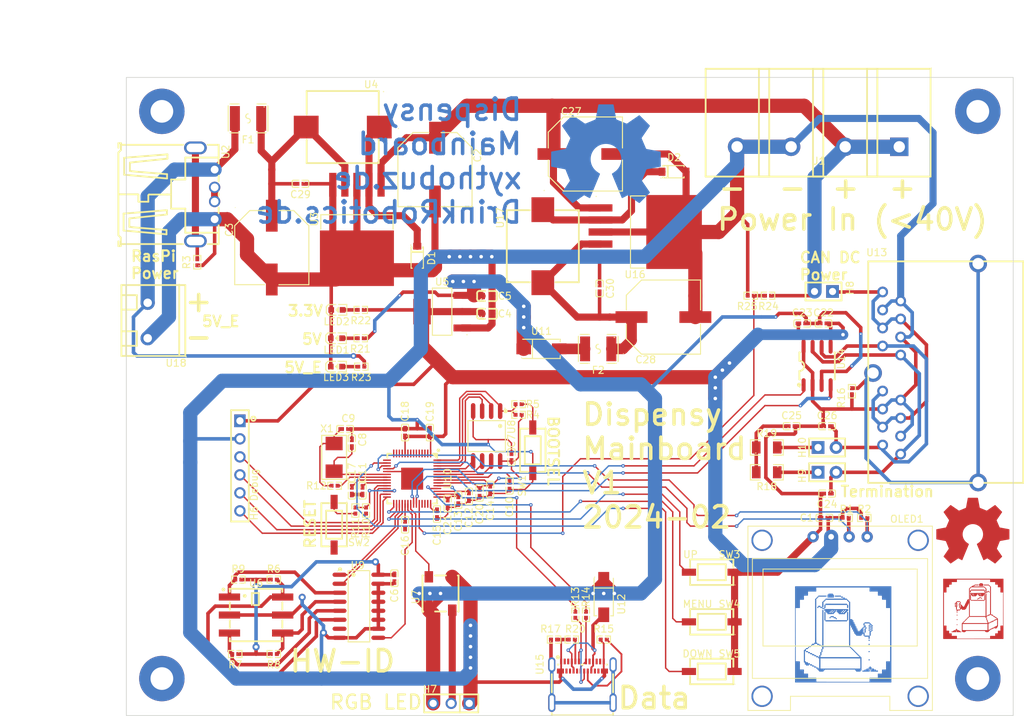
<source format=kicad_pcb>
(kicad_pcb (version 20221018) (generator pcbnew)
  (title_block (title "Dispensy Mainboard") (date "2024-02-10") (rev "1") (company "DrinkRobotics") (comment 1 "https://git.xythobuz.de/thomas/Dispensy") (comment 2 "Licensed under the CERN-OHL-S-2.0+") (comment 3 "PCB Thickness: 1mm") (comment 4 "Copyright (c) 2023 - 2024 Thomas Buck <thomas@xythobuz.de>"))
  (layers (0 "F.Cu" signal) (31 "B.Cu" signal) (34 "B.Paste" user) (35 "F.Paste" user) (36 "B.SilkS" user "B.Silkscreen") (37 "F.SilkS" user "F.Silkscreen") (38 "B.Mask" user) (39 "F.Mask" user) (44 "Edge.Cuts" user))
  (net 0 "")
  (net 1 "GND")
  (net 2 "+3.3V")
  (net 3 "+VDC")
  (net 4 "/EXT_PSU/Vout")
  (net 5 "+5V")
  (net 6 "Net-(U10-XIN)")
  (net 7 "Net-(X1-OSC2)")
  (net 8 "+1V1")
  (net 9 "Net-(U14-CANH)")
  (net 10 "Net-(C25-Pad1)")
  (net 11 "Net-(U14-CANL)")
  (net 12 "/PI/PI_PSU/Vout")
  (net 13 "Net-(U3-OUT)")
  (net 14 "Net-(U16-OUT)")
  (net 15 "/PI/ADC0")
  (net 16 "/PI/ADC1")
  (net 17 "/PI/ADC2")
  (net 18 "/PI/ADC3")
  (net 19 "/PI/IO0")
  (net 20 "/PI/IO1")
  (net 21 "/PI/IO2")
  (net 22 "/PI/IO3")
  (net 23 "/PI/IO4")
  (net 24 "/PI/IO5")
  (net 25 "/PI/IO6")
  (net 26 "/PI/IO7")
  (net 27 "/PI/IO8")
  (net 28 "/PI/IO9")
  (net 29 "/PI/IO10")
  (net 30 "/PI/IO11")
  (net 31 "/PI/IO12")
  (net 32 "/PI/IO13")
  (net 33 "/PI/IO14")
  (net 34 "/PI/IO15")
  (net 35 "/PI/Debug_Clock")
  (net 36 "/PI/Debug_Data")
  (net 37 "/PI/Debug_Tx")
  (net 38 "/PI/Debug_Rx")
  (net 39 "Net-(U7-DO)")
  (net 40 "Net-(H8-Pad1)")
  (net 41 "Net-(H9-Pad1)")
  (net 42 "Net-(H10-Pad1)")
  (net 43 "/PI/I2C_SCL")
  (net 44 "/PI/I2C_SDA")
  (net 45 "Net-(U2-SH1)")
  (net 46 "/PI/SPI_FLASH.SS")
  (net 47 "Net-(R5-Pad1)")
  (net 48 "Net-(U9-D7)")
  (net 49 "Net-(U9-D6)")
  (net 50 "Net-(U9-D5)")
  (net 51 "Net-(U9-D4)")
  (net 52 "Net-(U10-RUN)")
  (net 53 "Net-(R11-Pad2)")
  (net 54 "Net-(U10-XOUT)")
  (net 55 "/PI/USBC.DP")
  (net 56 "Net-(U10-USB_DP)")
  (net 57 "/PI/USBC.DM")
  (net 58 "Net-(U10-USB_DM)")
  (net 59 "Net-(U15-CC2)")
  (net 60 "Net-(R16-Pad1)")
  (net 61 "/PI/USBC.SHIELD")
  (net 62 "Net-(U15-CC1)")
  (net 63 "Net-(U2-D+)")
  (net 64 "/PI/LED_Din")
  (net 65 "/PI/SPI_FLASH.SD1")
  (net 66 "/PI/SPI_FLASH.SD2")
  (net 67 "/PI/SPI_FLASH.SD0")
  (net 68 "/PI/SPI_FLASH.SCLK")
  (net 69 "/PI/SPI_FLASH.SD3")
  (net 70 "/PI/SR_Load")
  (net 71 "/PI/SR_Clock")
  (net 73 "/PI/SR_Data")
  (net 74 "Net-(U10-GPIO24)")
  (net 75 "Net-(U10-GPIO25)")
  (net 76 "/PI/USBC.VBUS")
  (net 87 "Net-(U2-VCC)")
  (net 88 "Net-(U11-A)")
  (net 89 "Net-(LED1-+)")
  (net 90 "Net-(LED2-+)")
  (net 91 "Net-(LED3-+)")
  (footprint "jlc_footprints:HDR-TH_3P-P2.54-V-F" (layer "F.Cu") (at 139.275082 136 180)
    (fp_text reference "H7")
    (fp_text value "WS2812")
  )
  (footprint "jlc_footprints:C0402" (layer "F.Cu") (at 140.275082 107.34763 -90)
    (fp_text reference "C13")
    (fp_text value "1uF")
  )
  (footprint "jlc_footprints:LED0603-RD" (layer "F.Cu") (at 123.101981 88.506858)
    (fp_text reference "LED3")
    (fp_text value "FC-D1608HGK-572C")
  )
  (footprint "jlc_footprints:SW-SMD_L6.1-W3.6-LS6.6" (layer "F.Cu") (at 176 124.5 180)
    (fp_text reference "SW4")
    (fp_text value "MENU")
  )
  (footprint "jlc_footprints:R1206" (layer "F.Cu") (at 183.754966 99.907765)
    (fp_text reference "R19")
    (fp_text value "60R4")
  )
  (footprint "jlc_footprints:TO-263-5_L10.6-W9.6-P1.70-LS15.9-BR" (layer "F.Cu") (at 125.990456 68.034258 90)
    (fp_text reference "U3")
    (fp_text value "LM2576S-5_0_TR")
  )
  (footprint "jlc_footprints:R0402" (layer "F.Cu") (at 127.275082 108.802545 -90)
    (fp_text reference "R10")
    (fp_text value "10K")
  )
  (footprint "jlc_footprints:CAP-SMD_BD10.0-L10.3-W10.3-FD" (layer "F.Cu") (at 158.190482 58.51762)
    (fp_text reference "C27")
    (fp_text value "100uF")
  )
  (footprint "jlc_footprints:CONN-TH_4P-P7.62_L15.2-W31.7-EX4.2" (layer "F.Cu") (at 191 57.5 180)
    (fp_text reference "U1")
    (fp_text value "DBT50G-7_62-4P")
  )
  (footprint "jlc_footprints:R0402" (layer "F.Cu") (at 158.275082 123.5 -90)
    (fp_text reference "R14")
    (fp_text value "27R4")
  )
  (footprint "jlc_footprints:RJ45-TH_DS1129-05-S80BP-X" (layer "F.Cu") (at 206.140469 89.407765 90)
    (fp_text reference "U13")
    (fp_text value "CAN_IO")
  )
  (footprint "jlc_footprints:SOD-123_L2.8-W1.8-LS3.7-RD" (layer "F.Cu") (at 170.690482 61.01762)
    (fp_text reference "D2")
    (fp_text value "MBR340F")
  )
  (footprint "jlc_footprints:C0402" (layer "F.Cu") (at 188.754966 82.407765 180)
    (fp_text reference "C23")
    (fp_text value "47nF")
  )
  (footprint "jlc_footprints:SW-SMD_L6.1-W3.6-LS6.6" (layer "F.Cu") (at 176 117.5 180)
    (fp_text reference "SW3")
    (fp_text value "UP")
  )
  (footprint "jlc_footprints:F1812" (layer "F.Cu") (at 110.646558 53.5 180)
    (fp_text reference "F1")
    (fp_text value "ASMD1812-350-16V")
  )
  (footprint "jlc_footprints:C0402" (layer "F.Cu") (at 126.775082 106 -90)
    (fp_text reference "C11")
    (fp_text value "100nF")
  )
  (footprint "jlc_footprints:CAP-SMD_BD10.0-L10.3-W10.3-FD" (layer "F.Cu") (at 136.990456 60.717646 -90)
    (fp_text reference "C2")
    (fp_text value "100uF")
  )
  (footprint "jlc_footprints:R0402" (layer "F.Cu") (at 114.275082 118.53813)
    (fp_text reference "R6")
    (fp_text value "10K")
  )
  (footprint "jlc_footprints:C0402" (layer "F.Cu") (at 191.874904 109.82738 180)
    (fp_text reference "C1")
    (fp_text value "100nF")
  )
  (footprint "jlc_footprints:R0402" (layer "F.Cu") (at 156.775082 123.5 -90)
    (fp_text reference "R13")
    (fp_text value "27R4")
  )
  (footprint "jlc_footprints:C0402" (layer "F.Cu") (at 138.775082 107.802545 -90)
    (fp_text reference "C21")
    (fp_text value "100nF")
  )
  (footprint "jlc_footprints:C0402" (layer "F.Cu") (at 192.254966 96.907765)
    (fp_text reference "C26")
    (fp_text value "100pF")
  )
  (footprint "jlc_footprints:HDR-TH_6P-P2.54-V-F" (layer "F.Cu") (at 109.5 102.5 -90)
    (fp_text reference "H6")
    (fp_text value "Debug")
  )
  (footprint "jlc_footprints:C0402" (layer "F.Cu") (at 132.775082 110.802545 -90)
    (fp_text reference "C16")
    (fp_text value "100nF")
  )
  (footprint "jlc_footprints:R0402" (layer "F.Cu") (at 126.601981 88.506858 180)
    (fp_text reference "R23")
    (fp_text value "1K")
  )
  (footprint "jlc_footprints:SOT-223-4_L6.5-W3.5-P2.30-LS7.0-BR" (layer "F.Cu") (at 138 80.75)
    (fp_text reference "U5")
    (fp_text value "AMS1117-3_3_C347222")
  )
  (footprint "jlc_footprints:SOIC-8_L5.0-W4.0-P1.27-LS6.0-BL" (layer "F.Cu") (at 190.849962 88.407765)
    (fp_text reference "U14")
    (fp_text value "TJA1042T_3_1J")
  )
  (footprint "jlc_footprints:CONN-TH_XY300V-A-5.0-2P" (layer "F.Cu") (at 96.5 82 90)
    (fp_text reference "U18")
    (fp_text value "XY300V-A-5_0-2P")
  )
  (footprint "jlc_footprints:LED-SMD_4P-L5.0-W5.0-LS5.4-TL-1" (layer "F.Cu") (at 137.775082 120.5 90)
    (fp_text reference "U7")
    (fp_text value "WS2812E-V5")
  )
  (footprint "MountingHole:MountingHole_3.2mm_M3_Pad_TopBottom" (layer "F.Cu") (at 213.5 52.5)
    (fp_text reference "H12" hide)
    (fp_text value "MountingHole" hide)
  )
  (footprint "jlc_footprints:R0402" (layer "F.Cu") (at 103.490456 73.784829 90)
    (fp_text reference "R3")
    (fp_text value "1M")
  )
  (footprint "jlc_footprints:LED0603-RD" (layer "F.Cu") (at 123.169164 80.503429)
    (fp_text reference "LED2")
    (fp_text value "FC-D1608HGK-572C")
  )
  (footprint "jlc_footprints:C0402" (layer "F.Cu") (at 147.775082 101.25746 90)
    (fp_text reference "C7")
    (fp_text value "100nF")
  )
  (footprint "jlc_footprints:C0402" (layer "F.Cu") (at 124.320167 97.302545 180)
    (fp_text reference "C9")
    (fp_text value "27p")
  )
  (footprint "jlc_footprints:HDR-TH_2P-P2.54-V-M-1" (layer "F.Cu") (at 191.754966 77.907765 180)
    (fp_text reference "H8")
    (fp_text value "PWR")
  )
  (footprint "jlc_footprints:R0402" (layer "F.Cu") (at 194.874904 109.82738 180)
    (fp_text reference "R1")
    (fp_text value "10K")
  )
  (footprint "jlc_footprints:R0402" (layer "F.Cu") (at 156.275082 127 180)
    (fp_text reference "R20")
    (fp_text value "5K1")
  )
  (footprint "jlc_footprints:C0402" (layer "F.Cu") (at 132.775082 97.802545 90)
    (fp_text reference "C18")
    (fp_text value "100nF")
  )
  (footprint "jlc_footprints:USB-C-SMD_TYPE-C-USB-18" (layer "F.Cu") (at 157.775082 133)
    (fp_text reference "U15")
    (fp_text value "USB-C")
  )
  (footprint "jlc_footprints:C0402" (layer "F.Cu") (at 141.775082 106.802545 -90)
    (fp_text reference "C12")
    (fp_text value "1uF")
  )
  (footprint "jlc_footprints:OSC-SMD_2P-L5.0-W3.2" (layer "F.Cu") (at 122.775082 101.302545 90)
    (fp_text reference "X1")
    (fp_text value "12MHz")
  )
  (footprint "jlc_footprints:SW-SMD_L6.1-W3.6-LS6.6" (layer "F.Cu") (at 150.775082 100.302545 -90)
    (fp_text reference "SW1")
    (fp_text value "BOOTSEL")
  )
  (footprint "MountingHole:MountingHole_3.2mm_M3_Pad_TopBottom" (layer "F.Cu") (at 98.5 52.5)
    (fp_text reference "H11" hide)
    (fp_text value "MountingHole" hide)
  )
  (footprint "jlc_footprints:TO-263-5_L10.6-W9.6-P1.70-LS15.9-BR" (layer "F.Cu") (at 165.507094 69.51762 180)
    (fp_text reference "U16")
    (fp_text value "LM2576S-5_0_TR")
  )
  (footprint "jlc_footprints:R0402" (layer "F.Cu") (at 183.932817 78.5 180)
    (fp_text reference "R24")
    (fp_text value "147K")
  )
  (footprint "jlc_footprints:R0402" (layer "F.Cu") (at 125.775082 108.802545 -90)
    (fp_text reference "R11")
    (fp_text value "1K")
  )
  (footprint "jlc_footprints:R0402" (layer "F.Cu") (at 122.842265 105.302545)
    (fp_text reference "R12")
    (fp_text value "1K")
  )
  (footprint "jlc_footprints:SW-SMD_L6.1-W3.6-LS6.6" (layer "F.Cu") (at 122.775082 110.802545 -90)
    (fp_text reference "SW2")
    (fp_text value "RESET")
  )
  (footprint "jlc_footprints:R0402" (layer "F.Cu") (at 153.775082 127)
    (fp_text reference "R17")
    (fp_text value "1M")
  )
  (footprint "jlc_footprints:R0402" (layer "F.Cu") (at 148.775082 95.302545 180)
    (fp_text reference "R4")
    (fp_text value "10K")
  )
  (footprint "jlc_footprints:R0402" (layer "F.Cu") (at 160.775082 127 180)
    (fp_text reference "R15")
    (fp_text value "5K1")
  )
  (footprint "jlc_footprints:C0402" (layer "F.Cu") (at 143.275082 106.302545 -90)
    (fp_text reference "C20")
    (fp_text value "100nF")
  )
  (footprint "jlc_footprints:SOIC-8_L5.3-W5.3-P1.27-LS8.0-BL" (layer "F.Cu") (at 144.275082 98.302545 180)
    (fp_text reference "U8")
    (fp_text value "W25Q128JVSIQ")
  )
  (footprint "jlc_footprints:C0402" (layer "F.Cu") (at 192.254966 106.407765 180)
    (fp_text reference "C24")
    (fp_text value "100pF")
  )
  (footprint "jlc_footprints:R0402" (layer "F.Cu") (at 126.534798 80.503429 180)
    (fp_text reference "R22")
    (fp_text value "1K")
  )
  (footprint "jlc_footprints:LED0603-RD" (layer "F.Cu") (at 123.101981 84.503429)
    (fp_text reference "LED1")
    (fp_text value "FC-D1608HGK-572C")
  )
  (footprint "jlc_footprints:SMA_L4.4-W2.8-LS5.4-R-RD" (layer "F.Cu") (at 152 86)
    (fp_text reference "U11")
    (fp_text value "SS54_C22452")
  )
  (footprint "jlc_footprints:F1812" (layer "F.Cu") (at 160 86 180)
    (fp_text reference "F2")
    (fp_text value "ASMD1812-350-16V")
  )
  (footprint "MountingHole:MountingHole_3.2mm_M3_Pad_TopBottom" (layer "F.Cu") (at 213.5 132.5)
    (fp_text reference "H14" hide)
    (fp_text value "MountingHole" hide)
  )
  (footprint "jlc_footprints:CAP-SMD_BD10.0-L10.3-W10.3-LS11.3-FD" (layer "F.Cu") (at 113.990456 71.717646 -90)
    (fp_text reference "C3")
    (fp_text value "1000uF")
  )
  (footprint "jlc_footprints:CAP-SMD_BD10.0-L10.3-W10.3-LS11.3-FD" (layer "F.Cu") (at 169.190482 81.51762)
    (fp_text reference "C28")
    (fp_text value "1000uF")
  )
  (footprint "jlc_footprints:C0402" (layer "F.Cu") (at 147.5 105.302545 -90)
    (fp_text reference "C10")
    (fp_text value "100nF")
  )
  (footprint "jlc_footprints:C0603" (layer "F.Cu") (at 144.3349 78.549975)
    (fp_text reference "C5")
    (fp_text value "10uF")
  )
  (footprint "jlc_footprints:C0402" (layer "F.Cu") (at 136.275082 97.802545 90)
    (fp_text reference "C19")
    (fp_text value "100nF")
  )
  (footprint "jlc_footprints:R0402" (layer "F.Cu") (at 181.5 78.5 180)
    (fp_text reference "R25")
    (fp_text value "10K")
  )
  (footprint "jlc_footprints:C0402" (layer "F.Cu") (at 137.275082 109.302545 -90)
    (fp_text reference "C15")
    (fp_text value "100nF")
  )
  (footprint "jlc_footprints:R0402" (layer "F.Cu") (at 195.754966 91.974948 -90)
    (fp_text reference "R16")
    (fp_text value "1M")
  )
  (footprint "jlc_footprints:SMA_L4.4-W2.8-LS5.4-R-RD" (layer "F.Cu") (at 160.775082 121 -90)
    (fp_text reference "U12")
    (fp_text value "SS54_C22452")
  )
  (footprint "jlc_footprints:R0402" (layer "F.Cu") (at 148.775082 93.802545 180)
    (fp_text reference "R5")
    (fp_text value "1K")
  )
  (footprint "jlc_footprints:SW-SMD_SM_SKCR-16S" (layer "F.Cu") (at 111.775082 123.53813 90)
    (fp_text reference "U6")
    (fp_text value "SKCR-16S")
  )
  (footprint "jlc_footprints:C0603" (layer "F.Cu") (at 144.3349 81.049975)
    (fp_text reference "C4")
    (fp_text value "10uF")
  )
  (footprint "jlc_footprints:C0402" (layer "F.Cu") (at 187.254966 96.907765)
    (fp_text reference "C25")
    (fp_text value "4.7nF")
  )
  (footprint "jlc_footprints:C0402" (layer "F.Cu") (at 144.775082 105.84763 -90)
    (fp_text reference "C14")
    (fp_text value "100nF")
  )
  (footprint "jlc_footprints:R1206" (layer "F.Cu") (at 183.754966 103.407765 180)
    (fp_text reference "R18")
    (fp_text value "60R4")
  )
  (footprint "jlc_footprints:USB-A-TH_USB-302-T" (layer "F.Cu") (at 104.581769 64.217646 -90)
    (fp_text reference "U2")
    (fp_text value "USB-A")
  )
  (footprint "jlc_footprints:C0402" (layer "F.Cu") (at 131.275082 118.34763 90)
    (fp_text reference "C6")
    (fp_text value "100nF")
  )
  (footprint "jlc_footprints:SOIC-16_L9.9-W3.9-P1.27-LS6.0-BL" (layer "F.Cu") (at 126.275082 122.302545 -90)
    (fp_text reference "U9")
    (fp_text value "74HC165D,653")
  )
  (footprint "jlc_footprints:R0402" (layer "F.Cu") (at 197.5 109.845 180)
    (fp_text reference "R2")
    (fp_text value "10K")
  )
  (footprint "MountingHole:MountingHole_3.2mm_M3_Pad_TopBottom" (layer "F.Cu") (at 98.5 132.5)
    (fp_text reference "H13" hide)
    (fp_text value "MountingHole" hide)
  )
  (footprint "jlc_footprints:SOD-123_L2.8-W1.8-LS3.7-RD" (layer "F.Cu") (at 134.490456 73.217646 -90)
    (fp_text reference "D1")
    (fp_text value "MBR340F")
  )
  (footprint "jlc_footprints:SW-SMD_L6.1-W3.6-LS6.6" (layer "F.Cu") (at 176 131.5 180)
    (fp_text reference "SW5")
    (fp_text value "DOWN")
  )
  (footprint "jlc_footprints:IND-SMD_L11.5-W10.0_YSPI1050" (layer "F.Cu") (at 152.190482 71.51762 -90)
    (fp_text reference "U17")
    (fp_text value "100uH")
  )
  (footprint "jlc_footprints:LQFN-56_L7.0-W7.0-P0.4-EP" (layer "F.Cu") (at 133.774955 104.302545 -90)
    (fp_text reference "U10")
    (fp_text value "RP2040")
  )
  (footprint "jlc_footprints:IND-SMD_L11.5-W10.0_YSPI1050" (layer "F.Cu") (at 123.990456 54.717646 180)
    (fp_text reference "U4")
    (fp_text value "100uH")
  )
  (footprint "jlc_footprints:R0402" (layer "F.Cu") (at 114.275082 129.03813)
    (fp_text reference "R8")
    (fp_text value "10K")
  )
  (footprint "jlc_footprints:R0402" (layer "F.Cu") (at 126.534798 84.503429 180)
    (fp_text reference "R21")
    (fp_text value "1K")
  )
  (footprint "jlc_footprints:C0402" (layer "F.Cu") (at 125.275082 99.302545 -90)
    (fp_text reference "C8")
    (fp_text value "27p")
  )
  (footprint "jlc_footprints:C0402" (layer "F.Cu") (at 118.035541 62.717646 180)
    (fp_text reference "C29")
    (fp_text value "100nF")
  )
  (footprint "jlc_footprints:R0402" (layer "F.Cu") (at 109.275082 118.53813 180)
    (fp_text reference "R9")
    (fp_text value "10K")
  )
  (footprint "extern:SSD1306_0.96_Oled" (layer "F.Cu") (at 181.095 137)
    (fp_text reference "OLED1")
    (fp_text value "SSD1306")
  )
  (footprint "jlc_footprints:C0402" (layer "F.Cu") (at 191.754966 82.407765)
    (fp_text reference "C22")
    (fp_text value "100nF")
  )
  (footprint "jlc_footprints:C0402" (layer "F.Cu") (at 125.275082 106 -90)
    (fp_text reference "C17")
    (fp_text value "100nF")
  )
  (footprint "jlc_footprints:HDR-TH_2P-P2.54-V-M-1" (layer "F.Cu") (at 192.254966 99.907765)
    (fp_text reference "H10")
    (fp_text value "T_CL")
  )
  (footprint "jlc_footprints:R0402" (layer "F.Cu") (at 108.842265 129.03813 180)
    (fp_text reference "R7")
    (fp_text value "10K")
  )
  (footprint "jlc_footprints:HDR-TH_2P-P2.54-V-M-1" (layer "F.Cu") (at 192.254966 103.407765)
    (fp_text reference "H9")
    (fp_text value "T_CH")
  )
  (footprint "jlc_footprints:C0402" (layer "F.Cu") (at 160.190482 77.472535 -90)
    (fp_text reference "C30")
    (fp_text value "100nF")
  )
  (gr_poly (pts (xy 213.337868 119.258835) (xy 213.488092 119.261419) (xy 213.536495 119.263168) (xy 213.570536 119.265571) (xy 213.582977 119.267101) (xy 213.592796 119.268892) (xy 213.600315 119.270979) (xy 213.605858 119.273394) (xy 213.609747 119.276169) (xy 213.612305 119.279337) (xy 213.613854 119.282932) (xy 213.614718 119.286986) (xy 213.615969 119.296473) (xy 213.616353 119.300775) (xy 213.616511 119.304795) (xy 213.616397 119.30854) (xy 213.615962 119.31202) (xy 213.61561 119.313663) (xy 213.61516 119.315243) (xy 213.614605 119.316761) (xy 213.613941 119.318219) (xy 213.61316 119.319616) (xy 213.612258 119.320955) (xy 213.611228 119.322236) (xy 213.610064 119.323461) (xy 213.60876 119.32463) (xy 213.60731 119.325745) (xy 213.605709 119.326807) (xy 213.603949 119.327816) (xy 213.602026 119.328775) (xy 213.599934 119.329683) (xy 213.595215 119.331355) (xy 213.589747 119.33284) (xy 213.58348 119.334146) (xy 213.576367 119.335284) (xy 213.568361 119.336261) (xy 213.559413 119.337085) (xy 213.549476 119.337767) (xy 213.538502 119.338314) (xy 213.526443 119.338736) (xy 213.513251 119.339041) (xy 213.498879 119.339237) (xy 213.466404 119.33934) (xy 213.428634 119.339114) (xy 213.385187 119.338631) (xy 213.335682 119.337958) (xy 213.064615 119.33413) (xy 213.064615 119.25526)) (fill solid) (layer "F.Cu"))
  (gr_poly (pts (xy 213.9749 121.103792) (xy 213.975603 121.11033) (xy 213.976404 121.116189) (xy 213.977345 121.121409) (xy 213.978467 121.126033) (xy 213.979109 121.128134) (xy 213.979812 121.130102) (xy 213.980582 121.131941) (xy 213.981422 121.133657) (xy 213.982339 121.135255) (xy 213.983338 121.13674) (xy 213.984424 121.138117) (xy 213.985602 121.139392) (xy 213.986877 121.14057) (xy 213.988254 121.141656) (xy 213.989739 121.142655) (xy 213.991337 121.143572) (xy 213.993053 121.144412) (xy 213.994892 121.145182) (xy 213.99686 121.145885) (xy 213.998961 121.146527) (xy 214.003585 121.14765) (xy 214.008805 121.148591) (xy 214.014664 121.149392) (xy 214.021202 121.150094) (xy 214.02777 121.150799) (xy 214.03365 121.151601) (xy 214.038886 121.152543) (xy 214.043519 121.153669) (xy 214.045623 121.154314) (xy 214.047592 121.155022) (xy 214.049431 121.155796) (xy 214.051147 121.156644) (xy 214.052743 121.157569) (xy 214.054227 121.158578) (xy 214.055602 121.159676) (xy 214.056874 121.160869) (xy 214.058048 121.162161) (xy 214.05913 121.163558) (xy 214.060125 121.165066) (xy 214.061039 121.16669) (xy 214.061876 121.168435) (xy 214.062642 121.170307) (xy 214.063343 121.17231) (xy 214.063982 121.174452) (xy 214.065102 121.179168) (xy 214.066044 121.184499) (xy 214.066849 121.190487) (xy 214.067562 121.197176) (xy 214.068231 121.204455) (xy 214.068711 121.210864) (xy 214.068945 121.216458) (xy 214.06888 121.221292) (xy 214.068717 121.223441) (xy 214.068459 121.225422) (xy 214.068098 121.22724) (xy 214.067627 121.228903) (xy 214.06704 121.230417) (xy 214.06633 121.23179) (xy 214.065489 121.233028) (xy 214.064511 121.234138) (xy 214.063389 121.235128) (xy 214.062116 121.236004) (xy 214.060685 121.236772) (xy 214.059089 121.237441) (xy 214.057322 121.238016) (xy 214.055375 121.238505) (xy 214.053244 121.238915) (xy 214.050919 121.239252) (xy 214.045666 121.239737) (xy 214.039559 121.240015) (xy 214.032545 121.240141) (xy 214.024567 121.240171) (xy 214.016598 121.240138) (xy 214.00958 121.239999) (xy 214.003453 121.239693) (xy 213.998157 121.239162) (xy 213.995801 121.238793) (xy 213.99363 121.238345) (xy 213.991637 121.237811) (xy 213.989813 121.237183) (xy 213.988152 121.236454) (xy 213.986646 121.235615) (xy 213.985287 121.234661) (xy 213.984068 121.233583) (xy 213.982981 121.232374) (xy 213.982019 121.231026) (xy 213.981175 121.229531) (xy 213.980439 121.227884) (xy 213.979806 121.226075) (xy 213.979268 121.224097) (xy 213.978816 121.221944) (xy 213.978444 121.219607) (xy 213.977909 121.214352) (xy 213.977601 121.208274) (xy 213.977461 121.201312) (xy 213.977427 121.193406) (xy 213.977427 121.146641) (xy 213.841828 121.150412) (xy 213.706229 121.154182) (xy 213.702084 121.197176) (xy 213.697938 121.240171) (xy 213.529312 121.240171) (xy 213.525166 121.283166) (xy 213.524451 121.289886) (xy 213.523645 121.295896) (xy 213.522702 121.301243) (xy 213.521579 121.305968) (xy 213.520936 121.308112) (xy 213.520232 121.310117) (xy 213.519461 121.31199) (xy 213.518617 121.313734) (xy 213.517695 121.315357) (xy 213.51669 121.316862) (xy 213.515595 121.318257) (xy 213.514406 121.319546) (xy 213.513117 121.320735) (xy 213.511722 121.32183) (xy 213.510216 121.322835) (xy 213.508594 121.323757) (xy 213.506849 121.324601) (xy 213.504977 121.325372) (xy 213.502972 121.326077) (xy 213.500828 121.326719) (xy 213.496103 121.327842) (xy 213.490756 121.328785) (xy 213.484745 121.329591) (xy 213.478026 121.330306) (xy 213.470747 121.330975) (xy 213.464339 121.331455) (xy 213.458745 121.33169) (xy 213.453911 121.331624) (xy 213.451761 121.331462) (xy 213.449781 121.331203) (xy 213.447962 121.330842) (xy 213.4463 121.330372) (xy 213.444785 121.329785) (xy 213.443413 121.329074) (xy 213.442175 121.328233) (xy 213.441064 121.327255) (xy 213.440075 121.326133) (xy 213.439199 121.32486) (xy 213.43843 121.323429) (xy 213.437762 121.321833) (xy 213.437186 121.320066) (xy 213.436697 121.31812) (xy 213.436287 121.315988) (xy 213.43595 121.313664) (xy 213.435465 121.30841) (xy 213.435187 121.302304) (xy 213.435061 121.295289) (xy 213.435031 121.287312) (xy 213.435064 121.279331) (xy 213.435202 121.272304) (xy 213.435507 121.266171) (xy 213.436039 121.26087) (xy 213.436408 121.258513) (xy 213.436858 121.256342) (xy 213.437394 121.254349) (xy 213.438025 121.252526) (xy 213.438758 121.250865) (xy 213.439601 121.24936) (xy 213.440561 121.248003) (xy 213.441646 121.246785) (xy 213.442864 121.2457) (xy 213.444222 121.24474) (xy 213.445727 121.243897) (xy 213.447388 121.243164) (xy 213.449211 121.242534) (xy 213.451205 121.241997) (xy 213.453376 121.241548) (xy 213.455734 121.241178) (xy 213.461035 121.240647) (xy 213.467169 121.240342) (xy 213.474197 121.240204) (xy 213.482179 121.240171) (xy 213.490159 121.240141) (xy 213.497175 121.240015) (xy 213.503283 121.239738) (xy 213.508537 121.239253) (xy 213.510862 121.238916) (xy 213.512994 121.238506) (xy 213.514941 121.238017) (xy 213.516709 121.237442) (xy 213.518305 121.236773) (xy 213.519736 121.236004) (xy 213.521009 121.235129) (xy 213.522131 121.234139) (xy 213.523109 121.233029) (xy 213.523949 121.231791) (xy 213.524659 121.230418) (xy 213.525246 121.228904) (xy 213.525716 121.227241) (xy 213.526077 121.225423) (xy 213.526335 121.223443) (xy 213.526497 121.221293) (xy 213.526562 121.216459) (xy 213.526326 121.210865) (xy 213.525845 121.204456) (xy 213.525174 121.197176) (xy 213.521021 121.154182) (xy 213.609523 121.150288) (xy 213.698025 121.146394) (xy 213.702127 121.103986) (xy 213.706229 121.061578) (xy 213.970812 121.061578)) (fill solid) (layer "F.Cu"))
  (gr_poly (pts (xy 210.5 125.5) (xy 210.506719 125.50015) (xy 210.512595 125.500471) (xy 210.517683 125.501019) (xy 210.51995 125.501396) (xy 210.52204 125.501852) (xy 210.523962 125.502394) (xy 210.525723 125.503028) (xy 210.527329 125.503763) (xy 210.528787 125.504605) (xy 210.530105 125.505561) (xy 210.531289 125.506638) (xy 210.532347 125.507844) (xy 210.533286 125.509186) (xy 210.534112 125.510672) (xy 210.534833 125.512307) (xy 210.535456 125.5141) (xy 210.535988 125.516057) (xy 210.536436 125.518187) (xy 210.536807 125.520495) (xy 210.537345 125.525677) (xy 210.53766 125.531661) (xy 210.537807 125.538504) (xy 210.537844 125.546265) (xy 210.537879 125.554052) (xy 210.538025 125.560915) (xy 210.538338 125.566913) (xy 210.538877 125.572103) (xy 210.53925 125.574413) (xy 210.539701 125.576544) (xy 210.540238 125.578501) (xy 210.540867 125.580293) (xy 210.541597 125.581927) (xy 210.542433 125.58341) (xy 210.543385 125.584749) (xy 210.544459 125.585952) (xy 210.545661 125.587026) (xy 210.547 125.587977) (xy 210.548483 125.588814) (xy 210.550117 125.589544) (xy 210.551909 125.590173) (xy 210.553867 125.590709) (xy 210.555997 125.59116) (xy 210.558308 125.591533) (xy 210.563498 125.592072) (xy 210.569496 125.592386) (xy 210.576359 125.592531) (xy 210.584146 125.592567) (xy 210.591933 125.592602) (xy 210.598796 125.592748) (xy 210.604794 125.593061) (xy 210.609984 125.5936) (xy 210.612295 125.593973) (xy 210.614425 125.594424) (xy 210.616383 125.59496) (xy 210.618175 125.59559) (xy 210.619809 125.596319) (xy 210.621292 125.597156) (xy 210.622631 125.598108) (xy 210.623833 125.599181) (xy 210.624907 125.600384) (xy 210.625858 125.601723) (xy 210.626695 125.603206) (xy 210.627425 125.60484) (xy 210.628054 125.606632) (xy 210.628591 125.60859) (xy 210.629042 125.61072) (xy 210.629414 125.613031) (xy 210.629954 125.618221) (xy 210.630267 125.624219) (xy 210.630412 125.631082) (xy 210.630448 125.638869) (xy 210.630448 125.685171) (xy 210.802427 125.685171) (xy 210.802427 125.724254) (xy 210.80245 125.731128) (xy 210.802605 125.737151) (xy 210.802773 125.739863) (xy 210.803024 125.742386) (xy 210.803372 125.744727) (xy 210.803835 125.746894) (xy 210.80443 125.748896) (xy 210.805171 125.75074) (xy 210.806076 125.752434) (xy 210.807161 125.753986) (xy 210.808441 125.755403) (xy 210.809935 125.756694) (xy 210.811657 125.757866) (xy 210.813624 125.758928) (xy 210.815852 125.759886) (xy 210.818359 125.760749) (xy 210.821159 125.761526) (xy 210.824269 125.762222) (xy 210.827706 125.762848) (xy 210.831485 125.763409) (xy 210.835624 125.763915) (xy 210.840138 125.764373) (xy 210.850358 125.765175) (xy 210.862276 125.765881) (xy 210.891724 125.767248) (xy 210.981021 125.771161) (xy 210.985123 125.813569) (xy 210.989224 125.855978) (xy 211.077727 125.859871) (xy 211.166229 125.863765) (xy 211.170375 125.90676) (xy 211.17452 125.949754) (xy 210.537844 125.949754) (xy 210.537844 125.764546) (xy 210.44524 125.764546) (xy 210.44524 125.949754) (xy 209.81024 125.949754) (xy 209.81024 125.85715) (xy 209.995448 125.85715) (xy 209.995448 125.762675) (xy 210.07813 125.766123) (xy 210.160813 125.769572) (xy 210.164958 125.727371) (xy 210.169104 125.685171) (xy 210.24764 125.685171) (xy 210.278918 125.68491) (xy 210.306022 125.684199) (xy 210.317101 125.683709) (xy 210.32605 125.683148) (xy 210.332503 125.682528) (xy 210.336099 125.681863) (xy 210.336613 125.68175) (xy 210.337131 125.68175) (xy 210.337653 125.681859) (xy 210.338177 125.682077) (xy 210.338702 125.682399) (xy 210.339228 125.682824) (xy 210.339754 125.683349) (xy 210.340279 125.683972) (xy 210.340801 125.684689) (xy 210.341321 125.685499) (xy 210.341836 125.686399) (xy 210.342347 125.687386) (xy 210.342852 125.688458) (xy 210.343351 125.689613) (xy 210.344324 125.692158) (xy 210.34526 125.695001) (xy 210.346152 125.698122) (xy 210.346993 125.701502) (xy 210.347774 125.705118) (xy 210.348489 125.708952) (xy 210.349131 125.712982) (xy 210.349693 125.717189) (xy 210.350166 125.721551) (xy 210.350893 125.728548) (xy 210.351682 125.734747) (xy 210.352589 125.740197) (xy 210.353105 125.742656) (xy 210.35367 125.744945) (xy 210.354294 125.74707) (xy 210.354982 125.749038) (xy 210.355741 125.750855) (xy 210.356579 125.752526) (xy 210.357503 125.754057) (xy 210.358519 125.755454) (xy 210.359634 125.756724) (xy 210.360856 125.757871) (xy 210.362192 125.758904) (xy 210.363648 125.759826) (xy 210.365232 125.760644) (xy 210.36695 125.761365) (xy 210.36881 125.761993) (xy 210.370818 125.762536) (xy 210.372982 125.762998) (xy 210.375309 125.763387) (xy 210.380478 125.763966) (xy 210.386381 125.76432) (xy 210.393074 125.764498) (xy 210.400614 125.764546) (xy 210.408426 125.764515) (xy 210.415298 125.764385) (xy 210.421283 125.764101) (xy 210.426434 125.763609) (xy 210.428714 125.763268) (xy 210.430806 125.762854) (xy 210.432716 125.76236) (xy 210.434452 125.761781) (xy 210.436019 125.761108) (xy 210.437425 125.760336) (xy 210.438676 125.759457) (xy 210.439779 125.758464) (xy 210.440741 125.75735) (xy 210.441569 125.75611) (xy 210.442268 125.754735) (xy 210.442846 125.75322) (xy 210.44331 125.751556) (xy 210.443666 125.749738) (xy 210.443921 125.747759) (xy 210.444081 125.745611) (xy 210.444145 125.740784) (xy 210.443913 125.735201) (xy 210.443437 125.728808) (xy 210.443074 125.724859) (xy 210.537844 125.724859) (xy 210.537896 125.731326) (xy 210.538085 125.737054) (xy 210.538464 125.742089) (xy 210.538741 125.74436) (xy 210.539084 125.746474) (xy 210.539501 125.748437) (xy 210.539997 125.750254) (xy 210.54058 125.751931) (xy 210.541255 125.753472) (xy 210.542029 125.754885) (xy 210.542908 125.756174) (xy 210.5439 125.757345) (xy 210.54501 125.758404) (xy 210.546245 125.759355) (xy 210.547611 125.760205) (xy 210.549115 125.760959) (xy 210.550763 125.761623) (xy 210.552562 125.762201) (xy 210.554518 125.7627) (xy 210.556638 125.763126) (xy 210.558928 125.763483) (xy 210.564044 125.764015) (xy 210.569918 125.764339) (xy 210.576601 125.764502) (xy 210.584146 125.764546) (xy 210.591691 125.764502) (xy 210.598374 125.764339) (xy 210.604248 125.764015) (xy 210.609364 125.763483) (xy 210.611654 125.763126) (xy 210.613774 125.7627) (xy 210.61573 125.762201) (xy 210.617529 125.761623) (xy 210.619177 125.760959) (xy 210.620681 125.760205) (xy 210.622047 125.759355) (xy 210.623282 125.758404) (xy 210.624392 125.757345) (xy 210.625384 125.756174) (xy 210.626263 125.754885) (xy 210.627037 125.753472) (xy 210.627712 125.751931) (xy 210.628295 125.750254) (xy 210.628791 125.748437) (xy 210.629208 125.746474) (xy 210.629828 125.742089) (xy 210.630207 125.737054) (xy 210.630396 125.731326) (xy 210.630448 125.724859) (xy 210.630396 125.718392) (xy 210.630207 125.712663) (xy 210.629828 125.707628) (xy 210.629551 125.705357) (xy 210.629208 125.703243) (xy 210.628791 125.70128) (xy 210.628295 125.699463) (xy 210.627712 125.697787) (xy 210.627037 125.696245) (xy 210.626263 125.694832) (xy 210.625384 125.693543) (xy 210.624392 125.692371) (xy 210.623282 125.691313) (xy 210.622047 125.690362) (xy 210.620681 125.689512) (xy 210.619177 125.688758) (xy 210.617529 125.688094) (xy 210.61573 125.687516) (xy 210.613774 125.687016) (xy 210.611654 125.686591) (xy 210.609364 125.686234) (xy 210.604248 125.685702) (xy 210.598374 125.685377) (xy 210.591691 125.685215) (xy 210.584146 125.685171) (xy 210.576601 125.685215) (xy 210.569918 125.685377) (xy 210.564044 125.685702) (xy 210.558928 125.686234) (xy 210.556638 125.686591) (xy 210.554518 125.687016) (xy 210.552562 125.687516) (xy 210.550763 125.688094) (xy 210.549115 125.688758) (xy 210.547611 125.689512) (xy 210.546245 125.690362) (xy 210.54501 125.691313) (xy 210.5439 125.692371) (xy 210.542908 125.693543) (xy 210.542029 125.694832) (xy 210.541255 125.696245) (xy 210.54058 125.697787) (xy 210.539997 125.699463) (xy 210.539501 125.70128) (xy 210.539084 125.703243) (xy 210.538464 125.707628) (xy 210.538085 125.712663) (xy 210.537896 125.718392) (xy 210.537844 125.724859) (xy 210.443074 125.724859) (xy 210.442771 125.721551) (xy 210.442046 125.7145) (xy 210.441277 125.708273) (xy 210.44041 125.702826) (xy 210.439392 125.698116) (xy 210.438808 125.696024) (xy 210.438167 125.694098) (xy 210.437461 125.692335) (xy 210.436682 125.690727) (xy 210.435826 125.689271) (xy 210.434883 125.687959) (xy 210.433849 125.686788) (xy 210.432716 125.68575) (xy 210.431478 125.684841) (xy 210.430127 125.684055) (xy 210.428657 125.683387) (xy 210.427061 125.68283) (xy 210.425332 125.68238) (xy 210.423464 125.682031) (xy 210.42145 125.681776) (xy 210.419283 125.681612) (xy 210.414463 125.68153) (xy 210.40895 125.68174) (xy 210.402691 125.682199) (xy 210.39563 125.68286) (xy 210.388364 125.683555) (xy 210.381965 125.684057) (xy 210.376377 125.684312) (xy 210.371547 125.684267) (xy 210.369398 125.684116) (xy 210.367419 125.683868) (xy 210.365601 125.683519) (xy 210.363938 125.683062) (xy 210.362422 125.682488) (xy 210.361049 125.681793) (xy 210.359809 125.680968) (xy 210.358697 125.680008) (xy 210.357706 125.678906) (xy 210.356828 125.677654) (xy 210.356057 125.676247) (xy 210.355386 125.674677) (xy 210.354808 125.672937) (xy 210.354317 125.671022) (xy 210.353905 125.668924) (xy 210.353565 125.666636) (xy 210.353076 125.661465) (xy 210.352795 125.655456) (xy 210.352666 125.648553) (xy 210.352636 125.640704) (xy 210.352684 125.633133) (xy 210.352861 125.626413) (xy 210.353213 125.620487) (xy 210.353791 125.615299) (xy 210.354178 125.612964) (xy 210.35464 125.610793) (xy 210.355181 125.608778) (xy 210.355809 125.606912) (xy 210.356528 125.605189) (xy 210.357346 125.6036) (xy 210.358267 125.60214) (xy 210.359299 125.600801) (xy 210.360446 125.599576) (xy 210.361715 125.598458) (xy 210.363112 125.59744) (xy 210.364642 125.596515) (xy 210.366313 125.595675) (xy 210.368129 125.594915) (xy 210.370098 125.594226) (xy 210.372224 125.593603) (xy 210.376973 125.592521) (xy 210.382425 125.591614) (xy 210.388628 125.590825) (xy 210.39563 125.590098) (xy 210.40235 125.589383) (xy 210.408361 125.588576) (xy 210.413707 125.587634) (xy 210.418433 125.586511) (xy 210.420576 125.585868) (xy 210.422582 125.585164) (xy 210.424454 125.584393) (xy 210.426198 125.583549) (xy 210.427821 125.582627) (xy 210.429327 125.581621) (xy 210.430721 125.580527) (xy 210.432011 125.579338) (xy 210.4332 125.578049) (xy 210.434294 125.576654) (xy 210.4353 125.575148) (xy 210.436222 125.573525) (xy 210.437065 125.571781) (xy 210.437837 125.569909) (xy 210.438541 125.567903) (xy 210.439184 125.565759) (xy 210.440306 125.561034) (xy 210.441249 125.555688) (xy 210.442056 125.549677) (xy 210.442771 125.542957) (xy 210.443496 125.535988) (xy 210.444285 125.529809) (xy 210.445191 125.524373) (xy 210.44627 125.519634) (xy 210.446891 125.51751) (xy 210.447575 125.515544) (xy 210.448329 125.513727) (xy 210.44916 125.512056) (xy 210.450075 125.510523) (xy 210.451081 125.509123) (xy 210.452183 125.507851) (xy 210.45339 125.506699) (xy 210.454707 125.505663) (xy 210.456143 125.504736) (xy 210.457702 125.503913) (xy 210.459393 125.503188) (xy 210.461221 125.502554) (xy 210.463195 125.502006) (xy 210.465319 125.501539) (xy 210.467603 125.501145) (xy 210.472671 125.500557) (xy 210.478454 125.500196) (xy 210.485005 125.500013) (xy 210.49238 125.499963)) (fill solid) (layer "F.Cu"))
  (gr_poly (pts (xy 210.567151 123.503679) (xy 210.57356 123.504159) (xy 210.580839 123.504828) (xy 210.587558 123.505543) (xy 210.593569 123.506349) (xy 210.598915 123.507292) (xy 210.603641 123.508415) (xy 210.605785 123.509058) (xy 210.60779 123.509762) (xy 210.609662 123.510533) (xy 210.611407 123.511377) (xy 210.613029 123.512299) (xy 210.614535 123.513304) (xy 210.61593 123.514399) (xy 210.617219 123.515588) (xy 210.618408 123.516877) (xy 210.619503 123.518272) (xy 210.620508 123.519778) (xy 210.62143 123.5214) (xy 210.622274 123.523145) (xy 210.623045 123.525017) (xy 210.623749 123.527022) (xy 210.624392 123.529166) (xy 210.625515 123.533891) (xy 210.626457 123.539238) (xy 210.627264 123.545248) (xy 210.627979 123.551968) (xy 210.628648 123.559247) (xy 210.629128 123.565655) (xy 210.629362 123.571249) (xy 210.629297 123.576083) (xy 210.629134 123.578233) (xy 210.628876 123.580213) (xy 210.628515 123.582031) (xy 210.628044 123.583694) (xy 210.627457 123.585209) (xy 210.626747 123.586581) (xy 210.625906 123.587819) (xy 210.624928 123.58893) (xy 210.623806 123.589919) (xy 210.622533 123.590795) (xy 210.621102 123.591564) (xy 210.619506 123.592232) (xy 210.617739 123.592808) (xy 210.615792 123.593297) (xy 210.61366 123.593707) (xy 210.611336 123.594044) (xy 210.606083 123.594529) (xy 210.599976 123.594807) (xy 210.592962 123.594933) (xy 210.584984 123.594963) (xy 210.577003 123.59493) (xy 210.569977 123.594792) (xy 210.563844 123.594487) (xy 210.558543 123.593955) (xy 210.556187 123.593585) (xy 210.554015 123.593136) (xy 210.552022 123.5926) (xy 210.550199 123.591969) (xy 210.548539 123.591236) (xy 210.547033 123.590393) (xy 210.545676 123.589433) (xy 210.544458 123.588348) (xy 210.543373 123.587131) (xy 210.542413 123.585773) (xy 210.541571 123.584268) (xy 210.540838 123.582608) (xy 210.540207 123.580785) (xy 210.53967 123.578791) (xy 210.539221 123.57662) (xy 210.538851 123.574263) (xy 210.53832 123.568963) (xy 210.538015 123.56283) (xy 210.537877 123.555803) (xy 210.537844 123.547822) (xy 210.537874 123.539845) (xy 210.538 123.53283) (xy 210.538278 123.526724) (xy 210.538763 123.52147) (xy 210.5391 123.519146) (xy 210.53951 123.517014) (xy 210.539999 123.515068) (xy 210.540574 123.5133) (xy 210.541243 123.511705) (xy 210.542012 123.510274) (xy 210.542887 123.509) (xy 210.543877 123.507878) (xy 210.544987 123.5069) (xy 210.546225 123.50606) (xy 210.547598 123.505349) (xy 210.549112 123.504762) (xy 210.550775 123.504292) (xy 210.552593 123.503931) (xy 210.554574 123.503672) (xy 210.556723 123.50351) (xy 210.561557 123.503444)) (fill solid) (layer "F.Cu"))
  (gr_poly (pts (xy 212.854121 120.605207) (xy 212.860984 120.605352) (xy 212.866981 120.605665) (xy 212.872172 120.606205) (xy 212.874482 120.606577) (xy 212.876613 120.607028) (xy 212.87857 120.607565) (xy 212.880362 120.608194) (xy 212.881996 120.608924) (xy 212.883479 120.609761) (xy 212.884818 120.610712) (xy 212.886021 120.611786) (xy 212.887094 120.612989) (xy 212.888046 120.614328) (xy 212.888883 120.615811) (xy 212.889612 120.617444) (xy 212.890242 120.619237) (xy 212.890778 120.621194) (xy 212.891229 120.623325) (xy 212.891602 120.625635) (xy 212.892141 120.630825) (xy 212.892455 120.636823) (xy 212.8926 120.643686) (xy 212.892636 120.651473) (xy 212.8926 120.65926) (xy 212.892455 120.666124) (xy 212.892141 120.672121) (xy 212.891602 120.677312) (xy 212.891229 120.679622) (xy 212.890778 120.681752) (xy 212.890242 120.68371) (xy 212.889612 120.685502) (xy 212.888883 120.687136) (xy 212.888046 120.688619) (xy 212.887094 120.689958) (xy 212.886021 120.691161) (xy 212.884818 120.692234) (xy 212.883479 120.693186) (xy 212.881996 120.694023) (xy 212.880362 120.694752) (xy 212.87857 120.695382) (xy 212.876613 120.695918) (xy 212.874482 120.696369) (xy 212.872172 120.696742) (xy 212.866981 120.697281) (xy 212.860984 120.697595) (xy 212.854121 120.69774) (xy 212.846334 120.697775) (xy 212.838546 120.69774) (xy 212.831683 120.697595) (xy 212.825685 120.697281) (xy 212.820495 120.696742) (xy 212.818185 120.696369) (xy 212.816054 120.695918) (xy 212.814097 120.695382) (xy 212.812304 120.694752) (xy 212.81067 120.694023) (xy 212.809188 120.693186) (xy 212.807848 120.692234) (xy 212.806646 120.691161) (xy 212.805572 120.689958) (xy 212.804621 120.688619) (xy 212.803784 120.687136) (xy 212.803054 120.685502) (xy 212.802425 120.68371) (xy 212.801888 120.681752) (xy 212.801437 120.679622) (xy 212.801065 120.677312) (xy 212.800525 120.672121) (xy 212.800212 120.666124) (xy 212.800067 120.65926) (xy 212.800031 120.651473) (xy 212.800067 120.643686) (xy 212.800212 120.636823) (xy 212.800525 120.630825) (xy 212.801065 120.625635) (xy 212.801437 120.623325) (xy 212.801888 120.621194) (xy 212.802425 120.619237) (xy 212.803054 120.617444) (xy 212.803784 120.615811) (xy 212.804621 120.614328) (xy 212.805572 120.612989) (xy 212.806646 120.611786) (xy 212.807848 120.610712) (xy 212.809188 120.609761) (xy 212.81067 120.608924) (xy 212.812304 120.608194) (xy 212.814097 120.607565) (xy 212.816054 120.607028) (xy 212.818185 120.606577) (xy 212.820495 120.606205) (xy 212.825685 120.605665) (xy 212.831683 120.605352) (xy 212.838546 120.605207) (xy 212.846334 120.605171)) (fill solid) (layer "F.Cu"))
  (gr_poly (pts (xy 213.97412 119.073522) (xy 214.156021 119.077203) (xy 214.160166 119.120197) (xy 214.160875 119.12691) (xy 214.161659 119.132899) (xy 214.16256 119.138204) (xy 214.163618 119.142864) (xy 214.164219 119.144966) (xy 214.164873 119.146921) (xy 214.165587 119.148736) (xy 214.166365 119.150415) (xy 214.167212 119.151963) (xy 214.168134 119.153385) (xy 214.169135 119.154686) (xy 214.17022 119.155872) (xy 214.171395 119.156947) (xy 214.172665 119.157916) (xy 214.174033 119.158784) (xy 214.175507 119.159557) (xy 214.177089 119.160238) (xy 214.178786 119.160835) (xy 214.180603 119.16135) (xy 214.182544 119.161791) (xy 214.186821 119.162464) (xy 214.191655 119.162895) (xy 214.197089 119.163125) (xy 214.203161 119.163192) (xy 214.24201 119.163192) (xy 214.24201 119.427775) (xy 213.699615 119.427775) (xy 213.699615 119.163192) (xy 213.745917 119.163192) (xy 213.753715 119.163157) (xy 213.760587 119.163013) (xy 213.766591 119.1627) (xy 213.771785 119.16216) (xy 213.774096 119.161787) (xy 213.776227 119.161334) (xy 213.778185 119.160796) (xy 213.779977 119.160163) (xy 213.78161 119.15943) (xy 213.783092 119.158589) (xy 213.78443 119.157631) (xy 213.785631 119.156551) (xy 213.786702 119.15534) (xy 213.787652 119.153991) (xy 213.788487 119.152498) (xy 213.789214 119.150851) (xy 213.789841 119.149045) (xy 213.790376 119.147072) (xy 213.790825 119.144923) (xy 213.791195 119.142593) (xy 213.791731 119.137358) (xy 213.792041 119.131306) (xy 213.792184 119.124378) (xy 213.792219 119.116517) (xy 213.792219 119.069841)) (fill solid) (layer "F.Cu"))
  (gr_poly (pts (xy 215.091526 119.336492) (xy 215.097935 119.336971) (xy 215.105213 119.33764) (xy 215.111903 119.338353) (xy 215.117891 119.339159) (xy 215.123222 119.3401) (xy 215.127938 119.34122) (xy 215.130079 119.34186) (xy 215.132083 119.34256) (xy 215.133955 119.343326) (xy 215.1357 119.344164) (xy 215.137324 119.345077) (xy 215.138832 119.346072) (xy 215.140229 119.347155) (xy 215.141521 119.348329) (xy 215.142714 119.349601) (xy 215.143812 119.350976) (xy 215.144821 119.352459) (xy 215.145746 119.354056) (xy 215.146594 119.355771) (xy 215.147368 119.357611) (xy 215.148076 119.35958) (xy 215.148721 119.361684) (xy 215.149847 119.366317) (xy 215.150789 119.371552) (xy 215.151591 119.377433) (xy 215.152296 119.384001) (xy 215.152998 119.390539) (xy 215.153799 119.396397) (xy 215.15474 119.401618) (xy 215.155863 119.406242) (xy 215.156505 119.408343) (xy 215.157208 119.41031) (xy 215.157978 119.412149) (xy 215.158818 119.413865) (xy 215.159735 119.415463) (xy 215.160734 119.416948) (xy 215.16182 119.418326) (xy 215.162997 119.419601) (xy 215.164272 119.420779) (xy 215.16565 119.421864) (xy 215.167135 119.422863) (xy 215.168733 119.42378) (xy 215.170449 119.424621) (xy 215.172288 119.42539) (xy 215.174256 119.426093) (xy 215.176357 119.426736) (xy 215.180981 119.427858) (xy 215.186201 119.428799) (xy 215.19206 119.4296) (xy 215.198598 119.430303) (xy 215.205136 119.431005) (xy 215.210995 119.431806) (xy 215.216215 119.432747) (xy 215.220839 119.43387) (xy 215.22294 119.434512) (xy 215.224907 119.435215) (xy 215.226746 119.435985) (xy 215.228462 119.436825) (xy 215.23006 119.437742) (xy 215.231545 119.438741) (xy 215.232923 119.439827) (xy 215.234198 119.441005) (xy 215.235376 119.44228) (xy 215.236461 119.443657) (xy 215.23746 119.445142) (xy 215.238377 119.44674) (xy 215.239218 119.448456) (xy 215.239987 119.450295) (xy 215.24069 119.452263) (xy 215.241333 119.454364) (xy 215.242455 119.458988) (xy 215.243396 119.464208) (xy 215.244197 119.470067) (xy 215.2449 119.476605) (xy 215.245603 119.483143) (xy 215.246404 119.489002) (xy 215.247344 119.494222) (xy 215.248467 119.498846) (xy 215.249109 119.500947) (xy 215.249812 119.502914) (xy 215.250582 119.504754) (xy 215.251422 119.50647) (xy 215.252339 119.508067) (xy 215.253338 119.509553) (xy 215.254424 119.51093) (xy 215.255602 119.512205) (xy 215.256877 119.513383) (xy 215.258254 119.514468) (xy 215.259739 119.515467) (xy 215.261337 119.516384) (xy 215.263053 119.517225) (xy 215.264892 119.517994) (xy 215.26686 119.518697) (xy 215.268961 119.51934) (xy 215.273585 119.520462) (xy 215.278805 119.521403) (xy 215.284664 119.522204) (xy 215.291202 119.522907) (xy 215.333416 119.526994) (xy 215.340031 121.471682) (xy 215.346646 123.416369) (xy 215.383026 123.412115) (xy 215.388986 123.411468) (xy 215.394262 123.411037) (xy 215.398894 123.41087) (xy 215.400981 123.410902) (xy 215.402923 123.411018) (xy 215.404725 123.411225) (xy 215.406392 123.411528) (xy 215.40793 123.411935) (xy 215.409342 123.412451) (xy 215.410635 123.413081) (xy 215.411814 123.413834) (xy 215.412884 123.414713) (xy 215.41385 123.415727) (xy 215.414717 123.41688) (xy 215.415491 123.418179) (xy 215.416176 123.41963) (xy 215.416779 123.421239) (xy 215.417303 123.423012) (xy 215.417754 123.424956) (xy 215.418138 123.427076) (xy 215.41846 123.429379) (xy 215.418936 123.434556) (xy 215.419225 123.440538) (xy 215.419368 123.447373) (xy 215.419406 123.45511) (xy 215.419406 123.502359) (xy 215.154823 123.502359) (xy 215.154823 123.594963) (xy 214.969615 123.594963) (xy 214.969615 123.687567) (xy 214.784406 123.687567) (xy 214.784406 123.733869) (xy 214.784362 123.741414) (xy 214.784199 123.748097) (xy 214.783875 123.753971) (xy 214.783343 123.759087) (xy 214.782986 123.761377) (xy 214.782561 123.763497) (xy 214.782061 123.765453) (xy 214.781483 123.767252) (xy 214.780819 123.7689) (xy 214.780065 123.770404) (xy 214.779215 123.771771) (xy 214.778264 123.773005) (xy 214.777206 123.774115) (xy 214.776035 123.775107) (xy 214.774745 123.775986) (xy 214.773333 123.776761) (xy 214.771791 123.777436) (xy 214.770114 123.778018) (xy 214.768297 123.778514) (xy 214.766334 123.778931) (xy 214.761949 123.779551) (xy 214.756914 123.77993) (xy 214.751186 123.780119) (xy 214.744719 123.780171) (xy 214.705031 123.780171) (xy 214.705031 123.965379) (xy 214.612427 123.965379) (xy 214.612427 123.780171) (xy 212.259312 123.780171) (xy 212.255166 123.823166) (xy 212.254454 123.829855) (xy 212.253648 123.835843) (xy 212.252706 123.841174) (xy 212.251587 123.845891) (xy 212.250947 123.848032) (xy 212.250246 123.850036) (xy 212.24948 123.851907) (xy 212.248643 123.853652) (xy 212.24773 123.855276) (xy 212.246734 123.856784) (xy 212.245652 123.858181) (xy 212.244478 123.859473) (xy 212.243206 123.860666) (xy 212.241831 123.861764) (xy 212.240347 123.862773) (xy 212.238751 123.863699) (xy 212.237035 123.864546) (xy 212.235196 123.865321) (xy 212.233227 123.866028) (xy 212.231123 123.866673) (xy 212.22649 123.867799) (xy 212.221255 123.868741) (xy 212.215374 123.869543) (xy 212.208806 123.870248) (xy 212.202268 123.870951) (xy 212.196409 123.871752) (xy 212.191189 123.872693) (xy 212.186565 123.873815) (xy 212.184464 123.874457) (xy 212.182496 123.875161) (xy 212.180657 123.87593) (xy 212.178941 123.87677) (xy 212.177343 123.877688) (xy 212.175858 123.878686) (xy 212.174481 123.879772) (xy 212.173206 123.88095) (xy 212.172028 123.882225) (xy 212.170942 123.883602) (xy 212.169944 123.885087) (xy 212.169027 123.886685) (xy 212.168186 123.888401) (xy 212.167417 123.89024) (xy 212.166713 123.892208) (xy 212.166071 123.894309) (xy 212.164949 123.898933) (xy 212.164008 123.904153) (xy 212.163207 123.910012) (xy 212.162504 123.91655) (xy 212.161799 123.923118) (xy 212.160997 123.928999) (xy 212.160055 123.934234) (xy 212.158929 123.938867) (xy 212.158284 123.940971) (xy 212.157577 123.94294) (xy 212.156802 123.944779) (xy 212.155955 123.946495) (xy 212.155029 123.948091) (xy 212.15402 123.949575) (xy 212.152922 123.95095) (xy 212.151729 123.952222) (xy 212.150437 123.953396) (xy 212.14904 123.954478) (xy 212.147532 123.955474) (xy 212.145908 123.956387) (xy 212.144163 123.957224) (xy 212.142292 123.95799) (xy 212.140288 123.958691) (xy 212.138147 123.959331) (xy 212.13343 123.96045) (xy 212.128099 123.961392) (xy 212.122111 123.962198) (xy 212.115422 123.96291) (xy 212.108748 123.963616) (xy 212.102788 123.964399) (xy 212.097503 123.9653) (xy 212.092854 123.966355) (xy 212.090756 123.966952) (xy 212.088802 123.967603) (xy 212.086988 123.968312) (xy 212.085308 123.969083) (xy 212.083758 123.969922) (xy 212.082332 123.970833) (xy 212.081027 123.971821) (xy 212.079836 123.972891) (xy 212.078755 123.974048) (xy 212.07778 123.975297) (xy 212.076905 123.976641) (xy 212.076125 123.978087) (xy 212.075436 123.979639) (xy 212.074832 123.981301) (xy 212.074309 123.983079) (xy 212.073862 123.984977) (xy 212.073486 123.987) (xy 212.073176 123.989153) (xy 212.072734 123.993868) (xy 212.072497 123.99916) (xy 212.072427 124.005067) (xy 212.072357 124.010974) (xy 212.072121 124.016266) (xy 212.071679 124.020981) (xy 212.071369 124.023134) (xy 212.070992 124.025157) (xy 212.070545 124.027055) (xy 212.070022 124.028833) (xy 212.069419 124.030495) (xy 212.068729 124.032047) (xy 212.06795 124.033492) (xy 212.067074 124.034837) (xy 212.066099 124.036085) (xy 212.065018 124.037242) (xy 212.063828 124.038313) (xy 212.062522 124.039301) (xy 212.061097 124.040212) (xy 212.059546 124.041051) (xy 212.057866 124.041822) (xy 212.056052 124.042531) (xy 212.054098 124.043182) (xy 212.052 124.043779) (xy 212.047351 124.044834) (xy 212.042066 124.045734) (xy 212.036107 124.046518) (xy 212.029433 124.047224) (xy 212.022743 124.047936) (xy 212.016755 124.048742) (xy 212.011424 124.049684) (xy 212.006708 124.050803) (xy 212.004566 124.051443) (xy 212.002563 124.052143) (xy 212.000691 124.05291) (xy 211.998946 124.053747) (xy 211.997322 124.05466) (xy 211.995814 124.055655) (xy 211.994417 124.056738) (xy 211.993125 124.057912) (xy 211.991932 124.059184) (xy 211.990834 124.060559) (xy 211.989825 124.062042) (xy 211.988899 124.063639) (xy 211.988052 124.065354) (xy 211.987278 124.067194) (xy 211.98657 124.069163) (xy 211.985925 124.071267) (xy 211.9848 124.0759) (xy 211.983857 124.081135) (xy 211.983055 124.087016) (xy 211.98235 124.093584) (xy 211.981648 124.100122) (xy 211.980847 124.10598) (xy 211.979906 124.111201) (xy 211.978783 124.115825) (xy 211.978141 124.117926) (xy 211.977438 124.119893) (xy 211.976669 124.121732) (xy 211.975828 124.123448) (xy 211.974911 124.125046) (xy 211.973912 124.126531) (xy 211.972826 124.127909) (xy 211.971649 124.129184) (xy 211.970374 124.130362) (xy 211.968996 124.131447) (xy 211.967511 124.132446) (xy 211.965913 124.133363) (xy 211.964197 124.134204) (xy 211.962358 124.134973) (xy 211.96039 124.135676) (xy 211.958289 124.136319) (xy 211.953665 124.137441) (xy 211.948445 124.138382) (xy 211.942587 124.139183) (xy 211.936048 124.139886) (xy 211.92948 124.140591) (xy 211.9236 124.141393) (xy 211.918364 124.142335) (xy 211.913731 124.143461) (xy 211.911627 124.144106) (xy 211.909658 124.144813) (xy 211.907819 124.145588) (xy 211.906103 124.146435) (xy 211.904507 124.147361) (xy 211.903024 124.14837) (xy 211.901649 124.149468) (xy 211.900376 124.15066) (xy 211.899202 124.151953) (xy 211.89812 124.15335) (xy 211.897125 124.154858) (xy 211.896211 124.156481) (xy 211.895374 124.158226) (xy 211.894608 124.160098) (xy 211.893907 124.162102) (xy 211.893268 124.164243) (xy 211.892148 124.16896) (xy 211.891206 124.17429) (xy 211.890401 124.180279) (xy 211.889688 124.186968) (xy 211.888983 124.193642) (xy 211.888199 124.199602) (xy 211.887299 124.204887) (xy 211.886244 124.209536) (xy 211.885646 124.211634) (xy 211.884995 124.213588) (xy 211.884287 124.215402) (xy 211.883515 124.217082) (xy 211.882676 124.218632) (xy 211.881765 124.220058) (xy 211.880777 124.221363) (xy 211.879707 124.222554) (xy 211.87855 124.223635) (xy 211.877302 124.22461) (xy 211.875957 124.225485) (xy 211.874511 124.226265) (xy 211.87296 124.226954) (xy 211.871297 124.227558) (xy 211.869519 124.228081) (xy 211.867621 124.228528) (xy 211.865598 124.228904) (xy 211.863445 124.229215) (xy 211.85873 124.229656) (xy 211.853439 124.229893) (xy 211.847531 124.229963) (xy 211.841624 124.230033) (xy 211.836332 124.230269) (xy 211.831617 124.230711) (xy 211.829464 124.231021) (xy 211.827441 124.231398) (xy 211.825543 124.231845) (xy 211.823766 124.232368) (xy 211.822103 124.232971) (xy 211.820552 124.233661) (xy 211.819106 124.23444) (xy 211.817761 124.235315) (xy 211.816513 124.236291) (xy 211.815356 124.237372) (xy 211.814286 124.238562) (xy 211.813297 124.239868) (xy 211.812386 124.241293) (xy 211.811547 124.242844) (xy 211.810776 124.244523) (xy 211.810067 124.246338) (xy 211.809417 124.248292) (xy 211.808819 124.25039) (xy 211.807764 124.255039) (xy 211.806864 124.260323) (xy 211.80608 124.266283) (xy 211.805375 124.272958) (xy 211.804662 124.279647) (xy 211.803856 124.285635) (xy 211.802915 124.290966) (xy 211.801795 124.295682) (xy 211.801155 124.297824) (xy 211.800455 124.299827) (xy 211.799689 124.301699) (xy 211.798852 124.303444) (xy 211.797938 124.305068) (xy 211.796943 124.306576) (xy 211.795861 124.307973) (xy 211.794686 124.309265) (xy 211.793414 124.310458) (xy 211.792039 124.311556) (xy 211.790556 124.312565) (xy 211.788959 124.31349) (xy 211.787244 124.314338) (xy 211.785404 124.315112) (xy 211.783435 124.31582) (xy 211.781331 124.316465) (xy 211.776699 124.317591) (xy 211.771463 124.318533) (xy 211.765583 124.319335) (xy 211.759015 124.32004) (xy 211.752476 124.320742) (xy 211.746618 124.321543) (xy 211.741397 124.322484) (xy 211.736774 124.323607) (xy 211.734673 124.324249) (xy 211.732705 124.324952) (xy 211.730866 124.325722) (xy 211.72915 124.326562) (xy 211.727552 124.327479) (xy 211.726067 124.328478) (xy 211.724689 124.329564) (xy 211.723414 124.330742) (xy 211.722237 124.332017) (xy 211.721151 124.333394) (xy 211.720152 124.334879) (xy 211.719235 124.336477) (xy 211.718394 124.338193) (xy 211.717625 124.340032) (xy 211.716922 124.342) (xy 211.71628 124.344101) (xy 211.715157 124.348725) (xy 211.714216 124.353945) (xy 211.713415 124.359804) (xy 211.712712 124.366342) (xy 211.71201 124.37288) (xy 211.711209 124.378738) (xy 211.710268 124.383959) (xy 211.709145 124.388583) (xy 211.708503 124.390684) (xy 211.7078 124.392651) (xy 211.70703 124.39449) (xy 211.70619 124.396206) (xy 211.705273 124.397804) (xy 211.704274 124.399289) (xy 211.703188 124.400667) (xy 211.70201 124.401942) (xy 211.700735 124.40312) (xy 211.699358 124.404205) (xy 211.697873 124.405204) (xy 211.696275 124.406121) (xy 211.694559 124.406962) (xy 211.69272 124.407731) (xy 211.690752 124.408434) (xy 211.688651 124.409077) (xy 211.684027 124.410199) (xy 211.678807 124.41114) (xy 211.672948 124.411941) (xy 211.66641 124.412644) (xy 211.659872 124.413346) (xy 211.654014 124.414147) (xy 211.648793 124.415088) (xy 211.644169 124.416211) (xy 211.642068 124.416853) (xy 211.640101 124.417556) (xy 211.638262 124.418326) (xy 211.636546 124.419166) (xy 211.634948 124.420083) (xy 211.633463 124.421082) (xy 211.632085 124.422168) (xy 211.63081 124.423346) (xy 211.629632 124.424621) (xy 211.628547 124.425998) (xy 211.627548 124.427483) (xy 211.626631 124.429081) (xy 211.62579 124.430797) (xy 211.625021 124.432636) (xy 211.624318 124.434604) (xy 211.623675 124.436705) (xy 211.622553 124.441329) (xy 211.621612 124.446549) (xy 211.620811 124.452408) (xy 211.620108 124.458946) (xy 211.619403 124.465514) (xy 211.618601 124.471394) (xy 211.617659 124.47663) (xy 211.616533 124.481263) (xy 211.615888 124.483367) (xy 211.615181 124.485336) (xy 211.614406 124.487175) (xy 211.613559 124.488891) (xy 211.612633 124.490487) (xy 211.611624 124.491971) (xy 211.610526 124.493346) (xy 211.609334 124.494618) (xy 211.608042 124.495792) (xy 211.606644 124.496874) (xy 211.605136 124.49787) (xy 211.603513 124.498783) (xy 211.601768 124.49962) (xy 211.599896 124.500386) (xy 211.597892 124.501087) (xy 211.595751 124.501727) (xy 211.591035 124.502846) (xy 211.585704 124.503788) (xy 211.579715 124.504594) (xy 211.573026 124.505306) (xy 211.566313 124.506014) (xy 211.560324 124.506799) (xy 211.55502 124.5077) (xy 211.550359 124.508758) (xy 211.548258 124.509358) (xy 211.546302 124.510013) (xy 211.544487 124.510727) (xy 211.542809 124.511505) (xy 211.541261 124.512352) (xy 211.539839 124.513274) (xy 211.538537 124.514275) (xy 211.537352 124.51536) (xy 211.536277 124.516535) (xy 211.535308 124.517804) (xy 211.53444 124.519173) (xy 211.533667 124.520646) (xy 211.532985 124.522229) (xy 211.532389 124.523926) (xy 211.531873 124.525743) (xy 211.531433 124.527684) (xy 211.53076 124.53196) (xy 211.530328 124.536795) (xy 211.530099 124.542229) (xy 211.530031 124.548301) (xy 211.529977 124.554601) (xy 211.529781 124.560185) (xy 211.529392 124.565098) (xy 211.52911 124.567316) (xy 211.52876 124.569381) (xy 211.528337 124.5713) (xy 211.527834 124.573077) (xy 211.527244 124.574718) (xy 211.526562 124.576229) (xy 211.525781 124.577613) (xy 211.524895 124.578878) (xy 211.523898 124.580028) (xy 211.522782 124.581068) (xy 211.521543 124.582004) (xy 211.520172 124.582841) (xy 211.518665 124.583584) (xy 211.517015 124.584239) (xy 211.515215 124.584811) (xy 211.513259 124.585306) (xy 211.511141 124.585728) (xy 211.508854 124.586083) (xy 211.503749 124.586614) (xy 211.497894 124.58694) (xy 211.491237 124.587105) (xy 211.483729 124.58715) (xy 211.475942 124.587186) (xy 211.469079 124.587331) (xy 211.463081 124.587644) (xy 211.457891 124.588184) (xy 211.455581 124.588556) (xy 211.45345 124.589007) (xy 211.451492 124.589544) (xy 211.4497 124.590173) (xy 211.448066 124.590903) (xy 211.446584 124.59174) (xy 211.445244 124.592691) (xy 211.444042 124.593765) (xy 211.442968 124.594967) (xy 211.442017 124.596307) (xy 211.44118 124.597789) (xy 211.44045 124.599423) (xy 211.439821 124.601215) (xy 211.439284 124.603173) (xy 211.438833 124.605303) (xy 211.438461 124.607614) (xy 211.437921 124.612804) (xy 211.437608 124.618802) (xy 211.437463 124.625665) (xy 211.437427 124.633452) (xy 211.437427 124.679754) (xy 214.87701 124.679754) (xy 214.87701 124.509452) (xy 214.791021 124.501161) (xy 214.787251 124.365562) (xy 214.78348 124.229963) (xy 214.704106 124.229963) (xy 214.707876 124.095812) (xy 214.711646 123.961661) (xy 214.748026 123.957808) (xy 214.784406 123.953955) (xy 214.784406 124.229963) (xy 214.87701 124.229963) (xy 214.87701 124.507775) (xy 214.969615 124.507775) (xy 214.969615 124.679754) (xy 215.015917 124.679754) (xy 215.023722 124.679719) (xy 215.0306 124.679576) (xy 215.036607 124.679263) (xy 215.041803 124.678723) (xy 215.044115 124.678349) (xy 215.046246 124.677896) (xy 215.048204 124.677356) (xy 215.049995 124.676722) (xy 215.051628 124.675987) (xy 215.053109 124.675142) (xy 215.054447 124.674181) (xy 215.055647 124.673097) (xy 215.056717 124.671881) (xy 215.057666 124.670526) (xy 215.0585 124.669026) (xy 215.059226 124.667372) (xy 215.059851 124.665557) (xy 215.060384 124.663573) (xy 215.060832 124.661414) (xy 215.061201 124.659072) (xy 215.061734 124.653808) (xy 215.062042 124.647722) (xy 215.062184 124.640756) (xy 215.062219 124.632848) (xy 215.062219 124.585942) (xy 215.240812 124.593765) (xy 215.244958 124.636759) (xy 215.249103 124.679754) (xy 215.062219 124.679754) (xy 215.062219 124.726057) (xy 215.062183 124.733849) (xy 215.062038 124.740716) (xy 215.061725 124.746717) (xy 215.061186 124.751909) (xy 215.060813 124.75422) (xy 215.060361 124.75635) (xy 215.059824 124.758308) (xy 215.059193 124.7601) (xy 215.058462 124.761733) (xy 215.057623 124.763216) (xy 215.056668 124.764554) (xy 215.055592 124.765756) (xy 215.054385 124.766829) (xy 215.053042 124.76778) (xy 215.051554 124.768616) (xy 215.049914 124.769344) (xy 215.048115 124.769973) (xy 215.04615 124.770508) (xy 215.044012 124.770958) (xy 215.041692 124.77133) (xy 215.036481 124.771867) (xy 215.030458 124.772179) (xy 215.023565 124.772323) (xy 215.015743 124.772359) (xy 214.969267 124.772359) (xy 214.976229 125.678557) (xy 215.019224 125.682702) (xy 215.026503 125.683371) (xy 215.032911 125.68385) (xy 215.038505 125.684085) (xy 215.043339 125.684019) (xy 215.045489 125.683857) (xy 215.047469 125.683598) (xy 215.049287 125.683237) (xy 215.05095 125.682767) (xy 215.052464 125.68218) (xy 215.053837 125.681469) (xy 215.055075 125.680629) (xy 215.056186 125.679651) (xy 215.057175 125.678529) (xy 215.058051 125.677255) (xy 215.05882 125.675824) (xy 215.059488 125.674229) (xy 215.060064 125.672461) (xy 215.060553 125.670515) (xy 215.060963 125.668383) (xy 215.0613 125.666059) (xy 215.061785 125.660805) (xy 215.062063 125.654699) (xy 215.062189 125.647685) (xy 215.062219 125.639707) (xy 215.062219 125.592567) (xy 215.247427 125.592567) (xy 215.247427 125.499963) (xy 215.41773 125.499963) (xy 215.421875 125.456968) (xy 215.426021 125.413973) (xy 215.515318 125.410061) (xy 215.604614 125.406149) (xy 215.604614 125.314754) (xy 215.789823 125.314754) (xy 215.789823 125.22215) (xy 215.960126 125.22215) (xy 215.964271 125.179156) (xy 215.968417 125.13616) (xy 216.057714 125.132249) (xy 216.087163 125.130881) (xy 216.099081 125.130176) (xy 216.109302 125.129373) (xy 216.117955 125.128409) (xy 216.125171 125.127223) (xy 216.131081 125.12575) (xy 216.133587 125.124886) (xy 216.135816 125.123928) (xy 216.137783 125.122866) (xy 216.139504 125.121694) (xy 216.140998 125.120403) (xy 216.142278 125.118986) (xy 216.143363 125.117434) (xy 216.144268 125.11574) (xy 216.145009 125.113896) (xy 216.145603 125.111894) (xy 216.146414 125.107386) (xy 216.146832 125.102151) (xy 216.14701 125.089254) (xy 216.147064 125.082908) (xy 216.147258 125.077283) (xy 216.147644 125.072336) (xy 216.147925 125.070103) (xy 216.148273 125.068024) (xy 216.148694 125.066093) (xy 216.149195 125.064305) (xy 216.149783 125.062654) (xy 216.150463 125.061135) (xy 216.151242 125.059742) (xy 216.152126 125.058471) (xy 216.153122 125.057315) (xy 216.154236 125.05627) (xy 216.155474 125.05533) (xy 216.156843 125.054489) (xy 216.158349 125.053743) (xy 216.159999 125.053085) (xy 216.161799 125.052511) (xy 216.163755 125.052015) (xy 216.165874 125.051592) (xy 216.168161 125.051237) (xy 216.173269 125.050706) (xy 216.17913 125.05038) (xy 216.185794 125.050216) (xy 216.193312 125.050171) (xy 216.239614 125.050171) (xy 216.239614 124.137358) (xy 216.193312 124.137358) (xy 216.185525 124.137394) (xy 216.178662 124.137539) (xy 216.172664 124.137853) (xy 216.167474 124.138392) (xy 216.165164 124.138765) (xy 216.163033 124.139216) (xy 216.161076 124.139752) (xy 216.159283 124.140381) (xy 216.15765 124.141111) (xy 216.156167 124.141948) (xy 216.154828 124.142899) (xy 216.153625 124.143973) (xy 216.152551 124.145176) (xy 216.1516 124.146515) (xy 216.150763 124.147998) (xy 216.150033 124.149632) (xy 216.149404 124.151424) (xy 216.148867 124.153381) (xy 216.148416 124.155512) (xy 216.148044 124.157822) (xy 216.147504 124.163013) (xy 216.147191 124.16901) (xy 216.147046 124.175873) (xy 216.14701 124.18366) (xy 216.14701 124.229963) (xy 215.961802 124.229963) (xy 215.961802 124.322567) (xy 215.791499 124.322567) (xy 215.787354 124.365562) (xy 215.783208 124.408556) (xy 215.693911 124.412468) (xy 215.604614 124.41638) (xy 215.604614 124.507775) (xy 215.419406 124.507775) (xy 215.419406 124.415171) (xy 215.604614 124.415171) (xy 215.604614 124.322567) (xy 215.789823 124.322567) (xy 215.789823 124.229963) (xy 215.960126 124.229963) (xy 215.964271 124.186968) (xy 215.968417 124.143973) (xy 216.057714 124.140061) (xy 216.14701 124.13615) (xy 216.14701 124.050765) (xy 216.147279 124.033536) (xy 216.148051 124.017427) (xy 216.149271 124.002788) (xy 216.150887 123.98997) (xy 216.151827 123.984353) (xy 216.152845 123.979322) (xy 216.153936 123.974922) (xy 216.155092 123.971196) (xy 216.156307 123.968188) (xy 216.157575 123.965942) (xy 216.158888 123.964501) (xy 216.159559 123.964096) (xy 216.16024 123.963909) (xy 216.172029 123.962651) (xy 216.182489 123.961679) (xy 216.191704 123.961033) (xy 216.199761 123.960756) (xy 216.206743 123.960889) (xy 216.212738 123.961474) (xy 216.215391 123.961948) (xy 216.217829 123.962551) (xy 216.220063 123.963288) (xy 216.222102 123.964163) (xy 216.223959 123.965183) (xy 216.225643 123.966351) (xy 216.227166 123.967674) (xy 216.228537 123.969156) (xy 216.229768 123.970803) (xy 216.230869 123.97262) (xy 216.231851 123.974612) (xy 216.232725 123.976785) (xy 216.234189 123.981691) (xy 216.235347 123.987381) (xy 216.236285 123.993895) (xy 216.237087 124.001276) (xy 216.23779 124.007756) (xy 216.238592 124.013565) (xy 216.239536 124.018743) (xy 216.240662 124.023331) (xy 216.241306 124.025417) (xy 216.242012 124.027371) (xy 216.242784 124.029197) (xy 216.243627 124.030902) (xy 216.244546 124.03249) (xy 216.245547 124.033967) (xy 216.246635 124.035337) (xy 216.247815 124.036606) (xy 216.249092 124.037778) (xy 216.250471 124.038859) (xy 216.251957 124.039854) (xy 216.253556 124.040768) (xy 216.255273 124.041606) (xy 216.257112 124.042374) (xy 216.25908 124.043076) (xy 216.26118 124.043717) (xy 216.2658 124.044838) (xy 216.271014 124.045779) (xy 216.276864 124.04658) (xy 216.28339 124.047282) (xy 216.325604 124.051369) (xy 216.325604 125.13616) (xy 216.282609 125.140306) (xy 216.239614 125.144451) (xy 216.239614 125.314754) (xy 216.193312 125.314754) (xy 216.185525 125.31479) (xy 216.178662 125.314935) (xy 216.172664 125.315249) (xy 216.167474 125.315788) (xy 216.165164 125.316161) (xy 216.163033 125.316612) (xy 216.161076 125.317148) (xy 216.159283 125.317777) (xy 216.15765 125.318507) (xy 216.156167 125.319344) (xy 216.154828 125.320296) (xy 216.153625 125.321369) (xy 216.152551 125.322572) (xy 216.1516 125.323911) (xy 216.150763 125.325394) (xy 216.150033 125.327028) (xy 216.149404 125.32882) (xy 216.148867 125.330777) (xy 216.148416 125.332908) (xy 216.148044 125.335218) (xy 216.147504 125.340409) (xy 216.147191 125.346406) (xy 216.147046 125.353269) (xy 216.14701 125.361056) (xy 216.14701 125.407358) (xy 215.884103 125.407358) (xy 215.879958 125.364364) (xy 215.879243 125.357644) (xy 215.878436 125.351634) (xy 215.877494 125.346287) (xy 215.876371 125.341562) (xy 215.875728 125.339418) (xy 215.875024 125.337412) (xy 215.874253 125.33554) (xy 215.873409 125.333796) (xy 215.872487 125.332173) (xy 215.871482 125.330668) (xy 215.870387 125.329273) (xy 215.869198 125.327984) (xy 215.867909 125.326794) (xy 215.866514 125.3257) (xy 215.865008 125.324695) (xy 215.863386 125.323773) (xy 215.861641 125.322929) (xy 215.859769 125.322157) (xy 215.857764 125.321453) (xy 215.85562 125.320811) (xy 215.850894 125.319688) (xy 215.845548 125.318745) (xy 215.839537 125.317938) (xy 215.832817 125.317223) (xy 215.825539 125.316554) (xy 215.81913 125.316075) (xy 215.813536 125.31584) (xy 215.808702 125.315906) (xy 215.806552 125.316068) (xy 215.804572 125.316327) (xy 215.802754 125.316688) (xy 215.801091 125.317158) (xy 215.799577 125.317745) (xy 215.798204 125.318456) (xy 215.796966 125.319297) (xy 215.795856 125.320274) (xy 215.794866 125.321397) (xy 215.79399 125.32267) (xy 215.793222 125.324101) (xy 215.792553 125.325696) (xy 215.791978 125.327464) (xy 215.791488 125.32941) (xy 215.791079 125.331542) (xy 215.790741 125.333866) (xy 215.790257 125.33912) (xy 215.789979 125.345226) (xy 215.789852 125.35224) (xy 215.789823 125.360218) (xy 215.789823 125.407358) (xy 215.604614 125.407358) (xy 215.604614 125.499963) (xy 215.419406 125.499963) (xy 215.419406 125.592567) (xy 215.249103 125.592567) (xy 215.244958 125.635561) (xy 215.244245 125.64225) (xy 215.243439 125.648239) (xy 215.242498 125.65357) (xy 215.241378 125.658286) (xy 215.240738 125.660427) (xy 215.240038 125.662431) (xy 215.239272 125.664303) (xy 215.238435 125.666048) (xy 215.237521 125.667672) (xy 215.236526 125.669179) (xy 215.235444 125.670577) (xy 215.234269 125.671869) (xy 215.232997 125.673061) (xy 215.231622 125.67416) (xy 215.230139 125.675169) (xy 215.228542 125.676094) (xy 215.226827 125.676942) (xy 215.224987 125.677716) (xy 215.223018 125.678423) (xy 215.220915 125.679069) (xy 215.216282 125.680194) (xy 215.211046 125.681137) (xy 215.205166 125.681939) (xy 215.198598 125.682644) (xy 215.19206 125.683346) (xy 215.186201 125.684147) (xy 215.180981 125.685088) (xy 215.176357 125.686211) (xy 215.174256 125.686853) (xy 215.172288 125.687556) (xy 215.170449 125.688325) (xy 215.168733 125.689166) (xy 215.167135 125.690083) (xy 215.16565 125.691082) (xy 215.164272 125.692168) (xy 215.162997 125.693345) (xy 215.16182 125.69462) (xy 215.160734 125.695998) (xy 215.159735 125.697483) (xy 215.158818 125.699081) (xy 215.157978 125.700797) (xy 215.157208 125.702636) (xy 215.156505 125.704604) (xy 215.155863 125.706705) (xy 215.15474 125.711329) (xy 215.153799 125.716549) (xy 215.152998 125.722408) (xy 215.152296 125.728946) (xy 215.151595 125.735547) (xy 215.150815 125.741434) (xy 215.149914 125.746647) (xy 215.148852 125.751226) (xy 215.148248 125.753291) (xy 215.147587 125.755211) (xy 215.146866 125.756993) (xy 215.146079 125.758641) (xy 215.14522 125.76016) (xy 215.144285 125.761556) (xy 215.143268 125.762832) (xy 215.142165 125.763995) (xy 215.14097 125.765049) (xy 215.139678 125.765999) (xy 215.138283 125.76685) (xy 215.136782 125.767607) (xy 215.135168 125.768274) (xy 215.133436 125.768858) (xy 215.131582 125.769363) (xy 215.1296 125.769793) (xy 215.125231 125.770451) (xy 215.120289 125.770872) (xy 215.114733 125.771095) (xy 215.108521 125.771161) (xy 215.102309 125.771226) (xy 215.096752 125.77145) (xy 215.091811 125.771871) (xy 215.089557 125.772168) (xy 215.087442 125.772529) (xy 215.08546 125.772959) (xy 215.083605 125.773464) (xy 215.081874 125.774047) (xy 215.08026 125.774715) (xy 215.078758 125.775472) (xy 215.077364 125.776323) (xy 215.076072 125.777273) (xy 215.074876 125.778326) (xy 215.073773 125.779489) (xy 215.072757 125.780766) (xy 215.071821 125.782161) (xy 215.070963 125.783681) (xy 215.070175 125.785329) (xy 215.069454 125.78711) (xy 215.068794 125.789031) (xy 215.06819 125.791095) (xy 215.067128 125.795674) (xy 215.066227 125.800887) (xy 215.065447 125.806774) (xy 215.064746 125.813375) (xy 215.064044 125.819913) (xy 215.063242 125.825772) (xy 215.062301 125.830992) (xy 215.061179 125.835616) (xy 215.060537 125.837717) (xy 215.059833 125.839685) (xy 215.059064 125.841524) (xy 215.058224 125.84324) (xy 215.057306 125.844838) (xy 215.056308 125.846323) (xy 215.055222 125.8477) (xy 215.054044 125.848975) (xy 215.052769 125.850153) (xy 215.051392 125.851239) (xy 215.049907 125.852238) (xy 215.048309 125.853155) (xy 215.046593 125.853995) (xy 215.044753 125.854765) (xy 215.042786 125.855468) (xy 215.040685 125.85611) (xy 215.036061 125.857233) (xy 215.030841 125.858173) (xy 215.024982 125.858974) (xy 215.018444 125.859677) (xy 215.011876 125.860382) (xy 215.005995 125.861184) (xy 215.00076 125.862126) (xy 214.996127 125.863252) (xy 214.994023 125.863897) (xy 214.992054 125.864605) (xy 214.990214 125.865379) (xy 214.988499 125.866227) (xy 214.986902 125.867152) (xy 214.985419 125.868161) (xy 214.984044 125.869259) (xy 214.982772 125.870452) (xy 214.981598 125.871744) (xy 214.980515 125.873141) (xy 214.97952 125.874649) (xy 214.978607 125.876273) (xy 214.977769 125.878018) (xy 214.977003 125.87989) (xy 214.976303 125.881893) (xy 214.975663 125.884035) (xy 214.974543 125.888751) (xy 214.973602 125.894082) (xy 214.972796 125.90007) (xy 214.972084 125.90676) (xy 214.967938 125.949754) (xy 214.614103 125.949754) (xy 214.609958 125.90676) (xy 214.609245 125.90007) (xy 214.608439 125.894082) (xy 214.607498 125.888751) (xy 214.606378 125.884035) (xy 214.605738 125.881893) (xy 214.605038 125.87989) (xy 214.604272 125.878018) (xy 214.603435 125.876273) (xy 214.602521 125.874649) (xy 214.601526 125.873141) (xy 214.600444 125.871744) (xy 214.599269 125.870452) (xy 214.597997 125.869259) (xy 214.596622 125.868161) (xy 214.595139 125.867152) (xy 214.593542 125.866227) (xy 214.591827 125.865379) (xy 214.589987 125.864605) (xy 214.588018 125.863897) (xy 214.585915 125.863252) (xy 214.581282 125.862126) (xy 214.576046 125.861184) (xy 214.570166 125.860382) (xy 214.563598 125.859677) (xy 214.55706 125.858974) (xy 214.551201 125.858173) (xy 214.545981 125.857233) (xy 214.541357 125.85611) (xy 214.539256 125.855468) (xy 214.537288 125.854765) (xy 214.535449 125.853995) (xy 214.533733 125.853155) (xy 214.532135 125.852238) (xy 214.53065 125.851239) (xy 214.529273 125.850153) (xy 214.527998 125.848975) (xy 214.52682 125.8477) (xy 214.525734 125.846323) (xy 214.524735 125.844838) (xy 214.523818 125.84324) (xy 214.522978 125.841524) (xy 214.522208 125.839685) (xy 214.521505 125.837717) (xy 214.520863 125.835616) (xy 214.51974 125.830992) (xy 214.518799 125.825772) (xy 214.517998 125.819913) (xy 214.517296 125.813375) (xy 214.513208 125.771161) (xy 213.160526 125.767791) (xy 211.807844 125.764421) (xy 211.807844 125.810785) (xy 211.807808 125.818584) (xy 211.807663 125.825458) (xy 211.807351 125.831465) (xy 211.806812 125.836663) (xy 211.80644 125.838977) (xy 211.805989 125.84111) (xy 211.805453 125.843071) (xy 211.804824 125.844865) (xy 211.804095 125.846501) (xy 211.803258 125.847986) (xy 211.802307 125.849326) (xy 211.801234 125.85053) (xy 211.800031 125.851605) (xy 211.798692 125.852558) (xy 211.79721 125.853395) (xy 211.795576 125.854125) (xy 211.793784 125.854755) (xy 211.791826 125.855292) (xy 211.789696 125.855743) (xy 211.787385 125.856116) (xy 211.782194 125.856656) (xy 211.776195 125.856969) (xy 211.769331 125.857114) (xy 211.761542 125.857149) (xy 211.753755 125.857185) (xy 211.746892 125.85733) (xy 211.740894 125.857644) (xy 211.735704 125.858183) (xy 211.733393 125.858556) (xy 211.731263 125.859007) (xy 211.729305 125.859543) (xy 211.727513 125.860173) (xy 211.725879 125.860902) (xy 211.724396 125.861739) (xy 211.723057 125.862691) (xy 211.721854 125.863764) (xy 211.720781 125.864967) (xy 211.719829 125.866306) (xy 211.718992 125.867789) (xy 211.718263 125.869423) (xy 211.717633 125.871215) (xy 211.717097 125.873172) (xy 211.716646 125.875303) (xy 211.716273 125.877613) (xy 211.715734 125.882804) (xy 211.715421 125.888801) (xy 211.715275 125.895664) (xy 211.71524 125.903451) (xy 211.71524 125.949754) (xy 211.344823 125.949754) (xy 211.344823 125.904291) (xy 211.344773 125.896916) (xy 211.34459 125.890364) (xy 211.344228 125.884581) (xy 211.34364 125.879513) (xy 211.343247 125.87723) (xy 211.342779 125.875105) (xy 211.342232 125.873132) (xy 211.341598 125.871303) (xy 211.340873 125.869612) (xy 211.340049 125.868053) (xy 211.339123 125.866618) (xy 211.338087 125.8653) (xy 211.336935 125.864094) (xy 211.335662 125.862991) (xy 211.334263 125.861986) (xy 211.33273 125.861071) (xy 211.331058 125.86024) (xy 211.329242 125.859485) (xy 211.327275 125.858801) (xy 211.325152 125.85818) (xy 211.320413 125.857102) (xy 211.314977 125.856195) (xy 211.308798 125.855407) (xy 211.301828 125.854681) (xy 211.258834 125.850536) (xy 211.258834 125.386217) (xy 211.347093 125.386217) (xy 211.347355 125.528573) (xy 211.348634 125.627634) (xy 211.349626 125.656283) (xy 211.350838 125.668533) (xy 211.352374 125.669747) (xy 211.356115 125.670903) (xy 211.370713 125.673052) (xy 211.395637 125.674989) (xy 211.431893 125.676722) (xy 211.542426 125.67962) (xy 211.710362 125.68182) (xy 211.943749 125.6834) (xy 212.250638 125.684434) (xy 213.117116 125.685171) (xy 214.87701 125.685171) (xy 214.87701 124.772262) (xy 213.114224 124.775618) (xy 211.351438 124.778973) (xy 211.347945 125.215435) (xy 211.347093 125.386217) (xy 211.258834 125.386217) (xy 211.258834 124.686369) (xy 211.301048 124.682282) (xy 211.307586 124.681579) (xy 211.313445 124.680778) (xy 211.318665 124.679837) (xy 211.323289 124.678714) (xy 211.32539 124.678072) (xy 211.327358 124.677369) (xy 211.329197 124.6766) (xy 211.330913 124.675759) (xy 211.332511 124.674842) (xy 211.333996 124.673843) (xy 211.335373 124.672757) (xy 211.336648 124.67158) (xy 211.337826 124.670305) (xy 211.338912 124.668927) (xy 211.339911 124.667442) (xy 211.340828 124.665844) (xy 211.341668 124.664128) (xy 211.342438 124.662289) (xy 211.343141 124.660321) (xy 211.343783 124.65822) (xy 211.344906 124.653597) (xy 211.345847 124.648376) (xy 211.346648 124.642518) (xy 211.34735 124.635979) (xy 211.348055 124.629411) (xy 211.348857 124.623531) (xy 211.349799 124.618295) (xy 211.350925 124.613662) (xy 211.35157 124.611559) (xy 211.352278 124.60959) (xy 211.353052 124.60775) (xy 211.3539 124.606035) (xy 211.354825 124.604438) (xy 211.355834 124.602955) (xy 211.356932 124.60158) (xy 211.358125 124.600308) (xy 211.359417 124.599133) (xy 211.360814 124.598051) (xy 211.362322 124.597056) (xy 211.363946 124.596142) (xy 211.365691 124.595305) (xy 211.367563 124.594539) (xy 211.369566 124.593839) (xy 211.371708 124.593199) (xy 211.376424 124.592079) (xy 211.381755 124.591138) (xy 211.387743 124.590332) (xy 211.394432 124.589619) (xy 211.401145 124.588911) (xy 211.407134 124.588126) (xy 211.412439 124.587225) (xy 211.417099 124.586167) (xy 211.419201 124.585567) (xy 211.421156 124.584912) (xy 211.422971 124.584199) (xy 211.42465 124.583421) (xy 211.426198 124.582573) (xy 211.42762 124.581652) (xy 211.428921 124.58065) (xy 211.430107 124.579565) (xy 211.431182 124.57839) (xy 211.432151 124.577121) (xy 211.433019 124.575752) (xy 211.433792 124.574279) (xy 211.434474 124.572696) (xy 211.43507 124.570999) (xy 211.435586 124.569182) (xy 211.436026 124.567241) (xy 211.436699 124.562965) (xy 211.43713 124.55813) (xy 211.43736 124.552697) (xy 211.437427 124.546625) (xy 211.437481 124.540325) (xy 211.437677 124.53474) (xy 211.438066 124.529827) (xy 211.438349 124.52761) (xy 211.438699 124.525544) (xy 211.439122 124.523626) (xy 211.439625 124.521848) (xy 211.440214 124.520207) (xy 211.440896 124.518697) (xy 211.441677 124.517312) (xy 211.442563 124.516047) (xy 211.443561 124.514898) (xy 211.444676 124.513857) (xy 211.445916 124.512922) (xy 211.447286 124.512085) (xy 211.448793 124.511341) (xy 211.450444 124.510686) (xy 211.452244 124.510114) (xy 211.4542 124.509619) (xy 211.456318 124.509197) (xy 211.458605 124.508842) (xy 211.46371 124.508311) (xy 211.469565 124.507985) (xy 211.476221 124.50782) (xy 211.483729 124.507775) (xy 211.491516 124.50774) (xy 211.498379 124.507594) (xy 211.504377 124.507281) (xy 211.509567 124.506742) (xy 211.511878 124.506369) (xy 211.514008 124.505918) (xy 211.515966 124.505381) (xy 211.517758 124.504752) (xy 211.519392 124.504023) (xy 211.520875 124.503186) (xy 211.522214 124.502234) (xy 211.523417 124.501161) (xy 211.52449 124.499958) (xy 211.525442 124.498619) (xy 211.526279 124.497136) (xy 211.527008 124.495502) (xy 211.527638 124.49371) (xy 211.528174 124.491752) (xy 211.528625 124.489622) (xy 211.528998 124.487311) (xy 211.529537 124.482121) (xy 211.529851 124.476123) (xy 211.529996 124.46926) (xy 211.530031 124.461473) (xy 211.530067 124.453686) (xy 211.530212 124.446823) (xy 211.530526 124.440825) (xy 211.531065 124.435635) (xy 211.531438 124.433324) (xy 211.531889 124.431194) (xy 211.532425 124.429236) (xy 211.533055 124.427444) (xy 211.533784 124.42581) (xy 211.534621 124.424327) (xy 211.535573 124.422988) (xy 211.536646 124.421786) (xy 211.537849 124.420712) (xy 211.539188 124.41976) (xy 211.540671 124.418924) (xy 211.542305 124.418194) (xy 211.544097 124.417565) (xy 211.546054 124.417028) (xy 211.548185 124.416577) (xy 211.550495 124.416205) (xy 211.555686 124.415665) (xy 211.561683 124.415352) (xy 211.568546 124.415207) (xy 211.576333 124.415171) (xy 211.58412 124.415135) (xy 211.590984 124.41499) (xy 211.596981 124.414677) (xy 211.602172 124.414138) (xy 211.604482 124.413765) (xy 211.606613 124.413314) (xy 211.60857 124.412777) (xy 211.610362 124.412148) (xy 211.611996 124.411418) (xy 211.613479 124.410582) (xy 211.614818 124.40963) (xy 211.616021 124.408557) (xy 211.617094 124.407354) (xy 211.618046 124.406015) (xy 211.618883 124.404532) (xy 211.619612 124.402898) (xy 211.620242 124.401106) (xy 211.620778 124.399148) (xy 211.621229 124.397018) (xy 211.621602 124.394707) (xy 211.622141 124.389517) (xy 211.622455 124.383519) (xy 211.6226 124.376656) (xy 211.622635 124.368869) (xy 211.622671 124.361082) (xy 211.622816 124.354219) (xy 211.62313 124.348221) (xy 211.623669 124.343031) (xy 211.624042 124.34072) (xy 211.624493 124.33859) (xy 211.625029 124.336632) (xy 211.625659 124.33484) (xy 211.626388 124.333206) (xy 211.627225 124.331723) (xy 211.628177 124.330384) (xy 211.62925 124.329181) (xy 211.630453 124.328108) (xy 211.631792 124.327156) (xy 211.633275 124.326319) (xy 211.634909 124.32559) (xy 211.636701 124.32496) (xy 211.638658 124.324424) (xy 211.640789 124.323973) (xy 211.643099 124.3236) (xy 211.64829 124.323061) (xy 211.654287 124.322748) (xy 211.661151 124.322602) (xy 211.676725 124.322531) (xy 211.683588 124.322386) (xy 211.689585 124.322073) (xy 211.694776 124.321533) (xy 211.697086 124.321161) (xy 211.699217 124.32071) (xy 211.701174 124.320173) (xy 211.702966 124.319544) (xy 211.7046 124.318814) (xy 211.706083 124.317977) (xy 211.707422 124.317026) (xy 211.708625 124.315952) (xy 211.709699 124.31475) (xy 211.71065 124.31341) (xy 211.711487 124.311928) (xy 211.712217 124.310294) (xy 211.712846 124.308502) (xy 211.713383 124.306544) (xy 211.713834 124.304414) (xy 211.714206 124.302103) (xy 211.714746 124.296913) (xy 211.715059 124.290915) (xy 211.715204 124.284052) (xy 211.71524 124.276265) (xy 211.715275 124.268478) (xy 211.715421 124.261615) (xy 211.715734 124.255617) (xy 211.716273 124.250427) (xy 211.716646 124.248116) (xy 211.717097 124.245986) (xy 211.717633 124.244028) (xy 211.718263 124.242236) (xy 211.718992 124.240602) (xy 211.719829 124.239119) (xy 211.720781 124.23778) (xy 211.721854 124.236577) (xy 211.723057 124.235504) (xy 211.724396 124.234552) (xy 211.725879 124.233715) (xy 211.727513 124.232986) (xy 211.729305 124.232356) (xy 211.731263 124.23182) (xy 211.733393 124.231369) (xy 211.735704 124.230996) (xy 211.740894 124.230457) (xy 211.746892 124.230144) (xy 211.753755 124.229998) (xy 211.761542 124.229963) (xy 211.769329 124.229927) (xy 211.776192 124.229782) (xy 211.78219 124.229469) (xy 211.78738 124.228929) (xy 211.78969 124.228557) (xy 211.791821 124.228106) (xy 211.793779 124.227569) (xy 211.795571 124.22694) (xy 211.797205 124.22621) (xy 211.798687 124.225373) (xy 211.800027 124.224422) (xy 211.801229 124.223348) (xy 211.802303 124.222146) (xy 211.803254 124.220806) (xy 211.804091 124.219323) (xy 211.804821 124.21769) (xy 211.80545 124.215897) (xy 211.805987 124.21394) (xy 211.806438 124.211809) (xy 211.80681 124.209499) (xy 211.80735 124.204309) (xy 211.807663 124.198311) (xy 211.807808 124.191447) (xy 211.807844 124.18366) (xy 211.807889 124.176152) (xy 211.808054 124.169496) (xy 211.80838 124.163641) (xy 211.808911 124.158536) (xy 211.809266 124.156249) (xy 211.809688 124.154131) (xy 211.810182 124.152175) (xy 211.810755 124.150375) (xy 211.81141 124.148725) (xy 211.812153 124.147217) (xy 211.81299 124.145847) (xy 211.813926 124.144607) (xy 211.814966 124.143492) (xy 211.816116 124.142494) (xy 211.817381 124.141608) (xy 211.818765 124.140828) (xy 211.820276 124.140146) (xy 211.821917 124.139556) (xy 211.823694 124.139053) (xy 211.825613 124.13863) (xy 211.829896 124.137998) (xy 211.834809 124.137609) (xy 211.840394 124.137413) (xy 211.846693 124.137358) (xy 211.852765 124.137291) (xy 211.858199 124.137062) (xy 211.863034 124.13663) (xy 211.865239 124.136326) (xy 211.86731 124.135957) (xy 211.869251 124.135517) (xy 211.871068 124.135001) (xy 211.872765 124.134405) (xy 211.874348 124.133723) (xy 211.875821 124.13295) (xy 211.87719 124.132082) (xy 211.878459 124.131113) (xy 211.879634 124.130038) (xy 211.880719 124.128853) (xy 211.88172 124.127551) (xy 211.882642 124.126129) (xy 211.883489 124.124581) (xy 211.884268 124.122902) (xy 211.884981 124.121088) (xy 211.885636 124.119132) (xy 211.886236 124.117031) (xy 211.887294 124.11237) (xy 211.888195 124.107065) (xy 211.88898 124.101077) (xy 211.889688 124.094364) (xy 211.890403 124.087644) (xy 211.89121 124.081633) (xy 211.892152 124.076287) (xy 211.893275 124.071562) (xy 211.893918 124.069418) (xy 211.894622 124.067413) (xy 211.895393 124.06554) (xy 211.896237 124.063796) (xy 211.897159 124.062173) (xy 211.898164 124.060668) (xy 211.899259 124.059273) (xy 211.900448 124.057984) (xy 211.901737 124.056795) (xy 211.903132 124.0557) (xy 211.904638 124.054695) (xy 211.90626 124.053773) (xy 211.908005 124.052929) (xy 211.909877 124.052158) (xy 211.911882 124.051453) (xy 211.914026 124.050811) (xy 211.918752 124.049688) (xy 211.924098 124.048745) (xy 211.930109 124.047938) (xy 211.936828 124.047224) (xy 211.943541 124.046515) (xy 211.94953 124.045731) (xy 211.954835 124.044829) (xy 211.959495 124.043772) (xy 211.961597 124.043171) (xy 211.963552 124.042517) (xy 211.965367 124.041803) (xy 211.967046 124.041025) (xy 211.968594 124.040177) (xy 211.970016 124.039256) (xy 211.971317 124.038255) (xy 211.972503 124.037169) (xy 211.973577 124.035994) (xy 211.974547 124.034725) (xy 211.975415 124.033356) (xy 211.976187 124.031883) (xy 211.976869 124.030301) (xy 211.977466 124.028603) (xy 211.977981 124.026787) (xy 211.978422 124.024845) (xy 211.979095 124.020569) (xy 211.979526 124.015734) (xy 211.979756 124.010301) (xy 211.979823 124.004229) (xy 211.979909 124.00025) (xy 211.980159 123.996371) (xy 211.980567 123.992611) (xy 211.981123 123.988991) (xy 211.98182 123.985531) (xy 211.982648 123.982251) (xy 211.983601 123.979173) (xy 211.984668 123.976315) (xy 211.985843 123.973699) (xy 211.987116 123.971344) (xy 211.988479 123.969272) (xy 211.989925 123.967502) (xy 211.991444 123.966055) (xy 211.992228 123.965458) (xy 211.993028 123.964951) (xy 211.993842 123.964534) (xy 211.994669 123.96421) (xy 211.995509 123.963982) (xy 211.996359 123.963853) (xy 211.999951 123.963484) (xy 212.003824 123.963019) (xy 212.007856 123.962475) (xy 212.011924 123.961873) (xy 212.015908 123.961231) (xy 212.019684 123.960568) (xy 212.02313 123.959902) (xy 212.026125 123.959254) (xy 212.02912 123.958595) (xy 212.032566 123.957901) (xy 212.036342 123.957193) (xy 212.040326 123.956491) (xy 212.044394 123.955817) (xy 212.048426 123.95519) (xy 212.052299 123.954633) (xy 212.055891 123.954165) (xy 212.05674 123.95401) (xy 212.057577 123.953754) (xy 212.058403 123.9534) (xy 212.059216 123.952951) (xy 212.060015 123.952409) (xy 212.060799 123.951777) (xy 212.061566 123.951058) (xy 212.062316 123.950254) (xy 212.063049 123.949369) (xy 212.063761 123.948403) (xy 212.064454 123.947361) (xy 212.065125 123.946245) (xy 212.065774 123.945058) (xy 212.066399 123.943802) (xy 212.066999 123.942479) (xy 212.067574 123.941094) (xy 212.068122 123.939647) (xy 212.068643 123.938143) (xy 212.069134 123.936582) (xy 212.069596 123.93497) (xy 212.070027 123.933307) (xy 212.070426 123.931596) (xy 212.070792 123.929841) (xy 212.071124 123.928043) (xy 212.071421 123.926206) (xy 212.071682 123.924332) (xy 212.071905 123.922424) (xy 212.07209 123.920484) (xy 212.072236 123.918515) (xy 212.072342 123.91652) (xy 212.072406 123.914502) (xy 212.072427 123.912463) (xy 212.072479 123.905996) (xy 212.072668 123.900267) (xy 212.073047 123.895232) (xy 212.073324 123.892961) (xy 212.073667 123.890847) (xy 212.074084 123.888884) (xy 212.07458 123.887067) (xy 212.075163 123.885391) (xy 212.075838 123.883849) (xy 212.076612 123.882436) (xy 212.077491 123.881147) (xy 212.078483 123.879976) (xy 212.079593 123.878917) (xy 212.080828 123.877966) (xy 212.082194 123.877116) (xy 212.083698 123.876362) (xy 212.085346 123.875699) (xy 212.087145 123.87512) (xy 212.089101 123.874621) (xy 212.091221 123.874195) (xy 212.093511 123.873838) (xy 212.098627 123.873307) (xy 212.104501 123.872982) (xy 212.111184 123.872819) (xy 212.118729 123.872775) (xy 212.126516 123.87274) (xy 212.13338 123.872594) (xy 212.139377 123.872281) (xy 212.144568 123.871742) (xy 212.146878 123.871369) (xy 212.149009 123.870918) (xy 212.150966 123.870382) (xy 212.152758 123.869752) (xy 212.154392 123.869023) (xy 212.155875 123.868186) (xy 212.157214 123.867234) (xy 212.158417 123.866161) (xy 212.15949 123.864958) (xy 212.160442 123.863619) (xy 212.161279 123.862136) (xy 212.162008 123.860502) (xy 212.162638 123.85871) (xy 212.163174 123.856752) (xy 212.163625 123.854622) (xy 212.163998 123.852311) (xy 212.164537 123.847121) (xy 212.16485 123.841123) (xy 212.164996 123.83426) (xy 212.165031 123.826473) (xy 212.165067 123.818686) (xy 212.165212 123.811823) (xy 212.165525 123.805825) (xy 212.166065 123.800635) (xy 212.166437 123.798324) (xy 212.166888 123.796194) (xy 212.167425 123.794236) (xy 212.168054 123.792444) (xy 212.168784 123.79081) (xy 212.169621 123.789327) (xy 212.170572 123.787988) (xy 212.171646 123.786786) (xy 212.172849 123.785712) (xy 212.174188 123.784761) (xy 212.175671 123.783924) (xy 212.177304 123.783194) (xy 212.179097 123.782565) (xy 212.181054 123.782028) (xy 212.183185 123.781577) (xy 212.185495 123.781205) (xy 212.190685 123.780665) (xy 212.196683 123.780352) (xy 212.203546 123.780207) (xy 212.211333 123.780171) (xy 212.257635 123.780171) (xy 212.257635 121.875171) (xy 212.165031 121.875171) (xy 212.165031 122.060379) (xy 212.072427 122.060379) (xy 212.072427 122.152361) (xy 212.072302 122.181269) (xy 212.072091 122.193119) (xy 212.071733 122.203381) (xy 212.07119 122.212167) (xy 212.070427 122.219586) (xy 212.069408 122.225751) (xy 212.068095 122.230772) (xy 212.066452 122.234761) (xy 212.065495 122.236403) (xy 212.064443 122.237828) (xy 212.06329 122.23905) (xy 212.062032 122.240084) (xy 212.060664 122.240943) (xy 212.059181 122.241641) (xy 212.055856 122.242609) (xy 212.052018 122.2431) (xy 212.047632 122.243225) (xy 212.042662 122.243095) (xy 212.031854 122.242688) (xy 212.022362 122.24251) (xy 212.014099 122.242681) (xy 212.010403 122.242935) (xy 212.006982 122.24332) (xy 212.003826 122.243851) (xy 212.000924 122.244545) (xy 211.998266 122.245414) (xy 211.995841 122.246475) (xy 211.993637 122.247741) (xy 211.991646 122.249229) (xy 211.989855 122.250953) (xy 211.988255 122.252927) (xy 211.986834 122.255166) (xy 211.985582 122.257687) (xy 211.984489 122.260502) (xy 211.983543 122.263627) (xy 211.982733 122.267078) (xy 211.982051 122.270869) (xy 211.981484 122.275014) (xy 211.981021 122.279529) (xy 211.980369 122.289727) (xy 211.980009 122.301582) (xy 211.979855 122.315213) (xy 211.979823 122.330739) (xy 211.979823 122.41589) (xy 211.936828 122.420036) (xy 211.93244 122.420544) (xy 211.928158 122.421206) (xy 211.924005 122.422012) (xy 211.920004 122.42295) (xy 211.916178 122.424011) (xy 211.912549 122.425184) (xy 211.909142 122.426457) (xy 211.905977 122.427821) (xy 211.90308 122.429265) (xy 211.900472 122.430778) (xy 211.898175 122.43235) (xy 211.896214 122.43397) (xy 211.894612 122.435627) (xy 211.89339 122.437311) (xy 211.892928 122.43816) (xy 211.892571 122.439012) (xy 211.892321 122.439865) (xy 211.89218 122.440718) (xy 211.891814 122.445524) (xy 211.891408 122.45288) (xy 211.890526 122.47377) (xy 211.889645 122.500458) (xy 211.888872 122.530014) (xy 211.888228 122.553612) (xy 211.887795 122.563206) (xy 211.887214 122.571464) (xy 211.886428 122.578485) (xy 211.885383 122.58437) (xy 211.884745 122.586918) (xy 211.884022 122.589219) (xy 211.883206 122.591287) (xy 211.88229 122.593133) (xy 211.881267 122.59477) (xy 211.88013 122.596211) (xy 211.878873 122.597468) (xy 211.877488 122.598553) (xy 211.875968 122.59948) (xy 211.874307 122.60026) (xy 211.872497 122.600907) (xy 211.870531 122.601433) (xy 211.866105 122.60217) (xy 211.860974 122.602573) (xy 211.85508 122.602741) (xy 211.848369 122.602775) (xy 211.842297 122.602842) (xy 211.836864 122.603072) (xy 211.832029 122.603503) (xy 211.829824 122.603807) (xy 211.827753 122.604176) (xy 211.825812 122.604616) (xy 211.823995 122.605132) (xy 211.822298 122.605728) (xy 211.820715 122.60641) (xy 211.819242 122.607183) (xy 211.817873 122.608051) (xy 211.816604 122.60902) (xy 211.815429 122.610095) (xy 211.814343 122.611281) (xy 211.813342 122.612582) (xy 211.812421 122.614004) (xy 211.811573 122.615552) (xy 211.810795 122.617231) (xy 211.810081 122.619046) (xy 211.809427 122.621001) (xy 211.808827 122.623103) (xy 211.807769 122.627763) (xy 211.806868 122.633068) (xy 211.806083 122.639057) (xy 211.805375 122.64577) (xy 211.804662 122.652459) (xy 211.803856 122.658447) (xy 211.802915 122.663778) (xy 211.801795 122.668494) (xy 211.801155 122.670636) (xy 211.800455 122.672639) (xy 211.799689 122.674511) (xy 211.798852 122.676256) (xy 211.797938 122.67788) (xy 211.796943 122.679388) (xy 211.795861 122.680785) (xy 211.794686 122.682077) (xy 211.793414 122.68327) (xy 211.792039 122.684368) (xy 211.790556 122.685377) (xy 211.788959 122.686302) (xy 211.787244 122.68715) (xy 211.785404 122.687924) (xy 211.783435 122.688631) (xy 211.781331 122.689277) (xy 211.776699 122.690402) (xy 211.771463 122.691345) (xy 211.765583 122.692147) (xy 211.759015 122.692852) (xy 211.752476 122.693554) (xy 211.746618 122.694355) (xy 211.741397 122.695296) (xy 211.736774 122.696419) (xy 211.734673 122.697061) (xy 211.732705 122.697764) (xy 211.730866 122.698534) (xy 211.72915 122.699374) (xy 211.727552 122.700291) (xy 211.726067 122.70129) (xy 211.724689 122.702376) (xy 211.723414 122.703554) (xy 211.722237 122.704829) (xy 211.721151 122.706206) (xy 211.720152 122.707691) (xy 211.719235 122.709289) (xy 211.718394 122.711005) (xy 211.717625 122.712844) (xy 211.716922 122.714812) (xy 211.71628 122.716913) (xy 211.715157 122.721537) (xy 211.714216 122.726757) (xy 211.713415 122.732616) (xy 211.712712 122.739154) (xy 211.708625 122.781369) (xy 211.487037 122.784996) (xy 211.422747 122.785894) (xy 211.371897 122.78617) (xy 211.332967 122.785711) (xy 211.304431 122.784406) (xy 211.293586 122.783401) (xy 211.284769 122.782141) (xy 211.277789 122.780614) (xy 211.272457 122.778804) (xy 211.268582 122.776697) (xy 211.265973 122.774281) (xy 211.264441 122.771539) (xy 211.263794 122.76846) (xy 211.263395 122.764139) (xy 211.262892 122.759587) (xy 211.262305 122.754939) (xy 211.261655 122.750333) (xy 211.260963 122.745906) (xy 211.260248 122.741794) (xy 211.259532 122.738136) (xy 211.258834 122.735067) (xy 211.258135 122.73214) (xy 211.257419 122.728886) (xy 211.256704 122.725416) (xy 211.256012 122.721838) (xy 211.255362 122.718259) (xy 211.254776 122.714789) (xy 211.254272 122.711536) (xy 211.253873 122.708609) (xy 211.253736 122.70793) (xy 211.253498 122.707261) (xy 211.253162 122.706601) (xy 211.25273 122.705951) (xy 211.252206 122.705313) (xy 211.25159 122.704686) (xy 211.250887 122.704072) (xy 211.250099 122.703472) (xy 211.249228 122.702886) (xy 211.248278 122.702316) (xy 211.24725 122.701762) (xy 211.246148 122.701225) (xy 211.244974 122.700707) (xy 211.24373 122.700206) (xy 211.242421 122.699726) (xy 211.241047 122.699266) (xy 211.238118 122.69841) (xy 211.234965 122.697647) (xy 211.231609 122.696982) (xy 211.228072 122.696423) (xy 211.224374 122.695977) (xy 211.220537 122.69565) (xy 211.216583 122.695448) (xy 211.212531 122.69538) (xy 211.206064 122.695328) (xy 211.200336 122.695138) (xy 211.195301 122.694759) (xy 211.19303 122.694483) (xy 211.190916 122.694139) (xy 211.188953 122.693723) (xy 211.187136 122.693226) (xy 211.185459 122.692644) (xy 211.183917 122.691969) (xy 211.182505 122.691195) (xy 211.181215 122.690315) (xy 211.180044 122.689324) (xy 211.178986 122.688214) (xy 211.178035 122.686979) (xy 211.177185 122.685613) (xy 211.176431 122.684109) (xy 211.175767 122.68246) (xy 211.175189 122.680662) (xy 211.174689 122.678705) (xy 211.174264 122.676586) (xy 211.173907 122.674296) (xy 211.173375 122.66918) (xy 211.17305 122.663306) (xy 211.172888 122.656622) (xy 211.172844 122.649078) (xy 211.172807 122.64131) (xy 211.172661 122.634461) (xy 211.172346 122.628473) (xy 211.171808 122.623288) (xy 211.171436 122.62098) (xy 211.170988 122.61885) (xy 211.170455 122.616892) (xy 211.16983 122.6151) (xy 211.169106 122.613465) (xy 211.168277 122.61198) (xy 211.167335 122.610639) (xy 211.166272 122.609434) (xy 211.165083 122.608357) (xy 211.163759 122.607402) (xy 211.162294 122.606562) (xy 211.16068 122.605829) (xy 211.158911 122.605196) (xy 211.156979 122.604656) (xy 211.154877 122.604201) (xy 211.152599 122.603825) (xy 211.147482 122.603279) (xy 211.141572 122.602961) (xy 211.134813 122.602812) (xy 211.127146 122.602775) (xy 211.081448 122.602775) (xy 211.077537 122.692072) (xy 211.073625 122.781369) (xy 211.033938 122.781369) (xy 211.027726 122.781439) (xy 211.022159 122.781675) (xy 211.017194 122.78212) (xy 211.014923 122.782434) (xy 211.012787 122.782816) (xy 211.010779 122.783271) (xy 211.008895 122.783804) (xy 211.007128 122.78442) (xy 211.005474 122.785126) (xy 211.003926 122.785925) (xy 211.002481 122.786823) (xy 211.001131 122.787826) (xy 210.999872 122.788938) (xy 210.998698 122.790165) (xy 210.997605 122.791513) (xy 210.996585 122.792985) (xy 210.995635 122.794588) (xy 210.994748 122.796327) (xy 210.993919 122.798206) (xy 210.993143 122.800232) (xy 210.992414 122.802409) (xy 210.991077 122.807237) (xy 210.989864 122.812734) (xy 210.988731 122.818941) (xy 210.987635 122.825899) (xy 210.981021 122.870429) (xy 210.805734 122.868243) (xy 210.630448 122.866057) (xy 210.630448 123.052567) (xy 210.537844 123.052567) (xy 210.537844 122.78966) (xy 210.494849 122.785514) (xy 210.451854 122.781369) (xy 210.448174 122.599468) (xy 210.444493 122.417567) (xy 210.398564 122.417567) (xy 210.390852 122.417531) (xy 210.384052 122.417383) (xy 210.378109 122.417067) (xy 210.372964 122.416523) (xy 210.370673 122.416149) (xy 210.368561 122.415695) (xy 210.366619 122.415157) (xy 210.364841 122.414525) (xy 210.36322 122.413793) (xy 210.361748 122.412954) (xy 210.360418 122.412001) (xy 210.359223 122.410926) (xy 210.358157 122.409721) (xy 210.357211 122.408381) (xy 210.356379 122.406897) (xy 210.355653 122.405262) (xy 210.355026 122.40347) (xy 210.354492 122.401512) (xy 210.354043 122.399382) (xy 210.353671 122.397073) (xy 210.353132 122.391886) (xy 210.352818 122.385895) (xy 210.352672 122.37904) (xy 210.352636 122.371265) (xy 210.352601 122.363452) (xy 210.352458 122.35657) (xy 210.352146 122.350559) (xy 210.351606 122.345361) (xy 210.351231 122.343048) (xy 210.350777 122.340916) (xy 210.350236 122.338959) (xy 210.3496 122.337167) (xy 210.348862 122.335535) (xy 210.348015 122.334054) (xy 210.34705 122.332718) (xy 210.345961 122.331519) (xy 210.34474 122.330449) (xy 210.34338 122.329502) (xy 210.341872 122.328669) (xy 210.34021 122.327945) (xy 210.338387 122.32732) (xy 210.336393 122.326788) (xy 210.334223 122.326342) (xy 210.331869 122.325974) (xy 210.326576 122.325444) (xy 210.320457 122.325137) (xy 210.31345 122.324997) (xy 210.305495 122.324963) (xy 210.297518 122.324933) (xy 210.290503 122.324807) (xy 210.284397 122.324529) (xy 210.279143 122.324044) (xy 210.276819 122.323707) (xy 210.274687 122.323297) (xy 210.272741 122.322808) (xy 210.270973 122.322233) (xy 210.269377 122.321564) (xy 210.267946 122.320795) (xy 210.266673 122.31992) (xy 210.265551 122.31893) (xy 210.264573 122.31782) (xy 210.263733 122.316581) (xy 210.263022 122.315209) (xy 210.262435 122.313694) (xy 210.261965 122.312032) (xy 210.261604 122.310213) (xy 210.261345 122.308233) (xy 210.261183 122.306083) (xy 210.261117 122.301249) (xy 210.261352 122.295655) (xy 210.261831 122.289247) (xy 210.2625 122.281968) (xy 210.263211 122.275218) (xy 210.263997 122.269201) (xy 210.264899 122.263878) (xy 210.26596 122.259205) (xy 210.266563 122.257101) (xy 210.267221 122.255144) (xy 210.26794 122.253329) (xy 210.268725 122.251651) (xy 210.26958 122.250105) (xy 210.270513 122.248686) (xy 210.271527 122.247389) (xy 210.272627 122.246209) (xy 210.27382 122.24514) (xy 210.275111 122.244177) (xy 210.276503 122.243315) (xy 210.278004 122.242549) (xy 210.279618 122.241874) (xy 210.28135 122.241285) (xy 210.283206 122.240776) (xy 210.28519 122.240343) (xy 210.289567 122.239682) (xy 210.294521 122.239261) (xy 210.300096 122.239038) (xy 210.306334 122.238973) (xy 210.312571 122.239038) (xy 210.318146 122.239261) (xy 210.323101 122.239682) (xy 210.325358 122.23998) (xy 210.327477 122.240343) (xy 210.329462 122.240776) (xy 210.331317 122.241285) (xy 210.333049 122.241874) (xy 210.334663 122.242549) (xy 210.336164 122.243315) (xy 210.337557 122.244177) (xy 210.338847 122.24514) (xy 210.34004 122.246209) (xy 210.34114 122.247389) (xy 210.342154 122.248686) (xy 210.343087 122.250105) (xy 210.343942 122.251651) (xy 210.344727 122.253329) (xy 210.345446 122.255144) (xy 210.346104 122.257101) (xy 210.346707 122.259205) (xy 210.347768 122.263878) (xy 210.34867 122.269201) (xy 210.349456 122.275218) (xy 210.350166 122.281968) (xy 210.354312 122.324963) (xy 210.536167 122.324963) (xy 210.540313 122.281968) (xy 210.541024 122.275218) (xy 210.541809 122.269201) (xy 210.542711 122.263878) (xy 210.543772 122.259205) (xy 210.544375 122.257101) (xy 210.545033 122.255144) (xy 210.545752 122.253329) (xy 210.546537 122.251651) (xy 210.547393 122.250105) (xy 210.548325 122.248686) (xy 210.549339 122.247389) (xy 210.55044 122.246209) (xy 210.551633 122.24514) (xy 210.552923 122.244177) (xy 210.554316 122.243315) (xy 210.555816 122.242549) (xy 210.55743 122.241874) (xy 210.559162 122.241285) (xy 210.561018 122.240776) (xy 210.563002 122.240343) (xy 210.567379 122.239682) (xy 210.572333 122.239261) (xy 210.577909 122.239038) (xy 210.584146 122.238973) (xy 210.590383 122.239038) (xy 210.595958 122.239261) (xy 210.600913 122.239682) (xy 210.603171 122.23998) (xy 210.605289 122.240343) (xy 210.607274 122.240776) (xy 210.609129 122.241285) (xy 210.610862 122.241874) (xy 210.612475 122.242549) (xy 210.613976 122.243315) (xy 210.615369 122.244177) (xy 210.616659 122.24514) (xy 210.617852 122.246209) (xy 210.618953 122.247389) (xy 210.619967 122.248686) (xy 210.620899 122.250105) (xy 210.621755 122.251651) (xy 210.62254 122.253329) (xy 210.623258 122.255144) (xy 210.623917 122.257101) (xy 210.62452 122.259205) (xy 210.62558 122.263878) (xy 210.626482 122.269201) (xy 210.627268 122.275218) (xy 210.627979 122.281968) (xy 210.628648 122.289247) (xy 210.629127 122.295655) (xy 210.629362 122.301249) (xy 210.629297 122.306083) (xy 210.629134 122.308233) (xy 210.628876 122.310213) (xy 210.628515 122.312032) (xy 210.628044 122.313694) (xy 210.627457 122.315209) (xy 210.626747 122.316581) (xy 210.625906 122.31782) (xy 210.624928 122.31893) (xy 210.623806 122.31992) (xy 210.622533 122.320795) (xy 210.621102 122.321564) (xy 210.619506 122.322233) (xy 210.617738 122.322808) (xy 210.615792 122.323297) (xy 210.61366 122.323707) (xy 210.611336 122.324044) (xy 210.606082 122.324529) (xy 210.599976 122.324807) (xy 210.592962 122.324933) (xy 210.584984 122.324963) (xy 210.537844 122.324963) (xy 210.537844 122.788623) (xy 210.759432 122.784996) (xy 210.981021 122.781369) (xy 210.984791 122.64577) (xy 210.988561 122.510171) (xy 211.08024 122.510171) (xy 211.08024 122.060379) (xy 210.895031 122.060379) (xy 210.895031 121.875171) (xy 210.987635 121.875171) (xy 210.987635 121.689963) (xy 210.537844 121.689963) (xy 210.537844 121.873495) (xy 210.580839 121.87764) (xy 210.587558 121.878355) (xy 210.593569 121.879162) (xy 210.598915 121.880105) (xy 210.603641 121.881227) (xy 210.605785 121.88187) (xy 210.60779 121.882574) (xy 210.609662 121.883346) (xy 210.611407 121.884189) (xy 210.613029 121.885111) (xy 210.614535 121.886117) (xy 210.61593 121.887211) (xy 210.617219 121.8884) (xy 210.618408 121.889689) (xy 210.619503 121.891084) (xy 210.620508 121.89259) (xy 210.62143 121.894212) (xy 210.622274 121.895957) (xy 210.623045 121.897829) (xy 210.623749 121.899834) (xy 210.624392 121.901978) (xy 210.625515 121.906704) (xy 210.626457 121.91205) (xy 210.627264 121.918061) (xy 210.627979 121.924781) (xy 210.628648 121.932059) (xy 210.629128 121.938468) (xy 210.629362 121.944062) (xy 210.629297 121.948896) (xy 210.629134 121.951045) (xy 210.628876 121.953026) (xy 210.628515 121.954844) (xy 210.628044 121.956507) (xy 210.627457 121.958021) (xy 210.626747 121.959394) (xy 210.625906 121.960632) (xy 210.624928 121.961742) (xy 210.623806 121.962732) (xy 210.622533 121.963608) (xy 210.621102 121.964376) (xy 210.619506 121.965045) (xy 210.617739 121.96562) (xy 210.615792 121.966109) (xy 210.61366 121.966519) (xy 210.611336 121.966856) (xy 210.606083 121.967341) (xy 210.599976 121.967619) (xy 210.592962 121.967745) (xy 210.584984 121.967775) (xy 210.57703 121.967809) (xy 210.570023 121.96795) (xy 210.563903 121.968256) (xy 210.558611 121.968787) (xy 210.556256 121.969155) (xy 210.554086 121.969601) (xy 210.552093 121.970132) (xy 210.550269 121.970757) (xy 210.548607 121.971482) (xy 210.5471 121.972314) (xy 210.545739 121.973261) (xy 210.544518 121.974331) (xy 210.543429 121.97553) (xy 210.542465 121.976867) (xy 210.541617 121.978347) (xy 210.54088 121.97998) (xy 210.540244 121.981771) (xy 210.539702 121.983729) (xy 210.539248 121.98586) (xy 210.538874 121.988173) (xy 210.538333 121.993371) (xy 210.538022 121.999382) (xy 210.537878 122.006264) (xy 210.537844 122.014077) (xy 210.537878 122.02189) (xy 210.538022 122.028773) (xy 210.538333 122.034783) (xy 210.538874 122.039982) (xy 210.539248 122.042294) (xy 210.539703 122.044426) (xy 210.540244 122.046384) (xy 210.54088 122.048175) (xy 210.541618 122.049807) (xy 210.542465 122.051288) (xy 210.543429 122.052624) (xy 210.544518 122.053824) (xy 210.545739 122.054893) (xy 210.5471 122.05584) (xy 210.548607 122.056673) (xy 210.550269 122.057398) (xy 210.552093 122.058022) (xy 210.554086 122.058554) (xy 210.556256 122.059) (xy 210.558611 122.059368) (xy 210.563903 122.059899) (xy 210.570023 122.060205) (xy 210.57703 122.060346) (xy 210.584984 122.060379) (xy 210.592962 122.060409) (xy 210.599976 122.060535) (xy 210.606083 122.060813) (xy 210.611336 122.061298) (xy 210.61366 122.061635) (xy 210.615792 122.062045) (xy 210.617739 122.062534) (xy 210.619506 122.06311) (xy 210.621102 122.063778) (xy 210.622533 122.064547) (xy 210.623806 122.065423) (xy 210.624928 122.066412) (xy 210.625906 122.067523) (xy 210.626747 122.068761) (xy 210.627457 122.070134) (xy 210.628044 122.071648) (xy 210.628515 122.073311) (xy 210.628876 122.075129) (xy 210.629134 122.077109) (xy 210.629297 122.079259) (xy 210.629362 122.084093) (xy 210.629128 122.089687) (xy 210.628648 122.096096) (xy 210.627979 122.103374) (xy 210.627264 122.110094) (xy 210.626457 122.116105) (xy 210.625515 122.121451) (xy 210.624392 122.126176) (xy 210.623749 122.12832) (xy 210.623045 122.130326) (xy 210.622273 122.132198) (xy 210.62143 122.133942) (xy 210.620508 122.135565) (xy 210.619502 122.137071) (xy 210.618408 122.138465) (xy 210.617219 122.139754) (xy 210.61593 122.140943) (xy 210.614535 122.142038) (xy 210.613029 122.143043) (xy 210.611407 122.143965) (xy 210.609662 122.144809) (xy 210.60779 122.14558) (xy 210.605785 122.146285) (xy 210.603641 122.146927) (xy 210.598915 122.14805) (xy 210.593569 122.148993) (xy 210.587558 122.1498) (xy 210.580839 122.150515) (xy 210.573974 122.151233) (xy 210.567873 122.152021) (xy 210.562492 122.152925) (xy 210.557784 122.153995) (xy 210.55567 122.154607) (xy 210.553708 122.155277) (xy 210.551892 122.156014) (xy 210.550218 122.156821) (xy 210.548679 122.157705) (xy 210.54727 122.158673) (xy 210.545986 122.15973) (xy 210.54482 122.160882) (xy 210.543768 122.162135) (xy 210.542824 122.163496) (xy 210.541982 122.16497) (xy 210.541238 122.166562) (xy 210.540584 122.16828) (xy 210.540016 122.170129) (xy 210.539529 122.172116) (xy 210.539116 122.174245) (xy 210.538493 122.178958) (xy 210.538103 122.184314) (xy 210.537901 122.190364) (xy 210.537844 122.197153) (xy 210.537844 122.239646) (xy 210.44524 122.239766) (xy 210.352636 122.239885) (xy 210.352636 122.197276) (xy 210.352578 122.190464) (xy 210.352378 122.184395) (xy 210.351988 122.179022) (xy 210.351367 122.174296) (xy 210.350955 122.172161) (xy 210.350468 122.170169) (xy 210.349902 122.168315) (xy 210.349249 122.166593) (xy 210.348505 122.164996) (xy 210.347664 122.163519) (xy 210.346721 122.162156) (xy 210.345669 122.1609) (xy 210.344504 122.159746) (xy 210.34322 122.158687) (xy 210.341812 122.157718) (xy 210.340273 122.156832) (xy 210.338599 122.156024) (xy 210.336783 122.155287) (xy 210.334821 122.154616) (xy 210.332706 122.154004) (xy 210.327998 122.152934) (xy 210.322614 122.152029) (xy 210.316509 122.151241) (xy 210.309641 122.150523) (xy 210.302921 122.149808) (xy 210.29691 122.149001) (xy 210.291564 122.148058) (xy 210.286839 122.146935) (xy 210.284695 122.146293) (xy 210.282689 122.145588) (xy 210.280817 122.144817) (xy 210.279073 122.143973) (xy 210.27745 122.143051) (xy 210.275945 122.142046) (xy 210.27455 122.140951) (xy 210.273261 122.139762) (xy 210.272072 122.138473) (xy 210.270977 122.137079) (xy 210.269972 122.135573) (xy 210.26905 122.13395) (xy 210.268206 122.132206) (xy 210.267435 122.130334) (xy 210.26673 122.128328) (xy 210.266088 122.126184) (xy 210.264965 122.121459) (xy 210.264022 122.116113) (xy 210.263215 122.110102) (xy 210.2625 122.103382) (xy 210.261831 122.096104) (xy 210.261352 122.089695) (xy 210.261117 122.084101) (xy 210.261183 122.079267) (xy 210.261345 122.077117) (xy 210.261604 122.075137) (xy 210.261965 122.073319) (xy 210.262435 122.071656) (xy 210.263022 122.070142) (xy 210.263733 122.068769) (xy 210.264573 122.067531) (xy 210.265551 122.066421) (xy 210.266673 122.065431) (xy 210.267946 122.064555) (xy 210.269377 122.063787) (xy 210.270973 122.063118) (xy 210.272741 122.062543) (xy 210.274687 122.062053) (xy 210.276819 122.061644) (xy 210.279143 122.061306) (xy 210.284397 122.060822) (xy 210.290503 122.060544) (xy 210.297518 122.060418) (xy 210.305495 122.060388) (xy 210.307469 122.060379) (xy 210.352636 122.060379) (xy 210.352636 122.152984) (xy 210.537844 122.152984) (xy 210.537844 122.060379) (xy 210.352636 122.060379) (xy 210.307469 122.060379) (xy 210.31345 122.060354) (xy 210.320457 122.060213) (xy 210.326576 122.059907) (xy 210.331869 122.059376) (xy 210.334223 122.059008) (xy 210.336393 122.058562) (xy 210.338387 122.058031) (xy 210.34021 122.057406) (xy 210.341872 122.056681) (xy 210.34338 122.055849) (xy 210.34474 122.054901) (xy 210.345961 122.053832) (xy 210.34705 122.052633) (xy 210.348015 122.051296) (xy 210.348862 122.049816) (xy 210.3496 122.048183) (xy 210.350236 122.046392) (xy 210.350777 122.044434) (xy 210.351231 122.042303) (xy 210.351606 122.03999) (xy 210.352146 122.034792) (xy 210.352458 122.028781) (xy 210.352601 122.021898) (xy 210.352636 122.014085) (xy 210.3526 122.006298) (xy 210.352455 121.999435) (xy 210.352141 121.993437) (xy 210.351602 121.988247) (xy 210.351229 121.985937) (xy 210.350778 121.983806) (xy 210.350242 121.981849) (xy 210.349613 121.980056) (xy 210.348883 121.978423) (xy 210.348046 121.97694) (xy 210.347095 121.975601) (xy 210.346021 121.974398) (xy 210.344818 121.973324) (xy 210.343479 121.972373) (xy 210.341996 121.971536) (xy 210.340362 121.970806) (xy 210.33857 121.970177) (xy 210.336613 121.96964) (xy 210.334482 121.969189) (xy 210.332172 121.968817) (xy 210.326981 121.968277) (xy 210.320984 121.967964) (xy 210.314121 121.967819) (xy 210.298547 121.967748) (xy 210.291683 121.967602) (xy 210.285686 121.967289) (xy 210.280495 121.96675) (xy 210.278185 121.966377) (xy 210.276054 121.965926) (xy 210.274097 121.96539) (xy 210.272305 121.96476) (xy 210.270671 121.964031) (xy 210.269188 121.963194) (xy 210.267849 121.962242) (xy 210.266646 121.961169) (xy 210.265573 121.959966) (xy 210.264621 121.958627) (xy 210.263784 121.957144) (xy 210.263054 121.95551) (xy 210.262425 121.953718) (xy 210.261889 121.951761) (xy 210.261438 121.94963) (xy 210.261065 121.94732) (xy 210.260526 121.942129) (xy 210.260212 121.936132) (xy 210.260067 121.929268) (xy 210.260031 121.921481) (xy 210.260067 121.913694) (xy 210.260212 121.906831) (xy 210.260526 121.900833) (xy 210.261065 121.895643) (xy 210.261438 121.893333) (xy 210.261889 121.891202) (xy 210.262425 121.889244) (xy 210.263054 121.887452) (xy 210.263784 121.885819) (xy 210.264621 121.884336) (xy 210.265573 121.882996) (xy 210.266646 121.881794) (xy 210.267849 121.88072) (xy 210.269188 121.879769) (xy 210.270671 121.878932) (xy 210.272305 121.878202) (xy 210.274097 121.877573) (xy 210.276054 121.877036) (xy 210.278185 121.876585) (xy 210.280495 121.876213) (xy 210.285686 121.875673) (xy 210.291683 121.87536) (xy 210.298547 121.875215) (xy 210.306334 121.875179) (xy 210.308089 121.875171) (xy 210.352636 121.875171) (xy 210.352636 121.967775) (xy 210.537844 121.967775) (xy 210.537844 121.875171) (xy 210.352636 121.875171) (xy 210.308089 121.875171) (xy 210.314121 121.875144) (xy 210.320984 121.874998) (xy 210.326981 121.874685) (xy 210.332172 121.874146) (xy 210.334482 121.873773) (xy 210.336613 121.873322) (xy 210.33857 121.872786) (xy 210.340362 121.872156) (xy 210.341996 121.871427) (xy 210.343479 121.87059) (xy 210.344818 121.869638) (xy 210.346021 121.868565) (xy 210.347095 121.867362) (xy 210.348046 121.866023) (xy 210.348883 121.86454) (xy 210.349613 121.862906) (xy 210.350242 121.861114) (xy 210.350778 121.859156) (xy 210.351229 121.857026) (xy 210.351602 121.854715) (xy 210.352141 121.849525) (xy 210.352455 121.843527) (xy 210.3526 121.836664) (xy 210.352636 121.828877) (xy 210.352671 121.82109) (xy 210.352816 121.814227) (xy 210.35313 121.808229) (xy 210.353669 121.803039) (xy 210.354042 121.800729) (xy 210.354493 121.798598) (xy 210.355029 121.79664) (xy 210.355659 121.794848) (xy 210.356388 121.793214) (xy 210.357225 121.791732) (xy 210.358177 121.790392) (xy 210.35925 121.78919) (xy 210.360453 121.788116) (xy 210.361792 121.787165) (xy 210.363275 121.786328) (xy 210.364909 121.785598) (xy 210.366701 121.784969) (xy 210.368659 121.784432) (xy 210.370789 121.783981) (xy 210.373099 121.783609) (xy 210.37829 121.783069) (xy 210.384287 121.782756) (xy 210.391151 121.782611) (xy 210.406725 121.78254) (xy 210.413588 121.782394) (xy 210.419586 121.782081) (xy 210.424776 121.781542) (xy 210.427086 121.781169) (xy 210.429217 121.780718) (xy 210.431174 121.780181) (xy 210.432967 121.779552) (xy 210.4346 121.778823) (xy 210.436083 121.777986) (xy 210.437422 121.777034) (xy 210.438625 121.775961) (xy 210.439699 121.774758) (xy 210.44065 121.773419) (xy 210.441487 121.771936) (xy 210.442217 121.770302) (xy 210.442846 121.76851) (xy 210.443383 121.766552) (xy 210.443833 121.764422) (xy 210.444206 121.762111) (xy 210.444746 121.756921) (xy 210.445059 121.750923) (xy 210.445204 121.74406) (xy 210.445275 121.728486) (xy 210.445421 121.721623) (xy 210.445734 121.715625) (xy 210.446273 121.710435) (xy 210.446646 121.708124) (xy 210.447097 121.705994) (xy 210.447633 121.704036) (xy 210.448263 121.702244) (xy 210.448992 121.70061) (xy 210.449829 121.699128) (xy 210.450781 121.697788) (xy 210.451854 121.696586) (xy 210.453057 121.695512) (xy 210.454396 121.694561) (xy 210.455879 121.693724) (xy 210.457513 121.692994) (xy 210.459305 121.692365) (xy 210.461263 121.691828) (xy 210.463393 121.691377) (xy 210.465704 121.691005) (xy 210.470894 121.690465) (xy 210.476892 121.690152) (xy 210.483755 121.690007) (xy 210.491542 121.689971) (xy 210.499087 121.689927) (xy 210.50577 121.689764) (xy 210.511644 121.68944) (xy 210.51676 121.688908) (xy 210.51905 121.688551) (xy 210.52117 121.688125) (xy 210.523126 121.687626) (xy 210.524925 121.687048) (xy 210.526573 121.686384) (xy 210.528077 121.68563) (xy 210.529443 121.68478) (xy 210.530678 121.683829) (xy 210.531788 121.68277) (xy 210.53278 121.681599) (xy 210.533659 121.68031) (xy 210.534433 121.678897) (xy 210.535108 121.677355) (xy 210.535691 121.675679) (xy 210.536187 121.673862) (xy 210.536604 121.671899) (xy 210.537224 121.667514) (xy 210.537603 121.662479) (xy 210.537792 121.65675) (xy 210.537844 121.650283) (xy 210.537844 121.610596) (xy 210.749511 121.610596) (xy 210.83248 121.610335) (xy 210.901915 121.609624) (xy 210.950545 121.608573) (xy 210.964786 121.607953) (xy 210.971099 121.607289) (xy 210.971613 121.607174) (xy 210.972131 121.607171) (xy 210.972652 121.607275) (xy 210.973176 121.607486) (xy 210.9737 121.6078) (xy 210.974226 121.608214) (xy 210.974751 121.608727) (xy 210.975274 121.609336) (xy 210.975795 121.610037) (xy 210.976314 121.61083) (xy 210.976828 121.611711) (xy 210.977337 121.612678) (xy 210.977841 121.613728) (xy 210.978337 121.614859) (xy 210.978826 121.616068) (xy 210.979307 121.617354) (xy 210.980239 121.620141) (xy 210.981127 121.623203) (xy 210.981962 121.626518) (xy 210.982738 121.630066) (xy 210.983448 121.633828) (xy 210.984085 121.637784) (xy 210.98464 121.641913) (xy 210.985108 121.646196) (xy 210.985811 121.652734) (xy 210.986612 121.658593) (xy 210.987553 121.663813) (xy 210.988675 121.668437) (xy 210.989318 121.670538) (xy 210.990021 121.672506) (xy 210.99079 121.674345) (xy 210.991631 121.676061) (xy 210.992548 121.677659) (xy 210.993547 121.679144) (xy 210.994632 121.680521) (xy 210.99581 121.681796) (xy 210.997085 121.682974) (xy 210.998463 121.68406) (xy 210.999948 121.685058) (xy 211.001546 121.685976) (xy 211.003262 121.686816) (xy 211.005101 121.687586) (xy 211.007068 121.688289) (xy 211.009169 121.688931) (xy 211.013793 121.690053) (xy 211.019014 121.690995) (xy 211.024872 121.691796) (xy 211.03141 121.692498) (xy 211.073625 121.696577) (xy 211.077537 121.785874) (xy 211.081448 121.875171) (xy 211.034542 121.875171) (xy 211.026634 121.875205) (xy 211.019667 121.875347) (xy 211.013582 121.875656) (xy 211.008318 121.876189) (xy 211.005976 121.876558) (xy 211.003817 121.877005) (xy 211.001833 121.877538) (xy 211.000018 121.878164) (xy 210.998364 121.87889) (xy 210.996864 121.879724) (xy 210.995509 121.880672) (xy 210.994293 121.881743) (xy 210.993209 121.882943) (xy 210.992248 121.88428) (xy 210.991403 121.885762) (xy 210.990668 121.887394) (xy 210.990034 121.889186) (xy 210.989494 121.891144) (xy 210.98904 121.893275) (xy 210.988666 121.895587) (xy 210.988126 121.900783) (xy 210.987814 121.90679) (xy 210.98767 121.913668) (xy 210.987635 121.921473) (xy 210.987671 121.92926) (xy 210.987816 121.936124) (xy 210.98813 121.942121) (xy 210.988669 121.947312) (xy 210.989042 121.949622) (xy 210.989493 121.951753) (xy 210.990029 121.95371) (xy 210.990659 121.955502) (xy 210.991388 121.957136) (xy 210.992225 121.958619) (xy 210.993177 121.959958) (xy 210.99425 121.961161) (xy 210.995453 121.962234) (xy 210.996792 121.963186) (xy 210.998275 121.964023) (xy 210.999909 121.964752) (xy 211.001701 121.965382) (xy 211.003659 121.965918) (xy 211.005789 121.966369) (xy 211.008099 121.966742) (xy 211.01329 121.967281) (xy 211.019287 121.967594) (xy 211.026151 121.96774) (xy 211.033938 121.967775) (xy 211.041725 121.967811) (xy 211.048588 121.967956) (xy 211.054586 121.968269) (xy 211.059776 121.968809) (xy 211.062086 121.969181) (xy 211.064217 121.969632) (xy 211.066174 121.970169) (xy 211.067967 121.970798) (xy 211.0696 121.971528) (xy 211.071083 121.972365) (xy 211.072422 121.973316) (xy 211.073625 121.97439) (xy 211.074699 121.975593) (xy 211.07565 121.976932) (xy 211.076487 121.978415) (xy 211.077217 121.980048) (xy 211.077846 121.981841) (xy 211.078383 121.983798) (xy 211.078834 121.985929) (xy 211.079206 121.988239) (xy 211.079746 121.993429) (xy 211.080059 121.999427) (xy 211.080204 122.00629) (xy 211.08024 122.014077) (xy 211.080275 122.021864) (xy 211.080421 122.028728) (xy 211.080734 122.034725) (xy 211.081273 122.039916) (xy 211.081646 122.042226) (xy 211.082097 122.044357) (xy 211.082633 122.046314) (xy 211.083263 122.048106) (xy 211.083992 122.04974) (xy 211.084829 122.051223) (xy 211.085781 122.052562) (xy 211.086854 122.053765) (xy 211.088057 122.054838) (xy 211.089396 122.05579) (xy 211.090879 122.056627) (xy 211.092513 122.057356) (xy 211.094305 122.057986) (xy 211.096263 122.058522) (xy 211.098393 122.058973) (xy 211.100704 122.059346) (xy 211.105894 122.059885) (xy 211.111891 122.060198) (xy 211.118755 122.060344) (xy 211.134329 122.060415) (xy 211.141192 122.06056) (xy 211.14719 122.060873) (xy 211.15238 122.061413) (xy 211.15469 122.061786) (xy 211.156821 122.062236) (xy 211.158778 122.062773) (xy 211.160571 122.063402) (xy 211.162204 122.064132) (xy 211.163687 122.064969) (xy 211.165026 122.06592) (xy 211.166229 122.066994) (xy 211.167303 122.068197) (xy 211.168254 122.069536) (xy 211.169091 122.071019) (xy 211.169821 122.072652) (xy 211.17045 122.074445) (xy 211.170987 122.076402) (xy 211.171438 122.078533) (xy 211.17181 122.080843) (xy 211.17235 122.086033) (xy 211.172663 122.092031) (xy 211.172808 122.098894) (xy 211.172844 122.106681) (xy 211.17288 122.114442) (xy 211.173028 122.121285) (xy 211.173343 122.127269) (xy 211.173881 122.132451) (xy 211.174252 122.134759) (xy 211.174699 122.136889) (xy 211.175231 122.138846) (xy 211.175854 122.140639) (xy 211.176575 122.142275) (xy 211.177402 122.14376) (xy 211.178341 122.145102) (xy 211.179399 122.146308) (xy 211.180583 122.147386) (xy 211.181901 122.148342) (xy 211.183359 122.149183) (xy 211.184965 122.149918) (xy 211.186725 122.150552) (xy 211.188647 122.151094) (xy 211.190738 122.15155) (xy 211.193005 122.151927) (xy 211.198093 122.152476) (xy 211.203969 122.152796) (xy 211.210688 122.152946) (xy 211.218308 122.152984) (xy 211.225676 122.153034) (xy 211.232222 122.153217) (xy 211.238001 122.153579) (xy 211.243068 122.154167) (xy 211.24535 122.15456) (xy 211.247475 122.155027) (xy 211.249448 122.155574) (xy 211.251277 122.156206) (xy 211.252969 122.15693) (xy 211.254529 122.15775) (xy 211.255965 122.158674) (xy 211.257283 122.159707) (xy 211.258491 122.160855) (xy 211.259595 122.162123) (xy 211.260602 122.163517) (xy 211.261518 122.165044) (xy 211.26235 122.166709) (xy 211.263106 122.168517) (xy 211.263791 122.170476) (xy 211.264413 122.172589) (xy 211.265494 122.177307) (xy 211.266403 122.182717) (xy 211.267192 122.188865) (xy 211.267917 122.195799) (xy 211.268602 122.202161) (xy 211.269378 122.207886) (xy 211.270273 122.213006) (xy 211.271314 122.217551) (xy 211.272528 122.221554) (xy 211.273209 122.223362) (xy 211.273943 122.225046) (xy 211.274735 122.22661) (xy 211.275587 122.228058) (xy 211.276502 122.229395) (xy 211.277485 122.230623) (xy 211.278538 122.231747) (xy 211.279666 122.232771) (xy 211.280871 122.233698) (xy 211.282157 122.234534) (xy 211.283527 122.235281) (xy 211.284985 122.235944) (xy 211.286533 122.236526) (xy 211.288177 122.237031) (xy 211.289918 122.237464) (xy 211.291761 122.237829) (xy 211.295764 122.238367) (xy 211.300213 122.238678) (xy 211.305136 122.238794) (xy 211.310064 122.238909) (xy 211.314517 122.23922) (xy 211.316573 122.239459) (xy 211.318522 122.239759) (xy 211.320365 122.240124) (xy 211.322107 122.240558) (xy 211.323751 122.241064) (xy 211.3253 122.241647) (xy 211.326758 122.242312) (xy 211.328128 122.24306) (xy 211.329413 122.243898) (xy 211.330617 122.244828) (xy 211.331744 122.245855) (xy 211.332797 122.246983) (xy 211.333779 122.248216) (xy 211.334693 122.249557) (xy 211.335544 122.25101) (xy 211.336334 122.252581) (xy 211.337068 122.254271) (xy 211.337748 122.256087) (xy 211.338377 122.258031) (xy 211.33896 122.260107) (xy 211.3395 122.26232) (xy 211.34 122.264674) (xy 211.340893 122.269818) (xy 211.341669 122.275572) (xy 211.342354 122.281968) (xy 211.343079 122.288937) (xy 211.343868 122.295117) (xy 211.344775 122.300553) (xy 211.345853 122.305292) (xy 211.346474 122.307415) (xy 211.347158 122.309382) (xy 211.347912 122.311198) (xy 211.348744 122.31287) (xy 211.349659 122.314403) (xy 211.350664 122.315802) (xy 211.351767 122.317075) (xy 211.352973 122.318226) (xy 211.354291 122.319263) (xy 211.355726 122.320189) (xy 211.357285 122.321012) (xy 211.358976 122.321738) (xy 211.360805 122.322371) (xy 211.362778 122.322919) (xy 211.364903 122.323387) (xy 211.367186 122.32378) (xy 211.372254 122.324368) (xy 211.378037 122.32473) (xy 211.384589 122.324913) (xy 211.391963 122.324963) (xy 211.399583 122.325) (xy 211.406302 122.32515) (xy 211.412178 122.325471) (xy 211.417266 122.326019) (xy 211.419533 122.326397) (xy 211.421624 122.326853) (xy 211.423546 122.327394) (xy 211.425306 122.328029) (xy 211.426912 122.328763) (xy 211.42837 122.329605) (xy 211.429688 122.330561) (xy 211.430872 122.331638) (xy 211.43193 122.332845) (xy 211.432869 122.334187) (xy 211.433696 122.335672) (xy 211.434417 122.337307) (xy 211.43504 122.3391) (xy 211.435571 122.341058) (xy 211.436019 122.343187) (xy 211.43639 122.345495) (xy 211.436928 122.350677) (xy 211.437243 122.356661) (xy 211.437391 122.363505) (xy 211.437427 122.371265) (xy 211.437463 122.379052) (xy 211.437608 122.385915) (xy 211.437921 122.391913) (xy 211.438461 122.397103) (xy 211.438833 122.399414) (xy 211.439284 122.401544) (xy 211.439821 122.403502) (xy 211.44045 122.405294) (xy 211.44118 122.406928) (xy 211.442017 122.408411) (xy 211.442968 122.40975) (xy 211.444042 122.410952) (xy 211.445244 122.412026) (xy 211.446584 122.412977) (xy 211.448066 122.413814) (xy 211.4497 122.414544) (xy 211.451492 122.415173) (xy 211.45345 122.41571) (xy 211.455581 122.416161) (xy 211.457891 122.416533) (xy 211.463081 122.417073) (xy 211.469079 122.417386) (xy 211.475942 122.417531) (xy 211.483729 122.417567) (xy 211.491516 122.417531) (xy 211.498379 122.417386) (xy 211.504377 122.417073) (xy 211.509567 122.416533) (xy 211.511878 122.416161) (xy 211.514008 122.41571) (xy 211.515966 122.415173) (xy 211.517758 122.414544) (xy 211.519392 122.413814) (xy 211.520875 122.412977) (xy 211.522214 122.412026) (xy 211.523417 122.410952) (xy 211.52449 122.40975) (xy 211.525442 122.408411) (xy 211.526279 122.406928) (xy 211.527008 122.405294) (xy 211.527638 122.403502) (xy 211.528174 122.401544) (xy 211.528625 122.399414) (xy 211.528998 122.397103) (xy 211.529537 122.391913) (xy 211.529851 122.385915) (xy 211.529996 122.379052) (xy 211.530031 122.371265) (xy 211.530067 122.363478) (xy 211.530212 122.356615) (xy 211.530526 122.350617) (xy 211.531065 122.345427) (xy 211.531438 122.343116) (xy 211.531889 122.340986) (xy 211.532425 122.339028) (xy 211.533055 122.337236) (xy 211.533784 122.335602) (xy 211.534621 122.334119) (xy 211.535573 122.33278) (xy 211.536646 122.331577) (xy 211.537849 122.330504) (xy 211.539188 122.329552) (xy 211.540671 122.328715) (xy 211.542305 122.327986) (xy 211.544097 122.327357) (xy 211.546054 122.32682) (xy 211.548185 122.326369) (xy 211.550495 122.325996) (xy 211.555686 122.325457) (xy 211.561683 122.325144) (xy 211.568546 122.324998) (xy 211.576333 122.324963) (xy 211.622635 122.324963) (xy 211.622635 122.15466) (xy 211.66563 122.150515) (xy 211.708625 122.146369) (xy 211.712519 122.057867) (xy 211.716413 121.969364) (xy 211.801229 121.961161) (xy 211.805141 121.871864) (xy 211.806509 121.842414) (xy 211.807214 121.830496) (xy 211.808017 121.820276) (xy 211.80898 121.811623) (xy 211.810167 121.804406) (xy 211.81164 121.798496) (xy 211.812503 121.79599) (xy 211.813462 121.793762) (xy 211.814523 121.791795) (xy 211.815696 121.790073) (xy 211.816986 121.78858) (xy 211.818404 121.787299) (xy 211.819955 121.786215) (xy 211.821649 121.78531) (xy 211.823493 121.784569) (xy 211.825495 121.783975) (xy 211.830004 121.783163) (xy 211.835238 121.782745) (xy 211.848136 121.782567) (xy 211.887219 121.782567) (xy 211.887219 121.696577) (xy 211.887412 121.667075) (xy 211.88778 121.655083) (xy 211.888441 121.644774) (xy 211.889481 121.636034) (xy 211.890169 121.632215) (xy 211.890984 121.628744) (xy 211.891935 121.625607) (xy 211.893034 121.62279) (xy 211.89429 121.620277) (xy 211.895715 121.618054) (xy 211.89732 121.616106) (xy 211.899113 121.61442) (xy 211.901108 121.61298) (xy 211.903312 121.611772) (xy 211.905739 121.610781) (xy 211.908397 121.609994) (xy 211.911297 121.609394) (xy 211.914451 121.608968) (xy 211.92156 121.60858) (xy 211.929807 121.608711) (xy 211.939278 121.609247) (xy 211.950057 121.61007) (xy 211.955054 121.610401) (xy 211.957328 121.610471) (xy 211.959458 121.610459) (xy 211.961451 121.61035) (xy 211.963309 121.610129) (xy 211.965038 121.609784) (xy 211.966643 121.6093) (xy 211.968127 121.608661) (xy 211.969496 121.607855) (xy 211.970755 121.606867) (xy 211.971907 121.605683) (xy 211.972958 121.604289) (xy 211.973912 121.60267) (xy 211.974774 121.600812) (xy 211.975549 121.598701) (xy 211.97624 121.596323) (xy 211.976854 121.593664) (xy 211.977393 121.590709) (xy 211.977864 121.587444) (xy 211.978271 121.583855) (xy 211.978617 121.579928) (xy 211.978909 121.575649) (xy 211.97915 121.571003) (xy 211.9795 121.560554) (xy 211.979704 121.548468) (xy 211.9798 121.534631) (xy 211.979823 121.518931) (xy 211.979823 121.425379) (xy 212.026125 121.425379) (xy 212.033912 121.425344) (xy 212.040775 121.425199) (xy 212.046773 121.424885) (xy 212.051963 121.424346) (xy 212.054274 121.423973) (xy 212.056404 121.423522) (xy 212.058362 121.422986) (xy 212.060154 121.422356) (xy 212.061788 121.421627) (xy 212.063271 121.42079) (xy 212.06461 121.419838) (xy 212.065813 121.418765) (xy 212.066886 121.417562) (xy 212.067838 121.416223) (xy 212.068675 121.41474) (xy 212.069404 121.413106) (xy 212.070034 121.411314) (xy 212.07057 121.409357) (xy 212.071021 121.407226) (xy 212.071394 121.404916) (xy 212.071933 121.399725) (xy 212.072246 121.393728) (xy 212.072392 121.386864) (xy 212.072427 121.379077) (xy 212.072427 121.332775) (xy 212.257635 121.332775) (xy 212.257635 119.799868) (xy 212.30063 119.795723) (xy 212.307319 119.79501) (xy 212.313308 119.794204) (xy 212.318639 119.793263) (xy 212.323355 119.792143) (xy 212.325496 119.791503) (xy 212.3275 119.790803) (xy 212.329372 119.790037) (xy 212.331117 119.7892) (xy 212.332741 119.788286) (xy 212.334248 119.787291) (xy 212.335646 119.786209) (xy 212.336938 119.785034) (xy 212.33813 119.783762) (xy 212.339228 119.782387) (xy 212.340238 119.780904) (xy 212.341163 119.779307) (xy 212.342011 119.777592) (xy 212.342785 119.775752) (xy 212.343492 119.773783) (xy 212.344137 119.771679) (xy 212.345263 119.767047) (xy 212.346205 119.761811) (xy 212.347007 119.755931) (xy 212.347712 119.749362) (xy 212.348414 119.742841) (xy 212.349214 119.736996) (xy 212.350155 119.731783) (xy 212.351276 119.727164) (xy 212.351917 119.725064) (xy 212.352618 119.723097) (xy 212.353385 119.721258) (xy 212.354223 119.719541) (xy 212.355136 119.717942) (xy 212.356129 119.716455) (xy 212.357209 119.715075) (xy 212.358379 119.713798) (xy 212.359645 119.712617) (xy 212.361013 119.711529) (xy 212.362486 119.710527) (xy 212.364071 119.709606) (xy 212.365771 119.708762) (xy 212.367594 119.70799) (xy 212.369542 119.707283) (xy 212.371622 119.706638) (xy 212.376198 119.70551) (xy 212.38136 119.704566) (xy 212.38715 119.703763) (xy 212.393608 119.70306) (xy 212.400112 119.702361) (xy 212.40592 119.701577) (xy 212.41107 119.70067) (xy 212.415601 119.699598) (xy 212.417647 119.698989) (xy 212.419552 119.698322) (xy 212.421323 119.697595) (xy 212.422962 119.696802) (xy 212.424476 119.695937) (xy 212.425869 119.694996) (xy 212.427147 119.693974) (xy 212.428313 119.692865) (xy 212.429373 119.691665) (xy 212.430331 119.690369) (xy 212.431193 119.688971) (xy 212.431964 119.687467) (xy 212.432647 119.685852) (xy 212.433249 119.68412) (xy 212.433773 119.682266) (xy 212.434225 119.680286) (xy 212.434932 119.675926) (xy 212.435408 119.670999) (xy 212.435692 119.665466) (xy 212.435823 119.659286) (xy 212.435953 119.653091) (xy 212.436236 119.647546) (xy 212.436712 119.642613) (xy 212.437035 119.640362) (xy 212.43742 119.638249) (xy 212.437874 119.636268) (xy 212.4384 119.634414) (xy 212.439004 119.632682) (xy 212.439691 119.631067) (xy 212.440466 119.629564) (xy 212.441334 119.628168) (xy 212.442299 119.626873) (xy 212.443367 119.625676) (xy 212.444542 119.62457) (xy 212.44583 119.62355) (xy 212.447235 119.622612) (xy 212.448763 119.62175) (xy 212.450418 119.620959) (xy 212.452205 119.620235) (xy 212.45413 119.619572) (xy 212.456196 119.618964) (xy 212.460776 119.617897) (xy 212.465985 119.616993) (xy 212.471861 119.616211) (xy 212.478444 119.615511) (xy 212.484982 119.614808) (xy 212.490841 119.614007) (xy 212.496061 119.613066) (xy 212.500685 119.611944) (xy 212.502786 119.611301) (xy 212.504754 119.610598) (xy 212.506593 119.609829) (xy 212.508309 119.608988) (xy 212.509907 119.608071) (xy 212.511392 119.607072) (xy 212.512769 119.605987) (xy 212.514044 119.604809) (xy 212.515222 119.603534) (xy 212.516308 119.602157) (xy 212.517307 119.600671) (xy 212.518224 119.599073) (xy 212.519064 119.597358) (xy 212.519834 119.595518) (xy 212.520537 119.593551) (xy 212.521179 119.59145) (xy 212.522301 119.586826) (xy 212.523242 119.581606) (xy 212.524044 119.575747) (xy 212.524746 119.569209) (xy 212.528833 119.526994) (xy 212.61813 119.523082) (xy 212.707427 119.519171) (xy 212.707427 119.427775) (xy 212.892636 119.427775) (xy 212.892636 119.52038) (xy 214.427219 119.52038) (xy 214.427219 119.566682) (xy 214.427254 119.574469) (xy 214.4274 119.581332) (xy 214.427713 119.58733) (xy 214.428252 119.59252) (xy 214.428625 119.59483) (xy 214.429076 119.596961) (xy 214.429612 119.598918) (xy 214.430242 119.600711) (xy 214.430971 119.602344) (xy 214.431808 119.603827) (xy 214.43276 119.605166) (xy 214.433833 119.606369) (xy 214.435036 119.607443) (xy 214.436375 119.608394) (xy 214.437858 119.609231) (xy 214.439492 119.609961) (xy 214.441284 119.61059) (xy 214.443242 119.611127) (xy 214.445372 119.611578) (xy 214.447683 119.61195) (xy 214.452873 119.61249) (xy 214.458871 119.612803) (xy 214.465734 119.612948) (xy 214.473521 119.612984) (xy 214.481308 119.613019) (xy 214.488171 119.613165) (xy 214.494169 119.613478) (xy 214.499359 119.614017) (xy 214.50167 119.61439) (xy 214.5038 119.614841) (xy 214.505758 119.615377) (xy 214.50755 119.616007) (xy 214.509184 119.616736) (xy 214.510666 119.617573) (xy 214.512006 119.618525) (xy 214.513208 119.619598) (xy 214.514282 119.620801) (xy 214.515233 119.62214) (xy 214.51607 119.623623) (xy 214.5168 119.625257) (xy 214.517429 119.627049) (xy 214.517966 119.629007) (xy 214.518417 119.631137) (xy 214.518789 119.633448) (xy 214.519329 119.638638) (xy 214.519642 119.644636) (xy 214.519787 119.651499) (xy 214.519858 119.667073) (xy 214.520004 119.673936) (xy 214.520317 119.679934) (xy 214.520856 119.685124) (xy 214.521229 119.687435) (xy 214.52168 119.689565) (xy 214.522216 119.691523) (xy 214.522846 119.693315) (xy 214.523575 119.694949) (xy 214.524412 119.696431) (xy 214.525364 119.697771) (xy 214.526437 119.698973) (xy 214.52764 119.700047) (xy 214.528979 119.700998) (xy 214.530462 119.701835) (xy 214.532096 119.702565) (xy 214.533888 119.703194) (xy 214.535846 119.703731) (xy 214.537976 119.704182) (xy 214.540287 119.704554) (xy 214.545477 119.705094) (xy 214.551475 119.705407) (xy 214.558338 119.705552) (xy 214.573912 119.705623) (xy 214.580775 119.705769) (xy 214.586773 119.706082) (xy 214.591963 119.706621) (xy 214.594274 119.706994) (xy 214.596404 119.707445) (xy 214.598362 119.707982) (xy 214.600154 119.708611) (xy 214.601788 119.70934) (xy 214.603271 119.710177) (xy 214.60461 119.711129) (xy 214.605813 119.712202) (xy 214.606886 119.713405) (xy 214.607838 119.714744) (xy 214.608674 119.716227) (xy 214.609404 119.717861) (xy 214.610033 119.719653) (xy 214.61057 119.721611) (xy 214.611021 119.723741) (xy 214.611394 119.726052) (xy 214.611933 119.731242) (xy 214.612246 119.73724) (xy 214.612391 119.744103) (xy 214.612427 119.75189) (xy 214.612463 119.759677) (xy 214.612608 119.76654) (xy 214.612921 119.772538) (xy 214.613461 119.777728) (xy 214.613833 119.780039) (xy 214.614284 119.782169) (xy 214.614821 119.784127) (xy 214.61545 119.785919) (xy 214.61618 119.787553) (xy 214.617016 119.789036) (xy 214.617968 119.790375) (xy 214.619042 119.791578) (xy 214.620244 119.792651) (xy 214.621583 119.793603) (xy 214.623066 119.79444) (xy 214.6247 119.795169) (xy 214.626492 119.795798) (xy 214.62845 119.796335) (xy 214.63058 119.796786) (xy 214.632891 119.797159) (xy 214.638081 119.797698) (xy 214.644079 119.798011) (xy 214.650942 119.798157) (xy 214.658729 119.798192) (xy 214.705031 119.798192) (xy 214.705031 120.247984) (xy 214.87701 120.247984) (xy 214.87701 120.15538) (xy 215.062219 120.15538) (xy 215.062219 120.201682) (xy 215.062253 120.209494) (xy 215.062396 120.216377) (xy 215.062708 120.222388) (xy 215.063248 120.227586) (xy 215.063623 120.229899) (xy 215.064077 120.23203) (xy 215.064619 120.233988) (xy 215.065254 120.235779) (xy 215.065992 120.237412) (xy 215.06684 120.238892) (xy 215.067804 120.240229) (xy 215.068893 120.241428) (xy 215.070114 120.242498) (xy 215.071475 120.243445) (xy 215.072982 120.244277) (xy 215.074644 120.245002) (xy 215.076468 120.245627) (xy 215.078461 120.246158) (xy 215.080631 120.246604) (xy 215.082986 120.246972) (xy 215.088278 120.247503) (xy 215.094398 120.247809) (xy 215.101405 120.24795) (xy 215.109359 120.247984) (xy 215.117337 120.248013) (xy 215.124351 120.24814) (xy 215.130458 120.248418) (xy 215.135711 120.248902) (xy 215.138035 120.24924) (xy 215.140167 120.24965) (xy 215.142113 120.250139) (xy 215.143881 120.250714) (xy 215.145477 120.251383) (xy 215.146908 120.252151) (xy 215.148181 120.253027) (xy 215.149303 120.254017) (xy 215.150281 120.255127) (xy 215.151122 120.256365) (xy 215.151832 120.257738) (xy 215.152419 120.259252) (xy 215.15289 120.260915) (xy 215.153251 120.262733) (xy 215.153509 120.264714) (xy 215.153672 120.266863) (xy 215.153737 120.271697) (xy 215.153502 120.277291) (xy 215.153023 120.2837) (xy 215.152354 120.290979) (xy 215.151639 120.297698) (xy 215.150832 120.303709) (xy 215.14989 120.309055) (xy 215.148767 120.313781) (xy 215.148124 120.315925) (xy 215.14742 120.31793) (xy 215.146648 120.319802) (xy 215.145805 120.321547) (xy 215.144883 120.323169) (xy 215.143877 120.324675) (xy 215.142783 120.32607) (xy 215.141594 120.327359) (xy 215.140304 120.328548) (xy 215.13891 120.329642) (xy 215.137404 120.330648) (xy 215.135781 120.33157) (xy 215.134037 120.332413) (xy 215.132165 120.333185) (xy 215.130159 120.333889) (xy 215.128016 120.334532) (xy 215.12329 120.335655) (xy 215.117944 120.336597) (xy 215.111933 120.337404) (xy 215.105213 120.338119) (xy 215.097935 120.338788) (xy 215.091526 120.339267) (xy 215.085932 120.339502) (xy 215.081098 120.339437) (xy 215.078948 120.339274) (xy 215.076968 120.339016) (xy 215.07515 120.338655) (xy 215.073487 120.338184) (xy 215.071973 120.337597) (xy 215.0706 120.336887) (xy 215.069362 120.336046) (xy 215.068252 120.335068) (xy 215.067262 120.333946) (xy 215.066386 120.332673) (xy 215.065618 120.331242) (xy 215.064949 120.329646) (xy 215.064374 120.327878) (xy 215.063885 120.325932) (xy 215.063475 120.3238) (xy 215.063137 120.321476) (xy 215.062653 120.316222) (xy 215.062375 120.310116) (xy 215.062248 120.303102) (xy 215.062219 120.295124) (xy 215.062219 120.247984) (xy 214.87701 120.247984) (xy 214.87701 120.340588) (xy 214.706708 120.340588) (xy 214.702562 120.383583) (xy 214.698417 120.426577) (xy 214.60912 120.430489) (xy 214.519823 120.434401) (xy 214.519823 120.605171) (xy 214.473521 120.605171) (xy 214.465734 120.605207) (xy 214.458871 120.605352) (xy 214.452873 120.605665) (xy 214.447683 120.606205) (xy 214.445372 120.606577) (xy 214.443242 120.607028) (xy 214.441284 120.607565) (xy 214.439492 120.608194) (xy 214.437858 120.608924) (xy 214.436375 120.609761) (xy 214.435036 120.610712) (xy 214.433833 120.611786) (xy 214.43276 120.612989) (xy 214.431808 120.614328) (xy 214.430971 120.615811) (xy 214.430242 120.617444) (xy 214.429612 120.619237) (xy 214.429076 120.621194) (xy 214.428625 120.623325) (xy 214.428252 120.625635) (xy 214.427713 120.630825) (xy 214.4274 120.636823) (xy 214.427254 120.643686) (xy 214.427219 120.651473) (xy 214.427254 120.65926) (xy 214.4274 120.666124) (xy 214.427713 120.672121) (xy 214.428252 120.677312) (xy 214.428625 120.679622) (xy 214.429076 120.681752) (xy 214.429612 120.68371) (xy 214.430242 120.685502) (xy 214.430971 120.687136) (xy 214.431808 120.688619) (xy 214.43276 120.689958) (xy 214.433833 120.691161) (xy 214.435036 120.692234) (xy 214.436375 120.693186) (xy 214.437858 120.694023) (xy 214.439492 120.694752) (xy 214.441284 120.695382) (xy 214.443242 120.695918) (xy 214.445372 120.696369) (xy 214.447683 120.696742) (xy 214.452873 120.697281) (xy 214.458871 120.697595) (xy 214.465734 120.69774) (xy 214.473521 120.697775) (xy 214.519823 120.697775) (xy 214.519823 121.425379) (xy 214.473521 121.425379) (xy 214.465731 121.425415) (xy 214.458866 121.42556) (xy 214.452867 121.425873) (xy 214.447676 121.426413) (xy 214.445365 121.426785) (xy 214.443234 121.427237) (xy 214.441277 121.427774) (xy 214.439485 121.428404) (xy 214.437851 121.429134) (xy 214.436368 121.429972) (xy 214.435029 121.430925) (xy 214.433827 121.432) (xy 214.432754 121.433205) (xy 214.431803 121.434546) (xy 214.430967 121.436032) (xy 214.430237 121.437669) (xy 214.429609 121.439464) (xy 214.429073 121.441425) (xy 214.428622 121.44356) (xy 214.42825 121.445875) (xy 214.427712 121.451076) (xy 214.427399 121.457086) (xy 214.427254 121.463965) (xy 214.427219 121.471769) (xy 214.427219 121.518159) (xy 213.478026 121.514764) (xy 212.528833 121.511369) (xy 212.524746 121.469154) (xy 212.524044 121.462616) (xy 212.523242 121.456758) (xy 212.522301 121.451537) (xy 212.521179 121.446913) (xy 212.520537 121.444812) (xy 212.519834 121.442845) (xy 212.519064 121.441006) (xy 212.518224 121.43929) (xy 212.517307 121.437692) (xy 212.516308 121.436207) (xy 212.515222 121.434829) (xy 212.514044 121.433554) (xy 212.512769 121.432376) (xy 212.511392 121.431291) (xy 212.509907 121.430292) (xy 212.508309 121.429375) (xy 212.506593 121.428534) (xy 212.504754 121.427765) (xy 212.502786 121.427062) (xy 212.500685 121.426419) (xy 212.496401 121.425379) (xy 212.522219 121.425379) (xy 214.427219 121.425379) (xy 214.427219 120.696099) (xy 214.384224 120.700245) (xy 214.377504 120.700959) (xy 214.371494 120.701766) (xy 214.366147 120.702709) (xy 214.361422 120.703832) (xy 214.359278 120.704474) (xy 214.357273 120.705179) (xy 214.3554 120.70595) (xy 214.353656 120.706794) (xy 214.352033 120.707716) (xy 214.350528 120.708721) (xy 214.349133 120.709816) (xy 214.347844 120.711005) (xy 214.346655 120.712294) (xy 214.34556 120.713689) (xy 214.344555 120.715194) (xy 214.343633 120.716817) (xy 214.342789 120.718561) (xy 214.342018 120.720434) (xy 214.341314 120.722439) (xy 214.340671 120.724583) (xy 214.339548 120.729308) (xy 214.338605 120.734654) (xy 214.337798 120.740665) (xy 214.337084 120.747385) (xy 214.336358 120.754354) (xy 214.33557 120.760533) (xy 214.334663 120.765969) (xy 214.333584 120.770709) (xy 214.332964 120.772832) (xy 214.33228 120.774799) (xy 214.331525 120.776615) (xy 214.330694 120.778286) (xy 214.329779 120.779819) (xy 214.328774 120.781219) (xy 214.327671 120.782492) (xy 214.326464 120.783643) (xy 214.325147 120.784679) (xy 214.323712 120.785606) (xy 214.322152 120.786429) (xy 214.320462 120.787154) (xy 214.318633 120.787788) (xy 214.31666 120.788336) (xy 214.314535 120.788803) (xy 214.312252 120.789197) (xy 214.307183 120.789785) (xy 214.301401 120.790146) (xy 214.294849 120.790329) (xy 214.287474 120.790379) (xy 214.279846 120.790416) (xy 214.27312 120.790566) (xy 214.267241 120.790886) (xy 214.26215 120.791435) (xy 214.259883 120.791813) (xy 214.257792 120.79227) (xy 214.255869 120.792813) (xy 214.254109 120.79345) (xy 214.252504 120.794187) (xy 214.251046 120.795032) (xy 214.249729 120.795992) (xy 214.248546 120.797075) (xy 214.247489 120.798287) (xy 214.246552 120.799636) (xy 214.245727 120.80113) (xy 214.245007 120.802774) (xy 214.244386 120.804578) (xy 214.243856 120.806547) (xy 214.24341 120.808689) (xy 214.24304 120.811011) (xy 214.242505 120.816227) (xy 214.242192 120.822251) (xy 214.242046 120.829141) (xy 214.24201 120.836956) (xy 214.24201 120.883531) (xy 213.97412 120.87995) (xy 213.706229 120.876369) (xy 213.702142 120.834154) (xy 213.701439 120.827616) (xy 213.700638 120.821758) (xy 213.699697 120.816537) (xy 213.698575 120.811913) (xy 213.697932 120.809812) (xy 213.697229 120.807845) (xy 213.69646 120.806006) (xy 213.695619 120.80429) (xy 213.694702 120.802692) (xy 213.693703 120.801207) (xy 213.692618 120.799829) (xy 213.69144 120.798554) (xy 213.690165 120.797376) (xy 213.688787 120.796291) (xy 213.687302 120.795292) (xy 213.685704 120.794375) (xy 213.683988 120.793534) (xy 213.682149 120.792765) (xy 213.680182 120.792062) (xy 213.678081 120.791419) (xy 213.673457 120.790297) (xy 213.668236 120.789356) (xy 213.662378 120.788555) (xy 213.65584 120.787852) (xy 213.649272 120.787147) (xy 213.643391 120.786345) (xy 213.638156 120.785403) (xy 213.633523 120.784277) (xy 213.631419 120.783632) (xy 213.62945 120.782925) (xy 213.62761 120.78215) (xy 213.625895 120.781303) (xy 213.624298 120.780377) (xy 213.622815 120.779368) (xy 213.62144 120.77827) (xy 213.620168 120.777078) (xy 213.618994 120.775786) (xy 213.617911 120.774388) (xy 213.616916 120.77288) (xy 213.616003 120.771257) (xy 213.615166 120.769512) (xy 213.614399 120.76764) (xy 213.613699 120.765636) (xy 213.613059 120.763495) (xy 213.61194 120.758779) (xy 213.610998 120.753448) (xy 213.610192 120.747459) (xy 213.60948 120.74077) (xy 213.608773 120.734085) (xy 213.60799 120.728117) (xy 213.607089 120.722827) (xy 213.606033 120.718174) (xy 213.605435 120.716075) (xy 213.604783 120.714121) (xy 213.604073 120.712307) (xy 213.6033 120.710627) (xy 213.602458 120.709077) (xy 213.601544 120.707653) (xy 213.600552 120.706348) (xy 213.599478 120.705159) (xy 213.598316 120.70408) (xy 213.597062 120.703107) (xy 213.595711 120.702233) (xy 213.594257 120.701456) (xy 213.592697 120.700768) (xy 213.591025 120.700167) (xy 213.589236 120.699646) (xy 213.587326 120.699201) (xy 213.58529 120.698826) (xy 213.583122 120.698518) (xy 213.578374 120.698079) (xy 213.573043 120.697845) (xy 213.567089 120.697775) (xy 213.560395 120.697748) (xy 213.554524 120.697579) (xy 213.551879 120.697401) (xy 213.549417 120.69714) (xy 213.547131 120.696779) (xy 213.545014 120.696303) (xy 213.543056 120.695695) (xy 213.541252 120.69494) (xy 213.539593 120.694021) (xy 213.538072 120.692922) (xy 213.536681 120.691627) (xy 213.535413 120.690121) (xy 213.53426 120.688386) (xy 213.533215 120.686408) (xy 213.53227 120.68417) (xy 213.531417 120.681655) (xy 213.530648 120.678848) (xy 213.529957 120.675734) (xy 213.529336 120.672295) (xy 213.528777 120.668516) (xy 213.528272 120.66438) (xy 213.527814 120.659872) (xy 213.527151 120.651473) (xy 213.706229 120.651473) (xy 213.706294 120.657711) (xy 213.706517 120.663286) (xy 213.706938 120.66824) (xy 213.707236 120.670498) (xy 213.707599 120.672617) (xy 213.708032 120.674601) (xy 213.708541 120.676457) (xy 213.70913 120.678189) (xy 213.709805 120.679803) (xy 213.710571 120.681304) (xy 213.711433 120.682696) (xy 213.712396 120.683987) (xy 213.713465 120.685179) (xy 213.714645 120.68628) (xy 213.715943 120.687294) (xy 213.717361 120.688226) (xy 213.718907 120.689082) (xy 213.720585 120.689867) (xy 213.7224 120.690586) (xy 213.724357 120.691244) (xy 213.726462 120.691847) (xy 213.731134 120.692908) (xy 213.736457 120.69381) (xy 213.742474 120.694595) (xy 213.749224 120.695306) (xy 213.756193 120.696031) (xy 213.762373 120.69682) (xy 213.767808 120.697727) (xy 213.772548 120.698806) (xy 213.774671 120.699426) (xy 213.776638 120.70011) (xy 213.778454 120.700865) (xy 213.780126 120.701696) (xy 213.781658 120.702611) (xy 213.783058 120.703616) (xy 213.784331 120.704719) (xy 213.785482 120.705926) (xy 213.786518 120.707243) (xy 213.787445 120.708678) (xy 213.788268 120.710238) (xy 213.788994 120.711928) (xy 213.789627 120.713757) (xy 213.790175 120.71573) (xy 213.790643 120.717855) (xy 213.791036 120.720138) (xy 213.791624 120.725206) (xy 213.791986 120.730989) (xy 213.792168 120.737541) (xy 213.792219 120.744916) (xy 213.792256 120.752535) (xy 213.792406 120.759255) (xy 213.792727 120.76513) (xy 213.793275 120.770219) (xy 213.793653 120.772485) (xy 213.794108 120.774576) (xy 213.79465 120.776498) (xy 213.795285 120.778258) (xy 213.796019 120.779864) (xy 213.796861 120.781323) (xy 213.797817 120.78264) (xy 213.798894 120.783825) (xy 213.8001 120.784883) (xy 213.801443 120.785821) (xy 213.802928 120.786648) (xy 213.804563 120.787369) (xy 213.806356 120.787992) (xy 213.808314 120.788524) (xy 213.810443 120.788972) (xy 213.812751 120.789342) (xy 213.817933 120.789881) (xy 213.823917 120.790195) (xy 213.83076 120.790343) (xy 213.838521 120.790379) (xy 213.846308 120.790344) (xy 213.853171 120.790199) (xy 213.859169 120.789885) (xy 213.864359 120.789346) (xy 213.86667 120.788973) (xy 213.8688 120.788522) (xy 213.870758 120.787986) (xy 213.87255 120.787356) (xy 213.874184 120.786627) (xy 213.875667 120.78579) (xy 213.877006 120.784838) (xy 213.878208 120.783765) (xy 213.879282 120.782562) (xy 213.880234 120.781223) (xy 213.88107 120.77974) (xy 213.8818 120.778106) (xy 213.882429 120.776314) (xy 213.882966 120.774357) (xy 213.883417 120.772226) (xy 213.88379 120.769916) (xy 213.884329 120.764725) (xy 213.884642 120.758728) (xy 213.884788 120.751864) (xy 213.884823 120.744077) (xy 213.884859 120.73629) (xy 213.885004 120.729427) (xy 213.885317 120.723429) (xy 213.885857 120.718239) (xy 213.886229 120.715929) (xy 213.88668 120.713798) (xy 213.887217 120.711841) (xy 213.887846 120.710049) (xy 213.888576 120.708415) (xy 213.889412 120.706932) (xy 213.890364 120.705593) (xy 213.891438 120.70439) (xy 213.89264 120.703316) (xy 213.893979 120.702365) (xy 213.895462 120.701528) (xy 213.897096 120.700798) (xy 213.898888 120.700169) (xy 213.900846 120.699633) (xy 213.902976 120.699182) (xy 213.905287 120.698809) (xy 213.910477 120.69827) (xy 213.916475 120.697956) (xy 213.923338 120.697811) (xy 213.931125 120.697775) (xy 213.938912 120.697811) (xy 213.945775 120.697956) (xy 213.951773 120.69827) (xy 213.956963 120.698809) (xy 213.959274 120.699182) (xy 213.961404 120.699633) (xy 213.963362 120.700169) (xy 213.965154 120.700798) (xy 213.966788 120.701528) (xy 213.968271 120.702365) (xy 213.96961 120.703316) (xy 213.970813 120.70439) (xy 213.971886 120.705593) (xy 213.972838 120.706932) (xy 213.973675 120.708415) (xy 213.974404 120.710049) (xy 213.975033 120.711841) (xy 213.97557 120.713798) (xy 213.976021 120.715929) (xy 213.976394 120.718239) (xy 213.976933 120.723429) (xy 213.977246 120.729427) (xy 213.977392 120.73629) (xy 213.977427 120.744077) (xy 213.977462 120.75189) (xy 213.977605 120.758773) (xy 213.977917 120.764784) (xy 213.978457 120.769982) (xy 213.978832 120.772295) (xy 213.979286 120.774426) (xy 213.979827 120.776384) (xy 213.980463 120.778175) (xy 213.981201 120.779808) (xy 213.982048 120.781288) (xy 213.983013 120.782624) (xy 213.984102 120.783824) (xy 213.985323 120.784893) (xy 213.986683 120.785841) (xy 213.98819 120.786673) (xy 213.989852 120.787398) (xy 213.991676 120.788022) (xy 213.993669 120.788554) (xy 213.995839 120.789) (xy 213.998194 120.789368) (xy 214.003486 120.789899) (xy 214.009606 120.790205) (xy 214.016613 120.790346) (xy 214.024567 120.790379) (xy 214.032545 120.79035) (xy 214.039559 120.790223) (xy 214.045666 120.789946) (xy 214.050919 120.789461) (xy 214.053244 120.789123) (xy 214.055375 120.788714) (xy 214.057322 120.788225) (xy 214.059089 120.787649) (xy 214.060685 120.786981) (xy 214.062116 120.786212) (xy 214.063389 120.785336) (xy 214.064511 120.784347) (xy 214.065489 120.783236) (xy 214.06633 120.781998) (xy 214.06704 120.780625) (xy 214.067627 120.779111) (xy 214.068098 120.777448) (xy 214.068459 120.77563) (xy 214.068717 120.77365) (xy 214.06888 120.7715) (xy 214.068945 120.766666) (xy 214.068711 120.761072) (xy 214.068231 120.754664) (xy 214.067562 120.747385) (xy 214.066849 120.740696) (xy 214.066043 120.734707) (xy 214.065102 120.729376) (xy 214.063982 120.72466) (xy 214.063342 120.722519) (xy 214.062642 120.720515) (xy 214.061876 120.718643) (xy 214.061039 120.716898) (xy 214.060125 120.715274) (xy 214.05913 120.713767) (xy 214.058048 120.712369) (xy 214.056873 120.711077) (xy 214.055601 120.709885) (xy 214.054226 120.708787) (xy 214.052743 120.707777) (xy 214.051147 120.706852) (xy 214.049431 120.706004) (xy 214.047592 120.70523) (xy 214.045623 120.704523) (xy 214.043519 120.703878) (xy 214.038886 120.702752) (xy 214.03365 120.701809) (xy 214.02777 120.701007) (xy 214.021202 120.700303) (xy 214.014664 120.6996) (xy 214.008805 120.698799) (xy 214.003585 120.697858) (xy 213.998961 120.696735) (xy 213.99686 120.696093) (xy 213.994892 120.69539) (xy 213.993053 120.694621) (xy 213.991337 120.69378) (xy 213.989739 120.692863) (xy 213.988254 120.691864) (xy 213.986877 120.690779) (xy 213.985602 120.689601) (xy 213.984424 120.688326) (xy 213.983338 120.686948) (xy 213.982339 120.685463) (xy 213.981422 120.683865) (xy 213.980582 120.682149) (xy 213.979812 120.68031) (xy 213.979109 120.678343) (xy 213.978467 120.676241) (xy 213.977345 120.671618) (xy 213.976404 120.666397) (xy 213.975603 120.660539) (xy 213.9749 120.654001) (xy 213.974197 120.647462) (xy 213.973396 120.641604) (xy 213.972455 120.636383) (xy 213.971333 120.63176) (xy 213.97069 120.629659) (xy 213.969987 120.627691) (xy 213.969218 120.625852) (xy 213.968377 120.624136) (xy 213.96746 120.622538) (xy 213.966461 120.621053) (xy 213.965376 120.619675) (xy 213.964198 120.6184) (xy 213.962923 120.617223) (xy 213.961545 120.616137) (xy 213.96006 120.615138) (xy 213.958462 120.614221) (xy 213.956746 120.61338) (xy 213.954907 120.612611) (xy 213.95294 120.611908) (xy 213.950839 120.611266) (xy 213.946215 120.610143) (xy 213.940994 120.609202) (xy 213.935136 120.608401) (xy 213.928598 120.607699) (xy 213.92206 120.606996) (xy 213.916201 120.606195) (xy 213.910981 120.605254) (xy 213.906357 120.604131) (xy 213.904256 120.603489) (xy 213.902288 120.602786) (xy 213.900449 120.602017) (xy 213.898733 120.601176) (xy 213.897135 120.600259) (xy 213.89565 120.59926) (xy 213.894273 120.598174) (xy 213.892998 120.596997) (xy 213.89182 120.595722) (xy 213.890734 120.594344) (xy 213.889735 120.592859) (xy 213.888818 120.591261) (xy 213.887978 120.589545) (xy 213.887208 120.587706) (xy 213.886505 120.585738) (xy 213.885863 120.583637) (xy 213.88474 120.579014) (xy 213.883799 120.573793) (xy 213.882998 120.567935) (xy 213.882295 120.561397) (xy 213.881595 120.554796) (xy 213.880815 120.548908) (xy 213.879914 120.543695) (xy 213.878852 120.539116) (xy 213.878248 120.537052) (xy 213.877588 120.535131) (xy 213.876866 120.53335) (xy 213.876079 120.531702) (xy 213.87522 120.530182) (xy 213.874285 120.528787) (xy 213.873269 120.52751) (xy 213.872165 120.526347) (xy 213.87097 120.525294) (xy 213.869678 120.524344) (xy 213.868284 120.523493) (xy 213.866782 120.522736) (xy 213.865168 120.522068) (xy 213.863436 120.521484) (xy 213.861582 120.52098) (xy 213.8596 120.52055) (xy 213.855231 120.519891) (xy 213.850289 120.519471) (xy 213.844733 120.519247) (xy 213.838521 120.519182) (xy 213.832309 120.519247) (xy 213.826752 120.519471) (xy 213.82181 120.519891) (xy 213.819557 120.520188) (xy 213.817442 120.52055) (xy 213.81546 120.52098) (xy 213.813605 120.521484) (xy 213.811874 120.522068) (xy 213.81026 120.522736) (xy 213.808758 120.523493) (xy 213.807364 120.524344) (xy 213.806071 120.525294) (xy 213.804876 120.526347) (xy 213.803773 120.52751) (xy 213.802756 120.528787) (xy 213.801821 120.530182) (xy 213.800963 120.531702) (xy 213.800175 120.53335) (xy 213.799454 120.535131) (xy 213.798794 120.537052) (xy 213.798189 120.539116) (xy 213.797127 120.543695) (xy 213.796227 120.548908) (xy 213.795447 120.554796) (xy 213.794746 120.561397) (xy 213.794043 120.567935) (xy 213.793242 120.573793) (xy 213.792301 120.579014) (xy 213.791179 120.583637) (xy 213.790536 120.585738) (xy 213.789833 120.587706) (xy 213.789064 120.589545) (xy 213.788223 120.591261) (xy 213.787306 120.592859) (xy 213.786307 120.594344) (xy 213.785222 120.595722) (xy 213.784044 120.596997) (xy 213.782769 120.598174) (xy 213.781392 120.59926) (xy 213.779906 120.600259) (xy 213.778309 120.601176) (xy 213.776593 120.602017) (xy 213.774753 120.602786) (xy 213.772786 120.603489) (xy 213.770685 120.604131) (xy 213.766061 120.605254) (xy 213.760841 120.606195) (xy 213.754982 120.606996) (xy 213.748444 120.607699) (xy 213.741843 120.608399) (xy 213.735956 120.609179) (xy 213.730743 120.61008) (xy 213.726164 120.611142) (xy 213.7241 120.611746) (xy 213.722179 120.612407) (xy 213.720397 120.613128) (xy 213.718749 120.613915) (xy 213.71723 120.614774) (xy 213.715834 120.615709) (xy 213.714558 120.616725) (xy 213.713395 120.617829) (xy 213.712341 120.619024) (xy 213.711391 120.620316) (xy 213.71054 120.62171) (xy 213.709784 120.623212) (xy 213.709116 120.624826) (xy 213.708532 120.626558) (xy 213.708028 120.628412) (xy 213.707597 120.630394) (xy 213.706939 120.634763) (xy 213.706518 120.639705) (xy 213.706295 120.645261) (xy 213.706229 120.651473) (xy 213.527151 120.651473) (xy 213.527009 120.649675) (xy 213.526301 120.637796) (xy 213.524932 120.608478) (xy 213.523506 120.575911) (xy 213.614467 120.575911) (xy 213.614898 120.582455) (xy 213.615318 120.585331) (xy 213.61588 120.587958) (xy 213.616591 120.590347) (xy 213.617454 120.592509) (xy 213.618476 120.594455) (xy 213.61966 120.596195) (xy 213.621012 120.597741) (xy 213.622538 120.599104) (xy 213.624242 120.600295) (xy 213.626129 120.601324) (xy 213.628204 120.602204) (xy 213.630472 120.602944) (xy 213.635609 120.60405) (xy 213.64158 120.604732) (xy 213.648424 120.605076) (xy 213.656183 120.605171) (xy 213.663371 120.605128) (xy 213.669722 120.604963) (xy 213.675288 120.604623) (xy 213.680121 120.604053) (xy 213.682278 120.603666) (xy 213.684271 120.6032) (xy 213.686107 120.602651) (xy 213.687791 120.602011) (xy 213.689331 120.601273) (xy 213.690732 120.60043) (xy 213.692001 120.599477) (xy 213.693145 120.598405) (xy 213.694169 120.59721) (xy 213.695081 120.595882) (xy 213.695887 120.594417) (xy 213.696592 120.592807) (xy 213.697205 120.591046) (xy 213.69773 120.589126) (xy 213.698175 120.587042) (xy 213.698546 120.584786) (xy 213.69909 120.579732) (xy 213.699416 120.573912) (xy 213.699573 120.56727) (xy 213.699615 120.559754) (xy 213.699571 120.552341) (xy 213.699411 120.54578) (xy 213.699089 120.54002) (xy 213.698562 120.535013) (xy 213.698207 120.532776) (xy 213.697783 120.530708) (xy 213.697286 120.528803) (xy 213.69671 120.527055) (xy 213.696049 120.525458) (xy 213.695297 120.524005) (xy 213.694449 120.522691) (xy 213.693499 120.521509) (xy 213.692442 120.520452) (xy 213.691273 120.519515) (xy 213.689985 120.518691) (xy 213.688573 120.517974) (xy 213.687031 120.517359) (xy 213.685354 120.516838) (xy 213.683537 120.516405) (xy 213.681573 120.516055) (xy 213.677184 120.515576) (xy 213.672143 120.515351) (xy 213.666406 120.515331) (xy 213.659927 120.515465) (xy 213.655879 120.515621) (xy 213.651933 120.515853) (xy 213.644432 120.516527) (xy 213.64092 120.51696) (xy 213.637593 120.51745) (xy 213.634474 120.517993) (xy 213.631582 120.518585) (xy 213.628939 120.51922) (xy 213.626567 120.519895) (xy 213.624484 120.520604) (xy 213.622714 120.521342) (xy 213.621276 120.522106) (xy 213.620191 120.52289) (xy 213.61948 120.523691) (xy 213.619272 120.524095) (xy 213.619165 120.524502) (xy 213.617446 120.537569) (xy 213.616076 120.549155) (xy 213.615096 120.559349) (xy 213.614546 120.568238) (xy 213.614467 120.575911) (xy 213.523506 120.575911) (xy 213.521021 120.519182) (xy 213.441646 120.519182) (xy 213.433822 120.697775) (xy 213.388125 120.697775) (xy 213.380458 120.697812) (xy 213.373699 120.697961) (xy 213.367789 120.69828) (xy 213.362672 120.698825) (xy 213.360394 120.699201) (xy 213.358292 120.699656) (xy 213.35636 120.700196) (xy 213.354591 120.700829) (xy 213.352977 120.701562) (xy 213.351512 120.702403) (xy 213.350188 120.703357) (xy 213.348998 120.704434) (xy 213.347936 120.705639) (xy 213.346994 120.70698) (xy 213.346164 120.708465) (xy 213.345441 120.7101) (xy 213.344816 120.711892) (xy 213.344283 120.71385) (xy 213.343834 120.71598) (xy 213.343463 120.718288) (xy 213.342924 120.723473) (xy 213.34261 120.729461) (xy 213.342463 120.73631) (xy 213.342427 120.744077) (xy 213.342391 120.751864) (xy 213.342246 120.758728) (xy 213.341933 120.764725) (xy 213.341393 120.769916) (xy 213.341021 120.772226) (xy 213.34057 120.774357) (xy 213.340033 120.776314) (xy 213.339404 120.778106) (xy 213.338674 120.77974) (xy 213.337838 120.781223) (xy 213.336886 120.782562) (xy 213.335812 120.783765) (xy 213.33461 120.784838) (xy 213.333271 120.78579) (xy 213.331788 120.786627) (xy 213.330154 120.787356) (xy 213.328362 120.787986) (xy 213.326404 120.788522) (xy 213.324274 120.788973) (xy 213.321963 120.789346) (xy 213.316773 120.789885) (xy 213.310775 120.790199) (xy 213.303912 120.790344) (xy 213.296125 120.790379) (xy 213.288338 120.790415) (xy 213.281475 120.79056) (xy 213.275477 120.790874) (xy 213.270287 120.791413) (xy 213.267976 120.791786) (xy 213.265846 120.792237) (xy 213.263888 120.792773) (xy 213.262096 120.793403) (xy 213.260462 120.794132) (xy 213.258979 120.794969) (xy 213.25764 120.795921) (xy 213.256437 120.796994) (xy 213.255364 120.798197) (xy 213.254412 120.799536) (xy 213.253575 120.801019) (xy 213.252846 120.802653) (xy 213.252217 120.804445) (xy 213.25168 120.806403) (xy 213.251229 120.808533) (xy 213.250856 120.810843) (xy 213.250317 120.816034) (xy 213.250004 120.822031) (xy 213.249858 120.828895) (xy 213.249823 120.836682) (xy 213.249823 120.882984) (xy 212.707427 120.882984) (xy 212.707427 120.836682) (xy 212.707392 120.828895) (xy 212.707246 120.822031) (xy 212.706933 120.816034) (xy 212.706394 120.810843) (xy 212.706021 120.808533) (xy 212.70557 120.806403) (xy 212.705033 120.804445) (xy 212.704404 120.802653) (xy 212.703675 120.801019) (xy 212.702838 120.799536) (xy 212.701886 120.798197) (xy 212.700813 120.796994) (xy 212.69961 120.795921) (xy 212.698271 120.794969) (xy 212.696788 120.794132) (xy 212.695154 120.793403) (xy 212.693362 120.792773) (xy 212.691404 120.792237) (xy 212.689274 120.791786) (xy 212.686963 120.791413) (xy 212.681773 120.790874) (xy 212.675775 120.79056) (xy 212.668912 120.790415) (xy 212.661125 120.790379) (xy 212.653338 120.790344) (xy 212.646475 120.790199) (xy 212.640477 120.789885) (xy 212.635287 120.789346) (xy 212.632976 120.788973) (xy 212.630846 120.788522) (xy 212.628888 120.787986) (xy 212.627096 120.787356) (xy 212.625462 120.786627) (xy 212.623979 120.78579) (xy 212.62264 120.784838) (xy 212.621437 120.783765) (xy 212.620364 120.782562) (xy 212.619412 120.781223) (xy 212.618575 120.77974) (xy 212.617846 120.778106) (xy 212.617217 120.776314) (xy 212.61668 120.774357) (xy 212.616229 120.772226) (xy 212.615856 120.769916) (xy 212.615317 120.764725) (xy 212.615004 120.758728) (xy 212.614859 120.751864) (xy 212.614823 120.744077) (xy 212.614787 120.73629) (xy 212.614642 120.729427) (xy 212.614329 120.723429) (xy 212.613789 120.718239) (xy 212.613417 120.715929) (xy 212.612966 120.713798) (xy 212.612429 120.711841) (xy 212.6118 120.710049) (xy 212.61107 120.708415) (xy 212.610233 120.706932) (xy 212.609282 120.705593) (xy 212.608208 120.70439) (xy 212.607006 120.703316) (xy 212.605667 120.702365) (xy 212.604184 120.701528) (xy 212.60255 120.700798) (xy 212.600758 120.700169) (xy 212.5988 120.699633) (xy 212.59667 120.699182) (xy 212.594359 120.698809) (xy 212.589169 120.69827) (xy 212.583171 120.697956) (xy 212.576308 120.697811) (xy 212.568521 120.697775) (xy 212.522219 120.697775) (xy 212.522219 121.425379) (xy 212.496401 121.425379) (xy 212.496061 121.425297) (xy 212.490841 121.424356) (xy 212.484982 121.423555) (xy 212.478444 121.422852) (xy 212.436229 121.418765) (xy 212.436229 120.70439) (xy 212.479224 120.700245) (xy 212.486165 120.699521) (xy 212.492323 120.698733) (xy 212.497745 120.697826) (xy 212.502475 120.69675) (xy 212.504596 120.696132) (xy 212.506562 120.695452) (xy 212.508378 120.694702) (xy 212.51005 120.693878) (xy 212.511585 120.692972) (xy 212.512987 120.691977) (xy 212.514263 120.690887) (xy 212.515418 120.689696) (xy 212.516458 120.688397) (xy 212.51739 120.686983) (xy 212.518218 120.685447) (xy 212.518948 120.683784) (xy 212.519587 120.681987) (xy 212.520141 120.680049) (xy 212.520614 120.677963) (xy 212.521012 120.675723) (xy 212.521609 120.670755) (xy 212.521979 120.665093) (xy 212.522167 120.658683) (xy 212.522219 120.651473) (xy 212.522167 120.644264) (xy 212.521979 120.637854) (xy 212.521609 120.632191) (xy 212.521012 120.627223) (xy 212.520614 120.624984) (xy 212.520141 120.622898) (xy 212.519587 120.62096) (xy 212.518948 120.619162) (xy 212.518218 120.617499) (xy 212.51739 120.615964) (xy 212.516458 120.61455) (xy 212.515418 120.613251) (xy 212.514263 120.612059) (xy 212.512987 120.61097) (xy 212.511585 120.609975) (xy 212.51005 120.609069) (xy 212.508378 120.608244) (xy 212.506562 120.607495) (xy 212.504596 120.606815) (xy 212.502475 120.606196) (xy 212.497745 120.60512) (xy 212.492323 120.604214) (xy 212.486165 120.603426) (xy 212.479224 120.602702) (xy 212.436229 120.598557) (xy 212.436229 120.581458) (xy 212.615909 120.581458) (xy 212.615974 120.586292) (xy 212.616137 120.588441) (xy 212.616395 120.590422) (xy 212.616756 120.59224) (xy 212.617227 120.593903) (xy 212.617814 120.595417) (xy 212.618524 120.59679) (xy 212.619365 120.598028) (xy 212.620343 120.599138) (xy 212.621465 120.600128) (xy 212.622738 120.601004) (xy 212.624169 120.601772) (xy 212.625765 120.602441) (xy 212.627532 120.603016) (xy 212.629479 120.603505) (xy 212.631611 120.603915) (xy 212.633935 120.604252) (xy 212.639188 120.604737) (xy 212.645295 120.605015) (xy 212.652309 120.605141) (xy 212.660287 120.605171) (xy 212.668241 120.605205) (xy 212.675248 120.605346) (xy 212.681368 120.605652) (xy 212.68666 120.606183) (xy 212.689015 120.606551) (xy 212.691185 120.606997) (xy 212.693178 120.607528) (xy 212.695002 120.608153) (xy 212.696664 120.608878) (xy 212.698171 120.60971) (xy 212.699532 120.610657) (xy 212.700753 120.611727) (xy 212.701842 120.612926) (xy 212.702806 120.614262) (xy 212.703653 120.615743) (xy 212.704391 120.617375) (xy 212.705027 120.619167) (xy 212.705568 120.621125) (xy 212.706023 120.623256) (xy 212.706397 120.625569) (xy 212.706938 120.630767) (xy 212.707249 120.636778) (xy 212.707393 120.643661) (xy 212.707427 120.651473) (xy 212.707463 120.65926) (xy 212.707608 120.666124) (xy 212.707921 120.672121) (xy 212.708461 120.677312) (xy 212.708833 120.679622) (xy 212.709284 120.681752) (xy 212.709821 120.68371) (xy 212.71045 120.685502) (xy 212.71118 120.687136) (xy 212.712017 120.688619) (xy 212.712968 120.689958) (xy 212.714042 120.691161) (xy 212.715244 120.692234) (xy 212.716583 120.693186) (xy 212.718066 120.694023) (xy 212.7197 120.694752) (xy 212.721492 120.695382) (xy 212.72345 120.695918) (xy 212.72558 120.696369) (xy 212.727891 120.696742) (xy 212.733081 120.697281) (xy 212.739079 120.697595) (xy 212.745942 120.69774) (xy 212.753729 120.697775) (xy 212.761516 120.697811) (xy 212.768379 120.697956) (xy 212.774377 120.69827) (xy 212.779567 120.698809) (xy 212.781878 120.699182) (xy 212.784008 120.699633) (xy 212.785966 120.700169) (xy 212.787758 120.700798) (xy 212.789392 120.701528) (xy 212.790875 120.702365) (xy 212.792214 120.703316) (xy 212.793417 120.70439) (xy 212.79449 120.705593) (xy 212.795442 120.706932) (xy 212.796279 120.708415) (xy 212.797008 120.710049) (xy 212.797638 120.711841) (xy 212.798174 120.713798) (xy 212.798625 120.715929) (xy 212.798998 120.718239) (xy 212.799537 120.723429) (xy 212.79985 120.729427) (xy 212.799996 120.73629) (xy 212.800031 120.744077) (xy 212.800067 120.751864) (xy 212.800212 120.758728) (xy 212.800525 120.764725) (xy 212.801065 120.769916) (xy 212.801437 120.772226) (xy 212.801888 120.774357) (xy 212.802425 120.776314) (xy 212.803054 120.778106) (xy 212.803784 120.77974) (xy 212.804621 120.781223) (xy 212.805572 120.782562) (xy 212.806646 120.783765) (xy 212.807848 120.784838) (xy 212.809188 120.78579) (xy 212.81067 120.786627) (xy 212.812304 120.787356) (xy 212.814097 120.787986) (xy 212.816054 120.788522) (xy 212.818185 120.788973) (xy 212.820495 120.789346) (xy 212.825685 120.789885) (xy 212.831683 120.790199) (xy 212.838546 120.790344) (xy 212.846334 120.790379) (xy 212.854146 120.790345) (xy 212.861029 120.790202) (xy 212.86704 120.78989) (xy 212.872238 120.78935) (xy 212.874551 120.788975) (xy 212.876682 120.788521) (xy 212.87864 120.78798) (xy 212.880431 120.787344) (xy 212.882064 120.786606) (xy 212.883544 120.785758) (xy 212.884881 120.784794) (xy 212.88608 120.783705) (xy 212.887149 120.782484) (xy 212.888097 120.781124) (xy 212.888929 120.779616) (xy 212.889654 120.777954) (xy 212.890278 120.776131) (xy 212.89081 120.774137) (xy 212.891256 120.771967) (xy 212.891624 120.769613) (xy 212.892155 120.76432) (xy 212.892461 120.758201) (xy 212.892602 120.751194) (xy 212.892636 120.743239) (xy 212.892665 120.735262) (xy 212.892792 120.728247) (xy 212.893069 120.722141) (xy 212.893554 120.716887) (xy 212.893892 120.714563) (xy 212.894301 120.712431) (xy 212.89479 120.710485) (xy 212.895366 120.708717) (xy 212.896034 120.707121) (xy 212.896803 120.70569) (xy 212.897679 120.704417) (xy 212.898668 120.703295) (xy 212.899779 120.702317) (xy 212.901017 120.701477) (xy 212.90239 120.700766) (xy 212.903904 120.700179) (xy 212.905567 120.699709) (xy 212.907385 120.699348) (xy 212.909365 120.699089) (xy 212.911515 120.698927) (xy 212.916349 120.698861) (xy 212.921943 120.699096) (xy 212.928351 120.699575) (xy 212.93563 120.700245) (xy 212.94235 120.700959) (xy 212.948361 120.701766) (xy 212.953707 120.702709) (xy 212.958432 120.703832) (xy 212.960576 120.704474) (xy 212.962581 120.705179) (xy 212.964454 120.70595) (xy 212.966198 120.706794) (xy 212.967821 120.707716) (xy 212.969326 120.708721) (xy 212.970721 120.709816) (xy 212.97201 120.711005) (xy 212.973199 120.712294) (xy 212.974294 120.713689) (xy 212.975299 120.715194) (xy 212.976221 120.716817) (xy 212.977065 120.718561) (xy 212.977836 120.720434) (xy 212.978541 120.722439) (xy 212.979183 120.724583) (xy 212.980306 120.729308) (xy 212.981249 120.734654) (xy 212.982056 120.740665) (xy 212.98277 120.747385) (xy 212.983479 120.754098) (xy 212.984263 120.760086) (xy 212.985165 120.765391) (xy 212.986222 120.770052) (xy 212.986823 120.772153) (xy 212.987477 120.774109) (xy 212.988191 120.775923) (xy 212.988969 120.777602) (xy 212.989817 120.77915) (xy 212.990738 120.780572) (xy 212.991739 120.781874) (xy 212.992825 120.783059) (xy 212.994 120.784134) (xy 212.995269 120.785103) (xy 212.996638 120.785971) (xy 212.998111 120.786744) (xy 212.999693 120.787426) (xy 213.001391 120.788022) (xy 213.003207 120.788538) (xy 213.005149 120.788978) (xy 213.009425 120.789651) (xy 213.01426 120.790083) (xy 213.019693 120.790312) (xy 213.025765 120.790379) (xy 213.032065 120.790325) (xy 213.03765 120.790129) (xy 213.042562 120.78974) (xy 213.04478 120.789458) (xy 213.046846 120.789108) (xy 213.048764 120.788685) (xy 213.050542 120.788182) (xy 213.052183 120.787592) (xy 213.053693 120.78691) (xy 213.055078 120.786129) (xy 213.056342 120.785243) (xy 213.057492 120.784246) (xy 213.058532 120.78313) (xy 213.059468 120.781891) (xy 213.060305 120.78052) (xy 213.061049 120.779013) (xy 213.061704 120.777363) (xy 213.062276 120.775563) (xy 213.06277 120.773607) (xy 213.063193 120.771489) (xy 213.063548 120.769202) (xy 213.064078 120.764097) (xy 213.064405 120.758242) (xy 213.064569 120.751586) (xy 213.064615 120.744077) (xy 213.064575 120.736398) (xy 213.064421 120.729614) (xy 213.064103 120.723671) (xy 213.063567 120.718514) (xy 213.063202 120.716212) (xy 213.062763 120.714086) (xy 213.062245 120.712129) (xy 213.06164 120.710334) (xy 213.060942 120.708694) (xy 213.060145 120.707202) (xy 213.059242 120.705851) (xy 213.058227 120.704634) (xy 213.057094 120.703544) (xy 213.055836 120.702575) (xy 213.054446 120.701719) (xy 213.052918 120.70097) (xy 213.051246 120.70032) (xy 213.049424 120.699763) (xy 213.047444 120.699292) (xy 213.045301 120.6989) (xy 213.040497 120.698325) (xy 213.034962 120.697983) (xy 213.028644 120.697818) (xy 213.021492 120.697775) (xy 213.014439 120.697729) (xy 213.008196 120.697558) (xy 213.002713 120.697213) (xy 212.997942 120.696646) (xy 212.995809 120.696264) (xy 212.993834 120.695808) (xy 212.992014 120.695272) (xy 212.990341 120.69465) (xy 212.98881 120.693936) (xy 212.987414 120.693124) (xy 212.986147 120.692207) (xy 212.985003 120.69118) (xy 212.983977 120.690037) (xy 212.983062 120.688771) (xy 212.982251 120.687377) (xy 212.98154 120.685848) (xy 212.980921 120.684178) (xy 212.980389 120.682362) (xy 212.979937 120.680392) (xy 212.97956 120.678264) (xy 212.979005 120.673505) (xy 212.978676 120.668038) (xy 212.978523 120.661812) (xy 212.978497 120.654781) (xy 212.978462 120.647914) (xy 212.978282 120.641796) (xy 212.977914 120.636379) (xy 212.977315 120.631614) (xy 212.976916 120.62946) (xy 212.976442 120.627452) (xy 212.97589 120.625582) (xy 212.975253 120.623846) (xy 212.974525 120.622236) (xy 212.973702 120.620746) (xy 212.972779 120.619372) (xy 212.971749 120.618106) (xy 212.970607 120.616942) (xy 212.969348 120.615876) (xy 212.967967 120.614899) (xy 212.966458 120.614008) (xy 212.964815 120.613194) (xy 212.963034 120.612453) (xy 212.961109 120.611779) (xy 212.959035 120.611165) (xy 212.954416 120.610093) (xy 212.949134 120.609191) (xy 212.943147 120.608408) (xy 212.93641 120.607699) (xy 212.929872 120.606996) (xy 212.924014 120.606195) (xy 212.918793 120.605254) (xy 212.914169 120.604131) (xy 212.912068 120.603489) (xy 212.910101 120.602786) (xy 212.908262 120.602017) (xy 212.906546 120.601176) (xy 212.904948 120.600259) (xy 212.903463 120.59926) (xy 212.902085 120.598174) (xy 212.90081 120.596997) (xy 212.899632 120.595722) (xy 212.898547 120.594344) (xy 212.897548 120.592859) (xy 212.896631 120.591261) (xy 212.89579 120.589545) (xy 212.895021 120.587706) (xy 212.894318 120.585738) (xy 212.893675 120.583637) (xy 212.892553 120.579014) (xy 212.891612 120.573793) (xy 212.890811 120.567935) (xy 212.890108 120.561397) (xy 212.889403 120.554828) (xy 212.888601 120.548948) (xy 212.887659 120.543712) (xy 212.886533 120.539079) (xy 212.885888 120.536976) (xy 212.885181 120.535007) (xy 212.884406 120.533167) (xy 212.883559 120.531452) (xy 212.882633 120.529855) (xy 212.881624 120.528372) (xy 212.880526 120.526997) (xy 212.879334 120.525725) (xy 212.878041 120.52455) (xy 212.876644 120.523468) (xy 212.875136 120.522473) (xy 212.873513 120.521559) (xy 212.871767 120.520722) (xy 212.869896 120.519956) (xy 212.867892 120.519256) (xy 212.865751 120.518616) (xy 212.861034 120.517496) (xy 212.855704 120.516555) (xy 212.849715 120.515749) (xy 212.843026 120.515036) (xy 212.835747 120.514367) (xy 212.829339 120.513887) (xy 212.823745 120.513653) (xy 212.818911 120.513718) (xy 212.816761 120.513881) (xy 212.814781 120.514139) (xy 212.812963 120.5145) (xy 212.8113 120.514971) (xy 212.809785 120.515558) (xy 212.808413 120.516268) (xy 212.807175 120.517109) (xy 212.806064 120.518087) (xy 212.805075 120.519209) (xy 212.804199 120.520482) (xy 212.80343 120.521913) (xy 212.802762 120.523509) (xy 212.802186 120.525277) (xy 212.801697 120.527223) (xy 212.801287 120.529355) (xy 212.80095 120.531679) (xy 212.800465 120.536932) (xy 212.800187 120.543039) (xy 212.800061 120.550053) (xy 212.800031 120.558031) (xy 212.799996 120.565958) (xy 212.799853 120.572945) (xy 212.799545 120.579051) (xy 212.799016 120.584334) (xy 212.798649 120.586687) (xy 212.798206 120.588856) (xy 212.797679 120.590849) (xy 212.797061 120.592673) (xy 212.796345 120.594337) (xy 212.795523 120.595847) (xy 212.794588 120.59721) (xy 212.793534 120.598435) (xy 212.792353 120.599528) (xy 212.791038 120.600497) (xy 212.789582 120.601349) (xy 212.787978 120.602092) (xy 212.786218 120.602733) (xy 212.784296 120.603279) (xy 212.782204 120.603739) (xy 212.779935 120.604118) (xy 212.774839 120.604668) (xy 212.768951 120.604987) (xy 212.762212 120.605135) (xy 212.754567 120.605171) (xy 212.747192 120.605121) (xy 212.740641 120.604938) (xy 212.734858 120.604576) (xy 212.72979 120.603989) (xy 212.727507 120.603595) (xy 212.725382 120.603127) (xy 212.723408 120.60258) (xy 212.72158 120.601946) (xy 212.719889 120.601221) (xy 212.71833 120.600397) (xy 212.716895 120.599471) (xy 212.715577 120.598435) (xy 212.71437 120.597283) (xy 212.713268 120.596011) (xy 212.712262 120.594611) (xy 212.711348 120.593078) (xy 212.710516 120.591407) (xy 212.709762 120.58959) (xy 212.709078 120.587624) (xy 212.708457 120.5855) (xy 212.707379 120.580761) (xy 212.706472 120.575325) (xy 212.705683 120.569146) (xy 212.704958 120.562176) (xy 212.704247 120.555426) (xy 212.703461 120.54941) (xy 212.702559 120.544086) (xy 212.701499 120.539414) (xy 212.700896 120.537309) (xy 212.700238 120.535352) (xy 212.699519 120.533537) (xy 212.698734 120.53186) (xy 212.697878 120.530314) (xy 212.696946 120.528895) (xy 212.695932 120.527598) (xy 212.694831 120.526417) (xy 212.693638 120.525348) (xy 212.692348 120.524385) (xy 212.690955 120.523523) (xy 212.689454 120.522758) (xy 212.687841 120.522083) (xy 212.686109 120.521493) (xy 212.684253 120.520985) (xy 212.682268 120.520551) (xy 212.677892 120.51989) (xy 212.672937 120.519469) (xy 212.667362 120.519247) (xy 212.661125 120.519182) (xy 212.654888 120.519247) (xy 212.649313 120.519469) (xy 212.644358 120.51989) (xy 212.6421 120.520188) (xy 212.639982 120.520551) (xy 212.637997 120.520985) (xy 212.636141 120.521493) (xy 212.634409 120.522083) (xy 212.632796 120.522758) (xy 212.631295 120.523523) (xy 212.629902 120.524385) (xy 212.628612 120.525348) (xy 212.627419 120.526417) (xy 212.626318 120.527598) (xy 212.625304 120.528895) (xy 212.624372 120.530314) (xy 212.623516 120.53186) (xy 212.622731 120.533537) (xy 212.622012 120.535352) (xy 212.621354 120.537309) (xy 212.620751 120.539414) (xy 212.61969 120.544086) (xy 212.618788 120.54941) (xy 212.618003 120.555426) (xy 212.617292 120.562176) (xy 212.616623 120.569455) (xy 212.616143 120.575864) (xy 212.615909 120.581458) (xy 212.436229 120.581458) (xy 212.436229 120.439807) (xy 213.478026 120.436419) (xy 214.519823 120.433032) (xy 214.519823 120.38681) (xy 214.519787 120.379039) (xy 214.519641 120.372189) (xy 214.519327 120.366203) (xy 214.518787 120.361023) (xy 214.518414 120.358716) (xy 214.517963 120.35659) (xy 214.517426 120.354636) (xy 214.516796 120.352846) (xy 214.516066 120.351215) (xy 214.515228 120.349735) (xy 214.514276 120.348398) (xy 214.513203 120.347197) (xy 214.512 120.346125) (xy 214.51066 120.345174) (xy 214.509177 120.344338) (xy 214.507543 120.34361) (xy 214.505751 120.342981) (xy 214.503793 120.342445) (xy 214.501663 120.341994) (xy 214.499353 120.341622) (xy 214.494163 120.341083) (xy 214.488167 120.340769) (xy 214.481305 120.340624) (xy 214.473521 120.340588) (xy 214.427219 120.340588) (xy 214.427219 120.062775) (xy 212.522219 120.062775) (xy 212.522219 120.340588) (xy 212.482783 120.340588) (xy 212.478284 120.340515) (xy 212.474026 120.340284) (xy 212.470003 120.339878) (xy 212.466211 120.339279) (xy 212.462643 120.33847) (xy 212.459295 120.337434) (xy 212.456161 120.336154) (xy 212.453236 120.334611) (xy 212.450515 120.332789) (xy 212.447992 120.330671) (xy 212.445662 120.328238) (xy 212.44352 120.325474) (xy 212.441561 120.322362) (xy 212.439778 120.318883) (xy 212.438168 120.315021) (xy 212.436725 120.310758) (xy 212.435443 120.306077) (xy 212.434317 120.30096) (xy 212.433342 120.295391) (xy 212.432512 120.289352) (xy 212.431823 120.282825) (xy 212.431268 120.275793) (xy 212.430843 120.268239) (xy 212.430543 120.260145) (xy 212.430362 120.251495) (xy 212.430294 120.24227) (xy 212.43048 120.222028) (xy 212.431057 120.199281) (xy 212.431983 120.17389) (xy 212.436229 120.06939) (xy 212.478444 120.065303) (xy 212.484982 120.0646) (xy 212.490841 120.063799) (xy 212.496061 120.062858) (xy 212.500685 120.061736) (xy 212.502786 120.061093) (xy 212.504754 120.06039) (xy 212.506593 120.059621) (xy 212.508309 120.05878) (xy 212.509907 120.057863) (xy 212.511392 120.056864) (xy 212.512769 120.055779) (xy 212.514044 120.054601) (xy 212.515222 120.053326) (xy 212.516308 120.051948) (xy 212.517307 120.050463) (xy 212.518224 120.048865) (xy 212.519064 120.047149) (xy 212.519834 120.04531) (xy 212.520537 120.043343) (xy 212.521179 120.041242) (xy 212.522301 120.036618) (xy 212.523242 120.031397) (xy 212.524044 120.025539) (xy 212.524746 120.019001) (xy 212.528833 119.976786) (xy 213.478026 119.973391) (xy 214.427219 119.969996) (xy 214.427219 120.016386) (xy 214.427254 120.02419) (xy 214.427399 120.031069) (xy 214.427712 120.037079) (xy 214.42825 120.04228) (xy 214.428622 120.044595) (xy 214.429073 120.04673) (xy 214.429609 120.048691) (xy 214.430237 120.050486) (xy 214.430967 120.052123) (xy 214.431803 120.053609) (xy 214.432754 120.05495) (xy 214.433827 120.056155) (xy 214.435029 120.05723) (xy 214.436368 120.058183) (xy 214.437851 120.059021) (xy 214.439485 120.059751) (xy 214.441277 120.060381) (xy 214.443234 120.060918) (xy 214.445365 120.06137) (xy 214.447676 120.061742) (xy 214.452867 120.062282) (xy 214.458866 120.062595) (xy 214.465731 120.06274) (xy 214.473521 120.062776) (xy 214.519823 120.062776) (xy 214.519823 120.340588) (xy 214.705031 120.340588) (xy 214.705031 120.294286) (xy 214.704996 120.286499) (xy 214.70485 120.279636) (xy 214.704537 120.273638) (xy 214.703998 120.268448) (xy 214.703625 120.266137) (xy 214.703174 120.264007) (xy 214.702637 120.262049) (xy 214.702008 120.260257) (xy 214.701279 120.258623) (xy 214.700442 120.25714) (xy 214.69949 120.255801) (xy 214.698417 120.254598) (xy 214.697214 120.253525) (xy 214.695875 120.252573) (xy 214.694392 120.251736) (xy 214.692758 120.251007) (xy 214.690966 120.250377) (xy 214.689008 120.249841) (xy 214.686878 120.24939) (xy 214.684567 120.249017) (xy 214.679377 120.248478) (xy 214.673379 120.248165) (xy 214.666516 120.248019) (xy 214.658729 120.247984) (xy 214.612427 120.247984) (xy 214.612427 119.798192) (xy 214.566125 119.798192) (xy 214.558338 119.798157) (xy 214.551475 119.798011) (xy 214.545477 119.797698) (xy 214.540287 119.797159) (xy 214.537976 119.796786) (xy 214.535846 119.796335) (xy 214.533888 119.795798) (xy 214.532096 119.795169) (xy 214.530462 119.79444) (xy 214.528979 119.793603) (xy 214.52764 119.792651) (xy 214.526437 119.791578) (xy 214.525364 119.790375) (xy 214.524412 119.789036) (xy 214.523575 119.787553) (xy 214.522846 119.785919) (xy 214.522216 119.784127) (xy 214.52168 119.782169) (xy 214.521229 119.780039) (xy 214.520856 119.777728) (xy 214.520317 119.772538) (xy 214.520004 119.76654) (xy 214.519858 119.759677) (xy 214.519823 119.75189) (xy 214.519787 119.744103) (xy 214.519642 119.73724) (xy 214.519329 119.731242) (xy 214.518789 119.726052) (xy 214.518417 119.723741) (xy 214.517966 119.721611) (xy 214.517429 119.719653) (xy 214.5168 119.717861) (xy 214.51607 119.716227) (xy 214.515233 119.714744) (xy 214.514282 119.713405) (xy 214.513208 119.712202) (xy 214.512006 119.711129) (xy 214.510666 119.710177) (xy 214.509184 119.70934) (xy 214.50755 119.708611) (xy 214.505758 119.707982) (xy 214.5038 119.707445) (xy 214.50167 119.706994) (xy 214.499359 119.706621) (xy 214.494169 119.706082) (xy 214.488171 119.705769) (xy 214.481308 119.705623) (xy 214.473521 119.705588) (xy 214.465734 119.705552) (xy 214.458871 119.705407) (xy 214.452873 119.705094) (xy 214.447683 119.704554) (xy 214.445372 119.704182) (xy 214.443242 119.703731) (xy 214.441284 119.703194) (xy 214.439492 119.702565) (xy 214.437858 119.701835) (xy 214.436375 119.700998) (xy 214.435036 119.700047) (xy 214.433833 119.698973) (xy 214.43276 119.697771) (xy 214.431808 119.696431) (xy 214.430971 119.694949) (xy 214.430242 119.693315) (xy 214.429612 119.691523) (xy 214.429076 119.689565) (xy 214.428625 119.687435) (xy 214.428252 119.685124) (xy 214.427713 119.679934) (xy 214.4274 119.673936) (xy 214.427254 119.667073) (xy 214.427219 119.659286) (xy 214.427219 119.612984) (xy 212.522219 119.612984) (xy 212.522219 119.659286) (xy 212.522175 119.666831) (xy 212.522012 119.673514) (xy 212.521687 119.679388) (xy 212.521156 119.684504) (xy 212.520799 119.686794) (xy 212.520373 119.688914) (xy 212.519874 119.69087) (xy 212.519296 119.692669) (xy 212.518632 119.694317) (xy 212.517878 119.695821) (xy 212.517028 119.697187) (xy 212.516077 119.698422) (xy 212.515018 119.699532) (xy 212.513847 119.700524) (xy 212.512558 119.701403) (xy 212.511145 119.702177) (xy 212.509603 119.702852) (xy 212.507927 119.703435) (xy 212.50611 119.703931) (xy 212.504147 119.704348) (xy 212.499762 119.704968) (xy 212.494727 119.705347) (xy 212.488998 119.705536) (xy 212.482531 119.705588) (xy 212.477092 119.70566) (xy 212.472125 119.705884) (xy 212.467616 119.706269) (xy 212.463546 119.706828) (xy 212.459898 119.707571) (xy 212.456657 119.708508) (xy 212.455183 119.709053) (xy 212.453804 119.709651) (xy 212.452518 119.710303) (xy 212.451324 119.71101) (xy 212.450217 119.711774) (xy 212.449198 119.712596) (xy 212.448263 119.713478) (xy 212.447411 119.71442) (xy 212.446639 119.715425) (xy 212.445945 119.716493) (xy 212.445327 119.717626) (xy 212.444784 119.718825) (xy 212.444312 119.720092) (xy 212.44391 119.721427) (xy 212.443306 119.724311) (xy 212.442957 119.727486) (xy 212.442844 119.730964) (xy 212.442661 119.739654) (xy 212.442105 119.747678) (xy 212.441165 119.755049) (xy 212.439827 119.761783) (xy 212.439006 119.764915) (xy 212.438081 119.767893) (xy 212.43705 119.77072) (xy 212.435914 119.773396) (xy 212.434669 119.775924) (xy 212.433314 119.778305) (xy 212.431849 119.780541) (xy 212.430271 119.782635) (xy 212.428579 119.784588) (xy 212.426771 119.786401) (xy 212.424847 119.788077) (xy 212.422804 119.789617) (xy 212.420641 119.791024) (xy 212.418357 119.792298) (xy 212.41595 119.793443) (xy 212.413418 119.794459) (xy 212.410761 119.795349) (xy 212.407976 119.796114) (xy 212.405063 119.796757) (xy 212.402019 119.797278) (xy 212.395535 119.797966) (xy 212.388511 119.798192) (xy 212.35024 119.798192) (xy 212.35024 123.687567) (xy 214.612427 123.687567) (xy 214.612427 120.510891) (xy 214.655422 120.515036) (xy 214.698417 120.519181) (xy 214.701777 122.103374) (xy 214.705139 123.687567) (xy 214.743934 123.687567) (xy 214.749996 123.687499) (xy 214.75542 123.68727) (xy 214.760247 123.686838) (xy 214.762449 123.686533) (xy 214.764517 123.686163) (xy 214.766456 123.685723) (xy 214.76827 123.685207) (xy 214.769965 123.68461) (xy 214.771545 123.683927) (xy 214.773017 123.683154) (xy 214.774384 123.682286) (xy 214.775652 123.681316) (xy 214.776826 123.680241) (xy 214.77791 123.679055) (xy 214.77891 123.677754) (xy 214.779831 123.676331) (xy 214.780678 123.674783) (xy 214.781456 123.673104) (xy 214.782169 123.67129) (xy 214.782824 123.669334) (xy 214.783424 123.667233) (xy 214.784482 123.662573) (xy 214.785383 123.65727) (xy 214.786167 123.651283) (xy 214.786875 123.644572) (xy 214.791021 123.601577) (xy 214.879523 123.597684) (xy 214.968025 123.59379) (xy 214.972127 123.551382) (xy 214.976229 123.508973) (xy 215.065526 123.505062) (xy 215.154823 123.50115) (xy 215.154823 123.454505) (xy 215.154875 123.44735) (xy 215.155048 123.440958) (xy 215.155368 123.435292) (xy 215.15586 123.430314) (xy 215.156551 123.425984) (xy 215.156979 123.424051) (xy 215.157465 123.422266) (xy 215.158015 123.420623) (xy 215.15863 123.41912) (xy 215.159314 123.41775) (xy 215.160069 123.416508) (xy 215.160901 123.415391) (xy 215.16181 123.414393) (xy 215.162802 123.41351) (xy 215.163878 123.412736) (xy 215.165042 123.412067) (xy 215.166298 123.411499) (xy 215.167649 123.411026) (xy 215.169097 123.410643) (xy 215.170646 123.410347) (xy 215.172299 123.410131) (xy 215.175932 123.409924) (xy 215.180019 123.409984) (xy 215.184588 123.410273) (xy 215.190905 123.410727) (xy 215.19745 123.411093) (xy 215.204035 123.411367) (xy 215.210468 123.411545) (xy 215.21656 123.411623) (xy 215.222121 123.411598) (xy 215.226961 123.411464) (xy 215.230891 123.411219) (xy 215.232095 123.409922) (xy 215.233243 123.406158) (xy 215.235376 123.390677) (xy 215.237299 123.363681) (xy 215.239021 123.324069) (xy 215.2419 123.202609) (xy 215.244089 123.017512) (xy 215.245661 122.759995) (xy 215.246692 122.421271) (xy 215.247427 121.465067) (xy 215.247427 119.52038) (xy 215.201125 119.52038) (xy 215.193338 119.520344) (xy 215.186475 119.520199) (xy 215.180477 119.519885) (xy 215.175287 119.519346) (xy 215.172976 119.518973) (xy 215.170846 119.518522) (xy 215.168888 119.517986) (xy 215.167096 119.517357) (xy 215.165462 119.516627) (xy 215.163979 119.51579) (xy 215.16264 119.514839) (xy 215.161437 119.513765) (xy 215.160364 119.512562) (xy 215.159412 119.511223) (xy 215.158575 119.50974) (xy 215.157846 119.508106) (xy 215.157216 119.506314) (xy 215.15668 119.504357) (xy 215.156229 119.502226) (xy 215.155856 119.499916) (xy 215.155317 119.494725) (xy 215.155004 119.488728) (xy 215.154858 119.481865) (xy 215.154823 119.474078) (xy 215.154787 119.466291) (xy 215.154642 119.459427) (xy 215.154329 119.45343) (xy 215.153789 119.448239) (xy 215.153417 119.445929) (xy 215.152966 119.443798) (xy 215.152429 119.441841) (xy 215.1518 119.440049) (xy 215.15107 119.438415) (xy 215.150233 119.436932) (xy 215.149282 119.435593) (xy 215.148208 119.43439) (xy 215.147005 119.433317) (xy 215.145666 119.432365) (xy 215.144183 119.431528) (xy 215.14255 119.430798) (xy 215.140757 119.430169) (xy 215.1388 119.429633) (xy 215.136669 119.429182) (xy 215.134359 119.428809) (xy 215.129169 119.42827) (xy 215.123171 119.427956) (xy 215.116308 119.427811) (xy 215.108521 119.427775) (xy 215.100708 119.427741) (xy 215.093825 119.427598) (xy 215.087814 119.427286) (xy 215.082616 119.426746) (xy 215.080304 119.426371) (xy 215.078172 119.425917) (xy 215.076214 119.425376) (xy 215.074423 119.42474) (xy 215.07279 119.424002) (xy 215.07131 119.423154) (xy 215.069974 119.42219) (xy 215.068774 119.421101) (xy 215.067705 119.41988) (xy 215.066757 119.41852) (xy 215.065925 119.417012) (xy 215.0652 119.41535) (xy 215.064576 119.413526) (xy 215.064044 119.411533) (xy 215.063598 119.409363) (xy 215.06323 119.407009) (xy 215.062699 119.401716) (xy 215.062393 119.395597) (xy 215.062252 119.38859) (xy 215.062219 119.380635) (xy 215.062248 119.372658) (xy 215.062375 119.365643) (xy 215.062653 119.359537) (xy 215.063137 119.354283) (xy 215.063475 119.351959) (xy 215.063885 119.349827) (xy 215.064374 119.347881) (xy 215.064949 119.346113) (xy 215.065618 119.344517) (xy 215.066386 119.343086) (xy 215.067262 119.341813) (xy 215.068252 119.340691) (xy 215.069362 119.339713) (xy 215.0706 119.338873) (xy 215.071973 119.338162) (xy 215.073487 119.337575) (xy 215.07515 119.337104) (xy 215.076968 119.336743) (xy 215.078948 119.336485) (xy 215.081098 119.336323) (xy 215.085932 119.336257)) (fill solid) (layer "F.Cu"))
  (gr_poly (pts (xy 213.337868 119.258835) (xy 213.488092 119.261419) (xy 213.536495 119.263168) (xy 213.570536 119.265571) (xy 213.582977 119.267101) (xy 213.592796 119.268892) (xy 213.600315 119.270979) (xy 213.605858 119.273394) (xy 213.609747 119.276169) (xy 213.612305 119.279337) (xy 213.613854 119.282932) (xy 213.614718 119.286986) (xy 213.615969 119.296473) (xy 213.616353 119.300775) (xy 213.616511 119.304795) (xy 213.616397 119.30854) (xy 213.615962 119.31202) (xy 213.61561 119.313663) (xy 213.61516 119.315243) (xy 213.614605 119.316761) (xy 213.613941 119.318219) (xy 213.61316 119.319616) (xy 213.612258 119.320955) (xy 213.611228 119.322236) (xy 213.610064 119.323461) (xy 213.60876 119.32463) (xy 213.60731 119.325745) (xy 213.605709 119.326807) (xy 213.603949 119.327816) (xy 213.602026 119.328775) (xy 213.599934 119.329683) (xy 213.595215 119.331355) (xy 213.589747 119.33284) (xy 213.58348 119.334146) (xy 213.576367 119.335284) (xy 213.568361 119.336261) (xy 213.559413 119.337085) (xy 213.549476 119.337767) (xy 213.538502 119.338314) (xy 213.526443 119.338736) (xy 213.513251 119.339041) (xy 213.498879 119.339237) (xy 213.466404 119.33934) (xy 213.428634 119.339114) (xy 213.385187 119.338631) (xy 213.335682 119.337958) (xy 213.064615 119.33413) (xy 213.064615 119.25526)) (fill solid) (layer "F.Cu"))
  (gr_poly (pts (xy 215.05975 119.297001) (xy 215.055604 119.338205) (xy 214.700646 119.339995) (xy 214.562386 119.340256) (xy 214.448331 119.339641) (xy 214.37031 119.338273) (xy 214.348508 119.337344) (xy 214.340151 119.336274) (xy 214.339868 119.335942) (xy 214.339587 119.335518) (xy 214.339039 119.334401) (xy 214.33851 119.332947) (xy 214.338002 119.331176) (xy 214.337518 119.329111) (xy 214.337061 119.326773) (xy 214.336635 119.324186) (xy 214.336241 119.32137) (xy 214.335883 119.318349) (xy 214.335563 119.315143) (xy 214.335285 119.311775) (xy 214.335051 119.308268) (xy 214.334864 119.304642) (xy 214.334727 119.300921) (xy 214.334643 119.297126) (xy 214.334614 119.293279) (xy 214.334614 119.255796) (xy 215.063895 119.255796)) (fill solid) (layer "F.Cu"))
  (gr_poly (pts (xy 210.592962 123.145201) (xy 210.599976 123.145327) (xy 210.606083 123.145605) (xy 210.611336 123.14609) (xy 210.61366 123.146427) (xy 210.615792 123.146837) (xy 210.617739 123.147326) (xy 210.619506 123.147901) (xy 210.621102 123.14857) (xy 210.622533 123.149339) (xy 210.623806 123.150214) (xy 210.624928 123.151204) (xy 210.625906 123.152314) (xy 210.626747 123.153552) (xy 210.627457 123.154925) (xy 210.628044 123.15644) (xy 210.628515 123.158102) (xy 210.628876 123.15992) (xy 210.629134 123.161901) (xy 210.629297 123.16405) (xy 210.629362 123.168885) (xy 210.629128 123.174478) (xy 210.628648 123.180887) (xy 210.627979 123.188166) (xy 210.627264 123.194885) (xy 210.626457 123.200896) (xy 210.625515 123.206242) (xy 210.624392 123.210968) (xy 210.623749 123.213112) (xy 210.623045 123.215117) (xy 210.622273 123.216989) (xy 210.62143 123.218734) (xy 210.620508 123.220356) (xy 210.619502 123.221862) (xy 210.618408 123.223257) (xy 210.617219 123.224546) (xy 210.61593 123.225735) (xy 210.614535 123.22683) (xy 210.613029 123.227835) (xy 210.611407 123.228757) (xy 210.609662 123.229601) (xy 210.60779 123.230372) (xy 210.605785 123.231076) (xy 210.603641 123.231719) (xy 210.598915 123.232842) (xy 210.593569 123.233785) (xy 210.587558 123.234591) (xy 210.580839 123.235306) (xy 210.57356 123.235975) (xy 210.567151 123.236455) (xy 210.561557 123.236689) (xy 210.556723 123.236624) (xy 210.554574 123.236461) (xy 210.552593 123.236203) (xy 210.550775 123.235842) (xy 210.549112 123.235371) (xy 210.547598 123.234784) (xy 210.546225 123.234074) (xy 210.544987 123.233233) (xy 210.543877 123.232255) (xy 210.542887 123.231133) (xy 210.542012 123.22986) (xy 210.541243 123.228429) (xy 210.540574 123.226833) (xy 210.539999 123.225066) (xy 210.53951 123.22312) (xy 210.5391 123.220988) (xy 210.538763 123.218663) (xy 210.538278 123.21341) (xy 210.538 123.207304) (xy 210.537874 123.200289) (xy 210.537844 123.192311) (xy 210.537877 123.184331) (xy 210.538015 123.177304) (xy 210.53832 123.171171) (xy 210.538851 123.165871) (xy 210.539221 123.163514) (xy 210.53967 123.161343) (xy 210.540207 123.159349) (xy 210.540838 123.157526) (xy 210.541571 123.155866) (xy 210.542413 123.154361) (xy 210.543373 123.153003) (xy 210.544458 123.151786) (xy 210.545676 123.150701) (xy 210.547033 123.14974) (xy 210.548539 123.148898) (xy 210.550199 123.148165) (xy 210.552022 123.147534) (xy 210.554015 123.146997) (xy 210.556187 123.146548) (xy 210.558543 123.146178) (xy 210.563844 123.145647) (xy 210.569977 123.145342) (xy 210.577003 123.145204) (xy 210.584984 123.145171)) (fill solid) (layer "F.Cu"))
  (gr_poly (pts (xy 215.92912 123.780246) (xy 215.934181 123.780494) (xy 215.9387 123.780954) (xy 215.940768 123.781275) (xy 215.942713 123.781663) (xy 215.944541 123.782123) (xy 215.946255 123.782658) (xy 215.947861 123.783275) (xy 215.949362 123.783977) (xy 215.950763 123.784769) (xy 215.952068 123.785656) (xy 215.953283 123.786642) (xy 215.95441 123.787733) (xy 215.955455 123.788933) (xy 215.956423 123.790246) (xy 215.957317 123.791677) (xy 215.958142 123.793231) (xy 215.958902 123.794913) (xy 215.959602 123.796727) (xy 215.960247 123.798678) (xy 215.96084 123.80077) (xy 215.961387 123.803009) (xy 215.96189 123.805399) (xy 215.962789 123.810649) (xy 215.96357 123.816559) (xy 215.964271 123.823166) (xy 215.968417 123.866161) (xy 216.057714 123.870072) (xy 216.14701 123.873984) (xy 216.14701 123.966273) (xy 216.059857 123.963876) (xy 216.038855 123.963032) (xy 216.020618 123.961725) (xy 216.012517 123.960893) (xy 216.005083 123.959941) (xy 215.99831 123.958865) (xy 215.992189 123.957666) (xy 215.986712 123.95634) (xy 215.981872 123.954887) (xy 215.97766 123.953304) (xy 215.97407 123.951589) (xy 215.971093 123.949742) (xy 215.968721 123.947761) (xy 215.966946 123.945643) (xy 215.965762 123.943387) (xy 215.96509 123.941408) (xy 215.964507 123.939217) (xy 215.964013 123.936837) (xy 215.963608 123.934291) (xy 215.963292 123.931601) (xy 215.963064 123.92879) (xy 215.962925 123.925881) (xy 215.962876 123.922896) (xy 215.962915 123.919859) (xy 215.963043 123.916792) (xy 215.96326 123.913718) (xy 215.963567 123.91066) (xy 215.963962 123.907639) (xy 215.964446 123.90468) (xy 215.96502 123.901805) (xy 215.965682 123.899036) (xy 215.966636 123.895071) (xy 215.967003 123.893243) (xy 215.967293 123.891514) (xy 215.967501 123.889881) (xy 215.967624 123.888343) (xy 215.967658 123.886896) (xy 215.9676 123.885538) (xy 215.967446 123.884266) (xy 215.967192 123.883077) (xy 215.966835 123.88197) (xy 215.966371 123.880941) (xy 215.965796 123.879987) (xy 215.965107 123.879107) (xy 215.9643 123.878297) (xy 215.963371 123.877555) (xy 215.962317 123.876878) (xy 215.961134 123.876264) (xy 215.959819 123.875709) (xy 215.958367 123.875213) (xy 215.956775 123.874771) (xy 215.95504 123.874381) (xy 215.953157 123.87404) (xy 215.951124 123.873747) (xy 215.948936 123.873498) (xy 215.94659 123.87329) (xy 215.941409 123.87299) (xy 215.935551 123.872825) (xy 215.928987 123.872775) (xy 215.922176 123.872713) (xy 215.916077 123.872501) (xy 215.910644 123.872102) (xy 215.90583 123.871479) (xy 215.903641 123.871072) (xy 215.90159 123.870596) (xy 215.89967 123.870044) (xy 215.897877 123.869414) (xy 215.896203 123.868699) (xy 215.894645 123.867896) (xy 215.893195 123.867) (xy 215.891848 123.866006) (xy 215.890598 123.86491) (xy 215.88944 123.863706) (xy 215.888367 123.862391) (xy 215.887374 123.86096) (xy 215.886455 123.859407) (xy 215.885605 123.857729) (xy 215.884817 123.85592) (xy 215.884086 123.853977) (xy 215.882771 123.849666) (xy 215.881614 123.84476) (xy 215.880569 123.839221) (xy 215.879589 123.833013) (xy 215.878405 123.8245) (xy 215.877525 123.816944) (xy 215.876998 123.81029) (xy 215.876869 123.804482) (xy 215.876969 123.801877) (xy 215.877186 123.799462) (xy 215.877526 123.79723) (xy 215.877995 123.795174) (xy 215.878599 123.793287) (xy 215.879344 123.791562) (xy 215.880236 123.789992) (xy 215.881279 123.78857) (xy 215.882481 123.787289) (xy 215.883847 123.786141) (xy 215.885383 123.78512) (xy 215.887095 123.784219) (xy 215.888989 123.78343) (xy 215.89107 123.782747) (xy 215.893344 123.782163) (xy 215.895818 123.781669) (xy 215.901386 123.780929) (xy 215.907821 123.780471) (xy 215.915171 123.780237) (xy 215.923481 123.780171)) (fill solid) (layer "F.Cu"))
  (gr_poly (pts (xy 210.567115 124.866277) (xy 210.573539 124.86676) (xy 210.580839 124.867432) (xy 210.587589 124.868143) (xy 210.593605 124.868928) (xy 210.598929 124.86983) (xy 210.603601 124.870891) (xy 210.605706 124.871494) (xy 210.607663 124.872152) (xy 210.609478 124.872871) (xy 210.611156 124.873656) (xy 210.612701 124.874512) (xy 210.61412 124.875444) (xy 210.615417 124.876458) (xy 210.616598 124.877559) (xy 210.617667 124.878752) (xy 210.61863 124.880042) (xy 210.619492 124.881435) (xy 210.620257 124.882935) (xy 210.620932 124.884549) (xy 210.621522 124.886281) (xy 210.62203 124.888137) (xy 210.622464 124.890121) (xy 210.623125 124.894498) (xy 210.623546 124.899452) (xy 210.623768 124.905027) (xy 210.623833 124.911265) (xy 210.623768 124.917502) (xy 210.623546 124.923077) (xy 210.623125 124.928032) (xy 210.622827 124.93029) (xy 210.622464 124.932408) (xy 210.62203 124.934393) (xy 210.621522 124.936249) (xy 210.620932 124.937981) (xy 210.620257 124.939594) (xy 210.619492 124.941095) (xy 210.61863 124.942488) (xy 210.617667 124.943778) (xy 210.616598 124.944971) (xy 210.615417 124.946072) (xy 210.61412 124.947086) (xy 210.612701 124.948018) (xy 210.611156 124.948874) (xy 210.609478 124.949659) (xy 210.607663 124.950378) (xy 210.605706 124.951036) (xy 210.603601 124.951639) (xy 210.598929 124.9527) (xy 210.593605 124.953602) (xy 210.587589 124.954387) (xy 210.580839 124.955098) (xy 210.573539 124.95577) (xy 210.567115 124.956253) (xy 210.56151 124.956489) (xy 210.55667 124.956423) (xy 210.554518 124.956258) (xy 210.552537 124.955996) (xy 210.550719 124.95563) (xy 210.549057 124.955152) (xy 210.547544 124.954556) (xy 210.546173 124.953835) (xy 210.544937 124.952981) (xy 210.543829 124.951987) (xy 210.542843 124.950846) (xy 210.541971 124.949551) (xy 210.541206 124.948095) (xy 210.540541 124.946471) (xy 210.539969 124.944671) (xy 210.539484 124.942689) (xy 210.539078 124.940517) (xy 210.538745 124.938148) (xy 210.538267 124.932793) (xy 210.537995 124.926565) (xy 210.537872 124.919408) (xy 210.537844 124.911265) (xy 210.537872 124.903122) (xy 210.537995 124.895965) (xy 210.538267 124.889737) (xy 210.538745 124.884381) (xy 210.539078 124.882013) (xy 210.539484 124.879841) (xy 210.539969 124.877859) (xy 210.540541 124.876059) (xy 210.541206 124.874435) (xy 210.541971 124.872978) (xy 210.542843 124.871684) (xy 210.543829 124.870543) (xy 210.544937 124.869549) (xy 210.546173 124.868694) (xy 210.547544 124.867973) (xy 210.549057 124.867377) (xy 210.550719 124.8669) (xy 210.552537 124.866533) (xy 210.554518 124.866272) (xy 210.55667 124.866107) (xy 210.56151 124.86604)) (fill solid) (layer "F.Cu"))
  (gr_poly (pts (xy 215.92912 123.780246) (xy 215.934181 123.780494) (xy 215.9387 123.780954) (xy 215.940768 123.781275) (xy 215.942713 123.781663) (xy 215.944541 123.782123) (xy 215.946255 123.782658) (xy 215.947861 123.783275) (xy 215.949362 123.783977) (xy 215.950763 123.784769) (xy 215.952068 123.785656) (xy 215.953283 123.786642) (xy 215.95441 123.787733) (xy 215.955455 123.788933) (xy 215.956423 123.790246) (xy 215.957317 123.791677) (xy 215.958142 123.793231) (xy 215.958902 123.794913) (xy 215.959602 123.796727) (xy 215.960247 123.798678) (xy 215.96084 123.80077) (xy 215.961387 123.803009) (xy 215.96189 123.805399) (xy 215.962789 123.810649) (xy 215.96357 123.816559) (xy 215.964271 123.823166) (xy 215.968417 123.866161) (xy 216.057714 123.870072) (xy 216.14701 123.873984) (xy 216.14701 123.966273) (xy 216.059857 123.963876) (xy 216.038855 123.963032) (xy 216.020618 123.961725) (xy 216.012517 123.960893) (xy 216.005083 123.959941) (xy 215.99831 123.958865) (xy 215.992189 123.957666) (xy 215.986712 123.95634) (xy 215.981872 123.954887) (xy 215.97766 123.953304) (xy 215.97407 123.951589) (xy 215.971093 123.949742) (xy 215.968721 123.947761) (xy 215.966946 123.945643) (xy 215.965762 123.943387) (xy 215.96509 123.941408) (xy 215.964507 123.939217) (xy 215.964013 123.936837) (xy 215.963608 123.934291) (xy 215.963292 123.931601) (xy 215.963064 123.92879) (xy 215.962925 123.925881) (xy 215.962876 123.922896) (xy 215.962915 123.919859) (xy 215.963043 123.916792) (xy 215.96326 123.913718) (xy 215.963567 123.91066) (xy 215.963962 123.907639) (xy 215.964446 123.90468) (xy 215.96502 123.901805) (xy 215.965682 123.899036) (xy 215.966636 123.895071) (xy 215.967003 123.893243) (xy 215.967293 123.891514) (xy 215.967501 123.889881) (xy 215.967624 123.888343) (xy 215.967658 123.886896) (xy 215.9676 123.885538) (xy 215.967446 123.884266) (xy 215.967192 123.883077) (xy 215.966835 123.88197) (xy 215.966371 123.880941) (xy 215.965796 123.879987) (xy 215.965107 123.879107) (xy 215.9643 123.878297) (xy 215.963371 123.877555) (xy 215.962317 123.876878) (xy 215.961134 123.876264) (xy 215.959819 123.875709) (xy 215.958367 123.875213) (xy 215.956775 123.874771) (xy 215.95504 123.874381) (xy 215.953157 123.87404) (xy 215.951124 123.873747) (xy 215.948936 123.873498) (xy 215.94659 123.87329) (xy 215.941409 123.87299) (xy 215.935551 123.872825) (xy 215.928987 123.872775) (xy 215.922176 123.872713) (xy 215.916077 123.872501) (xy 215.910644 123.872102) (xy 215.90583 123.871479) (xy 215.903641 123.871072) (xy 215.90159 123.870596) (xy 215.89967 123.870044) (xy 215.897877 123.869414) (xy 215.896203 123.868699) (xy 215.894645 123.867896) (xy 215.893195 123.867) (xy 215.891848 123.866006) (xy 215.890598 123.86491) (xy 215.88944 123.863706) (xy 215.888367 123.862391) (xy 215.887374 123.86096) (xy 215.886455 123.859407) (xy 215.885605 123.857729) (xy 215.884817 123.85592) (xy 215.884086 123.853977) (xy 215.882771 123.849666) (xy 215.881614 123.84476) (xy 215.880569 123.839221) (xy 215.879589 123.833013) (xy 215.878405 123.8245) (xy 215.877525 123.816944) (xy 215.876998 123.81029) (xy 215.876869 123.804482) (xy 215.876969 123.801877) (xy 215.877186 123.799462) (xy 215.877526 123.79723) (xy 215.877995 123.795174) (xy 215.878599 123.793287) (xy 215.879344 123.791562) (xy 215.880236 123.789992) (xy 215.881279 123.78857) (xy 215.882481 123.787289) (xy 215.883847 123.786141) (xy 215.885383 123.78512) (xy 215.887095 123.784219) (xy 215.888989 123.78343) (xy 215.89107 123.782747) (xy 215.893344 123.782163) (xy 215.895818 123.781669) (xy 215.901386 123.780929) (xy 215.907821 123.780471) (xy 215.915171 123.780237) (xy 215.923481 123.780171)) (fill solid) (layer "F.Cu"))
  (gr_poly (pts (xy 215.05975 119.297001) (xy 215.055604 119.338205) (xy 214.700646 119.339995) (xy 214.562386 119.340256) (xy 214.448331 119.339641) (xy 214.37031 119.338273) (xy 214.348508 119.337344) (xy 214.340151 119.336274) (xy 214.339868 119.335942) (xy 214.339587 119.335518) (xy 214.339039 119.334401) (xy 214.33851 119.332947) (xy 214.338002 119.331176) (xy 214.337518 119.329111) (xy 214.337061 119.326773) (xy 214.336635 119.324186) (xy 214.336241 119.32137) (xy 214.335883 119.318349) (xy 214.335563 119.315143) (xy 214.335285 119.311775) (xy 214.335051 119.308268) (xy 214.334864 119.304642) (xy 214.334727 119.300921) (xy 214.334643 119.297126) (xy 214.334614 119.293279) (xy 214.334614 119.255796) (xy 215.063895 119.255796)) (fill solid) (layer "F.Cu"))
  (gr_poly (pts (xy 213.97412 119.073522) (xy 214.156021 119.077203) (xy 214.160166 119.120197) (xy 214.160875 119.12691) (xy 214.161659 119.132899) (xy 214.16256 119.138204) (xy 214.163618 119.142864) (xy 214.164219 119.144966) (xy 214.164873 119.146921) (xy 214.165587 119.148736) (xy 214.166365 119.150415) (xy 214.167212 119.151963) (xy 214.168134 119.153385) (xy 214.169135 119.154686) (xy 214.17022 119.155872) (xy 214.171395 119.156947) (xy 214.172665 119.157916) (xy 214.174033 119.158784) (xy 214.175507 119.159557) (xy 214.177089 119.160238) (xy 214.178786 119.160835) (xy 214.180603 119.16135) (xy 214.182544 119.161791) (xy 214.186821 119.162464) (xy 214.191655 119.162895) (xy 214.197089 119.163125) (xy 214.203161 119.163192) (xy 214.24201 119.163192) (xy 214.24201 119.427775) (xy 213.699615 119.427775) (xy 213.699615 119.163192) (xy 213.745917 119.163192) (xy 213.753715 119.163157) (xy 213.760587 119.163013) (xy 213.766591 119.1627) (xy 213.771785 119.16216) (xy 213.774096 119.161787) (xy 213.776227 119.161334) (xy 213.778185 119.160796) (xy 213.779977 119.160163) (xy 213.78161 119.15943) (xy 213.783092 119.158589) (xy 213.78443 119.157631) (xy 213.785631 119.156551) (xy 213.786702 119.15534) (xy 213.787652 119.153991) (xy 213.788487 119.152498) (xy 213.789214 119.150851) (xy 213.789841 119.149045) (xy 213.790376 119.147072) (xy 213.790825 119.144923) (xy 213.791195 119.142593) (xy 213.791731 119.137358) (xy 213.792041 119.131306) (xy 213.792184 119.124378) (xy 213.792219 119.116517) (xy 213.792219 119.069841)) (fill solid) (layer "F.Cu"))
  (gr_poly (pts (xy 213.454103 106.998476) (xy 213.457027 106.998694) (xy 213.459938 106.999052) (xy 213.46283 106.999547) (xy 213.465699 107.000176) (xy 213.468542 107.000934) (xy 213.471352 107.001819) (xy 213.474127 107.002826) (xy 213.476862 107.003953) (xy 213.479552 107.005195) (xy 213.482193 107.006548) (xy 213.484781 107.008011) (xy 213.487311 107.009577) (xy 213.489779 107.011245) (xy 213.492181 107.01301) (xy 213.494512 107.01487) (xy 213.496768 107.016819) (xy 213.498944 107.018855) (xy 213.501037 107.020975) (xy 213.503042 107.023174) (xy 213.504954 107.025448) (xy 213.506769 107.027795) (xy 213.508483 107.030211) (xy 213.510091 107.032692) (xy 213.51159 107.035235) (xy 213.512974 107.037835) (xy 213.51424 107.04049) (xy 213.515382 107.043195) (xy 213.516397 107.045948) (xy 213.51728 107.048744) (xy 213.518028 107.051581) (xy 213.518635 107.054453) (xy 213.541237 107.175457) (xy 213.56207 107.287672) (xy 213.762126 108.362896) (xy 213.762739 108.365792) (xy 213.763484 108.368698) (xy 213.765352 108.374521) (xy 213.767698 108.380327) (xy 213.770488 108.386078) (xy 213.773691 108.391735) (xy 213.777273 108.397261) (xy 213.781201 108.402617) (xy 213.785443 108.407766) (xy 213.789966 108.41267) (xy 213.794737 108.41729) (xy 213.799723 108.421588) (xy 213.804892 108.425527) (xy 213.810211 108.429068) (xy 213.815647 108.432174) (xy 213.818398 108.433551) (xy 213.821167 108.434806) (xy 213.823948 108.435932) (xy 213.826738 108.436926) (xy 214.703733 108.795886) (xy 214.709199 108.798277) (xy 214.714991 108.800275) (xy 214.721058 108.801882) (xy 214.72735 108.803102) (xy 214.733815 108.803938) (xy 214.740405 108.804394) (xy 214.747068 108.804472) (xy 214.753754 108.804176) (xy 214.760413 108.80351) (xy 214.766994 108.802476) (xy 214.773446 108.801079) (xy 214.77972 108.799321) (xy 214.785765 108.797206) (xy 214.79153 108.794737) (xy 214.796966 108.791918) (xy 214.802021 108.788751) (xy 215.699392 108.172885) (xy 215.793512 108.108274) (xy 215.894996 108.038639) (xy 215.897458 108.037038) (xy 215.899995 108.035561) (xy 215.902599 108.034209) (xy 215.905265 108.03298) (xy 215.907989 108.031875) (xy 215.910763 108.030893) (xy 215.913583 108.030033) (xy 215.916443 108.029295) (xy 215.919337 108.028678) (xy 215.92226 108.028181) (xy 215.928168 108.027549) (xy 215.934123 108.027393) (xy 215.940079 108.027709) (xy 215.945992 108.028493) (xy 215.951817 108.029742) (xy 215.957508 108.031451) (xy 215.960289 108.032476) (xy 215.96302 108.033615) (xy 215.965695 108.034866) (xy 215.968308 108.03623) (xy 215.970855 108.037706) (xy 215.973328 108.039293) (xy 215.975723 108.040991) (xy 215.978034 108.042799) (xy 215.980255 108.044717) (xy 215.98238 108.046744) (xy 216.069424 108.13373) (xy 216.150188 108.214495) (xy 216.402299 108.46672) (xy 216.483007 108.547427) (xy 216.735232 108.799652) (xy 216.81594 108.88036) (xy 216.902925 108.967346) (xy 216.904952 108.969477) (xy 216.906869 108.971702) (xy 216.908677 108.974017) (xy 216.910374 108.976415) (xy 216.91196 108.978891) (xy 216.913435 108.981439) (xy 216.916048 108.986731) (xy 216.918209 108.992244) (xy 216.919915 108.997935) (xy 216.921162 109.003758) (xy 216.921946 109.009669) (xy 216.922264 109.015622) (xy 216.92211 109.021574) (xy 216.921482 109.027478) (xy 216.920375 109.033292) (xy 216.918786 109.038968) (xy 216.91781 109.041741) (xy 216.916711 109.044464) (xy 216.91549 109.047129) (xy 216.914146 109.049733) (xy 216.912679 109.052269) (xy 216.911088 109.054731) (xy 216.841396 109.156215) (xy 216.776841 109.250393) (xy 216.173933 110.128929) (xy 216.170781 110.134001) (xy 216.167982 110.139444) (xy 216.16554 110.145209) (xy 216.163459 110.151246) (xy 216.161742 110.157505) (xy 216.160392 110.163936) (xy 216.159413 110.17049) (xy 216.158807 110.177116) (xy 216.158579 110.183765) (xy 216.158731 110.190387) (xy 216.159268 110.196932) (xy 216.160191 110.203351) (xy 216.161506 110.209592) (xy 216.163214 110.215607) (xy 216.165319 110.221346) (xy 216.167826 110.226759) (xy 216.555667 111.131379) (xy 216.557861 111.13693) (xy 216.560565 111.142431) (xy 216.563741 111.147848) (xy 216.567351 111.15315) (xy 216.571355 111.158303) (xy 216.575716 111.163274) (xy 216.580395 111.16803) (xy 216.585354 111.172539) (xy 216.590555 111.176768) (xy 216.595958 111.180684) (xy 216.601527 111.184254) (xy 216.607221 111.187445) (xy 216.613004 111.190224) (xy 216.618836 111.192559) (xy 216.624679 111.194416) (xy 216.630495 111.195763) (xy 217.66217 111.387657) (xy 217.774441 111.40849) (xy 217.895445 111.431036) (xy 217.898323 111.431653) (xy 217.901164 111.432409) (xy 217.903965 111.4333) (xy 217.906721 111.434321) (xy 217.909431 111.435469) (xy 217.912089 111.436739) (xy 217.914693 111.438127) (xy 217.917238 111.439629) (xy 217.919721 111.441239) (xy 217.922139 111.442955) (xy 217.926764 111.446685) (xy 217.931085 111.450783) (xy 217.935071 111.455215) (xy 217.938695 111.459948) (xy 217.941927 111.464947) (xy 217.94474 111.470178) (xy 217.94598 111.47287) (xy 217.947103 111.475607) (xy 217.948108 111.478385) (xy 217.94899 111.4812) (xy 217.949745 111.484046) (xy 217.950369 111.486921) (xy 217.95086 111.48982) (xy 217.951214 111.492738) (xy 217.951427 111.495671) (xy 217.951495 111.498616) (xy 217.951437 111.621674) (xy 217.951437 111.73583) (xy 217.951381 112.092563) (xy 217.951381 112.800495) (xy 217.951307 112.803434) (xy 217.95109 112.806364) (xy 217.950732 112.809279) (xy 217.950236 112.812175) (xy 217.949608 112.815048) (xy 217.948849 112.817894) (xy 217.947964 112.820708) (xy 217.946956 112.823486) (xy 217.945829 112.826224) (xy 217.944587 112.828916) (xy 217.943233 112.83156) (xy 217.94177 112.83415) (xy 217.940202 112.836682) (xy 217.938533 112.839152) (xy 217.936767 112.841555) (xy 217.934906 112.843888) (xy 217.932955 112.846145) (xy 217.930918 112.848323) (xy 217.928796 112.850416) (xy 217.926596 112.852422) (xy 217.924319 112.854334) (xy 217.921969 112.85615) (xy 217.919551 112.857865) (xy 217.917067 112.859473) (xy 217.914521 112.860972) (xy 217.911918 112.862357) (xy 217.909259 112.863622) (xy 217.90655 112.864765) (xy 217.903793 112.86578) (xy 217.900992 112.866663) (xy 217.898151 112.867411) (xy 217.895273 112.868017) (xy 217.774383 112.890506) (xy 217.662112 112.911453) (xy 216.661431 113.09764) (xy 216.658536 113.098243) (xy 216.655633 113.09898) (xy 216.652726 113.099846) (xy 216.649821 113.100838) (xy 216.644034 113.103181) (xy 216.638309 113.105974) (xy 216.632684 113.109185) (xy 216.627196 113.112781) (xy 216.621883 113.116727) (xy 216.616782 113.120991) (xy 216.611932 113.12554) (xy 216.607369 113.130339) (xy 216.603132 113.135356) (xy 216.599258 113.140557) (xy 216.595784 113.145909) (xy 216.592749 113.151379) (xy 216.591407 113.154147) (xy 216.59019 113.156932) (xy 216.5891 113.15973) (xy 216.588144 113.162537) (xy 216.202985 114.124805) (xy 216.200595 114.130272) (xy 216.198603 114.136066) (xy 216.197004 114.142135) (xy 216.195794 114.148431) (xy 216.19497 114.154901) (xy 216.194528 114.161495) (xy 216.194464 114.168163) (xy 216.194773 114.174855) (xy 216.195452 114.181519) (xy 216.196498 114.188105) (xy 216.197905 114.194562) (xy 216.19967 114.20084) (xy 216.20179 114.206888) (xy 216.204259 114.212656) (xy 216.207075 114.218094) (xy 216.210234 114.223149) (xy 216.776899 115.048832) (xy 216.841511 115.142895) (xy 216.911202 115.244492) (xy 216.912803 115.246955) (xy 216.91428 115.249491) (xy 216.915632 115.252096) (xy 216.916861 115.254762) (xy 216.917966 115.257486) (xy 216.918948 115.26026) (xy 216.919809 115.26308) (xy 216.920547 115.26594) (xy 216.921165 115.268834) (xy 216.921661 115.271756) (xy 216.922295 115.277665) (xy 216.922453 115.28362) (xy 216.922139 115.289576) (xy 216.921357 115.295489) (xy 216.920113 115.301314) (xy 216.918409 115.307005) (xy 216.917386 115.309786) (xy 216.91625 115.312517) (xy 216.915002 115.315192) (xy 216.913641 115.317806) (xy 216.912169 115.320352) (xy 216.910586 115.322825) (xy 216.908892 115.32522) (xy 216.907089 115.327531) (xy 216.905176 115.329752) (xy 216.903154 115.331878) (xy 216.816054 115.418865) (xy 216.735346 115.499571) (xy 216.483007 115.751797) (xy 216.402299 115.832505) (xy 216.150188 116.084672) (xy 216.069424 116.165437) (xy 215.982438 116.252423) (xy 215.980313 116.254445) (xy 215.978091 116.256358) (xy 215.975781 116.258162) (xy 215.973386 116.259855) (xy 215.970912 116.261439) (xy 215.968366 116.262911) (xy 215.963077 116.26552) (xy 215.957565 116.267678) (xy 215.951874 116.269382) (xy 215.94605 116.270627) (xy 215.940137 116.271409) (xy 215.93418 116.271723) (xy 215.928225 116.271565) (xy 215.922317 116.270931) (xy 215.9165 116.269817) (xy 215.91082 116.268218) (xy 215.908046 116.267235) (xy 215.905322 116.26613) (xy 215.902656 116.264901) (xy 215.900051 116.263549) (xy 215.897515 116.262072) (xy 215.895052 116.260471) (xy 215.793512 116.190894) (xy 215.699448 116.126338) (xy 214.891688 115.572004) (xy 214.886644 115.568867) (xy 214.88124 115.566114) (xy 214.875525 115.563747) (xy 214.869549 115.561766) (xy 214.863361 115.560174) (xy 214.857011 115.558971) (xy 214.850548 115.55816) (xy 214.844022 115.557741) (xy 214.837482 115.557716) (xy 214.830977 115.558087) (xy 214.824556 115.558854) (xy 214.81827 115.56002) (xy 214.812168 115.561585) (xy 214.806299 115.563551) (xy 214.800712 115.56592) (xy 214.795456 115.568693) (xy 214.62782 115.663099) (xy 214.577421 115.689769) (xy 214.550445 115.70381) (xy 214.526679 115.71601) (xy 214.353049 115.804936) (xy 214.350409 115.806197) (xy 214.347746 115.807306) (xy 214.345066 115.808263) (xy 214.342372 115.809072) (xy 214.33967 115.809734) (xy 214.336964 115.810249) (xy 214.334258 115.810621) (xy 214.331558 115.810851) (xy 214.328867 115.81094) (xy 214.326191 115.810891) (xy 214.323534 115.810704) (xy 214.320901 115.810382) (xy 214.318296 115.809927) (xy 214.315724 115.80934) (xy 214.31319 115.808622) (xy 214.310698 115.807776) (xy 214.308252 115.806803) (xy 214.305858 115.805705) (xy 214.303521 115.804484) (xy 214.301244 115.803142) (xy 214.299032 115.801679) (xy 214.29689 115.800098) (xy 214.294822 115.798401) (xy 214.292834 115.796589) (xy 214.29093 115.794664) (xy 214.289114 115.792627) (xy 214.287391 115.790481) (xy 214.285765 115.788227) (xy 214.284242 115.785867) (xy 214.282826 115.783403) (xy 214.281521 115.780835) (xy 214.280333 115.778167) (xy 214.205675 115.597917) (xy 214.162011 115.492438) (xy 213.461272 113.799008) (xy 213.417665 113.693643) (xy 213.368007 113.573666) (xy 213.366954 113.570925) (xy 213.36604 113.568141) (xy 213.365263 113.565321) (xy 213.364623 113.562469) (xy 213.364116 113.55959) (xy 213.363743 113.556691) (xy 213.3635 113.553776) (xy 213.363386 113.55085) (xy 213.363399 113.547919) (xy 213.363537 113.544988) (xy 213.3638 113.542062) (xy 213.364184 113.539147) (xy 213.364689 113.536247) (xy 213.365313 113.533369) (xy 213.366053 113.530517) (xy 213.366908 113.527697) (xy 213.367877 113.524914) (xy 213.368957 113.522173) (xy 213.370148 113.519479) (xy 213.371446 113.516839) (xy 213.372851 113.514256) (xy 213.374361 113.511737) (xy 213.375973 113.509286) (xy 213.377687 113.506909) (xy 213.3795 113.504612) (xy 213.381411 113.502399) (xy 213.383418 113.500275) (xy 213.38552 113.498247) (xy 213.387714 113.496319) (xy 213.389998 113.494496) (xy 213.392372 113.492784) (xy 213.394833 113.491189) (xy 213.505507 113.423438) (xy 213.513507 113.418351) (xy 213.522035 113.412551) (xy 213.530934 113.406164) (xy 213.540046 113.399316) (xy 213.549214 113.392133) (xy 213.558281 113.384742) (xy 213.56709 113.37727) (xy 213.575484 113.369842) (xy 213.64878 113.319652) (xy 213.718732 113.265162) (xy 213.785151 113.206561) (xy 213.847844 113.144039) (xy 213.90662 113.077787) (xy 213.961289 113.007992) (xy 214.011659 112.934845) (xy 214.057538 112.858536) (xy 214.098736 112.779253) (xy 214.135061 112.697187) (xy 214.166323 112.612526) (xy 214.192329 112.525461) (xy 214.212889 112.436181) (xy 214.227811 112.344876) (xy 214.236905 112.251735) (xy 214.239979 112.156947) (xy 214.238105 112.082853) (xy 214.232545 112.009732) (xy 214.223388 111.937674) (xy 214.210726 111.866769) (xy 214.194649 111.797109) (xy 214.175247 111.728783) (xy 214.15261 111.661882) (xy 214.12683 111.596497) (xy 214.097996 111.532717) (xy 214.066199 111.470634) (xy 214.03153 111.410338) (xy 213.994078 111.35192) (xy 213.953935 111.295469) (xy 213.911191 111.241077) (xy 213.865937 111.188833) (xy 213.818262 111.138828) (xy 213.768258 111.091154) (xy 213.716014 111.045899) (xy 213.661621 111.003155) (xy 213.605171 110.963012) (xy 213.546752 110.925561) (xy 213.486456 110.890891) (xy 213.424373 110.859094) (xy 213.360594 110.830261) (xy 213.295209 110.80448) (xy 213.228308 110.781844) (xy 213.159982 110.762441) (xy 213.090322 110.746364) (xy 213.019417 110.733702) (xy 212.947359 110.724545) (xy 212.874238 110.718985) (xy 212.800144 110.717112) (xy 212.726055 110.718985) (xy 212.652939 110.724545) (xy 212.580885 110.733702) (xy 212.509985 110.746364) (xy 212.440328 110.762441) (xy 212.372006 110.781844) (xy 212.305109 110.80448) (xy 212.239727 110.830261) (xy 212.17595 110.859094) (xy 212.11387 110.890891) (xy 212.053576 110.925561) (xy 211.99516 110.963012) (xy 211.938711 111.003155) (xy 211.884321 111.045899) (xy 211.832078 111.091154) (xy 211.782075 111.138828) (xy 211.734402 111.188833) (xy 211.689148 111.241077) (xy 211.646405 111.295469) (xy 211.606263 111.35192) (xy 211.568812 111.410338) (xy 211.534144 111.470634) (xy 211.502347 111.532717) (xy 211.473514 111.596497) (xy 211.447734 111.661882) (xy 211.425097 111.728783) (xy 211.405695 111.797109) (xy 211.389618 111.866769) (xy 211.376956 111.937674) (xy 211.367799 112.009732) (xy 211.362239 112.082853) (xy 211.360366 112.156947) (xy 211.361138 112.20453) (xy 211.363439 112.251725) (xy 211.367244 112.29851) (xy 211.372531 112.344859) (xy 211.379274 112.390751) (xy 211.38745 112.43616) (xy 211.397036 112.481063) (xy 211.408007 112.525437) (xy 211.420339 112.569257) (xy 211.434009 112.612501) (xy 211.448992 112.655143) (xy 211.465265 112.697161) (xy 211.482804 112.738531) (xy 211.501585 112.779229) (xy 211.542778 112.858514) (xy 211.588652 112.934826) (xy 211.639017 113.007977) (xy 211.693681 113.077775) (xy 211.752453 113.144031) (xy 211.815142 113.206556) (xy 211.881558 113.265159) (xy 211.951509 113.319651) (xy 212.024804 113.369842) (xy 212.033216 113.377272) (xy 212.042039 113.38475) (xy 212.051114 113.392148) (xy 212.060285 113.399337) (xy 212.069394 113.406189) (xy 212.078285 113.412575) (xy 212.086799 113.418368) (xy 212.094781 113.423438) (xy 212.205512 113.491189) (xy 212.207978 113.492784) (xy 212.210357 113.494496) (xy 212.212646 113.496319) (xy 212.214844 113.498247) (xy 212.216949 113.500275) (xy 212.21896 113.502399) (xy 212.22269 113.506909) (xy 212.226021 113.511737) (xy 212.228939 113.516839) (xy 212.23143 113.522173) (xy 212.233479 113.527697) (xy 212.235074 113.533369) (xy 212.236201 113.539147) (xy 212.236844 113.544988) (xy 212.236991 113.55085) (xy 212.236628 113.556691) (xy 212.236251 113.55959) (xy 212.235741 113.562469) (xy 212.235096 113.565321) (xy 212.234315 113.568141) (xy 212.233396 113.570925) (xy 212.232338 113.573666) (xy 212.182737 113.693643) (xy 212.139016 113.799008) (xy 211.438276 115.492438) (xy 211.394555 115.597917) (xy 211.320012 115.778167) (xy 211.318824 115.780835) (xy 211.317519 115.783403) (xy 211.316103 115.785867) (xy 211.31458 115.788227) (xy 211.312954 115.790481) (xy 211.311231 115.792627) (xy 211.309415 115.794664) (xy 211.307511 115.796589) (xy 211.305522 115.798401) (xy 211.303455 115.800098) (xy 211.301313 115.801679) (xy 211.299101 115.803142) (xy 211.296824 115.804484) (xy 211.294486 115.805705) (xy 211.292092 115.806803) (xy 211.289647 115.807776) (xy 211.287155 115.808622) (xy 211.28462 115.80934) (xy 211.282049 115.809927) (xy 211.279444 115.810382) (xy 211.27681 115.810704) (xy 211.274153 115.810891) (xy 211.271477 115.81094) (xy 211.268787 115.810851) (xy 211.266086 115.810621) (xy 211.263381 115.810249) (xy 211.260675 115.809734) (xy 211.257972 115.809072) (xy 211.255279 115.808263) (xy 211.252598 115.807306) (xy 211.249936 115.806197) (xy 211.247295 115.804936) (xy 211.073609 115.71601) (xy 211.022938 115.689769) (xy 210.972524 115.663099) (xy 210.804831 115.568693) (xy 210.799586 115.56592) (xy 210.794007 115.563551) (xy 210.788146 115.561585) (xy 210.78205 115.56002) (xy 210.775769 115.558854) (xy 210.769354 115.558087) (xy 210.762852 115.557716) (xy 210.756315 115.557741) (xy 210.749791 115.55816) (xy 210.74333 115.558971) (xy 210.736981 115.560174) (xy 210.730795 115.561766) (xy 210.724819 115.563747) (xy 210.719104 115.566114) (xy 210.7137 115.568867) (xy 210.708656 115.572004) (xy 209.900896 116.126338) (xy 209.806775 116.190894) (xy 209.705349 116.260471) (xy 209.702886 116.262072) (xy 209.70035 116.263549) (xy 209.697745 116.264901) (xy 209.695079 116.26613) (xy 209.692355 116.267235) (xy 209.689581 116.268218) (xy 209.686761 116.269078) (xy 209.683901 116.269817) (xy 209.681007 116.270434) (xy 209.678084 116.270931) (xy 209.672176 116.271565) (xy 209.666221 116.271723) (xy 209.660265 116.271409) (xy 209.654351 116.270627) (xy 209.648527 116.269382) (xy 209.642836 116.267678) (xy 209.640055 116.266656) (xy 209.637324 116.26552) (xy 209.634649 116.264271) (xy 209.632035 116.262911) (xy 209.629489 116.261439) (xy 209.627016 116.259855) (xy 209.624621 116.258162) (xy 209.62231 116.256358) (xy 209.620089 116.254445) (xy 209.617963 116.252423) (xy 209.530863 116.165437) (xy 209.450155 116.084672) (xy 209.198045 115.832619) (xy 209.117337 115.751911) (xy 208.864997 115.499571) (xy 208.78429 115.418865) (xy 208.697247 115.331878) (xy 208.69522 115.329747) (xy 208.693302 115.327522) (xy 208.691495 115.325207) (xy 208.689798 115.322809) (xy 208.688212 115.320333) (xy 208.686738 115.317785) (xy 208.684125 115.312493) (xy 208.681965 115.30698) (xy 208.68026 115.301289) (xy 208.679015 115.295466) (xy 208.678233 115.289555) (xy 208.677919 115.283602) (xy 208.678077 115.27765) (xy 208.678709 115.271745) (xy 208.679822 115.265932) (xy 208.681417 115.260256) (xy 208.682397 115.257482) (xy 208.6835 115.25476) (xy 208.684725 115.252094) (xy 208.686073 115.249491) (xy 208.687546 115.246955) (xy 208.689142 115.244492) (xy 208.758833 115.142895) (xy 208.823445 115.048832) (xy 209.390053 114.223149) (xy 209.393221 114.218093) (xy 209.396044 114.212654) (xy 209.398518 114.206884) (xy 209.400641 114.200832) (xy 209.402407 114.19455) (xy 209.403814 114.18809) (xy 209.404858 114.1815) (xy 209.405535 114.174833) (xy 209.405841 114.16814) (xy 209.405773 114.16147) (xy 209.405328 114.154875) (xy 209.4045 114.148406) (xy 209.403288 114.142114) (xy 209.401686 114.136049) (xy 209.399692 114.130262) (xy 209.397301 114.124805) (xy 209.012143 113.162537) (xy 209.011192 113.15973) (xy 209.010107 113.156932) (xy 209.007557 113.151379) (xy 209.004529 113.145909) (xy 209.001062 113.140557) (xy 208.997192 113.135356) (xy 208.992958 113.130339) (xy 208.988397 113.12554) (xy 208.983548 113.120991) (xy 208.978446 113.116727) (xy 208.973131 113.112781) (xy 208.96764 113.109185) (xy 208.96201 113.105974) (xy 208.956279 113.103181) (xy 208.950484 113.100838) (xy 208.944664 113.09898) (xy 208.941756 113.098243) (xy 208.938856 113.09764) (xy 207.938231 112.911453) (xy 207.82596 112.890506) (xy 207.705013 112.868017) (xy 207.702135 112.867411) (xy 207.699293 112.866663) (xy 207.696492 112.86578) (xy 207.693734 112.864765) (xy 207.691023 112.863622) (xy 207.688363 112.862357) (xy 207.685758 112.860972) (xy 207.68321 112.859474) (xy 207.680724 112.857865) (xy 207.678304 112.85615) (xy 207.673672 112.852422) (xy 207.669345 112.848323) (xy 207.665351 112.843888) (xy 207.661719 112.839152) (xy 207.658478 112.83415) (xy 207.655656 112.828916) (xy 207.654411 112.826224) (xy 207.653282 112.823486) (xy 207.652273 112.820708) (xy 207.651386 112.817894) (xy 207.650626 112.815048) (xy 207.649996 112.812175) (xy 207.6495 112.809279) (xy 207.649141 112.806364) (xy 207.648923 112.803434) (xy 207.648849 112.800495) (xy 207.648849 111.621674) (xy 207.648792 111.498616) (xy 207.648865 111.495671) (xy 207.649082 111.492738) (xy 207.649441 111.48982) (xy 207.649936 111.486921) (xy 207.650565 111.484046) (xy 207.651323 111.4812) (xy 207.652208 111.478385) (xy 207.653216 111.475607) (xy 207.654343 111.47287) (xy 207.655585 111.470178) (xy 207.65694 111.467536) (xy 207.658402 111.464947) (xy 207.65997 111.462417) (xy 207.661639 111.459948) (xy 207.663405 111.457546) (xy 207.665266 111.455215) (xy 207.667217 111.452959) (xy 207.669254 111.450783) (xy 207.671376 111.44869) (xy 207.673576 111.446685) (xy 207.675853 111.444772) (xy 207.678203 111.442955) (xy 207.680621 111.441239) (xy 207.683105 111.439629) (xy 207.685651 111.438127) (xy 207.688255 111.436739) (xy 207.690913 111.435469) (xy 207.693623 111.434321) (xy 207.69638 111.4333) (xy 207.69918 111.432409) (xy 207.702021 111.431653) (xy 207.704899 111.431036) (xy 207.825904 111.40849) (xy 207.938174 111.387657) (xy 208.969849 111.195763) (xy 208.972751 111.195155) (xy 208.975665 111.194416) (xy 208.981508 111.192559) (xy 208.987341 111.190224) (xy 208.993124 111.187445) (xy 208.998819 111.184254) (xy 209.004389 111.180684) (xy 209.009794 111.176768) (xy 209.014997 111.172539) (xy 209.019959 111.16803) (xy 209.024642 111.163274) (xy 209.029008 111.158303) (xy 209.033018 111.15315) (xy 209.036634 111.147848) (xy 209.039817 111.142431) (xy 209.04253 111.13693) (xy 209.043698 111.134159) (xy 209.044735 111.131379) (xy 209.432518 110.226759) (xy 209.435015 110.221347) (xy 209.437113 110.215607) (xy 209.438817 110.209592) (xy 209.440128 110.203351) (xy 209.44105 110.196932) (xy 209.441587 110.190387) (xy 209.441741 110.183765) (xy 209.441515 110.177116) (xy 209.440912 110.17049) (xy 209.439937 110.163936) (xy 209.43859 110.157505) (xy 209.436877 110.151246) (xy 209.434799 110.145209) (xy 209.43236 110.139444) (xy 209.429563 110.134001) (xy 209.426411 110.128929) (xy 208.823502 109.250393) (xy 208.758948 109.156215) (xy 208.689313 109.054731) (xy 208.687711 109.052269) (xy 208.686235 109.049733) (xy 208.684882 109.04713) (xy 208.683654 109.044464) (xy 208.682549 109.041742) (xy 208.681567 109.038968) (xy 208.680706 109.03615) (xy 208.679968 109.033292) (xy 208.679351 109.0304) (xy 208.678855 109.027479) (xy 208.678222 109.021574) (xy 208.678066 109.015622) (xy 208.678383 109.009669) (xy 208.679167 109.003758) (xy 208.680416 108.997935) (xy 208.682124 108.992244) (xy 208.68315 108.989463) (xy 208.684288 108.986731) (xy 208.68554 108.984055) (xy 208.686904 108.98144) (xy 208.68838 108.978891) (xy 208.689967 108.976415) (xy 208.691665 108.974017) (xy 208.693473 108.971702) (xy 208.695391 108.969477) (xy 208.697418 108.967346) (xy 208.784404 108.88036) (xy 208.865112 108.799653) (xy 209.11728 108.547485) (xy 209.197987 108.466777) (xy 209.450213 108.214495) (xy 209.53092 108.13373) (xy 209.617963 108.046744) (xy 209.620089 108.044717) (xy 209.62231 108.042799) (xy 209.624621 108.040991) (xy 209.627016 108.039293) (xy 209.629489 108.037706) (xy 209.632035 108.03623) (xy 209.637324 108.033615) (xy 209.642836 108.031451) (xy 209.648527 108.029742) (xy 209.654351 108.028493) (xy 209.660265 108.027709) (xy 209.666221 108.027393) (xy 209.672176 108.027549) (xy 209.678084 108.028181) (xy 209.683901 108.029295) (xy 209.689581 108.030893) (xy 209.692355 108.031875) (xy 209.695079 108.03298) (xy 209.697745 108.034209) (xy 209.70035 108.035561) (xy 209.702886 108.037038) (xy 209.705349 108.038639) (xy 209.806833 108.108274) (xy 209.900954 108.172885) (xy 210.798325 108.788751) (xy 210.80338 108.791918) (xy 210.808815 108.794737) (xy 210.814581 108.797206) (xy 210.820625 108.799321) (xy 210.826899 108.801079) (xy 210.833352 108.802476) (xy 210.839932 108.80351) (xy 210.846591 108.804176) (xy 210.853277 108.804472) (xy 210.85994 108.804394) (xy 210.86653 108.803938) (xy 210.872996 108.803102) (xy 210.879287 108.801882) (xy 210.885354 108.800275) (xy 210.891146 108.798277) (xy 210.896612 108.795886) (xy 211.773607 108.436926) (xy 211.779189 108.434806) (xy 211.784717 108.432174) (xy 211.790161 108.429068) (xy 211.795485 108.425527) (xy 211.800659 108.421588) (xy 211.805649 108.41729) (xy 211.810422 108.41267) (xy 211.814945 108.407766) (xy 211.819187 108.402617) (xy 211.823113 108.397261) (xy 211.826691 108.391735) (xy 211.829889 108.386078) (xy 211.832673 108.380327) (xy 211.835012 108.374521) (xy 211.836871 108.368698) (xy 211.838219 108.362896) (xy 212.038332 107.287672) (xy 212.059165 107.175457) (xy 212.08171 107.05451) (xy 212.082317 107.051632) (xy 212.083064 107.048791) (xy 212.083946 107.04599) (xy 212.08496 107.043234) (xy 212.086102 107.040524) (xy 212.087366 107.037866) (xy 212.088748 107.035262) (xy 212.090245 107.032716) (xy 212.091852 107.030232) (xy 212.093564 107.027814) (xy 212.097288 107.023187) (xy 212.101382 107.018866) (xy 212.105811 107.014877) (xy 212.110542 107.01125) (xy 212.115539 107.008014) (xy 212.120767 107.005196) (xy 212.123458 107.003954) (xy 212.126193 107.002827) (xy 212.128969 107.001819) (xy 212.131782 107.000934) (xy 212.134626 107.000176) (xy 212.137498 106.999547) (xy 212.140393 106.999052) (xy 212.143308 106.998694) (xy 212.146237 106.998476) (xy 212.149176 106.998403) (xy 213.451169 106.998403)) (fill solid) (layer "F.Cu"))
  (gr_poly (pts (xy 212.854121 120.605207) (xy 212.860984 120.605352) (xy 212.866981 120.605665) (xy 212.872172 120.606205) (xy 212.874482 120.606577) (xy 212.876613 120.607028) (xy 212.87857 120.607565) (xy 212.880362 120.608194) (xy 212.881996 120.608924) (xy 212.883479 120.609761) (xy 212.884818 120.610712) (xy 212.886021 120.611786) (xy 212.887094 120.612989) (xy 212.888046 120.614328) (xy 212.888883 120.615811) (xy 212.889612 120.617444) (xy 212.890242 120.619237) (xy 212.890778 120.621194) (xy 212.891229 120.623325) (xy 212.891602 120.625635) (xy 212.892141 120.630825) (xy 212.892455 120.636823) (xy 212.8926 120.643686) (xy 212.892636 120.651473) (xy 212.8926 120.65926) (xy 212.892455 120.666124) (xy 212.892141 120.672121) (xy 212.891602 120.677312) (xy 212.891229 120.679622) (xy 212.890778 120.681752) (xy 212.890242 120.68371) (xy 212.889612 120.685502) (xy 212.888883 120.687136) (xy 212.888046 120.688619) (xy 212.887094 120.689958) (xy 212.886021 120.691161) (xy 212.884818 120.692234) (xy 212.883479 120.693186) (xy 212.881996 120.694023) (xy 212.880362 120.694752) (xy 212.87857 120.695382) (xy 212.876613 120.695918) (xy 212.874482 120.696369) (xy 212.872172 120.696742) (xy 212.866981 120.697281) (xy 212.860984 120.697595) (xy 212.854121 120.69774) (xy 212.846334 120.697775) (xy 212.838546 120.69774) (xy 212.831683 120.697595) (xy 212.825685 120.697281) (xy 212.820495 120.696742) (xy 212.818185 120.696369) (xy 212.816054 120.695918) (xy 212.814097 120.695382) (xy 212.812304 120.694752) (xy 212.81067 120.694023) (xy 212.809188 120.693186) (xy 212.807848 120.692234) (xy 212.806646 120.691161) (xy 212.805572 120.689958) (xy 212.804621 120.688619) (xy 212.803784 120.687136) (xy 212.803054 120.685502) (xy 212.802425 120.68371) (xy 212.801888 120.681752) (xy 212.801437 120.679622) (xy 212.801065 120.677312) (xy 212.800525 120.672121) (xy 212.800212 120.666124) (xy 212.800067 120.65926) (xy 212.800031 120.651473) (xy 212.800067 120.643686) (xy 212.800212 120.636823) (xy 212.800525 120.630825) (xy 212.801065 120.625635) (xy 212.801437 120.623325) (xy 212.801888 120.621194) (xy 212.802425 120.619237) (xy 212.803054 120.617444) (xy 212.803784 120.615811) (xy 212.804621 120.614328) (xy 212.805572 120.612989) (xy 212.806646 120.611786) (xy 212.807848 120.610712) (xy 212.809188 120.609761) (xy 212.81067 120.608924) (xy 212.812304 120.608194) (xy 212.814097 120.607565) (xy 212.816054 120.607028) (xy 212.818185 120.606577) (xy 212.820495 120.606205) (xy 212.825685 120.605665) (xy 212.831683 120.605352) (xy 212.838546 120.605207) (xy 212.846334 120.605171)) (fill solid) (layer "F.Cu"))
  (gr_poly (pts (xy 210.897501 122.103374) (xy 210.898215 122.110094) (xy 210.899022 122.116105) (xy 210.899965 122.121451) (xy 210.901088 122.126176) (xy 210.90173 122.12832) (xy 210.902435 122.130326) (xy 210.903206 122.132198) (xy 210.90405 122.133942) (xy 210.904972 122.135565) (xy 210.905977 122.137071) (xy 210.907072 122.138465) (xy 210.908261 122.139754) (xy 210.90955 122.140943) (xy 210.910945 122.142038) (xy 210.91245 122.143043) (xy 210.914073 122.143965) (xy 210.915817 122.144809) (xy 210.91769 122.14558) (xy 210.919695 122.146285) (xy 210.921839 122.146927) (xy 210.926564 122.14805) (xy 210.93191 122.148993) (xy 210.937921 122.1498) (xy 210.944641 122.150515) (xy 210.987635 122.15466) (xy 210.987635 122.510171) (xy 210.895031 122.510171) (xy 210.895031 122.15466) (xy 210.852037 122.150515) (xy 210.845317 122.1498) (xy 210.839306 122.148993) (xy 210.83396 122.14805) (xy 210.829234 122.146927) (xy 210.82709 122.146285) (xy 210.825085 122.14558) (xy 210.823213 122.144809) (xy 210.821469 122.143965) (xy 210.819846 122.143043) (xy 210.81834 122.142038) (xy 210.816946 122.140943) (xy 210.815656 122.139754) (xy 210.814467 122.138465) (xy 210.813373 122.137071) (xy 210.812367 122.135565) (xy 210.811445 122.133942) (xy 210.810602 122.132198) (xy 210.80983 122.130326) (xy 210.809126 122.12832) (xy 210.808483 122.126176) (xy 210.807361 122.121451) (xy 210.806418 122.116105) (xy 210.805611 122.110094) (xy 210.804896 122.103374) (xy 210.804227 122.096096) (xy 210.803748 122.089687) (xy 210.803513 122.084093) (xy 210.803578 122.079259) (xy 210.803741 122.077109) (xy 210.803999 122.075129) (xy 210.80436 122.073311) (xy 210.804831 122.071648) (xy 210.805418 122.070134) (xy 210.806128 122.068761) (xy 210.806969 122.067523) (xy 210.807947 122.066412) (xy 210.809069 122.065423) (xy 210.810342 122.064547) (xy 210.811773 122.063778) (xy 210.813369 122.06311) (xy 210.815137 122.062534) (xy 210.817083 122.062045) (xy 210.819215 122.061635) (xy 210.821539 122.061298) (xy 210.826793 122.060813) (xy 210.832899 122.060535) (xy 210.839914 122.060409) (xy 210.847891 122.060379) (xy 210.893355 122.060379)) (fill solid) (layer "F.Cu"))
  (gr_poly (pts (xy 215.419406 124.546186) (xy 215.419355 124.552635) (xy 215.419149 124.558332) (xy 215.418963 124.560916) (xy 215.418708 124.563332) (xy 215.418374 124.565587) (xy 215.417951 124.567687) (xy 215.41743 124.56964) (xy 215.416799 124.571451) (xy 215.41605 124.573129) (xy 215.415172 124.574679) (xy 215.414155 124.576107) (xy 215.41299 124.577422) (xy 215.411665 124.578629) (xy 215.410172 124.579735) (xy 215.4085 124.580747) (xy 215.406639 124.581672) (xy 215.404579 124.582516) (xy 215.40231 124.583285) (xy 215.399823 124.583988) (xy 215.397107 124.584629) (xy 215.394151 124.585217) (xy 215.390947 124.585757) (xy 215.383753 124.586723) (xy 215.375443 124.58758) (xy 215.365937 124.588381) (xy 215.355156 124.589181) (xy 215.323306 124.591107) (xy 215.310008 124.591552) (xy 215.298325 124.591599) (xy 215.288158 124.591207) (xy 215.279405 124.590336) (xy 215.271965 124.588947) (xy 215.268706 124.588045) (xy 215.265738 124.586998) (xy 215.263047 124.585802) (xy 215.260621 124.584451) (xy 215.258448 124.582941) (xy 215.256514 124.581265) (xy 215.254808 124.57942) (xy 215.253317 124.577401) (xy 215.252027 124.575201) (xy 215.250927 124.572817) (xy 215.249244 124.567474) (xy 215.248167 124.561333) (xy 215.247595 124.554352) (xy 215.247427 124.546493) (xy 215.247427 124.507775) (xy 215.419406 124.507775)) (fill solid) (layer "F.Cu"))
  (gr_poly (pts (xy 213.846308 120.605207) (xy 213.853171 120.605352) (xy 213.859169 120.605665) (xy 213.864359 120.606205) (xy 213.86667 120.606577) (xy 213.8688 120.607028) (xy 213.870758 120.607565) (xy 213.87255 120.608194) (xy 213.874184 120.608924) (xy 213.875667 120.609761) (xy 213.877006 120.610712) (xy 213.878208 120.611786) (xy 213.879282 120.612989) (xy 213.880234 120.614328) (xy 213.88107 120.615811) (xy 213.8818 120.617444) (xy 213.882429 120.619237) (xy 213.882966 120.621194) (xy 213.883417 120.623325) (xy 213.88379 120.625635) (xy 213.884329 120.630825) (xy 213.884642 120.636823) (xy 213.884788 120.643686) (xy 213.884823 120.651473) (xy 213.884788 120.65926) (xy 213.884642 120.666124) (xy 213.884329 120.672121) (xy 213.88379 120.677312) (xy 213.883417 120.679622) (xy 213.882966 120.681752) (xy 213.882429 120.68371) (xy 213.8818 120.685502) (xy 213.88107 120.687136) (xy 213.880234 120.688619) (xy 213.879282 120.689958) (xy 213.878208 120.691161) (xy 213.877006 120.692234) (xy 213.875667 120.693186) (xy 213.874184 120.694023) (xy 213.87255 120.694752) (xy 213.870758 120.695382) (xy 213.8688 120.695918) (xy 213.86667 120.696369) (xy 213.864359 120.696742) (xy 213.859169 120.697281) (xy 213.853171 120.697595) (xy 213.846308 120.69774) (xy 213.838521 120.697775) (xy 213.830734 120.69774) (xy 213.82387 120.697595) (xy 213.817873 120.697281) (xy 213.812682 120.696742) (xy 213.810372 120.696369) (xy 213.808242 120.695918) (xy 213.806284 120.695382) (xy 213.804492 120.694752) (xy 213.802858 120.694023) (xy 213.801375 120.693186) (xy 213.800036 120.692234) (xy 213.798833 120.691161) (xy 213.79776 120.689958) (xy 213.796808 120.688619) (xy 213.795971 120.687136) (xy 213.795242 120.685502) (xy 213.794612 120.68371) (xy 213.794076 120.681752) (xy 213.793625 120.679622) (xy 213.793252 120.677312) (xy 213.792713 120.672121) (xy 213.792399 120.666124) (xy 213.792254 120.65926) (xy 213.792219 120.651473) (xy 213.792254 120.643686) (xy 213.792399 120.636823) (xy 213.792713 120.630825) (xy 213.793252 120.625635) (xy 213.793625 120.623325) (xy 213.794076 120.621194) (xy 213.794612 120.619237) (xy 213.795242 120.617444) (xy 213.795971 120.615811) (xy 213.796808 120.614328) (xy 213.79776 120.612989) (xy 213.798833 120.611786) (xy 213.800036 120.610712) (xy 213.801375 120.609761) (xy 213.802858 120.608924) (xy 213.804492 120.608194) (xy 213.806284 120.607565) (xy 213.808242 120.607028) (xy 213.810372 120.606577) (xy 213.812682 120.606205) (xy 213.817873 120.605665) (xy 213.82387 120.605352) (xy 213.830734 120.605207) (xy 213.838521 120.605171)) (fill solid) (layer "F.Cu"))
  (gr_poly (pts (xy 213.846308 120.605207) (xy 213.853171 120.605352) (xy 213.859169 120.605665) (xy 213.864359 120.606205) (xy 213.86667 120.606577) (xy 213.8688 120.607028) (xy 213.870758 120.607565) (xy 213.87255 120.608194) (xy 213.874184 120.608924) (xy 213.875667 120.609761) (xy 213.877006 120.610712) (xy 213.878208 120.611786) (xy 213.879282 120.612989) (xy 213.880234 120.614328) (xy 213.88107 120.615811) (xy 213.8818 120.617444) (xy 213.882429 120.619237) (xy 213.882966 120.621194) (xy 213.883417 120.623325) (xy 213.88379 120.625635) (xy 213.884329 120.630825) (xy 213.884642 120.636823) (xy 213.884788 120.643686) (xy 213.884823 120.651473) (xy 213.884788 120.65926) (xy 213.884642 120.666124) (xy 213.884329 120.672121) (xy 213.88379 120.677312) (xy 213.883417 120.679622) (xy 213.882966 120.681752) (xy 213.882429 120.68371) (xy 213.8818 120.685502) (xy 213.88107 120.687136) (xy 213.880234 120.688619) (xy 213.879282 120.689958) (xy 213.878208 120.691161) (xy 213.877006 120.692234) (xy 213.875667 120.693186) (xy 213.874184 120.694023) (xy 213.87255 120.694752) (xy 213.870758 120.695382) (xy 213.8688 120.695918) (xy 213.86667 120.696369) (xy 213.864359 120.696742) (xy 213.859169 120.697281) (xy 213.853171 120.697595) (xy 213.846308 120.69774) (xy 213.838521 120.697775) (xy 213.830734 120.69774) (xy 213.82387 120.697595) (xy 213.817873 120.697281) (xy 213.812682 120.696742) (xy 213.810372 120.696369) (xy 213.808242 120.695918) (xy 213.806284 120.695382) (xy 213.804492 120.694752) (xy 213.802858 120.694023) (xy 213.801375 120.693186) (xy 213.800036 120.692234) (xy 213.798833 120.691161) (xy 213.79776 120.689958) (xy 213.796808 120.688619) (xy 213.795971 120.687136) (xy 213.795242 120.685502) (xy 213.794612 120.68371) (xy 213.794076 120.681752) (xy 213.793625 120.679622) (xy 213.793252 120.677312) (xy 213.792713 120.672121) (xy 213.792399 120.666124) (xy 213.792254 120.65926) (xy 213.792219 120.651473) (xy 213.792254 120.643686) (xy 213.792399 120.636823) (xy 213.792713 120.630825) (xy 213.793252 120.625635) (xy 213.793625 120.623325) (xy 213.794076 120.621194) (xy 213.794612 120.619237) (xy 213.795242 120.617444) (xy 213.795971 120.615811) (xy 213.796808 120.614328) (xy 213.79776 120.612989) (xy 213.798833 120.611786) (xy 213.800036 120.610712) (xy 213.801375 120.609761) (xy 213.802858 120.608924) (xy 213.804492 120.608194) (xy 213.806284 120.607565) (xy 213.808242 120.607028) (xy 213.810372 120.606577) (xy 213.812682 120.606205) (xy 213.817873 120.605665) (xy 213.82387 120.605352) (xy 213.830734 120.605207) (xy 213.838521 120.605171)) (fill solid) (layer "F.Cu"))
  (gr_poly (pts (xy 213.9749 121.103792) (xy 213.975603 121.11033) (xy 213.976404 121.116189) (xy 213.977345 121.121409) (xy 213.978467 121.126033) (xy 213.979109 121.128134) (xy 213.979812 121.130102) (xy 213.980582 121.131941) (xy 213.981422 121.133657) (xy 213.982339 121.135255) (xy 213.983338 121.13674) (xy 213.984424 121.138117) (xy 213.985602 121.139392) (xy 213.986877 121.14057) (xy 213.988254 121.141656) (xy 213.989739 121.142655) (xy 213.991337 121.143572) (xy 213.993053 121.144412) (xy 213.994892 121.145182) (xy 213.99686 121.145885) (xy 213.998961 121.146527) (xy 214.003585 121.14765) (xy 214.008805 121.148591) (xy 214.014664 121.149392) (xy 214.021202 121.150094) (xy 214.02777 121.150799) (xy 214.03365 121.151601) (xy 214.038886 121.152543) (xy 214.043519 121.153669) (xy 214.045623 121.154314) (xy 214.047592 121.155022) (xy 214.049431 121.155796) (xy 214.051147 121.156644) (xy 214.052743 121.157569) (xy 214.054227 121.158578) (xy 214.055602 121.159676) (xy 214.056874 121.160869) (xy 214.058048 121.162161) (xy 214.05913 121.163558) (xy 214.060125 121.165066) (xy 214.061039 121.16669) (xy 214.061876 121.168435) (xy 214.062642 121.170307) (xy 214.063343 121.17231) (xy 214.063982 121.174452) (xy 214.065102 121.179168) (xy 214.066044 121.184499) (xy 214.066849 121.190487) (xy 214.067562 121.197176) (xy 214.068231 121.204455) (xy 214.068711 121.210864) (xy 214.068945 121.216458) (xy 214.06888 121.221292) (xy 214.068717 121.223441) (xy 214.068459 121.225422) (xy 214.068098 121.22724) (xy 214.067627 121.228903) (xy 214.06704 121.230417) (xy 214.06633 121.23179) (xy 214.065489 121.233028) (xy 214.064511 121.234138) (xy 214.063389 121.235128) (xy 214.062116 121.236004) (xy 214.060685 121.236772) (xy 214.059089 121.237441) (xy 214.057322 121.238016) (xy 214.055375 121.238505) (xy 214.053244 121.238915) (xy 214.050919 121.239252) (xy 214.045666 121.239737) (xy 214.039559 121.240015) (xy 214.032545 121.240141) (xy 214.024567 121.240171) (xy 214.016598 121.240138) (xy 214.00958 121.239999) (xy 214.003453 121.239693) (xy 213.998157 121.239162) (xy 213.995801 121.238793) (xy 213.99363 121.238345) (xy 213.991637 121.237811) (xy 213.989813 121.237183) (xy 213.988152 121.236454) (xy 213.986646 121.235615) (xy 213.985287 121.234661) (xy 213.984068 121.233583) (xy 213.982981 121.232374) (xy 213.982019 121.231026) (xy 213.981175 121.229531) (xy 213.980439 121.227884) (xy 213.979806 121.226075) (xy 213.979268 121.224097) (xy 213.978816 121.221944) (xy 213.978444 121.219607) (xy 213.977909 121.214352) (xy 213.977601 121.208274) (xy 213.977461 121.201312) (xy 213.977427 121.193406) (xy 213.977427 121.146641) (xy 213.841828 121.150412) (xy 213.706229 121.154182) (xy 213.702084 121.197176) (xy 213.697938 121.240171) (xy 213.529312 121.240171) (xy 213.525166 121.283166) (xy 213.524451 121.289886) (xy 213.523645 121.295896) (xy 213.522702 121.301243) (xy 213.521579 121.305968) (xy 213.520936 121.308112) (xy 213.520232 121.310117) (xy 213.519461 121.31199) (xy 213.518617 121.313734) (xy 213.517695 121.315357) (xy 213.51669 121.316862) (xy 213.515595 121.318257) (xy 213.514406 121.319546) (xy 213.513117 121.320735) (xy 213.511722 121.32183) (xy 213.510216 121.322835) (xy 213.508594 121.323757) (xy 213.506849 121.324601) (xy 213.504977 121.325372) (xy 213.502972 121.326077) (xy 213.500828 121.326719) (xy 213.496103 121.327842) (xy 213.490756 121.328785) (xy 213.484745 121.329591) (xy 213.478026 121.330306) (xy 213.470747 121.330975) (xy 213.464339 121.331455) (xy 213.458745 121.33169) (xy 213.453911 121.331624) (xy 213.451761 121.331462) (xy 213.449781 121.331203) (xy 213.447962 121.330842) (xy 213.4463 121.330372) (xy 213.444785 121.329785) (xy 213.443413 121.329074) (xy 213.442175 121.328233) (xy 213.441064 121.327255) (xy 213.440075 121.326133) (xy 213.439199 121.32486) (xy 213.43843 121.323429) (xy 213.437762 121.321833) (xy 213.437186 121.320066) (xy 213.436697 121.31812) (xy 213.436287 121.315988) (xy 213.43595 121.313664) (xy 213.435465 121.30841) (xy 213.435187 121.302304) (xy 213.435061 121.295289) (xy 213.435031 121.287312) (xy 213.435064 121.279331) (xy 213.435202 121.272304) (xy 213.435507 121.266171) (xy 213.436039 121.26087) (xy 213.436408 121.258513) (xy 213.436858 121.256342) (xy 213.437394 121.254349) (xy 213.438025 121.252526) (xy 213.438758 121.250865) (xy 213.439601 121.24936) (xy 213.440561 121.248003) (xy 213.441646 121.246785) (xy 213.442864 121.2457) (xy 213.444222 121.24474) (xy 213.445727 121.243897) (xy 213.447388 121.243164) (xy 213.449211 121.242534) (xy 213.451205 121.241997) (xy 213.453376 121.241548) (xy 213.455734 121.241178) (xy 213.461035 121.240647) (xy 213.467169 121.240342) (xy 213.474197 121.240204) (xy 213.482179 121.240171) (xy 213.490159 121.240141) (xy 213.497175 121.240015) (xy 213.503283 121.239738) (xy 213.508537 121.239253) (xy 213.510862 121.238916) (xy 213.512994 121.238506) (xy 213.514941 121.238017) (xy 213.516709 121.237442) (xy 213.518305 121.236773) (xy 213.519736 121.236004) (xy 213.521009 121.235129) (xy 213.522131 121.234139) (xy 213.523109 121.233029) (xy 213.523949 121.231791) (xy 213.524659 121.230418) (xy 213.525246 121.228904) (xy 213.525716 121.227241) (xy 213.526077 121.225423) (xy 213.526335 121.223443) (xy 213.526497 121.221293) (xy 213.526562 121.216459) (xy 213.526326 121.210865) (xy 213.525845 121.204456) (xy 213.525174 121.197176) (xy 213.521021 121.154182) (xy 213.609523 121.150288) (xy 213.698025 121.146394) (xy 213.702127 121.103986) (xy 213.706229 121.061578) (xy 213.970812 121.061578)) (fill solid) (layer "F.Cu"))
  (gr_poly (pts (xy 217.09951 126.902254) (xy 208.632844 126.902254) (xy 208.632844 125.050171) (xy 208.725448 125.050171) (xy 209.082636 125.050171) (xy 209.082636 125.7638) (xy 209.264537 125.76748) (xy 209.446438 125.771161) (xy 209.450118 125.953062) (xy 209.453799 126.134962) (xy 209.81024 126.134962) (xy 209.81024 126.49215) (xy 210.537844 126.49215) (xy 210.537844 126.86264) (xy 212.889328 126.859296) (xy 215.240812 126.855952) (xy 215.244493 126.674051) (xy 215.248174 126.49215) (xy 215.961802 126.49215) (xy 215.961802 126.134962) (xy 216.332218 126.134962) (xy 216.332218 125.764546) (xy 216.689406 125.764546) (xy 216.689406 125.050918) (xy 216.871307 125.047237) (xy 217.053208 125.043556) (xy 217.056552 122.692072) (xy 217.059896 120.340588) (xy 216.689406 120.340588) (xy 216.689406 119.612984) (xy 216.332218 119.612984) (xy 216.332218 119.256543) (xy 216.150318 119.252862) (xy 215.968417 119.249182) (xy 215.964736 119.067281) (xy 215.961055 118.88538) (xy 215.247427 118.88538) (xy 215.247427 118.528192) (xy 210.537844 118.528192) (xy 210.537844 118.88538) (xy 209.810986 118.88538) (xy 209.807306 119.067281) (xy 209.803625 119.249182) (xy 209.62872 119.25287) (xy 209.453815 119.256559) (xy 209.450126 119.431464) (xy 209.446438 119.606369) (xy 209.264537 119.61005) (xy 209.082636 119.61373) (xy 209.082636 120.340588) (xy 208.725448 120.340588) (xy 208.725448 125.050171) (xy 208.632844 125.050171) (xy 208.632844 118.435588) (xy 217.09951 118.435588)) (fill solid) (layer "F.Cu"))
  (gr_poly (pts (xy 213.064615 119.427775) (xy 212.892636 119.427775) (xy 212.892636 119.335171) (xy 213.064615 119.335171)) (fill solid) (layer "F.Cu"))
  (gr_poly (pts (xy 217.09951 126.902254) (xy 208.632844 126.902254) (xy 208.632844 125.050171) (xy 208.725448 125.050171) (xy 209.082636 125.050171) (xy 209.082636 125.7638) (xy 209.264537 125.76748) (xy 209.446438 125.771161) (xy 209.450118 125.953062) (xy 209.453799 126.134962) (xy 209.81024 126.134962) (xy 209.81024 126.49215) (xy 210.537844 126.49215) (xy 210.537844 126.86264) (xy 212.889328 126.859296) (xy 215.240812 126.855952) (xy 215.244493 126.674051) (xy 215.248174 126.49215) (xy 215.961802 126.49215) (xy 215.961802 126.134962) (xy 216.332218 126.134962) (xy 216.332218 125.764546) (xy 216.689406 125.764546) (xy 216.689406 125.050918) (xy 216.871307 125.047237) (xy 217.053208 125.043556) (xy 217.056552 122.692072) (xy 217.059896 120.340588) (xy 216.689406 120.340588) (xy 216.689406 119.612984) (xy 216.332218 119.612984) (xy 216.332218 119.256543) (xy 216.150318 119.252862) (xy 215.968417 119.249182) (xy 215.964736 119.067281) (xy 215.961055 118.88538) (xy 215.247427 118.88538) (xy 215.247427 118.528192) (xy 210.537844 118.528192) (xy 210.537844 118.88538) (xy 209.810986 118.88538) (xy 209.807306 119.067281) (xy 209.803625 119.249182) (xy 209.62872 119.25287) (xy 209.453815 119.256559) (xy 209.450126 119.431464) (xy 209.446438 119.606369) (xy 209.264537 119.61005) (xy 209.082636 119.61373) (xy 209.082636 120.340588) (xy 208.725448 120.340588) (xy 208.725448 125.050171) (xy 208.632844 125.050171) (xy 208.632844 118.435588) (xy 217.09951 118.435588)) (fill solid) (layer "F.Cu"))
  (gr_poly (pts (xy 210.897501 122.103374) (xy 210.898215 122.110094) (xy 210.899022 122.116105) (xy 210.899965 122.121451) (xy 210.901088 122.126176) (xy 210.90173 122.12832) (xy 210.902435 122.130326) (xy 210.903206 122.132198) (xy 210.90405 122.133942) (xy 210.904972 122.135565) (xy 210.905977 122.137071) (xy 210.907072 122.138465) (xy 210.908261 122.139754) (xy 210.90955 122.140943) (xy 210.910945 122.142038) (xy 210.91245 122.143043) (xy 210.914073 122.143965) (xy 210.915817 122.144809) (xy 210.91769 122.14558) (xy 210.919695 122.146285) (xy 210.921839 122.146927) (xy 210.926564 122.14805) (xy 210.93191 122.148993) (xy 210.937921 122.1498) (xy 210.944641 122.150515) (xy 210.987635 122.15466) (xy 210.987635 122.510171) (xy 210.895031 122.510171) (xy 210.895031 122.15466) (xy 210.852037 122.150515) (xy 210.845317 122.1498) (xy 210.839306 122.148993) (xy 210.83396 122.14805) (xy 210.829234 122.146927) (xy 210.82709 122.146285) (xy 210.825085 122.14558) (xy 210.823213 122.144809) (xy 210.821469 122.143965) (xy 210.819846 122.143043) (xy 210.81834 122.142038) (xy 210.816946 122.140943) (xy 210.815656 122.139754) (xy 210.814467 122.138465) (xy 210.813373 122.137071) (xy 210.812367 122.135565) (xy 210.811445 122.133942) (xy 210.810602 122.132198) (xy 210.80983 122.130326) (xy 210.809126 122.12832) (xy 210.808483 122.126176) (xy 210.807361 122.121451) (xy 210.806418 122.116105) (xy 210.805611 122.110094) (xy 210.804896 122.103374) (xy 210.804227 122.096096) (xy 210.803748 122.089687) (xy 210.803513 122.084093) (xy 210.803578 122.079259) (xy 210.803741 122.077109) (xy 210.803999 122.075129) (xy 210.80436 122.073311) (xy 210.804831 122.071648) (xy 210.805418 122.070134) (xy 210.806128 122.068761) (xy 210.806969 122.067523) (xy 210.807947 122.066412) (xy 210.809069 122.065423) (xy 210.810342 122.064547) (xy 210.811773 122.063778) (xy 210.813369 122.06311) (xy 210.815137 122.062534) (xy 210.817083 122.062045) (xy 210.819215 122.061635) (xy 210.821539 122.061298) (xy 210.826793 122.060813) (xy 210.832899 122.060535) (xy 210.839914 122.060409) (xy 210.847891 122.060379) (xy 210.893355 122.060379)) (fill solid) (layer "F.Cu"))
  (gr_poly (pts (xy 215.604614 123.548661) (xy 215.60465 123.556448) (xy 215.604795 123.563311) (xy 215.605109 123.569309) (xy 215.605648 123.574499) (xy 215.606021 123.576809) (xy 215.606472 123.57894) (xy 215.607008 123.580898) (xy 215.607638 123.58269) (xy 215.608367 123.584323) (xy 215.609204 123.585806) (xy 215.610156 123.587145) (xy 215.611229 123.588348) (xy 215.612432 123.589422) (xy 215.613771 123.590373) (xy 215.615254 123.59121) (xy 215.616888 123.59194) (xy 215.61868 123.592569) (xy 215.620637 123.593106) (xy 215.622768 123.593557) (xy 215.625078 123.593929) (xy 215.630269 123.594468) (xy 215.636266 123.594782) (xy 215.64313 123.594927) (xy 215.650917 123.594963) (xy 215.658703 123.594998) (xy 215.665567 123.595143) (xy 215.671564 123.595457) (xy 215.676755 123.595996) (xy 215.679065 123.596369) (xy 215.681196 123.59682) (xy 215.683153 123.597356) (xy 215.684945 123.597986) (xy 215.686579 123.598715) (xy 215.688062 123.599552) (xy 215.689401 123.600504) (xy 215.690604 123.601577) (xy 215.691677 123.60278) (xy 215.692629 123.604119) (xy 215.693466 123.605602) (xy 215.694195 123.607236) (xy 215.694825 123.609028) (xy 215.695361 123.610986) (xy 215.695812 123.613116) (xy 215.696185 123.615426) (xy 215.696724 123.620617) (xy 215.697038 123.626614) (xy 215.697183 123.633478) (xy 215.697219 123.641265) (xy 215.697219 123.687567) (xy 215.882427 123.687567) (xy 215.882427 123.780171) (xy 215.697219 123.780171) (xy 215.697219 123.733869) (xy 215.697183 123.726082) (xy 215.697038 123.719219) (xy 215.696724 123.713221) (xy 215.696185 123.708031) (xy 215.695812 123.70572) (xy 215.695361 123.70359) (xy 215.694825 123.701632) (xy 215.694195 123.69984) (xy 215.693466 123.698206) (xy 215.692629 123.696723) (xy 215.691677 123.695384) (xy 215.690604 123.694182) (xy 215.689401 123.693108) (xy 215.688062 123.692156) (xy 215.686579 123.69132) (xy 215.684945 123.69059) (xy 215.683153 123.689961) (xy 215.681196 123.689424) (xy 215.679065 123.688973) (xy 215.676755 123.688601) (xy 215.671564 123.688061) (xy 215.665567 123.687748) (xy 215.658703 123.687603) (xy 215.650917 123.687567) (xy 215.64313 123.687532) (xy 215.636266 123.687386) (xy 215.630269 123.687073) (xy 215.625078 123.686534) (xy 215.622768 123.686161) (xy 215.620637 123.68571) (xy 215.61868 123.685173) (xy 215.616888 123.684544) (xy 215.615254 123.683814) (xy 215.613771 123.682978) (xy 215.612432 123.682026) (xy 215.611229 123.680952) (xy 215.610156 123.67975) (xy 215.609204 123.678411) (xy 215.608367 123.676928) (xy 215.607638 123.675294) (xy 215.607008 123.673502) (xy 215.606472 123.671544) (xy 215.606021 123.669414) (xy 215.605648 123.667103) (xy 215.605109 123.661913) (xy 215.604795 123.655915) (xy 215.60465 123.649052) (xy 215.604614 123.641265) (xy 215.604614 123.594963) (xy 215.419406 123.594963) (xy 215.419406 123.502359) (xy 215.604614 123.502359)) (fill solid) (layer "F.Cu"))
  (gr_poly (pts (xy 210.5 125.5) (xy 210.506719 125.50015) (xy 210.512595 125.500471) (xy 210.517683 125.501019) (xy 210.51995 125.501396) (xy 210.52204 125.501852) (xy 210.523962 125.502394) (xy 210.525723 125.503028) (xy 210.527329 125.503763) (xy 210.528787 125.504605) (xy 210.530105 125.505561) (xy 210.531289 125.506638) (xy 210.532347 125.507844) (xy 210.533286 125.509186) (xy 210.534112 125.510672) (xy 210.534833 125.512307) (xy 210.535456 125.5141) (xy 210.535988 125.516057) (xy 210.536436 125.518187) (xy 210.536807 125.520495) (xy 210.537345 125.525677) (xy 210.53766 125.531661) (xy 210.537807 125.538504) (xy 210.537844 125.546265) (xy 210.537879 125.554052) (xy 210.538025 125.560915) (xy 210.538338 125.566913) (xy 210.538877 125.572103) (xy 210.53925 125.574413) (xy 210.539701 125.576544) (xy 210.540238 125.578501) (xy 210.540867 125.580293) (xy 210.541597 125.581927) (xy 210.542433 125.58341) (xy 210.543385 125.584749) (xy 210.544459 125.585952) (xy 210.545661 125.587026) (xy 210.547 125.587977) (xy 210.548483 125.588814) (xy 210.550117 125.589544) (xy 210.551909 125.590173) (xy 210.553867 125.590709) (xy 210.555997 125.59116) (xy 210.558308 125.591533) (xy 210.563498 125.592072) (xy 210.569496 125.592386) (xy 210.576359 125.592531) (xy 210.584146 125.592567) (xy 210.591933 125.592602) (xy 210.598796 125.592748) (xy 210.604794 125.593061) (xy 210.609984 125.5936) (xy 210.612295 125.593973) (xy 210.614425 125.594424) (xy 210.616383 125.59496) (xy 210.618175 125.59559) (xy 210.619809 125.596319) (xy 210.621292 125.597156) (xy 210.622631 125.598108) (xy 210.623833 125.599181) (xy 210.624907 125.600384) (xy 210.625858 125.601723) (xy 210.626695 125.603206) (xy 210.627425 125.60484) (xy 210.628054 125.606632) (xy 210.628591 125.60859) (xy 210.629042 125.61072) (xy 210.629414 125.613031) (xy 210.629954 125.618221) (xy 210.630267 125.624219) (xy 210.630412 125.631082) (xy 210.630448 125.638869) (xy 210.630448 125.685171) (xy 210.802427 125.685171) (xy 210.802427 125.724254) (xy 210.80245 125.731128) (xy 210.802605 125.737151) (xy 210.802773 125.739863) (xy 210.803024 125.742386) (xy 210.803372 125.744727) (xy 210.803835 125.746894) (xy 210.80443 125.748896) (xy 210.805171 125.75074) (xy 210.806076 125.752434) (xy 210.807161 125.753986) (xy 210.808441 125.755403) (xy 210.809935 125.756694) (xy 210.811657 125.757866) (xy 210.813624 125.758928) (xy 210.815852 125.759886) (xy 210.818359 125.760749) (xy 210.821159 125.761526) (xy 210.824269 125.762222) (xy 210.827706 125.762848) (xy 210.831485 125.763409) (xy 210.835624 125.763915) (xy 210.840138 125.764373) (xy 210.850358 125.765175) (xy 210.862276 125.765881) (xy 210.891724 125.767248) (xy 210.981021 125.771161) (xy 210.985123 125.813569) (xy 210.989224 125.855978) (xy 211.077727 125.859871) (xy 211.166229 125.863765) (xy 211.170375 125.90676) (xy 211.17452 125.949754) (xy 210.537844 125.949754) (xy 210.537844 125.764546) (xy 210.44524 125.764546) (xy 210.44524 125.949754) (xy 209.81024 125.949754) (xy 209.81024 125.85715) (xy 209.995448 125.85715) (xy 209.995448 125.762675) (xy 210.07813 125.766123) (xy 210.160813 125.769572) (xy 210.164958 125.727371) (xy 210.169104 125.685171) (xy 210.24764 125.685171) (xy 210.278918 125.68491) (xy 210.306022 125.684199) (xy 210.317101 125.683709) (xy 210.32605 125.683148) (xy 210.332503 125.682528) (xy 210.336099 125.681863) (xy 210.336613 125.68175) (xy 210.337131 125.68175) (xy 210.337653 125.681859) (xy 210.338177 125.682077) (xy 210.338702 125.682399) (xy 210.339228 125.682824) (xy 210.339754 125.683349) (xy 210.340279 125.683972) (xy 210.340801 125.684689) (xy 210.341321 125.685499) (xy 210.341836 125.686399) (xy 210.342347 125.687386) (xy 210.342852 125.688458) (xy 210.343351 125.689613) (xy 210.344324 125.692158) (xy 210.34526 125.695001) (xy 210.346152 125.698122) (xy 210.346993 125.701502) (xy 210.347774 125.705118) (xy 210.348489 125.708952) (xy 210.349131 125.712982) (xy 210.349693 125.717189) (xy 210.350166 125.721551) (xy 210.350893 125.728548) (xy 210.351682 125.734747) (xy 210.352589 125.740197) (xy 210.353105 125.742656) (xy 210.35367 125.744945) (xy 210.354294 125.74707) (xy 210.354982 125.749038) (xy 210.355741 125.750855) (xy 210.356579 125.752526) (xy 210.357503 125.754057) (xy 210.358519 125.755454) (xy 210.359634 125.756724) (xy 210.360856 125.757871) (xy 210.362192 125.758904) (xy 210.363648 125.759826) (xy 210.365232 125.760644) (xy 210.36695 125.761365) (xy 210.36881 125.761993) (xy 210.370818 125.762536) (xy 210.372982 125.762998) (xy 210.375309 125.763387) (xy 210.380478 125.763966) (xy 210.386381 125.76432) (xy 210.393074 125.764498) (xy 210.400614 125.764546) (xy 210.408426 125.764515) (xy 210.415298 125.764385) (xy 210.421283 125.764101) (xy 210.426434 125.763609) (xy 210.428714 125.763268) (xy 210.430806 125.762854) (xy 210.432716 125.76236) (xy 210.434452 125.761781) (xy 210.436019 125.761108) (xy 210.437425 125.760336) (xy 210.438676 125.759457) (xy 210.439779 125.758464) (xy 210.440741 125.75735) (xy 210.441569 125.75611) (xy 210.442268 125.754735) (xy 210.442846 125.75322) (xy 210.44331 125.751556) (xy 210.443666 125.749738) (xy 210.443921 125.747759) (xy 210.444081 125.745611) (xy 210.444145 125.740784) (xy 210.443913 125.735201) (xy 210.443437 125.728808) (xy 210.443074 125.724859) (xy 210.537844 125.724859) (xy 210.537896 125.731326) (xy 210.538085 125.737054) (xy 210.538464 125.742089) (xy 210.538741 125.74436) (xy 210.539084 125.746474) (xy 210.539501 125.748437) (xy 210.539997 125.750254) (xy 210.54058 125.751931) (xy 210.541255 125.753472) (xy 210.542029 125.754885) (xy 210.542908 125.756174) (xy 210.5439 125.757345) (xy 210.54501 125.758404) (xy 210.546245 125.759355) (xy 210.547611 125.760205) (xy 210.549115 125.760959) (xy 210.550763 125.761623) (xy 210.552562 125.762201) (xy 210.554518 125.7627) (xy 210.556638 125.763126) (xy 210.558928 125.763483) (xy 210.564044 125.764015) (xy 210.569918 125.764339) (xy 210.576601 125.764502) (xy 210.584146 125.764546) (xy 210.591691 125.764502) (xy 210.598374 125.764339) (xy 210.604248 125.764015) (xy 210.609364 125.763483) (xy 210.611654 125.763126) (xy 210.613774 125.7627) (xy 210.61573 125.762201) (xy 210.617529 125.761623) (xy 210.619177 125.760959) (xy 210.620681 125.760205) (xy 210.622047 125.759355) (xy 210.623282 125.758404) (xy 210.624392 125.757345) (xy 210.625384 125.756174) (xy 210.626263 125.754885) (xy 210.627037 125.753472) (xy 210.627712 125.751931) (xy 210.628295 125.750254) (xy 210.628791 125.748437) (xy 210.629208 125.746474) (xy 210.629828 125.742089) (xy 210.630207 125.737054) (xy 210.630396 125.731326) (xy 210.630448 125.724859) (xy 210.630396 125.718392) (xy 210.630207 125.712663) (xy 210.629828 125.707628) (xy 210.629551 125.705357) (xy 210.629208 125.703243) (xy 210.628791 125.70128) (xy 210.628295 125.699463) (xy 210.627712 125.697787) (xy 210.627037 125.696245) (xy 210.626263 125.694832) (xy 210.625384 125.693543) (xy 210.624392 125.692371) (xy 210.623282 125.691313) (xy 210.622047 125.690362) (xy 210.620681 125.689512) (xy 210.619177 125.688758) (xy 210.617529 125.688094) (xy 210.61573 125.687516) (xy 210.613774 125.687016) (xy 210.611654 125.686591) (xy 210.609364 125.686234) (xy 210.604248 125.685702) (xy 210.598374 125.685377) (xy 210.591691 125.685215) (xy 210.584146 125.685171) (xy 210.576601 125.685215) (xy 210.569918 125.685377) (xy 210.564044 125.685702) (xy 210.558928 125.686234) (xy 210.556638 125.686591) (xy 210.554518 125.687016) (xy 210.552562 125.687516) (xy 210.550763 125.688094) (xy 210.549115 125.688758) (xy 210.547611 125.689512) (xy 210.546245 125.690362) (xy 210.54501 125.691313) (xy 210.5439 125.692371) (xy 210.542908 125.693543) (xy 210.542029 125.694832) (xy 210.541255 125.696245) (xy 210.54058 125.697787) (xy 210.539997 125.699463) (xy 210.539501 125.70128) (xy 210.539084 125.703243) (xy 210.538464 125.707628) (xy 210.538085 125.712663) (xy 210.537896 125.718392) (xy 210.537844 125.724859) (xy 210.443074 125.724859) (xy 210.442771 125.721551) (xy 210.442046 125.7145) (xy 210.441277 125.708273) (xy 210.44041 125.702826) (xy 210.439392 125.698116) (xy 210.438808 125.696024) (xy 210.438167 125.694098) (xy 210.437461 125.692335) (xy 210.436682 125.690727) (xy 210.435826 125.689271) (xy 210.434883 125.687959) (xy 210.433849 125.686788) (xy 210.432716 125.68575) (xy 210.431478 125.684841) (xy 210.430127 125.684055) (xy 210.428657 125.683387) (xy 210.427061 125.68283) (xy 210.425332 125.68238) (xy 210.423464 125.682031) (xy 210.42145 125.681776) (xy 210.419283 125.681612) (xy 210.414463 125.68153) (xy 210.40895 125.68174) (xy 210.402691 125.682199) (xy 210.39563 125.68286) (xy 210.388364 125.683555) (xy 210.381965 125.684057) (xy 210.376377 125.684312) (xy 210.371547 125.684267) (xy 210.369398 125.684116) (xy 210.367419 125.683868) (xy 210.365601 125.683519) (xy 210.363938 125.683062) (xy 210.362422 125.682488) (xy 210.361049 125.681793) (xy 210.359809 125.680968) (xy 210.358697 125.680008) (xy 210.357706 125.678906) (xy 210.356828 125.677654) (xy 210.356057 125.676247) (xy 210.355386 125.674677) (xy 210.354808 125.672937) (xy 210.354317 125.671022) (xy 210.353905 125.668924) (xy 210.353565 125.666636) (xy 210.353076 125.661465) (xy 210.352795 125.655456) (xy 210.352666 125.648553) (xy 210.352636 125.640704) (xy 210.352684 125.633133) (xy 210.352861 125.626413) (xy 210.353213 125.620487) (xy 210.353791 125.615299) (xy 210.354178 125.612964) (xy 210.35464 125.610793) (xy 210.355181 125.608778) (xy 210.355809 125.606912) (xy 210.356528 125.605189) (xy 210.357346 125.6036) (xy 210.358267 125.60214) (xy 210.359299 125.600801) (xy 210.360446 125.599576) (xy 210.361715 125.598458) (xy 210.363112 125.59744) (xy 210.364642 125.596515) (xy 210.366313 125.595675) (xy 210.368129 125.594915) (xy 210.370098 125.594226) (xy 210.372224 125.593603) (xy 210.376973 125.592521) (xy 210.382425 125.591614) (xy 210.388628 125.590825) (xy 210.39563 125.590098) (xy 210.40235 125.589383) (xy 210.408361 125.588576) (xy 210.413707 125.587634) (xy 210.418433 125.586511) (xy 210.420576 125.585868) (xy 210.422582 125.585164) (xy 210.424454 125.584393) (xy 210.426198 125.583549) (xy 210.427821 125.582627) (xy 210.429327 125.581621) (xy 210.430721 125.580527) (xy 210.432011 125.579338) (xy 210.4332 125.578049) (xy 210.434294 125.576654) (xy 210.4353 125.575148) (xy 210.436222 125.573525) (xy 210.437065 125.571781) (xy 210.437837 125.569909) (xy 210.438541 125.567903) (xy 210.439184 125.565759) (xy 210.440306 125.561034) (xy 210.441249 125.555688) (xy 210.442056 125.549677) (xy 210.442771 125.542957) (xy 210.443496 125.535988) (xy 210.444285 125.529809) (xy 210.445191 125.524373) (xy 210.44627 125.519634) (xy 210.446891 125.51751) (xy 210.447575 125.515544) (xy 210.448329 125.513727) (xy 210.44916 125.512056) (xy 210.450075 125.510523) (xy 210.451081 125.509123) (xy 210.452183 125.507851) (xy 210.45339 125.506699) (xy 210.454707 125.505663) (xy 210.456143 125.504736) (xy 210.457702 125.503913) (xy 210.459393 125.503188) (xy 210.461221 125.502554) (xy 210.463195 125.502006) (xy 210.465319 125.501539) (xy 210.467603 125.501145) (xy 210.472671 125.500557) (xy 210.478454 125.500196) (xy 210.485005 125.500013) (xy 210.49238 125.499963)) (fill solid) (layer "F.Cu"))
  (gr_poly (pts (xy 210.592962 123.145201) (xy 210.599976 123.145327) (xy 210.606083 123.145605) (xy 210.611336 123.14609) (xy 210.61366 123.146427) (xy 210.615792 123.146837) (xy 210.617739 123.147326) (xy 210.619506 123.147901) (xy 210.621102 123.14857) (xy 210.622533 123.149339) (xy 210.623806 123.150214) (xy 210.624928 123.151204) (xy 210.625906 123.152314) (xy 210.626747 123.153552) (xy 210.627457 123.154925) (xy 210.628044 123.15644) (xy 210.628515 123.158102) (xy 210.628876 123.15992) (xy 210.629134 123.161901) (xy 210.629297 123.16405) (xy 210.629362 123.168885) (xy 210.629128 123.174478) (xy 210.628648 123.180887) (xy 210.627979 123.188166) (xy 210.627264 123.194885) (xy 210.626457 123.200896) (xy 210.625515 123.206242) (xy 210.624392 123.210968) (xy 210.623749 123.213112) (xy 210.623045 123.215117) (xy 210.622273 123.216989) (xy 210.62143 123.218734) (xy 210.620508 123.220356) (xy 210.619502 123.221862) (xy 210.618408 123.223257) (xy 210.617219 123.224546) (xy 210.61593 123.225735) (xy 210.614535 123.22683) (xy 210.613029 123.227835) (xy 210.611407 123.228757) (xy 210.609662 123.229601) (xy 210.60779 123.230372) (xy 210.605785 123.231076) (xy 210.603641 123.231719) (xy 210.598915 123.232842) (xy 210.593569 123.233785) (xy 210.587558 123.234591) (xy 210.580839 123.235306) (xy 210.57356 123.235975) (xy 210.567151 123.236455) (xy 210.561557 123.236689) (xy 210.556723 123.236624) (xy 210.554574 123.236461) (xy 210.552593 123.236203) (xy 210.550775 123.235842) (xy 210.549112 123.235371) (xy 210.547598 123.234784) (xy 210.546225 123.234074) (xy 210.544987 123.233233) (xy 210.543877 123.232255) (xy 210.542887 123.231133) (xy 210.542012 123.22986) (xy 210.541243 123.228429) (xy 210.540574 123.226833) (xy 210.539999 123.225066) (xy 210.53951 123.22312) (xy 210.5391 123.220988) (xy 210.538763 123.218663) (xy 210.538278 123.21341) (xy 210.538 123.207304) (xy 210.537874 123.200289) (xy 210.537844 123.192311) (xy 210.537877 123.184331) (xy 210.538015 123.177304) (xy 210.53832 123.171171) (xy 210.538851 123.165871) (xy 210.539221 123.163514) (xy 210.53967 123.161343) (xy 210.540207 123.159349) (xy 210.540838 123.157526) (xy 210.541571 123.155866) (xy 210.542413 123.154361) (xy 210.543373 123.153003) (xy 210.544458 123.151786) (xy 210.545676 123.150701) (xy 210.547033 123.14974) (xy 210.548539 123.148898) (xy 210.550199 123.148165) (xy 210.552022 123.147534) (xy 210.554015 123.146997) (xy 210.556187 123.146548) (xy 210.558543 123.146178) (xy 210.563844 123.145647) (xy 210.569977 123.145342) (xy 210.577003 123.145204) (xy 210.584984 123.145171)) (fill solid) (layer "F.Cu"))
  (gr_poly (pts (xy 215.604614 123.548661) (xy 215.60465 123.556448) (xy 215.604795 123.563311) (xy 215.605109 123.569309) (xy 215.605648 123.574499) (xy 215.606021 123.576809) (xy 215.606472 123.57894) (xy 215.607008 123.580898) (xy 215.607638 123.58269) (xy 215.608367 123.584323) (xy 215.609204 123.585806) (xy 215.610156 123.587145) (xy 215.611229 123.588348) (xy 215.612432 123.589422) (xy 215.613771 123.590373) (xy 215.615254 123.59121) (xy 215.616888 123.59194) (xy 215.61868 123.592569) (xy 215.620637 123.593106) (xy 215.622768 123.593557) (xy 215.625078 123.593929) (xy 215.630269 123.594468) (xy 215.636266 123.594782) (xy 215.64313 123.594927) (xy 215.650917 123.594963) (xy 215.658703 123.594998) (xy 215.665567 123.595143) (xy 215.671564 123.595457) (xy 215.676755 123.595996) (xy 215.679065 123.596369) (xy 215.681196 123.59682) (xy 215.683153 123.597356) (xy 215.684945 123.597986) (xy 215.686579 123.598715) (xy 215.688062 123.599552) (xy 215.689401 123.600504) (xy 215.690604 123.601577) (xy 215.691677 123.60278) (xy 215.692629 123.604119) (xy 215.693466 123.605602) (xy 215.694195 123.607236) (xy 215.694825 123.609028) (xy 215.695361 123.610986) (xy 215.695812 123.613116) (xy 215.696185 123.615426) (xy 215.696724 123.620617) (xy 215.697038 123.626614) (xy 215.697183 123.633478) (xy 215.697219 123.641265) (xy 215.697219 123.687567) (xy 215.882427 123.687567) (xy 215.882427 123.780171) (xy 215.697219 123.780171) (xy 215.697219 123.733869) (xy 215.697183 123.726082) (xy 215.697038 123.719219) (xy 215.696724 123.713221) (xy 215.696185 123.708031) (xy 215.695812 123.70572) (xy 215.695361 123.70359) (xy 215.694825 123.701632) (xy 215.694195 123.69984) (xy 215.693466 123.698206) (xy 215.692629 123.696723) (xy 215.691677 123.695384) (xy 215.690604 123.694182) (xy 215.689401 123.693108) (xy 215.688062 123.692156) (xy 215.686579 123.69132) (xy 215.684945 123.69059) (xy 215.683153 123.689961) (xy 215.681196 123.689424) (xy 215.679065 123.688973) (xy 215.676755 123.688601) (xy 215.671564 123.688061) (xy 215.665567 123.687748) (xy 215.658703 123.687603) (xy 215.650917 123.687567) (xy 215.64313 123.687532) (xy 215.636266 123.687386) (xy 215.630269 123.687073) (xy 215.625078 123.686534) (xy 215.622768 123.686161) (xy 215.620637 123.68571) (xy 215.61868 123.685173) (xy 215.616888 123.684544) (xy 215.615254 123.683814) (xy 215.613771 123.682978) (xy 215.612432 123.682026) (xy 215.611229 123.680952) (xy 215.610156 123.67975) (xy 215.609204 123.678411) (xy 215.608367 123.676928) (xy 215.607638 123.675294) (xy 215.607008 123.673502) (xy 215.606472 123.671544) (xy 215.606021 123.669414) (xy 215.605648 123.667103) (xy 215.605109 123.661913) (xy 215.604795 123.655915) (xy 215.60465 123.649052) (xy 215.604614 123.641265) (xy 215.604614 123.594963) (xy 215.419406 123.594963) (xy 215.419406 123.502359) (xy 215.604614 123.502359)) (fill solid) (layer "F.Cu"))
  (gr_poly (pts (xy 213.064615 119.427775) (xy 212.892636 119.427775) (xy 212.892636 119.335171) (xy 213.064615 119.335171)) (fill solid) (layer "F.Cu"))
  (gr_poly (pts (xy 210.567115 124.866277) (xy 210.573539 124.86676) (xy 210.580839 124.867432) (xy 210.587589 124.868143) (xy 210.593605 124.868928) (xy 210.598929 124.86983) (xy 210.603601 124.870891) (xy 210.605706 124.871494) (xy 210.607663 124.872152) (xy 210.609478 124.872871) (xy 210.611156 124.873656) (xy 210.612701 124.874512) (xy 210.61412 124.875444) (xy 210.615417 124.876458) (xy 210.616598 124.877559) (xy 210.617667 124.878752) (xy 210.61863 124.880042) (xy 210.619492 124.881435) (xy 210.620257 124.882935) (xy 210.620932 124.884549) (xy 210.621522 124.886281) (xy 210.62203 124.888137) (xy 210.622464 124.890121) (xy 210.623125 124.894498) (xy 210.623546 124.899452) (xy 210.623768 124.905027) (xy 210.623833 124.911265) (xy 210.623768 124.917502) (xy 210.623546 124.923077) (xy 210.623125 124.928032) (xy 210.622827 124.93029) (xy 210.622464 124.932408) (xy 210.62203 124.934393) (xy 210.621522 124.936249) (xy 210.620932 124.937981) (xy 210.620257 124.939594) (xy 210.619492 124.941095) (xy 210.61863 124.942488) (xy 210.617667 124.943778) (xy 210.616598 124.944971) (xy 210.615417 124.946072) (xy 210.61412 124.947086) (xy 210.612701 124.948018) (xy 210.611156 124.948874) (xy 210.609478 124.949659) (xy 210.607663 124.950378) (xy 210.605706 124.951036) (xy 210.603601 124.951639) (xy 210.598929 124.9527) (xy 210.593605 124.953602) (xy 210.587589 124.954387) (xy 210.580839 124.955098) (xy 210.573539 124.95577) (xy 210.567115 124.956253) (xy 210.56151 124.956489) (xy 210.55667 124.956423) (xy 210.554518 124.956258) (xy 210.552537 124.955996) (xy 210.550719 124.95563) (xy 210.549057 124.955152) (xy 210.547544 124.954556) (xy 210.546173 124.953835) (xy 210.544937 124.952981) (xy 210.543829 124.951987) (xy 210.542843 124.950846) (xy 210.541971 124.949551) (xy 210.541206 124.948095) (xy 210.540541 124.946471) (xy 210.539969 124.944671) (xy 210.539484 124.942689) (xy 210.539078 124.940517) (xy 210.538745 124.938148) (xy 210.538267 124.932793) (xy 210.537995 124.926565) (xy 210.537872 124.919408) (xy 210.537844 124.911265) (xy 210.537872 124.903122) (xy 210.537995 124.895965) (xy 210.538267 124.889737) (xy 210.538745 124.884381) (xy 210.539078 124.882013) (xy 210.539484 124.879841) (xy 210.539969 124.877859) (xy 210.540541 124.876059) (xy 210.541206 124.874435) (xy 210.541971 124.872978) (xy 210.542843 124.871684) (xy 210.543829 124.870543) (xy 210.544937 124.869549) (xy 210.546173 124.868694) (xy 210.547544 124.867973) (xy 210.549057 124.867377) (xy 210.550719 124.8669) (xy 210.552537 124.866533) (xy 210.554518 124.866272) (xy 210.55667 124.866107) (xy 210.56151 124.86604)) (fill solid) (layer "F.Cu"))
  (gr_poly (pts (xy 213.526151 108.655047) (xy 213.526094 108.655075) (xy 213.526037 108.655104) (xy 213.60975 108.67317) (xy 213.692723 108.693167) (xy 213.774933 108.71507) (xy 213.856358 108.738852) (xy 213.936974 108.764486) (xy 214.016759 108.791946) (xy 214.09569 108.821204) (xy 214.173745 108.852235) (xy 214.2509 108.885011) (xy 214.327132 108.919507) (xy 214.402419 108.955695) (xy 214.476738 108.993549) (xy 214.550066 109.033043) (xy 214.62238 109.07415) (xy 214.693657 109.116843) (xy 214.763875 109.161095) (xy 215.907992 108.375881) (xy 216.240925 108.708927) (xy 216.573858 109.041803) (xy 215.799088 110.170966) (xy 215.846185 110.242018) (xy 215.891635 110.314232) (xy 215.935412 110.387582) (xy 215.97749 110.46204) (xy 216.017845 110.537579) (xy 216.056451 110.614173) (xy 216.093284 110.691794) (xy 216.128318 110.770414) (xy 216.161528 110.850009) (xy 216.192888 110.930549) (xy 216.222375 111.012008) (xy 216.249961 111.09436) (xy 216.275623 111.177577) (xy 216.299335 111.261632) (xy 216.321072 111.346498) (xy 216.340809 111.432149) (xy 217.666148 111.678666) (xy 217.666148 112.620387) (xy 216.365297 112.862509) (xy 216.347718 112.952213) (xy 216.327944 113.041106) (xy 216.306004 113.129159) (xy 216.281929 113.216343) (xy 216.255748 113.302629) (xy 216.227492 113.387989) (xy 216.197192 113.472393) (xy 216.164876 113.555814) (xy 216.130576 113.638222) (xy 216.094322 113.719589) (xy 216.056143 113.799886) (xy 216.016071 113.879083) (xy 215.974134 113.957153) (xy 215.930364 114.034066) (xy 215.884791 114.109794) (xy 215.837444 114.184308) (xy 216.573971 115.257421) (xy 216.240925 115.590354) (xy 215.907992 115.923287) (xy 214.848977 115.196576) (xy 214.800637 115.229191) (xy 214.751766 115.26106) (xy 214.702367 115.292171) (xy 214.652446 115.322511) (xy 214.602005 115.352066) (xy 214.551049 115.380825) (xy 214.499582 115.408774) (xy 214.447609 115.435902) (xy 213.703206 113.63705) (xy 213.794651 113.577121) (xy 213.881965 113.511707) (xy 213.964905 113.441053) (xy 214.043227 113.365403) (xy 214.116685 113.285001) (xy 214.185037 113.200091) (xy 214.248038 113.110918) (xy 214.305444 113.017724) (xy 214.35701 112.920755) (xy 214.402493 112.820254) (xy 214.441648 112.716465) (xy 214.474232 112.609632) (xy 214.5 112.5) (xy 214.518708 112.387812) (xy 214.530112 112.273313) (xy 214.533967 112.156747) (xy 214.531711 112.067533) (xy 214.525015 111.979489) (xy 214.513989 111.892726) (xy 214.49874 111.807351) (xy 214.479379 111.723474) (xy 214.456015 111.641203) (xy 214.428755 111.560648) (xy 214.39771 111.481918) (xy 214.362988 111.405121) (xy 214.324699 111.330366) (xy 214.28295 111.257763) (xy 214.237852 111.18742) (xy 214.189513 111.119446) (xy 214.138043 111.053951) (xy 214.083549 110.991043) (xy 214.026142 110.930831) (xy 213.965931 110.873424) (xy 213.903023 110.818931) (xy 213.837528 110.767461) (xy 213.769556 110.719123) (xy 213.699215 110.674026) (xy 213.626615 110.632279) (xy 213.551863 110.593991) (xy 213.47507 110.55927) (xy 213.396344 110.528226) (xy 213.315794 110.500968) (xy 213.233529 110.477605) (xy 213.149658 110.458245) (xy 213.064291 110.442997) (xy 212.977536 110.431971) (xy 212.889502 110.425276) (xy 212.800298 110.42302) (xy 212.711078 110.425276) (xy 212.62303 110.431971) (xy 212.536262 110.442997) (xy 212.450883 110.458245) (xy 212.367002 110.477605) (xy 212.284728 110.500968) (xy 212.204169 110.528226) (xy 212.125436 110.55927) (xy 212.048636 110.593991) (xy 211.973878 110.632279) (xy 211.901273 110.674026) (xy 211.830928 110.719123) (xy 211.762952 110.767461) (xy 211.697455 110.818931) (xy 211.634545 110.873424) (xy 211.574332 110.930831) (xy 211.516923 110.991043) (xy 211.46243 111.053951) (xy 211.410959 111.119446) (xy 211.36262 111.18742) (xy 211.317522 111.257763) (xy 211.275775 111.330366) (xy 211.237486 111.405121) (xy 211.202765 111.481918) (xy 211.171721 111.560648) (xy 211.144462 111.641203) (xy 211.121099 111.723474) (xy 211.101739 111.807351) (xy 211.086491 111.892726) (xy 211.075465 111.979489) (xy 211.06877 112.067533) (xy 211.066514 112.156747) (xy 211.067483 112.215273) (xy 211.07037 112.273313) (xy 211.075144 112.330836) (xy 211.081775 112.387812) (xy 211.090233 112.44421) (xy 211.100486 112.5) (xy 211.112504 112.555151) (xy 211.126256 112.609632) (xy 211.141713 112.663413) (xy 211.158843 112.716464) (xy 211.177615 112.768755) (xy 211.198 112.820253) (xy 211.219967 112.87093) (xy 211.243485 112.920755) (xy 211.268523 112.969696) (xy 211.295052 113.017724) (xy 211.32304 113.064808) (xy 211.352457 113.110918) (xy 211.383272 113.156022) (xy 211.415456 113.200091) (xy 211.483803 113.285001) (xy 211.557255 113.365403) (xy 211.635567 113.441053) (xy 211.718495 113.511707) (xy 211.761613 113.545084) (xy 211.805793 113.577121) (xy 211.851006 113.607786) (xy 211.897219 113.63705) (xy 211.152758 115.435902) (xy 211.100784 115.408774) (xy 211.049318 115.380825) (xy 210.998362 115.352066) (xy 210.947922 115.322511) (xy 210.898 115.292171) (xy 210.848601 115.26106) (xy 210.79973 115.229191) (xy 210.751389 115.196576) (xy 209.692432 115.923287) (xy 209.359499 115.590354) (xy 209.02651 115.257421) (xy 209.76298 114.184308) (xy 209.715624 114.109794) (xy 209.670044 114.034066) (xy 209.626269 113.957153) (xy 209.58433 113.879083) (xy 209.544258 113.799886) (xy 209.506081 113.719589) (xy 209.469829 113.638222) (xy 209.435534 113.555814) (xy 209.403225 113.472393) (xy 209.372931 113.387989) (xy 209.344684 113.302629) (xy 209.318512 113.216343) (xy 209.294446 113.129159) (xy 209.272517 113.041106) (xy 209.252753 112.952213) (xy 209.235185 112.862509) (xy 207.934334 112.620387) (xy 207.934334 112.149612) (xy 207.934276 111.678666) (xy 209.259614 111.432149) (xy 209.27935 111.346498) (xy 209.301086 111.261632) (xy 209.324796 111.177577) (xy 209.350455 111.09436) (xy 209.378039 111.012008) (xy 209.407523 110.930549) (xy 209.438882 110.850009) (xy 209.472092 110.770414) (xy 209.507126 110.691794) (xy 209.543961 110.614173) (xy 209.582572 110.537579) (xy 209.622934 110.46204) (xy 209.665022 110.387582) (xy 209.708811 110.314232) (xy 209.754276 110.242018) (xy 209.801393 110.170966) (xy 209.026567 109.041803) (xy 209.359499 108.708927) (xy 209.692489 108.375881) (xy 210.836492 109.161095) (xy 210.906711 109.116843) (xy 210.97799 109.07415) (xy 211.050307 109.033043) (xy 211.123638 108.99355) (xy 211.197962 108.955695) (xy 211.273253 108.919507) (xy 211.349491 108.885011) (xy 211.426651 108.852235) (xy 211.504711 108.821204) (xy 211.583647 108.791946) (xy 211.663437 108.764486) (xy 211.744057 108.738852) (xy 211.825486 108.71507) (xy 211.907699 108.693167) (xy 211.990673 108.67317) (xy 212.074387 108.655104) (xy 212.074216 108.655047) (xy 212.329352 107.283761) (xy 213.271073 107.283761)) (fill solid) (layer "F.Cu"))
  (gr_poly (pts (xy 210.567151 124.138679) (xy 210.57356 124.139159) (xy 210.580839 124.139828) (xy 210.587558 124.140542) (xy 210.593569 124.141349) (xy 210.598915 124.142292) (xy 210.603641 124.143415) (xy 210.605785 124.144058) (xy 210.60779 124.144762) (xy 210.609662 124.145533) (xy 210.611407 124.146377) (xy 210.613029 124.147299) (xy 210.614535 124.148304) (xy 210.61593 124.149399) (xy 210.617219 124.150588) (xy 210.618408 124.151877) (xy 210.619503 124.153272) (xy 210.620508 124.154777) (xy 210.62143 124.1564) (xy 210.622274 124.158144) (xy 210.623045 124.160017) (xy 210.623749 124.162022) (xy 210.624392 124.164166) (xy 210.625515 124.168891) (xy 210.626457 124.174238) (xy 210.627264 124.180248) (xy 210.627979 124.186968) (xy 210.628648 124.194247) (xy 210.629128 124.200655) (xy 210.629362 124.206249) (xy 210.629297 124.211083) (xy 210.629134 124.213233) (xy 210.628876 124.215213) (xy 210.628515 124.217031) (xy 210.628044 124.218694) (xy 210.627457 124.220209) (xy 210.626747 124.221581) (xy 210.625906 124.222819) (xy 210.624928 124.22393) (xy 210.623806 124.224919) (xy 210.622533 124.225795) (xy 210.621102 124.226564) (xy 210.619506 124.227232) (xy 210.617739 124.227808) (xy 210.615792 124.228297) (xy 210.61366 124.228707) (xy 210.611336 124.229044) (xy 210.606083 124.229529) (xy 210.599976 124.229807) (xy 210.592962 124.229933) (xy 210.584984 124.229963) (xy 210.577003 124.22993) (xy 210.569977 124.229792) (xy 210.563844 124.229487) (xy 210.558543 124.228955) (xy 210.556187 124.228586) (xy 210.554015 124.228136) (xy 210.552022 124.2276) (xy 210.550199 124.226969) (xy 210.548539 124.226236) (xy 210.547033 124.225393) (xy 210.545676 124.224433) (xy 210.544458 124.223348) (xy 210.543373 124.222131) (xy 210.542413 124.220773) (xy 210.541571 124.219268) (xy 210.540838 124.217608) (xy 210.540207 124.215785) (xy 210.53967 124.213791) (xy 210.539221 124.21162) (xy 210.538851 124.209263) (xy 210.53832 124.203963) (xy 210.538015 124.19783) (xy 210.537877 124.190803) (xy 210.537844 124.182822) (xy 210.537874 124.174845) (xy 210.538 124.16783) (xy 210.538278 124.161724) (xy 210.538763 124.15647) (xy 210.5391 124.154146) (xy 210.53951 124.152014) (xy 210.539999 124.150068) (xy 210.540574 124.1483) (xy 210.541243 124.146705) (xy 210.542012 124.145274) (xy 210.542887 124.144) (xy 210.543877 124.142878) (xy 210.544987 124.1419) (xy 210.546225 124.14106) (xy 210.547598 124.140349) (xy 210.549112 124.139762) (xy 210.550775 124.139292) (xy 210.552593 124.138931) (xy 210.554574 124.138672) (xy 210.556723 124.13851) (xy 210.561557 124.138444)) (fill solid) (layer "F.Cu"))
  (gr_poly (pts (xy 210.567151 124.138679) (xy 210.57356 124.139159) (xy 210.580839 124.139828) (xy 210.587558 124.140542) (xy 210.593569 124.141349) (xy 210.598915 124.142292) (xy 210.603641 124.143415) (xy 210.605785 124.144058) (xy 210.60779 124.144762) (xy 210.609662 124.145533) (xy 210.611407 124.146377) (xy 210.613029 124.147299) (xy 210.614535 124.148304) (xy 210.61593 124.149399) (xy 210.617219 124.150588) (xy 210.618408 124.151877) (xy 210.619503 124.153272) (xy 210.620508 124.154777) (xy 210.62143 124.1564) (xy 210.622274 124.158144) (xy 210.623045 124.160017) (xy 210.623749 124.162022) (xy 210.624392 124.164166) (xy 210.625515 124.168891) (xy 210.626457 124.174238) (xy 210.627264 124.180248) (xy 210.627979 124.186968) (xy 210.628648 124.194247) (xy 210.629128 124.200655) (xy 210.629362 124.206249) (xy 210.629297 124.211083) (xy 210.629134 124.213233) (xy 210.628876 124.215213) (xy 210.628515 124.217031) (xy 210.628044 124.218694) (xy 210.627457 124.220209) (xy 210.626747 124.221581) (xy 210.625906 124.222819) (xy 210.624928 124.22393) (xy 210.623806 124.224919) (xy 210.622533 124.225795) (xy 210.621102 124.226564) (xy 210.619506 124.227232) (xy 210.617739 124.227808) (xy 210.615792 124.228297) (xy 210.61366 124.228707) (xy 210.611336 124.229044) (xy 210.606083 124.229529) (xy 210.599976 124.229807) (xy 210.592962 124.229933) (xy 210.584984 124.229963) (xy 210.577003 124.22993) (xy 210.569977 124.229792) (xy 210.563844 124.229487) (xy 210.558543 124.228955) (xy 210.556187 124.228586) (xy 210.554015 124.228136) (xy 210.552022 124.2276) (xy 210.550199 124.226969) (xy 210.548539 124.226236) (xy 210.547033 124.225393) (xy 210.545676 124.224433) (xy 210.544458 124.223348) (xy 210.543373 124.222131) (xy 210.542413 124.220773) (xy 210.541571 124.219268) (xy 210.540838 124.217608) (xy 210.540207 124.215785) (xy 210.53967 124.213791) (xy 210.539221 124.21162) (xy 210.538851 124.209263) (xy 210.53832 124.203963) (xy 210.538015 124.19783) (xy 210.537877 124.190803) (xy 210.537844 124.182822) (xy 210.537874 124.174845) (xy 210.538 124.16783) (xy 210.538278 124.161724) (xy 210.538763 124.15647) (xy 210.5391 124.154146) (xy 210.53951 124.152014) (xy 210.539999 124.150068) (xy 210.540574 124.1483) (xy 210.541243 124.146705) (xy 210.542012 124.145274) (xy 210.542887 124.144) (xy 210.543877 124.142878) (xy 210.544987 124.1419) (xy 210.546225 124.14106) (xy 210.547598 124.140349) (xy 210.549112 124.139762) (xy 210.550775 124.139292) (xy 210.552593 124.138931) (xy 210.554574 124.138672) (xy 210.556723 124.13851) (xy 210.561557 124.138444)) (fill solid) (layer "F.Cu"))
  (gr_poly (pts (xy 215.091526 119.336492) (xy 215.097935 119.336971) (xy 215.105213 119.33764) (xy 215.111903 119.338353) (xy 215.117891 119.339159) (xy 215.123222 119.3401) (xy 215.127938 119.34122) (xy 215.130079 119.34186) (xy 215.132083 119.34256) (xy 215.133955 119.343326) (xy 215.1357 119.344164) (xy 215.137324 119.345077) (xy 215.138832 119.346072) (xy 215.140229 119.347155) (xy 215.141521 119.348329) (xy 215.142714 119.349601) (xy 215.143812 119.350976) (xy 215.144821 119.352459) (xy 215.145746 119.354056) (xy 215.146594 119.355771) (xy 215.147368 119.357611) (xy 215.148076 119.35958) (xy 215.148721 119.361684) (xy 215.149847 119.366317) (xy 215.150789 119.371552) (xy 215.151591 119.377433) (xy 215.152296 119.384001) (xy 215.152998 119.390539) (xy 215.153799 119.396397) (xy 215.15474 119.401618) (xy 215.155863 119.406242) (xy 215.156505 119.408343) (xy 215.157208 119.41031) (xy 215.157978 119.412149) (xy 215.158818 119.413865) (xy 215.159735 119.415463) (xy 215.160734 119.416948) (xy 215.16182 119.418326) (xy 215.162997 119.419601) (xy 215.164272 119.420779) (xy 215.16565 119.421864) (xy 215.167135 119.422863) (xy 215.168733 119.42378) (xy 215.170449 119.424621) (xy 215.172288 119.42539) (xy 215.174256 119.426093) (xy 215.176357 119.426736) (xy 215.180981 119.427858) (xy 215.186201 119.428799) (xy 215.19206 119.4296) (xy 215.198598 119.430303) (xy 215.205136 119.431005) (xy 215.210995 119.431806) (xy 215.216215 119.432747) (xy 215.220839 119.43387) (xy 215.22294 119.434512) (xy 215.224907 119.435215) (xy 215.226746 119.435985) (xy 215.228462 119.436825) (xy 215.23006 119.437742) (xy 215.231545 119.438741) (xy 215.232923 119.439827) (xy 215.234198 119.441005) (xy 215.235376 119.44228) (xy 215.236461 119.443657) (xy 215.23746 119.445142) (xy 215.238377 119.44674) (xy 215.239218 119.448456) (xy 215.239987 119.450295) (xy 215.24069 119.452263) (xy 215.241333 119.454364) (xy 215.242455 119.458988) (xy 215.243396 119.464208) (xy 215.244197 119.470067) (xy 215.2449 119.476605) (xy 215.245603 119.483143) (xy 215.246404 119.489002) (xy 215.247344 119.494222) (xy 215.248467 119.498846) (xy 215.249109 119.500947) (xy 215.249812 119.502914) (xy 215.250582 119.504754) (xy 215.251422 119.50647) (xy 215.252339 119.508067) (xy 215.253338 119.509553) (xy 215.254424 119.51093) (xy 215.255602 119.512205) (xy 215.256877 119.513383) (xy 215.258254 119.514468) (xy 215.259739 119.515467) (xy 215.261337 119.516384) (xy 215.263053 119.517225) (xy 215.264892 119.517994) (xy 215.26686 119.518697) (xy 215.268961 119.51934) (xy 215.273585 119.520462) (xy 215.278805 119.521403) (xy 215.284664 119.522204) (xy 215.291202 119.522907) (xy 215.333416 119.526994) (xy 215.340031 121.471682) (xy 215.346646 123.416369) (xy 215.383026 123.412115) (xy 215.388986 123.411468) (xy 215.394262 123.411037) (xy 215.398894 123.41087) (xy 215.400981 123.410902) (xy 215.402923 123.411018) (xy 215.404725 123.411225) (xy 215.406392 123.411528) (xy 215.40793 123.411935) (xy 215.409342 123.412451) (xy 215.410635 123.413081) (xy 215.411814 123.413834) (xy 215.412884 123.414713) (xy 215.41385 123.415727) (xy 215.414717 123.41688) (xy 215.415491 123.418179) (xy 215.416176 123.41963) (xy 215.416779 123.421239) (xy 215.417303 123.423012) (xy 215.417754 123.424956) (xy 215.418138 123.427076) (xy 215.41846 123.429379) (xy 215.418936 123.434556) (xy 215.419225 123.440538) (xy 215.419368 123.447373) (xy 215.419406 123.45511) (xy 215.419406 123.502359) (xy 215.154823 123.502359) (xy 215.154823 123.594963) (xy 214.969615 123.594963) (xy 214.969615 123.687567) (xy 214.784406 123.687567) (xy 214.784406 123.733869) (xy 214.784362 123.741414) (xy 214.784199 123.748097) (xy 214.783875 123.753971) (xy 214.783343 123.759087) (xy 214.782986 123.761377) (xy 214.782561 123.763497) (xy 214.782061 123.765453) (xy 214.781483 123.767252) (xy 214.780819 123.7689) (xy 214.780065 123.770404) (xy 214.779215 123.771771) (xy 214.778264 123.773005) (xy 214.777206 123.774115) (xy 214.776035 123.775107) (xy 214.774745 123.775986) (xy 214.773333 123.776761) (xy 214.771791 123.777436) (xy 214.770114 123.778018) (xy 214.768297 123.778514) (xy 214.766334 123.778931) (xy 214.761949 123.779551) (xy 214.756914 123.77993) (xy 214.751186 123.780119) (xy 214.744719 123.780171) (xy 214.705031 123.780171) (xy 214.705031 123.965379) (xy 214.612427 123.965379) (xy 214.612427 123.780171) (xy 212.259312 123.780171) (xy 212.255166 123.823166) (xy 212.254454 123.829855) (xy 212.253648 123.835843) (xy 212.252706 123.841174) (xy 212.251587 123.845891) (xy 212.250947 123.848032) (xy 212.250246 123.850036) (xy 212.24948 123.851907) (xy 212.248643 123.853652) (xy 212.24773 123.855276) (xy 212.246734 123.856784) (xy 212.245652 123.858181) (xy 212.244478 123.859473) (xy 212.243206 123.860666) (xy 212.241831 123.861764) (xy 212.240347 123.862773) (xy 212.238751 123.863699) (xy 212.237035 123.864546) (xy 212.235196 123.865321) (xy 212.233227 123.866028) (xy 212.231123 123.866673) (xy 212.22649 123.867799) (xy 212.221255 123.868741) (xy 212.215374 123.869543) (xy 212.208806 123.870248) (xy 212.202268 123.870951) (xy 212.196409 123.871752) (xy 212.191189 123.872693) (xy 212.186565 123.873815) (xy 212.184464 123.874457) (xy 212.182496 123.875161) (xy 212.180657 123.87593) (xy 212.178941 123.87677) (xy 212.177343 123.877688) (xy 212.175858 123.878686) (xy 212.174481 123.879772) (xy 212.173206 123.88095) (xy 212.172028 123.882225) (xy 212.170942 123.883602) (xy 212.169944 123.885087) (xy 212.169027 123.886685) (xy 212.168186 123.888401) (xy 212.167417 123.89024) (xy 212.166713 123.892208) (xy 212.166071 123.894309) (xy 212.164949 123.898933) (xy 212.164008 123.904153) (xy 212.163207 123.910012) (xy 212.162504 123.91655) (xy 212.161799 123.923118) (xy 212.160997 123.928999) (xy 212.160055 123.934234) (xy 212.158929 123.938867) (xy 212.158284 123.940971) (xy 212.157577 123.94294) (xy 212.156802 123.944779) (xy 212.155955 123.946495) (xy 212.155029 123.948091) (xy 212.15402 123.949575) (xy 212.152922 123.95095) (xy 212.151729 123.952222) (xy 212.150437 123.953396) (xy 212.14904 123.954478) (xy 212.147532 123.955474) (xy 212.145908 123.956387) (xy 212.144163 123.957224) (xy 212.142292 123.95799) (xy 212.140288 123.958691) (xy 212.138147 123.959331) (xy 212.13343 123.96045) (xy 212.128099 123.961392) (xy 212.122111 123.962198) (xy 212.115422 123.96291) (xy 212.108748 123.963616) (xy 212.102788 123.964399) (xy 212.097503 123.9653) (xy 212.092854 123.966355) (xy 212.090756 123.966952) (xy 212.088802 123.967603) (xy 212.086988 123.968312) (xy 212.085308 123.969083) (xy 212.083758 123.969922) (xy 212.082332 123.970833) (xy 212.081027 123.971821) (xy 212.079836 123.972891) (xy 212.078755 123.974048) (xy 212.07778 123.975297) (xy 212.076905 123.976641) (xy 212.076125 123.978087) (xy 212.075436 123.979639) (xy 212.074832 123.981301) (xy 212.074309 123.983079) (xy 212.073862 123.984977) (xy 212.073486 123.987) (xy 212.073176 123.989153) (xy 212.072734 123.993868) (xy 212.072497 123.99916) (xy 212.072427 124.005067) (xy 212.072357 124.010974) (xy 212.072121 124.016266) (xy 212.071679 124.020981) (xy 212.071369 124.023134) (xy 212.070992 124.025157) (xy 212.070545 124.027055) (xy 212.070022 124.028833) (xy 212.069419 124.030495) (xy 212.068729 124.032047) (xy 212.06795 124.033492) (xy 212.067074 124.034837) (xy 212.066099 124.036085) (xy 212.065018 124.037242) (xy 212.063828 124.038313) (xy 212.062522 124.039301) (xy 212.061097 124.040212) (xy 212.059546 124.041051) (xy 212.057866 124.041822) (xy 212.056052 124.042531) (xy 212.054098 124.043182) (xy 212.052 124.043779) (xy 212.047351 124.044834) (xy 212.042066 124.045734) (xy 212.036107 124.046518) (xy 212.029433 124.047224) (xy 212.022743 124.047936) (xy 212.016755 124.048742) (xy 212.011424 124.049684) (xy 212.006708 124.050803) (xy 212.004566 124.051443) (xy 212.002563 124.052143) (xy 212.000691 124.05291) (xy 211.998946 124.053747) (xy 211.997322 124.05466) (xy 211.995814 124.055655) (xy 211.994417 124.056738) (xy 211.993125 124.057912) (xy 211.991932 124.059184) (xy 211.990834 124.060559) (xy 211.989825 124.062042) (xy 211.988899 124.063639) (xy 211.988052 124.065354) (xy 211.987278 124.067194) (xy 211.98657 124.069163) (xy 211.985925 124.071267) (xy 211.9848 124.0759) (xy 211.983857 124.081135) (xy 211.983055 124.087016) (xy 211.98235 124.093584) (xy 211.981648 124.100122) (xy 211.980847 124.10598) (xy 211.979906 124.111201) (xy 211.978783 124.115825) (xy 211.978141 124.117926) (xy 211.977438 124.119893) (xy 211.976669 124.121732) (xy 211.975828 124.123448) (xy 211.974911 124.125046) (xy 211.973912 124.126531) (xy 211.972826 124.127909) (xy 211.971649 124.129184) (xy 211.970374 124.130362) (xy 211.968996 124.131447) (xy 211.967511 124.132446) (xy 211.965913 124.133363) (xy 211.964197 124.134204) (xy 211.962358 124.134973) (xy 211.96039 124.135676) (xy 211.958289 124.136319) (xy 211.953665 124.137441) (xy 211.948445 124.138382) (xy 211.942587 124.139183) (xy 211.936048 124.139886) (xy 211.92948 124.140591) (xy 211.9236 124.141393) (xy 211.918364 124.142335) (xy 211.913731 124.143461) (xy 211.911627 124.144106) (xy 211.909658 124.144813) (xy 211.907819 124.145588) (xy 211.906103 124.146435) (xy 211.904507 124.147361) (xy 211.903024 124.14837) (xy 211.901649 124.149468) (xy 211.900376 124.15066) (xy 211.899202 124.151953) (xy 211.89812 124.15335) (xy 211.897125 124.154858) (xy 211.896211 124.156481) (xy 211.895374 124.158226) (xy 211.894608 124.160098) (xy 211.893907 124.162102) (xy 211.893268 124.164243) (xy 211.892148 124.16896) (xy 211.891206 124.17429) (xy 211.890401 124.180279) (xy 211.889688 124.186968) (xy 211.888983 124.193642) (xy 211.888199 124.199602) (xy 211.887299 124.204887) (xy 211.886244 124.209536) (xy 211.885646 124.211634) (xy 211.884995 124.213588) (xy 211.884287 124.215402) (xy 211.883515 124.217082) (xy 211.882676 124.218632) (xy 211.881765 124.220058) (xy 211.880777 124.221363) (xy 211.879707 124.222554) (xy 211.87855 124.223635) (xy 211.877302 124.22461) (xy 211.875957 124.225485) (xy 211.874511 124.226265) (xy 211.87296 124.226954) (xy 211.871297 124.227558) (xy 211.869519 124.228081) (xy 211.867621 124.228528) (xy 211.865598 124.228904) (xy 211.863445 124.229215) (xy 211.85873 124.229656) (xy 211.853439 124.229893) (xy 211.847531 124.229963) (xy 211.841624 124.230033) (xy 211.836332 124.230269) (xy 211.831617 124.230711) (xy 211.829464 124.231021) (xy 211.827441 124.231398) (xy 211.825543 124.231845) (xy 211.823766 124.232368) (xy 211.822103 124.232971) (xy 211.820552 124.233661) (xy 211.819106 124.23444) (xy 211.817761 124.235315) (xy 211.816513 124.236291) (xy 211.815356 124.237372) (xy 211.814286 124.238562) (xy 211.813297 124.239868) (xy 211.812386 124.241293) (xy 211.811547 124.242844) (xy 211.810776 124.244523) (xy 211.810067 124.246338) (xy 211.809417 124.248292) (xy 211.808819 124.25039) (xy 211.807764 124.255039) (xy 211.806864 124.260323) (xy 211.80608 124.266283) (xy 211.805375 124.272958) (xy 211.804662 124.279647) (xy 211.803856 124.285635) (xy 211.802915 124.290966) (xy 211.801795 124.295682) (xy 211.801155 124.297824) (xy 211.800455 124.299827) (xy 211.799689 124.301699) (xy 211.798852 124.303444) (xy 211.797938 124.305068) (xy 211.796943 124.306576) (xy 211.795861 124.307973) (xy 211.794686 124.309265) (xy 211.793414 124.310458) (xy 211.792039 124.311556) (xy 211.790556 124.312565) (xy 211.788959 124.31349) (xy 211.787244 124.314338) (xy 211.785404 124.315112) (xy 211.783435 124.31582) (xy 211.781331 124.316465) (xy 211.776699 124.317591) (xy 211.771463 124.318533) (xy 211.765583 124.319335) (xy 211.759015 124.32004) (xy 211.752476 124.320742) (xy 211.746618 124.321543) (xy 211.741397 124.322484) (xy 211.736774 124.323607) (xy 211.734673 124.324249) (xy 211.732705 124.324952) (xy 211.730866 124.325722) (xy 211.72915 124.326562) (xy 211.727552 124.327479) (xy 211.726067 124.328478) (xy 211.724689 124.329564) (xy 211.723414 124.330742) (xy 211.722237 124.332017) (xy 211.721151 124.333394) (xy 211.720152 124.334879) (xy 211.719235 124.336477) (xy 211.718394 124.338193) (xy 211.717625 124.340032) (xy 211.716922 124.342) (xy 211.71628 124.344101) (xy 211.715157 124.348725) (xy 211.714216 124.353945) (xy 211.713415 124.359804) (xy 211.712712 124.366342) (xy 211.71201 124.37288) (xy 211.711209 124.378738) (xy 211.710268 124.383959) (xy 211.709145 124.388583) (xy 211.708503 124.390684) (xy 211.7078 124.392651) (xy 211.70703 124.39449) (xy 211.70619 124.396206) (xy 211.705273 124.397804) (xy 211.704274 124.399289) (xy 211.703188 124.400667) (xy 211.70201 124.401942) (xy 211.700735 124.40312) (xy 211.699358 124.404205) (xy 211.697873 124.405204) (xy 211.696275 124.406121) (xy 211.694559 124.406962) (xy 211.69272 124.407731) (xy 211.690752 124.408434) (xy 211.688651 124.409077) (xy 211.684027 124.410199) (xy 211.678807 124.41114) (xy 211.672948 124.411941) (xy 211.66641 124.412644) (xy 211.659872 124.413346) (xy 211.654014 124.414147) (xy 211.648793 124.415088) (xy 211.644169 124.416211) (xy 211.642068 124.416853) (xy 211.640101 124.417556) (xy 211.638262 124.418326) (xy 211.636546 124.419166) (xy 211.634948 124.420083) (xy 211.633463 124.421082) (xy 211.632085 124.422168) (xy 211.63081 124.423346) (xy 211.629632 124.424621) (xy 211.628547 124.425998) (xy 211.627548 124.427483) (xy 211.626631 124.429081) (xy 211.62579 124.430797) (xy 211.625021 124.432636) (xy 211.624318 124.434604) (xy 211.623675 124.436705) (xy 211.622553 124.441329) (xy 211.621612 124.446549) (xy 211.620811 124.452408) (xy 211.620108 124.458946) (xy 211.619403 124.465514) (xy 211.618601 124.471394) (xy 211.617659 124.47663) (xy 211.616533 124.481263) (xy 211.615888 124.483367) (xy 211.615181 124.485336) (xy 211.614406 124.487175) (xy 211.613559 124.488891) (xy 211.612633 124.490487) (xy 211.611624 124.491971) (xy 211.610526 124.493346) (xy 211.609334 124.494618) (xy 211.608042 124.495792) (xy 211.606644 124.496874) (xy 211.605136 124.49787) (xy 211.603513 124.498783) (xy 211.601768 124.49962) (xy 211.599896 124.500386) (xy 211.597892 124.501087) (xy 211.595751 124.501727) (xy 211.591035 124.502846) (xy 211.585704 124.503788) (xy 211.579715 124.504594) (xy 211.573026 124.505306) (xy 211.566313 124.506014) (xy 211.560324 124.506799) (xy 211.55502 124.5077) (xy 211.550359 124.508758) (xy 211.548258 124.509358) (xy 211.546302 124.510013) (xy 211.544487 124.510727) (xy 211.542809 124.511505) (xy 211.541261 124.512352) (xy 211.539839 124.513274) (xy 211.538537 124.514275) (xy 211.537352 124.51536) (xy 211.536277 124.516535) (xy 211.535308 124.517804) (xy 211.53444 124.519173) (xy 211.533667 124.520646) (xy 211.532985 124.522229) (xy 211.532389 124.523926) (xy 211.531873 124.525743) (xy 211.531433 124.527684) (xy 211.53076 124.53196) (xy 211.530328 124.536795) (xy 211.530099 124.542229) (xy 211.530031 124.548301) (xy 211.529977 124.554601) (xy 211.529781 124.560185) (xy 211.529392 124.565098) (xy 211.52911 124.567316) (xy 211.52876 124.569381) (xy 211.528337 124.5713) (xy 211.527834 124.573077) (xy 211.527244 124.574718) (xy 211.526562 124.576229) (xy 211.525781 124.577613) (xy 211.524895 124.578878) (xy 211.523898 124.580028) (xy 211.522782 124.581068) (xy 211.521543 124.582004) (xy 211.520172 124.582841) (xy 211.518665 124.583584) (xy 211.517015 124.584239) (xy 211.515215 124.584811) (xy 211.513259 124.585306) (xy 211.511141 124.585728) (xy 211.508854 124.586083) (xy 211.503749 124.586614) (xy 211.497894 124.58694) (xy 211.491237 124.587105) (xy 211.483729 124.58715) (xy 211.475942 124.587186) (xy 211.469079 124.587331) (xy 211.463081 124.587644) (xy 211.457891 124.588184) (xy 211.455581 124.588556) (xy 211.45345 124.589007) (xy 211.451492 124.589544) (xy 211.4497 124.590173) (xy 211.448066 124.590903) (xy 211.446584 124.59174) (xy 211.445244 124.592691) (xy 211.444042 124.593765) (xy 211.442968 124.594967) (xy 211.442017 124.596307) (xy 211.44118 124.597789) (xy 211.44045 124.599423) (xy 211.439821 124.601215) (xy 211.439284 124.603173) (xy 211.438833 124.605303) (xy 211.438461 124.607614) (xy 211.437921 124.612804) (xy 211.437608 124.618802) (xy 211.437463 124.625665) (xy 211.437427 124.633452) (xy 211.437427 124.679754) (xy 214.87701 124.679754) (xy 214.87701 124.509452) (xy 214.791021 124.501161) (xy 214.787251 124.365562) (xy 214.78348 124.229963) (xy 214.704106 124.229963) (xy 214.707876 124.095812) (xy 214.711646 123.961661) (xy 214.748026 123.957808) (xy 214.784406 123.953955) (xy 214.784406 124.229963) (xy 214.87701 124.229963) (xy 214.87701 124.507775) (xy 214.969615 124.507775) (xy 214.969615 124.679754) (xy 215.015917 124.679754) (xy 215.023722 124.679719) (xy 215.0306 124.679576) (xy 215.036607 124.679263) (xy 215.041803 124.678723) (xy 215.044115 124.678349) (xy 215.046246 124.677896) (xy 215.048204 124.677356) (xy 215.049995 124.676722) (xy 215.051628 124.675987) (xy 215.053109 124.675142) (xy 215.054447 124.674181) (xy 215.055647 124.673097) (xy 215.056717 124.671881) (xy 215.057666 124.670526) (xy 215.0585 124.669026) (xy 215.059226 124.667372) (xy 215.059851 124.665557) (xy 215.060384 124.663573) (xy 215.060832 124.661414) (xy 215.061201 124.659072) (xy 215.061734 124.653808) (xy 215.062042 124.647722) (xy 215.062184 124.640756) (xy 215.062219 124.632848) (xy 215.062219 124.585942) (xy 215.240812 124.593765) (xy 215.244958 124.636759) (xy 215.249103 124.679754) (xy 215.062219 124.679754) (xy 215.062219 124.726057) (xy 215.062183 124.733849) (xy 215.062038 124.740716) (xy 215.061725 124.746717) (xy 215.061186 124.751909) (xy 215.060813 124.75422) (xy 215.060361 124.75635) (xy 215.059824 124.758308) (xy 215.059193 124.7601) (xy 215.058462 124.761733) (xy 215.057623 124.763216) (xy 215.056668 124.764554) (xy 215.055592 124.765756) (xy 215.054385 124.766829) (xy 215.053042 124.76778) (xy 215.051554 124.768616) (xy 215.049914 124.769344) (xy 215.048115 124.769973) (xy 215.04615 124.770508) (xy 215.044012 124.770958) (xy 215.041692 124.77133) (xy 215.036481 124.771867) (xy 215.030458 124.772179) (xy 215.023565 124.772323) (xy 215.015743 124.772359) (xy 214.969267 124.772359) (xy 214.976229 125.678557) (xy 215.019224 125.682702) (xy 215.026503 125.683371) (xy 215.032911 125.68385) (xy 215.038505 125.684085) (xy 215.043339 125.684019) (xy 215.045489 125.683857) (xy 215.047469 125.683598) (xy 215.049287 125.683237) (xy 215.05095 125.682767) (xy 215.052464 125.68218) (xy 215.053837 125.681469) (xy 215.055075 125.680629) (xy 215.056186 125.679651) (xy 215.057175 125.678529) (xy 215.058051 125.677255) (xy 215.05882 125.675824) (xy 215.059488 125.674229) (xy 215.060064 125.672461) (xy 215.060553 125.670515) (xy 215.060963 125.668383) (xy 215.0613 125.666059) (xy 215.061785 125.660805) (xy 215.062063 125.654699) (xy 215.062189 125.647685) (xy 215.062219 125.639707) (xy 215.062219 125.592567) (xy 215.247427 125.592567) (xy 215.247427 125.499963) (xy 215.41773 125.499963) (xy 215.421875 125.456968) (xy 215.426021 125.413973) (xy 215.515318 125.410061) (xy 215.604614 125.406149) (xy 215.604614 125.314754) (xy 215.789823 125.314754) (xy 215.789823 125.22215) (xy 215.960126 125.22215) (xy 215.964271 125.179156) (xy 215.968417 125.13616) (xy 216.057714 125.132249) (xy 216.087163 125.130881) (xy 216.099081 125.130176) (xy 216.109302 125.129373) (xy 216.117955 125.128409) (xy 216.125171 125.127223) (xy 216.131081 125.12575) (xy 216.133587 125.124886) (xy 216.135816 125.123928) (xy 216.137783 125.122866) (xy 216.139504 125.121694) (xy 216.140998 125.120403) (xy 216.142278 125.118986) (xy 216.143363 125.117434) (xy 216.144268 125.11574) (xy 216.145009 125.113896) (xy 216.145603 125.111894) (xy 216.146414 125.107386) (xy 216.146832 125.102151) (xy 216.14701 125.089254) (xy 216.147064 125.082908) (xy 216.147258 125.077283) (xy 216.147644 125.072336) (xy 216.147925 125.070103) (xy 216.148273 125.068024) (xy 216.148694 125.066093) (xy 216.149195 125.064305) (xy 216.149783 125.062654) (xy 216.150463 125.061135) (xy 216.151242 125.059742) (xy 216.152126 125.058471) (xy 216.153122 125.057315) (xy 216.154236 125.05627) (xy 216.155474 125.05533) (xy 216.156843 125.054489) (xy 216.158349 125.053743) (xy 216.159999 125.053085) (xy 216.161799 125.052511) (xy 216.163755 125.052015) (xy 216.165874 125.051592) (xy 216.168161 125.051237) (xy 216.173269 125.050706) (xy 216.17913 125.05038) (xy 216.185794 125.050216) (xy 216.193312 125.050171) (xy 216.239614 125.050171) (xy 216.239614 124.137358) (xy 216.193312 124.137358) (xy 216.185525 124.137394) (xy 216.178662 124.137539) (xy 216.172664 124.137853) (xy 216.167474 124.138392) (xy 216.165164 124.138765) (xy 216.163033 124.139216) (xy 216.161076 124.139752) (xy 216.159283 124.140381) (xy 216.15765 124.141111) (xy 216.156167 124.141948) (xy 216.154828 124.142899) (xy 216.153625 124.143973) (xy 216.152551 124.145176) (xy 216.1516 124.146515) (xy 216.150763 124.147998) (xy 216.150033 124.149632) (xy 216.149404 124.151424) (xy 216.148867 124.153381) (xy 216.148416 124.155512) (xy 216.148044 124.157822) (xy 216.147504 124.163013) (xy 216.147191 124.16901) (xy 216.147046 124.175873) (xy 216.14701 124.18366) (xy 216.14701 124.229963) (xy 215.961802 124.229963) (xy 215.961802 124.322567) (xy 215.791499 124.322567) (xy 215.787354 124.365562) (xy 215.783208 124.408556) (xy 215.693911 124.412468) (xy 215.604614 124.41638) (xy 215.604614 124.507775) (xy 215.419406 124.507775) (xy 215.419406 124.415171) (xy 215.604614 124.415171) (xy 215.604614 124.322567) (xy 215.789823 124.322567) (xy 215.789823 124.229963) (xy 215.960126 124.229963) (xy 215.964271 124.186968) (xy 215.968417 124.143973) (xy 216.057714 124.140061) (xy 216.14701 124.13615) (xy 216.14701 124.050765) (xy 216.147279 124.033536) (xy 216.148051 124.017427) (xy 216.149271 124.002788) (xy 216.150887 123.98997) (xy 216.151827 123.984353) (xy 216.152845 123.979322) (xy 216.153936 123.974922) (xy 216.155092 123.971196) (xy 216.156307 123.968188) (xy 216.157575 123.965942) (xy 216.158888 123.964501) (xy 216.159559 123.964096) (xy 216.16024 123.963909) (xy 216.172029 123.962651) (xy 216.182489 123.961679) (xy 216.191704 123.961033) (xy 216.199761 123.960756) (xy 216.206743 123.960889) (xy 216.212738 123.961474) (xy 216.215391 123.961948) (xy 216.217829 123.962551) (xy 216.220063 123.963288) (xy 216.222102 123.964163) (xy 216.223959 123.965183) (xy 216.225643 123.966351) (xy 216.227166 123.967674) (xy 216.228537 123.969156) (xy 216.229768 123.970803) (xy 216.230869 123.97262) (xy 216.231851 123.974612) (xy 216.232725 123.976785) (xy 216.234189 123.981691) (xy 216.235347 123.987381) (xy 216.236285 123.993895) (xy 216.237087 124.001276) (xy 216.23779 124.007756) (xy 216.238592 124.013565) (xy 216.239536 124.018743) (xy 216.240662 124.023331) (xy 216.241306 124.025417) (xy 216.242012 124.027371) (xy 216.242784 124.029197) (xy 216.243627 124.030902) (xy 216.244546 124.03249) (xy 216.245547 124.033967) (xy 216.246635 124.035337) (xy 216.247815 124.036606) (xy 216.249092 124.037778) (xy 216.250471 124.038859) (xy 216.251957 124.039854) (xy 216.253556 124.040768) (xy 216.255273 124.041606) (xy 216.257112 124.042374) (xy 216.25908 124.043076) (xy 216.26118 124.043717) (xy 216.2658 124.044838) (xy 216.271014 124.045779) (xy 216.276864 124.04658) (xy 216.28339 124.047282) (xy 216.325604 124.051369) (xy 216.325604 125.13616) (xy 216.282609 125.140306) (xy 216.239614 125.144451) (xy 216.239614 125.314754) (xy 216.193312 125.314754) (xy 216.185525 125.31479) (xy 216.178662 125.314935) (xy 216.172664 125.315249) (xy 216.167474 125.315788) (xy 216.165164 125.316161) (xy 216.163033 125.316612) (xy 216.161076 125.317148) (xy 216.159283 125.317777) (xy 216.15765 125.318507) (xy 216.156167 125.319344) (xy 216.154828 125.320296) (xy 216.153625 125.321369) (xy 216.152551 125.322572) (xy 216.1516 125.323911) (xy 216.150763 125.325394) (xy 216.150033 125.327028) (xy 216.149404 125.32882) (xy 216.148867 125.330777) (xy 216.148416 125.332908) (xy 216.148044 125.335218) (xy 216.147504 125.340409) (xy 216.147191 125.346406) (xy 216.147046 125.353269) (xy 216.14701 125.361056) (xy 216.14701 125.407358) (xy 215.884103 125.407358) (xy 215.879958 125.364364) (xy 215.879243 125.357644) (xy 215.878436 125.351634) (xy 215.877494 125.346287) (xy 215.876371 125.341562) (xy 215.875728 125.339418) (xy 215.875024 125.337412) (xy 215.874253 125.33554) (xy 215.873409 125.333796) (xy 215.872487 125.332173) (xy 215.871482 125.330668) (xy 215.870387 125.329273) (xy 215.869198 125.327984) (xy 215.867909 125.326794) (xy 215.866514 125.3257) (xy 215.865008 125.324695) (xy 215.863386 125.323773) (xy 215.861641 125.322929) (xy 215.859769 125.322157) (xy 215.857764 125.321453) (xy 215.85562 125.320811) (xy 215.850894 125.319688) (xy 215.845548 125.318745) (xy 215.839537 125.317938) (xy 215.832817 125.317223) (xy 215.825539 125.316554) (xy 215.81913 125.316075) (xy 215.813536 125.31584) (xy 215.808702 125.315906) (xy 215.806552 125.316068) (xy 215.804572 125.316327) (xy 215.802754 125.316688) (xy 215.801091 125.317158) (xy 215.799577 125.317745) (xy 215.798204 125.318456) (xy 215.796966 125.319297) (xy 215.795856 125.320274) (xy 215.794866 125.321397) (xy 215.79399 125.32267) (xy 215.793222 125.324101) (xy 215.792553 125.325696) (xy 215.791978 125.327464) (xy 215.791488 125.32941) (xy 215.791079 125.331542) (xy 215.790741 125.333866) (xy 215.790257 125.33912) (xy 215.789979 125.345226) (xy 215.789852 125.35224) (xy 215.789823 125.360218) (xy 215.789823 125.407358) (xy 215.604614 125.407358) (xy 215.604614 125.499963) (xy 215.419406 125.499963) (xy 215.419406 125.592567) (xy 215.249103 125.592567) (xy 215.244958 125.635561) (xy 215.244245 125.64225) (xy 215.243439 125.648239) (xy 215.242498 125.65357) (xy 215.241378 125.658286) (xy 215.240738 125.660427) (xy 215.240038 125.662431) (xy 215.239272 125.664303) (xy 215.238435 125.666048) (xy 215.237521 125.667672) (xy 215.236526 125.669179) (xy 215.235444 125.670577) (xy 215.234269 125.671869) (xy 215.232997 125.673061) (xy 215.231622 125.67416) (xy 215.230139 125.675169) (xy 215.228542 125.676094) (xy 215.226827 125.676942) (xy 215.224987 125.677716) (xy 215.223018 125.678423) (xy 215.220915 125.679069) (xy 215.216282 125.680194) (xy 215.211046 125.681137) (xy 215.205166 125.681939) (xy 215.198598 125.682644) (xy 215.19206 125.683346) (xy 215.186201 125.684147) (xy 215.180981 125.685088) (xy 215.176357 125.686211) (xy 215.174256 125.686853) (xy 215.172288 125.687556) (xy 215.170449 125.688325) (xy 215.168733 125.689166) (xy 215.167135 125.690083) (xy 215.16565 125.691082) (xy 215.164272 125.692168) (xy 215.162997 125.693345) (xy 215.16182 125.69462) (xy 215.160734 125.695998) (xy 215.159735 125.697483) (xy 215.158818 125.699081) (xy 215.157978 125.700797) (xy 215.157208 125.702636) (xy 215.156505 125.704604) (xy 215.155863 125.706705) (xy 215.15474 125.711329) (xy 215.153799 125.716549) (xy 215.152998 125.722408) (xy 215.152296 125.728946) (xy 215.151595 125.735547) (xy 215.150815 125.741434) (xy 215.149914 125.746647) (xy 215.148852 125.751226) (xy 215.148248 125.753291) (xy 215.147587 125.755211) (xy 215.146866 125.756993) (xy 215.146079 125.758641) (xy 215.14522 125.76016) (xy 215.144285 125.761556) (xy 215.143268 125.762832) (xy 215.142165 125.763995) (xy 215.14097 125.765049) (xy 215.139678 125.765999) (xy 215.138283 125.76685) (xy 215.136782 125.767607) (xy 215.135168 125.768274) (xy 215.133436 125.768858) (xy 215.131582 125.769363) (xy 215.1296 125.769793) (xy 215.125231 125.770451) (xy 215.120289 125.770872) (xy 215.114733 125.771095) (xy 215.108521 125.771161) (xy 215.102309 125.771226) (xy 215.096752 125.77145) (xy 215.091811 125.771871) (xy 215.089557 125.772168) (xy 215.087442 125.772529) (xy 215.08546 125.772959) (xy 215.083605 125.773464) (xy 215.081874 125.774047) (xy 215.08026 125.774715) (xy 215.078758 125.775472) (xy 215.077364 125.776323) (xy 215.076072 125.777273) (xy 215.074876 125.778326) (xy 215.073773 125.779489) (xy 215.072757 125.780766) (xy 215.071821 125.782161) (xy 215.070963 125.783681) (xy 215.070175 125.785329) (xy 215.069454 125.78711) (xy 215.068794 125.789031) (xy 215.06819 125.791095) (xy 215.067128 125.795674) (xy 215.066227 125.800887) (xy 215.065447 125.806774) (xy 215.064746 125.813375) (xy 215.064044 125.819913) (xy 215.063242 125.825772) (xy 215.062301 125.830992) (xy 215.061179 125.835616) (xy 215.060537 125.837717) (xy 215.059833 125.839685) (xy 215.059064 125.841524) (xy 215.058224 125.84324) (xy 215.057306 125.844838) (xy 215.056308 125.846323) (xy 215.055222 125.8477) (xy 215.054044 125.848975) (xy 215.052769 125.850153) (xy 215.051392 125.851239) (xy 215.049907 125.852238) (xy 215.048309 125.853155) (xy 215.046593 125.853995) (xy 215.044753 125.854765) (xy 215.042786 125.855468) (xy 215.040685 125.85611) (xy 215.036061 125.857233) (xy 215.030841 125.858173) (xy 215.024982 125.858974) (xy 215.018444 125.859677) (xy 215.011876 125.860382) (xy 215.005995 125.861184) (xy 215.00076 125.862126) (xy 214.996127 125.863252) (xy 214.994023 125.863897) (xy 214.992054 125.864605) (xy 214.990214 125.865379) (xy 214.988499 125.866227) (xy 214.986902 125.867152) (xy 214.985419 125.868161) (xy 214.984044 125.869259) (xy 214.982772 125.870452) (xy 214.981598 125.871744) (xy 214.980515 125.873141) (xy 214.97952 125.874649) (xy 214.978607 125.876273) (xy 214.977769 125.878018) (xy 214.977003 125.87989) (xy 214.976303 125.881893) (xy 214.975663 125.884035) (xy 214.974543 125.888751) (xy 214.973602 125.894082) (xy 214.972796 125.90007) (xy 214.972084 125.90676) (xy 214.967938 125.949754) (xy 214.614103 125.949754) (xy 214.609958 125.90676) (xy 214.609245 125.90007) (xy 214.608439 125.894082) (xy 214.607498 125.888751) (xy 214.606378 125.884035) (xy 214.605738 125.881893) (xy 214.605038 125.87989) (xy 214.604272 125.878018) (xy 214.603435 125.876273) (xy 214.602521 125.874649) (xy 214.601526 125.873141) (xy 214.600444 125.871744) (xy 214.599269 125.870452) (xy 214.597997 125.869259) (xy 214.596622 125.868161) (xy 214.595139 125.867152) (xy 214.593542 125.866227) (xy 214.591827 125.865379) (xy 214.589987 125.864605) (xy 214.588018 125.863897) (xy 214.585915 125.863252) (xy 214.581282 125.862126) (xy 214.576046 125.861184) (xy 214.570166 125.860382) (xy 214.563598 125.859677) (xy 214.55706 125.858974) (xy 214.551201 125.858173) (xy 214.545981 125.857233) (xy 214.541357 125.85611) (xy 214.539256 125.855468) (xy 214.537288 125.854765) (xy 214.535449 125.853995) (xy 214.533733 125.853155) (xy 214.532135 125.852238) (xy 214.53065 125.851239) (xy 214.529273 125.850153) (xy 214.527998 125.848975) (xy 214.52682 125.8477) (xy 214.525734 125.846323) (xy 214.524735 125.844838) (xy 214.523818 125.84324) (xy 214.522978 125.841524) (xy 214.522208 125.839685) (xy 214.521505 125.837717) (xy 214.520863 125.835616) (xy 214.51974 125.830992) (xy 214.518799 125.825772) (xy 214.517998 125.819913) (xy 214.517296 125.813375) (xy 214.513208 125.771161) (xy 213.160526 125.767791) (xy 211.807844 125.764421) (xy 211.807844 125.810785) (xy 211.807808 125.818584) (xy 211.807663 125.825458) (xy 211.807351 125.831465) (xy 211.806812 125.836663) (xy 211.80644 125.838977) (xy 211.805989 125.84111) (xy 211.805453 125.843071) (xy 211.804824 125.844865) (xy 211.804095 125.846501) (xy 211.803258 125.847986) (xy 211.802307 125.849326) (xy 211.801234 125.85053) (xy 211.800031 125.851605) (xy 211.798692 125.852558) (xy 211.79721 125.853395) (xy 211.795576 125.854125) (xy 211.793784 125.854755) (xy 211.791826 125.855292) (xy 211.789696 125.855743) (xy 211.787385 125.856116) (xy 211.782194 125.856656) (xy 211.776195 125.856969) (xy 211.769331 125.857114) (xy 211.761542 125.857149) (xy 211.753755 125.857185) (xy 211.746892 125.85733) (xy 211.740894 125.857644) (xy 211.735704 125.858183) (xy 211.733393 125.858556) (xy 211.731263 125.859007) (xy 211.729305 125.859543) (xy 211.727513 125.860173) (xy 211.725879 125.860902) (xy 211.724396 125.861739) (xy 211.723057 125.862691) (xy 211.721854 125.863764) (xy 211.720781 125.864967) (xy 211.719829 125.866306) (xy 211.718992 125.867789) (xy 211.718263 125.869423) (xy 211.717633 125.871215) (xy 211.717097 125.873172) (xy 211.716646 125.875303) (xy 211.716273 125.877613) (xy 211.715734 125.882804) (xy 211.715421 125.888801) (xy 211.715275 125.895664) (xy 211.71524 125.903451) (xy 211.71524 125.949754) (xy 211.344823 125.949754) (xy 211.344823 125.904291) (xy 211.344773 125.896916) (xy 211.34459 125.890364) (xy 211.344228 125.884581) (xy 211.34364 125.879513) (xy 211.343247 125.87723) (xy 211.342779 125.875105) (xy 211.342232 125.873132) (xy 211.341598 125.871303) (xy 211.340873 125.869612) (xy 211.340049 125.868053) (xy 211.339123 125.866618) (xy 211.338087 125.8653) (xy 211.336935 125.864094) (xy 211.335662 125.862991) (xy 211.334263 125.861986) (xy 211.33273 125.861071) (xy 211.331058 125.86024) (xy 211.329242 125.859485) (xy 211.327275 125.858801) (xy 211.325152 125.85818) (xy 211.320413 125.857102) (xy 211.314977 125.856195) (xy 211.308798 125.855407) (xy 211.301828 125.854681) (xy 211.258834 125.850536) (xy 211.258834 125.386217) (xy 211.347093 125.386217) (xy 211.347355 125.528573) (xy 211.348634 125.627634) (xy 211.349626 125.656283) (xy 211.350838 125.668533) (xy 211.352374 125.669747) (xy 211.356115 125.670903) (xy 211.370713 125.673052) (xy 211.395637 125.674989) (xy 211.431893 125.676722) (xy 211.542426 125.67962) (xy 211.710362 125.68182) (xy 211.943749 125.6834) (xy 212.250638 125.684434) (xy 213.117116 125.685171) (xy 214.87701 125.685171) (xy 214.87701 124.772262) (xy 213.114224 124.775618) (xy 211.351438 124.778973) (xy 211.347945 125.215435) (xy 211.347093 125.386217) (xy 211.258834 125.386217) (xy 211.258834 124.686369) (xy 211.301048 124.682282) (xy 211.307586 124.681579) (xy 211.313445 124.680778) (xy 211.318665 124.679837) (xy 211.323289 124.678714) (xy 211.32539 124.678072) (xy 211.327358 124.677369) (xy 211.329197 124.6766) (xy 211.330913 124.675759) (xy 211.332511 124.674842) (xy 211.333996 124.673843) (xy 211.335373 124.672757) (xy 211.336648 124.67158) (xy 211.337826 124.670305) (xy 211.338912 124.668927) (xy 211.339911 124.667442) (xy 211.340828 124.665844) (xy 211.341668 124.664128) (xy 211.342438 124.662289) (xy 211.343141 124.660321) (xy 211.343783 124.65822) (xy 211.344906 124.653597) (xy 211.345847 124.648376) (xy 211.346648 124.642518) (xy 211.34735 124.635979) (xy 211.348055 124.629411) (xy 211.348857 124.623531) (xy 211.349799 124.618295) (xy 211.350925 124.613662) (xy 211.35157 124.611559) (xy 211.352278 124.60959) (xy 211.353052 124.60775) (xy 211.3539 124.606035) (xy 211.354825 124.604438) (xy 211.355834 124.602955) (xy 211.356932 124.60158) (xy 211.358125 124.600308) (xy 211.359417 124.599133) (xy 211.360814 124.598051) (xy 211.362322 124.597056) (xy 211.363946 124.596142) (xy 211.365691 124.595305) (xy 211.367563 124.594539) (xy 211.369566 124.593839) (xy 211.371708 124.593199) (xy 211.376424 124.592079) (xy 211.381755 124.591138) (xy 211.387743 124.590332) (xy 211.394432 124.589619) (xy 211.401145 124.588911) (xy 211.407134 124.588126) (xy 211.412439 124.587225) (xy 211.417099 124.586167) (xy 211.419201 124.585567) (xy 211.421156 124.584912) (xy 211.422971 124.584199) (xy 211.42465 124.583421) (xy 211.426198 124.582573) (xy 211.42762 124.581652) (xy 211.428921 124.58065) (xy 211.430107 124.579565) (xy 211.431182 124.57839) (xy 211.432151 124.577121) (xy 211.433019 124.575752) (xy 211.433792 124.574279) (xy 211.434474 124.572696) (xy 211.43507 124.570999) (xy 211.435586 124.569182) (xy 211.436026 124.567241) (xy 211.436699 124.562965) (xy 211.43713 124.55813) (xy 211.43736 124.552697) (xy 211.437427 124.546625) (xy 211.437481 124.540325) (xy 211.437677 124.53474) (xy 211.438066 124.529827) (xy 211.438349 124.52761) (xy 211.438699 124.525544) (xy 211.439122 124.523626) (xy 211.439625 124.521848) (xy 211.440214 124.520207) (xy 211.440896 124.518697) (xy 211.441677 124.517312) (xy 211.442563 124.516047) (xy 211.443561 124.514898) (xy 211.444676 124.513857) (xy 211.445916 124.512922) (xy 211.447286 124.512085) (xy 211.448793 124.511341) (xy 211.450444 124.510686) (xy 211.452244 124.510114) (xy 211.4542 124.509619) (xy 211.456318 124.509197) (xy 211.458605 124.508842) (xy 211.46371 124.508311) (xy 211.469565 124.507985) (xy 211.476221 124.50782) (xy 211.483729 124.507775) (xy 211.491516 124.50774) (xy 211.498379 124.507594) (xy 211.504377 124.507281) (xy 211.509567 124.506742) (xy 211.511878 124.506369) (xy 211.514008 124.505918) (xy 211.515966 124.505381) (xy 211.517758 124.504752) (xy 211.519392 124.504023) (xy 211.520875 124.503186) (xy 211.522214 124.502234) (xy 211.523417 124.501161) (xy 211.52449 124.499958) (xy 211.525442 124.498619) (xy 211.526279 124.497136) (xy 211.527008 124.495502) (xy 211.527638 124.49371) (xy 211.528174 124.491752) (xy 211.528625 124.489622) (xy 211.528998 124.487311) (xy 211.529537 124.482121) (xy 211.529851 124.476123) (xy 211.529996 124.46926) (xy 211.530031 124.461473) (xy 211.530067 124.453686) (xy 211.530212 124.446823) (xy 211.530526 124.440825) (xy 211.531065 124.435635) (xy 211.531438 124.433324) (xy 211.531889 124.431194) (xy 211.532425 124.429236) (xy 211.533055 124.427444) (xy 211.533784 124.42581) (xy 211.534621 124.424327) (xy 211.535573 124.422988) (xy 211.536646 124.421786) (xy 211.537849 124.420712) (xy 211.539188 124.41976) (xy 211.540671 124.418924) (xy 211.542305 124.418194) (xy 211.544097 124.417565) (xy 211.546054 124.417028) (xy 211.548185 124.416577) (xy 211.550495 124.416205) (xy 211.555686 124.415665) (xy 211.561683 124.415352) (xy 211.568546 124.415207) (xy 211.576333 124.415171) (xy 211.58412 124.415135) (xy 211.590984 124.41499) (xy 211.596981 124.414677) (xy 211.602172 124.414138) (xy 211.604482 124.413765) (xy 211.606613 124.413314) (xy 211.60857 124.412777) (xy 211.610362 124.412148) (xy 211.611996 124.411418) (xy 211.613479 124.410582) (xy 211.614818 124.40963) (xy 211.616021 124.408557) (xy 211.617094 124.407354) (xy 211.618046 124.406015) (xy 211.618883 124.404532) (xy 211.619612 124.402898) (xy 211.620242 124.401106) (xy 211.620778 124.399148) (xy 211.621229 124.397018) (xy 211.621602 124.394707) (xy 211.622141 124.389517) (xy 211.622455 124.383519) (xy 211.6226 124.376656) (xy 211.622635 124.368869) (xy 211.622671 124.361082) (xy 211.622816 124.354219) (xy 211.62313 124.348221) (xy 211.623669 124.343031) (xy 211.624042 124.34072) (xy 211.624493 124.33859) (xy 211.625029 124.336632) (xy 211.625659 124.33484) (xy 211.626388 124.333206) (xy 211.627225 124.331723) (xy 211.628177 124.330384) (xy 211.62925 124.329181) (xy 211.630453 124.328108) (xy 211.631792 124.327156) (xy 211.633275 124.326319) (xy 211.634909 124.32559) (xy 211.636701 124.32496) (xy 211.638658 124.324424) (xy 211.640789 124.323973) (xy 211.643099 124.3236) (xy 211.64829 124.323061) (xy 211.654287 124.322748) (xy 211.661151 124.322602) (xy 211.676725 124.322531) (xy 211.683588 124.322386) (xy 211.689585 124.322073) (xy 211.694776 124.321533) (xy 211.697086 124.321161) (xy 211.699217 124.32071) (xy 211.701174 124.320173) (xy 211.702966 124.319544) (xy 211.7046 124.318814) (xy 211.706083 124.317977) (xy 211.707422 124.317026) (xy 211.708625 124.315952) (xy 211.709699 124.31475) (xy 211.71065 124.31341) (xy 211.711487 124.311928) (xy 211.712217 124.310294) (xy 211.712846 124.308502) (xy 211.713383 124.306544) (xy 211.713834 124.304414) (xy 211.714206 124.302103) (xy 211.714746 124.296913) (xy 211.715059 124.290915) (xy 211.715204 124.284052) (xy 211.71524 124.276265) (xy 211.715275 124.268478) (xy 211.715421 124.261615) (xy 211.715734 124.255617) (xy 211.716273 124.250427) (xy 211.716646 124.248116) (xy 211.717097 124.245986) (xy 211.717633 124.244028) (xy 211.718263 124.242236) (xy 211.718992 124.240602) (xy 211.719829 124.239119) (xy 211.720781 124.23778) (xy 211.721854 124.236577) (xy 211.723057 124.235504) (xy 211.724396 124.234552) (xy 211.725879 124.233715) (xy 211.727513 124.232986) (xy 211.729305 124.232356) (xy 211.731263 124.23182) (xy 211.733393 124.231369) (xy 211.735704 124.230996) (xy 211.740894 124.230457) (xy 211.746892 124.230144) (xy 211.753755 124.229998) (xy 211.761542 124.229963) (xy 211.769329 124.229927) (xy 211.776192 124.229782) (xy 211.78219 124.229469) (xy 211.78738 124.228929) (xy 211.78969 124.228557) (xy 211.791821 124.228106) (xy 211.793779 124.227569) (xy 211.795571 124.22694) (xy 211.797205 124.22621) (xy 211.798687 124.225373) (xy 211.800027 124.224422) (xy 211.801229 124.223348) (xy 211.802303 124.222146) (xy 211.803254 124.220806) (xy 211.804091 124.219323) (xy 211.804821 124.21769) (xy 211.80545 124.215897) (xy 211.805987 124.21394) (xy 211.806438 124.211809) (xy 211.80681 124.209499) (xy 211.80735 124.204309) (xy 211.807663 124.198311) (xy 211.807808 124.191447) (xy 211.807844 124.18366) (xy 211.807889 124.176152) (xy 211.808054 124.169496) (xy 211.80838 124.163641) (xy 211.808911 124.158536) (xy 211.809266 124.156249) (xy 211.809688 124.154131) (xy 211.810182 124.152175) (xy 211.810755 124.150375) (xy 211.81141 124.148725) (xy 211.812153 124.147217) (xy 211.81299 124.145847) (xy 211.813926 124.144607) (xy 211.814966 124.143492) (xy 211.816116 124.142494) (xy 211.817381 124.141608) (xy 211.818765 124.140828) (xy 211.820276 124.140146) (xy 211.821917 124.139556) (xy 211.823694 124.139053) (xy 211.825613 124.13863) (xy 211.829896 124.137998) (xy 211.834809 124.137609) (xy 211.840394 124.137413) (xy 211.846693 124.137358) (xy 211.852765 124.137291) (xy 211.858199 124.137062) (xy 211.863034 124.13663) (xy 211.865239 124.136326) (xy 211.86731 124.135957) (xy 211.869251 124.135517) (xy 211.871068 124.135001) (xy 211.872765 124.134405) (xy 211.874348 124.133723) (xy 211.875821 124.13295) (xy 211.87719 124.132082) (xy 211.878459 124.131113) (xy 211.879634 124.130038) (xy 211.880719 124.128853) (xy 211.88172 124.127551) (xy 211.882642 124.126129) (xy 211.883489 124.124581) (xy 211.884268 124.122902) (xy 211.884981 124.121088) (xy 211.885636 124.119132) (xy 211.886236 124.117031) (xy 211.887294 124.11237) (xy 211.888195 124.107065) (xy 211.88898 124.101077) (xy 211.889688 124.094364) (xy 211.890403 124.087644) (xy 211.89121 124.081633) (xy 211.892152 124.076287) (xy 211.893275 124.071562) (xy 211.893918 124.069418) (xy 211.894622 124.067413) (xy 211.895393 124.06554) (xy 211.896237 124.063796) (xy 211.897159 124.062173) (xy 211.898164 124.060668) (xy 211.899259 124.059273) (xy 211.900448 124.057984) (xy 211.901737 124.056795) (xy 211.903132 124.0557) (xy 211.904638 124.054695) (xy 211.90626 124.053773) (xy 211.908005 124.052929) (xy 211.909877 124.052158) (xy 211.911882 124.051453) (xy 211.914026 124.050811) (xy 211.918752 124.049688) (xy 211.924098 124.048745) (xy 211.930109 124.047938) (xy 211.936828 124.047224) (xy 211.943541 124.046515) (xy 211.94953 124.045731) (xy 211.954835 124.044829) (xy 211.959495 124.043772) (xy 211.961597 124.043171) (xy 211.963552 124.042517) (xy 211.965367 124.041803) (xy 211.967046 124.041025) (xy 211.968594 124.040177) (xy 211.970016 124.039256) (xy 211.971317 124.038255) (xy 211.972503 124.037169) (xy 211.973577 124.035994) (xy 211.974547 124.034725) (xy 211.975415 124.033356) (xy 211.976187 124.031883) (xy 211.976869 124.030301) (xy 211.977466 124.028603) (xy 211.977981 124.026787) (xy 211.978422 124.024845) (xy 211.979095 124.020569) (xy 211.979526 124.015734) (xy 211.979756 124.010301) (xy 211.979823 124.004229) (xy 211.979909 124.00025) (xy 211.980159 123.996371) (xy 211.980567 123.992611) (xy 211.981123 123.988991) (xy 211.98182 123.985531) (xy 211.982648 123.982251) (xy 211.983601 123.979173) (xy 211.984668 123.976315) (xy 211.985843 123.973699) (xy 211.987116 123.971344) (xy 211.988479 123.969272) (xy 211.989925 123.967502) (xy 211.991444 123.966055) (xy 211.992228 123.965458) (xy 211.993028 123.964951) (xy 211.993842 123.964534) (xy 211.994669 123.96421) (xy 211.995509 123.963982) (xy 211.996359 123.963853) (xy 211.999951 123.963484) (xy 212.003824 123.963019) (xy 212.007856 123.962475) (xy 212.011924 123.961873) (xy 212.015908 123.961231) (xy 212.019684 123.960568) (xy 212.02313 123.959902) (xy 212.026125 123.959254) (xy 212.02912 123.958595) (xy 212.032566 123.957901) (xy 212.036342 123.957193) (xy 212.040326 123.956491) (xy 212.044394 123.955817) (xy 212.048426 123.95519) (xy 212.052299 123.954633) (xy 212.055891 123.954165) (xy 212.05674 123.95401) (xy 212.057577 123.953754) (xy 212.058403 123.9534) (xy 212.059216 123.952951) (xy 212.060015 123.952409) (xy 212.060799 123.951777) (xy 212.061566 123.951058) (xy 212.062316 123.950254) (xy 212.063049 123.949369) (xy 212.063761 123.948403) (xy 212.064454 123.947361) (xy 212.065125 123.946245) (xy 212.065774 123.945058) (xy 212.066399 123.943802) (xy 212.066999 123.942479) (xy 212.067574 123.941094) (xy 212.068122 123.939647) (xy 212.068643 123.938143) (xy 212.069134 123.936582) (xy 212.069596 123.93497) (xy 212.070027 123.933307) (xy 212.070426 123.931596) (xy 212.070792 123.929841) (xy 212.071124 123.928043) (xy 212.071421 123.926206) (xy 212.071682 123.924332) (xy 212.071905 123.922424) (xy 212.07209 123.920484) (xy 212.072236 123.918515) (xy 212.072342 123.91652) (xy 212.072406 123.914502) (xy 212.072427 123.912463) (xy 212.072479 123.905996) (xy 212.072668 123.900267) (xy 212.073047 123.895232) (xy 212.073324 123.892961) (xy 212.073667 123.890847) (xy 212.074084 123.888884) (xy 212.07458 123.887067) (xy 212.075163 123.885391) (xy 212.075838 123.883849) (xy 212.076612 123.882436) (xy 212.077491 123.881147) (xy 212.078483 123.879976) (xy 212.079593 123.878917) (xy 212.080828 123.877966) (xy 212.082194 123.877116) (xy 212.083698 123.876362) (xy 212.085346 123.875699) (xy 212.087145 123.87512) (xy 212.089101 123.874621) (xy 212.091221 123.874195) (xy 212.093511 123.873838) (xy 212.098627 123.873307) (xy 212.104501 123.872982) (xy 212.111184 123.872819) (xy 212.118729 123.872775) (xy 212.126516 123.87274) (xy 212.13338 123.872594) (xy 212.139377 123.872281) (xy 212.144568 123.871742) (xy 212.146878 123.871369) (xy 212.149009 123.870918) (xy 212.150966 123.870382) (xy 212.152758 123.869752) (xy 212.154392 123.869023) (xy 212.155875 123.868186) (xy 212.157214 123.867234) (xy 212.158417 123.866161) (xy 212.15949 123.864958) (xy 212.160442 123.863619) (xy 212.161279 123.862136) (xy 212.162008 123.860502) (xy 212.162638 123.85871) (xy 212.163174 123.856752) (xy 212.163625 123.854622) (xy 212.163998 123.852311) (xy 212.164537 123.847121) (xy 212.16485 123.841123) (xy 212.164996 123.83426) (xy 212.165031 123.826473) (xy 212.165067 123.818686) (xy 212.165212 123.811823) (xy 212.165525 123.805825) (xy 212.166065 123.800635) (xy 212.166437 123.798324) (xy 212.166888 123.796194) (xy 212.167425 123.794236) (xy 212.168054 123.792444) (xy 212.168784 123.79081) (xy 212.169621 123.789327) (xy 212.170572 123.787988) (xy 212.171646 123.786786) (xy 212.172849 123.785712) (xy 212.174188 123.784761) (xy 212.175671 123.783924) (xy 212.177304 123.783194) (xy 212.179097 123.782565) (xy 212.181054 123.782028) (xy 212.183185 123.781577) (xy 212.185495 123.781205) (xy 212.190685 123.780665) (xy 212.196683 123.780352) (xy 212.203546 123.780207) (xy 212.211333 123.780171) (xy 212.257635 123.780171) (xy 212.257635 121.875171) (xy 212.165031 121.875171) (xy 212.165031 122.060379) (xy 212.072427 122.060379) (xy 212.072427 122.152361) (xy 212.072302 122.181269) (xy 212.072091 122.193119) (xy 212.071733 122.203381) (xy 212.07119 122.212167) (xy 212.070427 122.219586) (xy 212.069408 122.225751) (xy 212.068095 122.230772) (xy 212.066452 122.234761) (xy 212.065495 122.236403) (xy 212.064443 122.237828) (xy 212.06329 122.23905) (xy 212.062032 122.240084) (xy 212.060664 122.240943) (xy 212.059181 122.241641) (xy 212.055856 122.242609) (xy 212.052018 122.2431) (xy 212.047632 122.243225) (xy 212.042662 122.243095) (xy 212.031854 122.242688) (xy 212.022362 122.24251) (xy 212.014099 122.242681) (xy 212.010403 122.242935) (xy 212.006982 122.24332) (xy 212.003826 122.243851) (xy 212.000924 122.244545) (xy 211.998266 122.245414) (xy 211.995841 122.246475) (xy 211.993637 122.247741) (xy 211.991646 122.249229) (xy 211.989855 122.250953) (xy 211.988255 122.252927) (xy 211.986834 122.255166) (xy 211.985582 122.257687) (xy 211.984489 122.260502) (xy 211.983543 122.263627) (xy 211.982733 122.267078) (xy 211.982051 122.270869) (xy 211.981484 122.275014) (xy 211.981021 122.279529) (xy 211.980369 122.289727) (xy 211.980009 122.301582) (xy 211.979855 122.315213) (xy 211.979823 122.330739) (xy 211.979823 122.41589) (xy 211.936828 122.420036) (xy 211.93244 122.420544) (xy 211.928158 122.421206) (xy 211.924005 122.422012) (xy 211.920004 122.42295) (xy 211.916178 122.424011) (xy 211.912549 122.425184) (xy 211.909142 122.426457) (xy 211.905977 122.427821) (xy 211.90308 122.429265) (xy 211.900472 122.430778) (xy 211.898175 122.43235) (xy 211.896214 122.43397) (xy 211.894612 122.435627) (xy 211.89339 122.437311) (xy 211.892928 122.43816) (xy 211.892571 122.439012) (xy 211.892321 122.439865) (xy 211.89218 122.440718) (xy 211.891814 122.445524) (xy 211.891408 122.45288) (xy 211.890526 122.47377) (xy 211.889645 122.500458) (xy 211.888872 122.530014) (xy 211.888228 122.553612) (xy 211.887795 122.563206) (xy 211.887214 122.571464) (xy 211.886428 122.578485) (xy 211.885383 122.58437) (xy 211.884745 122.586918) (xy 211.884022 122.589219) (xy 211.883206 122.591287) (xy 211.88229 122.593133) (xy 211.881267 122.59477) (xy 211.88013 122.596211) (xy 211.878873 122.597468) (xy 211.877488 122.598553) (xy 211.875968 122.59948) (xy 211.874307 122.60026) (xy 211.872497 122.600907) (xy 211.870531 122.601433) (xy 211.866105 122.60217) (xy 211.860974 122.602573) (xy 211.85508 122.602741) (xy 211.848369 122.602775) (xy 211.842297 122.602842) (xy 211.836864 122.603072) (xy 211.832029 122.603503) (xy 211.829824 122.603807) (xy 211.827753 122.604176) (xy 211.825812 122.604616) (xy 211.823995 122.605132) (xy 211.822298 122.605728) (xy 211.820715 122.60641) (xy 211.819242 122.607183) (xy 211.817873 122.608051) (xy 211.816604 122.60902) (xy 211.815429 122.610095) (xy 211.814343 122.611281) (xy 211.813342 122.612582) (xy 211.812421 122.614004) (xy 211.811573 122.615552) (xy 211.810795 122.617231) (xy 211.810081 122.619046) (xy 211.809427 122.621001) (xy 211.808827 122.623103) (xy 211.807769 122.627763) (xy 211.806868 122.633068) (xy 211.806083 122.639057) (xy 211.805375 122.64577) (xy 211.804662 122.652459) (xy 211.803856 122.658447) (xy 211.802915 122.663778) (xy 211.801795 122.668494) (xy 211.801155 122.670636) (xy 211.800455 122.672639) (xy 211.799689 122.674511) (xy 211.798852 122.676256) (xy 211.797938 122.67788) (xy 211.796943 122.679388) (xy 211.795861 122.680785) (xy 211.794686 122.682077) (xy 211.793414 122.68327) (xy 211.792039 122.684368) (xy 211.790556 122.685377) (xy 211.788959 122.686302) (xy 211.787244 122.68715) (xy 211.785404 122.687924) (xy 211.783435 122.688631) (xy 211.781331 122.689277) (xy 211.776699 122.690402) (xy 211.771463 122.691345) (xy 211.765583 122.692147) (xy 211.759015 122.692852) (xy 211.752476 122.693554) (xy 211.746618 122.694355) (xy 211.741397 122.695296) (xy 211.736774 122.696419) (xy 211.734673 122.697061) (xy 211.732705 122.697764) (xy 211.730866 122.698534) (xy 211.72915 122.699374) (xy 211.727552 122.700291) (xy 211.726067 122.70129) (xy 211.724689 122.702376) (xy 211.723414 122.703554) (xy 211.722237 122.704829) (xy 211.721151 122.706206) (xy 211.720152 122.707691) (xy 211.719235 122.709289) (xy 211.718394 122.711005) (xy 211.717625 122.712844) (xy 211.716922 122.714812) (xy 211.71628 122.716913) (xy 211.715157 122.721537) (xy 211.714216 122.726757) (xy 211.713415 122.732616) (xy 211.712712 122.739154) (xy 211.708625 122.781369) (xy 211.487037 122.784996) (xy 211.422747 122.785894) (xy 211.371897 122.78617) (xy 211.332967 122.785711) (xy 211.304431 122.784406) (xy 211.293586 122.783401) (xy 211.284769 122.782141) (xy 211.277789 122.780614) (xy 211.272457 122.778804) (xy 211.268582 122.776697) (xy 211.265973 122.774281) (xy 211.264441 122.771539) (xy 211.263794 122.76846) (xy 211.263395 122.764139) (xy 211.262892 122.759587) (xy 211.262305 122.754939) (xy 211.261655 122.750333) (xy 211.260963 122.745906) (xy 211.260248 122.741794) (xy 211.259532 122.738136) (xy 211.258834 122.735067) (xy 211.258135 122.73214) (xy 211.257419 122.728886) (xy 211.256704 122.725416) (xy 211.256012 122.721838) (xy 211.255362 122.718259) (xy 211.254776 122.714789) (xy 211.254272 122.711536) (xy 211.253873 122.708609) (xy 211.253736 122.70793) (xy 211.253498 122.707261) (xy 211.253162 122.706601) (xy 211.25273 122.705951) (xy 211.252206 122.705313) (xy 211.25159 122.704686) (xy 211.250887 122.704072) (xy 211.250099 122.703472) (xy 211.249228 122.702886) (xy 211.248278 122.702316) (xy 211.24725 122.701762) (xy 211.246148 122.701225) (xy 211.244974 122.700707) (xy 211.24373 122.700206) (xy 211.242421 122.699726) (xy 211.241047 122.699266) (xy 211.238118 122.69841) (xy 211.234965 122.697647) (xy 211.231609 122.696982) (xy 211.228072 122.696423) (xy 211.224374 122.695977) (xy 211.220537 122.69565) (xy 211.216583 122.695448) (xy 211.212531 122.69538) (xy 211.206064 122.695328) (xy 211.200336 122.695138) (xy 211.195301 122.694759) (xy 211.19303 122.694483) (xy 211.190916 122.694139) (xy 211.188953 122.693723) (xy 211.187136 122.693226) (xy 211.185459 122.692644) (xy 211.183917 122.691969) (xy 211.182505 122.691195) (xy 211.181215 122.690315) (xy 211.180044 122.689324) (xy 211.178986 122.688214) (xy 211.178035 122.686979) (xy 211.177185 122.685613) (xy 211.176431 122.684109) (xy 211.175767 122.68246) (xy 211.175189 122.680662) (xy 211.174689 122.678705) (xy 211.174264 122.676586) (xy 211.173907 122.674296) (xy 211.173375 122.66918) (xy 211.17305 122.663306) (xy 211.172888 122.656622) (xy 211.172844 122.649078) (xy 211.172807 122.64131) (xy 211.172661 122.634461) (xy 211.172346 122.628473) (xy 211.171808 122.623288) (xy 211.171436 122.62098) (xy 211.170988 122.61885) (xy 211.170455 122.616892) (xy 211.16983 122.6151) (xy 211.169106 122.613465) (xy 211.168277 122.61198) (xy 211.167335 122.610639) (xy 211.166272 122.609434) (xy 211.165083 122.608357) (xy 211.163759 122.607402) (xy 211.162294 122.606562) (xy 211.16068 122.605829) (xy 211.158911 122.605196) (xy 211.156979 122.604656) (xy 211.154877 122.604201) (xy 211.152599 122.603825) (xy 211.147482 122.603279) (xy 211.141572 122.602961) (xy 211.134813 122.602812) (xy 211.127146 122.602775) (xy 211.081448 122.602775) (xy 211.077537 122.692072) (xy 211.073625 122.781369) (xy 211.033938 122.781369) (xy 211.027726 122.781439) (xy 211.022159 122.781675) (xy 211.017194 122.78212) (xy 211.014923 122.782434) (xy 211.012787 122.782816) (xy 211.010779 122.783271) (xy 211.008895 122.783804) (xy 211.007128 122.78442) (xy 211.005474 122.785126) (xy 211.003926 122.785925) (xy 211.002481 122.786823) (xy 211.001131 122.787826) (xy 210.999872 122.788938) (xy 210.998698 122.790165) (xy 210.997605 122.791513) (xy 210.996585 122.792985) (xy 210.995635 122.794588) (xy 210.994748 122.796327) (xy 210.993919 122.798206) (xy 210.993143 122.800232) (xy 210.992414 122.802409) (xy 210.991077 122.807237) (xy 210.989864 122.812734) (xy 210.988731 122.818941) (xy 210.987635 122.825899) (xy 210.981021 122.870429) (xy 210.805734 122.868243) (xy 210.630448 122.866057) (xy 210.630448 123.052567) (xy 210.537844 123.052567) (xy 210.537844 122.78966) (xy 210.494849 122.785514) (xy 210.451854 122.781369) (xy 210.448174 122.599468) (xy 210.444493 122.417567) (xy 210.398564 122.417567) (xy 210.390852 122.417531) (xy 210.384052 122.417383) (xy 210.378109 122.417067) (xy 210.372964 122.416523) (xy 210.370673 122.416149) (xy 210.368561 122.415695) (xy 210.366619 122.415157) (xy 210.364841 122.414525) (xy 210.36322 122.413793) (xy 210.361748 122.412954) (xy 210.360418 122.412001) (xy 210.359223 122.410926) (xy 210.358157 122.409721) (xy 210.357211 122.408381) (xy 210.356379 122.406897) (xy 210.355653 122.405262) (xy 210.355026 122.40347) (xy 210.354492 122.401512) (xy 210.354043 122.399382) (xy 210.353671 122.397073) (xy 210.353132 122.391886) (xy 210.352818 122.385895) (xy 210.352672 122.37904) (xy 210.352636 122.371265) (xy 210.352601 122.363452) (xy 210.352458 122.35657) (xy 210.352146 122.350559) (xy 210.351606 122.345361) (xy 210.351231 122.343048) (xy 210.350777 122.340916) (xy 210.350236 122.338959) (xy 210.3496 122.337167) (xy 210.348862 122.335535) (xy 210.348015 122.334054) (xy 210.34705 122.332718) (xy 210.345961 122.331519) (xy 210.34474 122.330449) (xy 210.34338 122.329502) (xy 210.341872 122.328669) (xy 210.34021 122.327945) (xy 210.338387 122.32732) (xy 210.336393 122.326788) (xy 210.334223 122.326342) (xy 210.331869 122.325974) (xy 210.326576 122.325444) (xy 210.320457 122.325137) (xy 210.31345 122.324997) (xy 210.305495 122.324963) (xy 210.297518 122.324933) (xy 210.290503 122.324807) (xy 210.284397 122.324529) (xy 210.279143 122.324044) (xy 210.276819 122.323707) (xy 210.274687 122.323297) (xy 210.272741 122.322808) (xy 210.270973 122.322233) (xy 210.269377 122.321564) (xy 210.267946 122.320795) (xy 210.266673 122.31992) (xy 210.265551 122.31893) (xy 210.264573 122.31782) (xy 210.263733 122.316581) (xy 210.263022 122.315209) (xy 210.262435 122.313694) (xy 210.261965 122.312032) (xy 210.261604 122.310213) (xy 210.261345 122.308233) (xy 210.261183 122.306083) (xy 210.261117 122.301249) (xy 210.261352 122.295655) (xy 210.261831 122.289247) (xy 210.2625 122.281968) (xy 210.263211 122.275218) (xy 210.263997 122.269201) (xy 210.264899 122.263878) (xy 210.26596 122.259205) (xy 210.266563 122.257101) (xy 210.267221 122.255144) (xy 210.26794 122.253329) (xy 210.268725 122.251651) (xy 210.26958 122.250105) (xy 210.270513 122.248686) (xy 210.271527 122.247389) (xy 210.272627 122.246209) (xy 210.27382 122.24514) (xy 210.275111 122.244177) (xy 210.276503 122.243315) (xy 210.278004 122.242549) (xy 210.279618 122.241874) (xy 210.28135 122.241285) (xy 210.283206 122.240776) (xy 210.28519 122.240343) (xy 210.289567 122.239682) (xy 210.294521 122.239261) (xy 210.300096 122.239038) (xy 210.306334 122.238973) (xy 210.312571 122.239038) (xy 210.318146 122.239261) (xy 210.323101 122.239682) (xy 210.325358 122.23998) (xy 210.327477 122.240343) (xy 210.329462 122.240776) (xy 210.331317 122.241285) (xy 210.333049 122.241874) (xy 210.334663 122.242549) (xy 210.336164 122.243315) (xy 210.337557 122.244177) (xy 210.338847 122.24514) (xy 210.34004 122.246209) (xy 210.34114 122.247389) (xy 210.342154 122.248686) (xy 210.343087 122.250105) (xy 210.343942 122.251651) (xy 210.344727 122.253329) (xy 210.345446 122.255144) (xy 210.346104 122.257101) (xy 210.346707 122.259205) (xy 210.347768 122.263878) (xy 210.34867 122.269201) (xy 210.349456 122.275218) (xy 210.350166 122.281968) (xy 210.354312 122.324963) (xy 210.536167 122.324963) (xy 210.540313 122.281968) (xy 210.541024 122.275218) (xy 210.541809 122.269201) (xy 210.542711 122.263878) (xy 210.543772 122.259205) (xy 210.544375 122.257101) (xy 210.545033 122.255144) (xy 210.545752 122.253329) (xy 210.546537 122.251651) (xy 210.547393 122.250105) (xy 210.548325 122.248686) (xy 210.549339 122.247389) (xy 210.55044 122.246209) (xy 210.551633 122.24514) (xy 210.552923 122.244177) (xy 210.554316 122.243315) (xy 210.555816 122.242549) (xy 210.55743 122.241874) (xy 210.559162 122.241285) (xy 210.561018 122.240776) (xy 210.563002 122.240343) (xy 210.567379 122.239682) (xy 210.572333 122.239261) (xy 210.577909 122.239038) (xy 210.584146 122.238973) (xy 210.590383 122.239038) (xy 210.595958 122.239261) (xy 210.600913 122.239682) (xy 210.603171 122.23998) (xy 210.605289 122.240343) (xy 210.607274 122.240776) (xy 210.609129 122.241285) (xy 210.610862 122.241874) (xy 210.612475 122.242549) (xy 210.613976 122.243315) (xy 210.615369 122.244177) (xy 210.616659 122.24514) (xy 210.617852 122.246209) (xy 210.618953 122.247389) (xy 210.619967 122.248686) (xy 210.620899 122.250105) (xy 210.621755 122.251651) (xy 210.62254 122.253329) (xy 210.623258 122.255144) (xy 210.623917 122.257101) (xy 210.62452 122.259205) (xy 210.62558 122.263878) (xy 210.626482 122.269201) (xy 210.627268 122.275218) (xy 210.627979 122.281968) (xy 210.628648 122.289247) (xy 210.629127 122.295655) (xy 210.629362 122.301249) (xy 210.629297 122.306083) (xy 210.629134 122.308233) (xy 210.628876 122.310213) (xy 210.628515 122.312032) (xy 210.628044 122.313694) (xy 210.627457 122.315209) (xy 210.626747 122.316581) (xy 210.625906 122.31782) (xy 210.624928 122.31893) (xy 210.623806 122.31992) (xy 210.622533 122.320795) (xy 210.621102 122.321564) (xy 210.619506 122.322233) (xy 210.617738 122.322808) (xy 210.615792 122.323297) (xy 210.61366 122.323707) (xy 210.611336 122.324044) (xy 210.606082 122.324529) (xy 210.599976 122.324807) (xy 210.592962 122.324933) (xy 210.584984 122.324963) (xy 210.537844 122.324963) (xy 210.537844 122.788623) (xy 210.759432 122.784996) (xy 210.981021 122.781369) (xy 210.984791 122.64577) (xy 210.988561 122.510171) (xy 211.08024 122.510171) (xy 211.08024 122.060379) (xy 210.895031 122.060379) (xy 210.895031 121.875171) (xy 210.987635 121.875171) (xy 210.987635 121.689963) (xy 210.537844 121.689963) (xy 210.537844 121.873495) (xy 210.580839 121.87764) (xy 210.587558 121.878355) (xy 210.593569 121.879162) (xy 210.598915 121.880105) (xy 210.603641 121.881227) (xy 210.605785 121.88187) (xy 210.60779 121.882574) (xy 210.609662 121.883346) (xy 210.611407 121.884189) (xy 210.613029 121.885111) (xy 210.614535 121.886117) (xy 210.61593 121.887211) (xy 210.617219 121.8884) (xy 210.618408 121.889689) (xy 210.619503 121.891084) (xy 210.620508 121.89259) (xy 210.62143 121.894212) (xy 210.622274 121.895957) (xy 210.623045 121.897829) (xy 210.623749 121.899834) (xy 210.624392 121.901978) (xy 210.625515 121.906704) (xy 210.626457 121.91205) (xy 210.627264 121.918061) (xy 210.627979 121.924781) (xy 210.628648 121.932059) (xy 210.629128 121.938468) (xy 210.629362 121.944062) (xy 210.629297 121.948896) (xy 210.629134 121.951045) (xy 210.628876 121.953026) (xy 210.628515 121.954844) (xy 210.628044 121.956507) (xy 210.627457 121.958021) (xy 210.626747 121.959394) (xy 210.625906 121.960632) (xy 210.624928 121.961742) (xy 210.623806 121.962732) (xy 210.622533 121.963608) (xy 210.621102 121.964376) (xy 210.619506 121.965045) (xy 210.617739 121.96562) (xy 210.615792 121.966109) (xy 210.61366 121.966519) (xy 210.611336 121.966856) (xy 210.606083 121.967341) (xy 210.599976 121.967619) (xy 210.592962 121.967745) (xy 210.584984 121.967775) (xy 210.57703 121.967809) (xy 210.570023 121.96795) (xy 210.563903 121.968256) (xy 210.558611 121.968787) (xy 210.556256 121.969155) (xy 210.554086 121.969601) (xy 210.552093 121.970132) (xy 210.550269 121.970757) (xy 210.548607 121.971482) (xy 210.5471 121.972314) (xy 210.545739 121.973261) (xy 210.544518 121.974331) (xy 210.543429 121.97553) (xy 210.542465 121.976867) (xy 210.541617 121.978347) (xy 210.54088 121.97998) (xy 210.540244 121.981771) (xy 210.539702 121.983729) (xy 210.539248 121.98586) (xy 210.538874 121.988173) (xy 210.538333 121.993371) (xy 210.538022 121.999382) (xy 210.537878 122.006264) (xy 210.537844 122.014077) (xy 210.537878 122.02189) (xy 210.538022 122.028773) (xy 210.538333 122.034783) (xy 210.538874 122.039982) (xy 210.539248 122.042294) (xy 210.539703 122.044426) (xy 210.540244 122.046384) (xy 210.54088 122.048175) (xy 210.541618 122.049807) (xy 210.542465 122.051288) (xy 210.543429 122.052624) (xy 210.544518 122.053824) (xy 210.545739 122.054893) (xy 210.5471 122.05584) (xy 210.548607 122.056673) (xy 210.550269 122.057398) (xy 210.552093 122.058022) (xy 210.554086 122.058554) (xy 210.556256 122.059) (xy 210.558611 122.059368) (xy 210.563903 122.059899) (xy 210.570023 122.060205) (xy 210.57703 122.060346) (xy 210.584984 122.060379) (xy 210.592962 122.060409) (xy 210.599976 122.060535) (xy 210.606083 122.060813) (xy 210.611336 122.061298) (xy 210.61366 122.061635) (xy 210.615792 122.062045) (xy 210.617739 122.062534) (xy 210.619506 122.06311) (xy 210.621102 122.063778) (xy 210.622533 122.064547) (xy 210.623806 122.065423) (xy 210.624928 122.066412) (xy 210.625906 122.067523) (xy 210.626747 122.068761) (xy 210.627457 122.070134) (xy 210.628044 122.071648) (xy 210.628515 122.073311) (xy 210.628876 122.075129) (xy 210.629134 122.077109) (xy 210.629297 122.079259) (xy 210.629362 122.084093) (xy 210.629128 122.089687) (xy 210.628648 122.096096) (xy 210.627979 122.103374) (xy 210.627264 122.110094) (xy 210.626457 122.116105) (xy 210.625515 122.121451) (xy 210.624392 122.126176) (xy 210.623749 122.12832) (xy 210.623045 122.130326) (xy 210.622273 122.132198) (xy 210.62143 122.133942) (xy 210.620508 122.135565) (xy 210.619502 122.137071) (xy 210.618408 122.138465) (xy 210.617219 122.139754) (xy 210.61593 122.140943) (xy 210.614535 122.142038) (xy 210.613029 122.143043) (xy 210.611407 122.143965) (xy 210.609662 122.144809) (xy 210.60779 122.14558) (xy 210.605785 122.146285) (xy 210.603641 122.146927) (xy 210.598915 122.14805) (xy 210.593569 122.148993) (xy 210.587558 122.1498) (xy 210.580839 122.150515) (xy 210.573974 122.151233) (xy 210.567873 122.152021) (xy 210.562492 122.152925) (xy 210.557784 122.153995) (xy 210.55567 122.154607) (xy 210.553708 122.155277) (xy 210.551892 122.156014) (xy 210.550218 122.156821) (xy 210.548679 122.157705) (xy 210.54727 122.158673) (xy 210.545986 122.15973) (xy 210.54482 122.160882) (xy 210.543768 122.162135) (xy 210.542824 122.163496) (xy 210.541982 122.16497) (xy 210.541238 122.166562) (xy 210.540584 122.16828) (xy 210.540016 122.170129) (xy 210.539529 122.172116) (xy 210.539116 122.174245) (xy 210.538493 122.178958) (xy 210.538103 122.184314) (xy 210.537901 122.190364) (xy 210.537844 122.197153) (xy 210.537844 122.239646) (xy 210.44524 122.239766) (xy 210.352636 122.239885) (xy 210.352636 122.197276) (xy 210.352578 122.190464) (xy 210.352378 122.184395) (xy 210.351988 122.179022) (xy 210.351367 122.174296) (xy 210.350955 122.172161) (xy 210.350468 122.170169) (xy 210.349902 122.168315) (xy 210.349249 122.166593) (xy 210.348505 122.164996) (xy 210.347664 122.163519) (xy 210.346721 122.162156) (xy 210.345669 122.1609) (xy 210.344504 122.159746) (xy 210.34322 122.158687) (xy 210.341812 122.157718) (xy 210.340273 122.156832) (xy 210.338599 122.156024) (xy 210.336783 122.155287) (xy 210.334821 122.154616) (xy 210.332706 122.154004) (xy 210.327998 122.152934) (xy 210.322614 122.152029) (xy 210.316509 122.151241) (xy 210.309641 122.150523) (xy 210.302921 122.149808) (xy 210.29691 122.149001) (xy 210.291564 122.148058) (xy 210.286839 122.146935) (xy 210.284695 122.146293) (xy 210.282689 122.145588) (xy 210.280817 122.144817) (xy 210.279073 122.143973) (xy 210.27745 122.143051) (xy 210.275945 122.142046) (xy 210.27455 122.140951) (xy 210.273261 122.139762) (xy 210.272072 122.138473) (xy 210.270977 122.137079) (xy 210.269972 122.135573) (xy 210.26905 122.13395) (xy 210.268206 122.132206) (xy 210.267435 122.130334) (xy 210.26673 122.128328) (xy 210.266088 122.126184) (xy 210.264965 122.121459) (xy 210.264022 122.116113) (xy 210.263215 122.110102) (xy 210.2625 122.103382) (xy 210.261831 122.096104) (xy 210.261352 122.089695) (xy 210.261117 122.084101) (xy 210.261183 122.079267) (xy 210.261345 122.077117) (xy 210.261604 122.075137) (xy 210.261965 122.073319) (xy 210.262435 122.071656) (xy 210.263022 122.070142) (xy 210.263733 122.068769) (xy 210.264573 122.067531) (xy 210.265551 122.066421) (xy 210.266673 122.065431) (xy 210.267946 122.064555) (xy 210.269377 122.063787) (xy 210.270973 122.063118) (xy 210.272741 122.062543) (xy 210.274687 122.062053) (xy 210.276819 122.061644) (xy 210.279143 122.061306) (xy 210.284397 122.060822) (xy 210.290503 122.060544) (xy 210.297518 122.060418) (xy 210.305495 122.060388) (xy 210.307469 122.060379) (xy 210.352636 122.060379) (xy 210.352636 122.152984) (xy 210.537844 122.152984) (xy 210.537844 122.060379) (xy 210.352636 122.060379) (xy 210.307469 122.060379) (xy 210.31345 122.060354) (xy 210.320457 122.060213) (xy 210.326576 122.059907) (xy 210.331869 122.059376) (xy 210.334223 122.059008) (xy 210.336393 122.058562) (xy 210.338387 122.058031) (xy 210.34021 122.057406) (xy 210.341872 122.056681) (xy 210.34338 122.055849) (xy 210.34474 122.054901) (xy 210.345961 122.053832) (xy 210.34705 122.052633) (xy 210.348015 122.051296) (xy 210.348862 122.049816) (xy 210.3496 122.048183) (xy 210.350236 122.046392) (xy 210.350777 122.044434) (xy 210.351231 122.042303) (xy 210.351606 122.03999) (xy 210.352146 122.034792) (xy 210.352458 122.028781) (xy 210.352601 122.021898) (xy 210.352636 122.014085) (xy 210.3526 122.006298) (xy 210.352455 121.999435) (xy 210.352141 121.993437) (xy 210.351602 121.988247) (xy 210.351229 121.985937) (xy 210.350778 121.983806) (xy 210.350242 121.981849) (xy 210.349613 121.980056) (xy 210.348883 121.978423) (xy 210.348046 121.97694) (xy 210.347095 121.975601) (xy 210.346021 121.974398) (xy 210.344818 121.973324) (xy 210.343479 121.972373) (xy 210.341996 121.971536) (xy 210.340362 121.970806) (xy 210.33857 121.970177) (xy 210.336613 121.96964) (xy 210.334482 121.969189) (xy 210.332172 121.968817) (xy 210.326981 121.968277) (xy 210.320984 121.967964) (xy 210.314121 121.967819) (xy 210.298547 121.967748) (xy 210.291683 121.967602) (xy 210.285686 121.967289) (xy 210.280495 121.96675) (xy 210.278185 121.966377) (xy 210.276054 121.965926) (xy 210.274097 121.96539) (xy 210.272305 121.96476) (xy 210.270671 121.964031) (xy 210.269188 121.963194) (xy 210.267849 121.962242) (xy 210.266646 121.961169) (xy 210.265573 121.959966) (xy 210.264621 121.958627) (xy 210.263784 121.957144) (xy 210.263054 121.95551) (xy 210.262425 121.953718) (xy 210.261889 121.951761) (xy 210.261438 121.94963) (xy 210.261065 121.94732) (xy 210.260526 121.942129) (xy 210.260212 121.936132) (xy 210.260067 121.929268) (xy 210.260031 121.921481) (xy 210.260067 121.913694) (xy 210.260212 121.906831) (xy 210.260526 121.900833) (xy 210.261065 121.895643) (xy 210.261438 121.893333) (xy 210.261889 121.891202) (xy 210.262425 121.889244) (xy 210.263054 121.887452) (xy 210.263784 121.885819) (xy 210.264621 121.884336) (xy 210.265573 121.882996) (xy 210.266646 121.881794) (xy 210.267849 121.88072) (xy 210.269188 121.879769) (xy 210.270671 121.878932) (xy 210.272305 121.878202) (xy 210.274097 121.877573) (xy 210.276054 121.877036) (xy 210.278185 121.876585) (xy 210.280495 121.876213) (xy 210.285686 121.875673) (xy 210.291683 121.87536) (xy 210.298547 121.875215) (xy 210.306334 121.875179) (xy 210.308089 121.875171) (xy 210.352636 121.875171) (xy 210.352636 121.967775) (xy 210.537844 121.967775) (xy 210.537844 121.875171) (xy 210.352636 121.875171) (xy 210.308089 121.875171) (xy 210.314121 121.875144) (xy 210.320984 121.874998) (xy 210.326981 121.874685) (xy 210.332172 121.874146) (xy 210.334482 121.873773) (xy 210.336613 121.873322) (xy 210.33857 121.872786) (xy 210.340362 121.872156) (xy 210.341996 121.871427) (xy 210.343479 121.87059) (xy 210.344818 121.869638) (xy 210.346021 121.868565) (xy 210.347095 121.867362) (xy 210.348046 121.866023) (xy 210.348883 121.86454) (xy 210.349613 121.862906) (xy 210.350242 121.861114) (xy 210.350778 121.859156) (xy 210.351229 121.857026) (xy 210.351602 121.854715) (xy 210.352141 121.849525) (xy 210.352455 121.843527) (xy 210.3526 121.836664) (xy 210.352636 121.828877) (xy 210.352671 121.82109) (xy 210.352816 121.814227) (xy 210.35313 121.808229) (xy 210.353669 121.803039) (xy 210.354042 121.800729) (xy 210.354493 121.798598) (xy 210.355029 121.79664) (xy 210.355659 121.794848) (xy 210.356388 121.793214) (xy 210.357225 121.791732) (xy 210.358177 121.790392) (xy 210.35925 121.78919) (xy 210.360453 121.788116) (xy 210.361792 121.787165) (xy 210.363275 121.786328) (xy 210.364909 121.785598) (xy 210.366701 121.784969) (xy 210.368659 121.784432) (xy 210.370789 121.783981) (xy 210.373099 121.783609) (xy 210.37829 121.783069) (xy 210.384287 121.782756) (xy 210.391151 121.782611) (xy 210.406725 121.78254) (xy 210.413588 121.782394) (xy 210.419586 121.782081) (xy 210.424776 121.781542) (xy 210.427086 121.781169) (xy 210.429217 121.780718) (xy 210.431174 121.780181) (xy 210.432967 121.779552) (xy 210.4346 121.778823) (xy 210.436083 121.777986) (xy 210.437422 121.777034) (xy 210.438625 121.775961) (xy 210.439699 121.774758) (xy 210.44065 121.773419) (xy 210.441487 121.771936) (xy 210.442217 121.770302) (xy 210.442846 121.76851) (xy 210.443383 121.766552) (xy 210.443833 121.764422) (xy 210.444206 121.762111) (xy 210.444746 121.756921) (xy 210.445059 121.750923) (xy 210.445204 121.74406) (xy 210.445275 121.728486) (xy 210.445421 121.721623) (xy 210.445734 121.715625) (xy 210.446273 121.710435) (xy 210.446646 121.708124) (xy 210.447097 121.705994) (xy 210.447633 121.704036) (xy 210.448263 121.702244) (xy 210.448992 121.70061) (xy 210.449829 121.699128) (xy 210.450781 121.697788) (xy 210.451854 121.696586) (xy 210.453057 121.695512) (xy 210.454396 121.694561) (xy 210.455879 121.693724) (xy 210.457513 121.692994) (xy 210.459305 121.692365) (xy 210.461263 121.691828) (xy 210.463393 121.691377) (xy 210.465704 121.691005) (xy 210.470894 121.690465) (xy 210.476892 121.690152) (xy 210.483755 121.690007) (xy 210.491542 121.689971) (xy 210.499087 121.689927) (xy 210.50577 121.689764) (xy 210.511644 121.68944) (xy 210.51676 121.688908) (xy 210.51905 121.688551) (xy 210.52117 121.688125) (xy 210.523126 121.687626) (xy 210.524925 121.687048) (xy 210.526573 121.686384) (xy 210.528077 121.68563) (xy 210.529443 121.68478) (xy 210.530678 121.683829) (xy 210.531788 121.68277) (xy 210.53278 121.681599) (xy 210.533659 121.68031) (xy 210.534433 121.678897) (xy 210.535108 121.677355) (xy 210.535691 121.675679) (xy 210.536187 121.673862) (xy 210.536604 121.671899) (xy 210.537224 121.667514) (xy 210.537603 121.662479) (xy 210.537792 121.65675) (xy 210.537844 121.650283) (xy 210.537844 121.610596) (xy 210.749511 121.610596) (xy 210.83248 121.610335) (xy 210.901915 121.609624) (xy 210.950545 121.608573) (xy 210.964786 121.607953) (xy 210.971099 121.607289) (xy 210.971613 121.607174) (xy 210.972131 121.607171) (xy 210.972652 121.607275) (xy 210.973176 121.607486) (xy 210.9737 121.6078) (xy 210.974226 121.608214) (xy 210.974751 121.608727) (xy 210.975274 121.609336) (xy 210.975795 121.610037) (xy 210.976314 121.61083) (xy 210.976828 121.611711) (xy 210.977337 121.612678) (xy 210.977841 121.613728) (xy 210.978337 121.614859) (xy 210.978826 121.616068) (xy 210.979307 121.617354) (xy 210.980239 121.620141) (xy 210.981127 121.623203) (xy 210.981962 121.626518) (xy 210.982738 121.630066) (xy 210.983448 121.633828) (xy 210.984085 121.637784) (xy 210.98464 121.641913) (xy 210.985108 121.646196) (xy 210.985811 121.652734) (xy 210.986612 121.658593) (xy 210.987553 121.663813) (xy 210.988675 121.668437) (xy 210.989318 121.670538) (xy 210.990021 121.672506) (xy 210.99079 121.674345) (xy 210.991631 121.676061) (xy 210.992548 121.677659) (xy 210.993547 121.679144) (xy 210.994632 121.680521) (xy 210.99581 121.681796) (xy 210.997085 121.682974) (xy 210.998463 121.68406) (xy 210.999948 121.685058) (xy 211.001546 121.685976) (xy 211.003262 121.686816) (xy 211.005101 121.687586) (xy 211.007068 121.688289) (xy 211.009169 121.688931) (xy 211.013793 121.690053) (xy 211.019014 121.690995) (xy 211.024872 121.691796) (xy 211.03141 121.692498) (xy 211.073625 121.696577) (xy 211.077537 121.785874) (xy 211.081448 121.875171) (xy 211.034542 121.875171) (xy 211.026634 121.875205) (xy 211.019667 121.875347) (xy 211.013582 121.875656) (xy 211.008318 121.876189) (xy 211.005976 121.876558) (xy 211.003817 121.877005) (xy 211.001833 121.877538) (xy 211.000018 121.878164) (xy 210.998364 121.87889) (xy 210.996864 121.879724) (xy 210.995509 121.880672) (xy 210.994293 121.881743) (xy 210.993209 121.882943) (xy 210.992248 121.88428) (xy 210.991403 121.885762) (xy 210.990668 121.887394) (xy 210.990034 121.889186) (xy 210.989494 121.891144) (xy 210.98904 121.893275) (xy 210.988666 121.895587) (xy 210.988126 121.900783) (xy 210.987814 121.90679) (xy 210.98767 121.913668) (xy 210.987635 121.921473) (xy 210.987671 121.92926) (xy 210.987816 121.936124) (xy 210.98813 121.942121) (xy 210.988669 121.947312) (xy 210.989042 121.949622) (xy 210.989493 121.951753) (xy 210.990029 121.95371) (xy 210.990659 121.955502) (xy 210.991388 121.957136) (xy 210.992225 121.958619) (xy 210.993177 121.959958) (xy 210.99425 121.961161) (xy 210.995453 121.962234) (xy 210.996792 121.963186) (xy 210.998275 121.964023) (xy 210.999909 121.964752) (xy 211.001701 121.965382) (xy 211.003659 121.965918) (xy 211.005789 121.966369) (xy 211.008099 121.966742) (xy 211.01329 121.967281) (xy 211.019287 121.967594) (xy 211.026151 121.96774) (xy 211.033938 121.967775) (xy 211.041725 121.967811) (xy 211.048588 121.967956) (xy 211.054586 121.968269) (xy 211.059776 121.968809) (xy 211.062086 121.969181) (xy 211.064217 121.969632) (xy 211.066174 121.970169) (xy 211.067967 121.970798) (xy 211.0696 121.971528) (xy 211.071083 121.972365) (xy 211.072422 121.973316) (xy 211.073625 121.97439) (xy 211.074699 121.975593) (xy 211.07565 121.976932) (xy 211.076487 121.978415) (xy 211.077217 121.980048) (xy 211.077846 121.981841) (xy 211.078383 121.983798) (xy 211.078834 121.985929) (xy 211.079206 121.988239) (xy 211.079746 121.993429) (xy 211.080059 121.999427) (xy 211.080204 122.00629) (xy 211.08024 122.014077) (xy 211.080275 122.021864) (xy 211.080421 122.028728) (xy 211.080734 122.034725) (xy 211.081273 122.039916) (xy 211.081646 122.042226) (xy 211.082097 122.044357) (xy 211.082633 122.046314) (xy 211.083263 122.048106) (xy 211.083992 122.04974) (xy 211.084829 122.051223) (xy 211.085781 122.052562) (xy 211.086854 122.053765) (xy 211.088057 122.054838) (xy 211.089396 122.05579) (xy 211.090879 122.056627) (xy 211.092513 122.057356) (xy 211.094305 122.057986) (xy 211.096263 122.058522) (xy 211.098393 122.058973) (xy 211.100704 122.059346) (xy 211.105894 122.059885) (xy 211.111891 122.060198) (xy 211.118755 122.060344) (xy 211.134329 122.060415) (xy 211.141192 122.06056) (xy 211.14719 122.060873) (xy 211.15238 122.061413) (xy 211.15469 122.061786) (xy 211.156821 122.062236) (xy 211.158778 122.062773) (xy 211.160571 122.063402) (xy 211.162204 122.064132) (xy 211.163687 122.064969) (xy 211.165026 122.06592) (xy 211.166229 122.066994) (xy 211.167303 122.068197) (xy 211.168254 122.069536) (xy 211.169091 122.071019) (xy 211.169821 122.072652) (xy 211.17045 122.074445) (xy 211.170987 122.076402) (xy 211.171438 122.078533) (xy 211.17181 122.080843) (xy 211.17235 122.086033) (xy 211.172663 122.092031) (xy 211.172808 122.098894) (xy 211.172844 122.106681) (xy 211.17288 122.114442) (xy 211.173028 122.121285) (xy 211.173343 122.127269) (xy 211.173881 122.132451) (xy 211.174252 122.134759) (xy 211.174699 122.136889) (xy 211.175231 122.138846) (xy 211.175854 122.140639) (xy 211.176575 122.142275) (xy 211.177402 122.14376) (xy 211.178341 122.145102) (xy 211.179399 122.146308) (xy 211.180583 122.147386) (xy 211.181901 122.148342) (xy 211.183359 122.149183) (xy 211.184965 122.149918) (xy 211.186725 122.150552) (xy 211.188647 122.151094) (xy 211.190738 122.15155) (xy 211.193005 122.151927) (xy 211.198093 122.152476) (xy 211.203969 122.152796) (xy 211.210688 122.152946) (xy 211.218308 122.152984) (xy 211.225676 122.153034) (xy 211.232222 122.153217) (xy 211.238001 122.153579) (xy 211.243068 122.154167) (xy 211.24535 122.15456) (xy 211.247475 122.155027) (xy 211.249448 122.155574) (xy 211.251277 122.156206) (xy 211.252969 122.15693) (xy 211.254529 122.15775) (xy 211.255965 122.158674) (xy 211.257283 122.159707) (xy 211.258491 122.160855) (xy 211.259595 122.162123) (xy 211.260602 122.163517) (xy 211.261518 122.165044) (xy 211.26235 122.166709) (xy 211.263106 122.168517) (xy 211.263791 122.170476) (xy 211.264413 122.172589) (xy 211.265494 122.177307) (xy 211.266403 122.182717) (xy 211.267192 122.188865) (xy 211.267917 122.195799) (xy 211.268602 122.202161) (xy 211.269378 122.207886) (xy 211.270273 122.213006) (xy 211.271314 122.217551) (xy 211.272528 122.221554) (xy 211.273209 122.223362) (xy 211.273943 122.225046) (xy 211.274735 122.22661) (xy 211.275587 122.228058) (xy 211.276502 122.229395) (xy 211.277485 122.230623) (xy 211.278538 122.231747) (xy 211.279666 122.232771) (xy 211.280871 122.233698) (xy 211.282157 122.234534) (xy 211.283527 122.235281) (xy 211.284985 122.235944) (xy 211.286533 122.236526) (xy 211.288177 122.237031) (xy 211.289918 122.237464) (xy 211.291761 122.237829) (xy 211.295764 122.238367) (xy 211.300213 122.238678) (xy 211.305136 122.238794) (xy 211.310064 122.238909) (xy 211.314517 122.23922) (xy 211.316573 122.239459) (xy 211.318522 122.239759) (xy 211.320365 122.240124) (xy 211.322107 122.240558) (xy 211.323751 122.241064) (xy 211.3253 122.241647) (xy 211.326758 122.242312) (xy 211.328128 122.24306) (xy 211.329413 122.243898) (xy 211.330617 122.244828) (xy 211.331744 122.245855) (xy 211.332797 122.246983) (xy 211.333779 122.248216) (xy 211.334693 122.249557) (xy 211.335544 122.25101) (xy 211.336334 122.252581) (xy 211.337068 122.254271) (xy 211.337748 122.256087) (xy 211.338377 122.258031) (xy 211.33896 122.260107) (xy 211.3395 122.26232) (xy 211.34 122.264674) (xy 211.340893 122.269818) (xy 211.341669 122.275572) (xy 211.342354 122.281968) (xy 211.343079 122.288937) (xy 211.343868 122.295117) (xy 211.344775 122.300553) (xy 211.345853 122.305292) (xy 211.346474 122.307415) (xy 211.347158 122.309382) (xy 211.347912 122.311198) (xy 211.348744 122.31287) (xy 211.349659 122.314403) (xy 211.350664 122.315802) (xy 211.351767 122.317075) (xy 211.352973 122.318226) (xy 211.354291 122.319263) (xy 211.355726 122.320189) (xy 211.357285 122.321012) (xy 211.358976 122.321738) (xy 211.360805 122.322371) (xy 211.362778 122.322919) (xy 211.364903 122.323387) (xy 211.367186 122.32378) (xy 211.372254 122.324368) (xy 211.378037 122.32473) (xy 211.384589 122.324913) (xy 211.391963 122.324963) (xy 211.399583 122.325) (xy 211.406302 122.32515) (xy 211.412178 122.325471) (xy 211.417266 122.326019) (xy 211.419533 122.326397) (xy 211.421624 122.326853) (xy 211.423546 122.327394) (xy 211.425306 122.328029) (xy 211.426912 122.328763) (xy 211.42837 122.329605) (xy 211.429688 122.330561) (xy 211.430872 122.331638) (xy 211.43193 122.332845) (xy 211.432869 122.334187) (xy 211.433696 122.335672) (xy 211.434417 122.337307) (xy 211.43504 122.3391) (xy 211.435571 122.341058) (xy 211.436019 122.343187) (xy 211.43639 122.345495) (xy 211.436928 122.350677) (xy 211.437243 122.356661) (xy 211.437391 122.363505) (xy 211.437427 122.371265) (xy 211.437463 122.379052) (xy 211.437608 122.385915) (xy 211.437921 122.391913) (xy 211.438461 122.397103) (xy 211.438833 122.399414) (xy 211.439284 122.401544) (xy 211.439821 122.403502) (xy 211.44045 122.405294) (xy 211.44118 122.406928) (xy 211.442017 122.408411) (xy 211.442968 122.40975) (xy 211.444042 122.410952) (xy 211.445244 122.412026) (xy 211.446584 122.412977) (xy 211.448066 122.413814) (xy 211.4497 122.414544) (xy 211.451492 122.415173) (xy 211.45345 122.41571) (xy 211.455581 122.416161) (xy 211.457891 122.416533) (xy 211.463081 122.417073) (xy 211.469079 122.417386) (xy 211.475942 122.417531) (xy 211.483729 122.417567) (xy 211.491516 122.417531) (xy 211.498379 122.417386) (xy 211.504377 122.417073) (xy 211.509567 122.416533) (xy 211.511878 122.416161) (xy 211.514008 122.41571) (xy 211.515966 122.415173) (xy 211.517758 122.414544) (xy 211.519392 122.413814) (xy 211.520875 122.412977) (xy 211.522214 122.412026) (xy 211.523417 122.410952) (xy 211.52449 122.40975) (xy 211.525442 122.408411) (xy 211.526279 122.406928) (xy 211.527008 122.405294) (xy 211.527638 122.403502) (xy 211.528174 122.401544) (xy 211.528625 122.399414) (xy 211.528998 122.397103) (xy 211.529537 122.391913) (xy 211.529851 122.385915) (xy 211.529996 122.379052) (xy 211.530031 122.371265) (xy 211.530067 122.363478) (xy 211.530212 122.356615) (xy 211.530526 122.350617) (xy 211.531065 122.345427) (xy 211.531438 122.343116) (xy 211.531889 122.340986) (xy 211.532425 122.339028) (xy 211.533055 122.337236) (xy 211.533784 122.335602) (xy 211.534621 122.334119) (xy 211.535573 122.33278) (xy 211.536646 122.331577) (xy 211.537849 122.330504) (xy 211.539188 122.329552) (xy 211.540671 122.328715) (xy 211.542305 122.327986) (xy 211.544097 122.327357) (xy 211.546054 122.32682) (xy 211.548185 122.326369) (xy 211.550495 122.325996) (xy 211.555686 122.325457) (xy 211.561683 122.325144) (xy 211.568546 122.324998) (xy 211.576333 122.324963) (xy 211.622635 122.324963) (xy 211.622635 122.15466) (xy 211.66563 122.150515) (xy 211.708625 122.146369) (xy 211.712519 122.057867) (xy 211.716413 121.969364) (xy 211.801229 121.961161) (xy 211.805141 121.871864) (xy 211.806509 121.842414) (xy 211.807214 121.830496) (xy 211.808017 121.820276) (xy 211.80898 121.811623) (xy 211.810167 121.804406) (xy 211.81164 121.798496) (xy 211.812503 121.79599) (xy 211.813462 121.793762) (xy 211.814523 121.791795) (xy 211.815696 121.790073) (xy 211.816986 121.78858) (xy 211.818404 121.787299) (xy 211.819955 121.786215) (xy 211.821649 121.78531) (xy 211.823493 121.784569) (xy 211.825495 121.783975) (xy 211.830004 121.783163) (xy 211.835238 121.782745) (xy 211.848136 121.782567) (xy 211.887219 121.782567) (xy 211.887219 121.696577) (xy 211.887412 121.667075) (xy 211.88778 121.655083) (xy 211.888441 121.644774) (xy 211.889481 121.636034) (xy 211.890169 121.632215) (xy 211.890984 121.628744) (xy 211.891935 121.625607) (xy 211.893034 121.62279) (xy 211.89429 121.620277) (xy 211.895715 121.618054) (xy 211.89732 121.616106) (xy 211.899113 121.61442) (xy 211.901108 121.61298) (xy 211.903312 121.611772) (xy 211.905739 121.610781) (xy 211.908397 121.609994) (xy 211.911297 121.609394) (xy 211.914451 121.608968) (xy 211.92156 121.60858) (xy 211.929807 121.608711) (xy 211.939278 121.609247) (xy 211.950057 121.61007) (xy 211.955054 121.610401) (xy 211.957328 121.610471) (xy 211.959458 121.610459) (xy 211.961451 121.61035) (xy 211.963309 121.610129) (xy 211.965038 121.609784) (xy 211.966643 121.6093) (xy 211.968127 121.608661) (xy 211.969496 121.607855) (xy 211.970755 121.606867) (xy 211.971907 121.605683) (xy 211.972958 121.604289) (xy 211.973912 121.60267) (xy 211.974774 121.600812) (xy 211.975549 121.598701) (xy 211.97624 121.596323) (xy 211.976854 121.593664) (xy 211.977393 121.590709) (xy 211.977864 121.587444) (xy 211.978271 121.583855) (xy 211.978617 121.579928) (xy 211.978909 121.575649) (xy 211.97915 121.571003) (xy 211.9795 121.560554) (xy 211.979704 121.548468) (xy 211.9798 121.534631) (xy 211.979823 121.518931) (xy 211.979823 121.425379) (xy 212.026125 121.425379) (xy 212.033912 121.425344) (xy 212.040775 121.425199) (xy 212.046773 121.424885) (xy 212.051963 121.424346) (xy 212.054274 121.423973) (xy 212.056404 121.423522) (xy 212.058362 121.422986) (xy 212.060154 121.422356) (xy 212.061788 121.421627) (xy 212.063271 121.42079) (xy 212.06461 121.419838) (xy 212.065813 121.418765) (xy 212.066886 121.417562) (xy 212.067838 121.416223) (xy 212.068675 121.41474) (xy 212.069404 121.413106) (xy 212.070034 121.411314) (xy 212.07057 121.409357) (xy 212.071021 121.407226) (xy 212.071394 121.404916) (xy 212.071933 121.399725) (xy 212.072246 121.393728) (xy 212.072392 121.386864) (xy 212.072427 121.379077) (xy 212.072427 121.332775) (xy 212.257635 121.332775) (xy 212.257635 119.799868) (xy 212.30063 119.795723) (xy 212.307319 119.79501) (xy 212.313308 119.794204) (xy 212.318639 119.793263) (xy 212.323355 119.792143) (xy 212.325496 119.791503) (xy 212.3275 119.790803) (xy 212.329372 119.790037) (xy 212.331117 119.7892) (xy 212.332741 119.788286) (xy 212.334248 119.787291) (xy 212.335646 119.786209) (xy 212.336938 119.785034) (xy 212.33813 119.783762) (xy 212.339228 119.782387) (xy 212.340238 119.780904) (xy 212.341163 119.779307) (xy 212.342011 119.777592) (xy 212.342785 119.775752) (xy 212.343492 119.773783) (xy 212.344137 119.771679) (xy 212.345263 119.767047) (xy 212.346205 119.761811) (xy 212.347007 119.755931) (xy 212.347712 119.749362) (xy 212.348414 119.742841) (xy 212.349214 119.736996) (xy 212.350155 119.731783) (xy 212.351276 119.727164) (xy 212.351917 119.725064) (xy 212.352618 119.723097) (xy 212.353385 119.721258) (xy 212.354223 119.719541) (xy 212.355136 119.717942) (xy 212.356129 119.716455) (xy 212.357209 119.715075) (xy 212.358379 119.713798) (xy 212.359645 119.712617) (xy 212.361013 119.711529) (xy 212.362486 119.710527) (xy 212.364071 119.709606) (xy 212.365771 119.708762) (xy 212.367594 119.70799) (xy 212.369542 119.707283) (xy 212.371622 119.706638) (xy 212.376198 119.70551) (xy 212.38136 119.704566) (xy 212.38715 119.703763) (xy 212.393608 119.70306) (xy 212.400112 119.702361) (xy 212.40592 119.701577) (xy 212.41107 119.70067) (xy 212.415601 119.699598) (xy 212.417647 119.698989) (xy 212.419552 119.698322) (xy 212.421323 119.697595) (xy 212.422962 119.696802) (xy 212.424476 119.695937) (xy 212.425869 119.694996) (xy 212.427147 119.693974) (xy 212.428313 119.692865) (xy 212.429373 119.691665) (xy 212.430331 119.690369) (xy 212.431193 119.688971) (xy 212.431964 119.687467) (xy 212.432647 119.685852) (xy 212.433249 119.68412) (xy 212.433773 119.682266) (xy 212.434225 119.680286) (xy 212.434932 119.675926) (xy 212.435408 119.670999) (xy 212.435692 119.665466) (xy 212.435823 119.659286) (xy 212.435953 119.653091) (xy 212.436236 119.647546) (xy 212.436712 119.642613) (xy 212.437035 119.640362) (xy 212.43742 119.638249) (xy 212.437874 119.636268) (xy 212.4384 119.634414) (xy 212.439004 119.632682) (xy 212.439691 119.631067) (xy 212.440466 119.629564) (xy 212.441334 119.628168) (xy 212.442299 119.626873) (xy 212.443367 119.625676) (xy 212.444542 119.62457) (xy 212.44583 119.62355) (xy 212.447235 119.622612) (xy 212.448763 119.62175) (xy 212.450418 119.620959) (xy 212.452205 119.620235) (xy 212.45413 119.619572) (xy 212.456196 119.618964) (xy 212.460776 119.617897) (xy 212.465985 119.616993) (xy 212.471861 119.616211) (xy 212.478444 119.615511) (xy 212.484982 119.614808) (xy 212.490841 119.614007) (xy 212.496061 119.613066) (xy 212.500685 119.611944) (xy 212.502786 119.611301) (xy 212.504754 119.610598) (xy 212.506593 119.609829) (xy 212.508309 119.608988) (xy 212.509907 119.608071) (xy 212.511392 119.607072) (xy 212.512769 119.605987) (xy 212.514044 119.604809) (xy 212.515222 119.603534) (xy 212.516308 119.602157) (xy 212.517307 119.600671) (xy 212.518224 119.599073) (xy 212.519064 119.597358) (xy 212.519834 119.595518) (xy 212.520537 119.593551) (xy 212.521179 119.59145) (xy 212.522301 119.586826) (xy 212.523242 119.581606) (xy 212.524044 119.575747) (xy 212.524746 119.569209) (xy 212.528833 119.526994) (xy 212.61813 119.523082) (xy 212.707427 119.519171) (xy 212.707427 119.427775) (xy 212.892636 119.427775) (xy 212.892636 119.52038) (xy 214.427219 119.52038) (xy 214.427219 119.566682) (xy 214.427254 119.574469) (xy 214.4274 119.581332) (xy 214.427713 119.58733) (xy 214.428252 119.59252) (xy 214.428625 119.59483) (xy 214.429076 119.596961) (xy 214.429612 119.598918) (xy 214.430242 119.600711) (xy 214.430971 119.602344) (xy 214.431808 119.603827) (xy 214.43276 119.605166) (xy 214.433833 119.606369) (xy 214.435036 119.607443) (xy 214.436375 119.608394) (xy 214.437858 119.609231) (xy 214.439492 119.609961) (xy 214.441284 119.61059) (xy 214.443242 119.611127) (xy 214.445372 119.611578) (xy 214.447683 119.61195) (xy 214.452873 119.61249) (xy 214.458871 119.612803) (xy 214.465734 119.612948) (xy 214.473521 119.612984) (xy 214.481308 119.613019) (xy 214.488171 119.613165) (xy 214.494169 119.613478) (xy 214.499359 119.614017) (xy 214.50167 119.61439) (xy 214.5038 119.614841) (xy 214.505758 119.615377) (xy 214.50755 119.616007) (xy 214.509184 119.616736) (xy 214.510666 119.617573) (xy 214.512006 119.618525) (xy 214.513208 119.619598) (xy 214.514282 119.620801) (xy 214.515233 119.62214) (xy 214.51607 119.623623) (xy 214.5168 119.625257) (xy 214.517429 119.627049) (xy 214.517966 119.629007) (xy 214.518417 119.631137) (xy 214.518789 119.633448) (xy 214.519329 119.638638) (xy 214.519642 119.644636) (xy 214.519787 119.651499) (xy 214.519858 119.667073) (xy 214.520004 119.673936) (xy 214.520317 119.679934) (xy 214.520856 119.685124) (xy 214.521229 119.687435) (xy 214.52168 119.689565) (xy 214.522216 119.691523) (xy 214.522846 119.693315) (xy 214.523575 119.694949) (xy 214.524412 119.696431) (xy 214.525364 119.697771) (xy 214.526437 119.698973) (xy 214.52764 119.700047) (xy 214.528979 119.700998) (xy 214.530462 119.701835) (xy 214.532096 119.702565) (xy 214.533888 119.703194) (xy 214.535846 119.703731) (xy 214.537976 119.704182) (xy 214.540287 119.704554) (xy 214.545477 119.705094) (xy 214.551475 119.705407) (xy 214.558338 119.705552) (xy 214.573912 119.705623) (xy 214.580775 119.705769) (xy 214.586773 119.706082) (xy 214.591963 119.706621) (xy 214.594274 119.706994) (xy 214.596404 119.707445) (xy 214.598362 119.707982) (xy 214.600154 119.708611) (xy 214.601788 119.70934) (xy 214.603271 119.710177) (xy 214.60461 119.711129) (xy 214.605813 119.712202) (xy 214.606886 119.713405) (xy 214.607838 119.714744) (xy 214.608674 119.716227) (xy 214.609404 119.717861) (xy 214.610033 119.719653) (xy 214.61057 119.721611) (xy 214.611021 119.723741) (xy 214.611394 119.726052) (xy 214.611933 119.731242) (xy 214.612246 119.73724) (xy 214.612391 119.744103) (xy 214.612427 119.75189) (xy 214.612463 119.759677) (xy 214.612608 119.76654) (xy 214.612921 119.772538) (xy 214.613461 119.777728) (xy 214.613833 119.780039) (xy 214.614284 119.782169) (xy 214.614821 119.784127) (xy 214.61545 119.785919) (xy 214.61618 119.787553) (xy 214.617016 119.789036) (xy 214.617968 119.790375) (xy 214.619042 119.791578) (xy 214.620244 119.792651) (xy 214.621583 119.793603) (xy 214.623066 119.79444) (xy 214.6247 119.795169) (xy 214.626492 119.795798) (xy 214.62845 119.796335) (xy 214.63058 119.796786) (xy 214.632891 119.797159) (xy 214.638081 119.797698) (xy 214.644079 119.798011) (xy 214.650942 119.798157) (xy 214.658729 119.798192) (xy 214.705031 119.798192) (xy 214.705031 120.247984) (xy 214.87701 120.247984) (xy 214.87701 120.15538) (xy 215.062219 120.15538) (xy 215.062219 120.201682) (xy 215.062253 120.209494) (xy 215.062396 120.216377) (xy 215.062708 120.222388) (xy 215.063248 120.227586) (xy 215.063623 120.229899) (xy 215.064077 120.23203) (xy 215.064619 120.233988) (xy 215.065254 120.235779) (xy 215.065992 120.237412) (xy 215.06684 120.238892) (xy 215.067804 120.240229) (xy 215.068893 120.241428) (xy 215.070114 120.242498) (xy 215.071475 120.243445) (xy 215.072982 120.244277) (xy 215.074644 120.245002) (xy 215.076468 120.245627) (xy 215.078461 120.246158) (xy 215.080631 120.246604) (xy 215.082986 120.246972) (xy 215.088278 120.247503) (xy 215.094398 120.247809) (xy 215.101405 120.24795) (xy 215.109359 120.247984) (xy 215.117337 120.248013) (xy 215.124351 120.24814) (xy 215.130458 120.248418) (xy 215.135711 120.248902) (xy 215.138035 120.24924) (xy 215.140167 120.24965) (xy 215.142113 120.250139) (xy 215.143881 120.250714) (xy 215.145477 120.251383) (xy 215.146908 120.252151) (xy 215.148181 120.253027) (xy 215.149303 120.254017) (xy 215.150281 120.255127) (xy 215.151122 120.256365) (xy 215.151832 120.257738) (xy 215.152419 120.259252) (xy 215.15289 120.260915) (xy 215.153251 120.262733) (xy 215.153509 120.264714) (xy 215.153672 120.266863) (xy 215.153737 120.271697) (xy 215.153502 120.277291) (xy 215.153023 120.2837) (xy 215.152354 120.290979) (xy 215.151639 120.297698) (xy 215.150832 120.303709) (xy 215.14989 120.309055) (xy 215.148767 120.313781) (xy 215.148124 120.315925) (xy 215.14742 120.31793) (xy 215.146648 120.319802) (xy 215.145805 120.321547) (xy 215.144883 120.323169) (xy 215.143877 120.324675) (xy 215.142783 120.32607) (xy 215.141594 120.327359) (xy 215.140304 120.328548) (xy 215.13891 120.329642) (xy 215.137404 120.330648) (xy 215.135781 120.33157) (xy 215.134037 120.332413) (xy 215.132165 120.333185) (xy 215.130159 120.333889) (xy 215.128016 120.334532) (xy 215.12329 120.335655) (xy 215.117944 120.336597) (xy 215.111933 120.337404) (xy 215.105213 120.338119) (xy 215.097935 120.338788) (xy 215.091526 120.339267) (xy 215.085932 120.339502) (xy 215.081098 120.339437) (xy 215.078948 120.339274) (xy 215.076968 120.339016) (xy 215.07515 120.338655) (xy 215.073487 120.338184) (xy 215.071973 120.337597) (xy 215.0706 120.336887) (xy 215.069362 120.336046) (xy 215.068252 120.335068) (xy 215.067262 120.333946) (xy 215.066386 120.332673) (xy 215.065618 120.331242) (xy 215.064949 120.329646) (xy 215.064374 120.327878) (xy 215.063885 120.325932) (xy 215.063475 120.3238) (xy 215.063137 120.321476) (xy 215.062653 120.316222) (xy 215.062375 120.310116) (xy 215.062248 120.303102) (xy 215.062219 120.295124) (xy 215.062219 120.247984) (xy 214.87701 120.247984) (xy 214.87701 120.340588) (xy 214.706708 120.340588) (xy 214.702562 120.383583) (xy 214.698417 120.426577) (xy 214.60912 120.430489) (xy 214.519823 120.434401) (xy 214.519823 120.605171) (xy 214.473521 120.605171) (xy 214.465734 120.605207) (xy 214.458871 120.605352) (xy 214.452873 120.605665) (xy 214.447683 120.606205) (xy 214.445372 120.606577) (xy 214.443242 120.607028) (xy 214.441284 120.607565) (xy 214.439492 120.608194) (xy 214.437858 120.608924) (xy 214.436375 120.609761) (xy 214.435036 120.610712) (xy 214.433833 120.611786) (xy 214.43276 120.612989) (xy 214.431808 120.614328) (xy 214.430971 120.615811) (xy 214.430242 120.617444) (xy 214.429612 120.619237) (xy 214.429076 120.621194) (xy 214.428625 120.623325) (xy 214.428252 120.625635) (xy 214.427713 120.630825) (xy 214.4274 120.636823) (xy 214.427254 120.643686) (xy 214.427219 120.651473) (xy 214.427254 120.65926) (xy 214.4274 120.666124) (xy 214.427713 120.672121) (xy 214.428252 120.677312) (xy 214.428625 120.679622) (xy 214.429076 120.681752) (xy 214.429612 120.68371) (xy 214.430242 120.685502) (xy 214.430971 120.687136) (xy 214.431808 120.688619) (xy 214.43276 120.689958) (xy 214.433833 120.691161) (xy 214.435036 120.692234) (xy 214.436375 120.693186) (xy 214.437858 120.694023) (xy 214.439492 120.694752) (xy 214.441284 120.695382) (xy 214.443242 120.695918) (xy 214.445372 120.696369) (xy 214.447683 120.696742) (xy 214.452873 120.697281) (xy 214.458871 120.697595) (xy 214.465734 120.69774) (xy 214.473521 120.697775) (xy 214.519823 120.697775) (xy 214.519823 121.425379) (xy 214.473521 121.425379) (xy 214.465731 121.425415) (xy 214.458866 121.42556) (xy 214.452867 121.425873) (xy 214.447676 121.426413) (xy 214.445365 121.426785) (xy 214.443234 121.427237) (xy 214.441277 121.427774) (xy 214.439485 121.428404) (xy 214.437851 121.429134) (xy 214.436368 121.429972) (xy 214.435029 121.430925) (xy 214.433827 121.432) (xy 214.432754 121.433205) (xy 214.431803 121.434546) (xy 214.430967 121.436032) (xy 214.430237 121.437669) (xy 214.429609 121.439464) (xy 214.429073 121.441425) (xy 214.428622 121.44356) (xy 214.42825 121.445875) (xy 214.427712 121.451076) (xy 214.427399 121.457086) (xy 214.427254 121.463965) (xy 214.427219 121.471769) (xy 214.427219 121.518159) (xy 213.478026 121.514764) (xy 212.528833 121.511369) (xy 212.524746 121.469154) (xy 212.524044 121.462616) (xy 212.523242 121.456758) (xy 212.522301 121.451537) (xy 212.521179 121.446913) (xy 212.520537 121.444812) (xy 212.519834 121.442845) (xy 212.519064 121.441006) (xy 212.518224 121.43929) (xy 212.517307 121.437692) (xy 212.516308 121.436207) (xy 212.515222 121.434829) (xy 212.514044 121.433554) (xy 212.512769 121.432376) (xy 212.511392 121.431291) (xy 212.509907 121.430292) (xy 212.508309 121.429375) (xy 212.506593 121.428534) (xy 212.504754 121.427765) (xy 212.502786 121.427062) (xy 212.500685 121.426419) (xy 212.496401 121.425379) (xy 212.522219 121.425379) (xy 214.427219 121.425379) (xy 214.427219 120.696099) (xy 214.384224 120.700245) (xy 214.377504 120.700959) (xy 214.371494 120.701766) (xy 214.366147 120.702709) (xy 214.361422 120.703832) (xy 214.359278 120.704474) (xy 214.357273 120.705179) (xy 214.3554 120.70595) (xy 214.353656 120.706794) (xy 214.352033 120.707716) (xy 214.350528 120.708721) (xy 214.349133 120.709816) (xy 214.347844 120.711005) (xy 214.346655 120.712294) (xy 214.34556 120.713689) (xy 214.344555 120.715194) (xy 214.343633 120.716817) (xy 214.342789 120.718561) (xy 214.342018 120.720434) (xy 214.341314 120.722439) (xy 214.340671 120.724583) (xy 214.339548 120.729308) (xy 214.338605 120.734654) (xy 214.337798 120.740665) (xy 214.337084 120.747385) (xy 214.336358 120.754354) (xy 214.33557 120.760533) (xy 214.334663 120.765969) (xy 214.333584 120.770709) (xy 214.332964 120.772832) (xy 214.33228 120.774799) (xy 214.331525 120.776615) (xy 214.330694 120.778286) (xy 214.329779 120.779819) (xy 214.328774 120.781219) (xy 214.327671 120.782492) (xy 214.326464 120.783643) (xy 214.325147 120.784679) (xy 214.323712 120.785606) (xy 214.322152 120.786429) (xy 214.320462 120.787154) (xy 214.318633 120.787788) (xy 214.31666 120.788336) (xy 214.314535 120.788803) (xy 214.312252 120.789197) (xy 214.307183 120.789785) (xy 214.301401 120.790146) (xy 214.294849 120.790329) (xy 214.287474 120.790379) (xy 214.279846 120.790416) (xy 214.27312 120.790566) (xy 214.267241 120.790886) (xy 214.26215 120.791435) (xy 214.259883 120.791813) (xy 214.257792 120.79227) (xy 214.255869 120.792813) (xy 214.254109 120.79345) (xy 214.252504 120.794187) (xy 214.251046 120.795032) (xy 214.249729 120.795992) (xy 214.248546 120.797075) (xy 214.247489 120.798287) (xy 214.246552 120.799636) (xy 214.245727 120.80113) (xy 214.245007 120.802774) (xy 214.244386 120.804578) (xy 214.243856 120.806547) (xy 214.24341 120.808689) (xy 214.24304 120.811011) (xy 214.242505 120.816227) (xy 214.242192 120.822251) (xy 214.242046 120.829141) (xy 214.24201 120.836956) (xy 214.24201 120.883531) (xy 213.97412 120.87995) (xy 213.706229 120.876369) (xy 213.702142 120.834154) (xy 213.701439 120.827616) (xy 213.700638 120.821758) (xy 213.699697 120.816537) (xy 213.698575 120.811913) (xy 213.697932 120.809812) (xy 213.697229 120.807845) (xy 213.69646 120.806006) (xy 213.695619 120.80429) (xy 213.694702 120.802692) (xy 213.693703 120.801207) (xy 213.692618 120.799829) (xy 213.69144 120.798554) (xy 213.690165 120.797376) (xy 213.688787 120.796291) (xy 213.687302 120.795292) (xy 213.685704 120.794375) (xy 213.683988 120.793534) (xy 213.682149 120.792765) (xy 213.680182 120.792062) (xy 213.678081 120.791419) (xy 213.673457 120.790297) (xy 213.668236 120.789356) (xy 213.662378 120.788555) (xy 213.65584 120.787852) (xy 213.649272 120.787147) (xy 213.643391 120.786345) (xy 213.638156 120.785403) (xy 213.633523 120.784277) (xy 213.631419 120.783632) (xy 213.62945 120.782925) (xy 213.62761 120.78215) (xy 213.625895 120.781303) (xy 213.624298 120.780377) (xy 213.622815 120.779368) (xy 213.62144 120.77827) (xy 213.620168 120.777078) (xy 213.618994 120.775786) (xy 213.617911 120.774388) (xy 213.616916 120.77288) (xy 213.616003 120.771257) (xy 213.615166 120.769512) (xy 213.614399 120.76764) (xy 213.613699 120.765636) (xy 213.613059 120.763495) (xy 213.61194 120.758779) (xy 213.610998 120.753448) (xy 213.610192 120.747459) (xy 213.60948 120.74077) (xy 213.608773 120.734085) (xy 213.60799 120.728117) (xy 213.607089 120.722827) (xy 213.606033 120.718174) (xy 213.605435 120.716075) (xy 213.604783 120.714121) (xy 213.604073 120.712307) (xy 213.6033 120.710627) (xy 213.602458 120.709077) (xy 213.601544 120.707653) (xy 213.600552 120.706348) (xy 213.599478 120.705159) (xy 213.598316 120.70408) (xy 213.597062 120.703107) (xy 213.595711 120.702233) (xy 213.594257 120.701456) (xy 213.592697 120.700768) (xy 213.591025 120.700167) (xy 213.589236 120.699646) (xy 213.587326 120.699201) (xy 213.58529 120.698826) (xy 213.583122 120.698518) (xy 213.578374 120.698079) (xy 213.573043 120.697845) (xy 213.567089 120.697775) (xy 213.560395 120.697748) (xy 213.554524 120.697579) (xy 213.551879 120.697401) (xy 213.549417 120.69714) (xy 213.547131 120.696779) (xy 213.545014 120.696303) (xy 213.543056 120.695695) (xy 213.541252 120.69494) (xy 213.539593 120.694021) (xy 213.538072 120.692922) (xy 213.536681 120.691627) (xy 213.535413 120.690121) (xy 213.53426 120.688386) (xy 213.533215 120.686408) (xy 213.53227 120.68417) (xy 213.531417 120.681655) (xy 213.530648 120.678848) (xy 213.529957 120.675734) (xy 213.529336 120.672295) (xy 213.528777 120.668516) (xy 213.528272 120.66438) (xy 213.527814 120.659872) (xy 213.527151 120.651473) (xy 213.706229 120.651473) (xy 213.706294 120.657711) (xy 213.706517 120.663286) (xy 213.706938 120.66824) (xy 213.707236 120.670498) (xy 213.707599 120.672617) (xy 213.708032 120.674601) (xy 213.708541 120.676457) (xy 213.70913 120.678189) (xy 213.709805 120.679803) (xy 213.710571 120.681304) (xy 213.711433 120.682696) (xy 213.712396 120.683987) (xy 213.713465 120.685179) (xy 213.714645 120.68628) (xy 213.715943 120.687294) (xy 213.717361 120.688226) (xy 213.718907 120.689082) (xy 213.720585 120.689867) (xy 213.7224 120.690586) (xy 213.724357 120.691244) (xy 213.726462 120.691847) (xy 213.731134 120.692908) (xy 213.736457 120.69381) (xy 213.742474 120.694595) (xy 213.749224 120.695306) (xy 213.756193 120.696031) (xy 213.762373 120.69682) (xy 213.767808 120.697727) (xy 213.772548 120.698806) (xy 213.774671 120.699426) (xy 213.776638 120.70011) (xy 213.778454 120.700865) (xy 213.780126 120.701696) (xy 213.781658 120.702611) (xy 213.783058 120.703616) (xy 213.784331 120.704719) (xy 213.785482 120.705926) (xy 213.786518 120.707243) (xy 213.787445 120.708678) (xy 213.788268 120.710238) (xy 213.788994 120.711928) (xy 213.789627 120.713757) (xy 213.790175 120.71573) (xy 213.790643 120.717855) (xy 213.791036 120.720138) (xy 213.791624 120.725206) (xy 213.791986 120.730989) (xy 213.792168 120.737541) (xy 213.792219 120.744916) (xy 213.792256 120.752535) (xy 213.792406 120.759255) (xy 213.792727 120.76513) (xy 213.793275 120.770219) (xy 213.793653 120.772485) (xy 213.794108 120.774576) (xy 213.79465 120.776498) (xy 213.795285 120.778258) (xy 213.796019 120.779864) (xy 213.796861 120.781323) (xy 213.797817 120.78264) (xy 213.798894 120.783825) (xy 213.8001 120.784883) (xy 213.801443 120.785821) (xy 213.802928 120.786648) (xy 213.804563 120.787369) (xy 213.806356 120.787992) (xy 213.808314 120.788524) (xy 213.810443 120.788972) (xy 213.812751 120.789342) (xy 213.817933 120.789881) (xy 213.823917 120.790195) (xy 213.83076 120.790343) (xy 213.838521 120.790379) (xy 213.846308 120.790344) (xy 213.853171 120.790199) (xy 213.859169 120.789885) (xy 213.864359 120.789346) (xy 213.86667 120.788973) (xy 213.8688 120.788522) (xy 213.870758 120.787986) (xy 213.87255 120.787356) (xy 213.874184 120.786627) (xy 213.875667 120.78579) (xy 213.877006 120.784838) (xy 213.878208 120.783765) (xy 213.879282 120.782562) (xy 213.880234 120.781223) (xy 213.88107 120.77974) (xy 213.8818 120.778106) (xy 213.882429 120.776314) (xy 213.882966 120.774357) (xy 213.883417 120.772226) (xy 213.88379 120.769916) (xy 213.884329 120.764725) (xy 213.884642 120.758728) (xy 213.884788 120.751864) (xy 213.884823 120.744077) (xy 213.884859 120.73629) (xy 213.885004 120.729427) (xy 213.885317 120.723429) (xy 213.885857 120.718239) (xy 213.886229 120.715929) (xy 213.88668 120.713798) (xy 213.887217 120.711841) (xy 213.887846 120.710049) (xy 213.888576 120.708415) (xy 213.889412 120.706932) (xy 213.890364 120.705593) (xy 213.891438 120.70439) (xy 213.89264 120.703316) (xy 213.893979 120.702365) (xy 213.895462 120.701528) (xy 213.897096 120.700798) (xy 213.898888 120.700169) (xy 213.900846 120.699633) (xy 213.902976 120.699182) (xy 213.905287 120.698809) (xy 213.910477 120.69827) (xy 213.916475 120.697956) (xy 213.923338 120.697811) (xy 213.931125 120.697775) (xy 213.938912 120.697811) (xy 213.945775 120.697956) (xy 213.951773 120.69827) (xy 213.956963 120.698809) (xy 213.959274 120.699182) (xy 213.961404 120.699633) (xy 213.963362 120.700169) (xy 213.965154 120.700798) (xy 213.966788 120.701528) (xy 213.968271 120.702365) (xy 213.96961 120.703316) (xy 213.970813 120.70439) (xy 213.971886 120.705593) (xy 213.972838 120.706932) (xy 213.973675 120.708415) (xy 213.974404 120.710049) (xy 213.975033 120.711841) (xy 213.97557 120.713798) (xy 213.976021 120.715929) (xy 213.976394 120.718239) (xy 213.976933 120.723429) (xy 213.977246 120.729427) (xy 213.977392 120.73629) (xy 213.977427 120.744077) (xy 213.977462 120.75189) (xy 213.977605 120.758773) (xy 213.977917 120.764784) (xy 213.978457 120.769982) (xy 213.978832 120.772295) (xy 213.979286 120.774426) (xy 213.979827 120.776384) (xy 213.980463 120.778175) (xy 213.981201 120.779808) (xy 213.982048 120.781288) (xy 213.983013 120.782624) (xy 213.984102 120.783824) (xy 213.985323 120.784893) (xy 213.986683 120.785841) (xy 213.98819 120.786673) (xy 213.989852 120.787398) (xy 213.991676 120.788022) (xy 213.993669 120.788554) (xy 213.995839 120.789) (xy 213.998194 120.789368) (xy 214.003486 120.789899) (xy 214.009606 120.790205) (xy 214.016613 120.790346) (xy 214.024567 120.790379) (xy 214.032545 120.79035) (xy 214.039559 120.790223) (xy 214.045666 120.789946) (xy 214.050919 120.789461) (xy 214.053244 120.789123) (xy 214.055375 120.788714) (xy 214.057322 120.788225) (xy 214.059089 120.787649) (xy 214.060685 120.786981) (xy 214.062116 120.786212) (xy 214.063389 120.785336) (xy 214.064511 120.784347) (xy 214.065489 120.783236) (xy 214.06633 120.781998) (xy 214.06704 120.780625) (xy 214.067627 120.779111) (xy 214.068098 120.777448) (xy 214.068459 120.77563) (xy 214.068717 120.77365) (xy 214.06888 120.7715) (xy 214.068945 120.766666) (xy 214.068711 120.761072) (xy 214.068231 120.754664) (xy 214.067562 120.747385) (xy 214.066849 120.740696) (xy 214.066043 120.734707) (xy 214.065102 120.729376) (xy 214.063982 120.72466) (xy 214.063342 120.722519) (xy 214.062642 120.720515) (xy 214.061876 120.718643) (xy 214.061039 120.716898) (xy 214.060125 120.715274) (xy 214.05913 120.713767) (xy 214.058048 120.712369) (xy 214.056873 120.711077) (xy 214.055601 120.709885) (xy 214.054226 120.708787) (xy 214.052743 120.707777) (xy 214.051147 120.706852) (xy 214.049431 120.706004) (xy 214.047592 120.70523) (xy 214.045623 120.704523) (xy 214.043519 120.703878) (xy 214.038886 120.702752) (xy 214.03365 120.701809) (xy 214.02777 120.701007) (xy 214.021202 120.700303) (xy 214.014664 120.6996) (xy 214.008805 120.698799) (xy 214.003585 120.697858) (xy 213.998961 120.696735) (xy 213.99686 120.696093) (xy 213.994892 120.69539) (xy 213.993053 120.694621) (xy 213.991337 120.69378) (xy 213.989739 120.692863) (xy 213.988254 120.691864) (xy 213.986877 120.690779) (xy 213.985602 120.689601) (xy 213.984424 120.688326) (xy 213.983338 120.686948) (xy 213.982339 120.685463) (xy 213.981422 120.683865) (xy 213.980582 120.682149) (xy 213.979812 120.68031) (xy 213.979109 120.678343) (xy 213.978467 120.676241) (xy 213.977345 120.671618) (xy 213.976404 120.666397) (xy 213.975603 120.660539) (xy 213.9749 120.654001) (xy 213.974197 120.647462) (xy 213.973396 120.641604) (xy 213.972455 120.636383) (xy 213.971333 120.63176) (xy 213.97069 120.629659) (xy 213.969987 120.627691) (xy 213.969218 120.625852) (xy 213.968377 120.624136) (xy 213.96746 120.622538) (xy 213.966461 120.621053) (xy 213.965376 120.619675) (xy 213.964198 120.6184) (xy 213.962923 120.617223) (xy 213.961545 120.616137) (xy 213.96006 120.615138) (xy 213.958462 120.614221) (xy 213.956746 120.61338) (xy 213.954907 120.612611) (xy 213.95294 120.611908) (xy 213.950839 120.611266) (xy 213.946215 120.610143) (xy 213.940994 120.609202) (xy 213.935136 120.608401) (xy 213.928598 120.607699) (xy 213.92206 120.606996) (xy 213.916201 120.606195) (xy 213.910981 120.605254) (xy 213.906357 120.604131) (xy 213.904256 120.603489) (xy 213.902288 120.602786) (xy 213.900449 120.602017) (xy 213.898733 120.601176) (xy 213.897135 120.600259) (xy 213.89565 120.59926) (xy 213.894273 120.598174) (xy 213.892998 120.596997) (xy 213.89182 120.595722) (xy 213.890734 120.594344) (xy 213.889735 120.592859) (xy 213.888818 120.591261) (xy 213.887978 120.589545) (xy 213.887208 120.587706) (xy 213.886505 120.585738) (xy 213.885863 120.583637) (xy 213.88474 120.579014) (xy 213.883799 120.573793) (xy 213.882998 120.567935) (xy 213.882295 120.561397) (xy 213.881595 120.554796) (xy 213.880815 120.548908) (xy 213.879914 120.543695) (xy 213.878852 120.539116) (xy 213.878248 120.537052) (xy 213.877588 120.535131) (xy 213.876866 120.53335) (xy 213.876079 120.531702) (xy 213.87522 120.530182) (xy 213.874285 120.528787) (xy 213.873269 120.52751) (xy 213.872165 120.526347) (xy 213.87097 120.525294) (xy 213.869678 120.524344) (xy 213.868284 120.523493) (xy 213.866782 120.522736) (xy 213.865168 120.522068) (xy 213.863436 120.521484) (xy 213.861582 120.52098) (xy 213.8596 120.52055) (xy 213.855231 120.519891) (xy 213.850289 120.519471) (xy 213.844733 120.519247) (xy 213.838521 120.519182) (xy 213.832309 120.519247) (xy 213.826752 120.519471) (xy 213.82181 120.519891) (xy 213.819557 120.520188) (xy 213.817442 120.52055) (xy 213.81546 120.52098) (xy 213.813605 120.521484) (xy 213.811874 120.522068) (xy 213.81026 120.522736) (xy 213.808758 120.523493) (xy 213.807364 120.524344) (xy 213.806071 120.525294) (xy 213.804876 120.526347) (xy 213.803773 120.52751) (xy 213.802756 120.528787) (xy 213.801821 120.530182) (xy 213.800963 120.531702) (xy 213.800175 120.53335) (xy 213.799454 120.535131) (xy 213.798794 120.537052) (xy 213.798189 120.539116) (xy 213.797127 120.543695) (xy 213.796227 120.548908) (xy 213.795447 120.554796) (xy 213.794746 120.561397) (xy 213.794043 120.567935) (xy 213.793242 120.573793) (xy 213.792301 120.579014) (xy 213.791179 120.583637) (xy 213.790536 120.585738) (xy 213.789833 120.587706) (xy 213.789064 120.589545) (xy 213.788223 120.591261) (xy 213.787306 120.592859) (xy 213.786307 120.594344) (xy 213.785222 120.595722) (xy 213.784044 120.596997) (xy 213.782769 120.598174) (xy 213.781392 120.59926) (xy 213.779906 120.600259) (xy 213.778309 120.601176) (xy 213.776593 120.602017) (xy 213.774753 120.602786) (xy 213.772786 120.603489) (xy 213.770685 120.604131) (xy 213.766061 120.605254) (xy 213.760841 120.606195) (xy 213.754982 120.606996) (xy 213.748444 120.607699) (xy 213.741843 120.608399) (xy 213.735956 120.609179) (xy 213.730743 120.61008) (xy 213.726164 120.611142) (xy 213.7241 120.611746) (xy 213.722179 120.612407) (xy 213.720397 120.613128) (xy 213.718749 120.613915) (xy 213.71723 120.614774) (xy 213.715834 120.615709) (xy 213.714558 120.616725) (xy 213.713395 120.617829) (xy 213.712341 120.619024) (xy 213.711391 120.620316) (xy 213.71054 120.62171) (xy 213.709784 120.623212) (xy 213.709116 120.624826) (xy 213.708532 120.626558) (xy 213.708028 120.628412) (xy 213.707597 120.630394) (xy 213.706939 120.634763) (xy 213.706518 120.639705) (xy 213.706295 120.645261) (xy 213.706229 120.651473) (xy 213.527151 120.651473) (xy 213.527009 120.649675) (xy 213.526301 120.637796) (xy 213.524932 120.608478) (xy 213.523506 120.575911) (xy 213.614467 120.575911) (xy 213.614898 120.582455) (xy 213.615318 120.585331) (xy 213.61588 120.587958) (xy 213.616591 120.590347) (xy 213.617454 120.592509) (xy 213.618476 120.594455) (xy 213.61966 120.596195) (xy 213.621012 120.597741) (xy 213.622538 120.599104) (xy 213.624242 120.600295) (xy 213.626129 120.601324) (xy 213.628204 120.602204) (xy 213.630472 120.602944) (xy 213.635609 120.60405) (xy 213.64158 120.604732) (xy 213.648424 120.605076) (xy 213.656183 120.605171) (xy 213.663371 120.605128) (xy 213.669722 120.604963) (xy 213.675288 120.604623) (xy 213.680121 120.604053) (xy 213.682278 120.603666) (xy 213.684271 120.6032) (xy 213.686107 120.602651) (xy 213.687791 120.602011) (xy 213.689331 120.601273) (xy 213.690732 120.60043) (xy 213.692001 120.599477) (xy 213.693145 120.598405) (xy 213.694169 120.59721) (xy 213.695081 120.595882) (xy 213.695887 120.594417) (xy 213.696592 120.592807) (xy 213.697205 120.591046) (xy 213.69773 120.589126) (xy 213.698175 120.587042) (xy 213.698546 120.584786) (xy 213.69909 120.579732) (xy 213.699416 120.573912) (xy 213.699573 120.56727) (xy 213.699615 120.559754) (xy 213.699571 120.552341) (xy 213.699411 120.54578) (xy 213.699089 120.54002) (xy 213.698562 120.535013) (xy 213.698207 120.532776) (xy 213.697783 120.530708) (xy 213.697286 120.528803) (xy 213.69671 120.527055) (xy 213.696049 120.525458) (xy 213.695297 120.524005) (xy 213.694449 120.522691) (xy 213.693499 120.521509) (xy 213.692442 120.520452) (xy 213.691273 120.519515) (xy 213.689985 120.518691) (xy 213.688573 120.517974) (xy 213.687031 120.517359) (xy 213.685354 120.516838) (xy 213.683537 120.516405) (xy 213.681573 120.516055) (xy 213.677184 120.515576) (xy 213.672143 120.515351) (xy 213.666406 120.515331) (xy 213.659927 120.515465) (xy 213.655879 120.515621) (xy 213.651933 120.515853) (xy 213.644432 120.516527) (xy 213.64092 120.51696) (xy 213.637593 120.51745) (xy 213.634474 120.517993) (xy 213.631582 120.518585) (xy 213.628939 120.51922) (xy 213.626567 120.519895) (xy 213.624484 120.520604) (xy 213.622714 120.521342) (xy 213.621276 120.522106) (xy 213.620191 120.52289) (xy 213.61948 120.523691) (xy 213.619272 120.524095) (xy 213.619165 120.524502) (xy 213.617446 120.537569) (xy 213.616076 120.549155) (xy 213.615096 120.559349) (xy 213.614546 120.568238) (xy 213.614467 120.575911) (xy 213.523506 120.575911) (xy 213.521021 120.519182) (xy 213.441646 120.519182) (xy 213.433822 120.697775) (xy 213.388125 120.697775) (xy 213.380458 120.697812) (xy 213.373699 120.697961) (xy 213.367789 120.69828) (xy 213.362672 120.698825) (xy 213.360394 120.699201) (xy 213.358292 120.699656) (xy 213.35636 120.700196) (xy 213.354591 120.700829) (xy 213.352977 120.701562) (xy 213.351512 120.702403) (xy 213.350188 120.703357) (xy 213.348998 120.704434) (xy 213.347936 120.705639) (xy 213.346994 120.70698) (xy 213.346164 120.708465) (xy 213.345441 120.7101) (xy 213.344816 120.711892) (xy 213.344283 120.71385) (xy 213.343834 120.71598) (xy 213.343463 120.718288) (xy 213.342924 120.723473) (xy 213.34261 120.729461) (xy 213.342463 120.73631) (xy 213.342427 120.744077) (xy 213.342391 120.751864) (xy 213.342246 120.758728) (xy 213.341933 120.764725) (xy 213.341393 120.769916) (xy 213.341021 120.772226) (xy 213.34057 120.774357) (xy 213.340033 120.776314) (xy 213.339404 120.778106) (xy 213.338674 120.77974) (xy 213.337838 120.781223) (xy 213.336886 120.782562) (xy 213.335812 120.783765) (xy 213.33461 120.784838) (xy 213.333271 120.78579) (xy 213.331788 120.786627) (xy 213.330154 120.787356) (xy 213.328362 120.787986) (xy 213.326404 120.788522) (xy 213.324274 120.788973) (xy 213.321963 120.789346) (xy 213.316773 120.789885) (xy 213.310775 120.790199) (xy 213.303912 120.790344) (xy 213.296125 120.790379) (xy 213.288338 120.790415) (xy 213.281475 120.79056) (xy 213.275477 120.790874) (xy 213.270287 120.791413) (xy 213.267976 120.791786) (xy 213.265846 120.792237) (xy 213.263888 120.792773) (xy 213.262096 120.793403) (xy 213.260462 120.794132) (xy 213.258979 120.794969) (xy 213.25764 120.795921) (xy 213.256437 120.796994) (xy 213.255364 120.798197) (xy 213.254412 120.799536) (xy 213.253575 120.801019) (xy 213.252846 120.802653) (xy 213.252217 120.804445) (xy 213.25168 120.806403) (xy 213.251229 120.808533) (xy 213.250856 120.810843) (xy 213.250317 120.816034) (xy 213.250004 120.822031) (xy 213.249858 120.828895) (xy 213.249823 120.836682) (xy 213.249823 120.882984) (xy 212.707427 120.882984) (xy 212.707427 120.836682) (xy 212.707392 120.828895) (xy 212.707246 120.822031) (xy 212.706933 120.816034) (xy 212.706394 120.810843) (xy 212.706021 120.808533) (xy 212.70557 120.806403) (xy 212.705033 120.804445) (xy 212.704404 120.802653) (xy 212.703675 120.801019) (xy 212.702838 120.799536) (xy 212.701886 120.798197) (xy 212.700813 120.796994) (xy 212.69961 120.795921) (xy 212.698271 120.794969) (xy 212.696788 120.794132) (xy 212.695154 120.793403) (xy 212.693362 120.792773) (xy 212.691404 120.792237) (xy 212.689274 120.791786) (xy 212.686963 120.791413) (xy 212.681773 120.790874) (xy 212.675775 120.79056) (xy 212.668912 120.790415) (xy 212.661125 120.790379) (xy 212.653338 120.790344) (xy 212.646475 120.790199) (xy 212.640477 120.789885) (xy 212.635287 120.789346) (xy 212.632976 120.788973) (xy 212.630846 120.788522) (xy 212.628888 120.787986) (xy 212.627096 120.787356) (xy 212.625462 120.786627) (xy 212.623979 120.78579) (xy 212.62264 120.784838) (xy 212.621437 120.783765) (xy 212.620364 120.782562) (xy 212.619412 120.781223) (xy 212.618575 120.77974) (xy 212.617846 120.778106) (xy 212.617217 120.776314) (xy 212.61668 120.774357) (xy 212.616229 120.772226) (xy 212.615856 120.769916) (xy 212.615317 120.764725) (xy 212.615004 120.758728) (xy 212.614859 120.751864) (xy 212.614823 120.744077) (xy 212.614787 120.73629) (xy 212.614642 120.729427) (xy 212.614329 120.723429) (xy 212.613789 120.718239) (xy 212.613417 120.715929) (xy 212.612966 120.713798) (xy 212.612429 120.711841) (xy 212.6118 120.710049) (xy 212.61107 120.708415) (xy 212.610233 120.706932) (xy 212.609282 120.705593) (xy 212.608208 120.70439) (xy 212.607006 120.703316) (xy 212.605667 120.702365) (xy 212.604184 120.701528) (xy 212.60255 120.700798) (xy 212.600758 120.700169) (xy 212.5988 120.699633) (xy 212.59667 120.699182) (xy 212.594359 120.698809) (xy 212.589169 120.69827) (xy 212.583171 120.697956) (xy 212.576308 120.697811) (xy 212.568521 120.697775) (xy 212.522219 120.697775) (xy 212.522219 121.425379) (xy 212.496401 121.425379) (xy 212.496061 121.425297) (xy 212.490841 121.424356) (xy 212.484982 121.423555) (xy 212.478444 121.422852) (xy 212.436229 121.418765) (xy 212.436229 120.70439) (xy 212.479224 120.700245) (xy 212.486165 120.699521) (xy 212.492323 120.698733) (xy 212.497745 120.697826) (xy 212.502475 120.69675) (xy 212.504596 120.696132) (xy 212.506562 120.695452) (xy 212.508378 120.694702) (xy 212.51005 120.693878) (xy 212.511585 120.692972) (xy 212.512987 120.691977) (xy 212.514263 120.690887) (xy 212.515418 120.689696) (xy 212.516458 120.688397) (xy 212.51739 120.686983) (xy 212.518218 120.685447) (xy 212.518948 120.683784) (xy 212.519587 120.681987) (xy 212.520141 120.680049) (xy 212.520614 120.677963) (xy 212.521012 120.675723) (xy 212.521609 120.670755) (xy 212.521979 120.665093) (xy 212.522167 120.658683) (xy 212.522219 120.651473) (xy 212.522167 120.644264) (xy 212.521979 120.637854) (xy 212.521609 120.632191) (xy 212.521012 120.627223) (xy 212.520614 120.624984) (xy 212.520141 120.622898) (xy 212.519587 120.62096) (xy 212.518948 120.619162) (xy 212.518218 120.617499) (xy 212.51739 120.615964) (xy 212.516458 120.61455) (xy 212.515418 120.613251) (xy 212.514263 120.612059) (xy 212.512987 120.61097) (xy 212.511585 120.609975) (xy 212.51005 120.609069) (xy 212.508378 120.608244) (xy 212.506562 120.607495) (xy 212.504596 120.606815) (xy 212.502475 120.606196) (xy 212.497745 120.60512) (xy 212.492323 120.604214) (xy 212.486165 120.603426) (xy 212.479224 120.602702) (xy 212.436229 120.598557) (xy 212.436229 120.581458) (xy 212.615909 120.581458) (xy 212.615974 120.586292) (xy 212.616137 120.588441) (xy 212.616395 120.590422) (xy 212.616756 120.59224) (xy 212.617227 120.593903) (xy 212.617814 120.595417) (xy 212.618524 120.59679) (xy 212.619365 120.598028) (xy 212.620343 120.599138) (xy 212.621465 120.600128) (xy 212.622738 120.601004) (xy 212.624169 120.601772) (xy 212.625765 120.602441) (xy 212.627532 120.603016) (xy 212.629479 120.603505) (xy 212.631611 120.603915) (xy 212.633935 120.604252) (xy 212.639188 120.604737) (xy 212.645295 120.605015) (xy 212.652309 120.605141) (xy 212.660287 120.605171) (xy 212.668241 120.605205) (xy 212.675248 120.605346) (xy 212.681368 120.605652) (xy 212.68666 120.606183) (xy 212.689015 120.606551) (xy 212.691185 120.606997) (xy 212.693178 120.607528) (xy 212.695002 120.608153) (xy 212.696664 120.608878) (xy 212.698171 120.60971) (xy 212.699532 120.610657) (xy 212.700753 120.611727) (xy 212.701842 120.612926) (xy 212.702806 120.614262) (xy 212.703653 120.615743) (xy 212.704391 120.617375) (xy 212.705027 120.619167) (xy 212.705568 120.621125) (xy 212.706023 120.623256) (xy 212.706397 120.625569) (xy 212.706938 120.630767) (xy 212.707249 120.636778) (xy 212.707393 120.643661) (xy 212.707427 120.651473) (xy 212.707463 120.65926) (xy 212.707608 120.666124) (xy 212.707921 120.672121) (xy 212.708461 120.677312) (xy 212.708833 120.679622) (xy 212.709284 120.681752) (xy 212.709821 120.68371) (xy 212.71045 120.685502) (xy 212.71118 120.687136) (xy 212.712017 120.688619) (xy 212.712968 120.689958) (xy 212.714042 120.691161) (xy 212.715244 120.692234) (xy 212.716583 120.693186) (xy 212.718066 120.694023) (xy 212.7197 120.694752) (xy 212.721492 120.695382) (xy 212.72345 120.695918) (xy 212.72558 120.696369) (xy 212.727891 120.696742) (xy 212.733081 120.697281) (xy 212.739079 120.697595) (xy 212.745942 120.69774) (xy 212.753729 120.697775) (xy 212.761516 120.697811) (xy 212.768379 120.697956) (xy 212.774377 120.69827) (xy 212.779567 120.698809) (xy 212.781878 120.699182) (xy 212.784008 120.699633) (xy 212.785966 120.700169) (xy 212.787758 120.700798) (xy 212.789392 120.701528) (xy 212.790875 120.702365) (xy 212.792214 120.703316) (xy 212.793417 120.70439) (xy 212.79449 120.705593) (xy 212.795442 120.706932) (xy 212.796279 120.708415) (xy 212.797008 120.710049) (xy 212.797638 120.711841) (xy 212.798174 120.713798) (xy 212.798625 120.715929) (xy 212.798998 120.718239) (xy 212.799537 120.723429) (xy 212.79985 120.729427) (xy 212.799996 120.73629) (xy 212.800031 120.744077) (xy 212.800067 120.751864) (xy 212.800212 120.758728) (xy 212.800525 120.764725) (xy 212.801065 120.769916) (xy 212.801437 120.772226) (xy 212.801888 120.774357) (xy 212.802425 120.776314) (xy 212.803054 120.778106) (xy 212.803784 120.77974) (xy 212.804621 120.781223) (xy 212.805572 120.782562) (xy 212.806646 120.783765) (xy 212.807848 120.784838) (xy 212.809188 120.78579) (xy 212.81067 120.786627) (xy 212.812304 120.787356) (xy 212.814097 120.787986) (xy 212.816054 120.788522) (xy 212.818185 120.788973) (xy 212.820495 120.789346) (xy 212.825685 120.789885) (xy 212.831683 120.790199) (xy 212.838546 120.790344) (xy 212.846334 120.790379) (xy 212.854146 120.790345) (xy 212.861029 120.790202) (xy 212.86704 120.78989) (xy 212.872238 120.78935) (xy 212.874551 120.788975) (xy 212.876682 120.788521) (xy 212.87864 120.78798) (xy 212.880431 120.787344) (xy 212.882064 120.786606) (xy 212.883544 120.785758) (xy 212.884881 120.784794) (xy 212.88608 120.783705) (xy 212.887149 120.782484) (xy 212.888097 120.781124) (xy 212.888929 120.779616) (xy 212.889654 120.777954) (xy 212.890278 120.776131) (xy 212.89081 120.774137) (xy 212.891256 120.771967) (xy 212.891624 120.769613) (xy 212.892155 120.76432) (xy 212.892461 120.758201) (xy 212.892602 120.751194) (xy 212.892636 120.743239) (xy 212.892665 120.735262) (xy 212.892792 120.728247) (xy 212.893069 120.722141) (xy 212.893554 120.716887) (xy 212.893892 120.714563) (xy 212.894301 120.712431) (xy 212.89479 120.710485) (xy 212.895366 120.708717) (xy 212.896034 120.707121) (xy 212.896803 120.70569) (xy 212.897679 120.704417) (xy 212.898668 120.703295) (xy 212.899779 120.702317) (xy 212.901017 120.701477) (xy 212.90239 120.700766) (xy 212.903904 120.700179) (xy 212.905567 120.699709) (xy 212.907385 120.699348) (xy 212.909365 120.699089) (xy 212.911515 120.698927) (xy 212.916349 120.698861) (xy 212.921943 120.699096) (xy 212.928351 120.699575) (xy 212.93563 120.700245) (xy 212.94235 120.700959) (xy 212.948361 120.701766) (xy 212.953707 120.702709) (xy 212.958432 120.703832) (xy 212.960576 120.704474) (xy 212.962581 120.705179) (xy 212.964454 120.70595) (xy 212.966198 120.706794) (xy 212.967821 120.707716) (xy 212.969326 120.708721) (xy 212.970721 120.709816) (xy 212.97201 120.711005) (xy 212.973199 120.712294) (xy 212.974294 120.713689) (xy 212.975299 120.715194) (xy 212.976221 120.716817) (xy 212.977065 120.718561) (xy 212.977836 120.720434) (xy 212.978541 120.722439) (xy 212.979183 120.724583) (xy 212.980306 120.729308) (xy 212.981249 120.734654) (xy 212.982056 120.740665) (xy 212.98277 120.747385) (xy 212.983479 120.754098) (xy 212.984263 120.760086) (xy 212.985165 120.765391) (xy 212.986222 120.770052) (xy 212.986823 120.772153) (xy 212.987477 120.774109) (xy 212.988191 120.775923) (xy 212.988969 120.777602) (xy 212.989817 120.77915) (xy 212.990738 120.780572) (xy 212.991739 120.781874) (xy 212.992825 120.783059) (xy 212.994 120.784134) (xy 212.995269 120.785103) (xy 212.996638 120.785971) (xy 212.998111 120.786744) (xy 212.999693 120.787426) (xy 213.001391 120.788022) (xy 213.003207 120.788538) (xy 213.005149 120.788978) (xy 213.009425 120.789651) (xy 213.01426 120.790083) (xy 213.019693 120.790312) (xy 213.025765 120.790379) (xy 213.032065 120.790325) (xy 213.03765 120.790129) (xy 213.042562 120.78974) (xy 213.04478 120.789458) (xy 213.046846 120.789108) (xy 213.048764 120.788685) (xy 213.050542 120.788182) (xy 213.052183 120.787592) (xy 213.053693 120.78691) (xy 213.055078 120.786129) (xy 213.056342 120.785243) (xy 213.057492 120.784246) (xy 213.058532 120.78313) (xy 213.059468 120.781891) (xy 213.060305 120.78052) (xy 213.061049 120.779013) (xy 213.061704 120.777363) (xy 213.062276 120.775563) (xy 213.06277 120.773607) (xy 213.063193 120.771489) (xy 213.063548 120.769202) (xy 213.064078 120.764097) (xy 213.064405 120.758242) (xy 213.064569 120.751586) (xy 213.064615 120.744077) (xy 213.064575 120.736398) (xy 213.064421 120.729614) (xy 213.064103 120.723671) (xy 213.063567 120.718514) (xy 213.063202 120.716212) (xy 213.062763 120.714086) (xy 213.062245 120.712129) (xy 213.06164 120.710334) (xy 213.060942 120.708694) (xy 213.060145 120.707202) (xy 213.059242 120.705851) (xy 213.058227 120.704634) (xy 213.057094 120.703544) (xy 213.055836 120.702575) (xy 213.054446 120.701719) (xy 213.052918 120.70097) (xy 213.051246 120.70032) (xy 213.049424 120.699763) (xy 213.047444 120.699292) (xy 213.045301 120.6989) (xy 213.040497 120.698325) (xy 213.034962 120.697983) (xy 213.028644 120.697818) (xy 213.021492 120.697775) (xy 213.014439 120.697729) (xy 213.008196 120.697558) (xy 213.002713 120.697213) (xy 212.997942 120.696646) (xy 212.995809 120.696264) (xy 212.993834 120.695808) (xy 212.992014 120.695272) (xy 212.990341 120.69465) (xy 212.98881 120.693936) (xy 212.987414 120.693124) (xy 212.986147 120.692207) (xy 212.985003 120.69118) (xy 212.983977 120.690037) (xy 212.983062 120.688771) (xy 212.982251 120.687377) (xy 212.98154 120.685848) (xy 212.980921 120.684178) (xy 212.980389 120.682362) (xy 212.979937 120.680392) (xy 212.97956 120.678264) (xy 212.979005 120.673505) (xy 212.978676 120.668038) (xy 212.978523 120.661812) (xy 212.978497 120.654781) (xy 212.978462 120.647914) (xy 212.978282 120.641796) (xy 212.977914 120.636379) (xy 212.977315 120.631614) (xy 212.976916 120.62946) (xy 212.976442 120.627452) (xy 212.97589 120.625582) (xy 212.975253 120.623846) (xy 212.974525 120.622236) (xy 212.973702 120.620746) (xy 212.972779 120.619372) (xy 212.971749 120.618106) (xy 212.970607 120.616942) (xy 212.969348 120.615876) (xy 212.967967 120.614899) (xy 212.966458 120.614008) (xy 212.964815 120.613194) (xy 212.963034 120.612453) (xy 212.961109 120.611779) (xy 212.959035 120.611165) (xy 212.954416 120.610093) (xy 212.949134 120.609191) (xy 212.943147 120.608408) (xy 212.93641 120.607699) (xy 212.929872 120.606996) (xy 212.924014 120.606195) (xy 212.918793 120.605254) (xy 212.914169 120.604131) (xy 212.912068 120.603489) (xy 212.910101 120.602786) (xy 212.908262 120.602017) (xy 212.906546 120.601176) (xy 212.904948 120.600259) (xy 212.903463 120.59926) (xy 212.902085 120.598174) (xy 212.90081 120.596997) (xy 212.899632 120.595722) (xy 212.898547 120.594344) (xy 212.897548 120.592859) (xy 212.896631 120.591261) (xy 212.89579 120.589545) (xy 212.895021 120.587706) (xy 212.894318 120.585738) (xy 212.893675 120.583637) (xy 212.892553 120.579014) (xy 212.891612 120.573793) (xy 212.890811 120.567935) (xy 212.890108 120.561397) (xy 212.889403 120.554828) (xy 212.888601 120.548948) (xy 212.887659 120.543712) (xy 212.886533 120.539079) (xy 212.885888 120.536976) (xy 212.885181 120.535007) (xy 212.884406 120.533167) (xy 212.883559 120.531452) (xy 212.882633 120.529855) (xy 212.881624 120.528372) (xy 212.880526 120.526997) (xy 212.879334 120.525725) (xy 212.878041 120.52455) (xy 212.876644 120.523468) (xy 212.875136 120.522473) (xy 212.873513 120.521559) (xy 212.871767 120.520722) (xy 212.869896 120.519956) (xy 212.867892 120.519256) (xy 212.865751 120.518616) (xy 212.861034 120.517496) (xy 212.855704 120.516555) (xy 212.849715 120.515749) (xy 212.843026 120.515036) (xy 212.835747 120.514367) (xy 212.829339 120.513887) (xy 212.823745 120.513653) (xy 212.818911 120.513718) (xy 212.816761 120.513881) (xy 212.814781 120.514139) (xy 212.812963 120.5145) (xy 212.8113 120.514971) (xy 212.809785 120.515558) (xy 212.808413 120.516268) (xy 212.807175 120.517109) (xy 212.806064 120.518087) (xy 212.805075 120.519209) (xy 212.804199 120.520482) (xy 212.80343 120.521913) (xy 212.802762 120.523509) (xy 212.802186 120.525277) (xy 212.801697 120.527223) (xy 212.801287 120.529355) (xy 212.80095 120.531679) (xy 212.800465 120.536932) (xy 212.800187 120.543039) (xy 212.800061 120.550053) (xy 212.800031 120.558031) (xy 212.799996 120.565958) (xy 212.799853 120.572945) (xy 212.799545 120.579051) (xy 212.799016 120.584334) (xy 212.798649 120.586687) (xy 212.798206 120.588856) (xy 212.797679 120.590849) (xy 212.797061 120.592673) (xy 212.796345 120.594337) (xy 212.795523 120.595847) (xy 212.794588 120.59721) (xy 212.793534 120.598435) (xy 212.792353 120.599528) (xy 212.791038 120.600497) (xy 212.789582 120.601349) (xy 212.787978 120.602092) (xy 212.786218 120.602733) (xy 212.784296 120.603279) (xy 212.782204 120.603739) (xy 212.779935 120.604118) (xy 212.774839 120.604668) (xy 212.768951 120.604987) (xy 212.762212 120.605135) (xy 212.754567 120.605171) (xy 212.747192 120.605121) (xy 212.740641 120.604938) (xy 212.734858 120.604576) (xy 212.72979 120.603989) (xy 212.727507 120.603595) (xy 212.725382 120.603127) (xy 212.723408 120.60258) (xy 212.72158 120.601946) (xy 212.719889 120.601221) (xy 212.71833 120.600397) (xy 212.716895 120.599471) (xy 212.715577 120.598435) (xy 212.71437 120.597283) (xy 212.713268 120.596011) (xy 212.712262 120.594611) (xy 212.711348 120.593078) (xy 212.710516 120.591407) (xy 212.709762 120.58959) (xy 212.709078 120.587624) (xy 212.708457 120.5855) (xy 212.707379 120.580761) (xy 212.706472 120.575325) (xy 212.705683 120.569146) (xy 212.704958 120.562176) (xy 212.704247 120.555426) (xy 212.703461 120.54941) (xy 212.702559 120.544086) (xy 212.701499 120.539414) (xy 212.700896 120.537309) (xy 212.700238 120.535352) (xy 212.699519 120.533537) (xy 212.698734 120.53186) (xy 212.697878 120.530314) (xy 212.696946 120.528895) (xy 212.695932 120.527598) (xy 212.694831 120.526417) (xy 212.693638 120.525348) (xy 212.692348 120.524385) (xy 212.690955 120.523523) (xy 212.689454 120.522758) (xy 212.687841 120.522083) (xy 212.686109 120.521493) (xy 212.684253 120.520985) (xy 212.682268 120.520551) (xy 212.677892 120.51989) (xy 212.672937 120.519469) (xy 212.667362 120.519247) (xy 212.661125 120.519182) (xy 212.654888 120.519247) (xy 212.649313 120.519469) (xy 212.644358 120.51989) (xy 212.6421 120.520188) (xy 212.639982 120.520551) (xy 212.637997 120.520985) (xy 212.636141 120.521493) (xy 212.634409 120.522083) (xy 212.632796 120.522758) (xy 212.631295 120.523523) (xy 212.629902 120.524385) (xy 212.628612 120.525348) (xy 212.627419 120.526417) (xy 212.626318 120.527598) (xy 212.625304 120.528895) (xy 212.624372 120.530314) (xy 212.623516 120.53186) (xy 212.622731 120.533537) (xy 212.622012 120.535352) (xy 212.621354 120.537309) (xy 212.620751 120.539414) (xy 212.61969 120.544086) (xy 212.618788 120.54941) (xy 212.618003 120.555426) (xy 212.617292 120.562176) (xy 212.616623 120.569455) (xy 212.616143 120.575864) (xy 212.615909 120.581458) (xy 212.436229 120.581458) (xy 212.436229 120.439807) (xy 213.478026 120.436419) (xy 214.519823 120.433032) (xy 214.519823 120.38681) (xy 214.519787 120.379039) (xy 214.519641 120.372189) (xy 214.519327 120.366203) (xy 214.518787 120.361023) (xy 214.518414 120.358716) (xy 214.517963 120.35659) (xy 214.517426 120.354636) (xy 214.516796 120.352846) (xy 214.516066 120.351215) (xy 214.515228 120.349735) (xy 214.514276 120.348398) (xy 214.513203 120.347197) (xy 214.512 120.346125) (xy 214.51066 120.345174) (xy 214.509177 120.344338) (xy 214.507543 120.34361) (xy 214.505751 120.342981) (xy 214.503793 120.342445) (xy 214.501663 120.341994) (xy 214.499353 120.341622) (xy 214.494163 120.341083) (xy 214.488167 120.340769) (xy 214.481305 120.340624) (xy 214.473521 120.340588) (xy 214.427219 120.340588) (xy 214.427219 120.062775) (xy 212.522219 120.062775) (xy 212.522219 120.340588) (xy 212.482783 120.340588) (xy 212.478284 120.340515) (xy 212.474026 120.340284) (xy 212.470003 120.339878) (xy 212.466211 120.339279) (xy 212.462643 120.33847) (xy 212.459295 120.337434) (xy 212.456161 120.336154) (xy 212.453236 120.334611) (xy 212.450515 120.332789) (xy 212.447992 120.330671) (xy 212.445662 120.328238) (xy 212.44352 120.325474) (xy 212.441561 120.322362) (xy 212.439778 120.318883) (xy 212.438168 120.315021) (xy 212.436725 120.310758) (xy 212.435443 120.306077) (xy 212.434317 120.30096) (xy 212.433342 120.295391) (xy 212.432512 120.289352) (xy 212.431823 120.282825) (xy 212.431268 120.275793) (xy 212.430843 120.268239) (xy 212.430543 120.260145) (xy 212.430362 120.251495) (xy 212.430294 120.24227) (xy 212.43048 120.222028) (xy 212.431057 120.199281) (xy 212.431983 120.17389) (xy 212.436229 120.06939) (xy 212.478444 120.065303) (xy 212.484982 120.0646) (xy 212.490841 120.063799) (xy 212.496061 120.062858) (xy 212.500685 120.061736) (xy 212.502786 120.061093) (xy 212.504754 120.06039) (xy 212.506593 120.059621) (xy 212.508309 120.05878) (xy 212.509907 120.057863) (xy 212.511392 120.056864) (xy 212.512769 120.055779) (xy 212.514044 120.054601) (xy 212.515222 120.053326) (xy 212.516308 120.051948) (xy 212.517307 120.050463) (xy 212.518224 120.048865) (xy 212.519064 120.047149) (xy 212.519834 120.04531) (xy 212.520537 120.043343) (xy 212.521179 120.041242) (xy 212.522301 120.036618) (xy 212.523242 120.031397) (xy 212.524044 120.025539) (xy 212.524746 120.019001) (xy 212.528833 119.976786) (xy 213.478026 119.973391) (xy 214.427219 119.969996) (xy 214.427219 120.016386) (xy 214.427254 120.02419) (xy 214.427399 120.031069) (xy 214.427712 120.037079) (xy 214.42825 120.04228) (xy 214.428622 120.044595) (xy 214.429073 120.04673) (xy 214.429609 120.048691) (xy 214.430237 120.050486) (xy 214.430967 120.052123) (xy 214.431803 120.053609) (xy 214.432754 120.05495) (xy 214.433827 120.056155) (xy 214.435029 120.05723) (xy 214.436368 120.058183) (xy 214.437851 120.059021) (xy 214.439485 120.059751) (xy 214.441277 120.060381) (xy 214.443234 120.060918) (xy 214.445365 120.06137) (xy 214.447676 120.061742) (xy 214.452867 120.062282) (xy 214.458866 120.062595) (xy 214.465731 120.06274) (xy 214.473521 120.062776) (xy 214.519823 120.062776) (xy 214.519823 120.340588) (xy 214.705031 120.340588) (xy 214.705031 120.294286) (xy 214.704996 120.286499) (xy 214.70485 120.279636) (xy 214.704537 120.273638) (xy 214.703998 120.268448) (xy 214.703625 120.266137) (xy 214.703174 120.264007) (xy 214.702637 120.262049) (xy 214.702008 120.260257) (xy 214.701279 120.258623) (xy 214.700442 120.25714) (xy 214.69949 120.255801) (xy 214.698417 120.254598) (xy 214.697214 120.253525) (xy 214.695875 120.252573) (xy 214.694392 120.251736) (xy 214.692758 120.251007) (xy 214.690966 120.250377) (xy 214.689008 120.249841) (xy 214.686878 120.24939) (xy 214.684567 120.249017) (xy 214.679377 120.248478) (xy 214.673379 120.248165) (xy 214.666516 120.248019) (xy 214.658729 120.247984) (xy 214.612427 120.247984) (xy 214.612427 119.798192) (xy 214.566125 119.798192) (xy 214.558338 119.798157) (xy 214.551475 119.798011) (xy 214.545477 119.797698) (xy 214.540287 119.797159) (xy 214.537976 119.796786) (xy 214.535846 119.796335) (xy 214.533888 119.795798) (xy 214.532096 119.795169) (xy 214.530462 119.79444) (xy 214.528979 119.793603) (xy 214.52764 119.792651) (xy 214.526437 119.791578) (xy 214.525364 119.790375) (xy 214.524412 119.789036) (xy 214.523575 119.787553) (xy 214.522846 119.785919) (xy 214.522216 119.784127) (xy 214.52168 119.782169) (xy 214.521229 119.780039) (xy 214.520856 119.777728) (xy 214.520317 119.772538) (xy 214.520004 119.76654) (xy 214.519858 119.759677) (xy 214.519823 119.75189) (xy 214.519787 119.744103) (xy 214.519642 119.73724) (xy 214.519329 119.731242) (xy 214.518789 119.726052) (xy 214.518417 119.723741) (xy 214.517966 119.721611) (xy 214.517429 119.719653) (xy 214.5168 119.717861) (xy 214.51607 119.716227) (xy 214.515233 119.714744) (xy 214.514282 119.713405) (xy 214.513208 119.712202) (xy 214.512006 119.711129) (xy 214.510666 119.710177) (xy 214.509184 119.70934) (xy 214.50755 119.708611) (xy 214.505758 119.707982) (xy 214.5038 119.707445) (xy 214.50167 119.706994) (xy 214.499359 119.706621) (xy 214.494169 119.706082) (xy 214.488171 119.705769) (xy 214.481308 119.705623) (xy 214.473521 119.705588) (xy 214.465734 119.705552) (xy 214.458871 119.705407) (xy 214.452873 119.705094) (xy 214.447683 119.704554) (xy 214.445372 119.704182) (xy 214.443242 119.703731) (xy 214.441284 119.703194) (xy 214.439492 119.702565) (xy 214.437858 119.701835) (xy 214.436375 119.700998) (xy 214.435036 119.700047) (xy 214.433833 119.698973) (xy 214.43276 119.697771) (xy 214.431808 119.696431) (xy 214.430971 119.694949) (xy 214.430242 119.693315) (xy 214.429612 119.691523) (xy 214.429076 119.689565) (xy 214.428625 119.687435) (xy 214.428252 119.685124) (xy 214.427713 119.679934) (xy 214.4274 119.673936) (xy 214.427254 119.667073) (xy 214.427219 119.659286) (xy 214.427219 119.612984) (xy 212.522219 119.612984) (xy 212.522219 119.659286) (xy 212.522175 119.666831) (xy 212.522012 119.673514) (xy 212.521687 119.679388) (xy 212.521156 119.684504) (xy 212.520799 119.686794) (xy 212.520373 119.688914) (xy 212.519874 119.69087) (xy 212.519296 119.692669) (xy 212.518632 119.694317) (xy 212.517878 119.695821) (xy 212.517028 119.697187) (xy 212.516077 119.698422) (xy 212.515018 119.699532) (xy 212.513847 119.700524) (xy 212.512558 119.701403) (xy 212.511145 119.702177) (xy 212.509603 119.702852) (xy 212.507927 119.703435) (xy 212.50611 119.703931) (xy 212.504147 119.704348) (xy 212.499762 119.704968) (xy 212.494727 119.705347) (xy 212.488998 119.705536) (xy 212.482531 119.705588) (xy 212.477092 119.70566) (xy 212.472125 119.705884) (xy 212.467616 119.706269) (xy 212.463546 119.706828) (xy 212.459898 119.707571) (xy 212.456657 119.708508) (xy 212.455183 119.709053) (xy 212.453804 119.709651) (xy 212.452518 119.710303) (xy 212.451324 119.71101) (xy 212.450217 119.711774) (xy 212.449198 119.712596) (xy 212.448263 119.713478) (xy 212.447411 119.71442) (xy 212.446639 119.715425) (xy 212.445945 119.716493) (xy 212.445327 119.717626) (xy 212.444784 119.718825) (xy 212.444312 119.720092) (xy 212.44391 119.721427) (xy 212.443306 119.724311) (xy 212.442957 119.727486) (xy 212.442844 119.730964) (xy 212.442661 119.739654) (xy 212.442105 119.747678) (xy 212.441165 119.755049) (xy 212.439827 119.761783) (xy 212.439006 119.764915) (xy 212.438081 119.767893) (xy 212.43705 119.77072) (xy 212.435914 119.773396) (xy 212.434669 119.775924) (xy 212.433314 119.778305) (xy 212.431849 119.780541) (xy 212.430271 119.782635) (xy 212.428579 119.784588) (xy 212.426771 119.786401) (xy 212.424847 119.788077) (xy 212.422804 119.789617) (xy 212.420641 119.791024) (xy 212.418357 119.792298) (xy 212.41595 119.793443) (xy 212.413418 119.794459) (xy 212.410761 119.795349) (xy 212.407976 119.796114) (xy 212.405063 119.796757) (xy 212.402019 119.797278) (xy 212.395535 119.797966) (xy 212.388511 119.798192) (xy 212.35024 119.798192) (xy 212.35024 123.687567) (xy 214.612427 123.687567) (xy 214.612427 120.510891) (xy 214.655422 120.515036) (xy 214.698417 120.519181) (xy 214.701777 122.103374) (xy 214.705139 123.687567) (xy 214.743934 123.687567) (xy 214.749996 123.687499) (xy 214.75542 123.68727) (xy 214.760247 123.686838) (xy 214.762449 123.686533) (xy 214.764517 123.686163) (xy 214.766456 123.685723) (xy 214.76827 123.685207) (xy 214.769965 123.68461) (xy 214.771545 123.683927) (xy 214.773017 123.683154) (xy 214.774384 123.682286) (xy 214.775652 123.681316) (xy 214.776826 123.680241) (xy 214.77791 123.679055) (xy 214.77891 123.677754) (xy 214.779831 123.676331) (xy 214.780678 123.674783) (xy 214.781456 123.673104) (xy 214.782169 123.67129) (xy 214.782824 123.669334) (xy 214.783424 123.667233) (xy 214.784482 123.662573) (xy 214.785383 123.65727) (xy 214.786167 123.651283) (xy 214.786875 123.644572) (xy 214.791021 123.601577) (xy 214.879523 123.597684) (xy 214.968025 123.59379) (xy 214.972127 123.551382) (xy 214.976229 123.508973) (xy 215.065526 123.505062) (xy 215.154823 123.50115) (xy 215.154823 123.454505) (xy 215.154875 123.44735) (xy 215.155048 123.440958) (xy 215.155368 123.435292) (xy 215.15586 123.430314) (xy 215.156551 123.425984) (xy 215.156979 123.424051) (xy 215.157465 123.422266) (xy 215.158015 123.420623) (xy 215.15863 123.41912) (xy 215.159314 123.41775) (xy 215.160069 123.416508) (xy 215.160901 123.415391) (xy 215.16181 123.414393) (xy 215.162802 123.41351) (xy 215.163878 123.412736) (xy 215.165042 123.412067) (xy 215.166298 123.411499) (xy 215.167649 123.411026) (xy 215.169097 123.410643) (xy 215.170646 123.410347) (xy 215.172299 123.410131) (xy 215.175932 123.409924) (xy 215.180019 123.409984) (xy 215.184588 123.410273) (xy 215.190905 123.410727) (xy 215.19745 123.411093) (xy 215.204035 123.411367) (xy 215.210468 123.411545) (xy 215.21656 123.411623) (xy 215.222121 123.411598) (xy 215.226961 123.411464) (xy 215.230891 123.411219) (xy 215.232095 123.409922) (xy 215.233243 123.406158) (xy 215.235376 123.390677) (xy 215.237299 123.363681) (xy 215.239021 123.324069) (xy 215.2419 123.202609) (xy 215.244089 123.017512) (xy 215.245661 122.759995) (xy 215.246692 122.421271) (xy 215.247427 121.465067) (xy 215.247427 119.52038) (xy 215.201125 119.52038) (xy 215.193338 119.520344) (xy 215.186475 119.520199) (xy 215.180477 119.519885) (xy 215.175287 119.519346) (xy 215.172976 119.518973) (xy 215.170846 119.518522) (xy 215.168888 119.517986) (xy 215.167096 119.517357) (xy 215.165462 119.516627) (xy 215.163979 119.51579) (xy 215.16264 119.514839) (xy 215.161437 119.513765) (xy 215.160364 119.512562) (xy 215.159412 119.511223) (xy 215.158575 119.50974) (xy 215.157846 119.508106) (xy 215.157216 119.506314) (xy 215.15668 119.504357) (xy 215.156229 119.502226) (xy 215.155856 119.499916) (xy 215.155317 119.494725) (xy 215.155004 119.488728) (xy 215.154858 119.481865) (xy 215.154823 119.474078) (xy 215.154787 119.466291) (xy 215.154642 119.459427) (xy 215.154329 119.45343) (xy 215.153789 119.448239) (xy 215.153417 119.445929) (xy 215.152966 119.443798) (xy 215.152429 119.441841) (xy 215.1518 119.440049) (xy 215.15107 119.438415) (xy 215.150233 119.436932) (xy 215.149282 119.435593) (xy 215.148208 119.43439) (xy 215.147005 119.433317) (xy 215.145666 119.432365) (xy 215.144183 119.431528) (xy 215.14255 119.430798) (xy 215.140757 119.430169) (xy 215.1388 119.429633) (xy 215.136669 119.429182) (xy 215.134359 119.428809) (xy 215.129169 119.42827) (xy 215.123171 119.427956) (xy 215.116308 119.427811) (xy 215.108521 119.427775) (xy 215.100708 119.427741) (xy 215.093825 119.427598) (xy 215.087814 119.427286) (xy 215.082616 119.426746) (xy 215.080304 119.426371) (xy 215.078172 119.425917) (xy 215.076214 119.425376) (xy 215.074423 119.42474) (xy 215.07279 119.424002) (xy 215.07131 119.423154) (xy 215.069974 119.42219) (xy 215.068774 119.421101) (xy 215.067705 119.41988) (xy 215.066757 119.41852) (xy 215.065925 119.417012) (xy 215.0652 119.41535) (xy 215.064576 119.413526) (xy 215.064044 119.411533) (xy 215.063598 119.409363) (xy 215.06323 119.407009) (xy 215.062699 119.401716) (xy 215.062393 119.395597) (xy 215.062252 119.38859) (xy 215.062219 119.380635) (xy 215.062248 119.372658) (xy 215.062375 119.365643) (xy 215.062653 119.359537) (xy 215.063137 119.354283) (xy 215.063475 119.351959) (xy 215.063885 119.349827) (xy 215.064374 119.347881) (xy 215.064949 119.346113) (xy 215.065618 119.344517) (xy 215.066386 119.343086) (xy 215.067262 119.341813) (xy 215.068252 119.340691) (xy 215.069362 119.339713) (xy 215.0706 119.338873) (xy 215.071973 119.338162) (xy 215.073487 119.337575) (xy 215.07515 119.337104) (xy 215.076968 119.336743) (xy 215.078948 119.336485) (xy 215.081098 119.336323) (xy 215.085932 119.336257)) (fill solid) (layer "F.Cu"))
  (gr_poly (pts (xy 215.419406 124.546186) (xy 215.419355 124.552635) (xy 215.419149 124.558332) (xy 215.418963 124.560916) (xy 215.418708 124.563332) (xy 215.418374 124.565587) (xy 215.417951 124.567687) (xy 215.41743 124.56964) (xy 215.416799 124.571451) (xy 215.41605 124.573129) (xy 215.415172 124.574679) (xy 215.414155 124.576107) (xy 215.41299 124.577422) (xy 215.411665 124.578629) (xy 215.410172 124.579735) (xy 215.4085 124.580747) (xy 215.406639 124.581672) (xy 215.404579 124.582516) (xy 215.40231 124.583285) (xy 215.399823 124.583988) (xy 215.397107 124.584629) (xy 215.394151 124.585217) (xy 215.390947 124.585757) (xy 215.383753 124.586723) (xy 215.375443 124.58758) (xy 215.365937 124.588381) (xy 215.355156 124.589181) (xy 215.323306 124.591107) (xy 215.310008 124.591552) (xy 215.298325 124.591599) (xy 215.288158 124.591207) (xy 215.279405 124.590336) (xy 215.271965 124.588947) (xy 215.268706 124.588045) (xy 215.265738 124.586998) (xy 215.263047 124.585802) (xy 215.260621 124.584451) (xy 215.258448 124.582941) (xy 215.256514 124.581265) (xy 215.254808 124.57942) (xy 215.253317 124.577401) (xy 215.252027 124.575201) (xy 215.250927 124.572817) (xy 215.249244 124.567474) (xy 215.248167 124.561333) (xy 215.247595 124.554352) (xy 215.247427 124.546493) (xy 215.247427 124.507775) (xy 215.419406 124.507775)) (fill solid) (layer "F.Cu"))
  (gr_poly (pts (xy 210.567151 123.503679) (xy 210.57356 123.504159) (xy 210.580839 123.504828) (xy 210.587558 123.505543) (xy 210.593569 123.506349) (xy 210.598915 123.507292) (xy 210.603641 123.508415) (xy 210.605785 123.509058) (xy 210.60779 123.509762) (xy 210.609662 123.510533) (xy 210.611407 123.511377) (xy 210.613029 123.512299) (xy 210.614535 123.513304) (xy 210.61593 123.514399) (xy 210.617219 123.515588) (xy 210.618408 123.516877) (xy 210.619503 123.518272) (xy 210.620508 123.519778) (xy 210.62143 123.5214) (xy 210.622274 123.523145) (xy 210.623045 123.525017) (xy 210.623749 123.527022) (xy 210.624392 123.529166) (xy 210.625515 123.533891) (xy 210.626457 123.539238) (xy 210.627264 123.545248) (xy 210.627979 123.551968) (xy 210.628648 123.559247) (xy 210.629128 123.565655) (xy 210.629362 123.571249) (xy 210.629297 123.576083) (xy 210.629134 123.578233) (xy 210.628876 123.580213) (xy 210.628515 123.582031) (xy 210.628044 123.583694) (xy 210.627457 123.585209) (xy 210.626747 123.586581) (xy 210.625906 123.587819) (xy 210.624928 123.58893) (xy 210.623806 123.589919) (xy 210.622533 123.590795) (xy 210.621102 123.591564) (xy 210.619506 123.592232) (xy 210.617739 123.592808) (xy 210.615792 123.593297) (xy 210.61366 123.593707) (xy 210.611336 123.594044) (xy 210.606083 123.594529) (xy 210.599976 123.594807) (xy 210.592962 123.594933) (xy 210.584984 123.594963) (xy 210.577003 123.59493) (xy 210.569977 123.594792) (xy 210.563844 123.594487) (xy 210.558543 123.593955) (xy 210.556187 123.593585) (xy 210.554015 123.593136) (xy 210.552022 123.5926) (xy 210.550199 123.591969) (xy 210.548539 123.591236) (xy 210.547033 123.590393) (xy 210.545676 123.589433) (xy 210.544458 123.588348) (xy 210.543373 123.587131) (xy 210.542413 123.585773) (xy 210.541571 123.584268) (xy 210.540838 123.582608) (xy 210.540207 123.580785) (xy 210.53967 123.578791) (xy 210.539221 123.57662) (xy 210.538851 123.574263) (xy 210.53832 123.568963) (xy 210.538015 123.56283) (xy 210.537877 123.555803) (xy 210.537844 123.547822) (xy 210.537874 123.539845) (xy 210.538 123.53283) (xy 210.538278 123.526724) (xy 210.538763 123.52147) (xy 210.5391 123.519146) (xy 210.53951 123.517014) (xy 210.539999 123.515068) (xy 210.540574 123.5133) (xy 210.541243 123.511705) (xy 210.542012 123.510274) (xy 210.542887 123.509) (xy 210.543877 123.507878) (xy 210.544987 123.5069) (xy 210.546225 123.50606) (xy 210.547598 123.505349) (xy 210.549112 123.504762) (xy 210.550775 123.504292) (xy 210.552593 123.503931) (xy 210.554574 123.503672) (xy 210.556723 123.50351) (xy 210.561557 123.503444)) (fill solid) (layer "F.Cu"))
  (gr_poly (pts (xy 160 54) (xy 160.000086 54.000043) (xy 160.000171 54.000086) (xy 159.874602 54.027185) (xy 159.750143 54.057181) (xy 159.626827 54.090036) (xy 159.50469 54.125709) (xy 159.383766 54.16416) (xy 159.264088 54.205349) (xy 159.145691 54.249236) (xy 159.02861 54.295783) (xy 158.912878 54.344947) (xy 158.798529 54.396691) (xy 158.685599 54.450973) (xy 158.574121 54.507755) (xy 158.464129 54.566995) (xy 158.355657 54.628655) (xy 158.248741 54.692694) (xy 158.143414 54.759073) (xy 156.427239 53.581251) (xy 155.92784 54.080822) (xy 155.428441 54.580135) (xy 156.590595 56.273879) (xy 156.519949 56.380457) (xy 156.451774 56.488779) (xy 156.38611 56.598804) (xy 156.322992 56.710491) (xy 156.26246 56.8238) (xy 156.20455 56.93869) (xy 156.149301 57.055121) (xy 156.09675 57.173052) (xy 156.046935 57.292443) (xy 155.999895 57.413254) (xy 155.955665 57.535443) (xy 155.914285 57.658971) (xy 155.875792 57.783796) (xy 155.840224 57.909879) (xy 155.807618 58.037178) (xy 155.778013 58.165654) (xy 153.790005 58.53543) (xy 153.790005 59.94801) (xy 155.741282 60.311194) (xy 155.76765 60.44575) (xy 155.797311 60.579089) (xy 155.830221 60.711169) (xy 155.866334 60.841944) (xy 155.905605 60.971374) (xy 155.947989 61.099414) (xy 155.99344 61.226021) (xy 156.041913 61.351152) (xy 156.093363 61.474764) (xy 156.147744 61.596814) (xy 156.205012 61.717259) (xy 156.265121 61.836055) (xy 156.328025 61.95316) (xy 156.39368 62.06853) (xy 156.462041 62.182122) (xy 156.533061 62.293892) (xy 155.42827 63.903562) (xy 155.92784 64.402961) (xy 156.427239 64.90236) (xy 158.015761 63.812295) (xy 158.088271 63.861217) (xy 158.161579 63.909021) (xy 158.235676 63.955687) (xy 158.310559 64.001196) (xy 158.38622 64.04553) (xy 158.462653 64.088668) (xy 158.539853 64.130592) (xy 158.617814 64.171283) (xy 159.734418 61.473005) (xy 159.597251 61.383111) (xy 159.466279 61.284991) (xy 159.341869 61.17901) (xy 159.224387 61.065535) (xy 159.114199 60.944933) (xy 159.011671 60.817568) (xy 158.91717 60.683807) (xy 158.831062 60.544017) (xy 158.753712 60.398563) (xy 158.685487 60.247811) (xy 158.626754 60.092127) (xy 158.577879 59.931879) (xy 158.539227 59.767431) (xy 158.511165 59.599149) (xy 158.494059 59.4274) (xy 158.488276 59.252551) (xy 158.49166 59.11873) (xy 158.501704 58.986665) (xy 158.518244 58.856519) (xy 158.541116 58.728457) (xy 158.570158 58.602641) (xy 158.605205 58.479235) (xy 158.646094 58.358403) (xy 158.692662 58.240307) (xy 158.744745 58.125112) (xy 158.802179 58.01298) (xy 158.864802 57.904075) (xy 158.932449 57.79856) (xy 159.004957 57.6966) (xy 159.082163 57.598357) (xy 159.163903 57.503995) (xy 159.250013 57.413677) (xy 159.340331 57.327566) (xy 159.434693 57.245827) (xy 159.532934 57.168622) (xy 159.634893 57.096115) (xy 159.740404 57.02847) (xy 159.849305 56.965849) (xy 159.961432 56.908416) (xy 160.076622 56.856335) (xy 160.194712 56.80977) (xy 160.315537 56.768883) (xy 160.438934 56.733837) (xy 160.56474 56.704797) (xy 160.692791 56.681926) (xy 160.822924 56.665388) (xy 160.954975 56.655344) (xy 161.088781 56.65196) (xy 161.222609 56.655344) (xy 161.354682 56.665388) (xy 161.484834 56.681926) (xy 161.612902 56.704797) (xy 161.738724 56.733837) (xy 161.862136 56.768883) (xy 161.982973 56.80977) (xy 162.101074 56.856335) (xy 162.216274 56.908416) (xy 162.328409 56.965849) (xy 162.437318 57.02847) (xy 162.542835 57.096115) (xy 162.644799 57.168622) (xy 162.743045 57.245827) (xy 162.837409 57.327566) (xy 162.927729 57.413677) (xy 163.013842 57.503995) (xy 163.095583 57.598357) (xy 163.172789 57.6966) (xy 163.245297 57.79856) (xy 163.312944 57.904075) (xy 163.375565 58.01298) (xy 163.432998 58.125112) (xy 163.48508 58.240307) (xy 163.531646 58.358403) (xy 163.572533 58.479235) (xy 163.607579 58.602641) (xy 163.636619 58.728457) (xy 163.65949 58.856519) (xy 163.676029 58.986665) (xy 163.686072 59.11873) (xy 163.689456 59.252551) (xy 163.688002 59.34034) (xy 163.683672 59.4274) (xy 163.67651 59.513685) (xy 163.666564 59.599149) (xy 163.653878 59.683746) (xy 163.638499 59.76743) (xy 163.620471 59.850156) (xy 163.599843 59.931878) (xy 163.576658 60.012551) (xy 163.550963 60.092127) (xy 163.522804 60.170562) (xy 163.492227 60.247811) (xy 163.459276 60.323826) (xy 163.424 60.398562) (xy 163.386442 60.471974) (xy 163.346649 60.544016) (xy 163.304667 60.614643) (xy 163.260541 60.683807) (xy 163.214318 60.751464) (xy 163.166044 60.817568) (xy 163.063522 60.944932) (xy 162.953344 61.065535) (xy 162.835876 61.17901) (xy 162.711485 61.284991) (xy 162.646808 61.335056) (xy 162.580537 61.383111) (xy 162.512719 61.42911) (xy 162.443399 61.473005) (xy 163.56009 64.171283) (xy 163.63805 64.130592) (xy 163.71525 64.088668) (xy 163.791684 64.04553) (xy 163.867345 64.001196) (xy 163.942227 63.955687) (xy 164.016325 63.909021) (xy 164.089632 63.861217) (xy 164.162143 63.812295) (xy 165.750579 64.90236) (xy 166.249978 64.402961) (xy 166.749462 63.903562) (xy 165.644757 62.293892) (xy 165.715791 62.182122) (xy 165.784162 62.06853) (xy 165.849823 61.95316) (xy 165.912731 61.836055) (xy 165.972841 61.717259) (xy 166.030106 61.596814) (xy 166.084483 61.474764) (xy 166.135926 61.351152) (xy 166.18439 61.226021) (xy 166.22983 61.099414) (xy 166.272202 60.971374) (xy 166.311459 60.841944) (xy 166.347558 60.711169) (xy 166.380452 60.579089) (xy 166.410098 60.44575) (xy 166.436449 60.311194) (xy 168.387726 59.94801) (xy 168.387726 59.241849) (xy 168.387813 58.53543) (xy 166.399806 58.165654) (xy 166.370202 58.037178) (xy 166.337598 57.909879) (xy 166.302033 57.783796) (xy 166.263544 57.658971) (xy 166.222168 57.535443) (xy 166.177942 57.413254) (xy 166.130903 57.292443) (xy 166.081089 57.173052) (xy 166.028538 57.055121) (xy 165.973285 56.93869) (xy 165.915369 56.8238) (xy 165.854826 56.710491) (xy 165.791694 56.598804) (xy 165.726011 56.488779) (xy 165.657813 56.380457) (xy 165.587137 56.273879) (xy 166.749377 54.580135) (xy 166.249978 54.080822) (xy 165.750493 53.581251) (xy 164.034489 54.759073) (xy 163.929161 54.692694) (xy 163.822242 54.628655) (xy 163.713767 54.566995) (xy 163.603769 54.507755) (xy 163.492285 54.450973) (xy 163.379347 54.396691) (xy 163.264991 54.344947) (xy 163.149251 54.295783) (xy 163.032161 54.249237) (xy 162.913757 54.205349) (xy 162.794072 54.16416) (xy 162.673141 54.125709) (xy 162.550998 54.090036) (xy 162.427679 54.057182) (xy 162.303217 54.027185) (xy 162.177647 54.000086) (xy 162.177903 54) (xy 161.795199 51.943072) (xy 160.382618 51.943072)) (fill solid) (layer "B.Cu"))
  (gr_poly (pts (xy 192.958124 122.968057) (xy 192.947143 122.968289) (xy 192.937546 122.968791) (xy 192.929242 122.969654) (xy 192.925545 122.97025) (xy 192.922136 122.970971) (xy 192.919004 122.97183) (xy 192.916137 122.972837) (xy 192.913522 122.974004) (xy 192.91115 122.975343) (xy 192.909007 122.976866) (xy 192.907083 122.978584) (xy 192.905365 122.980508) (xy 192.903843 122.98265) (xy 192.902504 122.985023) (xy 192.901336 122.987637) (xy 192.900329 122.990505) (xy 192.899471 122.993637) (xy 192.898749 122.997046) (xy 192.898153 123.000742) (xy 192.89729 123.009047) (xy 192.896789 123.018643) (xy 192.896556 123.029624) (xy 192.896499 123.042084) (xy 192.896556 123.054543) (xy 192.896789 123.065524) (xy 192.89729 123.07512) (xy 192.898153 123.083425) (xy 192.898749 123.087121) (xy 192.899471 123.09053) (xy 192.900329 123.093662) (xy 192.901336 123.09653) (xy 192.902504 123.099144) (xy 192.903843 123.101517) (xy 192.905365 123.103659) (xy 192.907083 123.105583) (xy 192.909007 123.107301) (xy 192.91115 123.108824) (xy 192.913522 123.110163) (xy 192.916137 123.11133) (xy 192.919004 123.112337) (xy 192.922136 123.113195) (xy 192.925545 123.113917) (xy 192.929242 123.114513) (xy 192.937546 123.115376) (xy 192.947143 123.115877) (xy 192.958124 123.11611) (xy 192.970583 123.116167) (xy 192.983043 123.11611) (xy 192.994024 123.115877) (xy 193.00362 123.115376) (xy 193.011924 123.114513) (xy 193.015621 123.113917) (xy 193.01903 123.113195) (xy 193.022162 123.112337) (xy 193.02503 123.11133) (xy 193.027644 123.110163) (xy 193.030016 123.108824) (xy 193.032159 123.107301) (xy 193.034083 123.105583) (xy 193.035801 123.103659) (xy 193.037323 123.101517) (xy 193.038662 123.099144) (xy 193.03983 123.09653) (xy 193.040837 123.093662) (xy 193.041695 123.09053) (xy 193.042417 123.087121) (xy 193.043013 123.083425) (xy 193.043876 123.07512) (xy 193.044377 123.065524) (xy 193.04461 123.054543) (xy 193.044667 123.042084) (xy 193.04461 123.029624) (xy 193.044377 123.018643) (xy 193.043876 123.009047) (xy 193.043013 123.000742) (xy 193.042417 122.997046) (xy 193.041695 122.993637) (xy 193.040837 122.990505) (xy 193.03983 122.987637) (xy 193.038662 122.985023) (xy 193.037323 122.98265) (xy 193.035801 122.980508) (xy 193.034083 122.978584) (xy 193.032159 122.976866) (xy 193.030016 122.975343) (xy 193.027644 122.974004) (xy 193.02503 122.972837) (xy 193.022162 122.97183) (xy 193.01903 122.970971) (xy 193.015621 122.97025) (xy 193.011924 122.969654) (xy 193.00362 122.968791) (xy 192.994024 122.968289) (xy 192.983043 122.968057) (xy 192.970583 122.968)) (fill solid) (layer "B.Cu"))
  (gr_poly (pts (xy 192.752377 123.765794) (xy 192.751252 123.776255) (xy 192.749971 123.785629) (xy 192.748465 123.793981) (xy 192.746669 123.801379) (xy 192.745642 123.804741) (xy 192.744516 123.807889) (xy 192.743286 123.810832) (xy 192.741941 123.813577) (xy 192.740473 123.816134) (xy 192.738875 123.81851) (xy 192.737138 123.820714) (xy 192.735254 123.822754) (xy 192.733214 123.824638) (xy 192.73101 123.826376) (xy 192.728633 123.827974) (xy 192.726077 123.829441) (xy 192.723331 123.830786) (xy 192.720389 123.832017) (xy 192.717241 123.833142) (xy 192.713879 123.83417) (xy 192.706481 123.835966) (xy 192.698128 123.837471) (xy 192.688754 123.838753) (xy 192.678293 123.839877) (xy 192.667785 123.841005) (xy 192.658376 123.842288) (xy 192.649999 123.843796) (xy 192.642586 123.845597) (xy 192.63922 123.846629) (xy 192.63607 123.847761) (xy 192.633126 123.849) (xy 192.630382 123.850356) (xy 192.627827 123.851837) (xy 192.625454 123.853451) (xy 192.623254 123.855208) (xy 192.621219 123.857116) (xy 192.61934 123.859184) (xy 192.617608 123.861419) (xy 192.616016 123.863832) (xy 192.614554 123.86643) (xy 192.613215 123.869222) (xy 192.611989 123.872217) (xy 192.610868 123.875423) (xy 192.609844 123.878849) (xy 192.608053 123.886395) (xy 192.606547 123.894924) (xy 192.605257 123.904506) (xy 192.604117 123.915209) (xy 192.603047 123.926855) (xy 192.602279 123.937108) (xy 192.601904 123.946059) (xy 192.602009 123.953793) (xy 192.602269 123.957233) (xy 192.602682 123.960401) (xy 192.60326 123.96331) (xy 192.604012 123.965971) (xy 192.604952 123.968393) (xy 192.606088 123.97059) (xy 192.607434 123.972571) (xy 192.608998 123.974347) (xy 192.610794 123.975931) (xy 192.61283 123.977332) (xy 192.61512 123.978562) (xy 192.617673 123.979632) (xy 192.620502 123.980552) (xy 192.623616 123.981335) (xy 192.627027 123.98199) (xy 192.630745 123.98253) (xy 192.639151 123.983306) (xy 192.648921 123.98375) (xy 192.660144 123.983952) (xy 192.672909 123.984) (xy 192.685659 123.983947) (xy 192.696888 123.983724) (xy 192.706691 123.983235) (xy 192.715166 123.982385) (xy 192.718935 123.981795) (xy 192.722409 123.981078) (xy 192.725598 123.980224) (xy 192.728515 123.979219) (xy 192.731173 123.978052) (xy 192.733583 123.976711) (xy 192.735757 123.975184) (xy 192.737707 123.973459) (xy 192.739446 123.971524) (xy 192.740985 123.969367) (xy 192.742337 123.966977) (xy 192.743513 123.96434) (xy 192.744526 123.961446) (xy 192.745388 123.958282) (xy 192.74611 123.954836) (xy 192.746705 123.951097) (xy 192.747562 123.94269) (xy 192.748055 123.932964) (xy 192.748279 123.921825) (xy 192.748333 123.909176) (xy 192.748333 123.834353) (xy 192.965292 123.840385) (xy 193.18225 123.846417) (xy 193.188882 123.915209) (xy 193.195515 123.984) (xy 193.465318 123.984) (xy 193.471951 124.052792) (xy 193.473094 124.063543) (xy 193.474385 124.07316) (xy 193.475893 124.081714) (xy 193.47769 124.089275) (xy 193.478718 124.092706) (xy 193.479845 124.095914) (xy 193.481079 124.098909) (xy 193.482429 124.101701) (xy 193.483904 124.104297) (xy 193.485513 124.106706) (xy 193.487264 124.108938) (xy 193.489167 124.111) (xy 193.491229 124.112903) (xy 193.493461 124.114654) (xy 193.49587 124.116263) (xy 193.498466 124.117738) (xy 193.501257 124.119088) (xy 193.504253 124.120322) (xy 193.507461 124.121449) (xy 193.510891 124.122477) (xy 193.518452 124.124273) (xy 193.527006 124.125782) (xy 193.536624 124.127073) (xy 193.547375 124.128216) (xy 193.559021 124.129287) (xy 193.569275 124.130054) (xy 193.578225 124.130429) (xy 193.58596 124.130325) (xy 193.589399 124.130065) (xy 193.592567 124.129651) (xy 193.595476 124.129074) (xy 193.598137 124.128321) (xy 193.60056 124.127382) (xy 193.602756 124.126245) (xy 193.604737 124.1249) (xy 193.606514 124.123335) (xy 193.608097 124.12154) (xy 193.609498 124.119503) (xy 193.610728 124.117213) (xy 193.611798 124.11466) (xy 193.612718 124.111832) (xy 193.613501 124.108718) (xy 193.614157 124.105307) (xy 193.614696 124.101588) (xy 193.615472 124.093182) (xy 193.615917 124.083412) (xy 193.616119 124.072189) (xy 193.616166 124.059425) (xy 193.616114 124.046655) (xy 193.615893 124.035413) (xy 193.615405 124.025599) (xy 193.614555 124.017119) (xy 193.613963 124.013348) (xy 193.613244 124.009873) (xy 193.612386 124.006684) (xy 193.611376 124.003767) (xy 193.610203 124.001111) (xy 193.608855 123.998702) (xy 193.607318 123.99653) (xy 193.605582 123.994583) (xy 193.603634 123.992847) (xy 193.601462 123.99131) (xy 193.599053 123.989962) (xy 193.596396 123.988789) (xy 193.593479 123.98778) (xy 193.590289 123.986922) (xy 193.586814 123.986203) (xy 193.583042 123.985611) (xy 193.57456 123.984761) (xy 193.564745 123.984274) (xy 193.553501 123.984052) (xy 193.540729 123.984) (xy 193.527962 123.983952) (xy 193.516736 123.983751) (xy 193.506964 123.983306) (xy 193.498557 123.982531) (xy 193.494837 123.981991) (xy 193.491426 123.981336) (xy 193.488311 123.980553) (xy 193.485483 123.979633) (xy 193.482929 123.978563) (xy 193.480639 123.977333) (xy 193.478602 123.975932) (xy 193.476807 123.974349) (xy 193.475243 123.972573) (xy 193.473898 123.970592) (xy 193.472761 123.968395) (xy 193.471823 123.965972) (xy 193.47107 123.963312) (xy 193.470493 123.960403) (xy 193.47008 123.957234) (xy 193.469821 123.953795) (xy 193.469718 123.94606) (xy 193.470095 123.93711) (xy 193.470865 123.926855) (xy 193.471938 123.915209) (xy 193.478583 123.846417) (xy 193.336979 123.840187) (xy 193.195376 123.833957) (xy 193.188813 123.766104) (xy 193.18225 123.69825) (xy 192.758916 123.69825)) (fill solid) (layer "B.Cu"))
  (gr_poly (pts (xy 198.204774 127.605613) (xy 198.194521 127.60638) (xy 198.182875 127.607451) (xy 198.172123 127.608594) (xy 198.162506 127.609885) (xy 198.153952 127.611393) (xy 198.146391 127.61319) (xy 198.142961 127.614218) (xy 198.139752 127.615345) (xy 198.136757 127.616579) (xy 198.133966 127.617929) (xy 198.13137 127.619404) (xy 198.12896 127.621013) (xy 198.126729 127.622764) (xy 198.124666 127.624667) (xy 198.122764 127.626729) (xy 198.121012 127.628961) (xy 198.119404 127.63137) (xy 198.117929 127.633966) (xy 198.116578 127.636757) (xy 198.115344 127.639753) (xy 198.114218 127.642961) (xy 198.113189 127.646391) (xy 198.111393 127.653953) (xy 198.109884 127.662506) (xy 198.108594 127.672124) (xy 198.10745 127.682875) (xy 198.106379 127.694521) (xy 198.105612 127.704775) (xy 198.105237 127.713725) (xy 198.105342 127.72146) (xy 198.105602 127.724899) (xy 198.106015 127.728068) (xy 198.106593 127.730977) (xy 198.107345 127.733637) (xy 198.108285 127.73606) (xy 198.109421 127.738256) (xy 198.110767 127.740237) (xy 198.112331 127.742014) (xy 198.114127 127.743597) (xy 198.116164 127.744998) (xy 198.118453 127.746228) (xy 198.121007 127.747298) (xy 198.123835 127.748219) (xy 198.126949 127.749001) (xy 198.13036 127.749657) (xy 198.134079 127.750196) (xy 198.142484 127.750972) (xy 198.152255 127.751417) (xy 198.163478 127.751619) (xy 198.176242 127.751666) (xy 198.189011 127.751614) (xy 198.200253 127.751393) (xy 198.210066 127.750905) (xy 198.218547 127.750055) (xy 198.222318 127.749463) (xy 198.225792 127.748744) (xy 198.228981 127.747886) (xy 198.231898 127.746877) (xy 198.234555 127.745704) (xy 198.236963 127.744355) (xy 198.239135 127.742819) (xy 198.241083 127.741083) (xy 198.242819 127.739135) (xy 198.244355 127.736963) (xy 198.245703 127.734555) (xy 198.246876 127.731899) (xy 198.247886 127.728982) (xy 198.248744 127.725792) (xy 198.249463 127.722318) (xy 198.250054 127.718547) (xy 198.250905 127.710067) (xy 198.251392 127.700254) (xy 198.251614 127.689011) (xy 198.251666 127.676242) (xy 198.251618 127.663478) (xy 198.251417 127.652255) (xy 198.250972 127.642485) (xy 198.250196 127.634079) (xy 198.249656 127.63036) (xy 198.249001 127.626949) (xy 198.248218 127.623835) (xy 198.247298 127.621007) (xy 198.246228 127.618454) (xy 198.244998 127.616164) (xy 198.243597 127.614127) (xy 198.242014 127.612332) (xy 198.240237 127.610767) (xy 198.238256 127.609422) (xy 198.236059 127.608285) (xy 198.233637 127.607346) (xy 198.230976 127.606593) (xy 198.228067 127.606015) (xy 198.224899 127.605602) (xy 198.221459 127.605342) (xy 198.213725 127.605237)) (fill solid) (layer "B.Cu"))
  (gr_poly (pts (xy 197.676215 125.365125) (xy 197.675072 125.375876) (xy 197.673781 125.385494) (xy 197.672273 125.394048) (xy 197.670476 125.401609) (xy 197.669448 125.405039) (xy 197.668321 125.408247) (xy 197.667087 125.411243) (xy 197.665737 125.414034) (xy 197.664262 125.41663) (xy 197.662653 125.419039) (xy 197.660902 125.421271) (xy 197.658999 125.423333) (xy 197.656937 125.425236) (xy 197.654705 125.426987) (xy 197.652296 125.428596) (xy 197.6497 125.430071) (xy 197.646909 125.431421) (xy 197.643913 125.432655) (xy 197.640705 125.433782) (xy 197.637275 125.43481) (xy 197.629714 125.436607) (xy 197.62116 125.438115) (xy 197.611542 125.439406) (xy 197.600791 125.440549) (xy 197.532 125.447182) (xy 197.532 126.016) (xy 197.680166 126.016) (xy 197.680166 125.447182) (xy 197.748958 125.440549) (xy 197.759709 125.439406) (xy 197.769326 125.438115) (xy 197.77788 125.436607) (xy 197.785441 125.43481) (xy 197.788872 125.433782) (xy 197.79208 125.432655) (xy 197.795075 125.431421) (xy 197.797867 125.430071) (xy 197.800463 125.428596) (xy 197.802872 125.426987) (xy 197.805104 125.425236) (xy 197.807166 125.423333) (xy 197.809069 125.421271) (xy 197.81082 125.419039) (xy 197.812429 125.41663) (xy 197.813904 125.414034) (xy 197.815254 125.411243) (xy 197.816488 125.408247) (xy 197.817615 125.405039) (xy 197.818643 125.401609) (xy 197.820439 125.394048) (xy 197.821948 125.385494) (xy 197.823239 125.375876) (xy 197.824382 125.365125) (xy 197.825453 125.353479) (xy 197.82622 125.343225) (xy 197.826596 125.334275) (xy 197.826491 125.32654) (xy 197.826231 125.323101) (xy 197.825817 125.319932) (xy 197.82524 125.317023) (xy 197.824487 125.314363) (xy 197.823548 125.31194) (xy 197.822411 125.309744) (xy 197.821066 125.307763) (xy 197.819501 125.305986) (xy 197.817706 125.304403) (xy 197.815669 125.303001) (xy 197.813379 125.301772) (xy 197.810826 125.300702) (xy 197.807998 125.299781) (xy 197.804884 125.298999) (xy 197.801473 125.298343) (xy 197.797754 125.297803) (xy 197.789348 125.297027) (xy 197.779578 125.296583) (xy 197.768355 125.296381) (xy 197.75559 125.296333) (xy 197.682848 125.296333)) (fill solid) (layer "B.Cu"))
  (gr_poly (pts (xy 190.144833 127.677583) (xy 190.144776 127.690042) (xy 190.144544 127.701024) (xy 190.144043 127.71062) (xy 190.14318 127.718924) (xy 190.142583 127.722621) (xy 190.141862 127.72603) (xy 190.141003 127.729162) (xy 190.139996 127.73203) (xy 190.138829 127.734644) (xy 190.13749 127.737016) (xy 190.135967 127.739159) (xy 190.13425 127.741083) (xy 190.132326 127.742801) (xy 190.130183 127.744323) (xy 190.12781 127.745662) (xy 190.125196 127.74683) (xy 190.122329 127.747837) (xy 190.119197 127.748695) (xy 190.115788 127.749417) (xy 190.112091 127.750013) (xy 190.103787 127.750876) (xy 190.09419 127.751377) (xy 190.083209 127.75161) (xy 190.07075 127.751666) (xy 190.058291 127.751723) (xy 190.04731 127.751956) (xy 190.037713 127.752457) (xy 190.029409 127.75332) (xy 190.025712 127.753916) (xy 190.022303 127.754638) (xy 190.019171 127.755496) (xy 190.016304 127.756503) (xy 190.01369 127.757671) (xy 190.011317 127.75901) (xy 190.009174 127.760532) (xy 190.00725 127.76225) (xy 190.005532 127.764174) (xy 190.00401 127.766317) (xy 190.002671 127.768689) (xy 190.001504 127.771303) (xy 190.000497 127.774171) (xy 189.999638 127.777303) (xy 189.998917 127.780712) (xy 189.99832 127.784409) (xy 189.997457 127.792713) (xy 189.996956 127.802309) (xy 189.996724 127.81329) (xy 189.996667 127.82575) (xy 189.996667 127.899834) (xy 189.700334 127.899834) (xy 189.700334 128.048) (xy 189.996667 128.048) (xy 189.996667 127.973917) (xy 189.996724 127.961457) (xy 189.996956 127.950476) (xy 189.997457 127.94088) (xy 189.99832 127.932575) (xy 189.998917 127.928879) (xy 189.999638 127.92547) (xy 190.000497 127.922338) (xy 190.001504 127.91947) (xy 190.002671 127.916856) (xy 190.00401 127.914484) (xy 190.005532 127.912341) (xy 190.00725 127.910417) (xy 190.009174 127.908699) (xy 190.011317 127.907177) (xy 190.01369 127.905837) (xy 190.016304 127.90467) (xy 190.019171 127.903663) (xy 190.022303 127.902805) (xy 190.025712 127.902083) (xy 190.029409 127.901487) (xy 190.037713 127.900624) (xy 190.04731 127.900123) (xy 190.058291 127.89989) (xy 190.07075 127.899834) (xy 190.083209 127.899777) (xy 190.09419 127.899544) (xy 190.103787 127.899043) (xy 190.112091 127.89818) (xy 190.115788 127.897584) (xy 190.119197 127.896862) (xy 190.122329 127.896004) (xy 190.125196 127.894997) (xy 190.12781 127.893829) (xy 190.130183 127.89249) (xy 190.132326 127.890968) (xy 190.13425 127.88925) (xy 190.135967 127.887326) (xy 190.13749 127.885183) (xy 190.138829 127.882811) (xy 190.139996 127.880196) (xy 190.141003 127.877329) (xy 190.141862 127.874197) (xy 190.142583 127.870788) (xy 190.14318 127.867091) (xy 190.144043 127.858787) (xy 190.144544 127.84919) (xy 190.144776 127.838209) (xy 190.144833 127.82575) (xy 190.144833 127.751666) (xy 190.441166 127.751666) (xy 190.441166 127.6035) (xy 190.144833 127.6035)) (fill solid) (layer "B.Cu"))
  (gr_poly (pts (xy 198.204774 128.621613) (xy 198.194521 128.62238) (xy 198.182875 128.62345) (xy 198.172123 128.624594) (xy 198.162506 128.625885) (xy 198.153952 128.627393) (xy 198.146391 128.62919) (xy 198.142961 128.630218) (xy 198.139752 128.631345) (xy 198.136757 128.632579) (xy 198.133966 128.633929) (xy 198.13137 128.635404) (xy 198.12896 128.637013) (xy 198.126729 128.638764) (xy 198.124666 128.640667) (xy 198.122764 128.642729) (xy 198.121012 128.644961) (xy 198.119404 128.64737) (xy 198.117929 128.649966) (xy 198.116578 128.652757) (xy 198.115344 128.655753) (xy 198.114218 128.658961) (xy 198.113189 128.662391) (xy 198.111393 128.669952) (xy 198.109884 128.678506) (xy 198.108594 128.688124) (xy 198.10745 128.698875) (xy 198.106379 128.710521) (xy 198.105612 128.720775) (xy 198.105237 128.729725) (xy 198.105342 128.73746) (xy 198.105602 128.740899) (xy 198.106015 128.744067) (xy 198.106593 128.746976) (xy 198.107345 128.749637) (xy 198.108285 128.75206) (xy 198.109421 128.754256) (xy 198.110767 128.756237) (xy 198.112331 128.758014) (xy 198.114127 128.759597) (xy 198.116164 128.760998) (xy 198.118453 128.762228) (xy 198.121007 128.763298) (xy 198.123835 128.764219) (xy 198.126949 128.765001) (xy 198.13036 128.765657) (xy 198.134079 128.766197) (xy 198.142484 128.766972) (xy 198.152255 128.767417) (xy 198.163478 128.767619) (xy 198.176242 128.767667) (xy 198.189011 128.767614) (xy 198.200253 128.767393) (xy 198.210066 128.766906) (xy 198.218547 128.766055) (xy 198.222318 128.765463) (xy 198.225792 128.764744) (xy 198.228981 128.763886) (xy 198.231898 128.762877) (xy 198.234555 128.761704) (xy 198.236963 128.760355) (xy 198.239135 128.758819) (xy 198.241083 128.757083) (xy 198.242819 128.755135) (xy 198.244355 128.752963) (xy 198.245703 128.750555) (xy 198.246876 128.747899) (xy 198.247886 128.744982) (xy 198.248744 128.741792) (xy 198.249463 128.738318) (xy 198.250054 128.734547) (xy 198.250905 128.726067) (xy 198.251392 128.716253) (xy 198.251614 128.705011) (xy 198.251666 128.692242) (xy 198.251618 128.679478) (xy 198.251417 128.668255) (xy 198.250972 128.658484) (xy 198.250196 128.650079) (xy 198.249656 128.64636) (xy 198.249001 128.642949) (xy 198.248218 128.639835) (xy 198.247298 128.637007) (xy 198.246228 128.634453) (xy 198.244998 128.632164) (xy 198.243597 128.630127) (xy 198.242014 128.628332) (xy 198.240237 128.626767) (xy 198.238256 128.625422) (xy 198.236059 128.624285) (xy 198.233637 128.623346) (xy 198.230976 128.622593) (xy 198.228067 128.622015) (xy 198.224899 128.621602) (xy 198.221459 128.621342) (xy 198.213725 128.621237)) (fill solid) (layer "B.Cu"))
  (gr_poly (pts (xy 191.016617 120.874927) (xy 191.02325 120.940854) (xy 191.591182 120.943719) (xy 191.812399 120.944135) (xy 191.994887 120.943151) (xy 192.119721 120.940962) (xy 192.154603 120.939477) (xy 192.167974 120.937764) (xy 192.168428 120.937234) (xy 192.168877 120.936555) (xy 192.169754 120.934769) (xy 192.170601 120.932441) (xy 192.171414 120.929608) (xy 192.172188 120.926303) (xy 192.172918 120.922564) (xy 192.173601 120.918424) (xy 192.174231 120.913919) (xy 192.174804 120.909084) (xy 192.175315 120.903955) (xy 192.17576 120.898567) (xy 192.176134 120.892955) (xy 192.176433 120.887154) (xy 192.176653 120.8812) (xy 192.176787 120.875128) (xy 192.176833 120.868973) (xy 192.176833 120.809) (xy 191.009985 120.809)) (fill solid) (layer "B.Cu"))
  (gr_poly (pts (xy 187.753 133.043333) (xy 201.299666 133.043333) (xy 201.299666 130.08) (xy 201.151499 130.08) (xy 200.579999 130.08) (xy 200.579999 131.221806) (xy 200.288958 131.227695) (xy 199.997916 131.233584) (xy 199.992027 131.524625) (xy 199.986138 131.815666) (xy 199.415833 131.815666) (xy 199.415833 132.387166) (xy 198.251666 132.387166) (xy 198.251666 132.979949) (xy 194.489291 132.974599) (xy 190.726917 132.96925) (xy 190.721027 132.678208) (xy 190.715138 132.387166) (xy 189.573333 132.387166) (xy 189.573333 131.815666) (xy 188.980667 131.815666) (xy 188.980667 131.223) (xy 188.409167 131.223) (xy 188.409167 130.081195) (xy 188.118125 130.075306) (xy 187.827083 130.069416) (xy 187.821734 126.307042) (xy 187.816384 122.544667) (xy 188.409167 122.544667) (xy 188.409167 121.3805) (xy 188.980667 121.3805) (xy 188.980667 120.810195) (xy 189.271708 120.804306) (xy 189.562749 120.798417) (xy 189.568638 120.507375) (xy 189.574528 120.216334) (xy 190.716333 120.216334) (xy 190.716333 119.644834) (xy 198.251666 119.644834) (xy 198.251666 120.216334) (xy 199.414638 120.216334) (xy 199.420527 120.507375) (xy 199.426416 120.798417) (xy 199.706264 120.804319) (xy 199.986113 120.81022) (xy 199.992014 121.090069) (xy 199.997916 121.369917) (xy 200.288958 121.375806) (xy 200.579999 121.381695) (xy 200.579999 122.544667) (xy 201.151499 122.544667) (xy 201.151499 130.08) (xy 201.299666 130.08) (xy 201.299666 119.496667) (xy 187.753 119.496667)) (fill solid) (layer "B.Cu"))
  (gr_poly (pts (xy 198.312217 130.799726) (xy 198.301466 130.799966) (xy 198.292065 130.800479) (xy 198.283923 130.801356) (xy 198.280297 130.80196) (xy 198.276952 130.80269) (xy 198.273877 130.803557) (xy 198.27106 130.804572) (xy 198.268491 130.805747) (xy 198.266157 130.807093) (xy 198.264049 130.808623) (xy 198.262154 130.810347) (xy 198.260461 130.812277) (xy 198.258959 130.814425) (xy 198.257637 130.816801) (xy 198.256483 130.819418) (xy 198.255486 130.822286) (xy 198.254635 130.825418) (xy 198.253919 130.828825) (xy 198.253326 130.832518) (xy 198.252464 130.840809) (xy 198.251961 130.850384) (xy 198.251725 130.861333) (xy 198.251666 130.87375) (xy 198.251609 130.886209) (xy 198.251377 130.89719) (xy 198.250875 130.906786) (xy 198.250012 130.915091) (xy 198.249416 130.918787) (xy 198.248695 130.922196) (xy 198.247836 130.925328) (xy 198.246829 130.928196) (xy 198.245662 130.93081) (xy 198.244323 130.933182) (xy 198.2428 130.935325) (xy 198.241083 130.937249) (xy 198.239158 130.938967) (xy 198.237016 130.94049) (xy 198.234643 130.941829) (xy 198.232029 130.942996) (xy 198.229162 130.944003) (xy 198.226029 130.944861) (xy 198.222621 130.945583) (xy 198.218924 130.946179) (xy 198.21062 130.947042) (xy 198.201023 130.947543) (xy 198.190042 130.947776) (xy 198.177583 130.947833) (xy 198.165124 130.94789) (xy 198.154142 130.948122) (xy 198.144546 130.948624) (xy 198.136242 130.949487) (xy 198.132545 130.950083) (xy 198.129136 130.950804) (xy 198.126004 130.951663) (xy 198.123137 130.95267) (xy 198.120522 130.953837) (xy 198.11815 130.955176) (xy 198.116007 130.956699) (xy 198.114083 130.958417) (xy 198.112365 130.960341) (xy 198.110843 130.962484) (xy 198.109504 130.964856) (xy 198.108337 130.96747) (xy 198.107329 130.970338) (xy 198.106471 130.97347) (xy 198.105749 130.976879) (xy 198.105153 130.980575) (xy 198.10429 130.98888) (xy 198.103789 130.998476) (xy 198.103556 131.009457) (xy 198.1035 131.021916) (xy 198.1035 131.095999) (xy 197.828333 131.095999) (xy 197.828333 131.158532) (xy 197.828296 131.169531) (xy 197.828048 131.179168) (xy 197.827779 131.183507) (xy 197.827378 131.187543) (xy 197.826821 131.191289) (xy 197.82608 131.194757) (xy 197.825129 131.19796) (xy 197.823943 131.20091) (xy 197.822495 131.20362) (xy 197.820759 131.206103) (xy 197.81871 131.208371) (xy 197.816321 131.210436) (xy 197.813565 131.212312) (xy 197.810418 131.21401) (xy 197.806852 131.215544) (xy 197.802843 131.216925) (xy 197.798363 131.218167) (xy 197.793386 131.219282) (xy 197.787887 131.220282) (xy 197.78184 131.221181) (xy 197.775218 131.22199) (xy 197.767995 131.222722) (xy 197.751643 131.224007) (xy 197.732575 131.225135) (xy 197.685458 131.227324) (xy 197.542583 131.233584) (xy 197.53602 131.301436) (xy 197.529457 131.36929) (xy 197.387854 131.37552) (xy 197.24625 131.38175) (xy 197.239617 131.450542) (xy 197.232984 131.519333) (xy 198.251666 131.519333) (xy 198.251666 131.223) (xy 198.399833 131.223) (xy 198.399833 131.519333) (xy 199.415833 131.519333) (xy 199.415833 131.371167) (xy 199.119499 131.371167) (xy 199.119499 131.220006) (xy 198.987208 131.225523) (xy 198.854916 131.231041) (xy 198.848283 131.16352) (xy 198.841651 131.095999) (xy 198.715992 131.095999) (xy 198.665948 131.095582) (xy 198.622582 131.094445) (xy 198.604854 131.093661) (xy 198.590537 131.092763) (xy 198.580212 131.091771) (xy 198.574458 131.090708) (xy 198.573635 131.090526) (xy 198.572806 131.090525) (xy 198.571972 131.090701) (xy 198.571134 131.091049) (xy 198.570293 131.091565) (xy 198.569451 131.092245) (xy 198.56861 131.093085) (xy 198.567771 131.094081) (xy 198.566935 131.095229) (xy 198.566103 131.096525) (xy 198.565278 131.097965) (xy 198.564461 131.099545) (xy 198.563653 131.10126) (xy 198.562855 131.103106) (xy 198.561298 131.107178) (xy 198.5598 131.111728) (xy 198.558373 131.116722) (xy 198.557028 131.122129) (xy 198.555778 131.127915) (xy 198.554634 131.134049) (xy 198.553607 131.140498) (xy 198.552708 131.147228) (xy 198.55195 131.154209) (xy 198.550787 131.165403) (xy 198.549525 131.175322) (xy 198.548073 131.184042) (xy 198.547249 131.187975) (xy 198.546344 131.191638) (xy 198.545346 131.195039) (xy 198.544246 131.198188) (xy 198.543031 131.201094) (xy 198.54169 131.203767) (xy 198.540212 131.206217) (xy 198.538587 131.208453) (xy 198.536802 131.210484) (xy 198.534847 131.212321) (xy 198.532709 131.213972) (xy 198.53038 131.215447) (xy 198.527846 131.216757) (xy 198.525096 131.217909) (xy 198.522121 131.218915) (xy 198.518907 131.219783) (xy 198.515445 131.220523) (xy 198.511722 131.221145) (xy 198.503452 131.222071) (xy 198.494007 131.222638) (xy 198.483298 131.222922) (xy 198.471234 131.223) (xy 198.458734 131.22295) (xy 198.44774 131.222742) (xy 198.438164 131.222288) (xy 198.429922 131.2215) (xy 198.426274 131.220954) (xy 198.422927 131.220292) (xy 198.41987 131.219503) (xy 198.417094 131.218576) (xy 198.414586 131.2175) (xy 198.412336 131.216264) (xy 198.410334 131.214857) (xy 198.408569 131.213268) (xy 198.40703 131.211487) (xy 198.405707 131.209502) (xy 198.404588 131.207302) (xy 198.403663 131.204878) (xy 198.402921 131.202216) (xy 198.402351 131.199307) (xy 198.401944 131.19614) (xy 198.401687 131.192704) (xy 198.401584 131.18498) (xy 198.401956 131.176048) (xy 198.402718 131.16582) (xy 198.403298 131.1595) (xy 198.251666 131.1595) (xy 198.251583 131.169847) (xy 198.25128 131.179013) (xy 198.250674 131.187069) (xy 198.250231 131.190702) (xy 198.249682 131.194085) (xy 198.249015 131.197225) (xy 198.248221 131.200132) (xy 198.247289 131.202815) (xy 198.246209 131.205282) (xy 198.244971 131.207543) (xy 198.243563 131.209605) (xy 198.241977 131.211479) (xy 198.240201 131.213172) (xy 198.238225 131.214695) (xy 198.236039 131.216055) (xy 198.233633 131.217261) (xy 198.230995 131.218322) (xy 198.228117 131.219248) (xy 198.224987 131.220047) (xy 198.221596 131.220728) (xy 198.217932 131.221299) (xy 198.209746 131.22215) (xy 198.200348 131.222669) (xy 198.189654 131.222929) (xy 198.177583 131.223) (xy 198.165511 131.222929) (xy 198.154818 131.222669) (xy 198.14542 131.22215) (xy 198.137234 131.221299) (xy 198.13357 131.220728) (xy 198.130178 131.220047) (xy 198.127049 131.219248) (xy 198.12417 131.218322) (xy 198.121533 131.217261) (xy 198.119127 131.216055) (xy 198.116941 131.214695) (xy 198.114965 131.213172) (xy 198.113189 131.211479) (xy 198.111603 131.209605) (xy 198.110195 131.207543) (xy 198.108957 131.205282) (xy 198.107877 131.202815) (xy 198.106945 131.200132) (xy 198.106151 131.197225) (xy 198.105484 131.194085) (xy 198.104492 131.187069) (xy 198.103885 131.179013) (xy 198.103582 131.169847) (xy 198.1035 131.1595) (xy 198.103582 131.149153) (xy 198.103885 131.139987) (xy 198.104492 131.131931) (xy 198.104935 131.128298) (xy 198.105484 131.124915) (xy 198.106151 131.121775) (xy 198.106945 131.118867) (xy 198.107877 131.116185) (xy 198.108957 131.113717) (xy 198.110195 131.111457) (xy 198.111603 131.109394) (xy 198.113189 131.107521) (xy 198.114965 131.105827) (xy 198.116941 131.104305) (xy 198.119127 131.102945) (xy 198.121533 131.101739) (xy 198.12417 131.100677) (xy 198.127049 131.099751) (xy 198.130178 131.098952) (xy 198.13357 131.098272) (xy 198.137234 131.0977) (xy 198.14542 131.09685) (xy 198.154818 131.09633) (xy 198.165511 131.09607) (xy 198.177583 131.095999) (xy 198.189654 131.09607) (xy 198.200348 131.09633) (xy 198.209746 131.09685) (xy 198.217932 131.0977) (xy 198.221596 131.098272) (xy 198.224987 131.098952) (xy 198.228117 131.099751) (xy 198.230995 131.100677) (xy 198.233633 131.101739) (xy 198.236039 131.102945) (xy 198.238225 131.104305) (xy 198.240201 131.105827) (xy 198.241977 131.107521) (xy 198.243563 131.109394) (xy 198.244971 131.111457) (xy 198.246209 131.113717) (xy 198.247289 131.116185) (xy 198.248221 131.118867) (xy 198.249015 131.121775) (xy 198.249682 131.124915) (xy 198.250674 131.131931) (xy 198.25128 131.139987) (xy 198.251583 131.149153) (xy 198.251666 131.1595) (xy 198.403298 131.1595) (xy 198.403783 131.154209) (xy 198.404943 131.142926) (xy 198.406173 131.132963) (xy 198.40756 131.124248) (xy 198.40919 131.116712) (xy 198.410123 131.113364) (xy 198.411149 131.110283) (xy 198.412279 131.107461) (xy 198.413525 131.10489) (xy 198.414896 131.102559) (xy 198.416403 131.100461) (xy 198.418058 131.098587) (xy 198.41987 131.096927) (xy 198.421852 131.095472) (xy 198.424014 131.094215) (xy 198.426366 131.093145) (xy 198.428919 131.092254) (xy 198.431685 131.091534) (xy 198.434674 131.090975) (xy 198.437896 131.090568) (xy 198.441364 131.090305) (xy 198.449075 131.090174) (xy 198.457896 131.090511) (xy 198.467911 131.091244) (xy 198.479208 131.092303) (xy 198.490834 131.093414) (xy 198.501073 131.094217) (xy 198.510013 131.094626) (xy 198.517741 131.094554) (xy 198.521179 131.094311) (xy 198.524347 131.093916) (xy 198.527255 131.093357) (xy 198.529916 131.092625) (xy 198.53234 131.091707) (xy 198.534539 131.090595) (xy 198.536522 131.089276) (xy 198.538301 131.087739) (xy 198.539888 131.085975) (xy 198.541292 131.083973) (xy 198.542525 131.081721) (xy 198.543599 131.079209) (xy 198.544523 131.076426) (xy 198.54531 131.073361) (xy 198.545969 131.070004) (xy 198.546512 131.066344) (xy 198.547295 131.058071) (xy 198.547745 131.048455) (xy 198.54795 131.037411) (xy 198.547999 131.024853) (xy 198.547922 131.012739) (xy 198.54764 131.001987) (xy 198.547075 130.992506) (xy 198.546151 130.984205) (xy 198.545531 130.980469) (xy 198.544793 130.976995) (xy 198.543926 130.973771) (xy 198.542922 130.970786) (xy 198.541771 130.968028) (xy 198.540463 130.965487) (xy 198.538989 130.96315) (xy 198.537339 130.961008) (xy 198.535503 130.959048) (xy 198.533473 130.957259) (xy 198.531238 130.95563) (xy 198.528788 130.95415) (xy 198.526116 130.952807) (xy 198.523209 130.95159) (xy 198.52006 130.950489) (xy 198.516659 130.94949) (xy 198.50906 130.94776) (xy 198.500336 130.946308) (xy 198.490411 130.945046) (xy 198.479208 130.943883) (xy 198.468457 130.942739) (xy 198.458839 130.941448) (xy 198.450285 130.93994) (xy 198.442724 130.938144) (xy 198.439294 130.937115) (xy 198.436086 130.935988) (xy 198.43309 130.934754) (xy 198.430299 130.933404) (xy 198.427703 130.931929) (xy 198.425294 130.93032) (xy 198.423062 130.928569) (xy 198.420999 130.926667) (xy 198.419097 130.924604) (xy 198.417346 130.922372) (xy 198.415737 130.919963) (xy 198.414262 130.917367) (xy 198.412912 130.914576) (xy 198.411678 130.91158) (xy 198.410551 130.908372) (xy 198.409523 130.904941) (xy 198.407726 130.89738) (xy 198.406218 130.888826) (xy 198.404927 130.879209) (xy 198.403783 130.868458) (xy 198.402623 130.857307) (xy 198.401361 130.84742) (xy 198.39991 130.838723) (xy 198.398184 130.83114) (xy 198.397191 130.827743) (xy 198.396097 130.824596) (xy 198.39489 130.82169) (xy 198.39356 130.819016) (xy 198.392096 130.816563) (xy 198.390487 130.814324) (xy 198.388723 130.812287) (xy 198.386792 130.810445) (xy 198.384684 130.808787) (xy 198.382388 130.807304) (xy 198.379893 130.805987) (xy 198.377188 130.804827) (xy 198.374262 130.803813) (xy 198.371105 130.802936) (xy 198.367705 130.802188) (xy 198.364052 130.801559) (xy 198.355943 130.800618) (xy 198.34669 130.800039) (xy 198.336208 130.799747) (xy 198.324408 130.799666)) (fill solid) (layer "B.Cu"))
  (gr_poly (pts (xy 190.441166 129.273624) (xy 190.441248 129.283942) (xy 190.441578 129.293058) (xy 190.441876 129.297192) (xy 190.442284 129.301057) (xy 190.442818 129.304665) (xy 190.443494 129.308026) (xy 190.444329 129.31115) (xy 190.445337 129.314049) (xy 190.446536 129.316732) (xy 190.447941 129.319212) (xy 190.449568 129.321498) (xy 190.451433 129.323601) (xy 190.453552 129.325533) (xy 190.455941 129.327302) (xy 190.458617 129.328922) (xy 190.461594 129.330401) (xy 190.46489 129.331751) (xy 190.46852 129.332983) (xy 190.4725 129.334106) (xy 190.476846 129.335133) (xy 190.481574 129.336073) (xy 190.486701 129.336938) (xy 190.498212 129.338483) (xy 190.511508 129.339854) (xy 190.526717 129.341136) (xy 190.543967 129.342416) (xy 190.594927 129.345498) (xy 190.616204 129.34621) (xy 190.634896 129.346284) (xy 190.651163 129.345657) (xy 190.665168 129.344264) (xy 190.677072 129.342041) (xy 190.682286 129.340598) (xy 190.687036 129.338923) (xy 190.691342 129.33701) (xy 190.695223 129.334848) (xy 190.6987 129.332431) (xy 190.701794 129.329751) (xy 190.704524 129.326799) (xy 190.70691 129.323567) (xy 190.708973 129.320048) (xy 190.710734 129.316233) (xy 190.713426 129.307685) (xy 190.715149 129.297859) (xy 190.716064 129.28669) (xy 190.716333 129.274115) (xy 190.716333 129.212166) (xy 190.441166 129.212166)) (fill solid) (layer "B.Cu"))
  (gr_poly (pts (xy 198.204774 128.621613) (xy 198.194521 128.62238) (xy 198.182875 128.62345) (xy 198.172123 128.624594) (xy 198.162506 128.625885) (xy 198.153952 128.627393) (xy 198.146391 128.62919) (xy 198.142961 128.630218) (xy 198.139752 128.631345) (xy 198.136757 128.632579) (xy 198.133966 128.633929) (xy 198.13137 128.635404) (xy 198.12896 128.637013) (xy 198.126729 128.638764) (xy 198.124666 128.640667) (xy 198.122764 128.642729) (xy 198.121012 128.644961) (xy 198.119404 128.64737) (xy 198.117929 128.649966) (xy 198.116578 128.652757) (xy 198.115344 128.655753) (xy 198.114218 128.658961) (xy 198.113189 128.662391) (xy 198.111393 128.669952) (xy 198.109884 128.678506) (xy 198.108594 128.688124) (xy 198.10745 128.698875) (xy 198.106379 128.710521) (xy 198.105612 128.720775) (xy 198.105237 128.729725) (xy 198.105342 128.73746) (xy 198.105602 128.740899) (xy 198.106015 128.744067) (xy 198.106593 128.746976) (xy 198.107345 128.749637) (xy 198.108285 128.75206) (xy 198.109421 128.754256) (xy 198.110767 128.756237) (xy 198.112331 128.758014) (xy 198.114127 128.759597) (xy 198.116164 128.760998) (xy 198.118453 128.762228) (xy 198.121007 128.763298) (xy 198.123835 128.764219) (xy 198.126949 128.765001) (xy 198.13036 128.765657) (xy 198.134079 128.766197) (xy 198.142484 128.766972) (xy 198.152255 128.767417) (xy 198.163478 128.767619) (xy 198.176242 128.767667) (xy 198.189011 128.767614) (xy 198.200253 128.767393) (xy 198.210066 128.766906) (xy 198.218547 128.766055) (xy 198.222318 128.765463) (xy 198.225792 128.764744) (xy 198.228981 128.763886) (xy 198.231898 128.762877) (xy 198.234555 128.761704) (xy 198.236963 128.760355) (xy 198.239135 128.758819) (xy 198.241083 128.757083) (xy 198.242819 128.755135) (xy 198.244355 128.752963) (xy 198.245703 128.750555) (xy 198.246876 128.747899) (xy 198.247886 128.744982) (xy 198.248744 128.741792) (xy 198.249463 128.738318) (xy 198.250054 128.734547) (xy 198.250905 128.726067) (xy 198.251392 128.716253) (xy 198.251614 128.705011) (xy 198.251666 128.692242) (xy 198.251618 128.679478) (xy 198.251417 128.668255) (xy 198.250972 128.658484) (xy 198.250196 128.650079) (xy 198.249656 128.64636) (xy 198.249001 128.642949) (xy 198.248218 128.639835) (xy 198.247298 128.637007) (xy 198.246228 128.634453) (xy 198.244998 128.632164) (xy 198.243597 128.630127) (xy 198.242014 128.628332) (xy 198.240237 128.626767) (xy 198.238256 128.625422) (xy 198.236059 128.624285) (xy 198.233637 128.623346) (xy 198.230976 128.622593) (xy 198.228067 128.622015) (xy 198.224899 128.621602) (xy 198.221459 128.621342) (xy 198.213725 128.621237)) (fill solid) (layer "B.Cu"))
  (gr_poly (pts (xy 189.625625 128.048119) (xy 189.617527 128.048517) (xy 189.610296 128.049253) (xy 189.606988 128.049767) (xy 189.603876 128.050387) (xy 189.600951 128.051122) (xy 189.598208 128.051979) (xy 189.595639 128.052966) (xy 189.593238 128.054089) (xy 189.590996 128.055356) (xy 189.588907 128.056775) (xy 189.586964 128.058354) (xy 189.58516 128.060099) (xy 189.583488 128.062018) (xy 189.58194 128.064119) (xy 189.58051 128.06641) (xy 189.57919 128.068896) (xy 189.577973 128.071587) (xy 189.576852 128.07449) (xy 189.575821 128.077611) (xy 189.574872 128.080959) (xy 189.573998 128.084541) (xy 189.573192 128.088364) (xy 189.571754 128.096765) (xy 189.570504 128.106221) (xy 189.569383 128.116792) (xy 189.562749 128.185583) (xy 189.419875 128.191842) (xy 189.277 128.198101) (xy 189.277 128.345763) (xy 189.416445 128.341927) (xy 189.450048 128.340577) (xy 189.479228 128.338486) (xy 189.49219 128.337156) (xy 189.504083 128.335631) (xy 189.51492 128.333911) (xy 189.524714 128.331991) (xy 189.533477 128.32987) (xy 189.541222 128.327545) (xy 189.54796 128.325012) (xy 189.553704 128.322269) (xy 189.558468 128.319314) (xy 189.562263 128.316144) (xy 189.565102 128.312755) (xy 189.566998 128.309146) (xy 189.568072 128.305979) (xy 189.569005 128.302474) (xy 189.569795 128.298666) (xy 189.570444 128.294591) (xy 189.57095 128.290287) (xy 189.571314 128.28579) (xy 189.571536 128.281135) (xy 189.571615 128.27636) (xy 189.571553 128.271501) (xy 189.571347 128.266594) (xy 189.571 128.261675) (xy 189.57051 128.256781) (xy 189.569877 128.251949) (xy 189.569102 128.247214) (xy 189.568185 128.242613) (xy 189.567125 128.238183) (xy 189.565599 128.23184) (xy 189.565011 128.228915) (xy 189.564548 128.226148) (xy 189.564215 128.223536) (xy 189.564018 128.221075) (xy 189.563963 128.21876) (xy 189.564056 128.216587) (xy 189.564302 128.214552) (xy 189.564709 128.21265) (xy 189.56528 128.210878) (xy 189.566023 128.209231) (xy 189.566942 128.207706) (xy 189.568045 128.206297) (xy 189.569336 128.205001) (xy 189.570822 128.203814) (xy 189.572509 128.202731) (xy 189.574402 128.201748) (xy 189.576507 128.200861) (xy 189.57883 128.200066) (xy 189.581376 128.199359) (xy 189.584153 128.198735) (xy 189.587165 128.198191) (xy 189.590418 128.197721) (xy 189.593919 128.197323) (xy 189.597672 128.196991) (xy 189.605962 128.196511) (xy 189.615335 128.196247) (xy 189.625837 128.196167) (xy 189.636734 128.196067) (xy 189.646493 128.195727) (xy 189.655186 128.195089) (xy 189.662888 128.194093) (xy 189.666391 128.193442) (xy 189.669673 128.192679) (xy 189.672744 128.191797) (xy 189.675614 128.190788) (xy 189.678291 128.189645) (xy 189.680785 128.18836) (xy 189.683105 128.186926) (xy 189.68526 128.185336) (xy 189.68726 128.183582) (xy 189.689113 128.181656) (xy 189.69083 128.179552) (xy 189.692418 128.177261) (xy 189.693888 128.174777) (xy 189.695249 128.172092) (xy 189.696509 128.169198) (xy 189.697679 128.166089) (xy 189.699783 128.159192) (xy 189.701634 128.151342) (xy 189.703306 128.14248) (xy 189.704874 128.132547) (xy 189.706769 128.118925) (xy 189.708176 128.106837) (xy 189.70902 128.096191) (xy 189.709226 128.086897) (xy 189.709066 128.082729) (xy 189.708719 128.078865) (xy 189.708175 128.075294) (xy 189.707424 128.072005) (xy 189.706457 128.068986) (xy 189.705266 128.066226) (xy 189.70384 128.063714) (xy 189.70217 128.061439) (xy 189.700247 128.059388) (xy 189.698061 128.057552) (xy 189.695603 128.055919) (xy 189.692864 128.054477) (xy 189.689835 128.053215) (xy 189.686505 128.052122) (xy 189.682866 128.051186) (xy 189.678908 128.050397) (xy 189.669999 128.049213) (xy 189.659702 128.048479) (xy 189.647943 128.048105) (xy 189.634646 128.048)) (fill solid) (layer "B.Cu"))
  (gr_poly (pts (xy 192.752377 123.765794) (xy 192.751252 123.776255) (xy 192.749971 123.785629) (xy 192.748465 123.793981) (xy 192.746669 123.801379) (xy 192.745642 123.804741) (xy 192.744516 123.807889) (xy 192.743286 123.810832) (xy 192.741941 123.813577) (xy 192.740473 123.816134) (xy 192.738875 123.81851) (xy 192.737138 123.820714) (xy 192.735254 123.822754) (xy 192.733214 123.824638) (xy 192.73101 123.826376) (xy 192.728633 123.827974) (xy 192.726077 123.829441) (xy 192.723331 123.830786) (xy 192.720389 123.832017) (xy 192.717241 123.833142) (xy 192.713879 123.83417) (xy 192.706481 123.835966) (xy 192.698128 123.837471) (xy 192.688754 123.838753) (xy 192.678293 123.839877) (xy 192.667785 123.841005) (xy 192.658376 123.842288) (xy 192.649999 123.843796) (xy 192.642586 123.845597) (xy 192.63922 123.846629) (xy 192.63607 123.847761) (xy 192.633126 123.849) (xy 192.630382 123.850356) (xy 192.627827 123.851837) (xy 192.625454 123.853451) (xy 192.623254 123.855208) (xy 192.621219 123.857116) (xy 192.61934 123.859184) (xy 192.617608 123.861419) (xy 192.616016 123.863832) (xy 192.614554 123.86643) (xy 192.613215 123.869222) (xy 192.611989 123.872217) (xy 192.610868 123.875423) (xy 192.609844 123.878849) (xy 192.608053 123.886395) (xy 192.606547 123.894924) (xy 192.605257 123.904506) (xy 192.604117 123.915209) (xy 192.603047 123.926855) (xy 192.602279 123.937108) (xy 192.601904 123.946059) (xy 192.602009 123.953793) (xy 192.602269 123.957233) (xy 192.602682 123.960401) (xy 192.60326 123.96331) (xy 192.604012 123.965971) (xy 192.604952 123.968393) (xy 192.606088 123.97059) (xy 192.607434 123.972571) (xy 192.608998 123.974347) (xy 192.610794 123.975931) (xy 192.61283 123.977332) (xy 192.61512 123.978562) (xy 192.617673 123.979632) (xy 192.620502 123.980552) (xy 192.623616 123.981335) (xy 192.627027 123.98199) (xy 192.630745 123.98253) (xy 192.639151 123.983306) (xy 192.648921 123.98375) (xy 192.660144 123.983952) (xy 192.672909 123.984) (xy 192.685659 123.983947) (xy 192.696888 123.983724) (xy 192.706691 123.983235) (xy 192.715166 123.982385) (xy 192.718935 123.981795) (xy 192.722409 123.981078) (xy 192.725598 123.980224) (xy 192.728515 123.979219) (xy 192.731173 123.978052) (xy 192.733583 123.976711) (xy 192.735757 123.975184) (xy 192.737707 123.973459) (xy 192.739446 123.971524) (xy 192.740985 123.969367) (xy 192.742337 123.966977) (xy 192.743513 123.96434) (xy 192.744526 123.961446) (xy 192.745388 123.958282) (xy 192.74611 123.954836) (xy 192.746705 123.951097) (xy 192.747562 123.94269) (xy 192.748055 123.932964) (xy 192.748279 123.921825) (xy 192.748333 123.909176) (xy 192.748333 123.834353) (xy 192.965292 123.840385) (xy 193.18225 123.846417) (xy 193.188882 123.915209) (xy 193.195515 123.984) (xy 193.465318 123.984) (xy 193.471951 124.052792) (xy 193.473094 124.063543) (xy 193.474385 124.07316) (xy 193.475893 124.081714) (xy 193.47769 124.089275) (xy 193.478718 124.092706) (xy 193.479845 124.095914) (xy 193.481079 124.098909) (xy 193.482429 124.101701) (xy 193.483904 124.104297) (xy 193.485513 124.106706) (xy 193.487264 124.108938) (xy 193.489167 124.111) (xy 193.491229 124.112903) (xy 193.493461 124.114654) (xy 193.49587 124.116263) (xy 193.498466 124.117738) (xy 193.501257 124.119088) (xy 193.504253 124.120322) (xy 193.507461 124.121449) (xy 193.510891 124.122477) (xy 193.518452 124.124273) (xy 193.527006 124.125782) (xy 193.536624 124.127073) (xy 193.547375 124.128216) (xy 193.559021 124.129287) (xy 193.569275 124.130054) (xy 193.578225 124.130429) (xy 193.58596 124.130325) (xy 193.589399 124.130065) (xy 193.592567 124.129651) (xy 193.595476 124.129074) (xy 193.598137 124.128321) (xy 193.60056 124.127382) (xy 193.602756 124.126245) (xy 193.604737 124.1249) (xy 193.606514 124.123335) (xy 193.608097 124.12154) (xy 193.609498 124.119503) (xy 193.610728 124.117213) (xy 193.611798 124.11466) (xy 193.612718 124.111832) (xy 193.613501 124.108718) (xy 193.614157 124.105307) (xy 193.614696 124.101588) (xy 193.615472 124.093182) (xy 193.615917 124.083412) (xy 193.616119 124.072189) (xy 193.616166 124.059425) (xy 193.616114 124.046655) (xy 193.615893 124.035413) (xy 193.615405 124.025599) (xy 193.614555 124.017119) (xy 193.613963 124.013348) (xy 193.613244 124.009873) (xy 193.612386 124.006684) (xy 193.611376 124.003767) (xy 193.610203 124.001111) (xy 193.608855 123.998702) (xy 193.607318 123.99653) (xy 193.605582 123.994583) (xy 193.603634 123.992847) (xy 193.601462 123.99131) (xy 193.599053 123.989962) (xy 193.596396 123.988789) (xy 193.593479 123.98778) (xy 193.590289 123.986922) (xy 193.586814 123.986203) (xy 193.583042 123.985611) (xy 193.57456 123.984761) (xy 193.564745 123.984274) (xy 193.553501 123.984052) (xy 193.540729 123.984) (xy 193.527962 123.983952) (xy 193.516736 123.983751) (xy 193.506964 123.983306) (xy 193.498557 123.982531) (xy 193.494837 123.981991) (xy 193.491426 123.981336) (xy 193.488311 123.980553) (xy 193.485483 123.979633) (xy 193.482929 123.978563) (xy 193.480639 123.977333) (xy 193.478602 123.975932) (xy 193.476807 123.974349) (xy 193.475243 123.972573) (xy 193.473898 123.970592) (xy 193.472761 123.968395) (xy 193.471823 123.965972) (xy 193.47107 123.963312) (xy 193.470493 123.960403) (xy 193.47008 123.957234) (xy 193.469821 123.953795) (xy 193.469718 123.94606) (xy 193.470095 123.93711) (xy 193.470865 123.926855) (xy 193.471938 123.915209) (xy 193.478583 123.846417) (xy 193.336979 123.840187) (xy 193.195376 123.833957) (xy 193.188813 123.766104) (xy 193.18225 123.69825) (xy 192.758916 123.69825)) (fill solid) (layer "B.Cu"))
  (gr_poly (pts (xy 194.208833 121.084167) (xy 194.483999 121.084167) (xy 194.483999 120.936) (xy 194.208833 120.936)) (fill solid) (layer "B.Cu"))
  (gr_poly (pts (xy 198.204833 129.785769) (xy 198.194554 129.786541) (xy 198.182875 129.787617) (xy 198.172074 129.788754) (xy 198.162448 129.790011) (xy 198.15393 129.791455) (xy 198.146455 129.793152) (xy 198.143087 129.794116) (xy 198.139956 129.79517) (xy 198.137052 129.79632) (xy 198.134367 129.797576) (xy 198.131894 129.798945) (xy 198.129624 129.800437) (xy 198.127549 129.802059) (xy 198.12566 129.80382) (xy 198.123949 129.805729) (xy 198.122408 129.807793) (xy 198.12103 129.810022) (xy 198.119804 129.812423) (xy 198.118724 129.815005) (xy 198.117782 129.817776) (xy 198.116968 129.820745) (xy 198.116274 129.82392) (xy 198.115217 129.830923) (xy 198.114543 129.83885) (xy 198.114187 129.84777) (xy 198.114083 129.85775) (xy 198.114187 129.867729) (xy 198.114543 129.876649) (xy 198.115217 129.884577) (xy 198.115694 129.88819) (xy 198.116274 129.89158) (xy 198.116968 129.894755) (xy 198.117782 129.897724) (xy 198.118724 129.900495) (xy 198.119804 129.903077) (xy 198.12103 129.905478) (xy 198.122408 129.907707) (xy 198.123949 129.909771) (xy 198.12566 129.91168) (xy 198.127549 129.913441) (xy 198.129624 129.915063) (xy 198.131894 129.916555) (xy 198.134367 129.917924) (xy 198.137052 129.91918) (xy 198.139956 129.92033) (xy 198.143087 129.921384) (xy 198.146455 129.922348) (xy 198.15393 129.924045) (xy 198.162448 129.925489) (xy 198.172074 129.926745) (xy 198.182875 129.927883) (xy 198.194554 129.928958) (xy 198.204833 129.92973) (xy 198.2138 129.930109) (xy 198.221545 129.930002) (xy 198.224987 129.929739) (xy 198.228157 129.92932) (xy 198.231066 129.928734) (xy 198.233726 129.92797) (xy 198.236147 129.927017) (xy 198.23834 129.925862) (xy 198.240317 129.924495) (xy 198.24209 129.922905) (xy 198.243668 129.92108) (xy 198.245064 129.919008) (xy 198.246288 129.916678) (xy 198.247351 129.914079) (xy 198.248265 129.911199) (xy 198.249042 129.908028) (xy 198.249691 129.904553) (xy 198.250225 129.900763) (xy 198.250989 129.892194) (xy 198.251425 129.88223) (xy 198.251621 129.870779) (xy 198.251666 129.85775) (xy 198.251621 129.844721) (xy 198.251425 129.83327) (xy 198.250989 129.823305) (xy 198.250225 129.814736) (xy 198.249691 129.810946) (xy 198.249042 129.807472) (xy 198.248265 129.8043) (xy 198.247351 129.801421) (xy 198.246288 129.798822) (xy 198.245064 129.796492) (xy 198.243668 129.79442) (xy 198.24209 129.792594) (xy 198.240317 129.791004) (xy 198.23834 129.789637) (xy 198.236147 129.788483) (xy 198.233726 129.787529) (xy 198.231066 129.786766) (xy 198.228157 129.78618) (xy 198.224987 129.785761) (xy 198.221545 129.785497) (xy 198.2138 129.785391)) (fill solid) (layer "B.Cu"))
  (gr_poly (pts (xy 192.958124 122.968057) (xy 192.947143 122.968289) (xy 192.937546 122.968791) (xy 192.929242 122.969654) (xy 192.925545 122.97025) (xy 192.922136 122.970971) (xy 192.919004 122.97183) (xy 192.916137 122.972837) (xy 192.913522 122.974004) (xy 192.91115 122.975343) (xy 192.909007 122.976866) (xy 192.907083 122.978584) (xy 192.905365 122.980508) (xy 192.903843 122.98265) (xy 192.902504 122.985023) (xy 192.901336 122.987637) (xy 192.900329 122.990505) (xy 192.899471 122.993637) (xy 192.898749 122.997046) (xy 192.898153 123.000742) (xy 192.89729 123.009047) (xy 192.896789 123.018643) (xy 192.896556 123.029624) (xy 192.896499 123.042084) (xy 192.896556 123.054543) (xy 192.896789 123.065524) (xy 192.89729 123.07512) (xy 192.898153 123.083425) (xy 192.898749 123.087121) (xy 192.899471 123.09053) (xy 192.900329 123.093662) (xy 192.901336 123.09653) (xy 192.902504 123.099144) (xy 192.903843 123.101517) (xy 192.905365 123.103659) (xy 192.907083 123.105583) (xy 192.909007 123.107301) (xy 192.91115 123.108824) (xy 192.913522 123.110163) (xy 192.916137 123.11133) (xy 192.919004 123.112337) (xy 192.922136 123.113195) (xy 192.925545 123.113917) (xy 192.929242 123.114513) (xy 192.937546 123.115376) (xy 192.947143 123.115877) (xy 192.958124 123.11611) (xy 192.970583 123.116167) (xy 192.983043 123.11611) (xy 192.994024 123.115877) (xy 193.00362 123.115376) (xy 193.011924 123.114513) (xy 193.015621 123.113917) (xy 193.01903 123.113195) (xy 193.022162 123.112337) (xy 193.02503 123.11133) (xy 193.027644 123.110163) (xy 193.030016 123.108824) (xy 193.032159 123.107301) (xy 193.034083 123.105583) (xy 193.035801 123.103659) (xy 193.037323 123.101517) (xy 193.038662 123.099144) (xy 193.03983 123.09653) (xy 193.040837 123.093662) (xy 193.041695 123.09053) (xy 193.042417 123.087121) (xy 193.043013 123.083425) (xy 193.043876 123.07512) (xy 193.044377 123.065524) (xy 193.04461 123.054543) (xy 193.044667 123.042084) (xy 193.04461 123.029624) (xy 193.044377 123.018643) (xy 193.043876 123.009047) (xy 193.043013 123.000742) (xy 193.042417 122.997046) (xy 193.041695 122.993637) (xy 193.040837 122.990505) (xy 193.03983 122.987637) (xy 193.038662 122.985023) (xy 193.037323 122.98265) (xy 193.035801 122.980508) (xy 193.034083 122.978584) (xy 193.032159 122.976866) (xy 193.030016 122.975343) (xy 193.027644 122.974004) (xy 193.02503 122.972837) (xy 193.022162 122.97183) (xy 193.01903 122.970971) (xy 193.015621 122.97025) (xy 193.011924 122.969654) (xy 193.00362 122.968791) (xy 192.994024 122.968289) (xy 192.983043 122.968057) (xy 192.970583 122.968)) (fill solid) (layer "B.Cu"))
  (gr_poly (pts (xy 190.144833 127.677583) (xy 190.144776 127.690042) (xy 190.144544 127.701024) (xy 190.144043 127.71062) (xy 190.14318 127.718924) (xy 190.142583 127.722621) (xy 190.141862 127.72603) (xy 190.141003 127.729162) (xy 190.139996 127.73203) (xy 190.138829 127.734644) (xy 190.13749 127.737016) (xy 190.135967 127.739159) (xy 190.13425 127.741083) (xy 190.132326 127.742801) (xy 190.130183 127.744323) (xy 190.12781 127.745662) (xy 190.125196 127.74683) (xy 190.122329 127.747837) (xy 190.119197 127.748695) (xy 190.115788 127.749417) (xy 190.112091 127.750013) (xy 190.103787 127.750876) (xy 190.09419 127.751377) (xy 190.083209 127.75161) (xy 190.07075 127.751666) (xy 190.058291 127.751723) (xy 190.04731 127.751956) (xy 190.037713 127.752457) (xy 190.029409 127.75332) (xy 190.025712 127.753916) (xy 190.022303 127.754638) (xy 190.019171 127.755496) (xy 190.016304 127.756503) (xy 190.01369 127.757671) (xy 190.011317 127.75901) (xy 190.009174 127.760532) (xy 190.00725 127.76225) (xy 190.005532 127.764174) (xy 190.00401 127.766317) (xy 190.002671 127.768689) (xy 190.001504 127.771303) (xy 190.000497 127.774171) (xy 189.999638 127.777303) (xy 189.998917 127.780712) (xy 189.99832 127.784409) (xy 189.997457 127.792713) (xy 189.996956 127.802309) (xy 189.996724 127.81329) (xy 189.996667 127.82575) (xy 189.996667 127.899834) (xy 189.700334 127.899834) (xy 189.700334 128.048) (xy 189.996667 128.048) (xy 189.996667 127.973917) (xy 189.996724 127.961457) (xy 189.996956 127.950476) (xy 189.997457 127.94088) (xy 189.99832 127.932575) (xy 189.998917 127.928879) (xy 189.999638 127.92547) (xy 190.000497 127.922338) (xy 190.001504 127.91947) (xy 190.002671 127.916856) (xy 190.00401 127.914484) (xy 190.005532 127.912341) (xy 190.00725 127.910417) (xy 190.009174 127.908699) (xy 190.011317 127.907177) (xy 190.01369 127.905837) (xy 190.016304 127.90467) (xy 190.019171 127.903663) (xy 190.022303 127.902805) (xy 190.025712 127.902083) (xy 190.029409 127.901487) (xy 190.037713 127.900624) (xy 190.04731 127.900123) (xy 190.058291 127.89989) (xy 190.07075 127.899834) (xy 190.083209 127.899777) (xy 190.09419 127.899544) (xy 190.103787 127.899043) (xy 190.112091 127.89818) (xy 190.115788 127.897584) (xy 190.119197 127.896862) (xy 190.122329 127.896004) (xy 190.125196 127.894997) (xy 190.12781 127.893829) (xy 190.130183 127.89249) (xy 190.132326 127.890968) (xy 190.13425 127.88925) (xy 190.135967 127.887326) (xy 190.13749 127.885183) (xy 190.138829 127.882811) (xy 190.139996 127.880196) (xy 190.141003 127.877329) (xy 190.141862 127.874197) (xy 190.142583 127.870788) (xy 190.14318 127.867091) (xy 190.144043 127.858787) (xy 190.144544 127.84919) (xy 190.144776 127.838209) (xy 190.144833 127.82575) (xy 190.144833 127.751666) (xy 190.441166 127.751666) (xy 190.441166 127.6035) (xy 190.144833 127.6035)) (fill solid) (layer "B.Cu"))
  (gr_poly (pts (xy 198.204833 129.785769) (xy 198.194554 129.786541) (xy 198.182875 129.787617) (xy 198.172074 129.788754) (xy 198.162448 129.790011) (xy 198.15393 129.791455) (xy 198.146455 129.793152) (xy 198.143087 129.794116) (xy 198.139956 129.79517) (xy 198.137052 129.79632) (xy 198.134367 129.797576) (xy 198.131894 129.798945) (xy 198.129624 129.800437) (xy 198.127549 129.802059) (xy 198.12566 129.80382) (xy 198.123949 129.805729) (xy 198.122408 129.807793) (xy 198.12103 129.810022) (xy 198.119804 129.812423) (xy 198.118724 129.815005) (xy 198.117782 129.817776) (xy 198.116968 129.820745) (xy 198.116274 129.82392) (xy 198.115217 129.830923) (xy 198.114543 129.83885) (xy 198.114187 129.84777) (xy 198.114083 129.85775) (xy 198.114187 129.867729) (xy 198.114543 129.876649) (xy 198.115217 129.884577) (xy 198.115694 129.88819) (xy 198.116274 129.89158) (xy 198.116968 129.894755) (xy 198.117782 129.897724) (xy 198.118724 129.900495) (xy 198.119804 129.903077) (xy 198.12103 129.905478) (xy 198.122408 129.907707) (xy 198.123949 129.909771) (xy 198.12566 129.91168) (xy 198.127549 129.913441) (xy 198.129624 129.915063) (xy 198.131894 129.916555) (xy 198.134367 129.917924) (xy 198.137052 129.91918) (xy 198.139956 129.92033) (xy 198.143087 129.921384) (xy 198.146455 129.922348) (xy 198.15393 129.924045) (xy 198.162448 129.925489) (xy 198.172074 129.926745) (xy 198.182875 129.927883) (xy 198.194554 129.928958) (xy 198.204833 129.92973) (xy 198.2138 129.930109) (xy 198.221545 129.930002) (xy 198.224987 129.929739) (xy 198.228157 129.92932) (xy 198.231066 129.928734) (xy 198.233726 129.92797) (xy 198.236147 129.927017) (xy 198.23834 129.925862) (xy 198.240317 129.924495) (xy 198.24209 129.922905) (xy 198.243668 129.92108) (xy 198.245064 129.919008) (xy 198.246288 129.916678) (xy 198.247351 129.914079) (xy 198.248265 129.911199) (xy 198.249042 129.908028) (xy 198.249691 129.904553) (xy 198.250225 129.900763) (xy 198.250989 129.892194) (xy 198.251425 129.88223) (xy 198.251621 129.870779) (xy 198.251666 129.85775) (xy 198.251621 129.844721) (xy 198.251425 129.83327) (xy 198.250989 129.823305) (xy 198.250225 129.814736) (xy 198.249691 129.810946) (xy 198.249042 129.807472) (xy 198.248265 129.8043) (xy 198.247351 129.801421) (xy 198.246288 129.798822) (xy 198.245064 129.796492) (xy 198.243668 129.79442) (xy 198.24209 129.792594) (xy 198.240317 129.791004) (xy 198.23834 129.789637) (xy 198.236147 129.788483) (xy 198.233726 129.787529) (xy 198.231066 129.786766) (xy 198.228157 129.78618) (xy 198.224987 129.785761) (xy 198.221545 129.785497) (xy 198.2138 129.785391)) (fill solid) (layer "B.Cu"))
  (gr_poly (pts (xy 198.312217 130.799726) (xy 198.301466 130.799966) (xy 198.292065 130.800479) (xy 198.283923 130.801356) (xy 198.280297 130.80196) (xy 198.276952 130.80269) (xy 198.273877 130.803557) (xy 198.27106 130.804572) (xy 198.268491 130.805747) (xy 198.266157 130.807093) (xy 198.264049 130.808623) (xy 198.262154 130.810347) (xy 198.260461 130.812277) (xy 198.258959 130.814425) (xy 198.257637 130.816801) (xy 198.256483 130.819418) (xy 198.255486 130.822286) (xy 198.254635 130.825418) (xy 198.253919 130.828825) (xy 198.253326 130.832518) (xy 198.252464 130.840809) (xy 198.251961 130.850384) (xy 198.251725 130.861333) (xy 198.251666 130.87375) (xy 198.251609 130.886209) (xy 198.251377 130.89719) (xy 198.250875 130.906786) (xy 198.250012 130.915091) (xy 198.249416 130.918787) (xy 198.248695 130.922196) (xy 198.247836 130.925328) (xy 198.246829 130.928196) (xy 198.245662 130.93081) (xy 198.244323 130.933182) (xy 198.2428 130.935325) (xy 198.241083 130.937249) (xy 198.239158 130.938967) (xy 198.237016 130.94049) (xy 198.234643 130.941829) (xy 198.232029 130.942996) (xy 198.229162 130.944003) (xy 198.226029 130.944861) (xy 198.222621 130.945583) (xy 198.218924 130.946179) (xy 198.21062 130.947042) (xy 198.201023 130.947543) (xy 198.190042 130.947776) (xy 198.177583 130.947833) (xy 198.165124 130.94789) (xy 198.154142 130.948122) (xy 198.144546 130.948624) (xy 198.136242 130.949487) (xy 198.132545 130.950083) (xy 198.129136 130.950804) (xy 198.126004 130.951663) (xy 198.123137 130.95267) (xy 198.120522 130.953837) (xy 198.11815 130.955176) (xy 198.116007 130.956699) (xy 198.114083 130.958417) (xy 198.112365 130.960341) (xy 198.110843 130.962484) (xy 198.109504 130.964856) (xy 198.108337 130.96747) (xy 198.107329 130.970338) (xy 198.106471 130.97347) (xy 198.105749 130.976879) (xy 198.105153 130.980575) (xy 198.10429 130.98888) (xy 198.103789 130.998476) (xy 198.103556 131.009457) (xy 198.1035 131.021916) (xy 198.1035 131.095999) (xy 197.828333 131.095999) (xy 197.828333 131.158532) (xy 197.828296 131.169531) (xy 197.828048 131.179168) (xy 197.827779 131.183507) (xy 197.827378 131.187543) (xy 197.826821 131.191289) (xy 197.82608 131.194757) (xy 197.825129 131.19796) (xy 197.823943 131.20091) (xy 197.822495 131.20362) (xy 197.820759 131.206103) (xy 197.81871 131.208371) (xy 197.816321 131.210436) (xy 197.813565 131.212312) (xy 197.810418 131.21401) (xy 197.806852 131.215544) (xy 197.802843 131.216925) (xy 197.798363 131.218167) (xy 197.793386 131.219282) (xy 197.787887 131.220282) (xy 197.78184 131.221181) (xy 197.775218 131.22199) (xy 197.767995 131.222722) (xy 197.751643 131.224007) (xy 197.732575 131.225135) (xy 197.685458 131.227324) (xy 197.542583 131.233584) (xy 197.53602 131.301436) (xy 197.529457 131.36929) (xy 197.387854 131.37552) (xy 197.24625 131.38175) (xy 197.239617 131.450542) (xy 197.232984 131.519333) (xy 198.251666 131.519333) (xy 198.251666 131.223) (xy 198.399833 131.223) (xy 198.399833 131.519333) (xy 199.415833 131.519333) (xy 199.415833 131.371167) (xy 199.119499 131.371167) (xy 199.119499 131.220006) (xy 198.987208 131.225523) (xy 198.854916 131.231041) (xy 198.848283 131.16352) (xy 198.841651 131.095999) (xy 198.715992 131.095999) (xy 198.665948 131.095582) (xy 198.622582 131.094445) (xy 198.604854 131.093661) (xy 198.590537 131.092763) (xy 198.580212 131.091771) (xy 198.574458 131.090708) (xy 198.573635 131.090526) (xy 198.572806 131.090525) (xy 198.571972 131.090701) (xy 198.571134 131.091049) (xy 198.570293 131.091565) (xy 198.569451 131.092245) (xy 198.56861 131.093085) (xy 198.567771 131.094081) (xy 198.566935 131.095229) (xy 198.566103 131.096525) (xy 198.565278 131.097965) (xy 198.564461 131.099545) (xy 198.563653 131.10126) (xy 198.562855 131.103106) (xy 198.561298 131.107178) (xy 198.5598 131.111728) (xy 198.558373 131.116722) (xy 198.557028 131.122129) (xy 198.555778 131.127915) (xy 198.554634 131.134049) (xy 198.553607 131.140498) (xy 198.552708 131.147228) (xy 198.55195 131.154209) (xy 198.550787 131.165403) (xy 198.549525 131.175322) (xy 198.548073 131.184042) (xy 198.547249 131.187975) (xy 198.546344 131.191638) (xy 198.545346 131.195039) (xy 198.544246 131.198188) (xy 198.543031 131.201094) (xy 198.54169 131.203767) (xy 198.540212 131.206217) (xy 198.538587 131.208453) (xy 198.536802 131.210484) (xy 198.534847 131.212321) (xy 198.532709 131.213972) (xy 198.53038 131.215447) (xy 198.527846 131.216757) (xy 198.525096 131.217909) (xy 198.522121 131.218915) (xy 198.518907 131.219783) (xy 198.515445 131.220523) (xy 198.511722 131.221145) (xy 198.503452 131.222071) (xy 198.494007 131.222638) (xy 198.483298 131.222922) (xy 198.471234 131.223) (xy 198.458734 131.22295) (xy 198.44774 131.222742) (xy 198.438164 131.222288) (xy 198.429922 131.2215) (xy 198.426274 131.220954) (xy 198.422927 131.220292) (xy 198.41987 131.219503) (xy 198.417094 131.218576) (xy 198.414586 131.2175) (xy 198.412336 131.216264) (xy 198.410334 131.214857) (xy 198.408569 131.213268) (xy 198.40703 131.211487) (xy 198.405707 131.209502) (xy 198.404588 131.207302) (xy 198.403663 131.204878) (xy 198.402921 131.202216) (xy 198.402351 131.199307) (xy 198.401944 131.19614) (xy 198.401687 131.192704) (xy 198.401584 131.18498) (xy 198.401956 131.176048) (xy 198.402718 131.16582) (xy 198.403298 131.1595) (xy 198.251666 131.1595) (xy 198.251583 131.169847) (xy 198.25128 131.179013) (xy 198.250674 131.187069) (xy 198.250231 131.190702) (xy 198.249682 131.194085) (xy 198.249015 131.197225) (xy 198.248221 131.200132) (xy 198.247289 131.202815) (xy 198.246209 131.205282) (xy 198.244971 131.207543) (xy 198.243563 131.209605) (xy 198.241977 131.211479) (xy 198.240201 131.213172) (xy 198.238225 131.214695) (xy 198.236039 131.216055) (xy 198.233633 131.217261) (xy 198.230995 131.218322) (xy 198.228117 131.219248) (xy 198.224987 131.220047) (xy 198.221596 131.220728) (xy 198.217932 131.221299) (xy 198.209746 131.22215) (xy 198.200348 131.222669) (xy 198.189654 131.222929) (xy 198.177583 131.223) (xy 198.165511 131.222929) (xy 198.154818 131.222669) (xy 198.14542 131.22215) (xy 198.137234 131.221299) (xy 198.13357 131.220728) (xy 198.130178 131.220047) (xy 198.127049 131.219248) (xy 198.12417 131.218322) (xy 198.121533 131.217261) (xy 198.119127 131.216055) (xy 198.116941 131.214695) (xy 198.114965 131.213172) (xy 198.113189 131.211479) (xy 198.111603 131.209605) (xy 198.110195 131.207543) (xy 198.108957 131.205282) (xy 198.107877 131.202815) (xy 198.106945 131.200132) (xy 198.106151 131.197225) (xy 198.105484 131.194085) (xy 198.104492 131.187069) (xy 198.103885 131.179013) (xy 198.103582 131.169847) (xy 198.1035 131.1595) (xy 198.103582 131.149153) (xy 198.103885 131.139987) (xy 198.104492 131.131931) (xy 198.104935 131.128298) (xy 198.105484 131.124915) (xy 198.106151 131.121775) (xy 198.106945 131.118867) (xy 198.107877 131.116185) (xy 198.108957 131.113717) (xy 198.110195 131.111457) (xy 198.111603 131.109394) (xy 198.113189 131.107521) (xy 198.114965 131.105827) (xy 198.116941 131.104305) (xy 198.119127 131.102945) (xy 198.121533 131.101739) (xy 198.12417 131.100677) (xy 198.127049 131.099751) (xy 198.130178 131.098952) (xy 198.13357 131.098272) (xy 198.137234 131.0977) (xy 198.14542 131.09685) (xy 198.154818 131.09633) (xy 198.165511 131.09607) (xy 198.177583 131.095999) (xy 198.189654 131.09607) (xy 198.200348 131.09633) (xy 198.209746 131.09685) (xy 198.217932 131.0977) (xy 198.221596 131.098272) (xy 198.224987 131.098952) (xy 198.228117 131.099751) (xy 198.230995 131.100677) (xy 198.233633 131.101739) (xy 198.236039 131.102945) (xy 198.238225 131.104305) (xy 198.240201 131.105827) (xy 198.241977 131.107521) (xy 198.243563 131.109394) (xy 198.244971 131.111457) (xy 198.246209 131.113717) (xy 198.247289 131.116185) (xy 198.248221 131.118867) (xy 198.249015 131.121775) (xy 198.249682 131.124915) (xy 198.250674 131.131931) (xy 198.25128 131.139987) (xy 198.251583 131.149153) (xy 198.251666 131.1595) (xy 198.403298 131.1595) (xy 198.403783 131.154209) (xy 198.404943 131.142926) (xy 198.406173 131.132963) (xy 198.40756 131.124248) (xy 198.40919 131.116712) (xy 198.410123 131.113364) (xy 198.411149 131.110283) (xy 198.412279 131.107461) (xy 198.413525 131.10489) (xy 198.414896 131.102559) (xy 198.416403 131.100461) (xy 198.418058 131.098587) (xy 198.41987 131.096927) (xy 198.421852 131.095472) (xy 198.424014 131.094215) (xy 198.426366 131.093145) (xy 198.428919 131.092254) (xy 198.431685 131.091534) (xy 198.434674 131.090975) (xy 198.437896 131.090568) (xy 198.441364 131.090305) (xy 198.449075 131.090174) (xy 198.457896 131.090511) (xy 198.467911 131.091244) (xy 198.479208 131.092303) (xy 198.490834 131.093414) (xy 198.501073 131.094217) (xy 198.510013 131.094626) (xy 198.517741 131.094554) (xy 198.521179 131.094311) (xy 198.524347 131.093916) (xy 198.527255 131.093357) (xy 198.529916 131.092625) (xy 198.53234 131.091707) (xy 198.534539 131.090595) (xy 198.536522 131.089276) (xy 198.538301 131.087739) (xy 198.539888 131.085975) (xy 198.541292 131.083973) (xy 198.542525 131.081721) (xy 198.543599 131.079209) (xy 198.544523 131.076426) (xy 198.54531 131.073361) (xy 198.545969 131.070004) (xy 198.546512 131.066344) (xy 198.547295 131.058071) (xy 198.547745 131.048455) (xy 198.54795 131.037411) (xy 198.547999 131.024853) (xy 198.547922 131.012739) (xy 198.54764 131.001987) (xy 198.547075 130.992506) (xy 198.546151 130.984205) (xy 198.545531 130.980469) (xy 198.544793 130.976995) (xy 198.543926 130.973771) (xy 198.542922 130.970786) (xy 198.541771 130.968028) (xy 198.540463 130.965487) (xy 198.538989 130.96315) (xy 198.537339 130.961008) (xy 198.535503 130.959048) (xy 198.533473 130.957259) (xy 198.531238 130.95563) (xy 198.528788 130.95415) (xy 198.526116 130.952807) (xy 198.523209 130.95159) (xy 198.52006 130.950489) (xy 198.516659 130.94949) (xy 198.50906 130.94776) (xy 198.500336 130.946308) (xy 198.490411 130.945046) (xy 198.479208 130.943883) (xy 198.468457 130.942739) (xy 198.458839 130.941448) (xy 198.450285 130.93994) (xy 198.442724 130.938144) (xy 198.439294 130.937115) (xy 198.436086 130.935988) (xy 198.43309 130.934754) (xy 198.430299 130.933404) (xy 198.427703 130.931929) (xy 198.425294 130.93032) (xy 198.423062 130.928569) (xy 198.420999 130.926667) (xy 198.419097 130.924604) (xy 198.417346 130.922372) (xy 198.415737 130.919963) (xy 198.414262 130.917367) (xy 198.412912 130.914576) (xy 198.411678 130.91158) (xy 198.410551 130.908372) (xy 198.409523 130.904941) (xy 198.407726 130.89738) (xy 198.406218 130.888826) (xy 198.404927 130.879209) (xy 198.403783 130.868458) (xy 198.402623 130.857307) (xy 198.401361 130.84742) (xy 198.39991 130.838723) (xy 198.398184 130.83114) (xy 198.397191 130.827743) (xy 198.396097 130.824596) (xy 198.39489 130.82169) (xy 198.39356 130.819016) (xy 198.392096 130.816563) (xy 198.390487 130.814324) (xy 198.388723 130.812287) (xy 198.386792 130.810445) (xy 198.384684 130.808787) (xy 198.382388 130.807304) (xy 198.379893 130.805987) (xy 198.377188 130.804827) (xy 198.374262 130.803813) (xy 198.371105 130.802936) (xy 198.367705 130.802188) (xy 198.364052 130.801559) (xy 198.355943 130.800618) (xy 198.34669 130.800039) (xy 198.336208 130.799747) (xy 198.324408 130.799666)) (fill solid) (layer "B.Cu"))
  (gr_poly (pts (xy 198.204774 127.605613) (xy 198.194521 127.60638) (xy 198.182875 127.607451) (xy 198.172123 127.608594) (xy 198.162506 127.609885) (xy 198.153952 127.611393) (xy 198.146391 127.61319) (xy 198.142961 127.614218) (xy 198.139752 127.615345) (xy 198.136757 127.616579) (xy 198.133966 127.617929) (xy 198.13137 127.619404) (xy 198.12896 127.621013) (xy 198.126729 127.622764) (xy 198.124666 127.624667) (xy 198.122764 127.626729) (xy 198.121012 127.628961) (xy 198.119404 127.63137) (xy 198.117929 127.633966) (xy 198.116578 127.636757) (xy 198.115344 127.639753) (xy 198.114218 127.642961) (xy 198.113189 127.646391) (xy 198.111393 127.653953) (xy 198.109884 127.662506) (xy 198.108594 127.672124) (xy 198.10745 127.682875) (xy 198.106379 127.694521) (xy 198.105612 127.704775) (xy 198.105237 127.713725) (xy 198.105342 127.72146) (xy 198.105602 127.724899) (xy 198.106015 127.728068) (xy 198.106593 127.730977) (xy 198.107345 127.733637) (xy 198.108285 127.73606) (xy 198.109421 127.738256) (xy 198.110767 127.740237) (xy 198.112331 127.742014) (xy 198.114127 127.743597) (xy 198.116164 127.744998) (xy 198.118453 127.746228) (xy 198.121007 127.747298) (xy 198.123835 127.748219) (xy 198.126949 127.749001) (xy 198.13036 127.749657) (xy 198.134079 127.750196) (xy 198.142484 127.750972) (xy 198.152255 127.751417) (xy 198.163478 127.751619) (xy 198.176242 127.751666) (xy 198.189011 127.751614) (xy 198.200253 127.751393) (xy 198.210066 127.750905) (xy 198.218547 127.750055) (xy 198.222318 127.749463) (xy 198.225792 127.748744) (xy 198.228981 127.747886) (xy 198.231898 127.746877) (xy 198.234555 127.745704) (xy 198.236963 127.744355) (xy 198.239135 127.742819) (xy 198.241083 127.741083) (xy 198.242819 127.739135) (xy 198.244355 127.736963) (xy 198.245703 127.734555) (xy 198.246876 127.731899) (xy 198.247886 127.728982) (xy 198.248744 127.725792) (xy 198.249463 127.722318) (xy 198.250054 127.718547) (xy 198.250905 127.710067) (xy 198.251392 127.700254) (xy 198.251614 127.689011) (xy 198.251666 127.676242) (xy 198.251618 127.663478) (xy 198.251417 127.652255) (xy 198.250972 127.642485) (xy 198.250196 127.634079) (xy 198.249656 127.63036) (xy 198.249001 127.626949) (xy 198.248218 127.623835) (xy 198.247298 127.621007) (xy 198.246228 127.618454) (xy 198.244998 127.616164) (xy 198.243597 127.614127) (xy 198.242014 127.612332) (xy 198.240237 127.610767) (xy 198.238256 127.609422) (xy 198.236059 127.608285) (xy 198.233637 127.607346) (xy 198.230976 127.606593) (xy 198.228067 127.606015) (xy 198.224899 127.605602) (xy 198.221459 127.605342) (xy 198.213725 127.605237)) (fill solid) (layer "B.Cu"))
  (gr_poly (pts (xy 193.771628 120.813863) (xy 193.53127 120.817996) (xy 193.453825 120.820795) (xy 193.39936 120.82464) (xy 193.379454 120.827088) (xy 193.363743 120.829954) (xy 193.351712 120.833293) (xy 193.342844 120.837156) (xy 193.336621 120.841596) (xy 193.332529 120.846666) (xy 193.33005 120.852417) (xy 193.328667 120.858903) (xy 193.326666 120.874083) (xy 193.326052 120.880967) (xy 193.325799 120.887397) (xy 193.325981 120.89339) (xy 193.326677 120.898958) (xy 193.32724 120.901587) (xy 193.327961 120.904115) (xy 193.328848 120.906544) (xy 193.329911 120.908876) (xy 193.33116 120.911112) (xy 193.332604 120.913254) (xy 193.334252 120.915304) (xy 193.336115 120.917264) (xy 193.338201 120.919134) (xy 193.34052 120.920918) (xy 193.343083 120.922617) (xy 193.345898 120.924232) (xy 193.348974 120.925766) (xy 193.352322 120.92722) (xy 193.359872 120.929894) (xy 193.368621 120.93227) (xy 193.378648 120.934361) (xy 193.390029 120.93618) (xy 193.402839 120.937743) (xy 193.417156 120.939063) (xy 193.433055 120.940154) (xy 193.450614 120.941029) (xy 193.469908 120.941704) (xy 193.491014 120.942191) (xy 193.514009 120.942505) (xy 193.56597 120.94267) (xy 193.626402 120.942309) (xy 193.695917 120.941535) (xy 193.775126 120.940459) (xy 194.208833 120.934334) (xy 194.208833 120.808141)) (fill solid) (layer "B.Cu"))
  (gr_poly (pts (xy 198.163478 127.032047) (xy 198.152255 127.032249) (xy 198.142484 127.032694) (xy 198.134079 127.03347) (xy 198.13036 127.034009) (xy 198.126949 127.034665) (xy 198.123835 127.035448) (xy 198.121007 127.036368) (xy 198.118453 127.037438) (xy 198.116164 127.038668) (xy 198.114127 127.040069) (xy 198.112331 127.041652) (xy 198.110767 127.043429) (xy 198.109421 127.04541) (xy 198.108285 127.047607) (xy 198.107345 127.050029) (xy 198.106593 127.05269) (xy 198.106015 127.055599) (xy 198.105602 127.058768) (xy 198.105342 127.062207) (xy 198.105237 127.069942) (xy 198.105612 127.078892) (xy 198.106379 127.089146) (xy 198.10745 127.100792) (xy 198.108594 127.111543) (xy 198.109885 127.12116) (xy 198.111393 127.129714) (xy 198.11319 127.137275) (xy 198.114218 127.140705) (xy 198.115345 127.143914) (xy 198.116579 127.146909) (xy 198.117929 127.1497) (xy 198.119404 127.152296) (xy 198.121013 127.154706) (xy 198.122764 127.156937) (xy 198.124666 127.159) (xy 198.126729 127.160902) (xy 198.128961 127.162653) (xy 198.13137 127.164262) (xy 198.133966 127.165737) (xy 198.136757 127.167087) (xy 198.139753 127.168321) (xy 198.142961 127.169448) (xy 198.146391 127.170476) (xy 198.153952 127.172273) (xy 198.162506 127.173781) (xy 198.172123 127.175072) (xy 198.182875 127.176216) (xy 198.194521 127.177287) (xy 198.204774 127.178054) (xy 198.213725 127.178429) (xy 198.221459 127.178324) (xy 198.224899 127.178064) (xy 198.228067 127.177651) (xy 198.230976 127.177073) (xy 198.233637 127.176321) (xy 198.236059 127.175381) (xy 198.238256 127.174245) (xy 198.240237 127.172899) (xy 198.242014 127.171335) (xy 198.243597 127.169539) (xy 198.244998 127.167503) (xy 198.246228 127.165213) (xy 198.247298 127.16266) (xy 198.248218 127.159831) (xy 198.249001 127.156717) (xy 198.249656 127.153307) (xy 198.250196 127.149588) (xy 198.250972 127.141182) (xy 198.251417 127.131412) (xy 198.251618 127.120189) (xy 198.251666 127.107424) (xy 198.251614 127.094656) (xy 198.251392 127.083413) (xy 198.250905 127.0736) (xy 198.250054 127.065119) (xy 198.249463 127.061348) (xy 198.248744 127.057874) (xy 198.247886 127.054685) (xy 198.246876 127.051768) (xy 198.245703 127.049111) (xy 198.244355 127.046703) (xy 198.242819 127.044531) (xy 198.241083 127.042583) (xy 198.239135 127.040847) (xy 198.236963 127.039311) (xy 198.234555 127.037962) (xy 198.231898 127.03679) (xy 198.228981 127.03578) (xy 198.225792 127.034922) (xy 198.222318 127.034203) (xy 198.218547 127.033611) (xy 198.210066 127.032761) (xy 198.200253 127.032273) (xy 198.189011 127.032052) (xy 198.176242 127.032)) (fill solid) (layer "B.Cu"))
  (gr_poly (pts (xy 193.771628 120.813863) (xy 193.53127 120.817996) (xy 193.453825 120.820795) (xy 193.39936 120.82464) (xy 193.379454 120.827088) (xy 193.363743 120.829954) (xy 193.351712 120.833293) (xy 193.342844 120.837156) (xy 193.336621 120.841596) (xy 193.332529 120.846666) (xy 193.33005 120.852417) (xy 193.328667 120.858903) (xy 193.326666 120.874083) (xy 193.326052 120.880967) (xy 193.325799 120.887397) (xy 193.325981 120.89339) (xy 193.326677 120.898958) (xy 193.32724 120.901587) (xy 193.327961 120.904115) (xy 193.328848 120.906544) (xy 193.329911 120.908876) (xy 193.33116 120.911112) (xy 193.332604 120.913254) (xy 193.334252 120.915304) (xy 193.336115 120.917264) (xy 193.338201 120.919134) (xy 193.34052 120.920918) (xy 193.343083 120.922617) (xy 193.345898 120.924232) (xy 193.348974 120.925766) (xy 193.352322 120.92722) (xy 193.359872 120.929894) (xy 193.368621 120.93227) (xy 193.378648 120.934361) (xy 193.390029 120.93618) (xy 193.402839 120.937743) (xy 193.417156 120.939063) (xy 193.433055 120.940154) (xy 193.450614 120.941029) (xy 193.469908 120.941704) (xy 193.491014 120.942191) (xy 193.514009 120.942505) (xy 193.56597 120.94267) (xy 193.626402 120.942309) (xy 193.695917 120.941535) (xy 193.775126 120.940459) (xy 194.208833 120.934334) (xy 194.208833 120.808141)) (fill solid) (layer "B.Cu"))
  (gr_poly (pts (xy 160.108073 51.515145) (xy 160.103686 51.515471) (xy 160.09932 51.516008) (xy 160.094982 51.516751) (xy 160.090678 51.517694) (xy 160.086415 51.518832) (xy 160.082199 51.520159) (xy 160.078036 51.52167) (xy 160.073934 51.52336) (xy 160.069899 51.525222) (xy 160.065938 51.527253) (xy 160.062056 51.529446) (xy 160.058261 51.531796) (xy 160.054559 51.534298) (xy 160.050956 51.536946) (xy 160.047459 51.539735) (xy 160.044075 51.542659) (xy 160.04081 51.545714) (xy 160.037671 51.548893) (xy 160.034664 51.552191) (xy 160.031796 51.555603) (xy 160.029073 51.559124) (xy 160.026502 51.562747) (xy 160.02409 51.566469) (xy 160.021842 51.570283) (xy 160.019766 51.574183) (xy 160.017868 51.578165) (xy 160.016154 51.582224) (xy 160.014631 51.586353) (xy 160.013306 51.590547) (xy 160.012185 51.594801) (xy 160.011275 51.59911) (xy 159.977371 51.780617) (xy 159.946122 51.948938) (xy 159.646038 53.561775) (xy 159.645118 53.566119) (xy 159.644001 53.570478) (xy 159.641199 53.579212) (xy 159.63768 53.587921) (xy 159.633494 53.596547) (xy 159.628691 53.605033) (xy 159.623318 53.613321) (xy 159.617426 53.621356) (xy 159.611063 53.62908) (xy 159.604279 53.636435) (xy 159.597122 53.643365) (xy 159.589643 53.649813) (xy 159.581889 53.655721) (xy 159.573911 53.661033) (xy 159.565757 53.665691) (xy 159.56163 53.667757) (xy 159.557477 53.669639) (xy 159.553305 53.671328) (xy 159.549119 53.672819) (xy 158.233628 54.211259) (xy 158.225428 54.214847) (xy 158.21674 54.217843) (xy 158.20764 54.220254) (xy 158.198202 54.222084) (xy 158.188504 54.223338) (xy 158.178619 54.224021) (xy 158.168625 54.224138) (xy 158.158596 54.223695) (xy 158.148608 54.222695) (xy 158.138736 54.221145) (xy 158.129058 54.219049) (xy 158.119647 54.216412) (xy 158.11058 54.213239) (xy 158.101932 54.209536) (xy 158.093779 54.205307) (xy 158.086196 54.200557) (xy 156.740139 53.276759) (xy 156.598959 53.179841) (xy 156.446734 53.075389) (xy 156.44304 53.072987) (xy 156.439235 53.070772) (xy 156.435329 53.068744) (xy 156.431329 53.066901) (xy 156.427244 53.065243) (xy 156.423082 53.06377) (xy 156.418852 53.06248) (xy 156.414562 53.061372) (xy 156.410221 53.060447) (xy 156.405838 53.059702) (xy 156.396975 53.058753) (xy 156.388043 53.058519) (xy 156.379108 53.058994) (xy 156.370238 53.060171) (xy 156.361502 53.062044) (xy 156.352965 53.064606) (xy 156.348793 53.066144) (xy 156.344697 53.067852) (xy 156.340685 53.06973) (xy 156.336764 53.071776) (xy 156.332945 53.07399) (xy 156.329235 53.07637) (xy 156.325643 53.078917) (xy 156.322176 53.081629) (xy 156.318845 53.084506) (xy 156.315656 53.087547) (xy 156.185091 53.218026) (xy 156.063945 53.339173) (xy 155.685778 53.71751) (xy 155.564717 53.838571) (xy 155.18638 54.216909) (xy 155.065317 54.33797) (xy 154.93484 54.468449) (xy 154.931799 54.471645) (xy 154.928923 54.474984) (xy 154.926212 54.478456) (xy 154.923666 54.482053) (xy 154.921287 54.485767) (xy 154.919075 54.48959) (xy 154.915155 54.497527) (xy 154.911913 54.505797) (xy 154.909354 54.514333) (xy 154.907483 54.523067) (xy 154.906307 54.531933) (xy 154.905832 54.540864) (xy 154.906062 54.549791) (xy 154.907004 54.558648) (xy 154.908664 54.567368) (xy 154.911048 54.575883) (xy 154.912512 54.580043) (xy 154.91416 54.584126) (xy 154.915992 54.588124) (xy 154.918008 54.59203) (xy 154.920209 54.595834) (xy 154.922596 54.599527) (xy 155.027133 54.751753) (xy 155.123965 54.89302) (xy 156.028327 56.210824) (xy 156.033056 56.218431) (xy 156.037254 56.226596) (xy 156.040917 56.235244) (xy 156.044038 56.244299) (xy 156.046614 56.253688) (xy 156.048639 56.263335) (xy 156.050108 56.273166) (xy 156.051016 56.283105) (xy 156.051359 56.293078) (xy 156.05113 56.303011) (xy 156.050326 56.312829) (xy 156.04894 56.322456) (xy 156.046969 56.331819) (xy 156.044406 56.340842) (xy 156.041248 56.34945) (xy 156.037488 56.35757) (xy 155.455727 57.7145) (xy 155.452435 57.722826) (xy 155.448379 57.731077) (xy 155.443615 57.739203) (xy 155.438201 57.747156) (xy 155.432194 57.754885) (xy 155.425653 57.762341) (xy 155.418634 57.769476) (xy 155.411196 57.77624) (xy 155.403395 57.782583) (xy 155.39529 57.788456) (xy 155.386937 57.793811) (xy 155.378395 57.798597) (xy 155.369721 57.802766) (xy 155.360973 57.806268) (xy 155.352208 57.809054) (xy 155.343484 57.811075) (xy 153.795972 58.098916) (xy 153.627565 58.130166) (xy 153.44606 58.163984) (xy 153.441743 58.164909) (xy 153.437481 58.166043) (xy 153.43328 58.16738) (xy 153.429145 58.168912) (xy 153.425081 58.170634) (xy 153.421093 58.172539) (xy 153.417188 58.174621) (xy 153.41337 58.176873) (xy 153.409645 58.17929) (xy 153.406018 58.181863) (xy 153.39908 58.187457) (xy 153.3926 58.193604) (xy 153.386621 58.200253) (xy 153.381185 58.207353) (xy 153.376336 58.214852) (xy 153.372117 58.222698) (xy 153.370258 58.226736) (xy 153.368572 58.230841) (xy 153.367065 58.235008) (xy 153.365743 58.23923) (xy 153.36461 58.2435) (xy 153.363673 58.247812) (xy 153.362936 58.25216) (xy 153.362406 58.256537) (xy 153.362087 58.260938) (xy 153.361984 58.265354) (xy 153.362071 58.449942) (xy 153.362071 58.621175) (xy 153.362156 59.156275) (xy 153.362156 60.218173) (xy 153.362266 60.222582) (xy 153.362592 60.226976) (xy 153.36313 60.231349) (xy 153.363873 60.235693) (xy 153.364816 60.240003) (xy 153.365954 60.244272) (xy 153.367281 60.248493) (xy 153.368793 60.25266) (xy 153.370483 60.256766) (xy 153.372347 60.260805) (xy 153.374378 60.26477) (xy 153.376572 60.268655) (xy 153.378924 60.272453) (xy 153.381427 60.276158) (xy 153.384077 60.279763) (xy 153.386867 60.283262) (xy 153.389794 60.286648) (xy 153.392851 60.289914) (xy 153.396032 60.293055) (xy 153.399334 60.296063) (xy 153.402749 60.298932) (xy 153.406273 60.301656) (xy 153.409901 60.304228) (xy 153.413627 60.306641) (xy 153.417445 60.308889) (xy 153.421351 60.310965) (xy 153.425338 60.312864) (xy 153.429402 60.314578) (xy 153.433538 60.3161) (xy 153.437739 60.317425) (xy 153.442 60.318546) (xy 153.446317 60.319456) (xy 153.627652 60.353189) (xy 153.796059 60.38461) (xy 155.297081 60.66389) (xy 155.301423 60.664795) (xy 155.305778 60.665901) (xy 155.310138 60.6672) (xy 155.314495 60.668688) (xy 155.323176 60.672201) (xy 155.331763 60.676391) (xy 155.340201 60.681208) (xy 155.348433 60.686602) (xy 155.356403 60.692521) (xy 155.364054 60.698918) (xy 155.371329 60.70574) (xy 155.378173 60.712939) (xy 155.384529 60.720465) (xy 155.39034 60.728267) (xy 155.395551 60.736295) (xy 155.400104 60.744499) (xy 155.402116 60.748651) (xy 155.403943 60.752829) (xy 155.405577 60.757026) (xy 155.407012 60.761236) (xy 155.984749 62.204638) (xy 155.988334 62.212838) (xy 155.991323 62.221529) (xy 155.993722 62.230634) (xy 155.995536 62.240076) (xy 155.996772 62.249782) (xy 155.997435 62.259673) (xy 155.997531 62.269676) (xy 155.997067 62.279713) (xy 155.996048 62.289709) (xy 155.994481 62.299587) (xy 155.99237 62.309273) (xy 155.989722 62.318691) (xy 155.986542 62.327763) (xy 155.982838 62.336415) (xy 155.978614 62.344571) (xy 155.973876 62.352154) (xy 155.123879 63.590679) (xy 155.026961 63.731773) (xy 154.922424 63.884169) (xy 154.920022 63.887863) (xy 154.917807 63.891668) (xy 154.915778 63.895574) (xy 154.913936 63.899574) (xy 154.912278 63.903659) (xy 154.910804 63.907821) (xy 154.909514 63.912051) (xy 154.908406 63.91634) (xy 154.90748 63.920681) (xy 154.906735 63.925065) (xy 154.905784 63.933928) (xy 154.905547 63.94286) (xy 154.906018 63.951795) (xy 154.907191 63.960665) (xy 154.909058 63.969401) (xy 154.911614 63.977938) (xy 154.913148 63.98211) (xy 154.914852 63.986206) (xy 154.916724 63.990219) (xy 154.918765 63.994139) (xy 154.920973 63.997958) (xy 154.923348 64.001669) (xy 154.925889 64.005261) (xy 154.928594 64.008727) (xy 154.931464 64.012059) (xy 154.934496 64.015248) (xy 155.065147 64.145727) (xy 155.186208 64.266788) (xy 155.564717 64.645126) (xy 155.685778 64.766188) (xy 156.063945 65.144438) (xy 156.185091 65.265586) (xy 156.315569 65.396065) (xy 156.318758 65.399098) (xy 156.32209 65.401968) (xy 156.325556 65.404673) (xy 156.329149 65.407214) (xy 156.332859 65.409588) (xy 156.336678 65.411797) (xy 156.344611 65.41571) (xy 156.352879 65.418948) (xy 156.361416 65.421504) (xy 156.370153 65.423371) (xy 156.379022 65.424544) (xy 156.387957 65.425015) (xy 156.396889 65.424778) (xy 156.405752 65.423827) (xy 156.414477 65.422156) (xy 156.422997 65.419757) (xy 156.427158 65.418283) (xy 156.431244 65.416626) (xy 156.435244 65.414783) (xy 156.43915 65.412754) (xy 156.442955 65.410539) (xy 156.446649 65.408137) (xy 156.598959 65.303771) (xy 156.740055 65.206938) (xy 157.951695 64.375437) (xy 157.959261 64.370731) (xy 157.967367 64.366602) (xy 157.97594 64.363051) (xy 157.984904 64.36008) (xy 157.994185 64.357691) (xy 158.00371 64.355888) (xy 158.013404 64.35467) (xy 158.023194 64.354042) (xy 158.033004 64.354005) (xy 158.042762 64.354561) (xy 158.052392 64.355712) (xy 158.061821 64.35746) (xy 158.070975 64.359808) (xy 158.079779 64.362757) (xy 158.08816 64.366311) (xy 158.096042 64.37047) (xy 158.347498 64.512079) (xy 158.423096 64.552083) (xy 158.46356 64.573145) (xy 158.499209 64.591445) (xy 158.759653 64.724835) (xy 158.763613 64.726726) (xy 158.767607 64.728389) (xy 158.771628 64.729826) (xy 158.775668 64.731039) (xy 158.779722 64.732031) (xy 158.783781 64.732805) (xy 158.78784 64.733362) (xy 158.79189 64.733707) (xy 158.795926 64.733841) (xy 158.79994 64.733767) (xy 158.803926 64.733487) (xy 158.807876 64.733004) (xy 158.811783 64.732321) (xy 158.815641 64.73144) (xy 158.819442 64.730364) (xy 158.82318 64.729095) (xy 158.826848 64.727635) (xy 158.830439 64.725989) (xy 158.833946 64.724157) (xy 158.837362 64.722143) (xy 158.840679 64.719949) (xy 158.843892 64.717578) (xy 158.846993 64.715032) (xy 158.849976 64.712314) (xy 158.852832 64.709426) (xy 158.855556 64.706372) (xy 158.858141 64.703153) (xy 158.860579 64.699772) (xy 158.862864 64.696232) (xy 158.864988 64.692535) (xy 158.866945 64.688684) (xy 158.868728 64.684681) (xy 158.980714 64.414305) (xy 159.04621 64.256087) (xy 160.097319 61.715942) (xy 160.16273 61.557894) (xy 160.237216 61.377929) (xy 160.238797 61.373817) (xy 160.240168 61.369642) (xy 160.241332 61.365412) (xy 160.242293 61.361134) (xy 160.243052 61.356816) (xy 160.243613 61.352467) (xy 160.243978 61.348094) (xy 160.244149 61.343705) (xy 160.244129 61.339309) (xy 160.243921 61.334912) (xy 160.243527 61.330523) (xy 160.24295 61.32615) (xy 160.242193 61.321801) (xy 160.241258 61.317484) (xy 160.240148 61.313206) (xy 160.238865 61.308976) (xy 160.237411 61.304801) (xy 160.235791 61.30069) (xy 160.234005 61.296649) (xy 160.232058 61.292688) (xy 160.22995 61.288814) (xy 160.227686 61.285035) (xy 160.225267 61.281359) (xy 160.222697 61.277794) (xy 160.219977 61.274348) (xy 160.21711 61.271028) (xy 160.214099 61.267843) (xy 160.210947 61.264801) (xy 160.207656 61.261909) (xy 160.204229 61.259175) (xy 160.200669 61.256607) (xy 160.196977 61.254214) (xy 160.030966 61.152587) (xy 160.018966 61.144958) (xy 160.006174 61.136258) (xy 159.992826 61.126676) (xy 159.979159 61.116404) (xy 159.965406 61.10563) (xy 159.951805 61.094544) (xy 159.938592 61.083335) (xy 159.926001 61.072194) (xy 159.816058 60.996908) (xy 159.711129 60.915173) (xy 159.611501 60.827272) (xy 159.517461 60.73349) (xy 159.429296 60.63411) (xy 159.347293 60.529418) (xy 159.271739 60.419698) (xy 159.20292 60.305234) (xy 159.141123 60.18631) (xy 159.086635 60.06321) (xy 159.039743 59.93622) (xy 159.000734 59.805622) (xy 158.969894 59.671703) (xy 158.94751 59.534744) (xy 158.93387 59.395033) (xy 158.929259 59.252851) (xy 158.932069 59.14171) (xy 158.94041 59.032028) (xy 158.954144 58.923941) (xy 158.973137 58.817584) (xy 158.997254 58.713093) (xy 159.026357 58.610605) (xy 159.060312 58.510253) (xy 159.098982 58.412176) (xy 159.142233 58.316507) (xy 159.189929 58.223382) (xy 159.241932 58.132938) (xy 159.29811 58.04531) (xy 159.358324 57.960634) (xy 159.42244 57.879045) (xy 159.490322 57.80068) (xy 159.561834 57.725673) (xy 159.636841 57.654161) (xy 159.715206 57.586279) (xy 159.796795 57.522163) (xy 159.881471 57.461949) (xy 159.969099 57.405772) (xy 160.059543 57.353768) (xy 160.152667 57.306072) (xy 160.248336 57.262821) (xy 160.346414 57.224151) (xy 160.446765 57.190196) (xy 160.549254 57.161092) (xy 160.653744 57.136976) (xy 160.760101 57.117983) (xy 160.868188 57.104249) (xy 160.97787 57.095908) (xy 161.089011 57.093098) (xy 161.200144 57.095908) (xy 161.309819 57.104249) (xy 161.417899 57.117983) (xy 161.52425 57.136976) (xy 161.628735 57.161092) (xy 161.731218 57.190196) (xy 161.831564 57.224151) (xy 161.929637 57.262821) (xy 162.025302 57.306072) (xy 162.118422 57.353768) (xy 162.208862 57.405772) (xy 162.296487 57.461949) (xy 162.38116 57.522163) (xy 162.462746 57.586279) (xy 162.541109 57.654161) (xy 162.616114 57.725673) (xy 162.687624 57.80068) (xy 162.755505 57.879045) (xy 162.819619 57.960634) (xy 162.879832 58.04531) (xy 162.936008 58.132938) (xy 162.988011 58.223382) (xy 163.035706 58.316507) (xy 163.078956 58.412176) (xy 163.117627 58.510253) (xy 163.151581 58.610605) (xy 163.180684 58.713093) (xy 163.2048 58.817584) (xy 163.223793 58.923941) (xy 163.237528 59.032028) (xy 163.245868 59.14171) (xy 163.248678 59.252851) (xy 163.24752 59.324225) (xy 163.244069 59.395018) (xy 163.23836 59.465195) (xy 163.230431 59.53472) (xy 163.220316 59.603557) (xy 163.208051 59.67167) (xy 163.193673 59.739025) (xy 163.177217 59.805586) (xy 163.158719 59.871316) (xy 163.138214 59.936181) (xy 163.115739 60.000145) (xy 163.091329 60.063172) (xy 163.065021 60.125227) (xy 163.036849 60.186274) (xy 162.97506 60.305201) (xy 162.906249 60.41967) (xy 162.830702 60.529396) (xy 162.748706 60.634093) (xy 162.660548 60.733477) (xy 162.566514 60.827265) (xy 162.46689 60.915169) (xy 162.361964 60.996907) (xy 162.252021 61.072194) (xy 162.239402 61.083339) (xy 162.226169 61.094556) (xy 162.212556 61.105652) (xy 162.1988 61.116436) (xy 162.185136 61.126714) (xy 162.1718 61.136293) (xy 162.159028 61.144982) (xy 162.147056 61.152587) (xy 161.98096 61.254214) (xy 161.97726 61.256607) (xy 161.973692 61.259175) (xy 161.970258 61.261909) (xy 161.966961 61.264801) (xy 161.963803 61.267843) (xy 161.960787 61.271028) (xy 161.955192 61.277794) (xy 161.950195 61.285035) (xy 161.945819 61.292688) (xy 161.942083 61.30069) (xy 161.939008 61.308976) (xy 161.936616 61.317484) (xy 161.934926 61.32615) (xy 161.933961 61.334912) (xy 161.93374 61.343705) (xy 161.934285 61.352467) (xy 161.934851 61.356816) (xy 161.935616 61.361134) (xy 161.936583 61.365412) (xy 161.937754 61.369642) (xy 161.939133 61.373817) (xy 161.94072 61.377929) (xy 162.015121 61.557894) (xy 162.080703 61.715942) (xy 163.131812 64.256087) (xy 163.197394 64.414305) (xy 163.309208 64.684681) (xy 163.310991 64.688684) (xy 163.312949 64.692535) (xy 163.315073 64.696232) (xy 163.317358 64.699772) (xy 163.319796 64.703153) (xy 163.32238 64.706372) (xy 163.325104 64.709426) (xy 163.327961 64.712314) (xy 163.330944 64.715032) (xy 163.334045 64.717578) (xy 163.337258 64.719949) (xy 163.340575 64.722143) (xy 163.343991 64.724157) (xy 163.347498 64.725989) (xy 163.351089 64.727635) (xy 163.354757 64.729095) (xy 163.358495 64.730364) (xy 163.362296 64.73144) (xy 163.366154 64.732321) (xy 163.370062 64.733004) (xy 163.374011 64.733487) (xy 163.377997 64.733767) (xy 163.382011 64.733841) (xy 163.386047 64.733707) (xy 163.390097 64.733362) (xy 163.394156 64.732805) (xy 163.398215 64.732031) (xy 163.402269 64.731039) (xy 163.406309 64.729826) (xy 163.41033 64.728389) (xy 163.414324 64.726726) (xy 163.418284 64.724835) (xy 163.678814 64.591445) (xy 163.75482 64.552083) (xy 163.83044 64.512079) (xy 164.081981 64.37047) (xy 164.089849 64.366311) (xy 164.098216 64.362757) (xy 164.107009 64.359808) (xy 164.116152 64.35746) (xy 164.125573 64.355712) (xy 164.135196 64.354561) (xy 164.144948 64.354005) (xy 164.154754 64.354042) (xy 164.16454 64.35467) (xy 164.174232 64.355888) (xy 164.183755 64.357691) (xy 164.193035 64.36008) (xy 164.201998 64.363051) (xy 164.21057 64.366602) (xy 164.218677 64.370731) (xy 164.226244 64.375437) (xy 165.437883 65.206938) (xy 165.579064 65.303771) (xy 165.731204 65.408137) (xy 165.734898 65.410539) (xy 165.738703 65.412754) (xy 165.742609 65.414783) (xy 165.746609 65.416626) (xy 165.750694 65.418283) (xy 165.754856 65.419757) (xy 165.759086 65.421048) (xy 165.763376 65.422156) (xy 165.767717 65.423082) (xy 165.772101 65.423827) (xy 165.780963 65.424778) (xy 165.789895 65.425015) (xy 165.79883 65.424544) (xy 165.8077 65.423371) (xy 165.816437 65.421504) (xy 165.824973 65.418948) (xy 165.829145 65.417414) (xy 165.833241 65.41571) (xy 165.837254 65.413837) (xy 165.841174 65.411797) (xy 165.844993 65.409588) (xy 165.848703 65.407214) (xy 165.852296 65.404673) (xy 165.855762 65.401968) (xy 165.859094 65.399098) (xy 165.862282 65.396065) (xy 165.992933 65.265586) (xy 166.113995 65.144438) (xy 166.49216 64.766359) (xy 166.613221 64.645297) (xy 166.991731 64.266788) (xy 167.112793 64.145727) (xy 167.243357 64.015248) (xy 167.246397 64.012051) (xy 167.249273 64.008713) (xy 167.251984 64.005241) (xy 167.25453 64.001644) (xy 167.256909 63.99793) (xy 167.25912 63.994108) (xy 167.263039 63.986171) (xy 167.26628 63.977901) (xy 167.268837 63.969364) (xy 167.270705 63.96063) (xy 167.271877 63.951764) (xy 167.272348 63.942833) (xy 167.272112 63.933906) (xy 167.271163 63.925049) (xy 167.269495 63.916329) (xy 167.267101 63.907814) (xy 167.265631 63.903654) (xy 167.263977 63.899571) (xy 167.26214 63.895572) (xy 167.260117 63.891667) (xy 167.257908 63.887863) (xy 167.255514 63.884169) (xy 167.150977 63.731773) (xy 167.05406 63.590679) (xy 166.204148 62.352154) (xy 166.199396 62.34457) (xy 166.195162 62.336412) (xy 166.19145 62.327756) (xy 166.188266 62.318679) (xy 166.185616 62.309256) (xy 166.183506 62.299565) (xy 166.18194 62.289681) (xy 166.180925 62.27968) (xy 166.180465 62.26964) (xy 166.180567 62.259636) (xy 166.181235 62.249744) (xy 166.182477 62.24004) (xy 166.184296 62.230602) (xy 166.186698 62.221504) (xy 166.189689 62.212824) (xy 166.193275 62.204638) (xy 166.771012 60.761236) (xy 166.772439 60.757026) (xy 166.774066 60.752829) (xy 166.777892 60.744499) (xy 166.782433 60.736295) (xy 166.787635 60.728267) (xy 166.793439 60.720465) (xy 166.79979 60.712939) (xy 166.806631 60.70574) (xy 166.813905 60.698918) (xy 166.821557 60.692521) (xy 166.82953 60.686602) (xy 166.837767 60.681208) (xy 166.846212 60.676391) (xy 166.854809 60.672201) (xy 166.863501 60.668688) (xy 166.872231 60.665901) (xy 166.876593 60.664795) (xy 166.880944 60.66389) (xy 168.38188 60.38461) (xy 168.550287 60.353189) (xy 168.731708 60.319456) (xy 168.736025 60.318546) (xy 168.740287 60.317425) (xy 168.744489 60.3161) (xy 168.748626 60.314578) (xy 168.752692 60.312864) (xy 168.756682 60.310966) (xy 168.760591 60.308889) (xy 168.764412 60.306641) (xy 168.768141 60.304228) (xy 168.771772 60.301656) (xy 168.778718 60.296063) (xy 168.785209 60.289915) (xy 168.7912 60.283262) (xy 168.796648 60.276159) (xy 168.80151 60.268655) (xy 168.805743 60.260805) (xy 168.80761 60.256766) (xy 168.809303 60.25266) (xy 168.810818 60.248493) (xy 168.812148 60.244272) (xy 168.813288 60.240003) (xy 168.814233 60.235693) (xy 168.814977 60.231349) (xy 168.815516 60.226976) (xy 168.815843 60.222582) (xy 168.815953 60.218173) (xy 168.815953 58.449942) (xy 168.81604 58.265354) (xy 168.81593 58.260938) (xy 168.815603 58.256537) (xy 168.815066 58.25216) (xy 168.814323 58.247812) (xy 168.81338 58.2435) (xy 168.812242 58.23923) (xy 168.810915 58.235008) (xy 168.809403 58.230841) (xy 168.807713 58.226736) (xy 168.805849 58.222698) (xy 168.803818 58.218735) (xy 168.801623 58.214852) (xy 168.799272 58.211056) (xy 168.796769 58.207353) (xy 168.794119 58.20375) (xy 168.791328 58.200253) (xy 168.788402 58.196869) (xy 168.785345 58.193604) (xy 168.782164 58.190465) (xy 168.778862 58.187457) (xy 168.775447 58.184588) (xy 168.771923 58.181863) (xy 168.768295 58.17929) (xy 168.764569 58.176873) (xy 168.760751 58.174621) (xy 168.756845 58.172539) (xy 168.752857 58.170634) (xy 168.748793 58.168912) (xy 168.744658 58.16738) (xy 168.740456 58.166043) (xy 168.736195 58.164909) (xy 168.731878 58.163984) (xy 168.550371 58.130166) (xy 168.381965 58.098916) (xy 166.834454 57.811075) (xy 166.830101 57.810163) (xy 166.82573 57.809054) (xy 166.816965 57.806268) (xy 166.808216 57.802766) (xy 166.799541 57.798597) (xy 166.790998 57.793811) (xy 166.782644 57.788456) (xy 166.774536 57.782583) (xy 166.766731 57.77624) (xy 166.759288 57.769476) (xy 166.752264 57.762341) (xy 166.745715 57.754885) (xy 166.739701 57.747156) (xy 166.734277 57.739203) (xy 166.729501 57.731077) (xy 166.725431 57.722826) (xy 166.723679 57.718669) (xy 166.722125 57.7145) (xy 166.14045 56.35757) (xy 166.136705 56.34945) (xy 166.133557 56.340842) (xy 166.131002 56.331819) (xy 166.129035 56.322456) (xy 166.127651 56.312829) (xy 166.126847 56.303011) (xy 166.126616 56.293079) (xy 166.126955 56.283105) (xy 166.127858 56.273166) (xy 166.129322 56.263335) (xy 166.131342 56.253688) (xy 166.133912 56.2443) (xy 166.137029 56.235244) (xy 166.140688 56.226596) (xy 166.144883 56.218431) (xy 166.149611 56.210824) (xy 167.053974 54.89302) (xy 167.150806 54.751753) (xy 167.255258 54.599528) (xy 167.25766 54.595834) (xy 167.259875 54.59203) (xy 167.261903 54.588125) (xy 167.263746 54.584126) (xy 167.265404 54.580043) (xy 167.266877 54.575883) (xy 167.268167 54.571655) (xy 167.269275 54.567368) (xy 167.2702 54.56303) (xy 167.270945 54.558649) (xy 167.271894 54.549792) (xy 167.272128 54.540864) (xy 167.271653 54.531934) (xy 167.270476 54.523068) (xy 167.268603 54.514333) (xy 167.266041 54.505797) (xy 167.264503 54.501625) (xy 167.262794 54.497527) (xy 167.260917 54.493513) (xy 167.258871 54.48959) (xy 167.256657 54.485767) (xy 167.254276 54.482053) (xy 167.25173 54.478456) (xy 167.249017 54.474984) (xy 167.24614 54.471646) (xy 167.2431 54.468449) (xy 167.112621 54.337971) (xy 166.99156 54.216909) (xy 166.613308 53.838657) (xy 166.492246 53.717596) (xy 166.113908 53.339173) (xy 165.992847 53.218026) (xy 165.862282 53.087547) (xy 165.859094 53.084506) (xy 165.855762 53.081629) (xy 165.852296 53.078917) (xy 165.848703 53.07637) (xy 165.844993 53.07399) (xy 165.841174 53.071776) (xy 165.833241 53.067852) (xy 165.824973 53.064606) (xy 165.816437 53.062044) (xy 165.8077 53.060171) (xy 165.79883 53.058994) (xy 165.789895 53.058519) (xy 165.780963 53.058753) (xy 165.772101 53.059702) (xy 165.763376 53.061372) (xy 165.754856 53.06377) (xy 165.750694 53.065243) (xy 165.746609 53.066901) (xy 165.742609 53.068744) (xy 165.738703 53.070772) (xy 165.734898 53.072987) (xy 165.731204 53.075389) (xy 165.578978 53.179841) (xy 165.437797 53.276759) (xy 164.09174 54.200557) (xy 164.084157 54.205307) (xy 164.076004 54.209536) (xy 164.067356 54.213239) (xy 164.058289 54.216412) (xy 164.048878 54.219049) (xy 164.039199 54.221145) (xy 164.029328 54.222695) (xy 164.01934 54.223695) (xy 164.009311 54.224138) (xy 163.999317 54.224021) (xy 163.989432 54.223338) (xy 163.979734 54.222084) (xy 163.970296 54.220254) (xy 163.961196 54.217843) (xy 163.952508 54.214847) (xy 163.944309 54.211259) (xy 162.628817 53.672819) (xy 162.620444 53.669639) (xy 162.612151 53.665691) (xy 162.603986 53.661033) (xy 162.595999 53.655721) (xy 162.588238 53.649813) (xy 162.580754 53.643365) (xy 162.573594 53.636435) (xy 162.566809 53.62908) (xy 162.560447 53.621356) (xy 162.554558 53.613321) (xy 162.54919 53.605033) (xy 162.544394 53.596547) (xy 162.540217 53.587921) (xy 162.53671 53.579212) (xy 162.53392 53.570478) (xy 162.531899 53.561775) (xy 162.231729 51.948938) (xy 162.200479 51.780617) (xy 162.166662 51.599195) (xy 162.165752 51.594879) (xy 162.164632 51.590617) (xy 162.163308 51.586416) (xy 162.161787 51.582281) (xy 162.160075 51.578217) (xy 162.158178 51.574229) (xy 162.156105 51.570323) (xy 162.153859 51.566505) (xy 162.151449 51.562779) (xy 162.148881 51.559151) (xy 162.143295 51.552212) (xy 162.137154 51.545729) (xy 162.13051 51.539746) (xy 162.123414 51.534305) (xy 162.115919 51.529451) (xy 162.108076 51.525225) (xy 162.10404 51.523361) (xy 162.099937 51.521671) (xy 162.095773 51.52016) (xy 162.091554 51.518832) (xy 162.087288 51.517694) (xy 162.08298 51.516751) (xy 162.078637 51.516008) (xy 162.074265 51.515471) (xy 162.069872 51.515145) (xy 162.065463 51.515035) (xy 160.112474 51.515035)) (fill solid) (layer "B.Cu"))
  (gr_poly (pts (xy 194.545624 122.968057) (xy 194.534642 122.968289) (xy 194.525046 122.968791) (xy 194.516742 122.969654) (xy 194.513045 122.97025) (xy 194.509636 122.970971) (xy 194.506504 122.97183) (xy 194.503637 122.972837) (xy 194.501022 122.974004) (xy 194.49865 122.975343) (xy 194.496507 122.976866) (xy 194.494583 122.978584) (xy 194.492865 122.980508) (xy 194.491343 122.98265) (xy 194.490004 122.985023) (xy 194.488836 122.987637) (xy 194.487829 122.990505) (xy 194.486971 122.993637) (xy 194.486249 122.997046) (xy 194.485653 123.000742) (xy 194.48479 123.009047) (xy 194.484289 123.018643) (xy 194.484056 123.029624) (xy 194.483999 123.042084) (xy 194.484056 123.054543) (xy 194.484289 123.065524) (xy 194.48479 123.07512) (xy 194.485653 123.083425) (xy 194.486249 123.087121) (xy 194.486971 123.09053) (xy 194.487829 123.093662) (xy 194.488836 123.09653) (xy 194.490004 123.099144) (xy 194.491343 123.101517) (xy 194.492865 123.103659) (xy 194.494583 123.105583) (xy 194.496507 123.107301) (xy 194.49865 123.108824) (xy 194.501022 123.110163) (xy 194.503637 123.11133) (xy 194.506504 123.112337) (xy 194.509636 123.113195) (xy 194.513045 123.113917) (xy 194.516742 123.114513) (xy 194.525046 123.115376) (xy 194.534642 123.115877) (xy 194.545624 123.11611) (xy 194.558083 123.116167) (xy 194.570542 123.11611) (xy 194.581523 123.115877) (xy 194.59112 123.115376) (xy 194.599424 123.114513) (xy 194.603121 123.113917) (xy 194.60653 123.113195) (xy 194.609662 123.112337) (xy 194.612529 123.11133) (xy 194.615144 123.110163) (xy 194.617516 123.108824) (xy 194.619659 123.107301) (xy 194.621583 123.105583) (xy 194.623301 123.103659) (xy 194.624823 123.101517) (xy 194.626162 123.099144) (xy 194.62733 123.09653) (xy 194.628337 123.093662) (xy 194.629195 123.09053) (xy 194.629917 123.087121) (xy 194.630513 123.083425) (xy 194.631376 123.07512) (xy 194.631877 123.065524) (xy 194.63211 123.054543) (xy 194.632167 123.042084) (xy 194.63211 123.029624) (xy 194.631877 123.018643) (xy 194.631376 123.009047) (xy 194.630513 123.000742) (xy 194.629917 122.997046) (xy 194.629195 122.993637) (xy 194.628337 122.990505) (xy 194.62733 122.987637) (xy 194.626162 122.985023) (xy 194.624823 122.98265) (xy 194.623301 122.980508) (xy 194.621583 122.978584) (xy 194.619659 122.976866) (xy 194.617516 122.975343) (xy 194.615144 122.974004) (xy 194.612529 122.972837) (xy 194.609662 122.97183) (xy 194.60653 122.970971) (xy 194.603121 122.97025) (xy 194.599424 122.969654) (xy 194.59112 122.968791) (xy 194.581523 122.968289) (xy 194.570542 122.968057) (xy 194.558083 122.968)) (fill solid) (layer "B.Cu"))
  (gr_poly (pts (xy 190.965775 120.938113) (xy 190.955521 120.93888) (xy 190.943875 120.939951) (xy 190.933172 120.941091) (xy 190.923591 120.94238) (xy 190.915061 120.943887) (xy 190.907515 120.945678) (xy 190.904089 120.946702) (xy 190.900883 120.947823) (xy 190.897888 120.949049) (xy 190.895096 120.950388) (xy 190.892498 120.95185) (xy 190.890086 120.953442) (xy 190.88785 120.955173) (xy 190.885783 120.957053) (xy 190.883875 120.959088) (xy 190.882118 120.961288) (xy 190.880503 120.963661) (xy 190.879022 120.966216) (xy 190.877666 120.96896) (xy 190.876427 120.971904) (xy 190.875295 120.975054) (xy 190.874263 120.97842) (xy 190.872462 120.985833) (xy 190.870954 120.99421) (xy 190.869671 121.003619) (xy 190.868543 121.014127) (xy 190.867419 121.024588) (xy 190.866137 121.033962) (xy 190.864632 121.042315) (xy 190.862836 121.049713) (xy 190.861808 121.053075) (xy 190.860683 121.056223) (xy 190.859452 121.059165) (xy 190.858107 121.061911) (xy 190.85664 121.064467) (xy 190.855042 121.066844) (xy 190.853305 121.069048) (xy 190.85142 121.071088) (xy 190.84938 121.072972) (xy 190.847176 121.074709) (xy 190.8448 121.076307) (xy 190.842244 121.077775) (xy 190.839498 121.07912) (xy 190.836555 121.08035) (xy 190.833407 121.081475) (xy 190.830045 121.082503) (xy 190.822647 121.084299) (xy 190.814295 121.085805) (xy 190.804921 121.087086) (xy 190.79446 121.088211) (xy 190.783999 121.089335) (xy 190.774625 121.090617) (xy 190.766273 121.092122) (xy 190.758875 121.093918) (xy 190.755513 121.094946) (xy 190.752365 121.096071) (xy 190.749422 121.097302) (xy 190.746677 121.098647) (xy 190.74412 121.100114) (xy 190.741744 121.101712) (xy 190.73954 121.103449) (xy 190.7375 121.105334) (xy 190.735615 121.107374) (xy 190.733878 121.109578) (xy 190.73228 121.111954) (xy 190.730813 121.11451) (xy 190.729468 121.117256) (xy 190.728237 121.120199) (xy 190.727112 121.123347) (xy 190.726084 121.126708) (xy 190.724288 121.134107) (xy 190.722783 121.142459) (xy 190.721501 121.151833) (xy 190.720376 121.162294) (xy 190.719252 121.172755) (xy 190.717971 121.182129) (xy 190.716465 121.190481) (xy 190.714669 121.197879) (xy 190.713642 121.201241) (xy 190.712517 121.204389) (xy 190.711286 121.207332) (xy 190.709941 121.210077) (xy 190.708474 121.212634) (xy 190.706875 121.21501) (xy 190.705138 121.217214) (xy 190.703254 121.219254) (xy 190.701214 121.221139) (xy 190.69901 121.222876) (xy 190.696634 121.224474) (xy 190.694077 121.225941) (xy 190.691332 121.227286) (xy 190.688389 121.228517) (xy 190.685241 121.229642) (xy 190.681879 121.23067) (xy 190.674481 121.232466) (xy 190.666128 121.233971) (xy 190.656754 121.235253) (xy 190.646293 121.236377) (xy 190.57875 121.242917) (xy 190.568167 124.354417) (xy 190.557583 127.465917) (xy 190.499375 127.45911) (xy 190.489838 127.458075) (xy 190.481398 127.457385) (xy 190.473987 127.457119) (xy 190.470647 127.457169) (xy 190.467539 127.457355) (xy 190.464656 127.457686) (xy 190.461989 127.458171) (xy 190.459529 127.458822) (xy 190.457269 127.459647) (xy 190.4552 127.460657) (xy 190.453314 127.46186) (xy 190.451602 127.463268) (xy 190.450056 127.464889) (xy 190.448669 127.466734) (xy 190.447431 127.468812) (xy 190.446334 127.471134) (xy 190.445371 127.473708) (xy 190.444532 127.476545) (xy 190.44381 127.479655) (xy 190.443195 127.483047) (xy 190.442681 127.486732) (xy 190.441919 127.495016) (xy 190.441456 127.504587) (xy 190.441228 127.515523) (xy 190.441166 127.527902) (xy 190.441166 127.6035) (xy 190.8645 127.6035) (xy 190.8645 127.751666) (xy 191.160833 127.751666) (xy 191.160833 127.899834) (xy 191.457167 127.899834) (xy 191.457167 127.973917) (xy 191.457237 127.985988) (xy 191.457497 127.996682) (xy 191.458017 128.00608) (xy 191.458867 128.014266) (xy 191.459439 128.01793) (xy 191.46012 128.021321) (xy 191.460918 128.024451) (xy 191.461844 128.02733) (xy 191.462906 128.029967) (xy 191.464112 128.032373) (xy 191.465472 128.034559) (xy 191.466994 128.036535) (xy 191.468687 128.038311) (xy 191.470561 128.039897) (xy 191.472624 128.041305) (xy 191.474884 128.042543) (xy 191.477351 128.043623) (xy 191.480034 128.044555) (xy 191.482941 128.045349) (xy 191.486082 128.046016) (xy 191.493098 128.047008) (xy 191.501153 128.047614) (xy 191.510319 128.047917) (xy 191.520666 128.048) (xy 191.584167 128.048) (xy 191.584167 128.344333) (xy 191.732333 128.344333) (xy 191.732333 128.048) (xy 195.497317 128.048) (xy 195.50395 128.116792) (xy 195.50509 128.127494) (xy 195.50638 128.137076) (xy 195.507886 128.145605) (xy 195.509678 128.153151) (xy 195.510702 128.156577) (xy 195.511822 128.159783) (xy 195.513048 128.162778) (xy 195.514388 128.16557) (xy 195.515849 128.168168) (xy 195.517442 128.170581) (xy 195.519173 128.172816) (xy 195.521052 128.174884) (xy 195.523087 128.176792) (xy 195.525287 128.178549) (xy 195.52766 128.180163) (xy 195.530215 128.181644) (xy 195.53296 128.183) (xy 195.535903 128.184239) (xy 195.539054 128.185371) (xy 195.54242 128.186403) (xy 195.549832 128.188204) (xy 195.558209 128.189712) (xy 195.567618 128.190995) (xy 195.578127 128.192123) (xy 195.588588 128.193247) (xy 195.597961 128.194529) (xy 195.606314 128.196034) (xy 195.613712 128.19783) (xy 195.617074 128.198858) (xy 195.620222 128.199983) (xy 195.623165 128.201214) (xy 195.62591 128.202559) (xy 195.628467 128.204026) (xy 195.630843 128.205624) (xy 195.633047 128.207361) (xy 195.635087 128.209246) (xy 195.636971 128.211286) (xy 195.638708 128.21349) (xy 195.640307 128.215866) (xy 195.641774 128.218423) (xy 195.643119 128.221168) (xy 195.64435 128.224111) (xy 195.645475 128.227259) (xy 195.646503 128.230621) (xy 195.648298 128.238019) (xy 195.649804 128.246371) (xy 195.651086 128.255745) (xy 195.65221 128.266206) (xy 195.653338 128.276715) (xy 195.654621 128.286124) (xy 195.656129 128.294501) (xy 195.65793 128.301913) (xy 195.658962 128.305279) (xy 195.660094 128.30843) (xy 195.661333 128.311373) (xy 195.662689 128.314118) (xy 195.66417 128.316673) (xy 195.665784 128.319046) (xy 195.667541 128.321246) (xy 195.669449 128.323281) (xy 195.671517 128.32516) (xy 195.673753 128.326892) (xy 195.676165 128.328484) (xy 195.678763 128.329946) (xy 195.681555 128.331285) (xy 195.68455 128.332511) (xy 195.687756 128.333631) (xy 195.691182 128.334655) (xy 195.698728 128.336447) (xy 195.707257 128.337953) (xy 195.716839 128.339243) (xy 195.727541 128.340383) (xy 195.73822 128.341512) (xy 195.747756 128.342765) (xy 195.756211 128.344205) (xy 195.763649 128.345894) (xy 195.767006 128.34685) (xy 195.770133 128.347891) (xy 195.773036 128.349025) (xy 195.775723 128.350259) (xy 195.778204 128.351601) (xy 195.780485 128.353059) (xy 195.782574 128.35464) (xy 195.784479 128.356353) (xy 195.786208 128.358204) (xy 195.787768 128.360201) (xy 195.789169 128.362352) (xy 195.790416 128.364666) (xy 195.791519 128.367148) (xy 195.792485 128.369808) (xy 195.793322 128.372652) (xy 195.794037 128.375689) (xy 195.794639 128.378926) (xy 195.795136 128.382371) (xy 195.795842 128.389915) (xy 195.796221 128.398382) (xy 195.796333 128.407833) (xy 195.796445 128.417285) (xy 195.796823 128.425752) (xy 195.79753 128.433296) (xy 195.798026 128.43674) (xy 195.798628 128.439977) (xy 195.799344 128.443014) (xy 195.800181 128.445859) (xy 195.801146 128.448518) (xy 195.802249 128.451001) (xy 195.803497 128.453314) (xy 195.804897 128.455466) (xy 195.806458 128.457463) (xy 195.808187 128.459314) (xy 195.810092 128.461026) (xy 195.812181 128.462607) (xy 195.814462 128.464065) (xy 195.816942 128.465408) (xy 195.81963 128.466642) (xy 195.822533 128.467776) (xy 195.825659 128.468817) (xy 195.829016 128.469773) (xy 195.836454 128.471461) (xy 195.84491 128.472901) (xy 195.854446 128.474155) (xy 195.865124 128.475284) (xy 195.875827 128.476424) (xy 195.885409 128.477713) (xy 195.893938 128.47922) (xy 195.901484 128.481011) (xy 195.90491 128.482035) (xy 195.908116 128.483156) (xy 195.911111 128.484382) (xy 195.913903 128.485721) (xy 195.916501 128.487183) (xy 195.918914 128.488775) (xy 195.921149 128.490506) (xy 195.923217 128.492386) (xy 195.925125 128.494421) (xy 195.926882 128.496621) (xy 195.928496 128.498994) (xy 195.929977 128.501548) (xy 195.931333 128.504293) (xy 195.932572 128.507237) (xy 195.933704 128.510387) (xy 195.934736 128.513753) (xy 195.936537 128.521166) (xy 195.938045 128.529542) (xy 195.939328 128.538951) (xy 195.940456 128.54946) (xy 195.94158 128.559921) (xy 195.942862 128.569295) (xy 195.944367 128.577647) (xy 195.946163 128.585045) (xy 195.947191 128.588407) (xy 195.948316 128.591555) (xy 195.949547 128.594498) (xy 195.950892 128.597243) (xy 195.952359 128.5998) (xy 195.953957 128.602176) (xy 195.955694 128.60438) (xy 195.957579 128.60642) (xy 195.959619 128.608305) (xy 195.961823 128.610042) (xy 195.964199 128.61164) (xy 195.966756 128.613107) (xy 195.969501 128.614452) (xy 195.972444 128.615683) (xy 195.975592 128.616808) (xy 195.978954 128.617836) (xy 195.986352 128.619632) (xy 195.994704 128.621138) (xy 196.004078 128.62242) (xy 196.014539 128.623544) (xy 196.025048 128.624671) (xy 196.034457 128.625955) (xy 196.042834 128.627462) (xy 196.050246 128.629264) (xy 196.053612 128.630296) (xy 196.056763 128.631427) (xy 196.059706 128.632667) (xy 196.062451 128.634023) (xy 196.065006 128.635503) (xy 196.067379 128.637118) (xy 196.069579 128.638875) (xy 196.071614 128.640783) (xy 196.073493 128.64285) (xy 196.075225 128.645086) (xy 196.076817 128.647499) (xy 196.078279 128.650097) (xy 196.079618 128.652889) (xy 196.080844 128.655883) (xy 196.081964 128.659089) (xy 196.082988 128.662515) (xy 196.08478 128.670061) (xy 196.086286 128.678591) (xy 196.087576 128.688172) (xy 196.088716 128.698875) (xy 196.089844 128.709553) (xy 196.091098 128.719089) (xy 196.092538 128.727545) (xy 196.094226 128.734983) (xy 196.095183 128.73834) (xy 196.096224 128.741466) (xy 196.097358 128.744369) (xy 196.098592 128.747057) (xy 196.099934 128.749538) (xy 196.101392 128.751818) (xy 196.102973 128.753907) (xy 196.104685 128.755813) (xy 196.106536 128.757542) (xy 196.108534 128.759102) (xy 196.110685 128.760503) (xy 196.112999 128.76175) (xy 196.115481 128.762853) (xy 196.118141 128.763819) (xy 196.120985 128.764656) (xy 196.124022 128.765371) (xy 196.127259 128.765973) (xy 196.130704 128.766469) (xy 196.138248 128.767176) (xy 196.146715 128.767555) (xy 196.156166 128.767667) (xy 196.165618 128.767779) (xy 196.174085 128.768157) (xy 196.181628 128.768864) (xy 196.185073 128.76936) (xy 196.18831 128.769962) (xy 196.191347 128.770678) (xy 196.194192 128.771514) (xy 196.196851 128.77248) (xy 196.199334 128.773583) (xy 196.201647 128.774831) (xy 196.203799 128.776231) (xy 196.205796 128.777792) (xy 196.207647 128.779521) (xy 196.209359 128.781426) (xy 196.21094 128.783515) (xy 196.212398 128.785796) (xy 196.213741 128.788276) (xy 196.214975 128.790964) (xy 196.216109 128.793867) (xy 196.21715 128.796993) (xy 196.218106 128.80035) (xy 196.219794 128.807788) (xy 196.221234 128.816244) (xy 196.222488 128.82578) (xy 196.223617 128.836458) (xy 196.224757 128.847161) (xy 196.226046 128.856742) (xy 196.227553 128.865272) (xy 196.229344 128.872818) (xy 196.230368 128.876244) (xy 196.231489 128.87945) (xy 196.232715 128.882445) (xy 196.234054 128.885237) (xy 196.235516 128.887835) (xy 196.237108 128.890247) (xy 196.23884 128.892483) (xy 196.240719 128.894551) (xy 196.242754 128.896458) (xy 196.244954 128.898215) (xy 196.247327 128.89983) (xy 196.249882 128.901311) (xy 196.252626 128.902667) (xy 196.25557 128.903906) (xy 196.25872 128.905038) (xy 196.262086 128.90607) (xy 196.269499 128.907871) (xy 196.277876 128.909379) (xy 196.287284 128.910662) (xy 196.297793 128.91179) (xy 196.308254 128.912914) (xy 196.317628 128.914196) (xy 196.325981 128.915701) (xy 196.333379 128.917497) (xy 196.33674 128.918525) (xy 196.339888 128.91965) (xy 196.342831 128.920881) (xy 196.345577 128.922226) (xy 196.348133 128.923693) (xy 196.35051 128.925291) (xy 196.352713 128.927028) (xy 196.354753 128.928913) (xy 196.356638 128.930953) (xy 196.358375 128.933157) (xy 196.359973 128.935533) (xy 196.36144 128.938089) (xy 196.362785 128.940835) (xy 196.364016 128.943778) (xy 196.365141 128.946926) (xy 196.366169 128.950287) (xy 196.367965 128.957686) (xy 196.369471 128.966038) (xy 196.370752 128.975412) (xy 196.371877 128.985873) (xy 196.373001 128.996334) (xy 196.374283 129.005708) (xy 196.375788 129.01406) (xy 196.377584 129.021458) (xy 196.378612 129.02482) (xy 196.379737 129.027968) (xy 196.380968 129.030911) (xy 196.382313 129.033656) (xy 196.38378 129.036213) (xy 196.385378 129.038589) (xy 196.387115 129.040793) (xy 196.389 129.042833) (xy 196.39104 129.044718) (xy 196.393244 129.046455) (xy 196.39562 129.048053) (xy 196.398176 129.04952) (xy 196.400922 129.050865) (xy 196.403865 129.052096) (xy 196.407013 129.053221) (xy 196.410375 129.054249) (xy 196.417773 129.056045) (xy 196.426125 129.05755) (xy 196.435499 129.058832) (xy 196.44596 129.059956) (xy 196.456421 129.06108) (xy 196.465795 129.062362) (xy 196.474147 129.063868) (xy 196.481545 129.065664) (xy 196.484907 129.066691) (xy 196.488055 129.067816) (xy 196.490998 129.069047) (xy 196.493743 129.070392) (xy 196.4963 129.07186) (xy 196.498676 129.073458) (xy 196.50088 129.075195) (xy 196.50292 129.077079) (xy 196.504805 129.079119) (xy 196.506542 129.081323) (xy 196.50814 129.083699) (xy 196.509607 129.086256) (xy 196.510952 129.089001) (xy 196.512183 129.091944) (xy 196.513308 129.095092) (xy 196.514336 129.098454) (xy 196.516132 129.105852) (xy 196.517637 129.114205) (xy 196.518919 129.123578) (xy 196.520043 129.134039) (xy 196.521171 129.144548) (xy 196.522454 129.153957) (xy 196.523962 129.162334) (xy 196.525763 129.169747) (xy 196.526795 129.173113) (xy 196.527927 129.176263) (xy 196.529166 129.179207) (xy 196.530522 129.181951) (xy 196.532003 129.184506) (xy 196.533617 129.186879) (xy 196.535374 129.189079) (xy 196.537282 129.191114) (xy 196.53935 129.192994) (xy 196.541586 129.194725) (xy 196.543998 129.196317) (xy 196.546596 129.197779) (xy 196.549388 129.199119) (xy 196.552383 129.200344) (xy 196.555589 129.201465) (xy 196.559015 129.202489) (xy 196.566561 129.20428) (xy 196.57509 129.205787) (xy 196.584672 129.207076) (xy 196.595375 129.208216) (xy 196.606115 129.209349) (xy 196.615697 129.210605) (xy 196.624185 129.212046) (xy 196.631642 129.213739) (xy 196.635004 129.214699) (xy 196.638133 129.215747) (xy 196.641037 129.216889) (xy 196.643723 129.218134) (xy 196.646199 129.219489) (xy 196.648475 129.220964) (xy 196.650557 129.222566) (xy 196.652454 129.224303) (xy 196.654173 129.226182) (xy 196.655724 129.228213) (xy 196.657113 129.230403) (xy 196.658349 129.23276) (xy 196.65944 129.235293) (xy 196.660394 129.238008) (xy 196.66122 129.240915) (xy 196.661924 129.244021) (xy 196.663001 129.250863) (xy 196.663691 129.258599) (xy 196.664058 129.267292) (xy 196.664166 129.277008) (xy 196.664253 129.287087) (xy 196.664567 129.296023) (xy 196.665189 129.303883) (xy 196.665641 129.307431) (xy 196.6662 129.310736) (xy 196.666878 129.313806) (xy 196.667683 129.31665) (xy 196.668626 129.319276) (xy 196.669717 129.321692) (xy 196.670966 129.323908) (xy 196.672384 129.325931) (xy 196.67398 129.327771) (xy 196.675765 129.329435) (xy 196.677748 129.330932) (xy 196.679941 129.332271) (xy 196.682352 129.333461) (xy 196.684993 129.334509) (xy 196.687873 129.335425) (xy 196.691002 129.336216) (xy 196.694392 129.336891) (xy 196.69805 129.337459) (xy 196.706218 129.338308) (xy 196.715586 129.33883) (xy 196.726237 129.339094) (xy 196.73825 129.339166) (xy 196.750709 129.339223) (xy 196.76169 129.339456) (xy 196.771286 129.339957) (xy 196.779591 129.34082) (xy 196.783288 129.341416) (xy 196.786696 129.342138) (xy 196.789828 129.342996) (xy 196.792696 129.344003) (xy 196.79531 129.345171) (xy 196.797683 129.34651) (xy 196.799825 129.348032) (xy 196.80175 129.34975) (xy 196.803467 129.351674) (xy 196.80499 129.353817) (xy 196.806329 129.356189) (xy 196.807496 129.358803) (xy 196.808503 129.361671) (xy 196.809362 129.364803) (xy 196.810083 129.368212) (xy 196.810679 129.371909) (xy 196.811542 129.380213) (xy 196.812044 129.389809) (xy 196.812276 129.40079) (xy 196.812333 129.41325) (xy 196.812333 129.487333) (xy 191.309 129.487333) (xy 191.309 129.214849) (xy 191.446583 129.201583) (xy 191.452615 128.984625) (xy 191.458648 128.767667) (xy 191.585647 128.767667) (xy 191.579615 128.553026) (xy 191.573583 128.338385) (xy 191.515375 128.332219) (xy 191.457167 128.326055) (xy 191.457167 128.767667) (xy 191.309 128.767667) (xy 191.309 129.212166) (xy 191.160833 129.212166) (xy 191.160833 129.487333) (xy 191.08675 129.487333) (xy 191.074261 129.487277) (xy 191.063257 129.487047) (xy 191.053646 129.486548) (xy 191.045332 129.485684) (xy 191.041633 129.485085) (xy 191.038223 129.48436) (xy 191.03509 129.483496) (xy 191.032224 129.482482) (xy 191.029611 129.481305) (xy 191.027241 129.479953) (xy 191.025102 129.478416) (xy 191.023182 129.476681) (xy 191.021469 129.474735) (xy 191.019951 129.472568) (xy 191.018617 129.470167) (xy 191.017455 129.467521) (xy 191.016454 129.464617) (xy 191.015601 129.461443) (xy 191.014885 129.457989) (xy 191.014295 129.454241) (xy 191.013442 129.445819) (xy 191.012948 129.436082) (xy 191.012721 129.424935) (xy 191.012666 129.412283) (xy 191.012666 129.337233) (xy 190.726917 129.34975) (xy 190.720284 129.418541) (xy 190.713652 129.487333) (xy 191.012666 129.487333) (xy 191.012666 129.561417) (xy 191.012723 129.573885) (xy 191.012955 129.584872) (xy 191.013456 129.594473) (xy 191.014319 129.60278) (xy 191.014916 129.606478) (xy 191.015639 129.609887) (xy 191.016499 129.613019) (xy 191.017508 129.615886) (xy 191.018678 129.6185) (xy 191.02002 129.620872) (xy 191.021547 129.623013) (xy 191.02327 129.624936) (xy 191.0252 129.626653) (xy 191.02735 129.628174) (xy 191.029731 129.629511) (xy 191.032354 129.630677) (xy 191.035232 129.631682) (xy 191.038376 129.632539) (xy 191.041798 129.633259) (xy 191.045509 129.633854) (xy 191.053848 129.634714) (xy 191.063484 129.635213) (xy 191.074513 129.635444) (xy 191.087027 129.6355) (xy 191.161389 129.6355) (xy 191.15025 131.085417) (xy 191.081458 131.092049) (xy 191.069812 131.09312) (xy 191.059558 131.093887) (xy 191.050608 131.094262) (xy 191.042873 131.094157) (xy 191.039434 131.093897) (xy 191.036266 131.093484) (xy 191.033357 131.092906) (xy 191.030696 131.092153) (xy 191.028273 131.091214) (xy 191.026077 131.090077) (xy 191.024096 131.088732) (xy 191.022319 131.087167) (xy 191.020736 131.085372) (xy 191.019335 131.083335) (xy 191.018105 131.081045) (xy 191.017035 131.078492) (xy 191.016114 131.075664) (xy 191.015332 131.07255) (xy 191.014676 131.069139) (xy 191.014137 131.06542) (xy 191.013361 131.057015) (xy 191.012916 131.047245) (xy 191.012714 131.036022) (xy 191.012666 131.023258) (xy 191.012666 130.947833) (xy 190.716333 130.947833) (xy 190.716333 130.799666) (xy 190.443848 130.799666) (xy 190.437216 130.730875) (xy 190.430583 130.662083) (xy 190.287708 130.655823) (xy 190.144833 130.649565) (xy 190.144833 130.503333) (xy 189.8485 130.503333) (xy 189.8485 130.355167) (xy 189.576015 130.355167) (xy 189.569383 130.286375) (xy 189.562749 130.217583) (xy 189.419875 130.211324) (xy 189.372755 130.209135) (xy 189.353686 130.208007) (xy 189.337334 130.206723) (xy 189.323489 130.205181) (xy 189.311943 130.203282) (xy 189.302486 130.200926) (xy 189.298477 130.199544) (xy 189.294912 130.198011) (xy 189.291764 130.196312) (xy 189.289009 130.194437) (xy 189.28662 130.192371) (xy 189.284571 130.190103) (xy 189.282836 130.187621) (xy 189.281388 130.18491) (xy 189.280202 130.18196) (xy 189.279252 130.178757) (xy 189.277954 130.171543) (xy 189.277285 130.163168) (xy 189.277 130.142532) (xy 189.276915 130.132378) (xy 189.276604 130.123378) (xy 189.275986 130.115464) (xy 189.275537 130.111892) (xy 189.27498 130.108565) (xy 189.274306 130.105476) (xy 189.273504 130.102614) (xy 189.272564 130.099973) (xy 189.271476 130.097542) (xy 189.27023 130.095314) (xy 189.268815 130.093279) (xy 189.267222 130.09143) (xy 189.265439 130.089758) (xy 189.263458 130.088254) (xy 189.261267 130.086909) (xy 189.258857 130.085714) (xy 189.256218 130.084663) (xy 189.253338 130.083744) (xy 189.250208 130.082951) (xy 189.246819 130.082274) (xy 189.243158 130.081705) (xy 189.234986 130.080855) (xy 189.225609 130.080334) (xy 189.214946 130.080072) (xy 189.202917 130.08) (xy 189.128833 130.08) (xy 189.128833 128.6195) (xy 189.202917 128.6195) (xy 189.215376 128.619556) (xy 189.226357 128.619789) (xy 189.235953 128.62029) (xy 189.244258 128.621153) (xy 189.247955 128.62175) (xy 189.251363 128.622471) (xy 189.254496 128.62333) (xy 189.257363 128.624337) (xy 189.259977 128.625504) (xy 189.26235 128.626843) (xy 189.264492 128.628365) (xy 189.266417 128.630083) (xy 189.268134 128.632007) (xy 189.269657 128.63415) (xy 189.270996 128.636523) (xy 189.272163 128.639137) (xy 189.27317 128.642004) (xy 189.274029 128.645136) (xy 189.27475 128.648545) (xy 189.275346 128.652242) (xy 189.276209 128.660546) (xy 189.276711 128.670143) (xy 189.276943 128.681124) (xy 189.277 128.693583) (xy 189.277 128.767667) (xy 189.573333 128.767667) (xy 189.573333 128.915833) (xy 189.845818 128.915833) (xy 189.85245 128.984625) (xy 189.859084 129.053416) (xy 190.001958 129.059675) (xy 190.144833 129.065934) (xy 190.144833 129.212166) (xy 190.441166 129.212166) (xy 190.441166 129.064) (xy 190.144833 129.064) (xy 190.144833 128.915833) (xy 189.8485 128.915833) (xy 189.8485 128.767667) (xy 189.576015 128.767667) (xy 189.569383 128.698875) (xy 189.562749 128.630083) (xy 189.419875 128.623825) (xy 189.277 128.617566) (xy 189.277 128.48095) (xy 189.27657 128.453384) (xy 189.275335 128.42761) (xy 189.273383 128.404188) (xy 189.270797 128.383678) (xy 189.269294 128.374691) (xy 189.267664 128.366642) (xy 189.265919 128.359602) (xy 189.264069 128.35364) (xy 189.262124 128.348827) (xy 189.260097 128.345233) (xy 189.257996 128.342928) (xy 189.256922 128.34228) (xy 189.255833 128.341981) (xy 189.23697 128.339968) (xy 189.220234 128.338412) (xy 189.20549 128.33738) (xy 189.192599 128.336936) (xy 189.181427 128.337149) (xy 189.171836 128.338084) (xy 189.167591 128.338844) (xy 189.16369 128.339808) (xy 189.160116 128.340987) (xy 189.156852 128.342387) (xy 189.153882 128.344018) (xy 189.151187 128.345888) (xy 189.148751 128.348004) (xy 189.146557 128.350376) (xy 189.144587 128.353012) (xy 189.142825 128.355919) (xy 189.141254 128.359106) (xy 189.139857 128.362582) (xy 189.137514 128.370432) (xy 189.135661 128.379535) (xy 189.13416 128.389959) (xy 189.132876 128.401768) (xy 189.131753 128.412136) (xy 189.130469 128.421429) (xy 189.128959 128.429714) (xy 189.127157 128.437056) (xy 189.126126 128.440393) (xy 189.124997 128.443519) (xy 189.123763 128.446442) (xy 189.122414 128.44917) (xy 189.120943 128.451711) (xy 189.119341 128.454073) (xy 189.1176 128.456265) (xy 189.115712 128.458295) (xy 189.113669 128.460171) (xy 189.111463 128.461901) (xy 189.109084 128.463493) (xy 189.106526 128.464955) (xy 189.10378 128.466296) (xy 189.100837 128.467524) (xy 189.097689 128.468647) (xy 189.094329 128.469673) (xy 189.086936 128.471468) (xy 189.078593 128.472973) (xy 189.069234 128.474254) (xy 189.058793 128.475377) (xy 188.99125 128.481917) (xy 188.99125 130.217583) (xy 189.060042 130.224216) (xy 189.128833 130.230848) (xy 189.128833 130.503333) (xy 189.202917 130.503333) (xy 189.215376 130.50339) (xy 189.226357 130.503623) (xy 189.235953 130.504124) (xy 189.244258 130.504987) (xy 189.247955 130.505583) (xy 189.251363 130.506305) (xy 189.254496 130.507163) (xy 189.257363 130.50817) (xy 189.259977 130.509337) (xy 189.26235 130.510676) (xy 189.264492 130.512199) (xy 189.266417 130.513917) (xy 189.268134 130.515841) (xy 189.269657 130.517984) (xy 189.270996 130.520356) (xy 189.272163 130.52297) (xy 189.27317 130.525838) (xy 189.274029 130.52897) (xy 189.27475 130.532379) (xy 189.275346 130.536075) (xy 189.276209 130.54438) (xy 189.276711 130.553976) (xy 189.276943 130.564957) (xy 189.277 130.577417) (xy 189.277 130.6515) (xy 189.697652 130.6515) (xy 189.704284 130.582708) (xy 189.705427 130.571957) (xy 189.706718 130.56234) (xy 189.708226 130.553786) (xy 189.710023 130.546225) (xy 189.711051 130.542795) (xy 189.712178 130.539586) (xy 189.713412 130.536591) (xy 189.714762 130.533799) (xy 189.716237 130.531204) (xy 189.717846 130.528794) (xy 189.719597 130.526563) (xy 189.721499 130.5245) (xy 189.723562 130.522597) (xy 189.725794 130.520846) (xy 189.728203 130.519237) (xy 189.730799 130.517762) (xy 189.73359 130.516412) (xy 189.736586 130.515178) (xy 189.739794 130.514051) (xy 189.743225 130.513023) (xy 189.750786 130.511226) (xy 189.75934 130.509718) (xy 189.768957 130.508427) (xy 189.779709 130.507283) (xy 189.791355 130.506213) (xy 189.801609 130.505446) (xy 189.810559 130.505071) (xy 189.818293 130.505175) (xy 189.821733 130.505436) (xy 189.824901 130.505849) (xy 189.82781 130.506427) (xy 189.830471 130.507179) (xy 189.832893 130.508119) (xy 189.83509 130.509255) (xy 189.837071 130.510601) (xy 189.838848 130.512165) (xy 189.840431 130.513961) (xy 189.841832 130.515998) (xy 189.843062 130.518287) (xy 189.844132 130.520841) (xy 189.845052 130.523669) (xy 189.845835 130.526783) (xy 189.846491 130.530193) (xy 189.84703 130.533912) (xy 189.847806 130.542318) (xy 189.848251 130.552088) (xy 189.848453 130.563311) (xy 189.8485 130.576075) (xy 189.8485 130.6515) (xy 190.144833 130.6515) (xy 190.144833 130.799666) (xy 190.441166 130.799666) (xy 190.441166 130.947833) (xy 190.713652 130.947833) (xy 190.720284 131.016624) (xy 190.721424 131.027327) (xy 190.722713 131.036908) (xy 190.72422 131.045438) (xy 190.726011 131.052984) (xy 190.727035 131.05641) (xy 190.728156 131.059616) (xy 190.729382 131.062611) (xy 190.730721 131.065403) (xy 190.732183 131.068001) (xy 190.733775 131.070413) (xy 190.735507 131.072649) (xy 190.737386 131.074717) (xy 190.739421 131.076625) (xy 190.741621 131.078382) (xy 190.743994 131.079996) (xy 190.746549 131.081477) (xy 190.749293 131.082833) (xy 190.752237 131.084072) (xy 190.755387 131.085204) (xy 190.758753 131.086236) (xy 190.766166 131.088037) (xy 190.774542 131.089545) (xy 190.783951 131.090829) (xy 190.79446 131.091956) (xy 190.804921 131.09308) (xy 190.814295 131.094362) (xy 190.822647 131.095868) (xy 190.830045 131.097663) (xy 190.833407 131.098691) (xy 190.836555 131.099816) (xy 190.839498 131.101047) (xy 190.842244 131.102392) (xy 190.8448 131.103859) (xy 190.847176 131.105457) (xy 190.84938 131.107194) (xy 190.85142 131.109079) (xy 190.853305 131.111119) (xy 190.855042 131.113323) (xy 190.85664 131.115699) (xy 190.858107 131.118256) (xy 190.859452 131.121001) (xy 190.860683 131.123944) (xy 190.861808 131.127092) (xy 190.862836 131.130454) (xy 190.864632 131.137852) (xy 190.866137 131.146205) (xy 190.867419 131.155578) (xy 190.868543 131.16604) (xy 190.869664 131.176601) (xy 190.870913 131.18602) (xy 190.872354 131.194362) (xy 190.874053 131.201688) (xy 190.87502 131.204991) (xy 190.876076 131.208064) (xy 190.87723 131.210915) (xy 190.87849 131.213552) (xy 190.879864 131.215983) (xy 190.88136 131.218215) (xy 190.882987 131.220258) (xy 190.884752 131.222118) (xy 190.886664 131.223804) (xy 190.888732 131.225324) (xy 190.890963 131.226686) (xy 190.893365 131.227897) (xy 190.895948 131.228965) (xy 190.898719 131.229899) (xy 190.901685 131.230706) (xy 190.904857 131.231395) (xy 190.911847 131.232448) (xy 190.919754 131.233121) (xy 190.928644 131.233478) (xy 190.938583 131.233584) (xy 190.948522 131.233689) (xy 190.957412 131.234046) (xy 190.96532 131.234719) (xy 190.968925 131.235194) (xy 190.972309 131.235772) (xy 190.975481 131.236461) (xy 190.978448 131.237268) (xy 190.981218 131.238202) (xy 190.983801 131.23927) (xy 190.986204 131.240481) (xy 190.988434 131.241843) (xy 190.990502 131.243362) (xy 190.992414 131.245048) (xy 190.994179 131.246909) (xy 190.995806 131.248951) (xy 190.997302 131.251184) (xy 190.998676 131.253615) (xy 190.999936 131.256252) (xy 191.00109 131.259103) (xy 191.002146 131.262175) (xy 191.003113 131.265478) (xy 191.004812 131.272805) (xy 191.006253 131.281146) (xy 191.007501 131.290565) (xy 191.008622 131.301126) (xy 191.009747 131.311587) (xy 191.011028 131.320961) (xy 191.012534 131.329314) (xy 191.01433 131.336712) (xy 191.015358 131.340074) (xy 191.016483 131.343222) (xy 191.017714 131.346165) (xy 191.019059 131.34891) (xy 191.020526 131.351467) (xy 191.022124 131.353843) (xy 191.023861 131.356047) (xy 191.025746 131.358087) (xy 191.027786 131.359971) (xy 191.02999 131.361708) (xy 191.032366 131.363307) (xy 191.034923 131.364774) (xy 191.037668 131.366119) (xy 191.040611 131.36735) (xy 191.043759 131.368475) (xy 191.047121 131.369502) (xy 191.054519 131.371298) (xy 191.062871 131.372804) (xy 191.072245 131.374085) (xy 191.082706 131.375209) (xy 191.093215 131.376337) (xy 191.102624 131.377621) (xy 191.111001 131.379128) (xy 191.118413 131.38093) (xy 191.121779 131.381962) (xy 191.12493 131.383093) (xy 191.127873 131.384333) (xy 191.130618 131.385689) (xy 191.133173 131.38717) (xy 191.135546 131.388784) (xy 191.137746 131.390541) (xy 191.139781 131.392449) (xy 191.14166 131.394517) (xy 191.143392 131.396752) (xy 191.144984 131.399165) (xy 191.146446 131.401763) (xy 191.147785 131.404555) (xy 191.149011 131.40755) (xy 191.150132 131.410756) (xy 191.151156 131.414182) (xy 191.152947 131.421728) (xy 191.154453 131.430257) (xy 191.155743 131.439839) (xy 191.156883 131.450542) (xy 191.163515 131.519333) (xy 191.729651 131.519333) (xy 191.736284 131.450542) (xy 191.737424 131.439839) (xy 191.738714 131.430257) (xy 191.74022 131.421728) (xy 191.742011 131.414182) (xy 191.743035 131.410756) (xy 191.744156 131.40755) (xy 191.745382 131.404555) (xy 191.746721 131.401763) (xy 191.748183 131.399165) (xy 191.749775 131.396752) (xy 191.751506 131.394517) (xy 191.753386 131.392449) (xy 191.755421 131.390541) (xy 191.757621 131.388784) (xy 191.759994 131.38717) (xy 191.762549 131.385689) (xy 191.765293 131.384333) (xy 191.768237 131.383093) (xy 191.771387 131.381962) (xy 191.774753 131.38093) (xy 191.782166 131.379128) (xy 191.790542 131.377621) (xy 191.799951 131.376337) (xy 191.81046 131.375209) (xy 191.820921 131.374085) (xy 191.830295 131.372804) (xy 191.838647 131.371298) (xy 191.846046 131.369502) (xy 191.849407 131.368475) (xy 191.852555 131.36735) (xy 191.855498 131.366119) (xy 191.858244 131.364774) (xy 191.8608 131.363307) (xy 191.863176 131.361708) (xy 191.86538 131.359971) (xy 191.86742 131.358087) (xy 191.869305 131.356047) (xy 191.871042 131.353843) (xy 191.87264 131.351467) (xy 191.874107 131.34891) (xy 191.875452 131.346165) (xy 191.876683 131.343222) (xy 191.877808 131.340074) (xy 191.878836 131.336712) (xy 191.880632 131.329314) (xy 191.882137 131.320961) (xy 191.883419 131.311587) (xy 191.884543 131.301126) (xy 191.891083 131.233584) (xy 194.055375 131.228192) (xy 196.219666 131.2228) (xy 196.219666 131.296982) (xy 196.219723 131.309461) (xy 196.219955 131.32046) (xy 196.220455 131.33007) (xy 196.221317 131.338387) (xy 196.221913 131.342089) (xy 196.222634 131.345503) (xy 196.223492 131.348639) (xy 196.224498 131.35151) (xy 196.225665 131.354128) (xy 196.227003 131.356503) (xy 196.228525 131.358648) (xy 196.230243 131.360575) (xy 196.232166 131.362294) (xy 196.234309 131.363818) (xy 196.236681 131.365159) (xy 196.239295 131.366327) (xy 196.242162 131.367335) (xy 196.245295 131.368194) (xy 196.248703 131.368916) (xy 196.2524 131.369512) (xy 196.260706 131.370375) (xy 196.270304 131.370876) (xy 196.281287 131.371109) (xy 196.29375 131.371165) (xy 196.306209 131.371222) (xy 196.31719 131.371455) (xy 196.326786 131.371956) (xy 196.335091 131.372819) (xy 196.338787 131.373415) (xy 196.342196 131.374137) (xy 196.345328 131.374995) (xy 196.348196 131.376002) (xy 196.35081 131.377169) (xy 196.353183 131.378509) (xy 196.355325 131.380031) (xy 196.357249 131.381749) (xy 196.358967 131.383673) (xy 196.36049 131.385816) (xy 196.361829 131.388188) (xy 196.362996 131.390802) (xy 196.364003 131.39367) (xy 196.364861 131.396802) (xy 196.365583 131.400211) (xy 196.366179 131.403907) (xy 196.367042 131.412212) (xy 196.367543 131.421808) (xy 196.367776 131.432789) (xy 196.367833 131.445249) (xy 196.367833 131.519333) (xy 196.960499 131.519333) (xy 196.960499 131.446591) (xy 196.96058 131.434792) (xy 196.960872 131.424309) (xy 196.961451 131.415056) (xy 196.962392 131.406947) (xy 196.963021 131.403294) (xy 196.963769 131.399894) (xy 196.964646 131.396737) (xy 196.96566 131.393811) (xy 196.96682 131.391106) (xy 196.968137 131.388611) (xy 196.96962 131.386314) (xy 196.971278 131.384207) (xy 196.97312 131.382276) (xy 196.975157 131.380512) (xy 196.977396 131.378903) (xy 196.979848 131.377439) (xy 196.982523 131.376109) (xy 196.985429 131.374903) (xy 196.988576 131.373808) (xy 196.991973 131.372815) (xy 196.999556 131.371089) (xy 197.008253 131.369639) (xy 197.01814 131.368377) (xy 197.029291 131.367216) (xy 197.098083 131.360583) (xy 197.098083 130.617674) (xy 196.956867 130.617674) (xy 196.956449 130.845442) (xy 196.954402 131.00394) (xy 196.952814 131.049779) (xy 196.950876 131.069379) (xy 196.948417 131.071321) (xy 196.942432 131.073172) (xy 196.919076 131.07661) (xy 196.879198 131.079708) (xy 196.821188 131.082482) (xy 196.644335 131.087118) (xy 196.375638 131.090639) (xy 196.002217 131.093166) (xy 195.511195 131.094821) (xy 194.12483 131.095999) (xy 191.309 131.095999) (xy 191.309 129.635346) (xy 194.129458 129.640714) (xy 196.949916 129.646083) (xy 196.955504 130.344422) (xy 196.956867 130.617674) (xy 197.098083 130.617674) (xy 197.098083 129.497916) (xy 197.030539 129.491377) (xy 197.020078 129.490253) (xy 197.010704 129.488971) (xy 197.002352 129.487465) (xy 196.994954 129.485669) (xy 196.991592 129.484642) (xy 196.988444 129.483517) (xy 196.985501 129.482286) (xy 196.982756 129.480941) (xy 196.980199 129.479473) (xy 196.977823 129.477875) (xy 196.975619 129.476138) (xy 196.973579 129.474254) (xy 196.971695 129.472214) (xy 196.969957 129.47001) (xy 196.968359 129.467633) (xy 196.966892 129.465077) (xy 196.965547 129.462331) (xy 196.964316 129.459389) (xy 196.963191 129.45624) (xy 196.962163 129.452879) (xy 196.960367 129.445481) (xy 196.958862 129.437128) (xy 196.95758 129.427754) (xy 196.956456 129.417293) (xy 196.955328 129.406784) (xy 196.954045 129.397376) (xy 196.952537 129.388999) (xy 196.950736 129.381586) (xy 196.949704 129.37822) (xy 196.948572 129.37507) (xy 196.947333 129.372126) (xy 196.945977 129.369382) (xy 196.944496 129.366827) (xy 196.942882 129.364454) (xy 196.941125 129.362254) (xy 196.939217 129.360219) (xy 196.937149 129.358339) (xy 196.934914 129.356608) (xy 196.932501 129.355016) (xy 196.929903 129.353554) (xy 196.927111 129.352214) (xy 196.924116 129.350989) (xy 196.92091 129.349868) (xy 196.917484 129.348844) (xy 196.909938 129.347053) (xy 196.901409 129.345547) (xy 196.891827 129.344257) (xy 196.881124 129.343117) (xy 196.870384 129.341984) (xy 196.860802 129.340728) (xy 196.852314 129.339287) (xy 196.844857 129.337594) (xy 196.841495 129.336633) (xy 196.838366 129.335586) (xy 196.835463 129.334444) (xy 196.832777 129.333199) (xy 196.8303 129.331843) (xy 196.828025 129.330369) (xy 196.825942 129.328767) (xy 196.824046 129.32703) (xy 196.822326 129.32515) (xy 196.820775 129.32312) (xy 196.819386 129.32093) (xy 196.81815 129.318573) (xy 196.817059 129.31604) (xy 196.816105 129.313325) (xy 196.81528 129.310418) (xy 196.814575 129.307312) (xy 196.813498 129.30047) (xy 196.812808 129.292735) (xy 196.812441 129.284041) (xy 196.812333 129.274326) (xy 196.812246 129.264246) (xy 196.811933 129.25531) (xy 196.81131 129.24745) (xy 196.810858 129.243902) (xy 196.810299 129.240597) (xy 196.809621 129.237527) (xy 196.808816 129.234683) (xy 196.807873 129.232058) (xy 196.806782 129.229641) (xy 196.805533 129.227425) (xy 196.804115 129.225402) (xy 196.802519 129.223562) (xy 196.800734 129.221898) (xy 196.798751 129.220401) (xy 196.796559 129.219061) (xy 196.794147 129.217872) (xy 196.791506 129.216824) (xy 196.788626 129.215908) (xy 196.785497 129.215117) (xy 196.782108 129.214442) (xy 196.778449 129.213873) (xy 196.770281 129.213024) (xy 196.760913 129.212502) (xy 196.750263 129.212239) (xy 196.73825 129.212166) (xy 196.725791 129.212109) (xy 196.714809 129.211877) (xy 196.705213 129.211376) (xy 196.696909 129.210513) (xy 196.693212 129.209916) (xy 196.689803 129.209195) (xy 196.686671 129.208337) (xy 196.683803 129.20733) (xy 196.681189 129.206162) (xy 196.678817 129.204823) (xy 196.676674 129.203301) (xy 196.67475 129.201583) (xy 196.673032 129.199659) (xy 196.671509 129.197516) (xy 196.67017 129.195144) (xy 196.669003 129.192529) (xy 196.667996 129.189662) (xy 196.667138 129.18653) (xy 196.666416 129.183121) (xy 196.66582 129.179424) (xy 196.664957 129.17112) (xy 196.664456 129.161524) (xy 196.664223 129.150542) (xy 196.664166 129.138083) (xy 196.664109 129.125624) (xy 196.663877 129.114643) (xy 196.663375 129.105046) (xy 196.662512 129.096742) (xy 196.661916 129.093045) (xy 196.661195 129.089636) (xy 196.660336 129.086504) (xy 196.659329 129.083637) (xy 196.658162 129.081023) (xy 196.656823 129.07865) (xy 196.6553 129.076507) (xy 196.653583 129.074583) (xy 196.651658 129.072866) (xy 196.649516 129.071343) (xy 196.647143 129.070004) (xy 196.644529 129.068837) (xy 196.641662 129.06783) (xy 196.638529 129.066971) (xy 196.635121 129.06625) (xy 196.631424 129.065653) (xy 196.62312 129.06479) (xy 196.613523 129.064289) (xy 196.602542 129.064057) (xy 196.590083 129.064) (xy 196.577624 129.063943) (xy 196.566642 129.06371) (xy 196.557046 129.063209) (xy 196.548742 129.062346) (xy 196.545045 129.06175) (xy 196.541636 129.061028) (xy 196.538504 129.06017) (xy 196.535637 129.059163) (xy 196.533022 129.057996) (xy 196.53065 129.056657) (xy 196.528507 129.055134) (xy 196.526583 129.053417) (xy 196.524865 129.051492) (xy 196.523343 129.04935) (xy 196.522004 129.046977) (xy 196.520837 129.044363) (xy 196.519829 129.041496) (xy 196.518971 129.038363) (xy 196.518249 129.034955) (xy 196.517653 129.031258) (xy 196.51679 129.022953) (xy 196.516289 129.013357) (xy 196.516056 129.002376) (xy 196.516 128.989917) (xy 196.515943 128.977457) (xy 196.51571 128.966476) (xy 196.515209 128.95688) (xy 196.514346 128.948575) (xy 196.51375 128.944878) (xy 196.513028 128.94147) (xy 196.51217 128.938337) (xy 196.511163 128.93547) (xy 196.509995 128.932856) (xy 196.508656 128.930483) (xy 196.507134 128.928341) (xy 196.505416 128.926416) (xy 196.503492 128.924699) (xy 196.501349 128.923176) (xy 196.498977 128.921837) (xy 196.496363 128.92067) (xy 196.493495 128.919663) (xy 196.490363 128.918805) (xy 196.486954 128.918083) (xy 196.483257 128.917487) (xy 196.474953 128.916624) (xy 196.465357 128.916123) (xy 196.454376 128.91589) (xy 196.429457 128.915776) (xy 196.418476 128.915544) (xy 196.40888 128.915043) (xy 196.400575 128.91418) (xy 196.396878 128.913583) (xy 196.39347 128.912862) (xy 196.390337 128.912003) (xy 196.38747 128.910996) (xy 196.384856 128.909829) (xy 196.382483 128.90849) (xy 196.380341 128.906968) (xy 196.378416 128.90525) (xy 196.376699 128.903326) (xy 196.375176 128.901183) (xy 196.373837 128.89881) (xy 196.37267 128.896196) (xy 196.371663 128.893329) (xy 196.370804 128.890197) (xy 196.370083 128.886788) (xy 196.369487 128.883091) (xy 196.368623 128.874787) (xy 196.368122 128.86519) (xy 196.36789 128.854209) (xy 196.367833 128.84175) (xy 196.367776 128.829291) (xy 196.367543 128.818309) (xy 196.367042 128.808713) (xy 196.366179 128.800409) (xy 196.365583 128.796712) (xy 196.364861 128.793303) (xy 196.364003 128.790171) (xy 196.362996 128.787304) (xy 196.361829 128.784689) (xy 196.36049 128.782317) (xy 196.358967 128.780174) (xy 196.357249 128.77825) (xy 196.355325 128.776532) (xy 196.353183 128.77501) (xy 196.35081 128.773671) (xy 196.348196 128.772504) (xy 196.345328 128.771496) (xy 196.342196 128.770638) (xy 196.338787 128.769917) (xy 196.335091 128.76932) (xy 196.326786 128.768457) (xy 196.31719 128.767956) (xy 196.306209 128.767724) (xy 196.29375 128.767667) (xy 196.28129 128.76761) (xy 196.270309 128.767377) (xy 196.260713 128.766876) (xy 196.252408 128.766013) (xy 196.248712 128.765417) (xy 196.245303 128.764695) (xy 196.242171 128.763837) (xy 196.239303 128.76283) (xy 196.236689 128.761663) (xy 196.234317 128.760323) (xy 196.232174 128.758801) (xy 196.23025 128.757083) (xy 196.228532 128.755159) (xy 196.22701 128.753016) (xy 196.22567 128.750644) (xy 196.224503 128.74803) (xy 196.223496 128.745162) (xy 196.222638 128.74203) (xy 196.221916 128.738621) (xy 196.22132 128.734924) (xy 196.220457 128.72662) (xy 196.219956 128.717023) (xy 196.219723 128.706042) (xy 196.219666 128.693583) (xy 196.219594 128.68157) (xy 196.21933 128.67092) (xy 196.218808 128.661551) (xy 196.217959 128.653384) (xy 196.217391 128.649725) (xy 196.216716 128.646336) (xy 196.215924 128.643206) (xy 196.215009 128.640326) (xy 196.213961 128.637686) (xy 196.212771 128.635274) (xy 196.211432 128.633082) (xy 196.209935 128.631098) (xy 196.20827 128.629313) (xy 196.206431 128.627717) (xy 196.204407 128.6263) (xy 196.202192 128.62505) (xy 196.199775 128.623959) (xy 196.19715 128.623016) (xy 196.194306 128.622211) (xy 196.191236 128.621534) (xy 196.184383 128.620522) (xy 196.176523 128.6199) (xy 196.167587 128.619586) (xy 196.157507 128.6195) (xy 196.147792 128.619392) (xy 196.139098 128.619025) (xy 196.131363 128.618335) (xy 196.127834 128.617848) (xy 196.12452 128.617257) (xy 196.121414 128.616553) (xy 196.118508 128.615728) (xy 196.115792 128.614774) (xy 196.11326 128.613683) (xy 196.110903 128.612447) (xy 196.108713 128.611057) (xy 196.106682 128.609507) (xy 196.104802 128.607787) (xy 196.103066 128.60589) (xy 196.101464 128.603808) (xy 196.099989 128.601533) (xy 196.098633 128.599056) (xy 196.097388 128.59637) (xy 196.096246 128.593467) (xy 196.095199 128.590338) (xy 196.094239 128.586976) (xy 196.092546 128.579518) (xy 196.091104 128.571031) (xy 196.089849 128.561449) (xy 196.088716 128.550708) (xy 196.087572 128.539957) (xy 196.086281 128.53034) (xy 196.084773 128.521786) (xy 196.082976 128.514225) (xy 196.081948 128.510795) (xy 196.080821 128.507586) (xy 196.079587 128.504591) (xy 196.078237 128.5018) (xy 196.076762 128.499204) (xy 196.075153 128.496794) (xy 196.073402 128.494563) (xy 196.071499 128.4925) (xy 196.069437 128.490598) (xy 196.067205 128.488846) (xy 196.064796 128.487238) (xy 196.0622 128.485763) (xy 196.059409 128.484413) (xy 196.056413 128.483179) (xy 196.053205 128.482052) (xy 196.049775 128.481023) (xy 196.042214 128.479227) (xy 196.03366 128.477718) (xy 196.024043 128.476428) (xy 196.013291 128.475284) (xy 196.002551 128.474151) (xy 195.992969 128.472895) (xy 195.984481 128.471453) (xy 195.977024 128.469761) (xy 195.973662 128.4688) (xy 195.970533 128.467753) (xy 195.967629 128.466611) (xy 195.964943 128.465366) (xy 195.962466 128.46401) (xy 195.960191 128.462535) (xy 195.958109 128.460934) (xy 195.956212 128.459197) (xy 195.954492 128.457317) (xy 195.952942 128.455286) (xy 195.951553 128.453096) (xy 195.950316 128.450739) (xy 195.949225 128.448207) (xy 195.948271 128.445492) (xy 195.947446 128.442585) (xy 195.946742 128.439479) (xy 195.945664 128.432637) (xy 195.944974 128.424901) (xy 195.944607 128.416208) (xy 195.944499 128.406492) (xy 195.944363 128.400127) (xy 195.943962 128.39392) (xy 195.943309 128.387904) (xy 195.942419 128.382112) (xy 195.941305 128.376576) (xy 195.939979 128.371328) (xy 195.938455 128.366402) (xy 195.936747 128.36183) (xy 195.934868 128.357644) (xy 195.932831 128.353877) (xy 195.93065 128.350561) (xy 195.928337 128.347729) (xy 195.925907 128.345413) (xy 195.924651 128.34446) (xy 195.923372 128.343647) (xy 195.922069 128.34298) (xy 195.920745 128.342462) (xy 195.919402 128.342098) (xy 195.918041 128.341892) (xy 195.912294 128.341301) (xy 195.906098 128.340556) (xy 195.899647 128.339687) (xy 195.893137 128.338723) (xy 195.886764 128.337695) (xy 195.880723 128.336634) (xy 195.875208 128.33557) (xy 195.870416 128.334532) (xy 195.865624 128.333478) (xy 195.86011 128.332368) (xy 195.854069 128.331235) (xy 195.847695 128.330112) (xy 195.841186 128.329033) (xy 195.834735 128.32803) (xy 195.828538 128.327138) (xy 195.822791 128.326391) (xy 195.821433 128.326142) (xy 195.820093 128.325733) (xy 195.818771 128.325167) (xy 195.817471 128.324448) (xy 195.816193 128.323581) (xy 195.814939 128.32257) (xy 195.813711 128.32142) (xy 195.81251 128.320133) (xy 195.811339 128.318716) (xy 195.810198 128.317172) (xy 195.80909 128.315504) (xy 195.808017 128.313719) (xy 195.806979 128.311819) (xy 195.805979 128.309809) (xy 195.805018 128.307693) (xy 195.804098 128.305476) (xy 195.803221 128.303162) (xy 195.802388 128.300754) (xy 195.801602 128.298258) (xy 195.800863 128.295678) (xy 195.800173 128.293017) (xy 195.799535 128.29028) (xy 195.798949 128.287471) (xy 195.798418 128.284595) (xy 195.797943 128.281656) (xy 195.797526 128.278657) (xy 195.797168 128.275604) (xy 195.796872 128.272501) (xy 195.796639 128.269351) (xy 195.79647 128.266159) (xy 195.796367 128.262929) (xy 195.796333 128.259666) (xy 195.79625 128.249319) (xy 195.795947 128.240153) (xy 195.795341 128.232098) (xy 195.794898 128.228464) (xy 195.794349 128.225082) (xy 195.793682 128.221941) (xy 195.792888 128.219034) (xy 195.791956 128.216351) (xy 195.790876 128.213884) (xy 195.789637 128.211624) (xy 195.78823 128.209561) (xy 195.786644 128.207687) (xy 195.784868 128.205994) (xy 195.782892 128.204472) (xy 195.780706 128.203112) (xy 195.7783 128.201906) (xy 195.775662 128.200844) (xy 195.772784 128.199918) (xy 195.769654 128.199119) (xy 195.766262 128.198439) (xy 195.762599 128.197867) (xy 195.754413 128.197017) (xy 195.745015 128.196497) (xy 195.734321 128.196237) (xy 195.72225 128.196167) (xy 195.70979 128.19611) (xy 195.698809 128.195877) (xy 195.689213 128.195376) (xy 195.680908 128.194513) (xy 195.677211 128.193917) (xy 195.673803 128.193195) (xy 195.670671 128.192337) (xy 195.667803 128.19133) (xy 195.665189 128.190162) (xy 195.662816 128.188823) (xy 195.660674 128.187301) (xy 195.658749 128.185583) (xy 195.657032 128.183659) (xy 195.655509 128.181516) (xy 195.65417 128.179144) (xy 195.653003 128.176529) (xy 195.651996 128.173662) (xy 195.651138 128.17053) (xy 195.650416 128.167121) (xy 195.64982 128.163424) (xy 195.648957 128.15512) (xy 195.648456 128.145524) (xy 195.648223 128.134542) (xy 195.648166 128.122083) (xy 195.64811 128.109624) (xy 195.647877 128.098643) (xy 195.647376 128.089046) (xy 195.646513 128.080742) (xy 195.645917 128.077045) (xy 195.645195 128.073636) (xy 195.644336 128.070504) (xy 195.643329 128.067637) (xy 195.642162 128.065023) (xy 195.640823 128.06265) (xy 195.639301 128.060507) (xy 195.637583 128.058583) (xy 195.635659 128.056866) (xy 195.633516 128.055343) (xy 195.631143 128.054004) (xy 195.628529 128.052837) (xy 195.625662 128.05183) (xy 195.62253 128.050971) (xy 195.619121 128.05025) (xy 195.615424 128.049654) (xy 195.60712 128.048791) (xy 195.597524 128.048289) (xy 195.586542 128.048057) (xy 195.574083 128.048) (xy 195.5 128.048) (xy 195.5 125) (xy 195.648166 125) (xy 195.648166 125.296333) (xy 195.796333 125.296333) (xy 195.796333 125.443504) (xy 195.796533 125.489757) (xy 195.796871 125.508717) (xy 195.797444 125.525136) (xy 195.798312 125.539193) (xy 195.799533 125.551064) (xy 195.801164 125.560928) (xy 195.803265 125.568962) (xy 195.805893 125.575343) (xy 195.807424 125.57797) (xy 195.809108 125.580251) (xy 195.810952 125.582207) (xy 195.812966 125.583861) (xy 195.815155 125.585235) (xy 195.817526 125.586352) (xy 195.822847 125.587901) (xy 195.828988 125.588687) (xy 195.836005 125.588886) (xy 195.843958 125.588677) (xy 195.86125 125.588026) (xy 195.876438 125.587743) (xy 195.889657 125.588016) (xy 195.895572 125.588422) (xy 195.901045 125.589038) (xy 195.906095 125.589888) (xy 195.910738 125.590997) (xy 195.914991 125.592389) (xy 195.918871 125.594086) (xy 195.922396 125.596112) (xy 195.925583 125.598493) (xy 195.928448 125.60125) (xy 195.931009 125.604409) (xy 195.933282 125.607992) (xy 195.935285 125.612025) (xy 195.937035 125.616529) (xy 195.938548 125.62153) (xy 195.939843 125.627051) (xy 195.940935 125.633116) (xy 195.941843 125.639748) (xy 195.942582 125.646972) (xy 195.943626 125.663289) (xy 195.944202 125.682257) (xy 195.944448 125.704067) (xy 195.944499 125.728908) (xy 195.944499 125.865151) (xy 196.013291 125.871784) (xy 196.020313 125.872597) (xy 196.027164 125.873656) (xy 196.033809 125.874945) (xy 196.040211 125.876447) (xy 196.046332 125.878144) (xy 196.052138 125.88002) (xy 196.05759 125.882058) (xy 196.062652 125.88424) (xy 196.067289 125.88655) (xy 196.071462 125.888971) (xy 196.075136 125.891486) (xy 196.078273 125.894078) (xy 196.080838 125.89673) (xy 196.082793 125.899424) (xy 196.083531 125.900782) (xy 196.084102 125.902145) (xy 196.084503 125.90351) (xy 196.084729 125.904874) (xy 196.085314 125.912565) (xy 196.085964 125.924334) (xy 196.087374 125.957758) (xy 196.088784 126.000459) (xy 196.090021 126.047749) (xy 196.091051 126.085506) (xy 196.091744 126.100856) (xy 196.092674 126.114068) (xy 196.093931 126.125302) (xy 196.095604 126.134718) (xy 196.096624 126.138795) (xy 196.097781 126.142477) (xy 196.099087 126.145785) (xy 196.100553 126.148738) (xy 196.10219 126.151358) (xy 196.104008 126.153663) (xy 196.10602 126.155674) (xy 196.108236 126.157411) (xy 196.110668 126.158894) (xy 196.113326 126.160143) (xy 196.116222 126.161178) (xy 196.119367 126.162019) (xy 196.126448 126.163198) (xy 196.134659 126.163843) (xy 196.144088 126.164112) (xy 196.154825 126.164166) (xy 196.164541 126.164274) (xy 196.173234 126.164641) (xy 196.18097 126.165331) (xy 196.184499 126.165817) (xy 196.187812 126.166408) (xy 196.190918 126.167112) (xy 196.193825 126.167938) (xy 196.19654 126.168892) (xy 196.199072 126.169983) (xy 196.20143 126.171219) (xy 196.203619 126.172608) (xy 196.20565 126.174159) (xy 196.20753 126.175879) (xy 196.209267 126.177775) (xy 196.210869 126.179857) (xy 196.212343 126.182133) (xy 196.213699 126.18461) (xy 196.214944 126.187296) (xy 196.216086 126.190199) (xy 196.217133 126.193328) (xy 196.218094 126.19669) (xy 196.219786 126.204148) (xy 196.221228 126.212635) (xy 196.222484 126.222217) (xy 196.223617 126.232958) (xy 196.224757 126.24366) (xy 196.226046 126.253242) (xy 196.227553 126.261771) (xy 196.229344 126.269317) (xy 196.230368 126.272743) (xy 196.231489 126.275949) (xy 196.232715 126.278944) (xy 196.234054 126.281736) (xy 196.235516 126.284334) (xy 196.237108 126.286746) (xy 196.23884 126.288982) (xy 196.240719 126.29105) (xy 196.242754 126.292958) (xy 196.244954 126.294714) (xy 196.247327 126.296329) (xy 196.249882 126.29781) (xy 196.252626 126.299166) (xy 196.25557 126.300405) (xy 196.25872 126.301537) (xy 196.262086 126.302569) (xy 196.269499 126.30437) (xy 196.277876 126.305878) (xy 196.287284 126.307161) (xy 196.297793 126.308289) (xy 196.308254 126.309413) (xy 196.317628 126.310695) (xy 196.325981 126.312201) (xy 196.333379 126.313996) (xy 196.33674 126.315024) (xy 196.339888 126.316149) (xy 196.342831 126.31738) (xy 196.345577 126.318725) (xy 196.348133 126.320193) (xy 196.35051 126.321791) (xy 196.352713 126.323528) (xy 196.354753 126.325412) (xy 196.356638 126.327452) (xy 196.358375 126.329656) (xy 196.359973 126.332032) (xy 196.36144 126.334589) (xy 196.362785 126.337335) (xy 196.364016 126.340277) (xy 196.365141 126.343425) (xy 196.366169 126.346787) (xy 196.367965 126.354185) (xy 196.369471 126.362538) (xy 196.370752 126.371911) (xy 196.371877 126.382373) (xy 196.378416 126.449917) (xy 196.732958 126.45572) (xy 196.835822 126.457156) (xy 196.91718 126.457598) (xy 196.97947 126.456864) (xy 197.025126 126.454776) (xy 197.042479 126.453167) (xy 197.056586 126.451152) (xy 197.067753 126.448708) (xy 197.076285 126.445812) (xy 197.082486 126.442442) (xy 197.086659 126.438575) (xy 197.089111 126.434189) (xy 197.090145 126.429262) (xy 197.090785 126.422349) (xy 197.09159 126.415065) (xy 197.092528 126.407629) (xy 197.093568 126.400259) (xy 197.094676 126.393176) (xy 197.095819 126.386597) (xy 197.096966 126.380744) (xy 197.098083 126.375833) (xy 197.0992 126.371149) (xy 197.100346 126.365945) (xy 197.10149 126.360392) (xy 197.102597 126.354667) (xy 197.103637 126.348941) (xy 197.104575 126.343389) (xy 197.105381 126.338184) (xy 197.10602 126.3335) (xy 197.106239 126.332415) (xy 197.106619 126.331344) (xy 197.107157 126.330288) (xy 197.107848 126.329248) (xy 197.108687 126.328226) (xy 197.109672 126.327224) (xy 197.110797 126.326242) (xy 197.112058 126.325281) (xy 197.113451 126.324345) (xy 197.114972 126.323432) (xy 197.116616 126.322546) (xy 197.11838 126.321687) (xy 197.120258 126.320857) (xy 197.122248 126.320056) (xy 197.124344 126.319287) (xy 197.126542 126.318551) (xy 197.131228 126.317183) (xy 197.136273 126.315961) (xy 197.141642 126.314898) (xy 197.147302 126.314004) (xy 197.153218 126.313289) (xy 197.159356 126.312766) (xy 197.165684 126.312443) (xy 197.172166 126.312334) (xy 197.182513 126.312251) (xy 197.191679 126.311948) (xy 197.199735 126.311341) (xy 197.203368 126.310899) (xy 197.206751 126.310349) (xy 197.209891 126.309683) (xy 197.212799 126.308888) (xy 197.215481 126.307957) (xy 197.217949 126.306877) (xy 197.220209 126.305638) (xy 197.222272 126.304231) (xy 197.224145 126.302644) (xy 197.225839 126.300868) (xy 197.227361 126.298893) (xy 197.228721 126.296707) (xy 197.229927 126.2943) (xy 197.230989 126.291663) (xy 197.231915 126.288785) (xy 197.232713 126.285655) (xy 197.233394 126.282263) (xy 197.233965 126.278599) (xy 197.234816 126.270414) (xy 197.235336 126.261015) (xy 197.235595 126.250322) (xy 197.235666 126.23825) (xy 197.235724 126.225822) (xy 197.23596 126.214863) (xy 197.236462 126.205283) (xy 197.237324 126.196988) (xy 197.237918 126.193293) (xy 197.238636 126.189886) (xy 197.239489 126.186754) (xy 197.240489 126.183886) (xy 197.241646 126.18127) (xy 197.242973 126.178894) (xy 197.244481 126.176748) (xy 197.246181 126.17482) (xy 197.248084 126.173098) (xy 197.250202 126.17157) (xy 197.252546 126.170226) (xy 197.255128 126.169053) (xy 197.257959 126.16804) (xy 197.26105 126.167175) (xy 197.264413 126.166448) (xy 197.268059 126.165846) (xy 197.276245 126.164973) (xy 197.285701 126.164463) (xy 197.296516 126.164225) (xy 197.308783 126.164166) (xy 197.381899 126.164166) (xy 197.388158 126.307042) (xy 197.394416 126.449917) (xy 197.457916 126.449917) (xy 197.467855 126.450028) (xy 197.476762 126.450406) (xy 197.484706 126.451119) (xy 197.488339 126.451621) (xy 197.491757 126.452232) (xy 197.49497 126.452959) (xy 197.497985 126.453812) (xy 197.500812 126.454799) (xy 197.503459 126.455927) (xy 197.505934 126.457206) (xy 197.508248 126.458643) (xy 197.510407 126.460248) (xy 197.512421 126.462028) (xy 197.514299 126.463991) (xy 197.516049 126.466146) (xy 197.51768 126.468502) (xy 197.519201 126.471067) (xy 197.52062 126.473849) (xy 197.521946 126.476856) (xy 197.523187 126.480097) (xy 197.524353 126.48358) (xy 197.526493 126.491306) (xy 197.528434 126.500101) (xy 197.530247 126.510032) (xy 197.532 126.521165) (xy 197.542583 126.592413) (xy 197.823041 126.588916) (xy 198.1035 126.585418) (xy 198.1035 126.883833) (xy 198.251666 126.883833) (xy 198.251666 126.463182) (xy 198.320458 126.456549) (xy 198.389249 126.449917) (xy 198.395138 126.158875) (xy 198.401027 125.867833) (xy 198.474514 125.867833) (xy 198.486854 125.867775) (xy 198.497732 125.867539) (xy 198.507242 125.867033) (xy 198.515473 125.866164) (xy 198.519139 125.865564) (xy 198.522519 125.864839) (xy 198.525626 125.863977) (xy 198.528471 125.862966) (xy 198.531065 125.861795) (xy 198.53342 125.860453) (xy 198.535548 125.858927) (xy 198.537459 125.857207) (xy 198.539165 125.85528) (xy 198.540679 125.853135) (xy 198.54201 125.850761) (xy 198.543172 125.848146) (xy 198.544174 125.845278) (xy 198.545029 125.842146) (xy 198.545748 125.838738) (xy 198.546343 125.835043) (xy 198.547205 125.826744) (xy 198.547708 125.817158) (xy 198.547942 125.80619) (xy 198.547999 125.79375) (xy 198.548055 125.78125) (xy 198.548284 125.770238) (xy 198.548783 125.76062) (xy 198.549647 125.752303) (xy 198.550247 125.748603) (xy 198.550973 125.745192) (xy 198.551839 125.74206) (xy 198.552857 125.739194) (xy 198.554037 125.736582) (xy 198.555393 125.734213) (xy 198.556936 125.732075) (xy 198.558679 125.730156) (xy 198.560632 125.728445) (xy 198.562809 125.726929) (xy 198.565221 125.725597) (xy 198.56788 125.724438) (xy 198.570798 125.723438) (xy 198.573987 125.722588) (xy 198.577459 125.721874) (xy 198.581227 125.721285) (xy 198.589694 125.720436) (xy 198.599486 125.719946) (xy 198.610697 125.719721) (xy 198.623424 125.719667) (xy 198.636188 125.719619) (xy 198.647411 125.719417) (xy 198.657182 125.718973) (xy 198.665587 125.718197) (xy 198.669306 125.717657) (xy 198.672717 125.717002) (xy 198.675831 125.716219) (xy 198.678659 125.715298) (xy 198.681213 125.714228) (xy 198.683502 125.712999) (xy 198.685539 125.711597) (xy 198.687334 125.710014) (xy 198.688899 125.708237) (xy 198.690244 125.706256) (xy 198.691381 125.70406) (xy 198.69232 125.701637) (xy 198.693073 125.698977) (xy 198.693651 125.696068) (xy 198.694064 125.692899) (xy 198.694324 125.68946) (xy 198.694429 125.681725) (xy 198.694054 125.672775) (xy 198.693286 125.662521) (xy 198.692216 125.650875) (xy 198.691078 125.640074) (xy 198.689821 125.630448) (xy 198.688378 125.62193) (xy 198.686681 125.614455) (xy 198.685716 125.611088) (xy 198.684663 125.607956) (xy 198.683513 125.605052) (xy 198.682257 125.602368) (xy 198.680888 125.599895) (xy 198.679396 125.597625) (xy 198.677774 125.595549) (xy 198.676013 125.59366) (xy 198.674104 125.59195) (xy 198.67204 125.590409) (xy 198.669811 125.58903) (xy 198.66741 125.587805) (xy 198.664828 125.586725) (xy 198.662057 125.585782) (xy 198.659088 125.584968) (xy 198.655912 125.584275) (xy 198.64891 125.583217) (xy 198.640982 125.582543) (xy 198.632062 125.582187) (xy 198.622083 125.582083) (xy 198.612103 125.582187) (xy 198.603183 125.582543) (xy 198.595256 125.583217) (xy 198.591643 125.583694) (xy 198.588253 125.584275) (xy 198.585078 125.584968) (xy 198.582109 125.585782) (xy 198.579338 125.586725) (xy 198.576756 125.587805) (xy 198.574354 125.58903) (xy 198.572126 125.590409) (xy 198.570062 125.59195) (xy 198.568153 125.59366) (xy 198.566392 125.595549) (xy 198.56477 125.597625) (xy 198.563278 125.599895) (xy 198.561909 125.602368) (xy 198.560653 125.605052) (xy 198.559503 125.607956) (xy 198.558449 125.611088) (xy 198.557485 125.614455) (xy 198.555788 125.62193) (xy 198.554344 125.630448) (xy 198.553088 125.640074) (xy 198.55195 125.650875) (xy 198.545318 125.719667) (xy 198.254349 125.719667) (xy 198.247716 125.650875) (xy 198.246579 125.640074) (xy 198.245322 125.630448) (xy 198.243878 125.62193) (xy 198.242181 125.614455) (xy 198.241217 125.611088) (xy 198.240163 125.607956) (xy 198.239013 125.605052) (xy 198.237758 125.602368) (xy 198.236388 125.599895) (xy 198.234896 125.597625) (xy 198.233274 125.595549) (xy 198.231513 125.59366) (xy 198.229604 125.59195) (xy 198.22754 125.590409) (xy 198.225312 125.58903) (xy 198.22291 125.587805) (xy 198.220328 125.586725) (xy 198.217557 125.585782) (xy 198.214588 125.584968) (xy 198.211413 125.584275) (xy 198.20441 125.583217) (xy 198.196483 125.582543) (xy 198.187563 125.582187) (xy 198.177583 125.582083) (xy 198.167604 125.582187) (xy 198.158684 125.582543) (xy 198.150756 125.583217) (xy 198.147143 125.583694) (xy 198.143753 125.584275) (xy 198.140578 125.584968) (xy 198.137609 125.585782) (xy 198.134838 125.586725) (xy 198.132256 125.587805) (xy 198.129855 125.58903) (xy 198.127626 125.590409) (xy 198.125562 125.59195) (xy 198.123653 125.59366) (xy 198.121892 125.595549) (xy 198.12027 125.597625) (xy 198.118778 125.599895) (xy 198.117409 125.602368) (xy 198.116153 125.605052) (xy 198.115003 125.607956) (xy 198.11395 125.611088) (xy 198.112985 125.614455) (xy 198.111288 125.62193) (xy 198.109845 125.630448) (xy 198.108588 125.640074) (xy 198.10745 125.650875) (xy 198.10638 125.662521) (xy 198.105613 125.672775) (xy 198.105237 125.681725) (xy 198.105342 125.68946) (xy 198.105602 125.692899) (xy 198.106015 125.696068) (xy 198.106593 125.698977) (xy 198.107346 125.701637) (xy 198.108285 125.70406) (xy 198.109422 125.706256) (xy 198.110767 125.708237) (xy 198.112332 125.710014) (xy 198.114127 125.711597) (xy 198.116164 125.712999) (xy 198.118454 125.714228) (xy 198.121007 125.715298) (xy 198.123835 125.716219) (xy 198.126949 125.717002) (xy 198.13036 125.717657) (xy 198.134079 125.718197) (xy 198.142485 125.718973) (xy 198.152255 125.719417) (xy 198.163478 125.719619) (xy 198.176242 125.719667) (xy 198.251666 125.719667) (xy 198.251666 126.461523) (xy 197.897124 126.45572) (xy 197.542583 126.449917) (xy 197.536551 126.232959) (xy 197.530518 126.016) (xy 197.383833 126.016) (xy 197.383833 125.296333) (xy 197.680166 125.296333) (xy 197.680166 125) (xy 197.532 125) (xy 197.532 124.703667) (xy 198.251666 124.703667) (xy 198.251666 124.997318) (xy 198.182875 125.003951) (xy 198.172123 125.005095) (xy 198.162506 125.006385) (xy 198.153952 125.007894) (xy 198.146391 125.00969) (xy 198.142961 125.010718) (xy 198.139752 125.011845) (xy 198.136757 125.013079) (xy 198.133966 125.014429) (xy 198.13137 125.015904) (xy 198.12896 125.017513) (xy 198.126729 125.019264) (xy 198.124666 125.021167) (xy 198.122764 125.023229) (xy 198.121012 125.025461) (xy 198.119404 125.02787) (xy 198.117929 125.030466) (xy 198.116578 125.033257) (xy 198.115344 125.036253) (xy 198.114218 125.039461) (xy 198.113189 125.042891) (xy 198.111393 125.050453) (xy 198.109884 125.059007) (xy 198.108594 125.068624) (xy 198.10745 125.079375) (xy 198.106379 125.091021) (xy 198.105612 125.101275) (xy 198.105237 125.110225) (xy 198.105342 125.11796) (xy 198.105602 125.121399) (xy 198.106015 125.124568) (xy 198.106593 125.127477) (xy 198.107345 125.130137) (xy 198.108285 125.13256) (xy 198.109421 125.134756) (xy 198.110767 125.136737) (xy 198.112331 125.138514) (xy 198.114127 125.140097) (xy 198.116164 125.141498) (xy 198.118453 125.142728) (xy 198.121007 125.143798) (xy 198.123835 125.144719) (xy 198.126949 125.145501) (xy 198.13036 125.146157) (xy 198.134079 125.146697) (xy 198.142484 125.147472) (xy 198.152255 125.147917) (xy 198.163478 125.148119) (xy 198.176242 125.148167) (xy 198.188969 125.148221) (xy 198.20018 125.148446) (xy 198.209972 125.148936) (xy 198.218439 125.149785) (xy 198.222207 125.150374) (xy 198.225679 125.151088) (xy 198.228868 125.151938) (xy 198.231786 125.152937) (xy 198.234445 125.154097) (xy 198.236857 125.155429) (xy 198.239034 125.156945) (xy 198.240987 125.158656) (xy 198.242729 125.160575) (xy 198.244273 125.162713) (xy 198.245628 125.165082) (xy 198.246809 125.167693) (xy 198.247826 125.17056) (xy 198.248692 125.173692) (xy 198.249419 125.177103) (xy 198.250019 125.180803) (xy 198.250883 125.18912) (xy 198.251382 125.198737) (xy 198.251611 125.209749) (xy 198.251666 125.22225) (xy 198.251611 125.23475) (xy 198.251382 125.245762) (xy 198.250883 125.25538) (xy 198.250018 125.263697) (xy 198.249419 125.267397) (xy 198.248692 125.270808) (xy 198.247826 125.27394) (xy 198.246809 125.276806) (xy 198.245628 125.279418) (xy 198.244272 125.281787) (xy 198.242729 125.283925) (xy 198.240987 125.285844) (xy 198.239033 125.287555) (xy 198.236857 125.289071) (xy 198.234445 125.290403) (xy 198.231786 125.291562) (xy 198.228868 125.292562) (xy 198.225679 125.293412) (xy 198.222206 125.294126) (xy 198.218439 125.294715) (xy 198.209971 125.295564) (xy 198.20018 125.296054) (xy 198.188969 125.296279) (xy 198.176242 125.296333) (xy 198.163478 125.296381) (xy 198.152255 125.296583) (xy 198.142484 125.297027) (xy 198.134079 125.297803) (xy 198.13036 125.298343) (xy 198.126949 125.298999) (xy 198.123835 125.299781) (xy 198.121007 125.300702) (xy 198.118453 125.301772) (xy 198.116164 125.303001) (xy 198.114127 125.304403) (xy 198.112331 125.305986) (xy 198.110767 125.307763) (xy 198.109421 125.309744) (xy 198.108285 125.31194) (xy 198.107345 125.314363) (xy 198.106593 125.317023) (xy 198.106015 125.319932) (xy 198.105602 125.323101) (xy 198.105342 125.32654) (xy 198.105237 125.334275) (xy 198.105612 125.343225) (xy 198.106379 125.353479) (xy 198.10745 125.365125) (xy 198.108594 125.375876) (xy 198.109885 125.385494) (xy 198.111393 125.394048) (xy 198.11319 125.401609) (xy 198.114218 125.405039) (xy 198.115345 125.408247) (xy 198.116579 125.411243) (xy 198.117929 125.414034) (xy 198.119404 125.41663) (xy 198.121013 125.419039) (xy 198.122764 125.421271) (xy 198.124666 125.423333) (xy 198.126729 125.425236) (xy 198.128961 125.426987) (xy 198.13137 125.428596) (xy 198.133966 125.430071) (xy 198.136757 125.431421) (xy 198.139753 125.432655) (xy 198.142961 125.433782) (xy 198.146391 125.43481) (xy 198.153952 125.436607) (xy 198.162506 125.438115) (xy 198.172123 125.439406) (xy 198.182875 125.440549) (xy 198.193857 125.441699) (xy 198.203619 125.442959) (xy 198.21223 125.444407) (xy 198.219761 125.446118) (xy 198.223144 125.447097) (xy 198.226284 125.44817) (xy 198.229189 125.449348) (xy 198.231868 125.45064) (xy 198.23433 125.452055) (xy 198.236584 125.453603) (xy 198.238639 125.455294) (xy 198.240504 125.457138) (xy 198.242187 125.459143) (xy 198.243698 125.46132) (xy 198.245045 125.463677) (xy 198.246236 125.466226) (xy 198.247282 125.468975) (xy 198.24819 125.471933) (xy 198.24897 125.475111) (xy 198.24963 125.478519) (xy 198.250627 125.486058) (xy 198.251251 125.494629) (xy 198.251574 125.504308) (xy 198.251666 125.515172) (xy 198.251666 125.583161) (xy 198.399833 125.583352) (xy 198.547999 125.583542) (xy 198.547999 125.515368) (xy 198.548091 125.504468) (xy 198.548412 125.494759) (xy 198.549035 125.486161) (xy 198.55003 125.4786) (xy 198.550688 125.475183) (xy 198.551467 125.471997) (xy 198.552374 125.46903) (xy 198.553418 125.466275) (xy 198.554609 125.46372) (xy 198.555954 125.461357) (xy 198.557463 125.459176) (xy 198.559146 125.457166) (xy 198.561009 125.45532) (xy 198.563064 125.453626) (xy 198.565317 125.452075) (xy 198.567779 125.450658) (xy 198.570458 125.449365) (xy 198.573363 125.448186) (xy 198.576503 125.447112) (xy 198.579887 125.446133) (xy 198.58742 125.444421) (xy 198.596035 125.442973) (xy 198.605802 125.441713) (xy 198.616791 125.440562) (xy 198.627542 125.439419) (xy 198.63716 125.438128) (xy 198.645714 125.436619) (xy 198.653275 125.434823) (xy 198.656705 125.433794) (xy 198.659913 125.432668) (xy 198.662909 125.431434) (xy 198.6657 125.430084) (xy 198.668296 125.428609) (xy 198.670705 125.427) (xy 198.672937 125.425249) (xy 198.674999 125.423346) (xy 198.676902 125.421283) (xy 198.678653 125.419052) (xy 198.680262 125.416643) (xy 198.681737 125.414047) (xy 198.683087 125.411255) (xy 198.684321 125.40826) (xy 198.685448 125.405052) (xy 198.686476 125.401621) (xy 198.688273 125.39406) (xy 198.689781 125.385506) (xy 198.691072 125.375889) (xy 198.692216 125.365138) (xy 198.693286 125.353492) (xy 198.694054 125.343238) (xy 198.694429 125.334288) (xy 198.694324 125.326553) (xy 198.694064 125.323114) (xy 198.693651 125.319945) (xy 198.693073 125.317036) (xy 198.69232 125.314376) (xy 198.691381 125.311953) (xy 198.690244 125.309757) (xy 198.688899 125.307776) (xy 198.687334 125.305999) (xy 198.685539 125.304416) (xy 198.683502 125.303015) (xy 198.681213 125.301785) (xy 198.678659 125.300715) (xy 198.675831 125.299794) (xy 198.672717 125.299012) (xy 198.669306 125.298356) (xy 198.665587 125.297817) (xy 198.657182 125.297041) (xy 198.647411 125.296596) (xy 198.636188 125.296394) (xy 198.623424 125.296347) (xy 198.620265 125.296333) (xy 198.547999 125.296333) (xy 198.547999 125.4445) (xy 198.251666 125.4445) (xy 198.251666 125.296333) (xy 198.547999 125.296333) (xy 198.620265 125.296333) (xy 198.610697 125.296292) (xy 198.599486 125.296067) (xy 198.589694 125.295577) (xy 198.581227 125.294728) (xy 198.577459 125.294139) (xy 198.573987 125.293426) (xy 198.570798 125.292575) (xy 198.56788 125.291576) (xy 198.565221 125.290416) (xy 198.562809 125.289084) (xy 198.560632 125.287569) (xy 198.558679 125.285857) (xy 198.556936 125.283938) (xy 198.555393 125.2818) (xy 198.554037 125.279431) (xy 198.552857 125.27682) (xy 198.551839 125.273953) (xy 198.550973 125.270821) (xy 198.550247 125.26741) (xy 198.549647 125.26371) (xy 198.548783 125.255393) (xy 198.548284 125.245775) (xy 198.548055 125.234763) (xy 198.547999 125.222263) (xy 198.548056 125.209804) (xy 198.548289 125.198822) (xy 198.54879 125.189226) (xy 198.549653 125.180922) (xy 198.550249 125.177225) (xy 198.550971 125.173816) (xy 198.551829 125.170684) (xy 198.552836 125.167816) (xy 198.554004 125.165202) (xy 198.555343 125.16283) (xy 198.556865 125.160687) (xy 198.558583 125.158763) (xy 198.560507 125.157045) (xy 198.56265 125.155523) (xy 198.565022 125.154184) (xy 198.567636 125.153016) (xy 198.570504 125.152009) (xy 198.573636 125.151151) (xy 198.577045 125.150429) (xy 198.580742 125.149833) (xy 198.589046 125.14897) (xy 198.598642 125.148469) (xy 198.609624 125.148236) (xy 198.634542 125.148123) (xy 198.645523 125.14789) (xy 198.655119 125.147389) (xy 198.663424 125.146526) (xy 198.667121 125.14593) (xy 198.670529 125.145208) (xy 198.673662 125.14435) (xy 198.676529 125.143343) (xy 198.679143 125.142175) (xy 198.681516 125.140836) (xy 198.683658 125.139314) (xy 198.685583 125.137596) (xy 198.6873 125.135672) (xy 198.688823 125.133529) (xy 198.690162 125.131157) (xy 198.691329 125.128543) (xy 198.692336 125.125675) (xy 198.693195 125.122543) (xy 198.693916 125.119134) (xy 198.694513 125.115438) (xy 198.695376 125.107133) (xy 198.695877 125.097537) (xy 198.696109 125.086555) (xy 198.696166 125.074096) (xy 198.696109 125.061637) (xy 198.695877 125.050656) (xy 198.695376 125.04106) (xy 198.694513 125.032755) (xy 198.693916 125.029058) (xy 198.693195 125.02565) (xy 198.692336 125.022517) (xy 198.691329 125.01965) (xy 198.690162 125.017036) (xy 198.688823 125.014663) (xy 198.6873 125.012521) (xy 198.685583 125.010596) (xy 198.683658 125.008879) (xy 198.681516 125.007356) (xy 198.679143 125.006017) (xy 198.676529 125.00485) (xy 198.673662 125.003843) (xy 198.670529 125.002984) (xy 198.667121 125.002263) (xy 198.663424 125.001667) (xy 198.655119 125.000804) (xy 198.645523 125.000302) (xy 198.634542 125.00007) (xy 198.622083 125.000013) (xy 198.619274 125) (xy 198.547999 125) (xy 198.547999 125.148167) (xy 198.251666 125.148167) (xy 198.251666 125) (xy 198.547999 125) (xy 198.619274 125) (xy 198.609624 124.999956) (xy 198.598642 124.999724) (xy 198.589046 124.999222) (xy 198.580742 124.998359) (xy 198.577045 124.997763) (xy 198.573636 124.997042) (xy 198.570504 124.996183) (xy 198.567636 124.995176) (xy 198.565022 124.994009) (xy 198.56265 124.99267) (xy 198.560507 124.991147) (xy 198.558583 124.98943) (xy 198.556865 124.987505) (xy 198.555343 124.985363) (xy 198.554004 124.98299) (xy 198.552836 124.980376) (xy 198.551829 124.977509) (xy 198.550971 124.974376) (xy 198.550249 124.970968) (xy 198.549653 124.967271) (xy 198.54879 124.958966) (xy 198.548289 124.94937) (xy 198.548056 124.938389) (xy 198.547999 124.92593) (xy 198.547943 124.913471) (xy 198.54771 124.902489) (xy 198.547209 124.892893) (xy 198.546346 124.884589) (xy 198.54575 124.880892) (xy 198.545028 124.877483) (xy 198.54417 124.874351) (xy 198.543163 124.871483) (xy 198.541995 124.868869) (xy 198.540656 124.866497) (xy 198.539134 124.864354) (xy 198.537416 124.86243) (xy 198.535492 124.860712) (xy 198.533349 124.85919) (xy 198.530977 124.857851) (xy 198.528362 124.856683) (xy 198.525495 124.855676) (xy 198.522363 124.854818) (xy 198.518954 124.854096) (xy 198.515257 124.8535) (xy 198.506953 124.852637) (xy 198.497357 124.852136) (xy 198.486375 124.851903) (xy 198.461457 124.85179) (xy 198.450476 124.851557) (xy 198.440879 124.851056) (xy 198.432575 124.850193) (xy 198.428878 124.849597) (xy 198.42547 124.848875) (xy 198.422337 124.848017) (xy 198.41947 124.84701) (xy 198.416856 124.845842) (xy 198.414483 124.844503) (xy 198.412341 124.842981) (xy 198.410416 124.841263) (xy 198.408699 124.839339) (xy 198.407176 124.837196) (xy 198.405837 124.834824) (xy 198.40467 124.832209) (xy 198.403663 124.829342) (xy 198.402804 124.82621) (xy 198.402083 124.822801) (xy 198.401487 124.819104) (xy 198.400624 124.8108) (xy 198.400122 124.801204) (xy 198.39989 124.790222) (xy 198.399776 124.765304) (xy 198.399544 124.754323) (xy 198.399042 124.744727) (xy 198.398179 124.736422) (xy 198.397583 124.732725) (xy 198.396861 124.729317) (xy 198.396003 124.726184) (xy 198.394996 124.723317) (xy 198.393829 124.720703) (xy 198.39249 124.71833) (xy 198.390967 124.716188) (xy 198.389249 124.714263) (xy 198.387325 124.712546) (xy 198.385182 124.711023) (xy 198.38281 124.709684) (xy 198.380196 124.708517) (xy 198.377328 124.70751) (xy 198.374196 124.706651) (xy 198.370787 124.70593) (xy 198.367091 124.705334) (xy 198.358786 124.704471) (xy 198.34919 124.703969) (xy 198.338209 124.703737) (xy 198.325749 124.70368) (xy 198.313678 124.703609) (xy 198.302984 124.703349) (xy 198.293586 124.702829) (xy 198.285401 124.701979) (xy 198.281737 124.701408) (xy 198.278345 124.700727) (xy 198.275215 124.699928) (xy 198.272337 124.699002) (xy 198.2697 124.697941) (xy 198.267293 124.696734) (xy 198.265107 124.695375) (xy 198.263131 124.693852) (xy 198.261356 124.692159) (xy 198.259769 124.690285) (xy 198.258362 124.688222) (xy 198.257123 124.685962) (xy 198.256043 124.683495) (xy 198.255111 124.680812) (xy 198.254317 124.677905) (xy 198.253651 124.674764) (xy 198.252658 124.667748) (xy 198.252052 124.659693) (xy 198.251749 124.650527) (xy 198.251666 124.64018) (xy 198.251666 124.57668) (xy 197.912999 124.57668) (xy 197.780249 124.576262) (xy 197.669153 124.575125) (xy 197.591345 124.573443) (xy 197.568559 124.572451) (xy 197.558458 124.571388) (xy 197.557636 124.571205) (xy 197.556807 124.571199) (xy 197.555973 124.571367) (xy 197.555135 124.571704) (xy 197.554296 124.572206) (xy 197.553455 124.572869) (xy 197.552615 124.573689) (xy 197.551778 124.574663) (xy 197.550944 124.575786) (xy 197.550115 124.577054) (xy 197.549292 124.578464) (xy 197.548477 124.580011) (xy 197.547672 124.581691) (xy 197.546877 124.583501) (xy 197.546094 124.585436) (xy 197.545325 124.587492) (xy 197.543834 124.591952) (xy 197.542414 124.596851) (xy 197.541077 124.602154) (xy 197.539835 124.607832) (xy 197.538699 124.613851) (xy 197.537681 124.62018) (xy 197.536792 124.626787) (xy 197.536043 124.63364) (xy 197.534919 124.644101) (xy 197.533637 124.653475) (xy 197.532132 124.661827) (xy 197.530336 124.669225) (xy 197.529308 124.672587) (xy 197.528183 124.675735) (xy 197.526952 124.678678) (xy 197.525607 124.681423) (xy 197.52414 124.68398) (xy 197.522542 124.686356) (xy 197.520804 124.68856) (xy 197.51892 124.6906) (xy 197.51688 124.692485) (xy 197.514676 124.694222) (xy 197.5123 124.69582) (xy 197.509743 124.697287) (xy 197.506998 124.698632) (xy 197.504055 124.699863) (xy 197.500907 124.700988) (xy 197.497545 124.702016) (xy 197.490147 124.703812) (xy 197.481795 124.705317) (xy 197.472421 124.706599) (xy 197.46196 124.707724) (xy 197.394416 124.71425) (xy 197.388158 124.857125) (xy 197.381899 125) (xy 197.456949 125) (xy 197.469601 125.000055) (xy 197.480749 125.000282) (xy 197.490486 125.000775) (xy 197.498908 125.001628) (xy 197.502655 125.002219) (xy 197.50611 125.002935) (xy 197.509283 125.003788) (xy 197.512187 125.004789) (xy 197.514834 125.005951) (xy 197.517235 125.007285) (xy 197.519402 125.008802) (xy 197.521347 125.010515) (xy 197.523083 125.012436) (xy 197.52462 125.014575) (xy 197.525971 125.016945) (xy 197.527148 125.019557) (xy 197.528163 125.022424) (xy 197.529027 125.025556) (xy 197.529752 125.028966) (xy 197.53035 125.032666) (xy 197.531214 125.040979) (xy 197.531714 125.050591) (xy 197.531944 125.061594) (xy 197.532 125.074083) (xy 197.531943 125.086543) (xy 197.53171 125.097524) (xy 197.531209 125.10712) (xy 197.530346 125.115425) (xy 197.52975 125.119122) (xy 197.529028 125.12253) (xy 197.52817 125.125662) (xy 197.527163 125.12853) (xy 197.525995 125.131144) (xy 197.524656 125.133517) (xy 197.523134 125.135659) (xy 197.521416 125.137584) (xy 197.519492 125.139301) (xy 197.517349 125.140824) (xy 197.514977 125.142163) (xy 197.512362 125.14333) (xy 197.509495 125.144337) (xy 197.506363 125.145195) (xy 197.502954 125.145917) (xy 197.499257 125.146513) (xy 197.490953 125.147376) (xy 197.481357 125.147877) (xy 197.470375 125.14811) (xy 197.457916 125.148167) (xy 197.445457 125.148223) (xy 197.434476 125.148456) (xy 197.424879 125.148957) (xy 197.416575 125.14982) (xy 197.412878 125.150416) (xy 197.40947 125.151138) (xy 197.406337 125.151997) (xy 197.40347 125.153004) (xy 197.400856 125.154171) (xy 197.398483 125.15551) (xy 197.396341 125.157032) (xy 197.394416 125.15875) (xy 197.392699 125.160674) (xy 197.391176 125.162817) (xy 197.389837 125.16519) (xy 197.38867 125.167804) (xy 197.387663 125.170671) (xy 197.386804 125.173803) (xy 197.386083 125.177212) (xy 197.385487 125.180909) (xy 197.384624 125.189213) (xy 197.384122 125.198809) (xy 197.38389 125.209791) (xy 197.383833 125.22225) (xy 197.383776 125.234709) (xy 197.383543 125.24569) (xy 197.383042 125.255287) (xy 197.382179 125.263591) (xy 197.381583 125.267288) (xy 197.380861 125.270697) (xy 197.380003 125.273829) (xy 197.378996 125.276696) (xy 197.377829 125.279311) (xy 197.37649 125.281683) (xy 197.374967 125.283826) (xy 197.37325 125.28575) (xy 197.371325 125.287468) (xy 197.369183 125.28899) (xy 197.36681 125.290329) (xy 197.364196 125.291496) (xy 197.361328 125.292503) (xy 197.358196 125.293362) (xy 197.354787 125.294083) (xy 197.351091 125.29468) (xy 197.342786 125.295543) (xy 197.33319 125.296044) (xy 197.322209 125.296276) (xy 197.29729 125.29639) (xy 197.286309 125.296623) (xy 197.276713 125.297124) (xy 197.268409 125.297987) (xy 197.264712 125.298583) (xy 197.261303 125.299305) (xy 197.258171 125.300163) (xy 197.255303 125.30117) (xy 197.252689 125.302337) (xy 197.250317 125.303676) (xy 197.248174 125.305199) (xy 197.24625 125.306916) (xy 197.244532 125.308841) (xy 197.24301 125.310983) (xy 197.241671 125.313356) (xy 197.240503 125.31597) (xy 197.239496 125.318838) (xy 197.238638 125.32197) (xy 197.237916 125.325379) (xy 197.23732 125.329075) (xy 197.236457 125.33738) (xy 197.235956 125.346976) (xy 197.235723 125.357957) (xy 197.235666 125.370416) (xy 197.235608 125.382833) (xy 197.235372 125.393782) (xy 197.234868 125.403357) (xy 197.234007 125.411648) (xy 197.233414 125.415341) (xy 197.232697 125.418748) (xy 197.231846 125.42188) (xy 197.23085 125.424749) (xy 197.229696 125.427366) (xy 197.228373 125.429742) (xy 197.226872 125.431889) (xy 197.225179 125.433819) (xy 197.223284 125.435543) (xy 197.221175 125.437073) (xy 197.218842 125.43842) (xy 197.216272 125.439595) (xy 197.213456 125.44061) (xy 197.21038 125.441476) (xy 197.207035 125.442206) (xy 197.203409 125.44281) (xy 197.195268 125.443687) (xy 197.185867 125.4442) (xy 197.175115 125.444441) (xy 197.162924 125.4445) (xy 197.151135 125.444581) (xy 197.140661 125.444874) (xy 197.131414 125.445453) (xy 197.123308 125.446393) (xy 197.119656 125.447022) (xy 197.116256 125.447769) (xy 197.113099 125.448644) (xy 197.110173 125.449656) (xy 197.107467 125.450813) (xy 197.10497 125.452127) (xy 197.102673 125.453605) (xy 197.100563 125.455258) (xy 197.098631 125.457094) (xy 197.096864 125.459123) (xy 197.095254 125.461354) (xy 197.093788 125.463796) (xy 197.092456 125.46646) (xy 197.091247 125.469354) (xy 197.09015 125.472487) (xy 197.089155 125.475869) (xy 197.087426 125.483417) (xy 197.085972 125.492073) (xy 197.084709 125.501911) (xy 197.083549 125.513005) (xy 197.082454 125.523184) (xy 197.081212 125.532344) (xy 197.07978 125.540535) (xy 197.078114 125.547808) (xy 197.076171 125.554213) (xy 197.075082 125.557105) (xy 197.073907 125.5598) (xy 197.072641 125.562302) (xy 197.071278 125.564619) (xy 197.069813 125.566757) (xy 197.06824 125.568723) (xy 197.066555 125.570521) (xy 197.064751 125.572159) (xy 197.062823 125.573644) (xy 197.060766 125.57498) (xy 197.058574 125.576176) (xy 197.056241 125.577236) (xy 197.053763 125.578167) (xy 197.051133 125.578976) (xy 197.048347 125.579669) (xy 197.045399 125.580252) (xy 197.038994 125.581114) (xy 197.031876 125.581612) (xy 197.024 125.581796) (xy 197.016115 125.581981) (xy 197.00899 125.582479) (xy 197.005699 125.582861) (xy 197.002581 125.583341) (xy 196.999632 125.583925) (xy 196.996845 125.584619) (xy 196.994215 125.585429) (xy 196.991736 125.586362) (xy 196.989404 125.587425) (xy 196.987212 125.588623) (xy 196.985156 125.589963) (xy 196.983229 125.591452) (xy 196.981426 125.593095) (xy 196.979742 125.594899) (xy 196.978171 125.596871) (xy 196.976707 125.599017) (xy 196.975346 125.601343) (xy 196.974081 125.603855) (xy 196.972908 125.606561) (xy 196.97182 125.609465) (xy 196.970813 125.612576) (xy 196.96988 125.615898) (xy 196.969017 125.619439) (xy 196.968217 125.623204) (xy 196.966787 125.631435) (xy 196.965546 125.640642) (xy 196.96445 125.650875) (xy 196.96329 125.662026) (xy 196.962028 125.671913) (xy 196.960577 125.68061) (xy 196.958851 125.688193) (xy 196.957858 125.691591) (xy 196.956763 125.694738) (xy 196.955556 125.697643) (xy 196.954227 125.700318) (xy 196.952763 125.70277) (xy 196.951154 125.70501) (xy 196.94939 125.707046) (xy 196.947459 125.708888) (xy 196.945351 125.710546) (xy 196.943055 125.712029) (xy 196.94056 125.713346) (xy 196.937855 125.714507) (xy 196.934929 125.715521) (xy 196.931772 125.716397) (xy 196.928372 125.717145) (xy 196.924719 125.717775) (xy 196.91661 125.718715) (xy 196.907357 125.719294) (xy 196.896875 125.719586) (xy 196.885075 125.719667) (xy 196.872884 125.719727) (xy 196.862133 125.719967) (xy 196.852731 125.72048) (xy 196.84459 125.721357) (xy 196.840964 125.721961) (xy 196.837619 125.722691) (xy 196.834544 125.723557) (xy 196.831727 125.724572) (xy 196.829157 125.725747) (xy 196.826824 125.727094) (xy 196.824716 125.728624) (xy 196.822821 125.730348) (xy 196.821128 125.732278) (xy 196.819626 125.734425) (xy 196.818304 125.736801) (xy 196.81715 125.739418) (xy 196.816153 125.742287) (xy 196.815302 125.745419) (xy 196.814586 125.748826) (xy 196.813993 125.752519) (xy 196.813131 125.76081) (xy 196.812628 125.770384) (xy 196.812392 125.781334) (xy 196.812333 125.79375) (xy 196.812276 125.806209) (xy 196.812044 125.817191) (xy 196.811542 125.826787) (xy 196.810679 125.835091) (xy 196.810083 125.838788) (xy 196.809362 125.842197) (xy 196.808503 125.845329) (xy 196.807496 125.848196) (xy 196.806329 125.850811) (xy 196.80499 125.853183) (xy 196.803467 125.855326) (xy 196.80175 125.85725) (xy 196.799825 125.858968) (xy 196.797683 125.86049) (xy 196.79531 125.861829) (xy 196.792696 125.862996) (xy 196.789828 125.864004) (xy 196.786696 125.864862) (xy 196.783288 125.865584) (xy 196.779591 125.86618) (xy 196.771286 125.867043) (xy 196.76169 125.867544) (xy 196.750709 125.867777) (xy 196.73825 125.867833) (xy 196.725791 125.867777) (xy 196.714809 125.867544) (xy 196.705213 125.867043) (xy 196.696909 125.86618) (xy 196.693212 125.865584) (xy 196.689803 125.864862) (xy 196.686671 125.864004) (xy 196.683803 125.862996) (xy 196.681189 125.861829) (xy 196.678817 125.86049) (xy 196.676674 125.858968) (xy 196.67475 125.85725) (xy 196.673032 125.855326) (xy 196.671509 125.853183) (xy 196.67017 125.850811) (xy 196.669003 125.848196) (xy 196.667996 125.845329) (xy 196.667138 125.842197) (xy 196.666416 125.838788) (xy 196.66582 125.835091) (xy 196.664957 125.826787) (xy 196.664456 125.817191) (xy 196.664223 125.806209) (xy 196.664166 125.79375) (xy 196.664109 125.781291) (xy 196.663877 125.77031) (xy 196.663375 125.760713) (xy 196.662512 125.752409) (xy 196.661916 125.748712) (xy 196.661195 125.745303) (xy 196.660336 125.742171) (xy 196.659329 125.739304) (xy 196.658162 125.736689) (xy 196.656823 125.734317) (xy 196.6553 125.732174) (xy 196.653583 125.73025) (xy 196.651658 125.728532) (xy 196.649516 125.72701) (xy 196.647143 125.725671) (xy 196.644529 125.724504) (xy 196.641662 125.723497) (xy 196.638529 125.722638) (xy 196.635121 125.721917) (xy 196.631424 125.72132) (xy 196.62312 125.720457) (xy 196.613523 125.719956) (xy 196.602542 125.719724) (xy 196.590083 125.719667) (xy 196.516 125.719667) (xy 196.516 125.447182) (xy 196.447208 125.440549) (xy 196.378416 125.433917) (xy 196.372186 125.292313) (xy 196.365956 125.150709) (xy 196.230249 125.137583) (xy 196.223991 124.994708) (xy 196.221802 124.947589) (xy 196.220674 124.92852) (xy 196.21939 124.912168) (xy 196.217848 124.898323) (xy 196.215949 124.886776) (xy 196.213593 124.87732) (xy 196.212211 124.87331) (xy 196.210678 124.869745) (xy 196.208979 124.866598) (xy 196.207104 124.863843) (xy 196.205038 124.861454) (xy 196.20277 124.859405) (xy 196.200288 124.857669) (xy 196.197577 124.856222) (xy 196.194627 124.855036) (xy 196.191424 124.854086) (xy 196.18421 124.852787) (xy 196.175835 124.852118) (xy 196.155199 124.851834) (xy 196.092666 124.851834) (xy 196.092666 124.71425) (xy 196.092358 124.667046) (xy 196.091769 124.647858) (xy 196.09071 124.631365) (xy 196.089047 124.61738) (xy 196.087945 124.61127) (xy 196.086642 124.605717) (xy 196.08512 124.600698) (xy 196.083362 124.59619) (xy 196.081352 124.592169) (xy 196.079072 124.588612) (xy 196.076505 124.585496) (xy 196.073635 124.582798) (xy 196.070444 124.580494) (xy 196.066917 124.578561) (xy 196.063035 124.576976) (xy 196.058782 124.575716) (xy 196.054141 124.574757) (xy 196.049095 124.574075) (xy 196.037721 124.573453) (xy 196.024525 124.573664) (xy 196.009371 124.574521) (xy 195.992124 124.575839) (xy 195.984131 124.576368) (xy 195.980492 124.57648) (xy 195.977083 124.57646) (xy 195.973895 124.576286) (xy 195.970922 124.575933) (xy 195.968155 124.575381) (xy 195.965588 124.574605) (xy 195.963213 124.573584) (xy 195.961022 124.572295) (xy 195.959009 124.570714) (xy 195.957165 124.56882) (xy 195.955483 124.566588) (xy 195.953957 124.563998) (xy 195.952578 124.561026) (xy 195.951339 124.557648) (xy 195.950232 124.553843) (xy 195.949251 124.549588) (xy 195.948387 124.54486) (xy 195.947634 124.539637) (xy 195.946983 124.533895) (xy 195.946429 124.527611) (xy 195.945962 124.520764) (xy 195.945576 124.51333) (xy 195.945016 124.496612) (xy 195.944689 124.477275) (xy 195.944537 124.455136) (xy 195.944499 124.430015) (xy 195.944499 124.280333) (xy 195.870416 124.280333) (xy 195.857957 124.280277) (xy 195.846976 124.280044) (xy 195.837379 124.279543) (xy 195.829075 124.27868) (xy 195.825378 124.278084) (xy 195.82197 124.277362) (xy 195.818837 124.276504) (xy 195.81597 124.275496) (xy 195.813356 124.274329) (xy 195.810983 124.27299) (xy 195.808841 124.271468) (xy 195.806916 124.26975) (xy 195.805199 124.267826) (xy 195.803676 124.265683) (xy 195.802337 124.263311) (xy 195.80117 124.260696) (xy 195.800163 124.257829) (xy 195.799304 124.254697) (xy 195.798583 124.251288) (xy 195.797987 124.247591) (xy 195.797124 124.239287) (xy 195.796622 124.229691) (xy 195.79639 124.218709) (xy 195.796333 124.20625) (xy 195.796333 124.132167) (xy 195.5 124.132167) (xy 195.5 121.679516) (xy 195.431208 121.672883) (xy 195.420505 121.671743) (xy 195.410924 121.670453) (xy 195.402394 121.668947) (xy 195.394848 121.667155) (xy 195.391422 121.666131) (xy 195.388216 121.665011) (xy 195.385222 121.663785) (xy 195.38243 121.662446) (xy 195.379832 121.660984) (xy 195.377419 121.659392) (xy 195.375183 121.65766) (xy 195.373116 121.655781) (xy 195.371208 121.653746) (xy 195.369451 121.651546) (xy 195.367836 121.649173) (xy 195.366355 121.646618) (xy 195.365 121.643873) (xy 195.36376 121.64093) (xy 195.362629 121.637779) (xy 195.361597 121.634413) (xy 195.359795 121.627001) (xy 195.358288 121.618624) (xy 195.357005 121.609215) (xy 195.355877 121.598706) (xy 195.354755 121.588273) (xy 195.353473 121.578919) (xy 195.351968 121.57058) (xy 195.350175 121.563189) (xy 195.349149 121.559829) (xy 195.348027 121.556682) (xy 195.3468 121.553739) (xy 195.34546 121.550992) (xy 195.344 121.548433) (xy 195.34241 121.546054) (xy 195.340683 121.543847) (xy 195.33881 121.541803) (xy 195.336784 121.539914) (xy 195.334596 121.538172) (xy 195.332239 121.536569) (xy 195.329704 121.535096) (xy 195.326982 121.533746) (xy 195.324067 121.53251) (xy 195.320949 121.53138) (xy 195.317621 121.530347) (xy 195.3103 121.528543) (xy 195.302041 121.527031) (xy 195.292777 121.525746) (xy 195.282444 121.524623) (xy 195.272037 121.523503) (xy 195.262744 121.52225) (xy 195.254504 121.520798) (xy 195.247254 121.519084) (xy 195.243981 121.518108) (xy 195.240933 121.517042) (xy 195.2381 121.515878) (xy 195.235477 121.514609) (xy 195.233055 121.513225) (xy 195.230825 121.51172) (xy 195.228782 121.510084) (xy 195.226916 121.508311) (xy 195.22522 121.506391) (xy 195.223686 121.504317) (xy 195.222307 121.502081) (xy 195.221074 121.499674) (xy 195.219981 121.497089) (xy 195.219018 121.494318) (xy 195.218179 121.491352) (xy 195.217456 121.488184) (xy 195.216325 121.481208) (xy 195.215563 121.473325) (xy 195.215109 121.464472) (xy 195.2149 121.454583) (xy 195.214692 121.444671) (xy 195.214239 121.435801) (xy 195.213477 121.427907) (xy 195.212961 121.424305) (xy 195.212344 121.420924) (xy 195.211619 121.417754) (xy 195.210776 121.414788) (xy 195.209809 121.412017) (xy 195.20871 121.409433) (xy 195.20747 121.407028) (xy 195.206082 121.404795) (xy 195.204538 121.402724) (xy 195.20283 121.400807) (xy 195.200949 121.399038) (xy 195.198889 121.397406) (xy 195.19664 121.395905) (xy 195.194196 121.394526) (xy 195.191548 121.393261) (xy 195.188688 121.392102) (xy 195.185609 121.391041) (xy 195.182302 121.390069) (xy 195.174974 121.388361) (xy 195.166641 121.386915) (xy 195.157239 121.385664) (xy 195.146706 121.384544) (xy 195.136245 121.383419) (xy 195.126871 121.382138) (xy 195.118518 121.380632) (xy 195.11112 121.378836) (xy 195.107759 121.377808) (xy 195.10461 121.376683) (xy 195.101668 121.375453) (xy 195.098922 121.374108) (xy 195.096366 121.37264) (xy 195.093989 121.371042) (xy 195.091786 121.369305) (xy 195.089745 121.367421) (xy 195.087861 121.365381) (xy 195.086124 121.363177) (xy 195.084526 121.3608) (xy 195.083059 121.358244) (xy 195.081714 121.355498) (xy 195.080483 121.352556) (xy 195.079358 121.349408) (xy 195.07833 121.346046) (xy 195.076534 121.338648) (xy 195.075028 121.330295) (xy 195.073747 121.320921) (xy 195.072623 121.31046) (xy 195.066083 121.242917) (xy 194.923208 121.236658) (xy 194.780333 121.230399) (xy 194.780333 121.084167) (xy 194.483999 121.084167) (xy 194.483999 121.232334) (xy 192.028666 121.232334) (xy 192.028666 121.306417) (xy 192.028609 121.318876) (xy 192.028377 121.329857) (xy 192.027876 121.339454) (xy 192.027013 121.347758) (xy 192.026416 121.351455) (xy 192.025695 121.354864) (xy 192.024837 121.357996) (xy 192.023829 121.360863) (xy 192.022662 121.363477) (xy 192.021323 121.36585) (xy 192.019801 121.367993) (xy 192.018083 121.369917) (xy 192.016159 121.371634) (xy 192.014016 121.373157) (xy 192.011644 121.374496) (xy 192.009029 121.375663) (xy 192.006162 121.37667) (xy 192.00303 121.377529) (xy 191.999621 121.37825) (xy 191.995924 121.378847) (xy 191.98762 121.37971) (xy 191.978024 121.380211) (xy 191.967042 121.380443) (xy 191.954583 121.3805) (xy 191.942124 121.380557) (xy 191.931143 121.38079) (xy 191.921546 121.381291) (xy 191.913242 121.382154) (xy 191.909545 121.38275) (xy 191.906136 121.383472) (xy 191.903004 121.38433) (xy 191.900137 121.385337) (xy 191.897523 121.386504) (xy 191.89515 121.387843) (xy 191.893007 121.389366) (xy 191.891083 121.391084) (xy 191.889365 121.393008) (xy 191.887843 121.39515) (xy 191.886504 121.397523) (xy 191.885337 121.400137) (xy 191.88433 121.403005) (xy 191.883471 121.406137) (xy 191.88275 121.409546) (xy 191.882153 121.413242) (xy 191.88129 121.421547) (xy 191.880789 121.431143) (xy 191.880557 121.442124) (xy 191.880443 121.467043) (xy 191.88021 121.478024) (xy 191.879709 121.48762) (xy 191.878846 121.495925) (xy 191.87825 121.499622) (xy 191.877528 121.50303) (xy 191.87667 121.506162) (xy 191.875663 121.50903) (xy 191.874496 121.511644) (xy 191.873157 121.514017) (xy 191.871634 121.516159) (xy 191.869917 121.518084) (xy 191.867992 121.519801) (xy 191.86585 121.521324) (xy 191.863477 121.522663) (xy 191.860863 121.52383) (xy 191.857996 121.524837) (xy 191.854863 121.525695) (xy 191.851455 121.526417) (xy 191.847758 121.527013) (xy 191.839453 121.527876) (xy 191.829857 121.528377) (xy 191.818876 121.52861) (xy 191.793957 121.528724) (xy 191.782976 121.528956) (xy 191.77338 121.529457) (xy 191.765075 121.53032) (xy 191.761378 121.530917) (xy 191.75797 121.531638) (xy 191.754837 121.532497) (xy 191.75197 121.533504) (xy 191.749356 121.534671) (xy 191.746983 121.53601) (xy 191.744841 121.537533) (xy 191.742916 121.53925) (xy 191.741199 121.541174) (xy 191.739676 121.543317) (xy 191.738337 121.54569) (xy 191.73717 121.548304) (xy 191.736163 121.551171) (xy 191.735305 121.554304) (xy 191.734583 121.557712) (xy 191.733987 121.561409) (xy 191.733124 121.569713) (xy 191.732623 121.57931) (xy 191.73239 121.590291) (xy 191.732333 121.60275) (xy 191.732276 121.615209) (xy 191.732044 121.626191) (xy 191.731543 121.635787) (xy 191.73068 121.644091) (xy 191.730083 121.647788) (xy 191.729362 121.651197) (xy 191.728503 121.654329) (xy 191.727496 121.657196) (xy 191.726329 121.659811) (xy 191.72499 121.662183) (xy 191.723467 121.664326) (xy 191.72175 121.66625) (xy 191.719826 121.667968) (xy 191.717683 121.66949) (xy 191.71531 121.670829) (xy 191.712696 121.671997) (xy 191.709829 121.673004) (xy 191.706697 121.673862) (xy 191.703288 121.674584) (xy 191.699591 121.67518) (xy 191.691287 121.676043) (xy 191.68169 121.676544) (xy 191.670709 121.676777) (xy 191.65825 121.676834) (xy 191.584167 121.676834) (xy 191.584167 122.3965) (xy 191.309 122.3965) (xy 191.309 122.248334) (xy 191.012666 122.248334) (xy 191.012666 122.322417) (xy 191.012611 122.334917) (xy 191.012382 122.345929) (xy 191.011883 122.355547) (xy 191.011019 122.363864) (xy 191.010419 122.367564) (xy 191.009693 122.370975) (xy 191.008827 122.374107) (xy 191.007809 122.376973) (xy 191.006629 122.379585) (xy 191.005273 122.381954) (xy 191.00373 122.384092) (xy 191.001987 122.386011) (xy 191.000034 122.387722) (xy 190.997857 122.389238) (xy 190.995445 122.39057) (xy 190.992786 122.391729) (xy 190.989868 122.392729) (xy 190.986679 122.393579) (xy 190.983207 122.394293) (xy 190.979439 122.394882) (xy 190.970972 122.395731) (xy 190.96118 122.396221) (xy 190.949969 122.396446) (xy 190.937242 122.3965) (xy 190.924477 122.396548) (xy 190.913254 122.39675) (xy 190.903484 122.397194) (xy 190.895078 122.39797) (xy 190.89136 122.39851) (xy 190.887949 122.399165) (xy 190.884835 122.399948) (xy 190.882007 122.400869) (xy 190.879453 122.401938) (xy 190.877164 122.403168) (xy 190.875127 122.404569) (xy 190.873332 122.406153) (xy 190.871767 122.407929) (xy 190.870422 122.40991) (xy 190.869285 122.412107) (xy 190.868346 122.41453) (xy 190.867593 122.41719) (xy 190.867015 122.420099) (xy 190.866602 122.423268) (xy 190.866342 122.426707) (xy 190.866237 122.434442) (xy 190.866613 122.443392) (xy 190.86738 122.453646) (xy 190.86845 122.465292) (xy 190.869594 122.476043) (xy 190.870885 122.48566) (xy 190.872393 122.494214) (xy 190.87419 122.501775) (xy 190.875218 122.505206) (xy 190.876345 122.508414) (xy 190.877579 122.511409) (xy 190.878929 122.514201) (xy 190.880404 122.516797) (xy 190.882013 122.519206) (xy 190.883764 122.521438) (xy 190.885667 122.5235) (xy 190.887729 122.525403) (xy 190.889961 122.527154) (xy 190.89237 122.528763) (xy 190.894966 122.530238) (xy 190.897757 122.531588) (xy 190.900753 122.532822) (xy 190.903961 122.533949) (xy 190.907392 122.534977) (xy 190.914953 122.536773) (xy 190.923507 122.538282) (xy 190.933124 122.539572) (xy 190.943875 122.540716) (xy 190.955521 122.541787) (xy 190.965775 122.542554) (xy 190.974725 122.542929) (xy 190.98246 122.542825) (xy 190.985899 122.542565) (xy 190.989067 122.542151) (xy 190.991976 122.541574) (xy 190.994637 122.540821) (xy 190.99706 122.539882) (xy 190.999256 122.538745) (xy 191.001237 122.5374) (xy 191.003014 122.535835) (xy 191.004597 122.53404) (xy 191.005998 122.532003) (xy 191.007228 122.529713) (xy 191.008298 122.52716) (xy 191.009219 122.524332) (xy 191.010001 122.521218) (xy 191.010657 122.517807) (xy 191.011196 122.514088) (xy 191.011972 122.505682) (xy 191.012417 122.495912) (xy 191.012619 122.484689) (xy 191.012666 122.471925) (xy 191.012666 122.3965) (xy 191.309 122.3965) (xy 191.309 122.544667) (xy 191.581484 122.544667) (xy 191.588117 122.613458) (xy 191.59475 122.68225) (xy 191.737625 122.688509) (xy 191.8805 122.694768) (xy 191.8805 122.968) (xy 191.954583 122.968) (xy 191.967042 122.968057) (xy 191.978024 122.968289) (xy 191.98762 122.968791) (xy 191.995924 122.969654) (xy 191.999621 122.97025) (xy 192.00303 122.970971) (xy 192.006162 122.97183) (xy 192.009029 122.972837) (xy 192.011644 122.974004) (xy 192.014016 122.975343) (xy 192.016159 122.976866) (xy 192.018083 122.978584) (xy 192.019801 122.980508) (xy 192.021323 122.98265) (xy 192.022662 122.985023) (xy 192.023829 122.987637) (xy 192.024837 122.990505) (xy 192.025695 122.993637) (xy 192.026416 122.997046) (xy 192.027013 123.000742) (xy 192.027876 123.009047) (xy 192.028377 123.018643) (xy 192.028609 123.029624) (xy 192.028666 123.042084) (xy 192.028609 123.054543) (xy 192.028377 123.065524) (xy 192.027876 123.07512) (xy 192.027013 123.083425) (xy 192.026416 123.087121) (xy 192.025695 123.09053) (xy 192.024837 123.093662) (xy 192.023829 123.09653) (xy 192.022662 123.099144) (xy 192.021323 123.101517) (xy 192.019801 123.103659) (xy 192.018083 123.105583) (xy 192.016159 123.107301) (xy 192.014016 123.108824) (xy 192.011644 123.110163) (xy 192.009029 123.11133) (xy 192.006162 123.112337) (xy 192.00303 123.113195) (xy 191.999621 123.113917) (xy 191.995924 123.114513) (xy 191.98762 123.115376) (xy 191.978024 123.115877) (xy 191.967042 123.11611) (xy 191.954583 123.116167) (xy 191.8805 123.116167) (xy 191.8805 124.280333) (xy 191.954583 124.280333) (xy 191.967047 124.28039) (xy 191.978031 124.280622) (xy 191.98763 124.281123) (xy 191.995935 124.281986) (xy 191.999633 124.282583) (xy 192.003041 124.283305) (xy 192.006174 124.284164) (xy 192.009041 124.285172) (xy 192.011655 124.286341) (xy 192.014027 124.287682) (xy 192.016169 124.289207) (xy 192.018093 124.290927) (xy 192.01981 124.292854) (xy 192.021332 124.295) (xy 192.02267 124.297377) (xy 192.023836 124.299996) (xy 192.024843 124.302869) (xy 192.0257 124.306007) (xy 192.026421 124.309422) (xy 192.027016 124.313126) (xy 192.027878 124.321448) (xy 192.028378 124.331065) (xy 192.02861 124.34207) (xy 192.028666 124.354557) (xy 192.028666 124.42878) (xy 193.547375 124.423349) (xy 195.066083 124.417917) (xy 195.072623 124.350373) (xy 195.073747 124.339912) (xy 195.075028 124.330538) (xy 195.076534 124.322186) (xy 195.07833 124.314788) (xy 195.079358 124.311426) (xy 195.080483 124.308278) (xy 195.081714 124.305335) (xy 195.083059 124.30259) (xy 195.084526 124.300033) (xy 195.086124 124.297657) (xy 195.087861 124.295453) (xy 195.089745 124.293413) (xy 195.091786 124.291528) (xy 195.093989 124.289791) (xy 195.096366 124.288193) (xy 195.098922 124.286726) (xy 195.101668 124.285381) (xy 195.10461 124.28415) (xy 195.107759 124.283025) (xy 195.11112 124.281997) (xy 195.117974 124.280333) (xy 195.076666 124.280333) (xy 192.028666 124.280333) (xy 192.028666 123.113485) (xy 192.097458 123.120118) (xy 192.108209 123.121261) (xy 192.117827 123.122552) (xy 192.126381 123.12406) (xy 192.133942 123.125857) (xy 192.137372 123.126885) (xy 192.14058 123.128012) (xy 192.143576 123.129246) (xy 192.146367 123.130596) (xy 192.148963 123.132071) (xy 192.151372 123.13368) (xy 192.153604 123.135431) (xy 192.155666 123.137334) (xy 192.157569 123.139396) (xy 192.15932 123.141628) (xy 192.160929 123.144037) (xy 192.162404 123.146633) (xy 192.163754 123.149424) (xy 192.164988 123.15242) (xy 192.166115 123.155628) (xy 192.167143 123.159058) (xy 192.16894 123.166619) (xy 192.170448 123.175173) (xy 192.171739 123.184791) (xy 192.172883 123.195542) (xy 192.174043 123.206693) (xy 192.175305 123.21658) (xy 192.176755 123.225277) (xy 192.178481 123.23286) (xy 192.179475 123.236257) (xy 192.180569 123.239404) (xy 192.181776 123.24231) (xy 192.183106 123.244985) (xy 192.18457 123.247437) (xy 192.186178 123.249676) (xy 192.187943 123.251713) (xy 192.189873 123.253555) (xy 192.191981 123.255213) (xy 192.194277 123.256696) (xy 192.196773 123.258013) (xy 192.199478 123.259173) (xy 192.202403 123.260187) (xy 192.205561 123.261063) (xy 192.208961 123.261812) (xy 192.212614 123.262441) (xy 192.220723 123.263382) (xy 192.229975 123.263961) (xy 192.240458 123.264253) (xy 192.252258 123.264333) (xy 192.264462 123.264392) (xy 192.275224 123.264632) (xy 192.284632 123.265144) (xy 192.292777 123.266022) (xy 192.296404 123.266627) (xy 192.29975 123.267358) (xy 192.302825 123.268227) (xy 192.305642 123.269246) (xy 192.30821 123.270425) (xy 192.310542 123.271778) (xy 192.312649 123.273314) (xy 192.314543 123.275046) (xy 192.316234 123.276986) (xy 192.317733 123.279144) (xy 192.319053 123.281534) (xy 192.320205 123.284165) (xy 192.321199 123.28705) (xy 192.322047 123.290201) (xy 192.322761 123.293628) (xy 192.323352 123.297345) (xy 192.324209 123.305689) (xy 192.324709 123.315327) (xy 192.324942 123.326352) (xy 192.325 123.338855) (xy 192.325 123.413377) (xy 192.753625 123.407647) (xy 193.18225 123.401917) (xy 193.18879 123.334373) (xy 193.189914 123.323912) (xy 193.191195 123.314538) (xy 193.192701 123.306186) (xy 193.194497 123.298788) (xy 193.195525 123.295426) (xy 193.19665 123.292278) (xy 193.197881 123.289335) (xy 193.199226 123.28659) (xy 193.200693 123.284033) (xy 193.202291 123.281657) (xy 193.204028 123.279453) (xy 193.205912 123.277413) (xy 193.207953 123.275529) (xy 193.210156 123.273791) (xy 193.212533 123.272193) (xy 193.215089 123.270726) (xy 193.217835 123.269381) (xy 193.220777 123.26815) (xy 193.223926 123.267025) (xy 193.227287 123.265997) (xy 193.234685 123.264201) (xy 193.243038 123.262696) (xy 193.252412 123.261414) (xy 193.262873 123.26029) (xy 193.273382 123.259162) (xy 193.28279 123.257879) (xy 193.291167 123.256371) (xy 193.29858 123.25457) (xy 193.301946 123.253538) (xy 193.305096 123.252406) (xy 193.30804 123.251167) (xy 193.310784 123.249811) (xy 193.313339 123.24833) (xy 193.315712 123.246716) (xy 193.317912 123.244959) (xy 193.319947 123.243051) (xy 193.321827 123.240983) (xy 193.323558 123.238748) (xy 193.32515 123.236335) (xy 193.326612 123.233737) (xy 193.327952 123.230945) (xy 193.329177 123.22795) (xy 193.330298 123.224744) (xy 193.331322 123.221318) (xy 193.333113 123.213772) (xy 193.334619 123.205243) (xy 193.335909 123.195661) (xy 193.337049 123.184958) (xy 193.338179 123.174262) (xy 193.339433 123.164713) (xy 193.340874 123.156249) (xy 193.342563 123.148805) (xy 193.343521 123.145447) (xy 193.344564 123.14232) (xy 193.3457 123.139417) (xy 193.346937 123.136729) (xy 193.348283 123.13425) (xy 193.349746 123.131971) (xy 193.351333 123.129884) (xy 193.353052 123.127981) (xy 193.354911 123.126255) (xy 193.356917 123.124697) (xy 193.35908 123.1233) (xy 193.361405 123.122055) (xy 193.363901 123.120956) (xy 193.366577 123.119993) (xy 193.369438 123.11916) (xy 193.372495 123.118447) (xy 193.375753 123.117848) (xy 193.379221 123.117355) (xy 193.386818 123.116653) (xy 193.395348 123.116278) (xy 193.404874 123.116167) (xy 193.415585 123.116122) (xy 193.424978 123.115852) (xy 193.42921 123.115568) (xy 193.433148 123.11515) (xy 193.436806 123.114573) (xy 193.440195 123.113811) (xy 193.443326 123.112839) (xy 193.446213 123.11163) (xy 193.448867 123.11016) (xy 193.451301 123.108401) (xy 193.453526 123.10633) (xy 193.455555 123.103919) (xy 193.4574 123.101144) (xy 193.459072 123.097979) (xy 193.460585 123.094397) (xy 193.46195 123.090374) (xy 193.463179 123.085884) (xy 193.464284 123.0809) (xy 193.465279 123.075398) (xy 193.466173 123.069351) (xy 193.466981 123.062734) (xy 193.467713 123.055522) (xy 193.468774 123.042084) (xy 193.18225 123.042084) (xy 193.182146 123.052063) (xy 193.18179 123.060983) (xy 193.181116 123.068911) (xy 193.180639 123.072524) (xy 193.180058 123.075913) (xy 193.179365 123.079088) (xy 193.178551 123.082058) (xy 193.177608 123.084829) (xy 193.176528 123.087411) (xy 193.175303 123.089812) (xy 193.173924 123.09204) (xy 193.172383 123.094105) (xy 193.170673 123.096013) (xy 193.168784 123.097775) (xy 193.166708 123.099397) (xy 193.164438 123.100888) (xy 193.161965 123.102258) (xy 193.159281 123.103513) (xy 193.156377 123.104664) (xy 193.153245 123.105717) (xy 193.149878 123.106682) (xy 193.142403 123.108379) (xy 193.133885 123.109822) (xy 193.124258 123.111079) (xy 193.113458 123.112216) (xy 193.102307 123.113376) (xy 193.09242 123.114639) (xy 193.083723 123.116089) (xy 193.07614 123.117815) (xy 193.072743 123.118808) (xy 193.069596 123.119903) (xy 193.06669 123.12111) (xy 193.064015 123.12244) (xy 193.061563 123.123904) (xy 193.059324 123.125512) (xy 193.057287 123.127276) (xy 193.055445 123.129207) (xy 193.053787 123.131315) (xy 193.052304 123.133611) (xy 193.050987 123.136106) (xy 193.049827 123.138811) (xy 193.048813 123.141737) (xy 193.047937 123.144894) (xy 193.047188 123.148294) (xy 193.046559 123.151947) (xy 193.045618 123.160056) (xy 193.045039 123.169309) (xy 193.044747 123.179792) (xy 193.044667 123.191591) (xy 193.044607 123.203783) (xy 193.044367 123.214534) (xy 193.043854 123.223935) (xy 193.042976 123.232076) (xy 193.042372 123.235702) (xy 193.041643 123.239048) (xy 193.040776 123.242123) (xy 193.039761 123.24494) (xy 193.038586 123.247509) (xy 193.037239 123.249842) (xy 193.03571 123.251951) (xy 193.033986 123.253846) (xy 193.032056 123.255539) (xy 193.029908 123.257041) (xy 193.027532 123.258363) (xy 193.024915 123.259517) (xy 193.022047 123.260513) (xy 193.018915 123.261364) (xy 193.015508 123.262081) (xy 193.011815 123.262674) (xy 193.003523 123.263535) (xy 192.993949 123.264039) (xy 192.983 123.264275) (xy 192.970583 123.264333) (xy 192.958124 123.264276) (xy 192.947143 123.264044) (xy 192.937546 123.263543) (xy 192.929242 123.26268) (xy 192.925545 123.262083) (xy 192.922136 123.261362) (xy 192.919004 123.260503) (xy 192.916137 123.259496) (xy 192.913522 123.258329) (xy 192.91115 123.25699) (xy 192.909007 123.255468) (xy 192.907083 123.25375) (xy 192.905365 123.251826) (xy 192.903843 123.249683) (xy 192.902504 123.24731) (xy 192.901336 123.244696) (xy 192.900329 123.241829) (xy 192.899471 123.238697) (xy 192.898749 123.235288) (xy 192.898153 123.231591) (xy 192.89729 123.223287) (xy 192.896789 123.21369) (xy 192.896556 123.202709) (xy 192.896499 123.19025) (xy 192.896443 123.177791) (xy 192.89621 123.16681) (xy 192.895709 123.157213) (xy 192.894846 123.148909) (xy 192.89425 123.145212) (xy 192.893528 123.141803) (xy 192.89267 123.138671) (xy 192.891663 123.135804) (xy 192.890496 123.13319) (xy 192.889156 123.130817) (xy 192.887634 123.128674) (xy 192.885916 123.12675) (xy 192.883992 123.125033) (xy 192.881849 123.12351) (xy 192.879477 123.122171) (xy 192.876863 123.121004) (xy 192.873995 123.119997) (xy 192.870863 123.119138) (xy 192.867454 123.118417) (xy 192.863758 123.11782) (xy 192.855453 123.116957) (xy 192.845857 123.116456) (xy 192.834876 123.116224) (xy 192.822416 123.116167) (xy 192.809957 123.116224) (xy 192.798976 123.116456) (xy 192.78938 123.116957) (xy 192.781075 123.11782) (xy 192.777378 123.118417) (xy 192.77397 123.119138) (xy 192.770837 123.119997) (xy 192.76797 123.121004) (xy 192.765356 123.122171) (xy 192.762983 123.12351) (xy 192.760841 123.125033) (xy 192.758916 123.12675) (xy 192.757199 123.128674) (xy 192.755676 123.130817) (xy 192.754337 123.13319) (xy 192.75317 123.135804) (xy 192.752163 123.138671) (xy 192.751304 123.141803) (xy 192.750583 123.145212) (xy 192.749987 123.148909) (xy 192.749124 123.157213) (xy 192.748622 123.16681) (xy 192.74839 123.177791) (xy 192.748333 123.19025) (xy 192.748278 123.202751) (xy 192.748049 123.213763) (xy 192.74755 123.22338) (xy 192.746685 123.231697) (xy 192.746086 123.235397) (xy 192.745359 123.238808) (xy 192.744493 123.24194) (xy 192.743476 123.244807) (xy 192.742295 123.247418) (xy 192.740939 123.249787) (xy 192.739396 123.251925) (xy 192.737654 123.253844) (xy 192.7357 123.255556) (xy 192.733524 123.257071) (xy 192.731112 123.258403) (xy 192.728453 123.259563) (xy 192.725535 123.260562) (xy 192.722346 123.261412) (xy 192.718873 123.262126) (xy 192.715106 123.262715) (xy 192.706638 123.263564) (xy 192.696847 123.264054) (xy 192.685636 123.264279) (xy 192.672909 123.264333) (xy 192.660144 123.264286) (xy 192.648921 123.264084) (xy 192.639151 123.263639) (xy 192.630745 123.262863) (xy 192.627027 123.262324) (xy 192.623616 123.261668) (xy 192.620502 123.260885) (xy 192.617673 123.259965) (xy 192.61512 123.258895) (xy 192.61283 123.257665) (xy 192.610794 123.256264) (xy 192.608998 123.254681) (xy 192.607434 123.252904) (xy 192.606088 123.250923) (xy 192.604952 123.248727) (xy 192.604012 123.246304) (xy 192.60326 123.243643) (xy 192.602682 123.240734) (xy 192.602269 123.237566) (xy 192.602009 123.234127) (xy 192.601904 123.226392) (xy 192.602279 123.217442) (xy 192.603047 123.207188) (xy 192.604117 123.195542) (xy 192.605257 123.184839) (xy 192.606547 123.175258) (xy 192.608053 123.166728) (xy 192.609845 123.159182) (xy 192.610869 123.155756) (xy 192.611989 123.15255) (xy 192.613215 123.149555) (xy 192.614554 123.146763) (xy 192.616016 123.144165) (xy 192.617608 123.141753) (xy 192.61934 123.139517) (xy 192.621219 123.13745) (xy 192.623254 123.135542) (xy 192.625454 123.133785) (xy 192.627827 123.13217) (xy 192.630382 123.130689) (xy 192.633127 123.129333) (xy 192.63607 123.128094) (xy 192.63922 123.126963) (xy 192.642586 123.12593) (xy 192.649999 123.124129) (xy 192.658376 123.122621) (xy 192.667785 123.121338) (xy 192.678293 123.12021) (xy 192.688754 123.119086) (xy 192.698128 123.117804) (xy 192.706481 123.116299) (xy 192.713879 123.114503) (xy 192.717241 123.113475) (xy 192.720389 123.11235) (xy 192.723331 123.111119) (xy 192.726077 123.109774) (xy 192.728633 123.108307) (xy 192.73101 123.106709) (xy 192.733214 123.104972) (xy 192.735254 123.103087) (xy 192.737138 123.101047) (xy 192.738875 123.098843) (xy 192.740473 123.096467) (xy 192.741941 123.093911) (xy 192.743286 123.091165) (xy 192.744516 123.088222) (xy 192.745642 123.085074) (xy 192.746669 123.081713) (xy 192.748465 123.074315) (xy 192.749971 123.065962) (xy 192.751252 123.056588) (xy 192.752377 123.046127) (xy 192.753501 123.035666) (xy 192.754783 123.026292) (xy 192.756288 123.01794) (xy 192.758084 123.010542) (xy 192.759112 123.00718) (xy 192.760237 123.004032) (xy 192.761468 123.001089) (xy 192.762813 122.998344) (xy 192.76428 122.995787) (xy 192.765878 122.993411) (xy 192.767616 122.991207) (xy 192.7695 122.989167) (xy 192.77154 122.987282) (xy 192.773744 122.985545) (xy 192.77612 122.983947) (xy 192.778677 122.98248) (xy 192.781422 122.981135) (xy 192.784365 122.979904) (xy 192.787513 122.978779) (xy 192.790875 122.977751) (xy 192.798273 122.975955) (xy 192.806625 122.97445) (xy 192.815999 122.973168) (xy 192.82646 122.972044) (xy 192.836921 122.97092) (xy 192.846295 122.969638) (xy 192.854647 122.968132) (xy 192.862045 122.966336) (xy 192.865407 122.965309) (xy 192.868555 122.964184) (xy 192.871498 122.962953) (xy 192.874243 122.961608) (xy 192.8768 122.96014) (xy 192.879176 122.958542) (xy 192.88138 122.956805) (xy 192.88342 122.954921) (xy 192.885305 122.952881) (xy 192.887042 122.950677) (xy 192.88864 122.948301) (xy 192.890107 122.945744) (xy 192.891452 122.942998) (xy 192.892683 122.940056) (xy 192.893808 122.936908) (xy 192.894836 122.933546) (xy 192.896632 122.926148) (xy 192.898138 122.917795) (xy 192.899419 122.908422) (xy 192.900544 122.897961) (xy 192.901665 122.887399) (xy 192.902913 122.87798) (xy 192.904354 122.869638) (xy 192.906053 122.862312) (xy 192.90702 122.859009) (xy 192.908076 122.855936) (xy 192.90923 122.853086) (xy 192.91049 122.850449) (xy 192.911864 122.848018) (xy 192.91336 122.845785) (xy 192.914987 122.843742) (xy 192.916752 122.841882) (xy 192.918664 122.840196) (xy 192.920732 122.838676) (xy 192.922963 122.837315) (xy 192.925365 122.836104) (xy 192.927948 122.835035) (xy 192.930718 122.834101) (xy 192.933685 122.833294) (xy 192.936857 122.832605) (xy 192.943847 122.831553) (xy 192.951754 122.830879) (xy 192.960644 122.830522) (xy 192.970583 122.830417) (xy 192.980522 122.830522) (xy 192.989413 122.830879) (xy 192.99732 122.831553) (xy 193.000925 122.832028) (xy 193.00431 122.832605) (xy 193.007481 122.833294) (xy 193.010448 122.834101) (xy 193.013219 122.835035) (xy 193.015801 122.836104) (xy 193.018204 122.837315) (xy 193.020435 122.838676) (xy 193.022502 122.840196) (xy 193.024414 122.841882) (xy 193.02618 122.843742) (xy 193.027806 122.845785) (xy 193.029302 122.848018) (xy 193.030676 122.850449) (xy 193.031936 122.853086) (xy 193.03309 122.855936) (xy 193.034146 122.859009) (xy 193.035114 122.862312) (xy 193.036813 122.869638) (xy 193.038254 122.87798) (xy 193.039502 122.887399) (xy 193.040623 122.897961) (xy 193.041747 122.908422) (xy 193.043029 122.917795) (xy 193.044535 122.926148) (xy 193.04633 122.933546) (xy 193.047358 122.936908) (xy 193.048483 122.940056) (xy 193.049714 122.942998) (xy 193.051059 122.945744) (xy 193.052526 122.948301) (xy 193.054124 122.950677) (xy 193.055862 122.952881) (xy 193.057746 122.954921) (xy 193.059786 122.956805) (xy 193.06199 122.958542) (xy 193.064366 122.96014) (xy 193.066923 122.961608) (xy 193.069668 122.962953) (xy 193.072611 122.964184) (xy 193.075759 122.965309) (xy 193.079121 122.966336) (xy 193.086519 122.968132) (xy 193.094872 122.969638) (xy 193.104245 122.97092) (xy 193.114706 122.972044) (xy 193.125267 122.973165) (xy 193.134687 122.974413) (xy 193.143028 122.975854) (xy 193.150355 122.977553) (xy 193.153657 122.97852) (xy 193.15673 122.979577) (xy 193.159581 122.980731) (xy 193.162218 122.98199) (xy 193.164649 122.983364) (xy 193.166881 122.98486) (xy 193.168924 122.986487) (xy 193.170784 122.988252) (xy 193.17247 122.990165) (xy 193.17399 122.992232) (xy 193.175352 122.994463) (xy 193.176563 122.996866) (xy 193.177631 122.999448) (xy 193.178565 123.002219) (xy 193.179372 123.005186) (xy 193.180061 123.008357) (xy 193.181114 123.015347) (xy 193.181787 123.023254) (xy 193.182145 123.032144) (xy 193.18225 123.042084) (xy 193.468774 123.042084) (xy 193.469001 123.039207) (xy 193.470135 123.0202) (xy 193.472325 122.973292) (xy 193.474607 122.921184) (xy 193.32907 122.921184) (xy 193.32838 122.931654) (xy 193.327708 122.936256) (xy 193.326808 122.94046) (xy 193.325671 122.944282) (xy 193.32429 122.947741) (xy 193.322656 122.950854) (xy 193.320761 122.953638) (xy 193.318597 122.956112) (xy 193.316156 122.958293) (xy 193.31343 122.960198) (xy 193.310411 122.961845) (xy 193.30709 122.963252) (xy 193.303461 122.964436) (xy 193.295242 122.966206) (xy 193.285689 122.967297) (xy 193.274738 122.967848) (xy 193.262323 122.968) (xy 193.250823 122.967931) (xy 193.240661 122.967668) (xy 193.231755 122.967123) (xy 193.224023 122.966211) (xy 193.220571 122.965591) (xy 193.217382 122.964847) (xy 193.214445 122.963968) (xy 193.21175 122.962943) (xy 193.209287 122.961762) (xy 193.207045 122.960415) (xy 193.205015 122.958889) (xy 193.203185 122.957175) (xy 193.201546 122.955261) (xy 193.200087 122.953138) (xy 193.198798 122.950794) (xy 193.197669 122.948218) (xy 193.196689 122.9454) (xy 193.195848 122.942329) (xy 193.195137 122.938994) (xy 193.194543 122.935384) (xy 193.193672 122.927298) (xy 193.193151 122.917985) (xy 193.192899 122.907358) (xy 193.192833 122.895332) (xy 193.192903 122.883472) (xy 193.193159 122.872974) (xy 193.193674 122.863759) (xy 193.194518 122.855747) (xy 193.195086 122.852167) (xy 193.195763 122.848859) (xy 193.196558 122.845811) (xy 193.19748 122.843015) (xy 193.198538 122.840459) (xy 193.199741 122.838135) (xy 193.201098 122.836032) (xy 193.202617 122.83414) (xy 193.204308 122.832449) (xy 193.20618 122.83095) (xy 193.208241 122.829632) (xy 193.2105 122.828485) (xy 193.212967 122.8275) (xy 193.21565 122.826666) (xy 193.218558 122.825974) (xy 193.2217 122.825414) (xy 193.228722 122.824647) (xy 193.236787 122.824288) (xy 193.245967 122.824255) (xy 193.256333 122.82447) (xy 193.26281 122.82472) (xy 193.269124 122.825091) (xy 193.281124 122.82617) (xy 193.286745 122.826862) (xy 193.292067 122.827646) (xy 193.297059 122.828516) (xy 193.301685 122.829462) (xy 193.305913 122.830479) (xy 193.30971 122.831558) (xy 193.313041 122.832692) (xy 193.315874 122.833874) (xy 193.318176 122.835096) (xy 193.319911 122.836351) (xy 193.321048 122.837631) (xy 193.321381 122.838279) (xy 193.321553 122.83893) (xy 193.324303 122.859836) (xy 193.326495 122.878374) (xy 193.328063 122.894685) (xy 193.328943 122.908907) (xy 193.32907 122.921184) (xy 193.474607 122.921184) (xy 193.478583 122.830417) (xy 193.605583 122.830417) (xy 193.6181 123.116167) (xy 193.691217 123.116167) (xy 193.703483 123.116226) (xy 193.714298 123.116464) (xy 193.723754 123.116973) (xy 193.731941 123.117847) (xy 193.735587 123.118448) (xy 193.738949 123.119176) (xy 193.742041 123.12004) (xy 193.744871 123.121053) (xy 193.747453 123.122226) (xy 193.749798 123.12357) (xy 193.751916 123.125098) (xy 193.753819 123.12682) (xy 193.755519 123.128748) (xy 193.757026 123.130895) (xy 193.758353 123.13327) (xy 193.759511 123.135886) (xy 193.760511 123.138754) (xy 193.761364 123.141886) (xy 193.762081 123.145293) (xy 193.762675 123.148988) (xy 193.763537 123.157283) (xy 193.76404 123.166863) (xy 193.764275 123.177822) (xy 193.764333 123.19025) (xy 193.76439 123.202709) (xy 193.764623 123.21369) (xy 193.765124 123.223287) (xy 193.765987 123.231591) (xy 193.766583 123.235288) (xy 193.767305 123.238697) (xy 193.768163 123.241829) (xy 193.76917 123.244696) (xy 193.770337 123.24731) (xy 193.771676 123.249683) (xy 193.773199 123.251826) (xy 193.774916 123.25375) (xy 193.776841 123.255468) (xy 193.778983 123.25699) (xy 193.781356 123.258329) (xy 193.78397 123.259496) (xy 193.786838 123.260503) (xy 193.78997 123.261362) (xy 193.793378 123.262083) (xy 193.797075 123.26268) (xy 193.80538 123.263543) (xy 193.814976 123.264044) (xy 193.825957 123.264276) (xy 193.838417 123.264333) (xy 193.850876 123.26439) (xy 193.861857 123.264623) (xy 193.871453 123.265124) (xy 193.879758 123.265987) (xy 193.883454 123.266583) (xy 193.886863 123.267305) (xy 193.889995 123.268163) (xy 193.892863 123.26917) (xy 193.895477 123.270338) (xy 193.89785 123.271677) (xy 193.899992 123.273199) (xy 193.901917 123.274917) (xy 193.903634 123.276841) (xy 193.905157 123.278984) (xy 193.906496 123.281356) (xy 193.907663 123.283971) (xy 193.90867 123.286838) (xy 193.909528 123.28997) (xy 193.91025 123.293379) (xy 193.910846 123.297076) (xy 193.911709 123.30538) (xy 193.91221 123.314976) (xy 193.912443 123.325958) (xy 193.9125 123.338417) (xy 193.9125 123.4125) (xy 194.780333 123.4125) (xy 194.780333 123.338417) (xy 194.78039 123.325958) (xy 194.780622 123.314976) (xy 194.781124 123.30538) (xy 194.781987 123.297076) (xy 194.782583 123.293379) (xy 194.783304 123.28997) (xy 194.784163 123.286838) (xy 194.78517 123.283971) (xy 194.786337 123.281356) (xy 194.787676 123.278984) (xy 194.789199 123.276841) (xy 194.790916 123.274917) (xy 194.792841 123.273199) (xy 194.794983 123.271677) (xy 194.797356 123.270338) (xy 194.79997 123.26917) (xy 194.802837 123.268163) (xy 194.80597 123.267305) (xy 194.809378 123.266583) (xy 194.813075 123.265987) (xy 194.821379 123.265124) (xy 194.830976 123.264623) (xy 194.841957 123.26439) (xy 194.854416 123.264333) (xy 194.866876 123.264276) (xy 194.877857 123.264044) (xy 194.887453 123.263543) (xy 194.895758 123.26268) (xy 194.899455 123.262083) (xy 194.902863 123.261362) (xy 194.905995 123.260503) (xy 194.908863 123.259496) (xy 194.911477 123.258329) (xy 194.91385 123.25699) (xy 194.915992 123.255468) (xy 194.917917 123.25375) (xy 194.919634 123.251826) (xy 194.921157 123.249683) (xy 194.922496 123.24731) (xy 194.923663 123.244696) (xy 194.92467 123.241829) (xy 194.925528 123.238697) (xy 194.92625 123.235288) (xy 194.926846 123.231591) (xy 194.927709 123.223287) (xy 194.92821 123.21369) (xy 194.928443 123.202709) (xy 194.9285 123.19025) (xy 194.928556 123.177791) (xy 194.928789 123.16681) (xy 194.92929 123.157213) (xy 194.930153 123.148909) (xy 194.930749 123.145212) (xy 194.931471 123.141803) (xy 194.932329 123.138671) (xy 194.933337 123.135804) (xy 194.934504 123.13319) (xy 194.935843 123.130817) (xy 194.937365 123.128674) (xy 194.939083 123.12675) (xy 194.941007 123.125033) (xy 194.94315 123.12351) (xy 194.945522 123.122171) (xy 194.948137 123.121004) (xy 194.951004 123.119997) (xy 194.954136 123.119138) (xy 194.957545 123.118417) (xy 194.961242 123.11782) (xy 194.969546 123.116957) (xy 194.979142 123.116456) (xy 194.990124 123.116224) (xy 195.002583 123.116167) (xy 195.076666 123.116167) (xy 195.076666 124.280333) (xy 195.117974 124.280333) (xy 195.118518 124.280201) (xy 195.126871 124.278696) (xy 195.136245 124.277414) (xy 195.146706 124.27629) (xy 195.21425 124.26975) (xy 195.21425 123.12675) (xy 195.145458 123.120118) (xy 195.134352 123.11896) (xy 195.124499 123.117698) (xy 195.115825 123.116248) (xy 195.108256 123.114527) (xy 195.104862 123.113537) (xy 195.101717 123.112449) (xy 195.098812 123.11125) (xy 195.096136 123.109931) (xy 195.093681 123.108481) (xy 195.091437 123.106889) (xy 195.089396 123.105146) (xy 195.087548 123.10324) (xy 195.085883 123.101161) (xy 195.084393 123.098898) (xy 195.083068 123.096442) (xy 195.081899 123.093781) (xy 195.080876 123.090905) (xy 195.079992 123.087804) (xy 195.079235 123.084467) (xy 195.078597 123.080883) (xy 195.077641 123.072935) (xy 195.07705 123.063875) (xy 195.07675 123.053619) (xy 195.076666 123.042084) (xy 195.07675 123.030548) (xy 195.07705 123.020292) (xy 195.077641 123.011232) (xy 195.078597 123.003284) (xy 195.079235 122.9997) (xy 195.079992 122.996363) (xy 195.080876 122.993262) (xy 195.081899 122.990386) (xy 195.083068 122.987725) (xy 195.084393 122.985269) (xy 195.085883 122.983006) (xy 195.087548 122.980927) (xy 195.089396 122.979021) (xy 195.091437 122.977278) (xy 195.093681 122.975686) (xy 195.096136 122.974236) (xy 195.098812 122.972917) (xy 195.101717 122.971718) (xy 195.104862 122.97063) (xy 195.108256 122.969641) (xy 195.115825 122.967919) (xy 195.124499 122.966469) (xy 195.134352 122.965207) (xy 195.145458 122.96405) (xy 195.21425 122.957417) (xy 195.21425 122.930058) (xy 194.926762 122.930058) (xy 194.926658 122.937793) (xy 194.926397 122.941232) (xy 194.925984 122.944401) (xy 194.925407 122.94731) (xy 194.924654 122.94997) (xy 194.923714 122.952393) (xy 194.922578 122.95459) (xy 194.921233 122.956571) (xy 194.919668 122.958347) (xy 194.917873 122.959931) (xy 194.915836 122.961332) (xy 194.913546 122.962562) (xy 194.910993 122.963631) (xy 194.908164 122.964552) (xy 194.90505 122.965335) (xy 194.90164 122.96599) (xy 194.897921 122.96653) (xy 194.889515 122.967306) (xy 194.879745 122.96775) (xy 194.868522 122.967952) (xy 194.855757 122.968) (xy 194.843031 122.968054) (xy 194.831819 122.968279) (xy 194.822028 122.968769) (xy 194.81356 122.969618) (xy 194.809793 122.970207) (xy 194.806321 122.970921) (xy 194.803131 122.971772) (xy 194.800213 122.972771) (xy 194.797554 122.97393) (xy 194.795142 122.975262) (xy 194.792966 122.976778) (xy 194.791012 122.978489) (xy 194.78927 122.980408) (xy 194.787727 122.982546) (xy 194.786371 122.984915) (xy 194.78519 122.987527) (xy 194.784173 122.990393) (xy 194.783307 122.993526) (xy 194.78258 122.996936) (xy 194.781981 123.000636) (xy 194.781116 123.008954) (xy 194.780617 123.018571) (xy 194.780388 123.029583) (xy 194.780333 123.042084) (xy 194.780276 123.054543) (xy 194.780044 123.065524) (xy 194.779542 123.07512) (xy 194.778679 123.083425) (xy 194.778083 123.087121) (xy 194.777362 123.09053) (xy 194.776503 123.093662) (xy 194.775496 123.09653) (xy 194.774329 123.099144) (xy 194.77299 123.101517) (xy 194.771467 123.103659) (xy 194.76975 123.105583) (xy 194.767825 123.107301) (xy 194.765683 123.108824) (xy 194.76331 123.110163) (xy 194.760696 123.11133) (xy 194.757829 123.112337) (xy 194.754696 123.113195) (xy 194.751288 123.113917) (xy 194.747591 123.114513) (xy 194.739287 123.115376) (xy 194.72969 123.115877) (xy 194.718709 123.11611) (xy 194.70625 123.116167) (xy 194.693791 123.116224) (xy 194.682809 123.116456) (xy 194.673213 123.116957) (xy 194.664909 123.11782) (xy 194.661212 123.118417) (xy 194.657803 123.119138) (xy 194.654671 123.119997) (xy 194.651803 123.121004) (xy 194.649189 123.122171) (xy 194.646817 123.12351) (xy 194.644674 123.125033) (xy 194.64275 123.12675) (xy 194.641032 123.128674) (xy 194.63951 123.130817) (xy 194.638171 123.13319) (xy 194.637003 123.135804) (xy 194.635996 123.138671) (xy 194.635138 123.141803) (xy 194.634416 123.145212) (xy 194.63382 123.148909) (xy 194.632957 123.157213) (xy 194.632456 123.16681) (xy 194.632223 123.177791) (xy 194.632167 123.19025) (xy 194.63211 123.202709) (xy 194.631877 123.21369) (xy 194.631376 123.223287) (xy 194.630513 123.231591) (xy 194.629917 123.235288) (xy 194.629195 123.238697) (xy 194.628337 123.241829) (xy 194.62733 123.244696) (xy 194.626162 123.24731) (xy 194.624823 123.249683) (xy 194.623301 123.251826) (xy 194.621583 123.25375) (xy 194.619659 123.255468) (xy 194.617516 123.25699) (xy 194.615144 123.258329) (xy 194.612529 123.259496) (xy 194.609662 123.260503) (xy 194.60653 123.261362) (xy 194.603121 123.262083) (xy 194.599424 123.26268) (xy 194.59112 123.263543) (xy 194.581523 123.264044) (xy 194.570542 123.264276) (xy 194.558083 123.264333) (xy 194.545582 123.264278) (xy 194.53457 123.264049) (xy 194.524953 123.26355) (xy 194.516636 123.262686) (xy 194.512936 123.262086) (xy 194.509525 123.26136) (xy 194.506393 123.260494) (xy 194.503526 123.259476) (xy 194.500915 123.258296) (xy 194.498546 123.25694) (xy 194.496408 123.255397) (xy 194.494489 123.253654) (xy 194.492777 123.251701) (xy 194.491262 123.249524) (xy 194.48993 123.247112) (xy 194.48877 123.244453) (xy 194.487771 123.241535) (xy 194.48692 123.238346) (xy 194.486207 123.234874) (xy 194.485618 123.231106) (xy 194.484769 123.222639) (xy 194.484279 123.212847) (xy 194.484054 123.201636) (xy 194.483999 123.188909) (xy 194.483952 123.176145) (xy 194.48375 123.164922) (xy 194.483305 123.155152) (xy 194.48253 123.146746) (xy 194.48199 123.143027) (xy 194.481334 123.139616) (xy 194.480552 123.136502) (xy 194.479631 123.133674) (xy 194.478561 123.13112) (xy 194.477331 123.128831) (xy 194.47593 123.126794) (xy 194.474347 123.124999) (xy 194.47257 123.123434) (xy 194.470589 123.122089) (xy 194.468393 123.120952) (xy 194.46597 123.120013) (xy 194.46331 123.11926) (xy 194.460401 123.118682) (xy 194.457232 123.118269) (xy 194.453793 123.118009) (xy 194.446058 123.117904) (xy 194.437108 123.11828) (xy 194.426854 123.119047) (xy 194.415208 123.120118) (xy 194.404457 123.121261) (xy 194.39484 123.122552) (xy 194.386286 123.12406) (xy 194.378725 123.125857) (xy 194.375294 123.126885) (xy 194.372086 123.128012) (xy 194.369091 123.129246) (xy 194.366299 123.130596) (xy 194.363704 123.132071) (xy 194.361294 123.13368) (xy 194.359063 123.135431) (xy 194.357 123.137334) (xy 194.355097 123.139396) (xy 194.353346 123.141628) (xy 194.351738 123.144037) (xy 194.350263 123.146633) (xy 194.348912 123.149424) (xy 194.347678 123.15242) (xy 194.346552 123.155628) (xy 194.345523 123.159058) (xy 194.343727 123.166619) (xy 194.342218 123.175173) (xy 194.340927 123.184791) (xy 194.339784 123.195542) (xy 194.338651 123.206283) (xy 194.337395 123.215865) (xy 194.335953 123.224352) (xy 194.334261 123.231809) (xy 194.3333 123.235171) (xy 194.332253 123.2383) (xy 194.331111 123.241204) (xy 194.329866 123.24389) (xy 194.32851 123.246366) (xy 194.327035 123.248642) (xy 194.325433 123.250724) (xy 194.323697 123.252621) (xy 194.321817 123.25434) (xy 194.319786 123.255891) (xy 194.317596 123.25728) (xy 194.315239 123.258516) (xy 194.312707 123.259608) (xy 194.309991 123.260562) (xy 194.307085 123.261387) (xy 194.303979 123.262091) (xy 194.297137 123.263168) (xy 194.289401 123.263858) (xy 194.280708 123.264225) (xy 194.270992 123.264333) (xy 194.260913 123.264247) (xy 194.251977 123.263933) (xy 194.244117 123.263311) (xy 194.240568 123.262859) (xy 194.237264 123.262299) (xy 194.234194 123.261622) (xy 194.23135 123.260817) (xy 194.228724 123.259874) (xy 194.226308 123.258783) (xy 194.224092 123.257533) (xy 194.222069 123.256116) (xy 194.220229 123.25452) (xy 194.218565 123.252735) (xy 194.217067 123.250751) (xy 194.215728 123.248559) (xy 194.214539 123.246147) (xy 194.21349 123.243507) (xy 194.212575 123.240627) (xy 194.211784 123.237497) (xy 194.211108 123.234108) (xy 194.21054 123.230449) (xy 194.209691 123.222282) (xy 194.209169 123.212913) (xy 194.208906 123.202263) (xy 194.208833 123.19025) (xy 194.208896 123.177962) (xy 194.209142 123.167108) (xy 194.209652 123.1576) (xy 194.210509 123.149348) (xy 194.211093 123.145666) (xy 194.211795 123.142264) (xy 194.212625 123.139133) (xy 194.213593 123.136261) (xy 194.21471 123.133637) (xy 194.215985 123.131249) (xy 194.217429 123.129087) (xy 194.219053 123.12714) (xy 194.220866 123.125397) (xy 194.222879 123.123846) (xy 194.225103 123.122477) (xy 194.227547 123.121278) (xy 194.230222 123.120239) (xy 194.233138 123.119348) (xy 194.236306 123.118594) (xy 194.239736 123.117967) (xy 194.247421 123.117047) (xy 194.256277 123.116499) (xy 194.266385 123.116235) (xy 194.277829 123.116167) (xy 194.289113 123.116093) (xy 194.299103 123.115819) (xy 194.307875 123.115267) (xy 194.315509 123.11436) (xy 194.318923 123.113748) (xy 194.322081 123.113018) (xy 194.324994 123.112161) (xy 194.32767 123.111166) (xy 194.330121 123.110023) (xy 194.332354 123.108724) (xy 194.334381 123.107258) (xy 194.336211 123.105615) (xy 194.337853 123.103786) (xy 194.339318 123.10176) (xy 194.340615 123.09953) (xy 194.341753 123.097083) (xy 194.342743 123.094412) (xy 194.343595 123.091505) (xy 194.344317 123.088354) (xy 194.34492 123.084948) (xy 194.345808 123.077335) (xy 194.346335 123.068586) (xy 194.34658 123.058626) (xy 194.346621 123.047375) (xy 194.346678 123.036389) (xy 194.346966 123.0266) (xy 194.347554 123.017933) (xy 194.348512 123.010308) (xy 194.349151 123.006863) (xy 194.349908 123.003649) (xy 194.350793 123.000658) (xy 194.351812 122.997879) (xy 194.352976 122.995303) (xy 194.354293 122.99292) (xy 194.355771 122.990721) (xy 194.357419 122.988695) (xy 194.359245 122.986834) (xy 194.361259 122.985127) (xy 194.363469 122.983565) (xy 194.365884 122.982138) (xy 194.368512 122.980837) (xy 194.371362 122.979652) (xy 194.374442 122.978572) (xy 194.377761 122.97759) (xy 194.385151 122.975875) (xy 194.393602 122.974431) (xy 194.403182 122.97318) (xy 194.41396 122.972044) (xy 194.424421 122.97092) (xy 194.433795 122.969638) (xy 194.442147 122.968132) (xy 194.449545 122.966336) (xy 194.452907 122.965309) (xy 194.456055 122.964184) (xy 194.458998 122.962953) (xy 194.461743 122.961608) (xy 194.4643 122.96014) (xy 194.466676 122.958542) (xy 194.46888 122.956805) (xy 194.47092 122.954921) (xy 194.472805 122.952881) (xy 194.474542 122.950677) (xy 194.47614 122.948301) (xy 194.477607 122.945744) (xy 194.478952 122.942998) (xy 194.480183 122.940056) (xy 194.481308 122.936908) (xy 194.482336 122.933546) (xy 194.484132 122.926148) (xy 194.485637 122.917795) (xy 194.486919 122.908422) (xy 194.488043 122.897961) (xy 194.489171 122.887452) (xy 194.490454 122.878043) (xy 194.491962 122.869666) (xy 194.493763 122.862253) (xy 194.494796 122.858887) (xy 194.495927 122.855737) (xy 194.497166 122.852794) (xy 194.498522 122.850049) (xy 194.500003 122.847494) (xy 194.501618 122.845121) (xy 194.503375 122.842921) (xy 194.505283 122.840886) (xy 194.50735 122.839007) (xy 194.509586 122.837275) (xy 194.511998 122.835683) (xy 194.514596 122.834221) (xy 194.517388 122.832882) (xy 194.520383 122.831656) (xy 194.523589 122.830535) (xy 194.527015 122.829511) (xy 194.534561 122.82772) (xy 194.543091 122.826214) (xy 194.552672 122.824924) (xy 194.563374 122.823784) (xy 194.575021 122.822713) (xy 194.585274 122.821946) (xy 194.594225 122.821571) (xy 194.601959 122.821675) (xy 194.605399 122.821936) (xy 194.608567 122.822349) (xy 194.611476 122.822926) (xy 194.614137 122.823679) (xy 194.61656 122.824619) (xy 194.618756 122.825755) (xy 194.620737 122.827101) (xy 194.622514 122.828665) (xy 194.624097 122.830461) (xy 194.625498 122.832497) (xy 194.626728 122.834787) (xy 194.627798 122.83734) (xy 194.628719 122.840169) (xy 194.629501 122.843283) (xy 194.630157 122.846694) (xy 194.630697 122.850412) (xy 194.631472 122.858818) (xy 194.631917 122.868588) (xy 194.632119 122.879811) (xy 194.632167 122.892576) (xy 194.632223 122.905259) (xy 194.632451 122.916438) (xy 194.632944 122.926207) (xy 194.633792 122.934661) (xy 194.634377 122.938425) (xy 194.635086 122.941895) (xy 194.635929 122.945084) (xy 194.636918 122.948004) (xy 194.638065 122.950665) (xy 194.63938 122.953081) (xy 194.640875 122.955262) (xy 194.642562 122.957222) (xy 194.644451 122.958971) (xy 194.646555 122.960521) (xy 194.648885 122.961884) (xy 194.651452 122.963073) (xy 194.654268 122.964099) (xy 194.657343 122.964973) (xy 194.66069 122.965708) (xy 194.66432 122.966315) (xy 194.672474 122.967194) (xy 194.681895 122.967705) (xy 194.692677 122.967942) (xy 194.704909 122.968) (xy 194.716708 122.967919) (xy 194.727191 122.967627) (xy 194.736444 122.967049) (xy 194.744553 122.966108) (xy 194.748206 122.965478) (xy 194.751606 122.96473) (xy 194.754763 122.963854) (xy 194.757689 122.96284) (xy 194.760394 122.961679) (xy 194.762889 122.960362) (xy 194.765185 122.958879) (xy 194.767293 122.957222) (xy 194.769224 122.955379) (xy 194.770988 122.953343) (xy 194.772596 122.951103) (xy 194.77406 122.948651) (xy 194.77539 122.945977) (xy 194.776597 122.943071) (xy 194.777692 122.939924) (xy 194.778685 122.936527) (xy 194.780411 122.928944) (xy 194.781861 122.920246) (xy 194.783123 122.91036) (xy 194.784284 122.899209) (xy 194.785421 122.888408) (xy 194.786678 122.878782) (xy 194.788121 122.870264) (xy 194.789818 122.862789) (xy 194.790783 122.859421) (xy 194.791836 122.85629) (xy 194.792987 122.853386) (xy 194.794242 122.850702) (xy 194.795612 122.848228) (xy 194.797103 122.845958) (xy 194.798726 122.843883) (xy 194.800487 122.841994) (xy 194.802395 122.840283) (xy 194.80446 122.838742) (xy 194.806688 122.837364) (xy 194.809089 122.836138) (xy 194.811671 122.835058) (xy 194.814443 122.834116) (xy 194.817412 122.833302) (xy 194.820587 122.832608) (xy 194.827589 122.831551) (xy 194.835517 122.830877) (xy 194.844437 122.830521) (xy 194.854416 122.830417) (xy 194.864396 122.830521) (xy 194.873316 122.830877) (xy 194.881243 122.831551) (xy 194.884856 122.832027) (xy 194.888246 122.832608) (xy 194.891421 122.833302) (xy 194.89439 122.834116) (xy 194.897162 122.835058) (xy 194.899744 122.836138) (xy 194.902145 122.837364) (xy 194.904373 122.838742) (xy 194.906438 122.840283) (xy 194.908346 122.841994) (xy 194.910107 122.843883) (xy 194.91173 122.845958) (xy 194.913221 122.848228) (xy 194.914591 122.850702) (xy 194.915846 122.853386) (xy 194.916997 122.85629) (xy 194.91805 122.859421) (xy 194.919015 122.862789) (xy 194.920712 122.870264) (xy 194.922155 122.878782) (xy 194.923412 122.888408) (xy 194.924549 122.899209) (xy 194.92562 122.910855) (xy 194.926387 122.921108) (xy 194.926762 122.930058) (xy 195.21425 122.930058) (xy 195.21425 122.703417) (xy 193.547375 122.697997) (xy 191.8805 122.692577) (xy 191.8805 122.618622) (xy 191.880557 122.606188) (xy 191.88079 122.595229) (xy 191.881292 122.585651) (xy 191.882157 122.577363) (xy 191.882754 122.573673) (xy 191.883476 122.57027) (xy 191.884335 122.567143) (xy 191.885343 122.564281) (xy 191.886511 122.561671) (xy 191.887851 122.559302) (xy 191.889374 122.557162) (xy 191.891092 122.555241) (xy 191.893017 122.553526) (xy 191.89516 122.552005) (xy 191.897533 122.550668) (xy 191.900148 122.549502) (xy 191.903015 122.548496) (xy 191.906147 122.547638) (xy 191.909556 122.546917) (xy 191.913252 122.546321) (xy 191.921555 122.545458) (xy 191.93115 122.544957) (xy 191.942128 122.544724) (xy 191.954583 122.544667) (xy 192.028666 122.544667) (xy 192.028666 122.100167) (xy 195.076666 122.100167) (xy 195.076666 122.544667) (xy 195.139763 122.544667) (xy 195.146961 122.54455) (xy 195.153774 122.54418) (xy 195.160211 122.54353) (xy 195.166279 122.542572) (xy 195.171988 122.541278) (xy 195.177345 122.539621) (xy 195.182359 122.537572) (xy 195.187039 122.535104) (xy 195.191393 122.532189) (xy 195.19543 122.528799) (xy 195.199157 122.524907) (xy 195.202584 122.520485) (xy 195.20572 122.515505) (xy 195.208571 122.509939) (xy 195.211147 122.503759) (xy 195.213457 122.496939) (xy 195.215508 122.489449) (xy 195.21731 122.481263) (xy 195.21887 122.472352) (xy 195.220197 122.462689) (xy 195.2213 122.452246) (xy 195.222187 122.440995) (xy 195.222867 122.428909) (xy 195.223348 122.415959) (xy 195.223638 122.402118) (xy 195.223746 122.387358) (xy 195.223449 122.354972) (xy 195.222526 122.318576) (xy 195.221043 122.277951) (xy 195.21425 122.11075) (xy 195.146706 122.104211) (xy 195.136245 122.103086) (xy 195.126871 122.101805) (xy 195.118518 122.100299) (xy 195.11112 122.098503) (xy 195.107759 122.097475) (xy 195.10461 122.09635) (xy 195.101668 122.09512) (xy 195.098922 122.093775) (xy 195.096366 122.092307) (xy 195.093989 122.090709) (xy 195.091786 122.088972) (xy 195.089745 122.087088) (xy 195.087861 122.085048) (xy 195.086124 122.082844) (xy 195.084526 122.080467) (xy 195.083059 122.077911) (xy 195.081714 122.075165) (xy 195.080483 122.072223) (xy 195.079358 122.069075) (xy 195.07833 122.065713) (xy 195.076534 122.058315) (xy 195.075028 122.049962) (xy 195.073747 122.040588) (xy 195.072623 122.030127) (xy 195.066083 121.962584) (xy 193.547375 121.957152) (xy 192.028666 121.95172) (xy 192.028666 122.025944) (xy 192.02861 122.038431) (xy 192.028378 122.049436) (xy 192.027878 122.059053) (xy 192.027016 122.067374) (xy 192.026421 122.071078) (xy 192.0257 122.074494) (xy 192.024843 122.077632) (xy 192.023836 122.080504) (xy 192.02267 122.083123) (xy 192.021332 122.0855) (xy 192.01981 122.087646) (xy 192.018093 122.089574) (xy 192.016169 122.091294) (xy 192.014027 122.092818) (xy 192.011655 122.094159) (xy 192.009041 122.095328) (xy 192.006174 122.096336) (xy 192.003041 122.097195) (xy 191.999633 122.097917) (xy 191.995935 122.098514) (xy 191.98763 122.099377) (xy 191.978031 122.099878) (xy 191.967047 122.10011) (xy 191.954583 122.100167) (xy 191.8805 122.100167) (xy 191.8805 122.544667) (xy 191.584167 122.544667) (xy 191.584167 122.470584) (xy 191.584224 122.458124) (xy 191.584456 122.447143) (xy 191.584957 122.437547) (xy 191.58582 122.429242) (xy 191.586417 122.425546) (xy 191.587138 122.422137) (xy 191.587996 122.419005) (xy 191.589003 122.416137) (xy 191.590171 122.413523) (xy 191.59151 122.411151) (xy 191.593032 122.409008) (xy 191.59475 122.407084) (xy 191.596674 122.405366) (xy 191.598817 122.403843) (xy 191.601189 122.402504) (xy 191.603804 122.401337) (xy 191.606671 122.40033) (xy 191.609803 122.399472) (xy 191.613212 122.39875) (xy 191.616909 122.398154) (xy 191.625213 122.397291) (xy 191.634809 122.396789) (xy 191.645791 122.396557) (xy 191.65825 122.3965) (xy 191.732333 122.3965) (xy 191.732333 121.676834) (xy 191.806416 121.676834) (xy 191.818876 121.676777) (xy 191.829857 121.676544) (xy 191.839453 121.676043) (xy 191.847758 121.67518) (xy 191.851455 121.674584) (xy 191.854863 121.673862) (xy 191.857996 121.673004) (xy 191.860863 121.671997) (xy 191.863477 121.670829) (xy 191.86585 121.66949) (xy 191.867992 121.667968) (xy 191.869917 121.66625) (xy 191.871634 121.664326) (xy 191.873157 121.662183) (xy 191.874496 121.659811) (xy 191.875663 121.657196) (xy 191.87667 121.654329) (xy 191.877528 121.651197) (xy 191.87825 121.647788) (xy 191.878846 121.644091) (xy 191.879709 121.635787) (xy 191.88021 121.626191) (xy 191.880443 121.615209) (xy 191.8805 121.60275) (xy 191.880557 121.590291) (xy 191.880789 121.57931) (xy 191.88129 121.569713) (xy 191.882153 121.561409) (xy 191.88275 121.557712) (xy 191.883471 121.554304) (xy 191.88433 121.551171) (xy 191.885337 121.548304) (xy 191.886504 121.54569) (xy 191.887843 121.543317) (xy 191.889365 121.541174) (xy 191.891083 121.53925) (xy 191.893007 121.537533) (xy 191.89515 121.53601) (xy 191.897523 121.534671) (xy 191.900137 121.533504) (xy 191.903004 121.532497) (xy 191.906136 121.531638) (xy 191.909545 121.530917) (xy 191.913242 121.53032) (xy 191.921546 121.529457) (xy 191.931143 121.528956) (xy 191.942124 121.528724) (xy 191.954583 121.528667) (xy 191.967042 121.52861) (xy 191.978024 121.528377) (xy 191.98762 121.527876) (xy 191.995924 121.527013) (xy 191.999621 121.526417) (xy 192.00303 121.525695) (xy 192.006162 121.524837) (xy 192.009029 121.52383) (xy 192.011644 121.522663) (xy 192.014016 121.521324) (xy 192.016159 121.519801) (xy 192.018083 121.518084) (xy 192.019801 121.516159) (xy 192.021323 121.514017) (xy 192.022662 121.511644) (xy 192.023829 121.50903) (xy 192.024837 121.506162) (xy 192.025695 121.50303) (xy 192.026416 121.499622) (xy 192.027013 121.495925) (xy 192.027876 121.48762) (xy 192.028377 121.478024) (xy 192.028609 121.467043) (xy 192.028666 121.454584) (xy 192.028666 121.3805) (xy 195.076666 121.3805) (xy 195.076666 121.454584) (xy 195.076737 121.466655) (xy 195.076997 121.477349) (xy 195.077517 121.486747) (xy 195.078367 121.494933) (xy 195.078938 121.498596) (xy 195.079619 121.501988) (xy 195.080418 121.505118) (xy 195.081344 121.507996) (xy 195.082405 121.510634) (xy 195.083611 121.51304) (xy 195.084971 121.515226) (xy 195.086494 121.517202) (xy 195.088187 121.518978) (xy 195.090061 121.520564) (xy 195.092123 121.521971) (xy 195.094384 121.52321) (xy 195.096851 121.52429) (xy 195.099534 121.525222) (xy 195.102441 121.526016) (xy 195.105581 121.526682) (xy 195.112598 121.527675) (xy 195.120653 121.528281) (xy 195.129819 121.528584) (xy 195.140166 121.528667) (xy 195.14887 121.528782) (xy 195.156816 121.52914) (xy 195.164031 121.529757) (xy 195.170544 121.530651) (xy 195.176379 121.531839) (xy 195.181566 121.533339) (xy 195.183924 121.534211) (xy 195.18613 121.535168) (xy 195.188187 121.53621) (xy 195.190099 121.537342) (xy 195.191868 121.538564) (xy 195.193499 121.53988) (xy 195.194995 121.54129) (xy 195.196359 121.542798) (xy 195.197594 121.544405) (xy 195.198704 121.546114) (xy 195.199693 121.547927) (xy 195.200563 121.549846) (xy 195.201318 121.551873) (xy 195.201961 121.55401) (xy 195.202926 121.558623) (xy 195.203486 121.563704) (xy 195.203666 121.569269) (xy 195.203958 121.583173) (xy 195.204848 121.596011) (xy 195.206353 121.607804) (xy 195.208493 121.618578) (xy 195.209808 121.62359) (xy 195.211288 121.628356) (xy 195.212936 121.632878) (xy 195.214755 121.63716) (xy 195.216746 121.641204) (xy 195.218913 121.645014) (xy 195.221258 121.648592) (xy 195.223783 121.651942) (xy 195.22649 121.655066) (xy 195.229382 121.657967) (xy 195.232461 121.660649) (xy 195.23573 121.663113) (xy 195.239191 121.665364) (xy 195.242845 121.667403) (xy 195.246697 121.669235) (xy 195.250747 121.670861) (xy 195.254999 121.672285) (xy 195.259454 121.673509) (xy 195.264116 121.674537) (xy 195.268986 121.675372) (xy 195.279361 121.676472) (xy 195.290598 121.676834) (xy 195.351833 121.676834) (xy 195.351833 127.899834) (xy 191.732333 127.899834) (xy 191.732333 122.817151) (xy 191.663542 122.823784) (xy 191.59475 122.830416) (xy 191.589372 125.365125) (xy 191.583995 127.899834) (xy 191.521922 127.899834) (xy 191.512223 127.899725) (xy 191.503544 127.899358) (xy 191.495821 127.898666) (xy 191.492298 127.89818) (xy 191.488989 127.897588) (xy 191.485888 127.896883) (xy 191.482985 127.896057) (xy 191.480273 127.895102) (xy 191.477744 127.89401) (xy 191.47539 127.892773) (xy 191.473202 127.891383) (xy 191.471173 127.889832) (xy 191.469295 127.888112) (xy 191.46756 127.886214) (xy 191.46596 127.884132) (xy 191.464486 127.881856) (xy 191.463131 127.879379) (xy 191.461887 127.876693) (xy 191.460745 127.87379) (xy 191.459698 127.870661) (xy 191.458738 127.867299) (xy 191.457046 127.859843) (xy 191.455604 127.851357) (xy 191.454349 127.841778) (xy 191.453216 127.831041) (xy 191.446583 127.76225) (xy 191.30498 127.75602) (xy 191.163376 127.749791) (xy 191.156813 127.681937) (xy 191.15025 127.614083) (xy 191.007375 127.607825) (xy 190.8645 127.601566) (xy 190.8645 127.526935) (xy 190.864417 127.515486) (xy 190.86414 127.50526) (xy 190.863628 127.496194) (xy 190.86284 127.488228) (xy 190.861735 127.481301) (xy 190.861051 127.478208) (xy 190.860272 127.475351) (xy 190.859393 127.472724) (xy 190.858409 127.470318) (xy 190.857315 127.468126) (xy 190.856105 127.46614) (xy 190.854775 127.464352) (xy 190.85332 127.462755) (xy 190.851734 127.461342) (xy 190.850012 127.460104) (xy 190.848148 127.459034) (xy 190.846139 127.458124) (xy 190.843979 127.457367) (xy 190.841661 127.456755) (xy 190.839183 127.456281) (xy 190.836537 127.455936) (xy 190.830726 127.455604) (xy 190.824186 127.4557) (xy 190.816875 127.456162) (xy 190.806769 127.456889) (xy 190.796296 127.457475) (xy 190.785761 127.457914) (xy 190.775468 127.458198) (xy 190.765721 127.458323) (xy 190.756823 127.458282) (xy 190.749078 127.458069) (xy 190.742791 127.457677) (xy 190.740864 127.455602) (xy 190.739027 127.449578) (xy 190.735615 127.42481) (xy 190.732538 127.381615) (xy 190.729783 127.318236) (xy 190.725176 127.1239) (xy 190.721674 126.827746) (xy 190.719158 126.415718) (xy 190.717509 125.87376) (xy 190.716333 124.343833) (xy 190.716333 121.232334) (xy 190.790417 121.232334) (xy 190.802876 121.232277) (xy 190.813857 121.232044) (xy 190.823453 121.231543) (xy 190.831758 121.23068) (xy 190.835455 121.230084) (xy 190.838863 121.229362) (xy 190.841996 121.228504) (xy 190.844863 121.227497) (xy 190.847477 121.226329) (xy 190.84985 121.22499) (xy 190.851992 121.223468) (xy 190.853917 121.22175) (xy 190.855634 121.219826) (xy 190.857157 121.217683) (xy 190.858496 121.215311) (xy 190.859663 121.212697) (xy 190.86067 121.209829) (xy 190.861529 121.206697) (xy 190.86225 121.203288) (xy 190.862846 121.199591) (xy 190.863709 121.191287) (xy 190.864211 121.181691) (xy 190.864443 121.170709) (xy 190.8645 121.15825) (xy 190.864557 121.145791) (xy 190.864789 121.13481) (xy 190.865291 121.125214) (xy 190.866154 121.116909) (xy 190.86675 121.113212) (xy 190.867471 121.109804) (xy 190.86833 121.106671) (xy 190.869337 121.103804) (xy 190.870504 121.10119) (xy 190.871843 121.098817) (xy 190.873366 121.096675) (xy 190.875083 121.09475) (xy 190.877008 121.093033) (xy 190.87915 121.09151) (xy 190.881523 121.090171) (xy 190.884137 121.089004) (xy 190.887004 121.087997) (xy 190.890137 121.087138) (xy 190.893545 121.086417) (xy 190.897242 121.08582) (xy 190.905547 121.084958) (xy 190.915143 121.084456) (xy 190.926124 121.084224) (xy 190.938583 121.084167) (xy 190.951084 121.084112) (xy 190.962096 121.083883) (xy 190.971713 121.083384) (xy 190.98003 121.082519) (xy 190.983731 121.08192) (xy 190.987141 121.081193) (xy 190.990274 121.080327) (xy 190.99314 121.07931) (xy 190.995752 121.078129) (xy 190.998121 121.076773) (xy 191.000259 121.07523) (xy 191.002177 121.073488) (xy 191.003889 121.071534) (xy 191.005404 121.069358) (xy 191.006736 121.066946) (xy 191.007896 121.064287) (xy 191.008895 121.061369) (xy 191.009746 121.058179) (xy 191.01046 121.054707) (xy 191.011048 121.05094) (xy 191.011897 121.042472) (xy 191.012387 121.032681) (xy 191.012612 121.021469) (xy 191.012666 121.008743) (xy 191.012619 120.995978) (xy 191.012417 120.984755) (xy 191.011972 120.974985) (xy 191.011196 120.966579) (xy 191.010657 120.96286) (xy 191.010001 120.95945) (xy 191.009219 120.956336) (xy 191.008298 120.953507) (xy 191.007228 120.950954) (xy 191.005998 120.948664) (xy 191.004597 120.946627) (xy 191.003014 120.944832) (xy 191.001237 120.943267) (xy 190.999256 120.941922) (xy 190.99706 120.940786) (xy 190.994637 120.939846) (xy 190.991976 120.939093) (xy 190.989067 120.938516) (xy 190.985899 120.938102) (xy 190.98246 120.937842) (xy 190.974725 120.937738)) (fill solid) (layer "B.Cu"))
  (gr_poly (pts (xy 192.753625 120.517361) (xy 192.462583 120.52325) (xy 192.45595 120.592042) (xy 192.454817 120.602783) (xy 192.453562 120.612365) (xy 192.45212 120.620852) (xy 192.450427 120.628309) (xy 192.449467 120.631672) (xy 192.44842 120.6348) (xy 192.447278 120.637704) (xy 192.446033 120.64039) (xy 192.444677 120.642867) (xy 192.443202 120.645142) (xy 192.4416 120.647224) (xy 192.439864 120.649121) (xy 192.437984 120.650841) (xy 192.435953 120.652391) (xy 192.433763 120.65378) (xy 192.431406 120.655017) (xy 192.428874 120.656108) (xy 192.426158 120.657062) (xy 192.423251 120.657887) (xy 192.420145 120.658591) (xy 192.413303 120.659669) (xy 192.405568 120.660359) (xy 192.396874 120.660726) (xy 192.387159 120.660834) (xy 192.325 120.660834) (xy 192.325 121.084167) (xy 193.192833 121.084167) (xy 193.192833 120.660834) (xy 193.11875 120.660834) (xy 193.106272 120.660778) (xy 193.095277 120.660547) (xy 193.085671 120.660046) (xy 193.077361 120.659183) (xy 193.073663 120.658585) (xy 193.070253 120.657861) (xy 193.067121 120.656999) (xy 193.064254 120.655988) (xy 193.061641 120.654815) (xy 193.05927 120.653468) (xy 193.057129 120.651936) (xy 193.055207 120.650208) (xy 193.053493 120.64827) (xy 193.051973 120.646112) (xy 193.050637 120.643722) (xy 193.049474 120.641088) (xy 193.04847 120.638198) (xy 193.047615 120.635041) (xy 193.046897 120.631604) (xy 193.046304 120.627875) (xy 193.045448 120.619498) (xy 193.044951 120.609815) (xy 193.044722 120.598731) (xy 193.044667 120.586153) (xy 193.044667 120.511472)) (fill solid) (layer "B.Cu"))
  (gr_poly (pts (xy 192.753625 120.517361) (xy 192.462583 120.52325) (xy 192.45595 120.592042) (xy 192.454817 120.602783) (xy 192.453562 120.612365) (xy 192.45212 120.620852) (xy 192.450427 120.628309) (xy 192.449467 120.631672) (xy 192.44842 120.6348) (xy 192.447278 120.637704) (xy 192.446033 120.64039) (xy 192.444677 120.642867) (xy 192.443202 120.645142) (xy 192.4416 120.647224) (xy 192.439864 120.649121) (xy 192.437984 120.650841) (xy 192.435953 120.652391) (xy 192.433763 120.65378) (xy 192.431406 120.655017) (xy 192.428874 120.656108) (xy 192.426158 120.657062) (xy 192.423251 120.657887) (xy 192.420145 120.658591) (xy 192.413303 120.659669) (xy 192.405568 120.660359) (xy 192.396874 120.660726) (xy 192.387159 120.660834) (xy 192.325 120.660834) (xy 192.325 121.084167) (xy 193.192833 121.084167) (xy 193.192833 120.660834) (xy 193.11875 120.660834) (xy 193.106272 120.660778) (xy 193.095277 120.660547) (xy 193.085671 120.660046) (xy 193.077361 120.659183) (xy 193.073663 120.658585) (xy 193.070253 120.657861) (xy 193.067121 120.656999) (xy 193.064254 120.655988) (xy 193.061641 120.654815) (xy 193.05927 120.653468) (xy 193.057129 120.651936) (xy 193.055207 120.650208) (xy 193.053493 120.64827) (xy 193.051973 120.646112) (xy 193.050637 120.643722) (xy 193.049474 120.641088) (xy 193.04847 120.638198) (xy 193.047615 120.635041) (xy 193.046897 120.631604) (xy 193.046304 120.627875) (xy 193.045448 120.619498) (xy 193.044951 120.609815) (xy 193.044722 120.598731) (xy 193.044667 120.586153) (xy 193.044667 120.511472)) (fill solid) (layer "B.Cu"))
  (gr_poly (pts (xy 198.163478 127.032047) (xy 198.152255 127.032249) (xy 198.142484 127.032694) (xy 198.134079 127.03347) (xy 198.13036 127.034009) (xy 198.126949 127.034665) (xy 198.123835 127.035448) (xy 198.121007 127.036368) (xy 198.118453 127.037438) (xy 198.116164 127.038668) (xy 198.114127 127.040069) (xy 198.112331 127.041652) (xy 198.110767 127.043429) (xy 198.109421 127.04541) (xy 198.108285 127.047607) (xy 198.107345 127.050029) (xy 198.106593 127.05269) (xy 198.106015 127.055599) (xy 198.105602 127.058768) (xy 198.105342 127.062207) (xy 198.105237 127.069942) (xy 198.105612 127.078892) (xy 198.106379 127.089146) (xy 198.10745 127.100792) (xy 198.108594 127.111543) (xy 198.109885 127.12116) (xy 198.111393 127.129714) (xy 198.11319 127.137275) (xy 198.114218 127.140705) (xy 198.115345 127.143914) (xy 198.116579 127.146909) (xy 198.117929 127.1497) (xy 198.119404 127.152296) (xy 198.121013 127.154706) (xy 198.122764 127.156937) (xy 198.124666 127.159) (xy 198.126729 127.160902) (xy 198.128961 127.162653) (xy 198.13137 127.164262) (xy 198.133966 127.165737) (xy 198.136757 127.167087) (xy 198.139753 127.168321) (xy 198.142961 127.169448) (xy 198.146391 127.170476) (xy 198.153952 127.172273) (xy 198.162506 127.173781) (xy 198.172123 127.175072) (xy 198.182875 127.176216) (xy 198.194521 127.177287) (xy 198.204774 127.178054) (xy 198.213725 127.178429) (xy 198.221459 127.178324) (xy 198.224899 127.178064) (xy 198.228067 127.177651) (xy 198.230976 127.177073) (xy 198.233637 127.176321) (xy 198.236059 127.175381) (xy 198.238256 127.174245) (xy 198.240237 127.172899) (xy 198.242014 127.171335) (xy 198.243597 127.169539) (xy 198.244998 127.167503) (xy 198.246228 127.165213) (xy 198.247298 127.16266) (xy 198.248218 127.159831) (xy 198.249001 127.156717) (xy 198.249656 127.153307) (xy 198.250196 127.149588) (xy 198.250972 127.141182) (xy 198.251417 127.131412) (xy 198.251618 127.120189) (xy 198.251666 127.107424) (xy 198.251614 127.094656) (xy 198.251392 127.083413) (xy 198.250905 127.0736) (xy 198.250054 127.065119) (xy 198.249463 127.061348) (xy 198.248744 127.057874) (xy 198.247886 127.054685) (xy 198.246876 127.051768) (xy 198.245703 127.049111) (xy 198.244355 127.046703) (xy 198.242819 127.044531) (xy 198.241083 127.042583) (xy 198.239135 127.040847) (xy 198.236963 127.039311) (xy 198.234555 127.037962) (xy 198.231898 127.03679) (xy 198.228981 127.03578) (xy 198.225792 127.034922) (xy 198.222318 127.034203) (xy 198.218547 127.033611) (xy 198.210066 127.032761) (xy 198.200253 127.032273) (xy 198.189011 127.032052) (xy 198.176242 127.032)) (fill solid) (layer "B.Cu"))
  (gr_poly (pts (xy 190.965775 120.938113) (xy 190.955521 120.93888) (xy 190.943875 120.939951) (xy 190.933172 120.941091) (xy 190.923591 120.94238) (xy 190.915061 120.943887) (xy 190.907515 120.945678) (xy 190.904089 120.946702) (xy 190.900883 120.947823) (xy 190.897888 120.949049) (xy 190.895096 120.950388) (xy 190.892498 120.95185) (xy 190.890086 120.953442) (xy 190.88785 120.955173) (xy 190.885783 120.957053) (xy 190.883875 120.959088) (xy 190.882118 120.961288) (xy 190.880503 120.963661) (xy 190.879022 120.966216) (xy 190.877666 120.96896) (xy 190.876427 120.971904) (xy 190.875295 120.975054) (xy 190.874263 120.97842) (xy 190.872462 120.985833) (xy 190.870954 120.99421) (xy 190.869671 121.003619) (xy 190.868543 121.014127) (xy 190.867419 121.024588) (xy 190.866137 121.033962) (xy 190.864632 121.042315) (xy 190.862836 121.049713) (xy 190.861808 121.053075) (xy 190.860683 121.056223) (xy 190.859452 121.059165) (xy 190.858107 121.061911) (xy 190.85664 121.064467) (xy 190.855042 121.066844) (xy 190.853305 121.069048) (xy 190.85142 121.071088) (xy 190.84938 121.072972) (xy 190.847176 121.074709) (xy 190.8448 121.076307) (xy 190.842244 121.077775) (xy 190.839498 121.07912) (xy 190.836555 121.08035) (xy 190.833407 121.081475) (xy 190.830045 121.082503) (xy 190.822647 121.084299) (xy 190.814295 121.085805) (xy 190.804921 121.087086) (xy 190.79446 121.088211) (xy 190.783999 121.089335) (xy 190.774625 121.090617) (xy 190.766273 121.092122) (xy 190.758875 121.093918) (xy 190.755513 121.094946) (xy 190.752365 121.096071) (xy 190.749422 121.097302) (xy 190.746677 121.098647) (xy 190.74412 121.100114) (xy 190.741744 121.101712) (xy 190.73954 121.103449) (xy 190.7375 121.105334) (xy 190.735615 121.107374) (xy 190.733878 121.109578) (xy 190.73228 121.111954) (xy 190.730813 121.11451) (xy 190.729468 121.117256) (xy 190.728237 121.120199) (xy 190.727112 121.123347) (xy 190.726084 121.126708) (xy 190.724288 121.134107) (xy 190.722783 121.142459) (xy 190.721501 121.151833) (xy 190.720376 121.162294) (xy 190.719252 121.172755) (xy 190.717971 121.182129) (xy 190.716465 121.190481) (xy 190.714669 121.197879) (xy 190.713642 121.201241) (xy 190.712517 121.204389) (xy 190.711286 121.207332) (xy 190.709941 121.210077) (xy 190.708474 121.212634) (xy 190.706875 121.21501) (xy 190.705138 121.217214) (xy 190.703254 121.219254) (xy 190.701214 121.221139) (xy 190.69901 121.222876) (xy 190.696634 121.224474) (xy 190.694077 121.225941) (xy 190.691332 121.227286) (xy 190.688389 121.228517) (xy 190.685241 121.229642) (xy 190.681879 121.23067) (xy 190.674481 121.232466) (xy 190.666128 121.233971) (xy 190.656754 121.235253) (xy 190.646293 121.236377) (xy 190.57875 121.242917) (xy 190.568167 124.354417) (xy 190.557583 127.465917) (xy 190.499375 127.45911) (xy 190.489838 127.458075) (xy 190.481398 127.457385) (xy 190.473987 127.457119) (xy 190.470647 127.457169) (xy 190.467539 127.457355) (xy 190.464656 127.457686) (xy 190.461989 127.458171) (xy 190.459529 127.458822) (xy 190.457269 127.459647) (xy 190.4552 127.460657) (xy 190.453314 127.46186) (xy 190.451602 127.463268) (xy 190.450056 127.464889) (xy 190.448669 127.466734) (xy 190.447431 127.468812) (xy 190.446334 127.471134) (xy 190.445371 127.473708) (xy 190.444532 127.476545) (xy 190.44381 127.479655) (xy 190.443195 127.483047) (xy 190.442681 127.486732) (xy 190.441919 127.495016) (xy 190.441456 127.504587) (xy 190.441228 127.515523) (xy 190.441166 127.527902) (xy 190.441166 127.6035) (xy 190.8645 127.6035) (xy 190.8645 127.751666) (xy 191.160833 127.751666) (xy 191.160833 127.899834) (xy 191.457167 127.899834) (xy 191.457167 127.973917) (xy 191.457237 127.985988) (xy 191.457497 127.996682) (xy 191.458017 128.00608) (xy 191.458867 128.014266) (xy 191.459439 128.01793) (xy 191.46012 128.021321) (xy 191.460918 128.024451) (xy 191.461844 128.02733) (xy 191.462906 128.029967) (xy 191.464112 128.032373) (xy 191.465472 128.034559) (xy 191.466994 128.036535) (xy 191.468687 128.038311) (xy 191.470561 128.039897) (xy 191.472624 128.041305) (xy 191.474884 128.042543) (xy 191.477351 128.043623) (xy 191.480034 128.044555) (xy 191.482941 128.045349) (xy 191.486082 128.046016) (xy 191.493098 128.047008) (xy 191.501153 128.047614) (xy 191.510319 128.047917) (xy 191.520666 128.048) (xy 191.584167 128.048) (xy 191.584167 128.344333) (xy 191.732333 128.344333) (xy 191.732333 128.048) (xy 195.497317 128.048) (xy 195.50395 128.116792) (xy 195.50509 128.127494) (xy 195.50638 128.137076) (xy 195.507886 128.145605) (xy 195.509678 128.153151) (xy 195.510702 128.156577) (xy 195.511822 128.159783) (xy 195.513048 128.162778) (xy 195.514388 128.16557) (xy 195.515849 128.168168) (xy 195.517442 128.170581) (xy 195.519173 128.172816) (xy 195.521052 128.174884) (xy 195.523087 128.176792) (xy 195.525287 128.178549) (xy 195.52766 128.180163) (xy 195.530215 128.181644) (xy 195.53296 128.183) (xy 195.535903 128.184239) (xy 195.539054 128.185371) (xy 195.54242 128.186403) (xy 195.549832 128.188204) (xy 195.558209 128.189712) (xy 195.567618 128.190995) (xy 195.578127 128.192123) (xy 195.588588 128.193247) (xy 195.597961 128.194529) (xy 195.606314 128.196034) (xy 195.613712 128.19783) (xy 195.617074 128.198858) (xy 195.620222 128.199983) (xy 195.623165 128.201214) (xy 195.62591 128.202559) (xy 195.628467 128.204026) (xy 195.630843 128.205624) (xy 195.633047 128.207361) (xy 195.635087 128.209246) (xy 195.636971 128.211286) (xy 195.638708 128.21349) (xy 195.640307 128.215866) (xy 195.641774 128.218423) (xy 195.643119 128.221168) (xy 195.64435 128.224111) (xy 195.645475 128.227259) (xy 195.646503 128.230621) (xy 195.648298 128.238019) (xy 195.649804 128.246371) (xy 195.651086 128.255745) (xy 195.65221 128.266206) (xy 195.653338 128.276715) (xy 195.654621 128.286124) (xy 195.656129 128.294501) (xy 195.65793 128.301913) (xy 195.658962 128.305279) (xy 195.660094 128.30843) (xy 195.661333 128.311373) (xy 195.662689 128.314118) (xy 195.66417 128.316673) (xy 195.665784 128.319046) (xy 195.667541 128.321246) (xy 195.669449 128.323281) (xy 195.671517 128.32516) (xy 195.673753 128.326892) (xy 195.676165 128.328484) (xy 195.678763 128.329946) (xy 195.681555 128.331285) (xy 195.68455 128.332511) (xy 195.687756 128.333631) (xy 195.691182 128.334655) (xy 195.698728 128.336447) (xy 195.707257 128.337953) (xy 195.716839 128.339243) (xy 195.727541 128.340383) (xy 195.73822 128.341512) (xy 195.747756 128.342765) (xy 195.756211 128.344205) (xy 195.763649 128.345894) (xy 195.767006 128.34685) (xy 195.770133 128.347891) (xy 195.773036 128.349025) (xy 195.775723 128.350259) (xy 195.778204 128.351601) (xy 195.780485 128.353059) (xy 195.782574 128.35464) (xy 195.784479 128.356353) (xy 195.786208 128.358204) (xy 195.787768 128.360201) (xy 195.789169 128.362352) (xy 195.790416 128.364666) (xy 195.791519 128.367148) (xy 195.792485 128.369808) (xy 195.793322 128.372652) (xy 195.794037 128.375689) (xy 195.794639 128.378926) (xy 195.795136 128.382371) (xy 195.795842 128.389915) (xy 195.796221 128.398382) (xy 195.796333 128.407833) (xy 195.796445 128.417285) (xy 195.796823 128.425752) (xy 195.79753 128.433296) (xy 195.798026 128.43674) (xy 195.798628 128.439977) (xy 195.799344 128.443014) (xy 195.800181 128.445859) (xy 195.801146 128.448518) (xy 195.802249 128.451001) (xy 195.803497 128.453314) (xy 195.804897 128.455466) (xy 195.806458 128.457463) (xy 195.808187 128.459314) (xy 195.810092 128.461026) (xy 195.812181 128.462607) (xy 195.814462 128.464065) (xy 195.816942 128.465408) (xy 195.81963 128.466642) (xy 195.822533 128.467776) (xy 195.825659 128.468817) (xy 195.829016 128.469773) (xy 195.836454 128.471461) (xy 195.84491 128.472901) (xy 195.854446 128.474155) (xy 195.865124 128.475284) (xy 195.875827 128.476424) (xy 195.885409 128.477713) (xy 195.893938 128.47922) (xy 195.901484 128.481011) (xy 195.90491 128.482035) (xy 195.908116 128.483156) (xy 195.911111 128.484382) (xy 195.913903 128.485721) (xy 195.916501 128.487183) (xy 195.918914 128.488775) (xy 195.921149 128.490506) (xy 195.923217 128.492386) (xy 195.925125 128.494421) (xy 195.926882 128.496621) (xy 195.928496 128.498994) (xy 195.929977 128.501548) (xy 195.931333 128.504293) (xy 195.932572 128.507237) (xy 195.933704 128.510387) (xy 195.934736 128.513753) (xy 195.936537 128.521166) (xy 195.938045 128.529542) (xy 195.939328 128.538951) (xy 195.940456 128.54946) (xy 195.94158 128.559921) (xy 195.942862 128.569295) (xy 195.944367 128.577647) (xy 195.946163 128.585045) (xy 195.947191 128.588407) (xy 195.948316 128.591555) (xy 195.949547 128.594498) (xy 195.950892 128.597243) (xy 195.952359 128.5998) (xy 195.953957 128.602176) (xy 195.955694 128.60438) (xy 195.957579 128.60642) (xy 195.959619 128.608305) (xy 195.961823 128.610042) (xy 195.964199 128.61164) (xy 195.966756 128.613107) (xy 195.969501 128.614452) (xy 195.972444 128.615683) (xy 195.975592 128.616808) (xy 195.978954 128.617836) (xy 195.986352 128.619632) (xy 195.994704 128.621138) (xy 196.004078 128.62242) (xy 196.014539 128.623544) (xy 196.025048 128.624671) (xy 196.034457 128.625955) (xy 196.042834 128.627462) (xy 196.050246 128.629264) (xy 196.053612 128.630296) (xy 196.056763 128.631427) (xy 196.059706 128.632667) (xy 196.062451 128.634023) (xy 196.065006 128.635503) (xy 196.067379 128.637118) (xy 196.069579 128.638875) (xy 196.071614 128.640783) (xy 196.073493 128.64285) (xy 196.075225 128.645086) (xy 196.076817 128.647499) (xy 196.078279 128.650097) (xy 196.079618 128.652889) (xy 196.080844 128.655883) (xy 196.081964 128.659089) (xy 196.082988 128.662515) (xy 196.08478 128.670061) (xy 196.086286 128.678591) (xy 196.087576 128.688172) (xy 196.088716 128.698875) (xy 196.089844 128.709553) (xy 196.091098 128.719089) (xy 196.092538 128.727545) (xy 196.094226 128.734983) (xy 196.095183 128.73834) (xy 196.096224 128.741466) (xy 196.097358 128.744369) (xy 196.098592 128.747057) (xy 196.099934 128.749538) (xy 196.101392 128.751818) (xy 196.102973 128.753907) (xy 196.104685 128.755813) (xy 196.106536 128.757542) (xy 196.108534 128.759102) (xy 196.110685 128.760503) (xy 196.112999 128.76175) (xy 196.115481 128.762853) (xy 196.118141 128.763819) (xy 196.120985 128.764656) (xy 196.124022 128.765371) (xy 196.127259 128.765973) (xy 196.130704 128.766469) (xy 196.138248 128.767176) (xy 196.146715 128.767555) (xy 196.156166 128.767667) (xy 196.165618 128.767779) (xy 196.174085 128.768157) (xy 196.181628 128.768864) (xy 196.185073 128.76936) (xy 196.18831 128.769962) (xy 196.191347 128.770678) (xy 196.194192 128.771514) (xy 196.196851 128.77248) (xy 196.199334 128.773583) (xy 196.201647 128.774831) (xy 196.203799 128.776231) (xy 196.205796 128.777792) (xy 196.207647 128.779521) (xy 196.209359 128.781426) (xy 196.21094 128.783515) (xy 196.212398 128.785796) (xy 196.213741 128.788276) (xy 196.214975 128.790964) (xy 196.216109 128.793867) (xy 196.21715 128.796993) (xy 196.218106 128.80035) (xy 196.219794 128.807788) (xy 196.221234 128.816244) (xy 196.222488 128.82578) (xy 196.223617 128.836458) (xy 196.224757 128.847161) (xy 196.226046 128.856742) (xy 196.227553 128.865272) (xy 196.229344 128.872818) (xy 196.230368 128.876244) (xy 196.231489 128.87945) (xy 196.232715 128.882445) (xy 196.234054 128.885237) (xy 196.235516 128.887835) (xy 196.237108 128.890247) (xy 196.23884 128.892483) (xy 196.240719 128.894551) (xy 196.242754 128.896458) (xy 196.244954 128.898215) (xy 196.247327 128.89983) (xy 196.249882 128.901311) (xy 196.252626 128.902667) (xy 196.25557 128.903906) (xy 196.25872 128.905038) (xy 196.262086 128.90607) (xy 196.269499 128.907871) (xy 196.277876 128.909379) (xy 196.287284 128.910662) (xy 196.297793 128.91179) (xy 196.308254 128.912914) (xy 196.317628 128.914196) (xy 196.325981 128.915701) (xy 196.333379 128.917497) (xy 196.33674 128.918525) (xy 196.339888 128.91965) (xy 196.342831 128.920881) (xy 196.345577 128.922226) (xy 196.348133 128.923693) (xy 196.35051 128.925291) (xy 196.352713 128.927028) (xy 196.354753 128.928913) (xy 196.356638 128.930953) (xy 196.358375 128.933157) (xy 196.359973 128.935533) (xy 196.36144 128.938089) (xy 196.362785 128.940835) (xy 196.364016 128.943778) (xy 196.365141 128.946926) (xy 196.366169 128.950287) (xy 196.367965 128.957686) (xy 196.369471 128.966038) (xy 196.370752 128.975412) (xy 196.371877 128.985873) (xy 196.373001 128.996334) (xy 196.374283 129.005708) (xy 196.375788 129.01406) (xy 196.377584 129.021458) (xy 196.378612 129.02482) (xy 196.379737 129.027968) (xy 196.380968 129.030911) (xy 196.382313 129.033656) (xy 196.38378 129.036213) (xy 196.385378 129.038589) (xy 196.387115 129.040793) (xy 196.389 129.042833) (xy 196.39104 129.044718) (xy 196.393244 129.046455) (xy 196.39562 129.048053) (xy 196.398176 129.04952) (xy 196.400922 129.050865) (xy 196.403865 129.052096) (xy 196.407013 129.053221) (xy 196.410375 129.054249) (xy 196.417773 129.056045) (xy 196.426125 129.05755) (xy 196.435499 129.058832) (xy 196.44596 129.059956) (xy 196.456421 129.06108) (xy 196.465795 129.062362) (xy 196.474147 129.063868) (xy 196.481545 129.065664) (xy 196.484907 129.066691) (xy 196.488055 129.067816) (xy 196.490998 129.069047) (xy 196.493743 129.070392) (xy 196.4963 129.07186) (xy 196.498676 129.073458) (xy 196.50088 129.075195) (xy 196.50292 129.077079) (xy 196.504805 129.079119) (xy 196.506542 129.081323) (xy 196.50814 129.083699) (xy 196.509607 129.086256) (xy 196.510952 129.089001) (xy 196.512183 129.091944) (xy 196.513308 129.095092) (xy 196.514336 129.098454) (xy 196.516132 129.105852) (xy 196.517637 129.114205) (xy 196.518919 129.123578) (xy 196.520043 129.134039) (xy 196.521171 129.144548) (xy 196.522454 129.153957) (xy 196.523962 129.162334) (xy 196.525763 129.169747) (xy 196.526795 129.173113) (xy 196.527927 129.176263) (xy 196.529166 129.179207) (xy 196.530522 129.181951) (xy 196.532003 129.184506) (xy 196.533617 129.186879) (xy 196.535374 129.189079) (xy 196.537282 129.191114) (xy 196.53935 129.192994) (xy 196.541586 129.194725) (xy 196.543998 129.196317) (xy 196.546596 129.197779) (xy 196.549388 129.199119) (xy 196.552383 129.200344) (xy 196.555589 129.201465) (xy 196.559015 129.202489) (xy 196.566561 129.20428) (xy 196.57509 129.205787) (xy 196.584672 129.207076) (xy 196.595375 129.208216) (xy 196.606115 129.209349) (xy 196.615697 129.210605) (xy 196.624185 129.212046) (xy 196.631642 129.213739) (xy 196.635004 129.214699) (xy 196.638133 129.215747) (xy 196.641037 129.216889) (xy 196.643723 129.218134) (xy 196.646199 129.219489) (xy 196.648475 129.220964) (xy 196.650557 129.222566) (xy 196.652454 129.224303) (xy 196.654173 129.226182) (xy 196.655724 129.228213) (xy 196.657113 129.230403) (xy 196.658349 129.23276) (xy 196.65944 129.235293) (xy 196.660394 129.238008) (xy 196.66122 129.240915) (xy 196.661924 129.244021) (xy 196.663001 129.250863) (xy 196.663691 129.258599) (xy 196.664058 129.267292) (xy 196.664166 129.277008) (xy 196.664253 129.287087) (xy 196.664567 129.296023) (xy 196.665189 129.303883) (xy 196.665641 129.307431) (xy 196.6662 129.310736) (xy 196.666878 129.313806) (xy 196.667683 129.31665) (xy 196.668626 129.319276) (xy 196.669717 129.321692) (xy 196.670966 129.323908) (xy 196.672384 129.325931) (xy 196.67398 129.327771) (xy 196.675765 129.329435) (xy 196.677748 129.330932) (xy 196.679941 129.332271) (xy 196.682352 129.333461) (xy 196.684993 129.334509) (xy 196.687873 129.335425) (xy 196.691002 129.336216) (xy 196.694392 129.336891) (xy 196.69805 129.337459) (xy 196.706218 129.338308) (xy 196.715586 129.33883) (xy 196.726237 129.339094) (xy 196.73825 129.339166) (xy 196.750709 129.339223) (xy 196.76169 129.339456) (xy 196.771286 129.339957) (xy 196.779591 129.34082) (xy 196.783288 129.341416) (xy 196.786696 129.342138) (xy 196.789828 129.342996) (xy 196.792696 129.344003) (xy 196.79531 129.345171) (xy 196.797683 129.34651) (xy 196.799825 129.348032) (xy 196.80175 129.34975) (xy 196.803467 129.351674) (xy 196.80499 129.353817) (xy 196.806329 129.356189) (xy 196.807496 129.358803) (xy 196.808503 129.361671) (xy 196.809362 129.364803) (xy 196.810083 129.368212) (xy 196.810679 129.371909) (xy 196.811542 129.380213) (xy 196.812044 129.389809) (xy 196.812276 129.40079) (xy 196.812333 129.41325) (xy 196.812333 129.487333) (xy 191.309 129.487333) (xy 191.309 129.214849) (xy 191.446583 129.201583) (xy 191.452615 128.984625) (xy 191.458648 128.767667) (xy 191.585647 128.767667) (xy 191.579615 128.553026) (xy 191.573583 128.338385) (xy 191.515375 128.332219) (xy 191.457167 128.326055) (xy 191.457167 128.767667) (xy 191.309 128.767667) (xy 191.309 129.212166) (xy 191.160833 129.212166) (xy 191.160833 129.487333) (xy 191.08675 129.487333) (xy 191.074261 129.487277) (xy 191.063257 129.487047) (xy 191.053646 129.486548) (xy 191.045332 129.485684) (xy 191.041633 129.485085) (xy 191.038223 129.48436) (xy 191.03509 129.483496) (xy 191.032224 129.482482) (xy 191.029611 129.481305) (xy 191.027241 129.479953) (xy 191.025102 129.478416) (xy 191.023182 129.476681) (xy 191.021469 129.474735) (xy 191.019951 129.472568) (xy 191.018617 129.470167) (xy 191.017455 129.467521) (xy 191.016454 129.464617) (xy 191.015601 129.461443) (xy 191.014885 129.457989) (xy 191.014295 129.454241) (xy 191.013442 129.445819) (xy 191.012948 129.436082) (xy 191.012721 129.424935) (xy 191.012666 129.412283) (xy 191.012666 129.337233) (xy 190.726917 129.34975) (xy 190.720284 129.418541) (xy 190.713652 129.487333) (xy 191.012666 129.487333) (xy 191.012666 129.561417) (xy 191.012723 129.573885) (xy 191.012955 129.584872) (xy 191.013456 129.594473) (xy 191.014319 129.60278) (xy 191.014916 129.606478) (xy 191.015639 129.609887) (xy 191.016499 129.613019) (xy 191.017508 129.615886) (xy 191.018678 129.6185) (xy 191.02002 129.620872) (xy 191.021547 129.623013) (xy 191.02327 129.624936) (xy 191.0252 129.626653) (xy 191.02735 129.628174) (xy 191.029731 129.629511) (xy 191.032354 129.630677) (xy 191.035232 129.631682) (xy 191.038376 129.632539) (xy 191.041798 129.633259) (xy 191.045509 129.633854) (xy 191.053848 129.634714) (xy 191.063484 129.635213) (xy 191.074513 129.635444) (xy 191.087027 129.6355) (xy 191.161389 129.6355) (xy 191.15025 131.085417) (xy 191.081458 131.092049) (xy 191.069812 131.09312) (xy 191.059558 131.093887) (xy 191.050608 131.094262) (xy 191.042873 131.094157) (xy 191.039434 131.093897) (xy 191.036266 131.093484) (xy 191.033357 131.092906) (xy 191.030696 131.092153) (xy 191.028273 131.091214) (xy 191.026077 131.090077) (xy 191.024096 131.088732) (xy 191.022319 131.087167) (xy 191.020736 131.085372) (xy 191.019335 131.083335) (xy 191.018105 131.081045) (xy 191.017035 131.078492) (xy 191.016114 131.075664) (xy 191.015332 131.07255) (xy 191.014676 131.069139) (xy 191.014137 131.06542) (xy 191.013361 131.057015) (xy 191.012916 131.047245) (xy 191.012714 131.036022) (xy 191.012666 131.023258) (xy 191.012666 130.947833) (xy 190.716333 130.947833) (xy 190.716333 130.799666) (xy 190.443848 130.799666) (xy 190.437216 130.730875) (xy 190.430583 130.662083) (xy 190.287708 130.655823) (xy 190.144833 130.649565) (xy 190.144833 130.503333) (xy 189.8485 130.503333) (xy 189.8485 130.355167) (xy 189.576015 130.355167) (xy 189.569383 130.286375) (xy 189.562749 130.217583) (xy 189.419875 130.211324) (xy 189.372755 130.209135) (xy 189.353686 130.208007) (xy 189.337334 130.206723) (xy 189.323489 130.205181) (xy 189.311943 130.203282) (xy 189.302486 130.200926) (xy 189.298477 130.199544) (xy 189.294912 130.198011) (xy 189.291764 130.196312) (xy 189.289009 130.194437) (xy 189.28662 130.192371) (xy 189.284571 130.190103) (xy 189.282836 130.187621) (xy 189.281388 130.18491) (xy 189.280202 130.18196) (xy 189.279252 130.178757) (xy 189.277954 130.171543) (xy 189.277285 130.163168) (xy 189.277 130.142532) (xy 189.276915 130.132378) (xy 189.276604 130.123378) (xy 189.275986 130.115464) (xy 189.275537 130.111892) (xy 189.27498 130.108565) (xy 189.274306 130.105476) (xy 189.273504 130.102614) (xy 189.272564 130.099973) (xy 189.271476 130.097542) (xy 189.27023 130.095314) (xy 189.268815 130.093279) (xy 189.267222 130.09143) (xy 189.265439 130.089758) (xy 189.263458 130.088254) (xy 189.261267 130.086909) (xy 189.258857 130.085714) (xy 189.256218 130.084663) (xy 189.253338 130.083744) (xy 189.250208 130.082951) (xy 189.246819 130.082274) (xy 189.243158 130.081705) (xy 189.234986 130.080855) (xy 189.225609 130.080334) (xy 189.214946 130.080072) (xy 189.202917 130.08) (xy 189.128833 130.08) (xy 189.128833 128.6195) (xy 189.202917 128.6195) (xy 189.215376 128.619556) (xy 189.226357 128.619789) (xy 189.235953 128.62029) (xy 189.244258 128.621153) (xy 189.247955 128.62175) (xy 189.251363 128.622471) (xy 189.254496 128.62333) (xy 189.257363 128.624337) (xy 189.259977 128.625504) (xy 189.26235 128.626843) (xy 189.264492 128.628365) (xy 189.266417 128.630083) (xy 189.268134 128.632007) (xy 189.269657 128.63415) (xy 189.270996 128.636523) (xy 189.272163 128.639137) (xy 189.27317 128.642004) (xy 189.274029 128.645136) (xy 189.27475 128.648545) (xy 189.275346 128.652242) (xy 189.276209 128.660546) (xy 189.276711 128.670143) (xy 189.276943 128.681124) (xy 189.277 128.693583) (xy 189.277 128.767667) (xy 189.573333 128.767667) (xy 189.573333 128.915833) (xy 189.845818 128.915833) (xy 189.85245 128.984625) (xy 189.859084 129.053416) (xy 190.001958 129.059675) (xy 190.144833 129.065934) (xy 190.144833 129.212166) (xy 190.441166 129.212166) (xy 190.441166 129.064) (xy 190.144833 129.064) (xy 190.144833 128.915833) (xy 189.8485 128.915833) (xy 189.8485 128.767667) (xy 189.576015 128.767667) (xy 189.569383 128.698875) (xy 189.562749 128.630083) (xy 189.419875 128.623825) (xy 189.277 128.617566) (xy 189.277 128.48095) (xy 189.27657 128.453384) (xy 189.275335 128.42761) (xy 189.273383 128.404188) (xy 189.270797 128.383678) (xy 189.269294 128.374691) (xy 189.267664 128.366642) (xy 189.265919 128.359602) (xy 189.264069 128.35364) (xy 189.262124 128.348827) (xy 189.260097 128.345233) (xy 189.257996 128.342928) (xy 189.256922 128.34228) (xy 189.255833 128.341981) (xy 189.23697 128.339968) (xy 189.220234 128.338412) (xy 189.20549 128.33738) (xy 189.192599 128.336936) (xy 189.181427 128.337149) (xy 189.171836 128.338084) (xy 189.167591 128.338844) (xy 189.16369 128.339808) (xy 189.160116 128.340987) (xy 189.156852 128.342387) (xy 189.153882 128.344018) (xy 189.151187 128.345888) (xy 189.148751 128.348004) (xy 189.146557 128.350376) (xy 189.144587 128.353012) (xy 189.142825 128.355919) (xy 189.141254 128.359106) (xy 189.139857 128.362582) (xy 189.137514 128.370432) (xy 189.135661 128.379535) (xy 189.13416 128.389959) (xy 189.132876 128.401768) (xy 189.131753 128.412136) (xy 189.130469 128.421429) (xy 189.128959 128.429714) (xy 189.127157 128.437056) (xy 189.126126 128.440393) (xy 189.124997 128.443519) (xy 189.123763 128.446442) (xy 189.122414 128.44917) (xy 189.120943 128.451711) (xy 189.119341 128.454073) (xy 189.1176 128.456265) (xy 189.115712 128.458295) (xy 189.113669 128.460171) (xy 189.111463 128.461901) (xy 189.109084 128.463493) (xy 189.106526 128.464955) (xy 189.10378 128.466296) (xy 189.100837 128.467524) (xy 189.097689 128.468647) (xy 189.094329 128.469673) (xy 189.086936 128.471468) (xy 189.078593 128.472973) (xy 189.069234 128.474254) (xy 189.058793 128.475377) (xy 188.99125 128.481917) (xy 188.99125 130.217583) (xy 189.060042 130.224216) (xy 189.128833 130.230848) (xy 189.128833 130.503333) (xy 189.202917 130.503333) (xy 189.215376 130.50339) (xy 189.226357 130.503623) (xy 189.235953 130.504124) (xy 189.244258 130.504987) (xy 189.247955 130.505583) (xy 189.251363 130.506305) (xy 189.254496 130.507163) (xy 189.257363 130.50817) (xy 189.259977 130.509337) (xy 189.26235 130.510676) (xy 189.264492 130.512199) (xy 189.266417 130.513917) (xy 189.268134 130.515841) (xy 189.269657 130.517984) (xy 189.270996 130.520356) (xy 189.272163 130.52297) (xy 189.27317 130.525838) (xy 189.274029 130.52897) (xy 189.27475 130.532379) (xy 189.275346 130.536075) (xy 189.276209 130.54438) (xy 189.276711 130.553976) (xy 189.276943 130.564957) (xy 189.277 130.577417) (xy 189.277 130.6515) (xy 189.697652 130.6515) (xy 189.704284 130.582708) (xy 189.705427 130.571957) (xy 189.706718 130.56234) (xy 189.708226 130.553786) (xy 189.710023 130.546225) (xy 189.711051 130.542795) (xy 189.712178 130.539586) (xy 189.713412 130.536591) (xy 189.714762 130.533799) (xy 189.716237 130.531204) (xy 189.717846 130.528794) (xy 189.719597 130.526563) (xy 189.721499 130.5245) (xy 189.723562 130.522597) (xy 189.725794 130.520846) (xy 189.728203 130.519237) (xy 189.730799 130.517762) (xy 189.73359 130.516412) (xy 189.736586 130.515178) (xy 189.739794 130.514051) (xy 189.743225 130.513023) (xy 189.750786 130.511226) (xy 189.75934 130.509718) (xy 189.768957 130.508427) (xy 189.779709 130.507283) (xy 189.791355 130.506213) (xy 189.801609 130.505446) (xy 189.810559 130.505071) (xy 189.818293 130.505175) (xy 189.821733 130.505436) (xy 189.824901 130.505849) (xy 189.82781 130.506427) (xy 189.830471 130.507179) (xy 189.832893 130.508119) (xy 189.83509 130.509255) (xy 189.837071 130.510601) (xy 189.838848 130.512165) (xy 189.840431 130.513961) (xy 189.841832 130.515998) (xy 189.843062 130.518287) (xy 189.844132 130.520841) (xy 189.845052 130.523669) (xy 189.845835 130.526783) (xy 189.846491 130.530193) (xy 189.84703 130.533912) (xy 189.847806 130.542318) (xy 189.848251 130.552088) (xy 189.848453 130.563311) (xy 189.8485 130.576075) (xy 189.8485 130.6515) (xy 190.144833 130.6515) (xy 190.144833 130.799666) (xy 190.441166 130.799666) (xy 190.441166 130.947833) (xy 190.713652 130.947833) (xy 190.720284 131.016624) (xy 190.721424 131.027327) (xy 190.722713 131.036908) (xy 190.72422 131.045438) (xy 190.726011 131.052984) (xy 190.727035 131.05641) (xy 190.728156 131.059616) (xy 190.729382 131.062611) (xy 190.730721 131.065403) (xy 190.732183 131.068001) (xy 190.733775 131.070413) (xy 190.735507 131.072649) (xy 190.737386 131.074717) (xy 190.739421 131.076625) (xy 190.741621 131.078382) (xy 190.743994 131.079996) (xy 190.746549 131.081477) (xy 190.749293 131.082833) (xy 190.752237 131.084072) (xy 190.755387 131.085204) (xy 190.758753 131.086236) (xy 190.766166 131.088037) (xy 190.774542 131.089545) (xy 190.783951 131.090829) (xy 190.79446 131.091956) (xy 190.804921 131.09308) (xy 190.814295 131.094362) (xy 190.822647 131.095868) (xy 190.830045 131.097663) (xy 190.833407 131.098691) (xy 190.836555 131.099816) (xy 190.839498 131.101047) (xy 190.842244 131.102392) (xy 190.8448 131.103859) (xy 190.847176 131.105457) (xy 190.84938 131.107194) (xy 190.85142 131.109079) (xy 190.853305 131.111119) (xy 190.855042 131.113323) (xy 190.85664 131.115699) (xy 190.858107 131.118256) (xy 190.859452 131.121001) (xy 190.860683 131.123944) (xy 190.861808 131.127092) (xy 190.862836 131.130454) (xy 190.864632 131.137852) (xy 190.866137 131.146205) (xy 190.867419 131.155578) (xy 190.868543 131.16604) (xy 190.869664 131.176601) (xy 190.870913 131.18602) (xy 190.872354 131.194362) (xy 190.874053 131.201688) (xy 190.87502 131.204991) (xy 190.876076 131.208064) (xy 190.87723 131.210915) (xy 190.87849 131.213552) (xy 190.879864 131.215983) (xy 190.88136 131.218215) (xy 190.882987 131.220258) (xy 190.884752 131.222118) (xy 190.886664 131.223804) (xy 190.888732 131.225324) (xy 190.890963 131.226686) (xy 190.893365 131.227897) (xy 190.895948 131.228965) (xy 190.898719 131.229899) (xy 190.901685 131.230706) (xy 190.904857 131.231395) (xy 190.911847 131.232448) (xy 190.919754 131.233121) (xy 190.928644 131.233478) (xy 190.938583 131.233584) (xy 190.948522 131.233689) (xy 190.957412 131.234046) (xy 190.96532 131.234719) (xy 190.968925 131.235194) (xy 190.972309 131.235772) (xy 190.975481 131.236461) (xy 190.978448 131.237268) (xy 190.981218 131.238202) (xy 190.983801 131.23927) (xy 190.986204 131.240481) (xy 190.988434 131.241843) (xy 190.990502 131.243362) (xy 190.992414 131.245048) (xy 190.994179 131.246909) (xy 190.995806 131.248951) (xy 190.997302 131.251184) (xy 190.998676 131.253615) (xy 190.999936 131.256252) (xy 191.00109 131.259103) (xy 191.002146 131.262175) (xy 191.003113 131.265478) (xy 191.004812 131.272805) (xy 191.006253 131.281146) (xy 191.007501 131.290565) (xy 191.008622 131.301126) (xy 191.009747 131.311587) (xy 191.011028 131.320961) (xy 191.012534 131.329314) (xy 191.01433 131.336712) (xy 191.015358 131.340074) (xy 191.016483 131.343222) (xy 191.017714 131.346165) (xy 191.019059 131.34891) (xy 191.020526 131.351467) (xy 191.022124 131.353843) (xy 191.023861 131.356047) (xy 191.025746 131.358087) (xy 191.027786 131.359971) (xy 191.02999 131.361708) (xy 191.032366 131.363307) (xy 191.034923 131.364774) (xy 191.037668 131.366119) (xy 191.040611 131.36735) (xy 191.043759 131.368475) (xy 191.047121 131.369502) (xy 191.054519 131.371298) (xy 191.062871 131.372804) (xy 191.072245 131.374085) (xy 191.082706 131.375209) (xy 191.093215 131.376337) (xy 191.102624 131.377621) (xy 191.111001 131.379128) (xy 191.118413 131.38093) (xy 191.121779 131.381962) (xy 191.12493 131.383093) (xy 191.127873 131.384333) (xy 191.130618 131.385689) (xy 191.133173 131.38717) (xy 191.135546 131.388784) (xy 191.137746 131.390541) (xy 191.139781 131.392449) (xy 191.14166 131.394517) (xy 191.143392 131.396752) (xy 191.144984 131.399165) (xy 191.146446 131.401763) (xy 191.147785 131.404555) (xy 191.149011 131.40755) (xy 191.150132 131.410756) (xy 191.151156 131.414182) (xy 191.152947 131.421728) (xy 191.154453 131.430257) (xy 191.155743 131.439839) (xy 191.156883 131.450542) (xy 191.163515 131.519333) (xy 191.729651 131.519333) (xy 191.736284 131.450542) (xy 191.737424 131.439839) (xy 191.738714 131.430257) (xy 191.74022 131.421728) (xy 191.742011 131.414182) (xy 191.743035 131.410756) (xy 191.744156 131.40755) (xy 191.745382 131.404555) (xy 191.746721 131.401763) (xy 191.748183 131.399165) (xy 191.749775 131.396752) (xy 191.751506 131.394517) (xy 191.753386 131.392449) (xy 191.755421 131.390541) (xy 191.757621 131.388784) (xy 191.759994 131.38717) (xy 191.762549 131.385689) (xy 191.765293 131.384333) (xy 191.768237 131.383093) (xy 191.771387 131.381962) (xy 191.774753 131.38093) (xy 191.782166 131.379128) (xy 191.790542 131.377621) (xy 191.799951 131.376337) (xy 191.81046 131.375209) (xy 191.820921 131.374085) (xy 191.830295 131.372804) (xy 191.838647 131.371298) (xy 191.846046 131.369502) (xy 191.849407 131.368475) (xy 191.852555 131.36735) (xy 191.855498 131.366119) (xy 191.858244 131.364774) (xy 191.8608 131.363307) (xy 191.863176 131.361708) (xy 191.86538 131.359971) (xy 191.86742 131.358087) (xy 191.869305 131.356047) (xy 191.871042 131.353843) (xy 191.87264 131.351467) (xy 191.874107 131.34891) (xy 191.875452 131.346165) (xy 191.876683 131.343222) (xy 191.877808 131.340074) (xy 191.878836 131.336712) (xy 191.880632 131.329314) (xy 191.882137 131.320961) (xy 191.883419 131.311587) (xy 191.884543 131.301126) (xy 191.891083 131.233584) (xy 194.055375 131.228192) (xy 196.219666 131.2228) (xy 196.219666 131.296982) (xy 196.219723 131.309461) (xy 196.219955 131.32046) (xy 196.220455 131.33007) (xy 196.221317 131.338387) (xy 196.221913 131.342089) (xy 196.222634 131.345503) (xy 196.223492 131.348639) (xy 196.224498 131.35151) (xy 196.225665 131.354128) (xy 196.227003 131.356503) (xy 196.228525 131.358648) (xy 196.230243 131.360575) (xy 196.232166 131.362294) (xy 196.234309 131.363818) (xy 196.236681 131.365159) (xy 196.239295 131.366327) (xy 196.242162 131.367335) (xy 196.245295 131.368194) (xy 196.248703 131.368916) (xy 196.2524 131.369512) (xy 196.260706 131.370375) (xy 196.270304 131.370876) (xy 196.281287 131.371109) (xy 196.29375 131.371165) (xy 196.306209 131.371222) (xy 196.31719 131.371455) (xy 196.326786 131.371956) (xy 196.335091 131.372819) (xy 196.338787 131.373415) (xy 196.342196 131.374137) (xy 196.345328 131.374995) (xy 196.348196 131.376002) (xy 196.35081 131.377169) (xy 196.353183 131.378509) (xy 196.355325 131.380031) (xy 196.357249 131.381749) (xy 196.358967 131.383673) (xy 196.36049 131.385816) (xy 196.361829 131.388188) (xy 196.362996 131.390802) (xy 196.364003 131.39367) (xy 196.364861 131.396802) (xy 196.365583 131.400211) (xy 196.366179 131.403907) (xy 196.367042 131.412212) (xy 196.367543 131.421808) (xy 196.367776 131.432789) (xy 196.367833 131.445249) (xy 196.367833 131.519333) (xy 196.960499 131.519333) (xy 196.960499 131.446591) (xy 196.96058 131.434792) (xy 196.960872 131.424309) (xy 196.961451 131.415056) (xy 196.962392 131.406947) (xy 196.963021 131.403294) (xy 196.963769 131.399894) (xy 196.964646 131.396737) (xy 196.96566 131.393811) (xy 196.96682 131.391106) (xy 196.968137 131.388611) (xy 196.96962 131.386314) (xy 196.971278 131.384207) (xy 196.97312 131.382276) (xy 196.975157 131.380512) (xy 196.977396 131.378903) (xy 196.979848 131.377439) (xy 196.982523 131.376109) (xy 196.985429 131.374903) (xy 196.988576 131.373808) (xy 196.991973 131.372815) (xy 196.999556 131.371089) (xy 197.008253 131.369639) (xy 197.01814 131.368377) (xy 197.029291 131.367216) (xy 197.098083 131.360583) (xy 197.098083 130.617674) (xy 196.956867 130.617674) (xy 196.956449 130.845442) (xy 196.954402 131.00394) (xy 196.952814 131.049779) (xy 196.950876 131.069379) (xy 196.948417 131.071321) (xy 196.942432 131.073172) (xy 196.919076 131.07661) (xy 196.879198 131.079708) (xy 196.821188 131.082482) (xy 196.644335 131.087118) (xy 196.375638 131.090639) (xy 196.002217 131.093166) (xy 195.511195 131.094821) (xy 194.12483 131.095999) (xy 191.309 131.095999) (xy 191.309 129.635346) (xy 194.129458 129.640714) (xy 196.949916 129.646083) (xy 196.955504 130.344422) (xy 196.956867 130.617674) (xy 197.098083 130.617674) (xy 197.098083 129.497916) (xy 197.030539 129.491377) (xy 197.020078 129.490253) (xy 197.010704 129.488971) (xy 197.002352 129.487465) (xy 196.994954 129.485669) (xy 196.991592 129.484642) (xy 196.988444 129.483517) (xy 196.985501 129.482286) (xy 196.982756 129.480941) (xy 196.980199 129.479473) (xy 196.977823 129.477875) (xy 196.975619 129.476138) (xy 196.973579 129.474254) (xy 196.971695 129.472214) (xy 196.969957 129.47001) (xy 196.968359 129.467633) (xy 196.966892 129.465077) (xy 196.965547 129.462331) (xy 196.964316 129.459389) (xy 196.963191 129.45624) (xy 196.962163 129.452879) (xy 196.960367 129.445481) (xy 196.958862 129.437128) (xy 196.95758 129.427754) (xy 196.956456 129.417293) (xy 196.955328 129.406784) (xy 196.954045 129.397376) (xy 196.952537 129.388999) (xy 196.950736 129.381586) (xy 196.949704 129.37822) (xy 196.948572 129.37507) (xy 196.947333 129.372126) (xy 196.945977 129.369382) (xy 196.944496 129.366827) (xy 196.942882 129.364454) (xy 196.941125 129.362254) (xy 196.939217 129.360219) (xy 196.937149 129.358339) (xy 196.934914 129.356608) (xy 196.932501 129.355016) (xy 196.929903 129.353554) (xy 196.927111 129.352214) (xy 196.924116 129.350989) (xy 196.92091 129.349868) (xy 196.917484 129.348844) (xy 196.909938 129.347053) (xy 196.901409 129.345547) (xy 196.891827 129.344257) (xy 196.881124 129.343117) (xy 196.870384 129.341984) (xy 196.860802 129.340728) (xy 196.852314 129.339287) (xy 196.844857 129.337594) (xy 196.841495 129.336633) (xy 196.838366 129.335586) (xy 196.835463 129.334444) (xy 196.832777 129.333199) (xy 196.8303 129.331843) (xy 196.828025 129.330369) (xy 196.825942 129.328767) (xy 196.824046 129.32703) (xy 196.822326 129.32515) (xy 196.820775 129.32312) (xy 196.819386 129.32093) (xy 196.81815 129.318573) (xy 196.817059 129.31604) (xy 196.816105 129.313325) (xy 196.81528 129.310418) (xy 196.814575 129.307312) (xy 196.813498 129.30047) (xy 196.812808 129.292735) (xy 196.812441 129.284041) (xy 196.812333 129.274326) (xy 196.812246 129.264246) (xy 196.811933 129.25531) (xy 196.81131 129.24745) (xy 196.810858 129.243902) (xy 196.810299 129.240597) (xy 196.809621 129.237527) (xy 196.808816 129.234683) (xy 196.807873 129.232058) (xy 196.806782 129.229641) (xy 196.805533 129.227425) (xy 196.804115 129.225402) (xy 196.802519 129.223562) (xy 196.800734 129.221898) (xy 196.798751 129.220401) (xy 196.796559 129.219061) (xy 196.794147 129.217872) (xy 196.791506 129.216824) (xy 196.788626 129.215908) (xy 196.785497 129.215117) (xy 196.782108 129.214442) (xy 196.778449 129.213873) (xy 196.770281 129.213024) (xy 196.760913 129.212502) (xy 196.750263 129.212239) (xy 196.73825 129.212166) (xy 196.725791 129.212109) (xy 196.714809 129.211877) (xy 196.705213 129.211376) (xy 196.696909 129.210513) (xy 196.693212 129.209916) (xy 196.689803 129.209195) (xy 196.686671 129.208337) (xy 196.683803 129.20733) (xy 196.681189 129.206162) (xy 196.678817 129.204823) (xy 196.676674 129.203301) (xy 196.67475 129.201583) (xy 196.673032 129.199659) (xy 196.671509 129.197516) (xy 196.67017 129.195144) (xy 196.669003 129.192529) (xy 196.667996 129.189662) (xy 196.667138 129.18653) (xy 196.666416 129.183121) (xy 196.66582 129.179424) (xy 196.664957 129.17112) (xy 196.664456 129.161524) (xy 196.664223 129.150542) (xy 196.664166 129.138083) (xy 196.664109 129.125624) (xy 196.663877 129.114643) (xy 196.663375 129.105046) (xy 196.662512 129.096742) (xy 196.661916 129.093045) (xy 196.661195 129.089636) (xy 196.660336 129.086504) (xy 196.659329 129.083637) (xy 196.658162 129.081023) (xy 196.656823 129.07865) (xy 196.6553 129.076507) (xy 196.653583 129.074583) (xy 196.651658 129.072866) (xy 196.649516 129.071343) (xy 196.647143 129.070004) (xy 196.644529 129.068837) (xy 196.641662 129.06783) (xy 196.638529 129.066971) (xy 196.635121 129.06625) (xy 196.631424 129.065653) (xy 196.62312 129.06479) (xy 196.613523 129.064289) (xy 196.602542 129.064057) (xy 196.590083 129.064) (xy 196.577624 129.063943) (xy 196.566642 129.06371) (xy 196.557046 129.063209) (xy 196.548742 129.062346) (xy 196.545045 129.06175) (xy 196.541636 129.061028) (xy 196.538504 129.06017) (xy 196.535637 129.059163) (xy 196.533022 129.057996) (xy 196.53065 129.056657) (xy 196.528507 129.055134) (xy 196.526583 129.053417) (xy 196.524865 129.051492) (xy 196.523343 129.04935) (xy 196.522004 129.046977) (xy 196.520837 129.044363) (xy 196.519829 129.041496) (xy 196.518971 129.038363) (xy 196.518249 129.034955) (xy 196.517653 129.031258) (xy 196.51679 129.022953) (xy 196.516289 129.013357) (xy 196.516056 129.002376) (xy 196.516 128.989917) (xy 196.515943 128.977457) (xy 196.51571 128.966476) (xy 196.515209 128.95688) (xy 196.514346 128.948575) (xy 196.51375 128.944878) (xy 196.513028 128.94147) (xy 196.51217 128.938337) (xy 196.511163 128.93547) (xy 196.509995 128.932856) (xy 196.508656 128.930483) (xy 196.507134 128.928341) (xy 196.505416 128.926416) (xy 196.503492 128.924699) (xy 196.501349 128.923176) (xy 196.498977 128.921837) (xy 196.496363 128.92067) (xy 196.493495 128.919663) (xy 196.490363 128.918805) (xy 196.486954 128.918083) (xy 196.483257 128.917487) (xy 196.474953 128.916624) (xy 196.465357 128.916123) (xy 196.454376 128.91589) (xy 196.429457 128.915776) (xy 196.418476 128.915544) (xy 196.40888 128.915043) (xy 196.400575 128.91418) (xy 196.396878 128.913583) (xy 196.39347 128.912862) (xy 196.390337 128.912003) (xy 196.38747 128.910996) (xy 196.384856 128.909829) (xy 196.382483 128.90849) (xy 196.380341 128.906968) (xy 196.378416 128.90525) (xy 196.376699 128.903326) (xy 196.375176 128.901183) (xy 196.373837 128.89881) (xy 196.37267 128.896196) (xy 196.371663 128.893329) (xy 196.370804 128.890197) (xy 196.370083 128.886788) (xy 196.369487 128.883091) (xy 196.368623 128.874787) (xy 196.368122 128.86519) (xy 196.36789 128.854209) (xy 196.367833 128.84175) (xy 196.367776 128.829291) (xy 196.367543 128.818309) (xy 196.367042 128.808713) (xy 196.366179 128.800409) (xy 196.365583 128.796712) (xy 196.364861 128.793303) (xy 196.364003 128.790171) (xy 196.362996 128.787304) (xy 196.361829 128.784689) (xy 196.36049 128.782317) (xy 196.358967 128.780174) (xy 196.357249 128.77825) (xy 196.355325 128.776532) (xy 196.353183 128.77501) (xy 196.35081 128.773671) (xy 196.348196 128.772504) (xy 196.345328 128.771496) (xy 196.342196 128.770638) (xy 196.338787 128.769917) (xy 196.335091 128.76932) (xy 196.326786 128.768457) (xy 196.31719 128.767956) (xy 196.306209 128.767724) (xy 196.29375 128.767667) (xy 196.28129 128.76761) (xy 196.270309 128.767377) (xy 196.260713 128.766876) (xy 196.252408 128.766013) (xy 196.248712 128.765417) (xy 196.245303 128.764695) (xy 196.242171 128.763837) (xy 196.239303 128.76283) (xy 196.236689 128.761663) (xy 196.234317 128.760323) (xy 196.232174 128.758801) (xy 196.23025 128.757083) (xy 196.228532 128.755159) (xy 196.22701 128.753016) (xy 196.22567 128.750644) (xy 196.224503 128.74803) (xy 196.223496 128.745162) (xy 196.222638 128.74203) (xy 196.221916 128.738621) (xy 196.22132 128.734924) (xy 196.220457 128.72662) (xy 196.219956 128.717023) (xy 196.219723 128.706042) (xy 196.219666 128.693583) (xy 196.219594 128.68157) (xy 196.21933 128.67092) (xy 196.218808 128.661551) (xy 196.217959 128.653384) (xy 196.217391 128.649725) (xy 196.216716 128.646336) (xy 196.215924 128.643206) (xy 196.215009 128.640326) (xy 196.213961 128.637686) (xy 196.212771 128.635274) (xy 196.211432 128.633082) (xy 196.209935 128.631098) (xy 196.20827 128.629313) (xy 196.206431 128.627717) (xy 196.204407 128.6263) (xy 196.202192 128.62505) (xy 196.199775 128.623959) (xy 196.19715 128.623016) (xy 196.194306 128.622211) (xy 196.191236 128.621534) (xy 196.184383 128.620522) (xy 196.176523 128.6199) (xy 196.167587 128.619586) (xy 196.157507 128.6195) (xy 196.147792 128.619392) (xy 196.139098 128.619025) (xy 196.131363 128.618335) (xy 196.127834 128.617848) (xy 196.12452 128.617257) (xy 196.121414 128.616553) (xy 196.118508 128.615728) (xy 196.115792 128.614774) (xy 196.11326 128.613683) (xy 196.110903 128.612447) (xy 196.108713 128.611057) (xy 196.106682 128.609507) (xy 196.104802 128.607787) (xy 196.103066 128.60589) (xy 196.101464 128.603808) (xy 196.099989 128.601533) (xy 196.098633 128.599056) (xy 196.097388 128.59637) (xy 196.096246 128.593467) (xy 196.095199 128.590338) (xy 196.094239 128.586976) (xy 196.092546 128.579518) (xy 196.091104 128.571031) (xy 196.089849 128.561449) (xy 196.088716 128.550708) (xy 196.087572 128.539957) (xy 196.086281 128.53034) (xy 196.084773 128.521786) (xy 196.082976 128.514225) (xy 196.081948 128.510795) (xy 196.080821 128.507586) (xy 196.079587 128.504591) (xy 196.078237 128.5018) (xy 196.076762 128.499204) (xy 196.075153 128.496794) (xy 196.073402 128.494563) (xy 196.071499 128.4925) (xy 196.069437 128.490598) (xy 196.067205 128.488846) (xy 196.064796 128.487238) (xy 196.0622 128.485763) (xy 196.059409 128.484413) (xy 196.056413 128.483179) (xy 196.053205 128.482052) (xy 196.049775 128.481023) (xy 196.042214 128.479227) (xy 196.03366 128.477718) (xy 196.024043 128.476428) (xy 196.013291 128.475284) (xy 196.002551 128.474151) (xy 195.992969 128.472895) (xy 195.984481 128.471453) (xy 195.977024 128.469761) (xy 195.973662 128.4688) (xy 195.970533 128.467753) (xy 195.967629 128.466611) (xy 195.964943 128.465366) (xy 195.962466 128.46401) (xy 195.960191 128.462535) (xy 195.958109 128.460934) (xy 195.956212 128.459197) (xy 195.954492 128.457317) (xy 195.952942 128.455286) (xy 195.951553 128.453096) (xy 195.950316 128.450739) (xy 195.949225 128.448207) (xy 195.948271 128.445492) (xy 195.947446 128.442585) (xy 195.946742 128.439479) (xy 195.945664 128.432637) (xy 195.944974 128.424901) (xy 195.944607 128.416208) (xy 195.944499 128.406492) (xy 195.944363 128.400127) (xy 195.943962 128.39392) (xy 195.943309 128.387904) (xy 195.942419 128.382112) (xy 195.941305 128.376576) (xy 195.939979 128.371328) (xy 195.938455 128.366402) (xy 195.936747 128.36183) (xy 195.934868 128.357644) (xy 195.932831 128.353877) (xy 195.93065 128.350561) (xy 195.928337 128.347729) (xy 195.925907 128.345413) (xy 195.924651 128.34446) (xy 195.923372 128.343647) (xy 195.922069 128.34298) (xy 195.920745 128.342462) (xy 195.919402 128.342098) (xy 195.918041 128.341892) (xy 195.912294 128.341301) (xy 195.906098 128.340556) (xy 195.899647 128.339687) (xy 195.893137 128.338723) (xy 195.886764 128.337695) (xy 195.880723 128.336634) (xy 195.875208 128.33557) (xy 195.870416 128.334532) (xy 195.865624 128.333478) (xy 195.86011 128.332368) (xy 195.854069 128.331235) (xy 195.847695 128.330112) (xy 195.841186 128.329033) (xy 195.834735 128.32803) (xy 195.828538 128.327138) (xy 195.822791 128.326391) (xy 195.821433 128.326142) (xy 195.820093 128.325733) (xy 195.818771 128.325167) (xy 195.817471 128.324448) (xy 195.816193 128.323581) (xy 195.814939 128.32257) (xy 195.813711 128.32142) (xy 195.81251 128.320133) (xy 195.811339 128.318716) (xy 195.810198 128.317172) (xy 195.80909 128.315504) (xy 195.808017 128.313719) (xy 195.806979 128.311819) (xy 195.805979 128.309809) (xy 195.805018 128.307693) (xy 195.804098 128.305476) (xy 195.803221 128.303162) (xy 195.802388 128.300754) (xy 195.801602 128.298258) (xy 195.800863 128.295678) (xy 195.800173 128.293017) (xy 195.799535 128.29028) (xy 195.798949 128.287471) (xy 195.798418 128.284595) (xy 195.797943 128.281656) (xy 195.797526 128.278657) (xy 195.797168 128.275604) (xy 195.796872 128.272501) (xy 195.796639 128.269351) (xy 195.79647 128.266159) (xy 195.796367 128.262929) (xy 195.796333 128.259666) (xy 195.79625 128.249319) (xy 195.795947 128.240153) (xy 195.795341 128.232098) (xy 195.794898 128.228464) (xy 195.794349 128.225082) (xy 195.793682 128.221941) (xy 195.792888 128.219034) (xy 195.791956 128.216351) (xy 195.790876 128.213884) (xy 195.789637 128.211624) (xy 195.78823 128.209561) (xy 195.786644 128.207687) (xy 195.784868 128.205994) (xy 195.782892 128.204472) (xy 195.780706 128.203112) (xy 195.7783 128.201906) (xy 195.775662 128.200844) (xy 195.772784 128.199918) (xy 195.769654 128.199119) (xy 195.766262 128.198439) (xy 195.762599 128.197867) (xy 195.754413 128.197017) (xy 195.745015 128.196497) (xy 195.734321 128.196237) (xy 195.72225 128.196167) (xy 195.70979 128.19611) (xy 195.698809 128.195877) (xy 195.689213 128.195376) (xy 195.680908 128.194513) (xy 195.677211 128.193917) (xy 195.673803 128.193195) (xy 195.670671 128.192337) (xy 195.667803 128.19133) (xy 195.665189 128.190162) (xy 195.662816 128.188823) (xy 195.660674 128.187301) (xy 195.658749 128.185583) (xy 195.657032 128.183659) (xy 195.655509 128.181516) (xy 195.65417 128.179144) (xy 195.653003 128.176529) (xy 195.651996 128.173662) (xy 195.651138 128.17053) (xy 195.650416 128.167121) (xy 195.64982 128.163424) (xy 195.648957 128.15512) (xy 195.648456 128.145524) (xy 195.648223 128.134542) (xy 195.648166 128.122083) (xy 195.64811 128.109624) (xy 195.647877 128.098643) (xy 195.647376 128.089046) (xy 195.646513 128.080742) (xy 195.645917 128.077045) (xy 195.645195 128.073636) (xy 195.644336 128.070504) (xy 195.643329 128.067637) (xy 195.642162 128.065023) (xy 195.640823 128.06265) (xy 195.639301 128.060507) (xy 195.637583 128.058583) (xy 195.635659 128.056866) (xy 195.633516 128.055343) (xy 195.631143 128.054004) (xy 195.628529 128.052837) (xy 195.625662 128.05183) (xy 195.62253 128.050971) (xy 195.619121 128.05025) (xy 195.615424 128.049654) (xy 195.60712 128.048791) (xy 195.597524 128.048289) (xy 195.586542 128.048057) (xy 195.574083 128.048) (xy 195.5 128.048) (xy 195.5 125) (xy 195.648166 125) (xy 195.648166 125.296333) (xy 195.796333 125.296333) (xy 195.796333 125.443504) (xy 195.796533 125.489757) (xy 195.796871 125.508717) (xy 195.797444 125.525136) (xy 195.798312 125.539193) (xy 195.799533 125.551064) (xy 195.801164 125.560928) (xy 195.803265 125.568962) (xy 195.805893 125.575343) (xy 195.807424 125.57797) (xy 195.809108 125.580251) (xy 195.810952 125.582207) (xy 195.812966 125.583861) (xy 195.815155 125.585235) (xy 195.817526 125.586352) (xy 195.822847 125.587901) (xy 195.828988 125.588687) (xy 195.836005 125.588886) (xy 195.843958 125.588677) (xy 195.86125 125.588026) (xy 195.876438 125.587743) (xy 195.889657 125.588016) (xy 195.895572 125.588422) (xy 195.901045 125.589038) (xy 195.906095 125.589888) (xy 195.910738 125.590997) (xy 195.914991 125.592389) (xy 195.918871 125.594086) (xy 195.922396 125.596112) (xy 195.925583 125.598493) (xy 195.928448 125.60125) (xy 195.931009 125.604409) (xy 195.933282 125.607992) (xy 195.935285 125.612025) (xy 195.937035 125.616529) (xy 195.938548 125.62153) (xy 195.939843 125.627051) (xy 195.940935 125.633116) (xy 195.941843 125.639748) (xy 195.942582 125.646972) (xy 195.943626 125.663289) (xy 195.944202 125.682257) (xy 195.944448 125.704067) (xy 195.944499 125.728908) (xy 195.944499 125.865151) (xy 196.013291 125.871784) (xy 196.020313 125.872597) (xy 196.027164 125.873656) (xy 196.033809 125.874945) (xy 196.040211 125.876447) (xy 196.046332 125.878144) (xy 196.052138 125.88002) (xy 196.05759 125.882058) (xy 196.062652 125.88424) (xy 196.067289 125.88655) (xy 196.071462 125.888971) (xy 196.075136 125.891486) (xy 196.078273 125.894078) (xy 196.080838 125.89673) (xy 196.082793 125.899424) (xy 196.083531 125.900782) (xy 196.084102 125.902145) (xy 196.084503 125.90351) (xy 196.084729 125.904874) (xy 196.085314 125.912565) (xy 196.085964 125.924334) (xy 196.087374 125.957758) (xy 196.088784 126.000459) (xy 196.090021 126.047749) (xy 196.091051 126.085506) (xy 196.091744 126.100856) (xy 196.092674 126.114068) (xy 196.093931 126.125302) (xy 196.095604 126.134718) (xy 196.096624 126.138795) (xy 196.097781 126.142477) (xy 196.099087 126.145785) (xy 196.100553 126.148738) (xy 196.10219 126.151358) (xy 196.104008 126.153663) (xy 196.10602 126.155674) (xy 196.108236 126.157411) (xy 196.110668 126.158894) (xy 196.113326 126.160143) (xy 196.116222 126.161178) (xy 196.119367 126.162019) (xy 196.126448 126.163198) (xy 196.134659 126.163843) (xy 196.144088 126.164112) (xy 196.154825 126.164166) (xy 196.164541 126.164274) (xy 196.173234 126.164641) (xy 196.18097 126.165331) (xy 196.184499 126.165817) (xy 196.187812 126.166408) (xy 196.190918 126.167112) (xy 196.193825 126.167938) (xy 196.19654 126.168892) (xy 196.199072 126.169983) (xy 196.20143 126.171219) (xy 196.203619 126.172608) (xy 196.20565 126.174159) (xy 196.20753 126.175879) (xy 196.209267 126.177775) (xy 196.210869 126.179857) (xy 196.212343 126.182133) (xy 196.213699 126.18461) (xy 196.214944 126.187296) (xy 196.216086 126.190199) (xy 196.217133 126.193328) (xy 196.218094 126.19669) (xy 196.219786 126.204148) (xy 196.221228 126.212635) (xy 196.222484 126.222217) (xy 196.223617 126.232958) (xy 196.224757 126.24366) (xy 196.226046 126.253242) (xy 196.227553 126.261771) (xy 196.229344 126.269317) (xy 196.230368 126.272743) (xy 196.231489 126.275949) (xy 196.232715 126.278944) (xy 196.234054 126.281736) (xy 196.235516 126.284334) (xy 196.237108 126.286746) (xy 196.23884 126.288982) (xy 196.240719 126.29105) (xy 196.242754 126.292958) (xy 196.244954 126.294714) (xy 196.247327 126.296329) (xy 196.249882 126.29781) (xy 196.252626 126.299166) (xy 196.25557 126.300405) (xy 196.25872 126.301537) (xy 196.262086 126.302569) (xy 196.269499 126.30437) (xy 196.277876 126.305878) (xy 196.287284 126.307161) (xy 196.297793 126.308289) (xy 196.308254 126.309413) (xy 196.317628 126.310695) (xy 196.325981 126.312201) (xy 196.333379 126.313996) (xy 196.33674 126.315024) (xy 196.339888 126.316149) (xy 196.342831 126.31738) (xy 196.345577 126.318725) (xy 196.348133 126.320193) (xy 196.35051 126.321791) (xy 196.352713 126.323528) (xy 196.354753 126.325412) (xy 196.356638 126.327452) (xy 196.358375 126.329656) (xy 196.359973 126.332032) (xy 196.36144 126.334589) (xy 196.362785 126.337335) (xy 196.364016 126.340277) (xy 196.365141 126.343425) (xy 196.366169 126.346787) (xy 196.367965 126.354185) (xy 196.369471 126.362538) (xy 196.370752 126.371911) (xy 196.371877 126.382373) (xy 196.378416 126.449917) (xy 196.732958 126.45572) (xy 196.835822 126.457156) (xy 196.91718 126.457598) (xy 196.97947 126.456864) (xy 197.025126 126.454776) (xy 197.042479 126.453167) (xy 197.056586 126.451152) (xy 197.067753 126.448708) (xy 197.076285 126.445812) (xy 197.082486 126.442442) (xy 197.086659 126.438575) (xy 197.089111 126.434189) (xy 197.090145 126.429262) (xy 197.090785 126.422349) (xy 197.09159 126.415065) (xy 197.092528 126.407629) (xy 197.093568 126.400259) (xy 197.094676 126.393176) (xy 197.095819 126.386597) (xy 197.096966 126.380744) (xy 197.098083 126.375833) (xy 197.0992 126.371149) (xy 197.100346 126.365945) (xy 197.10149 126.360392) (xy 197.102597 126.354667) (xy 197.103637 126.348941) (xy 197.104575 126.343389) (xy 197.105381 126.338184) (xy 197.10602 126.3335) (xy 197.106239 126.332415) (xy 197.106619 126.331344) (xy 197.107157 126.330288) (xy 197.107848 126.329248) (xy 197.108687 126.328226) (xy 197.109672 126.327224) (xy 197.110797 126.326242) (xy 197.112058 126.325281) (xy 197.113451 126.324345) (xy 197.114972 126.323432) (xy 197.116616 126.322546) (xy 197.11838 126.321687) (xy 197.120258 126.320857) (xy 197.122248 126.320056) (xy 197.124344 126.319287) (xy 197.126542 126.318551) (xy 197.131228 126.317183) (xy 197.136273 126.315961) (xy 197.141642 126.314898) (xy 197.147302 126.314004) (xy 197.153218 126.313289) (xy 197.159356 126.312766) (xy 197.165684 126.312443) (xy 197.172166 126.312334) (xy 197.182513 126.312251) (xy 197.191679 126.311948) (xy 197.199735 126.311341) (xy 197.203368 126.310899) (xy 197.206751 126.310349) (xy 197.209891 126.309683) (xy 197.212799 126.308888) (xy 197.215481 126.307957) (xy 197.217949 126.306877) (xy 197.220209 126.305638) (xy 197.222272 126.304231) (xy 197.224145 126.302644) (xy 197.225839 126.300868) (xy 197.227361 126.298893) (xy 197.228721 126.296707) (xy 197.229927 126.2943) (xy 197.230989 126.291663) (xy 197.231915 126.288785) (xy 197.232713 126.285655) (xy 197.233394 126.282263) (xy 197.233965 126.278599) (xy 197.234816 126.270414) (xy 197.235336 126.261015) (xy 197.235595 126.250322) (xy 197.235666 126.23825) (xy 197.235724 126.225822) (xy 197.23596 126.214863) (xy 197.236462 126.205283) (xy 197.237324 126.196988) (xy 197.237918 126.193293) (xy 197.238636 126.189886) (xy 197.239489 126.186754) (xy 197.240489 126.183886) (xy 197.241646 126.18127) (xy 197.242973 126.178894) (xy 197.244481 126.176748) (xy 197.246181 126.17482) (xy 197.248084 126.173098) (xy 197.250202 126.17157) (xy 197.252546 126.170226) (xy 197.255128 126.169053) (xy 197.257959 126.16804) (xy 197.26105 126.167175) (xy 197.264413 126.166448) (xy 197.268059 126.165846) (xy 197.276245 126.164973) (xy 197.285701 126.164463) (xy 197.296516 126.164225) (xy 197.308783 126.164166) (xy 197.381899 126.164166) (xy 197.388158 126.307042) (xy 197.394416 126.449917) (xy 197.457916 126.449917) (xy 197.467855 126.450028) (xy 197.476762 126.450406) (xy 197.484706 126.451119) (xy 197.488339 126.451621) (xy 197.491757 126.452232) (xy 197.49497 126.452959) (xy 197.497985 126.453812) (xy 197.500812 126.454799) (xy 197.503459 126.455927) (xy 197.505934 126.457206) (xy 197.508248 126.458643) (xy 197.510407 126.460248) (xy 197.512421 126.462028) (xy 197.514299 126.463991) (xy 197.516049 126.466146) (xy 197.51768 126.468502) (xy 197.519201 126.471067) (xy 197.52062 126.473849) (xy 197.521946 126.476856) (xy 197.523187 126.480097) (xy 197.524353 126.48358) (xy 197.526493 126.491306) (xy 197.528434 126.500101) (xy 197.530247 126.510032) (xy 197.532 126.521165) (xy 197.542583 126.592413) (xy 197.823041 126.588916) (xy 198.1035 126.585418) (xy 198.1035 126.883833) (xy 198.251666 126.883833) (xy 198.251666 126.463182) (xy 198.320458 126.456549) (xy 198.389249 126.449917) (xy 198.395138 126.158875) (xy 198.401027 125.867833) (xy 198.474514 125.867833) (xy 198.486854 125.867775) (xy 198.497732 125.867539) (xy 198.507242 125.867033) (xy 198.515473 125.866164) (xy 198.519139 125.865564) (xy 198.522519 125.864839) (xy 198.525626 125.863977) (xy 198.528471 125.862966) (xy 198.531065 125.861795) (xy 198.53342 125.860453) (xy 198.535548 125.858927) (xy 198.537459 125.857207) (xy 198.539165 125.85528) (xy 198.540679 125.853135) (xy 198.54201 125.850761) (xy 198.543172 125.848146) (xy 198.544174 125.845278) (xy 198.545029 125.842146) (xy 198.545748 125.838738) (xy 198.546343 125.835043) (xy 198.547205 125.826744) (xy 198.547708 125.817158) (xy 198.547942 125.80619) (xy 198.547999 125.79375) (xy 198.548055 125.78125) (xy 198.548284 125.770238) (xy 198.548783 125.76062) (xy 198.549647 125.752303) (xy 198.550247 125.748603) (xy 198.550973 125.745192) (xy 198.551839 125.74206) (xy 198.552857 125.739194) (xy 198.554037 125.736582) (xy 198.555393 125.734213) (xy 198.556936 125.732075) (xy 198.558679 125.730156) (xy 198.560632 125.728445) (xy 198.562809 125.726929) (xy 198.565221 125.725597) (xy 198.56788 125.724438) (xy 198.570798 125.723438) (xy 198.573987 125.722588) (xy 198.577459 125.721874) (xy 198.581227 125.721285) (xy 198.589694 125.720436) (xy 198.599486 125.719946) (xy 198.610697 125.719721) (xy 198.623424 125.719667) (xy 198.636188 125.719619) (xy 198.647411 125.719417) (xy 198.657182 125.718973) (xy 198.665587 125.718197) (xy 198.669306 125.717657) (xy 198.672717 125.717002) (xy 198.675831 125.716219) (xy 198.678659 125.715298) (xy 198.681213 125.714228) (xy 198.683502 125.712999) (xy 198.685539 125.711597) (xy 198.687334 125.710014) (xy 198.688899 125.708237) (xy 198.690244 125.706256) (xy 198.691381 125.70406) (xy 198.69232 125.701637) (xy 198.693073 125.698977) (xy 198.693651 125.696068) (xy 198.694064 125.692899) (xy 198.694324 125.68946) (xy 198.694429 125.681725) (xy 198.694054 125.672775) (xy 198.693286 125.662521) (xy 198.692216 125.650875) (xy 198.691078 125.640074) (xy 198.689821 125.630448) (xy 198.688378 125.62193) (xy 198.686681 125.614455) (xy 198.685716 125.611088) (xy 198.684663 125.607956) (xy 198.683513 125.605052) (xy 198.682257 125.602368) (xy 198.680888 125.599895) (xy 198.679396 125.597625) (xy 198.677774 125.595549) (xy 198.676013 125.59366) (xy 198.674104 125.59195) (xy 198.67204 125.590409) (xy 198.669811 125.58903) (xy 198.66741 125.587805) (xy 198.664828 125.586725) (xy 198.662057 125.585782) (xy 198.659088 125.584968) (xy 198.655912 125.584275) (xy 198.64891 125.583217) (xy 198.640982 125.582543) (xy 198.632062 125.582187) (xy 198.622083 125.582083) (xy 198.612103 125.582187) (xy 198.603183 125.582543) (xy 198.595256 125.583217) (xy 198.591643 125.583694) (xy 198.588253 125.584275) (xy 198.585078 125.584968) (xy 198.582109 125.585782) (xy 198.579338 125.586725) (xy 198.576756 125.587805) (xy 198.574354 125.58903) (xy 198.572126 125.590409) (xy 198.570062 125.59195) (xy 198.568153 125.59366) (xy 198.566392 125.595549) (xy 198.56477 125.597625) (xy 198.563278 125.599895) (xy 198.561909 125.602368) (xy 198.560653 125.605052) (xy 198.559503 125.607956) (xy 198.558449 125.611088) (xy 198.557485 125.614455) (xy 198.555788 125.62193) (xy 198.554344 125.630448) (xy 198.553088 125.640074) (xy 198.55195 125.650875) (xy 198.545318 125.719667) (xy 198.254349 125.719667) (xy 198.247716 125.650875) (xy 198.246579 125.640074) (xy 198.245322 125.630448) (xy 198.243878 125.62193) (xy 198.242181 125.614455) (xy 198.241217 125.611088) (xy 198.240163 125.607956) (xy 198.239013 125.605052) (xy 198.237758 125.602368) (xy 198.236388 125.599895) (xy 198.234896 125.597625) (xy 198.233274 125.595549) (xy 198.231513 125.59366) (xy 198.229604 125.59195) (xy 198.22754 125.590409) (xy 198.225312 125.58903) (xy 198.22291 125.587805) (xy 198.220328 125.586725) (xy 198.217557 125.585782) (xy 198.214588 125.584968) (xy 198.211413 125.584275) (xy 198.20441 125.583217) (xy 198.196483 125.582543) (xy 198.187563 125.582187) (xy 198.177583 125.582083) (xy 198.167604 125.582187) (xy 198.158684 125.582543) (xy 198.150756 125.583217) (xy 198.147143 125.583694) (xy 198.143753 125.584275) (xy 198.140578 125.584968) (xy 198.137609 125.585782) (xy 198.134838 125.586725) (xy 198.132256 125.587805) (xy 198.129855 125.58903) (xy 198.127626 125.590409) (xy 198.125562 125.59195) (xy 198.123653 125.59366) (xy 198.121892 125.595549) (xy 198.12027 125.597625) (xy 198.118778 125.599895) (xy 198.117409 125.602368) (xy 198.116153 125.605052) (xy 198.115003 125.607956) (xy 198.11395 125.611088) (xy 198.112985 125.614455) (xy 198.111288 125.62193) (xy 198.109845 125.630448) (xy 198.108588 125.640074) (xy 198.10745 125.650875) (xy 198.10638 125.662521) (xy 198.105613 125.672775) (xy 198.105237 125.681725) (xy 198.105342 125.68946) (xy 198.105602 125.692899) (xy 198.106015 125.696068) (xy 198.106593 125.698977) (xy 198.107346 125.701637) (xy 198.108285 125.70406) (xy 198.109422 125.706256) (xy 198.110767 125.708237) (xy 198.112332 125.710014) (xy 198.114127 125.711597) (xy 198.116164 125.712999) (xy 198.118454 125.714228) (xy 198.121007 125.715298) (xy 198.123835 125.716219) (xy 198.126949 125.717002) (xy 198.13036 125.717657) (xy 198.134079 125.718197) (xy 198.142485 125.718973) (xy 198.152255 125.719417) (xy 198.163478 125.719619) (xy 198.176242 125.719667) (xy 198.251666 125.719667) (xy 198.251666 126.461523) (xy 197.897124 126.45572) (xy 197.542583 126.449917) (xy 197.536551 126.232959) (xy 197.530518 126.016) (xy 197.383833 126.016) (xy 197.383833 125.296333) (xy 197.680166 125.296333) (xy 197.680166 125) (xy 197.532 125) (xy 197.532 124.703667) (xy 198.251666 124.703667) (xy 198.251666 124.997318) (xy 198.182875 125.003951) (xy 198.172123 125.005095) (xy 198.162506 125.006385) (xy 198.153952 125.007894) (xy 198.146391 125.00969) (xy 198.142961 125.010718) (xy 198.139752 125.011845) (xy 198.136757 125.013079) (xy 198.133966 125.014429) (xy 198.13137 125.015904) (xy 198.12896 125.017513) (xy 198.126729 125.019264) (xy 198.124666 125.021167) (xy 198.122764 125.023229) (xy 198.121012 125.025461) (xy 198.119404 125.02787) (xy 198.117929 125.030466) (xy 198.116578 125.033257) (xy 198.115344 125.036253) (xy 198.114218 125.039461) (xy 198.113189 125.042891) (xy 198.111393 125.050453) (xy 198.109884 125.059007) (xy 198.108594 125.068624) (xy 198.10745 125.079375) (xy 198.106379 125.091021) (xy 198.105612 125.101275) (xy 198.105237 125.110225) (xy 198.105342 125.11796) (xy 198.105602 125.121399) (xy 198.106015 125.124568) (xy 198.106593 125.127477) (xy 198.107345 125.130137) (xy 198.108285 125.13256) (xy 198.109421 125.134756) (xy 198.110767 125.136737) (xy 198.112331 125.138514) (xy 198.114127 125.140097) (xy 198.116164 125.141498) (xy 198.118453 125.142728) (xy 198.121007 125.143798) (xy 198.123835 125.144719) (xy 198.126949 125.145501) (xy 198.13036 125.146157) (xy 198.134079 125.146697) (xy 198.142484 125.147472) (xy 198.152255 125.147917) (xy 198.163478 125.148119) (xy 198.176242 125.148167) (xy 198.188969 125.148221) (xy 198.20018 125.148446) (xy 198.209972 125.148936) (xy 198.218439 125.149785) (xy 198.222207 125.150374) (xy 198.225679 125.151088) (xy 198.228868 125.151938) (xy 198.231786 125.152937) (xy 198.234445 125.154097) (xy 198.236857 125.155429) (xy 198.239034 125.156945) (xy 198.240987 125.158656) (xy 198.242729 125.160575) (xy 198.244273 125.162713) (xy 198.245628 125.165082) (xy 198.246809 125.167693) (xy 198.247826 125.17056) (xy 198.248692 125.173692) (xy 198.249419 125.177103) (xy 198.250019 125.180803) (xy 198.250883 125.18912) (xy 198.251382 125.198737) (xy 198.251611 125.209749) (xy 198.251666 125.22225) (xy 198.251611 125.23475) (xy 198.251382 125.245762) (xy 198.250883 125.25538) (xy 198.250018 125.263697) (xy 198.249419 125.267397) (xy 198.248692 125.270808) (xy 198.247826 125.27394) (xy 198.246809 125.276806) (xy 198.245628 125.279418) (xy 198.244272 125.281787) (xy 198.242729 125.283925) (xy 198.240987 125.285844) (xy 198.239033 125.287555) (xy 198.236857 125.289071) (xy 198.234445 125.290403) (xy 198.231786 125.291562) (xy 198.228868 125.292562) (xy 198.225679 125.293412) (xy 198.222206 125.294126) (xy 198.218439 125.294715) (xy 198.209971 125.295564) (xy 198.20018 125.296054) (xy 198.188969 125.296279) (xy 198.176242 125.296333) (xy 198.163478 125.296381) (xy 198.152255 125.296583) (xy 198.142484 125.297027) (xy 198.134079 125.297803) (xy 198.13036 125.298343) (xy 198.126949 125.298999) (xy 198.123835 125.299781) (xy 198.121007 125.300702) (xy 198.118453 125.301772) (xy 198.116164 125.303001) (xy 198.114127 125.304403) (xy 198.112331 125.305986) (xy 198.110767 125.307763) (xy 198.109421 125.309744) (xy 198.108285 125.31194) (xy 198.107345 125.314363) (xy 198.106593 125.317023) (xy 198.106015 125.319932) (xy 198.105602 125.323101) (xy 198.105342 125.32654) (xy 198.105237 125.334275) (xy 198.105612 125.343225) (xy 198.106379 125.353479) (xy 198.10745 125.365125) (xy 198.108594 125.375876) (xy 198.109885 125.385494) (xy 198.111393 125.394048) (xy 198.11319 125.401609) (xy 198.114218 125.405039) (xy 198.115345 125.408247) (xy 198.116579 125.411243) (xy 198.117929 125.414034) (xy 198.119404 125.41663) (xy 198.121013 125.419039) (xy 198.122764 125.421271) (xy 198.124666 125.423333) (xy 198.126729 125.425236) (xy 198.128961 125.426987) (xy 198.13137 125.428596) (xy 198.133966 125.430071) (xy 198.136757 125.431421) (xy 198.139753 125.432655) (xy 198.142961 125.433782) (xy 198.146391 125.43481) (xy 198.153952 125.436607) (xy 198.162506 125.438115) (xy 198.172123 125.439406) (xy 198.182875 125.440549) (xy 198.193857 125.441699) (xy 198.203619 125.442959) (xy 198.21223 125.444407) (xy 198.219761 125.446118) (xy 198.223144 125.447097) (xy 198.226284 125.44817) (xy 198.229189 125.449348) (xy 198.231868 125.45064) (xy 198.23433 125.452055) (xy 198.236584 125.453603) (xy 198.238639 125.455294) (xy 198.240504 125.457138) (xy 198.242187 125.459143) (xy 198.243698 125.46132) (xy 198.245045 125.463677) (xy 198.246236 125.466226) (xy 198.247282 125.468975) (xy 198.24819 125.471933) (xy 198.24897 125.475111) (xy 198.24963 125.478519) (xy 198.250627 125.486058) (xy 198.251251 125.494629) (xy 198.251574 125.504308) (xy 198.251666 125.515172) (xy 198.251666 125.583161) (xy 198.399833 125.583352) (xy 198.547999 125.583542) (xy 198.547999 125.515368) (xy 198.548091 125.504468) (xy 198.548412 125.494759) (xy 198.549035 125.486161) (xy 198.55003 125.4786) (xy 198.550688 125.475183) (xy 198.551467 125.471997) (xy 198.552374 125.46903) (xy 198.553418 125.466275) (xy 198.554609 125.46372) (xy 198.555954 125.461357) (xy 198.557463 125.459176) (xy 198.559146 125.457166) (xy 198.561009 125.45532) (xy 198.563064 125.453626) (xy 198.565317 125.452075) (xy 198.567779 125.450658) (xy 198.570458 125.449365) (xy 198.573363 125.448186) (xy 198.576503 125.447112) (xy 198.579887 125.446133) (xy 198.58742 125.444421) (xy 198.596035 125.442973) (xy 198.605802 125.441713) (xy 198.616791 125.440562) (xy 198.627542 125.439419) (xy 198.63716 125.438128) (xy 198.645714 125.436619) (xy 198.653275 125.434823) (xy 198.656705 125.433794) (xy 198.659913 125.432668) (xy 198.662909 125.431434) (xy 198.6657 125.430084) (xy 198.668296 125.428609) (xy 198.670705 125.427) (xy 198.672937 125.425249) (xy 198.674999 125.423346) (xy 198.676902 125.421283) (xy 198.678653 125.419052) (xy 198.680262 125.416643) (xy 198.681737 125.414047) (xy 198.683087 125.411255) (xy 198.684321 125.40826) (xy 198.685448 125.405052) (xy 198.686476 125.401621) (xy 198.688273 125.39406) (xy 198.689781 125.385506) (xy 198.691072 125.375889) (xy 198.692216 125.365138) (xy 198.693286 125.353492) (xy 198.694054 125.343238) (xy 198.694429 125.334288) (xy 198.694324 125.326553) (xy 198.694064 125.323114) (xy 198.693651 125.319945) (xy 198.693073 125.317036) (xy 198.69232 125.314376) (xy 198.691381 125.311953) (xy 198.690244 125.309757) (xy 198.688899 125.307776) (xy 198.687334 125.305999) (xy 198.685539 125.304416) (xy 198.683502 125.303015) (xy 198.681213 125.301785) (xy 198.678659 125.300715) (xy 198.675831 125.299794) (xy 198.672717 125.299012) (xy 198.669306 125.298356) (xy 198.665587 125.297817) (xy 198.657182 125.297041) (xy 198.647411 125.296596) (xy 198.636188 125.296394) (xy 198.623424 125.296347) (xy 198.620265 125.296333) (xy 198.547999 125.296333) (xy 198.547999 125.4445) (xy 198.251666 125.4445) (xy 198.251666 125.296333) (xy 198.547999 125.296333) (xy 198.620265 125.296333) (xy 198.610697 125.296292) (xy 198.599486 125.296067) (xy 198.589694 125.295577) (xy 198.581227 125.294728) (xy 198.577459 125.294139) (xy 198.573987 125.293426) (xy 198.570798 125.292575) (xy 198.56788 125.291576) (xy 198.565221 125.290416) (xy 198.562809 125.289084) (xy 198.560632 125.287569) (xy 198.558679 125.285857) (xy 198.556936 125.283938) (xy 198.555393 125.2818) (xy 198.554037 125.279431) (xy 198.552857 125.27682) (xy 198.551839 125.273953) (xy 198.550973 125.270821) (xy 198.550247 125.26741) (xy 198.549647 125.26371) (xy 198.548783 125.255393) (xy 198.548284 125.245775) (xy 198.548055 125.234763) (xy 198.547999 125.222263) (xy 198.548056 125.209804) (xy 198.548289 125.198822) (xy 198.54879 125.189226) (xy 198.549653 125.180922) (xy 198.550249 125.177225) (xy 198.550971 125.173816) (xy 198.551829 125.170684) (xy 198.552836 125.167816) (xy 198.554004 125.165202) (xy 198.555343 125.16283) (xy 198.556865 125.160687) (xy 198.558583 125.158763) (xy 198.560507 125.157045) (xy 198.56265 125.155523) (xy 198.565022 125.154184) (xy 198.567636 125.153016) (xy 198.570504 125.152009) (xy 198.573636 125.151151) (xy 198.577045 125.150429) (xy 198.580742 125.149833) (xy 198.589046 125.14897) (xy 198.598642 125.148469) (xy 198.609624 125.148236) (xy 198.634542 125.148123) (xy 198.645523 125.14789) (xy 198.655119 125.147389) (xy 198.663424 125.146526) (xy 198.667121 125.14593) (xy 198.670529 125.145208) (xy 198.673662 125.14435) (xy 198.676529 125.143343) (xy 198.679143 125.142175) (xy 198.681516 125.140836) (xy 198.683658 125.139314) (xy 198.685583 125.137596) (xy 198.6873 125.135672) (xy 198.688823 125.133529) (xy 198.690162 125.131157) (xy 198.691329 125.128543) (xy 198.692336 125.125675) (xy 198.693195 125.122543) (xy 198.693916 125.119134) (xy 198.694513 125.115438) (xy 198.695376 125.107133) (xy 198.695877 125.097537) (xy 198.696109 125.086555) (xy 198.696166 125.074096) (xy 198.696109 125.061637) (xy 198.695877 125.050656) (xy 198.695376 125.04106) (xy 198.694513 125.032755) (xy 198.693916 125.029058) (xy 198.693195 125.02565) (xy 198.692336 125.022517) (xy 198.691329 125.01965) (xy 198.690162 125.017036) (xy 198.688823 125.014663) (xy 198.6873 125.012521) (xy 198.685583 125.010596) (xy 198.683658 125.008879) (xy 198.681516 125.007356) (xy 198.679143 125.006017) (xy 198.676529 125.00485) (xy 198.673662 125.003843) (xy 198.670529 125.002984) (xy 198.667121 125.002263) (xy 198.663424 125.001667) (xy 198.655119 125.000804) (xy 198.645523 125.000302) (xy 198.634542 125.00007) (xy 198.622083 125.000013) (xy 198.619274 125) (xy 198.547999 125) (xy 198.547999 125.148167) (xy 198.251666 125.148167) (xy 198.251666 125) (xy 198.547999 125) (xy 198.619274 125) (xy 198.609624 124.999956) (xy 198.598642 124.999724) (xy 198.589046 124.999222) (xy 198.580742 124.998359) (xy 198.577045 124.997763) (xy 198.573636 124.997042) (xy 198.570504 124.996183) (xy 198.567636 124.995176) (xy 198.565022 124.994009) (xy 198.56265 124.99267) (xy 198.560507 124.991147) (xy 198.558583 124.98943) (xy 198.556865 124.987505) (xy 198.555343 124.985363) (xy 198.554004 124.98299) (xy 198.552836 124.980376) (xy 198.551829 124.977509) (xy 198.550971 124.974376) (xy 198.550249 124.970968) (xy 198.549653 124.967271) (xy 198.54879 124.958966) (xy 198.548289 124.94937) (xy 198.548056 124.938389) (xy 198.547999 124.92593) (xy 198.547943 124.913471) (xy 198.54771 124.902489) (xy 198.547209 124.892893) (xy 198.546346 124.884589) (xy 198.54575 124.880892) (xy 198.545028 124.877483) (xy 198.54417 124.874351) (xy 198.543163 124.871483) (xy 198.541995 124.868869) (xy 198.540656 124.866497) (xy 198.539134 124.864354) (xy 198.537416 124.86243) (xy 198.535492 124.860712) (xy 198.533349 124.85919) (xy 198.530977 124.857851) (xy 198.528362 124.856683) (xy 198.525495 124.855676) (xy 198.522363 124.854818) (xy 198.518954 124.854096) (xy 198.515257 124.8535) (xy 198.506953 124.852637) (xy 198.497357 124.852136) (xy 198.486375 124.851903) (xy 198.461457 124.85179) (xy 198.450476 124.851557) (xy 198.440879 124.851056) (xy 198.432575 124.850193) (xy 198.428878 124.849597) (xy 198.42547 124.848875) (xy 198.422337 124.848017) (xy 198.41947 124.84701) (xy 198.416856 124.845842) (xy 198.414483 124.844503) (xy 198.412341 124.842981) (xy 198.410416 124.841263) (xy 198.408699 124.839339) (xy 198.407176 124.837196) (xy 198.405837 124.834824) (xy 198.40467 124.832209) (xy 198.403663 124.829342) (xy 198.402804 124.82621) (xy 198.402083 124.822801) (xy 198.401487 124.819104) (xy 198.400624 124.8108) (xy 198.400122 124.801204) (xy 198.39989 124.790222) (xy 198.399776 124.765304) (xy 198.399544 124.754323) (xy 198.399042 124.744727) (xy 198.398179 124.736422) (xy 198.397583 124.732725) (xy 198.396861 124.729317) (xy 198.396003 124.726184) (xy 198.394996 124.723317) (xy 198.393829 124.720703) (xy 198.39249 124.71833) (xy 198.390967 124.716188) (xy 198.389249 124.714263) (xy 198.387325 124.712546) (xy 198.385182 124.711023) (xy 198.38281 124.709684) (xy 198.380196 124.708517) (xy 198.377328 124.70751) (xy 198.374196 124.706651) (xy 198.370787 124.70593) (xy 198.367091 124.705334) (xy 198.358786 124.704471) (xy 198.34919 124.703969) (xy 198.338209 124.703737) (xy 198.325749 124.70368) (xy 198.313678 124.703609) (xy 198.302984 124.703349) (xy 198.293586 124.702829) (xy 198.285401 124.701979) (xy 198.281737 124.701408) (xy 198.278345 124.700727) (xy 198.275215 124.699928) (xy 198.272337 124.699002) (xy 198.2697 124.697941) (xy 198.267293 124.696734) (xy 198.265107 124.695375) (xy 198.263131 124.693852) (xy 198.261356 124.692159) (xy 198.259769 124.690285) (xy 198.258362 124.688222) (xy 198.257123 124.685962) (xy 198.256043 124.683495) (xy 198.255111 124.680812) (xy 198.254317 124.677905) (xy 198.253651 124.674764) (xy 198.252658 124.667748) (xy 198.252052 124.659693) (xy 198.251749 124.650527) (xy 198.251666 124.64018) (xy 198.251666 124.57668) (xy 197.912999 124.57668) (xy 197.780249 124.576262) (xy 197.669153 124.575125) (xy 197.591345 124.573443) (xy 197.568559 124.572451) (xy 197.558458 124.571388) (xy 197.557636 124.571205) (xy 197.556807 124.571199) (xy 197.555973 124.571367) (xy 197.555135 124.571704) (xy 197.554296 124.572206) (xy 197.553455 124.572869) (xy 197.552615 124.573689) (xy 197.551778 124.574663) (xy 197.550944 124.575786) (xy 197.550115 124.577054) (xy 197.549292 124.578464) (xy 197.548477 124.580011) (xy 197.547672 124.581691) (xy 197.546877 124.583501) (xy 197.546094 124.585436) (xy 197.545325 124.587492) (xy 197.543834 124.591952) (xy 197.542414 124.596851) (xy 197.541077 124.602154) (xy 197.539835 124.607832) (xy 197.538699 124.613851) (xy 197.537681 124.62018) (xy 197.536792 124.626787) (xy 197.536043 124.63364) (xy 197.534919 124.644101) (xy 197.533637 124.653475) (xy 197.532132 124.661827) (xy 197.530336 124.669225) (xy 197.529308 124.672587) (xy 197.528183 124.675735) (xy 197.526952 124.678678) (xy 197.525607 124.681423) (xy 197.52414 124.68398) (xy 197.522542 124.686356) (xy 197.520804 124.68856) (xy 197.51892 124.6906) (xy 197.51688 124.692485) (xy 197.514676 124.694222) (xy 197.5123 124.69582) (xy 197.509743 124.697287) (xy 197.506998 124.698632) (xy 197.504055 124.699863) (xy 197.500907 124.700988) (xy 197.497545 124.702016) (xy 197.490147 124.703812) (xy 197.481795 124.705317) (xy 197.472421 124.706599) (xy 197.46196 124.707724) (xy 197.394416 124.71425) (xy 197.388158 124.857125) (xy 197.381899 125) (xy 197.456949 125) (xy 197.469601 125.000055) (xy 197.480749 125.000282) (xy 197.490486 125.000775) (xy 197.498908 125.001628) (xy 197.502655 125.002219) (xy 197.50611 125.002935) (xy 197.509283 125.003788) (xy 197.512187 125.004789) (xy 197.514834 125.005951) (xy 197.517235 125.007285) (xy 197.519402 125.008802) (xy 197.521347 125.010515) (xy 197.523083 125.012436) (xy 197.52462 125.014575) (xy 197.525971 125.016945) (xy 197.527148 125.019557) (xy 197.528163 125.022424) (xy 197.529027 125.025556) (xy 197.529752 125.028966) (xy 197.53035 125.032666) (xy 197.531214 125.040979) (xy 197.531714 125.050591) (xy 197.531944 125.061594) (xy 197.532 125.074083) (xy 197.531943 125.086543) (xy 197.53171 125.097524) (xy 197.531209 125.10712) (xy 197.530346 125.115425) (xy 197.52975 125.119122) (xy 197.529028 125.12253) (xy 197.52817 125.125662) (xy 197.527163 125.12853) (xy 197.525995 125.131144) (xy 197.524656 125.133517) (xy 197.523134 125.135659) (xy 197.521416 125.137584) (xy 197.519492 125.139301) (xy 197.517349 125.140824) (xy 197.514977 125.142163) (xy 197.512362 125.14333) (xy 197.509495 125.144337) (xy 197.506363 125.145195) (xy 197.502954 125.145917) (xy 197.499257 125.146513) (xy 197.490953 125.147376) (xy 197.481357 125.147877) (xy 197.470375 125.14811) (xy 197.457916 125.148167) (xy 197.445457 125.148223) (xy 197.434476 125.148456) (xy 197.424879 125.148957) (xy 197.416575 125.14982) (xy 197.412878 125.150416) (xy 197.40947 125.151138) (xy 197.406337 125.151997) (xy 197.40347 125.153004) (xy 197.400856 125.154171) (xy 197.398483 125.15551) (xy 197.396341 125.157032) (xy 197.394416 125.15875) (xy 197.392699 125.160674) (xy 197.391176 125.162817) (xy 197.389837 125.16519) (xy 197.38867 125.167804) (xy 197.387663 125.170671) (xy 197.386804 125.173803) (xy 197.386083 125.177212) (xy 197.385487 125.180909) (xy 197.384624 125.189213) (xy 197.384122 125.198809) (xy 197.38389 125.209791) (xy 197.383833 125.22225) (xy 197.383776 125.234709) (xy 197.383543 125.24569) (xy 197.383042 125.255287) (xy 197.382179 125.263591) (xy 197.381583 125.267288) (xy 197.380861 125.270697) (xy 197.380003 125.273829) (xy 197.378996 125.276696) (xy 197.377829 125.279311) (xy 197.37649 125.281683) (xy 197.374967 125.283826) (xy 197.37325 125.28575) (xy 197.371325 125.287468) (xy 197.369183 125.28899) (xy 197.36681 125.290329) (xy 197.364196 125.291496) (xy 197.361328 125.292503) (xy 197.358196 125.293362) (xy 197.354787 125.294083) (xy 197.351091 125.29468) (xy 197.342786 125.295543) (xy 197.33319 125.296044) (xy 197.322209 125.296276) (xy 197.29729 125.29639) (xy 197.286309 125.296623) (xy 197.276713 125.297124) (xy 197.268409 125.297987) (xy 197.264712 125.298583) (xy 197.261303 125.299305) (xy 197.258171 125.300163) (xy 197.255303 125.30117) (xy 197.252689 125.302337) (xy 197.250317 125.303676) (xy 197.248174 125.305199) (xy 197.24625 125.306916) (xy 197.244532 125.308841) (xy 197.24301 125.310983) (xy 197.241671 125.313356) (xy 197.240503 125.31597) (xy 197.239496 125.318838) (xy 197.238638 125.32197) (xy 197.237916 125.325379) (xy 197.23732 125.329075) (xy 197.236457 125.33738) (xy 197.235956 125.346976) (xy 197.235723 125.357957) (xy 197.235666 125.370416) (xy 197.235608 125.382833) (xy 197.235372 125.393782) (xy 197.234868 125.403357) (xy 197.234007 125.411648) (xy 197.233414 125.415341) (xy 197.232697 125.418748) (xy 197.231846 125.42188) (xy 197.23085 125.424749) (xy 197.229696 125.427366) (xy 197.228373 125.429742) (xy 197.226872 125.431889) (xy 197.225179 125.433819) (xy 197.223284 125.435543) (xy 197.221175 125.437073) (xy 197.218842 125.43842) (xy 197.216272 125.439595) (xy 197.213456 125.44061) (xy 197.21038 125.441476) (xy 197.207035 125.442206) (xy 197.203409 125.44281) (xy 197.195268 125.443687) (xy 197.185867 125.4442) (xy 197.175115 125.444441) (xy 197.162924 125.4445) (xy 197.151135 125.444581) (xy 197.140661 125.444874) (xy 197.131414 125.445453) (xy 197.123308 125.446393) (xy 197.119656 125.447022) (xy 197.116256 125.447769) (xy 197.113099 125.448644) (xy 197.110173 125.449656) (xy 197.107467 125.450813) (xy 197.10497 125.452127) (xy 197.102673 125.453605) (xy 197.100563 125.455258) (xy 197.098631 125.457094) (xy 197.096864 125.459123) (xy 197.095254 125.461354) (xy 197.093788 125.463796) (xy 197.092456 125.46646) (xy 197.091247 125.469354) (xy 197.09015 125.472487) (xy 197.089155 125.475869) (xy 197.087426 125.483417) (xy 197.085972 125.492073) (xy 197.084709 125.501911) (xy 197.083549 125.513005) (xy 197.082454 125.523184) (xy 197.081212 125.532344) (xy 197.07978 125.540535) (xy 197.078114 125.547808) (xy 197.076171 125.554213) (xy 197.075082 125.557105) (xy 197.073907 125.5598) (xy 197.072641 125.562302) (xy 197.071278 125.564619) (xy 197.069813 125.566757) (xy 197.06824 125.568723) (xy 197.066555 125.570521) (xy 197.064751 125.572159) (xy 197.062823 125.573644) (xy 197.060766 125.57498) (xy 197.058574 125.576176) (xy 197.056241 125.577236) (xy 197.053763 125.578167) (xy 197.051133 125.578976) (xy 197.048347 125.579669) (xy 197.045399 125.580252) (xy 197.038994 125.581114) (xy 197.031876 125.581612) (xy 197.024 125.581796) (xy 197.016115 125.581981) (xy 197.00899 125.582479) (xy 197.005699 125.582861) (xy 197.002581 125.583341) (xy 196.999632 125.583925) (xy 196.996845 125.584619) (xy 196.994215 125.585429) (xy 196.991736 125.586362) (xy 196.989404 125.587425) (xy 196.987212 125.588623) (xy 196.985156 125.589963) (xy 196.983229 125.591452) (xy 196.981426 125.593095) (xy 196.979742 125.594899) (xy 196.978171 125.596871) (xy 196.976707 125.599017) (xy 196.975346 125.601343) (xy 196.974081 125.603855) (xy 196.972908 125.606561) (xy 196.97182 125.609465) (xy 196.970813 125.612576) (xy 196.96988 125.615898) (xy 196.969017 125.619439) (xy 196.968217 125.623204) (xy 196.966787 125.631435) (xy 196.965546 125.640642) (xy 196.96445 125.650875) (xy 196.96329 125.662026) (xy 196.962028 125.671913) (xy 196.960577 125.68061) (xy 196.958851 125.688193) (xy 196.957858 125.691591) (xy 196.956763 125.694738) (xy 196.955556 125.697643) (xy 196.954227 125.700318) (xy 196.952763 125.70277) (xy 196.951154 125.70501) (xy 196.94939 125.707046) (xy 196.947459 125.708888) (xy 196.945351 125.710546) (xy 196.943055 125.712029) (xy 196.94056 125.713346) (xy 196.937855 125.714507) (xy 196.934929 125.715521) (xy 196.931772 125.716397) (xy 196.928372 125.717145) (xy 196.924719 125.717775) (xy 196.91661 125.718715) (xy 196.907357 125.719294) (xy 196.896875 125.719586) (xy 196.885075 125.719667) (xy 196.872884 125.719727) (xy 196.862133 125.719967) (xy 196.852731 125.72048) (xy 196.84459 125.721357) (xy 196.840964 125.721961) (xy 196.837619 125.722691) (xy 196.834544 125.723557) (xy 196.831727 125.724572) (xy 196.829157 125.725747) (xy 196.826824 125.727094) (xy 196.824716 125.728624) (xy 196.822821 125.730348) (xy 196.821128 125.732278) (xy 196.819626 125.734425) (xy 196.818304 125.736801) (xy 196.81715 125.739418) (xy 196.816153 125.742287) (xy 196.815302 125.745419) (xy 196.814586 125.748826) (xy 196.813993 125.752519) (xy 196.813131 125.76081) (xy 196.812628 125.770384) (xy 196.812392 125.781334) (xy 196.812333 125.79375) (xy 196.812276 125.806209) (xy 196.812044 125.817191) (xy 196.811542 125.826787) (xy 196.810679 125.835091) (xy 196.810083 125.838788) (xy 196.809362 125.842197) (xy 196.808503 125.845329) (xy 196.807496 125.848196) (xy 196.806329 125.850811) (xy 196.80499 125.853183) (xy 196.803467 125.855326) (xy 196.80175 125.85725) (xy 196.799825 125.858968) (xy 196.797683 125.86049) (xy 196.79531 125.861829) (xy 196.792696 125.862996) (xy 196.789828 125.864004) (xy 196.786696 125.864862) (xy 196.783288 125.865584) (xy 196.779591 125.86618) (xy 196.771286 125.867043) (xy 196.76169 125.867544) (xy 196.750709 125.867777) (xy 196.73825 125.867833) (xy 196.725791 125.867777) (xy 196.714809 125.867544) (xy 196.705213 125.867043) (xy 196.696909 125.86618) (xy 196.693212 125.865584) (xy 196.689803 125.864862) (xy 196.686671 125.864004) (xy 196.683803 125.862996) (xy 196.681189 125.861829) (xy 196.678817 125.86049) (xy 196.676674 125.858968) (xy 196.67475 125.85725) (xy 196.673032 125.855326) (xy 196.671509 125.853183) (xy 196.67017 125.850811) (xy 196.669003 125.848196) (xy 196.667996 125.845329) (xy 196.667138 125.842197) (xy 196.666416 125.838788) (xy 196.66582 125.835091) (xy 196.664957 125.826787) (xy 196.664456 125.817191) (xy 196.664223 125.806209) (xy 196.664166 125.79375) (xy 196.664109 125.781291) (xy 196.663877 125.77031) (xy 196.663375 125.760713) (xy 196.662512 125.752409) (xy 196.661916 125.748712) (xy 196.661195 125.745303) (xy 196.660336 125.742171) (xy 196.659329 125.739304) (xy 196.658162 125.736689) (xy 196.656823 125.734317) (xy 196.6553 125.732174) (xy 196.653583 125.73025) (xy 196.651658 125.728532) (xy 196.649516 125.72701) (xy 196.647143 125.725671) (xy 196.644529 125.724504) (xy 196.641662 125.723497) (xy 196.638529 125.722638) (xy 196.635121 125.721917) (xy 196.631424 125.72132) (xy 196.62312 125.720457) (xy 196.613523 125.719956) (xy 196.602542 125.719724) (xy 196.590083 125.719667) (xy 196.516 125.719667) (xy 196.516 125.447182) (xy 196.447208 125.440549) (xy 196.378416 125.433917) (xy 196.372186 125.292313) (xy 196.365956 125.150709) (xy 196.230249 125.137583) (xy 196.223991 124.994708) (xy 196.221802 124.947589) (xy 196.220674 124.92852) (xy 196.21939 124.912168) (xy 196.217848 124.898323) (xy 196.215949 124.886776) (xy 196.213593 124.87732) (xy 196.212211 124.87331) (xy 196.210678 124.869745) (xy 196.208979 124.866598) (xy 196.207104 124.863843) (xy 196.205038 124.861454) (xy 196.20277 124.859405) (xy 196.200288 124.857669) (xy 196.197577 124.856222) (xy 196.194627 124.855036) (xy 196.191424 124.854086) (xy 196.18421 124.852787) (xy 196.175835 124.852118) (xy 196.155199 124.851834) (xy 196.092666 124.851834) (xy 196.092666 124.71425) (xy 196.092358 124.667046) (xy 196.091769 124.647858) (xy 196.09071 124.631365) (xy 196.089047 124.61738) (xy 196.087945 124.61127) (xy 196.086642 124.605717) (xy 196.08512 124.600698) (xy 196.083362 124.59619) (xy 196.081352 124.592169) (xy 196.079072 124.588612) (xy 196.076505 124.585496) (xy 196.073635 124.582798) (xy 196.070444 124.580494) (xy 196.066917 124.578561) (xy 196.063035 124.576976) (xy 196.058782 124.575716) (xy 196.054141 124.574757) (xy 196.049095 124.574075) (xy 196.037721 124.573453) (xy 196.024525 124.573664) (xy 196.009371 124.574521) (xy 195.992124 124.575839) (xy 195.984131 124.576368) (xy 195.980492 124.57648) (xy 195.977083 124.57646) (xy 195.973895 124.576286) (xy 195.970922 124.575933) (xy 195.968155 124.575381) (xy 195.965588 124.574605) (xy 195.963213 124.573584) (xy 195.961022 124.572295) (xy 195.959009 124.570714) (xy 195.957165 124.56882) (xy 195.955483 124.566588) (xy 195.953957 124.563998) (xy 195.952578 124.561026) (xy 195.951339 124.557648) (xy 195.950232 124.553843) (xy 195.949251 124.549588) (xy 195.948387 124.54486) (xy 195.947634 124.539637) (xy 195.946983 124.533895) (xy 195.946429 124.527611) (xy 195.945962 124.520764) (xy 195.945576 124.51333) (xy 195.945016 124.496612) (xy 195.944689 124.477275) (xy 195.944537 124.455136) (xy 195.944499 124.430015) (xy 195.944499 124.280333) (xy 195.870416 124.280333) (xy 195.857957 124.280277) (xy 195.846976 124.280044) (xy 195.837379 124.279543) (xy 195.829075 124.27868) (xy 195.825378 124.278084) (xy 195.82197 124.277362) (xy 195.818837 124.276504) (xy 195.81597 124.275496) (xy 195.813356 124.274329) (xy 195.810983 124.27299) (xy 195.808841 124.271468) (xy 195.806916 124.26975) (xy 195.805199 124.267826) (xy 195.803676 124.265683) (xy 195.802337 124.263311) (xy 195.80117 124.260696) (xy 195.800163 124.257829) (xy 195.799304 124.254697) (xy 195.798583 124.251288) (xy 195.797987 124.247591) (xy 195.797124 124.239287) (xy 195.796622 124.229691) (xy 195.79639 124.218709) (xy 195.796333 124.20625) (xy 195.796333 124.132167) (xy 195.5 124.132167) (xy 195.5 121.679516) (xy 195.431208 121.672883) (xy 195.420505 121.671743) (xy 195.410924 121.670453) (xy 195.402394 121.668947) (xy 195.394848 121.667155) (xy 195.391422 121.666131) (xy 195.388216 121.665011) (xy 195.385222 121.663785) (xy 195.38243 121.662446) (xy 195.379832 121.660984) (xy 195.377419 121.659392) (xy 195.375183 121.65766) (xy 195.373116 121.655781) (xy 195.371208 121.653746) (xy 195.369451 121.651546) (xy 195.367836 121.649173) (xy 195.366355 121.646618) (xy 195.365 121.643873) (xy 195.36376 121.64093) (xy 195.362629 121.637779) (xy 195.361597 121.634413) (xy 195.359795 121.627001) (xy 195.358288 121.618624) (xy 195.357005 121.609215) (xy 195.355877 121.598706) (xy 195.354755 121.588273) (xy 195.353473 121.578919) (xy 195.351968 121.57058) (xy 195.350175 121.563189) (xy 195.349149 121.559829) (xy 195.348027 121.556682) (xy 195.3468 121.553739) (xy 195.34546 121.550992) (xy 195.344 121.548433) (xy 195.34241 121.546054) (xy 195.340683 121.543847) (xy 195.33881 121.541803) (xy 195.336784 121.539914) (xy 195.334596 121.538172) (xy 195.332239 121.536569) (xy 195.329704 121.535096) (xy 195.326982 121.533746) (xy 195.324067 121.53251) (xy 195.320949 121.53138) (xy 195.317621 121.530347) (xy 195.3103 121.528543) (xy 195.302041 121.527031) (xy 195.292777 121.525746) (xy 195.282444 121.524623) (xy 195.272037 121.523503) (xy 195.262744 121.52225) (xy 195.254504 121.520798) (xy 195.247254 121.519084) (xy 195.243981 121.518108) (xy 195.240933 121.517042) (xy 195.2381 121.515878) (xy 195.235477 121.514609) (xy 195.233055 121.513225) (xy 195.230825 121.51172) (xy 195.228782 121.510084) (xy 195.226916 121.508311) (xy 195.22522 121.506391) (xy 195.223686 121.504317) (xy 195.222307 121.502081) (xy 195.221074 121.499674) (xy 195.219981 121.497089) (xy 195.219018 121.494318) (xy 195.218179 121.491352) (xy 195.217456 121.488184) (xy 195.216325 121.481208) (xy 195.215563 121.473325) (xy 195.215109 121.464472) (xy 195.2149 121.454583) (xy 195.214692 121.444671) (xy 195.214239 121.435801) (xy 195.213477 121.427907) (xy 195.212961 121.424305) (xy 195.212344 121.420924) (xy 195.211619 121.417754) (xy 195.210776 121.414788) (xy 195.209809 121.412017) (xy 195.20871 121.409433) (xy 195.20747 121.407028) (xy 195.206082 121.404795) (xy 195.204538 121.402724) (xy 195.20283 121.400807) (xy 195.200949 121.399038) (xy 195.198889 121.397406) (xy 195.19664 121.395905) (xy 195.194196 121.394526) (xy 195.191548 121.393261) (xy 195.188688 121.392102) (xy 195.185609 121.391041) (xy 195.182302 121.390069) (xy 195.174974 121.388361) (xy 195.166641 121.386915) (xy 195.157239 121.385664) (xy 195.146706 121.384544) (xy 195.136245 121.383419) (xy 195.126871 121.382138) (xy 195.118518 121.380632) (xy 195.11112 121.378836) (xy 195.107759 121.377808) (xy 195.10461 121.376683) (xy 195.101668 121.375453) (xy 195.098922 121.374108) (xy 195.096366 121.37264) (xy 195.093989 121.371042) (xy 195.091786 121.369305) (xy 195.089745 121.367421) (xy 195.087861 121.365381) (xy 195.086124 121.363177) (xy 195.084526 121.3608) (xy 195.083059 121.358244) (xy 195.081714 121.355498) (xy 195.080483 121.352556) (xy 195.079358 121.349408) (xy 195.07833 121.346046) (xy 195.076534 121.338648) (xy 195.075028 121.330295) (xy 195.073747 121.320921) (xy 195.072623 121.31046) (xy 195.066083 121.242917) (xy 194.923208 121.236658) (xy 194.780333 121.230399) (xy 194.780333 121.084167) (xy 194.483999 121.084167) (xy 194.483999 121.232334) (xy 192.028666 121.232334) (xy 192.028666 121.306417) (xy 192.028609 121.318876) (xy 192.028377 121.329857) (xy 192.027876 121.339454) (xy 192.027013 121.347758) (xy 192.026416 121.351455) (xy 192.025695 121.354864) (xy 192.024837 121.357996) (xy 192.023829 121.360863) (xy 192.022662 121.363477) (xy 192.021323 121.36585) (xy 192.019801 121.367993) (xy 192.018083 121.369917) (xy 192.016159 121.371634) (xy 192.014016 121.373157) (xy 192.011644 121.374496) (xy 192.009029 121.375663) (xy 192.006162 121.37667) (xy 192.00303 121.377529) (xy 191.999621 121.37825) (xy 191.995924 121.378847) (xy 191.98762 121.37971) (xy 191.978024 121.380211) (xy 191.967042 121.380443) (xy 191.954583 121.3805) (xy 191.942124 121.380557) (xy 191.931143 121.38079) (xy 191.921546 121.381291) (xy 191.913242 121.382154) (xy 191.909545 121.38275) (xy 191.906136 121.383472) (xy 191.903004 121.38433) (xy 191.900137 121.385337) (xy 191.897523 121.386504) (xy 191.89515 121.387843) (xy 191.893007 121.389366) (xy 191.891083 121.391084) (xy 191.889365 121.393008) (xy 191.887843 121.39515) (xy 191.886504 121.397523) (xy 191.885337 121.400137) (xy 191.88433 121.403005) (xy 191.883471 121.406137) (xy 191.88275 121.409546) (xy 191.882153 121.413242) (xy 191.88129 121.421547) (xy 191.880789 121.431143) (xy 191.880557 121.442124) (xy 191.880443 121.467043) (xy 191.88021 121.478024) (xy 191.879709 121.48762) (xy 191.878846 121.495925) (xy 191.87825 121.499622) (xy 191.877528 121.50303) (xy 191.87667 121.506162) (xy 191.875663 121.50903) (xy 191.874496 121.511644) (xy 191.873157 121.514017) (xy 191.871634 121.516159) (xy 191.869917 121.518084) (xy 191.867992 121.519801) (xy 191.86585 121.521324) (xy 191.863477 121.522663) (xy 191.860863 121.52383) (xy 191.857996 121.524837) (xy 191.854863 121.525695) (xy 191.851455 121.526417) (xy 191.847758 121.527013) (xy 191.839453 121.527876) (xy 191.829857 121.528377) (xy 191.818876 121.52861) (xy 191.793957 121.528724) (xy 191.782976 121.528956) (xy 191.77338 121.529457) (xy 191.765075 121.53032) (xy 191.761378 121.530917) (xy 191.75797 121.531638) (xy 191.754837 121.532497) (xy 191.75197 121.533504) (xy 191.749356 121.534671) (xy 191.746983 121.53601) (xy 191.744841 121.537533) (xy 191.742916 121.53925) (xy 191.741199 121.541174) (xy 191.739676 121.543317) (xy 191.738337 121.54569) (xy 191.73717 121.548304) (xy 191.736163 121.551171) (xy 191.735305 121.554304) (xy 191.734583 121.557712) (xy 191.733987 121.561409) (xy 191.733124 121.569713) (xy 191.732623 121.57931) (xy 191.73239 121.590291) (xy 191.732333 121.60275) (xy 191.732276 121.615209) (xy 191.732044 121.626191) (xy 191.731543 121.635787) (xy 191.73068 121.644091) (xy 191.730083 121.647788) (xy 191.729362 121.651197) (xy 191.728503 121.654329) (xy 191.727496 121.657196) (xy 191.726329 121.659811) (xy 191.72499 121.662183) (xy 191.723467 121.664326) (xy 191.72175 121.66625) (xy 191.719826 121.667968) (xy 191.717683 121.66949) (xy 191.71531 121.670829) (xy 191.712696 121.671997) (xy 191.709829 121.673004) (xy 191.706697 121.673862) (xy 191.703288 121.674584) (xy 191.699591 121.67518) (xy 191.691287 121.676043) (xy 191.68169 121.676544) (xy 191.670709 121.676777) (xy 191.65825 121.676834) (xy 191.584167 121.676834) (xy 191.584167 122.3965) (xy 191.309 122.3965) (xy 191.309 122.248334) (xy 191.012666 122.248334) (xy 191.012666 122.322417) (xy 191.012611 122.334917) (xy 191.012382 122.345929) (xy 191.011883 122.355547) (xy 191.011019 122.363864) (xy 191.010419 122.367564) (xy 191.009693 122.370975) (xy 191.008827 122.374107) (xy 191.007809 122.376973) (xy 191.006629 122.379585) (xy 191.005273 122.381954) (xy 191.00373 122.384092) (xy 191.001987 122.386011) (xy 191.000034 122.387722) (xy 190.997857 122.389238) (xy 190.995445 122.39057) (xy 190.992786 122.391729) (xy 190.989868 122.392729) (xy 190.986679 122.393579) (xy 190.983207 122.394293) (xy 190.979439 122.394882) (xy 190.970972 122.395731) (xy 190.96118 122.396221) (xy 190.949969 122.396446) (xy 190.937242 122.3965) (xy 190.924477 122.396548) (xy 190.913254 122.39675) (xy 190.903484 122.397194) (xy 190.895078 122.39797) (xy 190.89136 122.39851) (xy 190.887949 122.399165) (xy 190.884835 122.399948) (xy 190.882007 122.400869) (xy 190.879453 122.401938) (xy 190.877164 122.403168) (xy 190.875127 122.404569) (xy 190.873332 122.406153) (xy 190.871767 122.407929) (xy 190.870422 122.40991) (xy 190.869285 122.412107) (xy 190.868346 122.41453) (xy 190.867593 122.41719) (xy 190.867015 122.420099) (xy 190.866602 122.423268) (xy 190.866342 122.426707) (xy 190.866237 122.434442) (xy 190.866613 122.443392) (xy 190.86738 122.453646) (xy 190.86845 122.465292) (xy 190.869594 122.476043) (xy 190.870885 122.48566) (xy 190.872393 122.494214) (xy 190.87419 122.501775) (xy 190.875218 122.505206) (xy 190.876345 122.508414) (xy 190.877579 122.511409) (xy 190.878929 122.514201) (xy 190.880404 122.516797) (xy 190.882013 122.519206) (xy 190.883764 122.521438) (xy 190.885667 122.5235) (xy 190.887729 122.525403) (xy 190.889961 122.527154) (xy 190.89237 122.528763) (xy 190.894966 122.530238) (xy 190.897757 122.531588) (xy 190.900753 122.532822) (xy 190.903961 122.533949) (xy 190.907392 122.534977) (xy 190.914953 122.536773) (xy 190.923507 122.538282) (xy 190.933124 122.539572) (xy 190.943875 122.540716) (xy 190.955521 122.541787) (xy 190.965775 122.542554) (xy 190.974725 122.542929) (xy 190.98246 122.542825) (xy 190.985899 122.542565) (xy 190.989067 122.542151) (xy 190.991976 122.541574) (xy 190.994637 122.540821) (xy 190.99706 122.539882) (xy 190.999256 122.538745) (xy 191.001237 122.5374) (xy 191.003014 122.535835) (xy 191.004597 122.53404) (xy 191.005998 122.532003) (xy 191.007228 122.529713) (xy 191.008298 122.52716) (xy 191.009219 122.524332) (xy 191.010001 122.521218) (xy 191.010657 122.517807) (xy 191.011196 122.514088) (xy 191.011972 122.505682) (xy 191.012417 122.495912) (xy 191.012619 122.484689) (xy 191.012666 122.471925) (xy 191.012666 122.3965) (xy 191.309 122.3965) (xy 191.309 122.544667) (xy 191.581484 122.544667) (xy 191.588117 122.613458) (xy 191.59475 122.68225) (xy 191.737625 122.688509) (xy 191.8805 122.694768) (xy 191.8805 122.968) (xy 191.954583 122.968) (xy 191.967042 122.968057) (xy 191.978024 122.968289) (xy 191.98762 122.968791) (xy 191.995924 122.969654) (xy 191.999621 122.97025) (xy 192.00303 122.970971) (xy 192.006162 122.97183) (xy 192.009029 122.972837) (xy 192.011644 122.974004) (xy 192.014016 122.975343) (xy 192.016159 122.976866) (xy 192.018083 122.978584) (xy 192.019801 122.980508) (xy 192.021323 122.98265) (xy 192.022662 122.985023) (xy 192.023829 122.987637) (xy 192.024837 122.990505) (xy 192.025695 122.993637) (xy 192.026416 122.997046) (xy 192.027013 123.000742) (xy 192.027876 123.009047) (xy 192.028377 123.018643) (xy 192.028609 123.029624) (xy 192.028666 123.042084) (xy 192.028609 123.054543) (xy 192.028377 123.065524) (xy 192.027876 123.07512) (xy 192.027013 123.083425) (xy 192.026416 123.087121) (xy 192.025695 123.09053) (xy 192.024837 123.093662) (xy 192.023829 123.09653) (xy 192.022662 123.099144) (xy 192.021323 123.101517) (xy 192.019801 123.103659) (xy 192.018083 123.105583) (xy 192.016159 123.107301) (xy 192.014016 123.108824) (xy 192.011644 123.110163) (xy 192.009029 123.11133) (xy 192.006162 123.112337) (xy 192.00303 123.113195) (xy 191.999621 123.113917) (xy 191.995924 123.114513) (xy 191.98762 123.115376) (xy 191.978024 123.115877) (xy 191.967042 123.11611) (xy 191.954583 123.116167) (xy 191.8805 123.116167) (xy 191.8805 124.280333) (xy 191.954583 124.280333) (xy 191.967047 124.28039) (xy 191.978031 124.280622) (xy 191.98763 124.281123) (xy 191.995935 124.281986) (xy 191.999633 124.282583) (xy 192.003041 124.283305) (xy 192.006174 124.284164) (xy 192.009041 124.285172) (xy 192.011655 124.286341) (xy 192.014027 124.287682) (xy 192.016169 124.289207) (xy 192.018093 124.290927) (xy 192.01981 124.292854) (xy 192.021332 124.295) (xy 192.02267 124.297377) (xy 192.023836 124.299996) (xy 192.024843 124.302869) (xy 192.0257 124.306007) (xy 192.026421 124.309422) (xy 192.027016 124.313126) (xy 192.027878 124.321448) (xy 192.028378 124.331065) (xy 192.02861 124.34207) (xy 192.028666 124.354557) (xy 192.028666 124.42878) (xy 193.547375 124.423349) (xy 195.066083 124.417917) (xy 195.072623 124.350373) (xy 195.073747 124.339912) (xy 195.075028 124.330538) (xy 195.076534 124.322186) (xy 195.07833 124.314788) (xy 195.079358 124.311426) (xy 195.080483 124.308278) (xy 195.081714 124.305335) (xy 195.083059 124.30259) (xy 195.084526 124.300033) (xy 195.086124 124.297657) (xy 195.087861 124.295453) (xy 195.089745 124.293413) (xy 195.091786 124.291528) (xy 195.093989 124.289791) (xy 195.096366 124.288193) (xy 195.098922 124.286726) (xy 195.101668 124.285381) (xy 195.10461 124.28415) (xy 195.107759 124.283025) (xy 195.11112 124.281997) (xy 195.117974 124.280333) (xy 195.076666 124.280333) (xy 192.028666 124.280333) (xy 192.028666 123.113485) (xy 192.097458 123.120118) (xy 192.108209 123.121261) (xy 192.117827 123.122552) (xy 192.126381 123.12406) (xy 192.133942 123.125857) (xy 192.137372 123.126885) (xy 192.14058 123.128012) (xy 192.143576 123.129246) (xy 192.146367 123.130596) (xy 192.148963 123.132071) (xy 192.151372 123.13368) (xy 192.153604 123.135431) (xy 192.155666 123.137334) (xy 192.157569 123.139396) (xy 192.15932 123.141628) (xy 192.160929 123.144037) (xy 192.162404 123.146633) (xy 192.163754 123.149424) (xy 192.164988 123.15242) (xy 192.166115 123.155628) (xy 192.167143 123.159058) (xy 192.16894 123.166619) (xy 192.170448 123.175173) (xy 192.171739 123.184791) (xy 192.172883 123.195542) (xy 192.174043 123.206693) (xy 192.175305 123.21658) (xy 192.176755 123.225277) (xy 192.178481 123.23286) (xy 192.179475 123.236257) (xy 192.180569 123.239404) (xy 192.181776 123.24231) (xy 192.183106 123.244985) (xy 192.18457 123.247437) (xy 192.186178 123.249676) (xy 192.187943 123.251713) (xy 192.189873 123.253555) (xy 192.191981 123.255213) (xy 192.194277 123.256696) (xy 192.196773 123.258013) (xy 192.199478 123.259173) (xy 192.202403 123.260187) (xy 192.205561 123.261063) (xy 192.208961 123.261812) (xy 192.212614 123.262441) (xy 192.220723 123.263382) (xy 192.229975 123.263961) (xy 192.240458 123.264253) (xy 192.252258 123.264333) (xy 192.264462 123.264392) (xy 192.275224 123.264632) (xy 192.284632 123.265144) (xy 192.292777 123.266022) (xy 192.296404 123.266627) (xy 192.29975 123.267358) (xy 192.302825 123.268227) (xy 192.305642 123.269246) (xy 192.30821 123.270425) (xy 192.310542 123.271778) (xy 192.312649 123.273314) (xy 192.314543 123.275046) (xy 192.316234 123.276986) (xy 192.317733 123.279144) (xy 192.319053 123.281534) (xy 192.320205 123.284165) (xy 192.321199 123.28705) (xy 192.322047 123.290201) (xy 192.322761 123.293628) (xy 192.323352 123.297345) (xy 192.324209 123.305689) (xy 192.324709 123.315327) (xy 192.324942 123.326352) (xy 192.325 123.338855) (xy 192.325 123.413377) (xy 192.753625 123.407647) (xy 193.18225 123.401917) (xy 193.18879 123.334373) (xy 193.189914 123.323912) (xy 193.191195 123.314538) (xy 193.192701 123.306186) (xy 193.194497 123.298788) (xy 193.195525 123.295426) (xy 193.19665 123.292278) (xy 193.197881 123.289335) (xy 193.199226 123.28659) (xy 193.200693 123.284033) (xy 193.202291 123.281657) (xy 193.204028 123.279453) (xy 193.205912 123.277413) (xy 193.207953 123.275529) (xy 193.210156 123.273791) (xy 193.212533 123.272193) (xy 193.215089 123.270726) (xy 193.217835 123.269381) (xy 193.220777 123.26815) (xy 193.223926 123.267025) (xy 193.227287 123.265997) (xy 193.234685 123.264201) (xy 193.243038 123.262696) (xy 193.252412 123.261414) (xy 193.262873 123.26029) (xy 193.273382 123.259162) (xy 193.28279 123.257879) (xy 193.291167 123.256371) (xy 193.29858 123.25457) (xy 193.301946 123.253538) (xy 193.305096 123.252406) (xy 193.30804 123.251167) (xy 193.310784 123.249811) (xy 193.313339 123.24833) (xy 193.315712 123.246716) (xy 193.317912 123.244959) (xy 193.319947 123.243051) (xy 193.321827 123.240983) (xy 193.323558 123.238748) (xy 193.32515 123.236335) (xy 193.326612 123.233737) (xy 193.327952 123.230945) (xy 193.329177 123.22795) (xy 193.330298 123.224744) (xy 193.331322 123.221318) (xy 193.333113 123.213772) (xy 193.334619 123.205243) (xy 193.335909 123.195661) (xy 193.337049 123.184958) (xy 193.338179 123.174262) (xy 193.339433 123.164713) (xy 193.340874 123.156249) (xy 193.342563 123.148805) (xy 193.343521 123.145447) (xy 193.344564 123.14232) (xy 193.3457 123.139417) (xy 193.346937 123.136729) (xy 193.348283 123.13425) (xy 193.349746 123.131971) (xy 193.351333 123.129884) (xy 193.353052 123.127981) (xy 193.354911 123.126255) (xy 193.356917 123.124697) (xy 193.35908 123.1233) (xy 193.361405 123.122055) (xy 193.363901 123.120956) (xy 193.366577 123.119993) (xy 193.369438 123.11916) (xy 193.372495 123.118447) (xy 193.375753 123.117848) (xy 193.379221 123.117355) (xy 193.386818 123.116653) (xy 193.395348 123.116278) (xy 193.404874 123.116167) (xy 193.415585 123.116122) (xy 193.424978 123.115852) (xy 193.42921 123.115568) (xy 193.433148 123.11515) (xy 193.436806 123.114573) (xy 193.440195 123.113811) (xy 193.443326 123.112839) (xy 193.446213 123.11163) (xy 193.448867 123.11016) (xy 193.451301 123.108401) (xy 193.453526 123.10633) (xy 193.455555 123.103919) (xy 193.4574 123.101144) (xy 193.459072 123.097979) (xy 193.460585 123.094397) (xy 193.46195 123.090374) (xy 193.463179 123.085884) (xy 193.464284 123.0809) (xy 193.465279 123.075398) (xy 193.466173 123.069351) (xy 193.466981 123.062734) (xy 193.467713 123.055522) (xy 193.468774 123.042084) (xy 193.18225 123.042084) (xy 193.182146 123.052063) (xy 193.18179 123.060983) (xy 193.181116 123.068911) (xy 193.180639 123.072524) (xy 193.180058 123.075913) (xy 193.179365 123.079088) (xy 193.178551 123.082058) (xy 193.177608 123.084829) (xy 193.176528 123.087411) (xy 193.175303 123.089812) (xy 193.173924 123.09204) (xy 193.172383 123.094105) (xy 193.170673 123.096013) (xy 193.168784 123.097775) (xy 193.166708 123.099397) (xy 193.164438 123.100888) (xy 193.161965 123.102258) (xy 193.159281 123.103513) (xy 193.156377 123.104664) (xy 193.153245 123.105717) (xy 193.149878 123.106682) (xy 193.142403 123.108379) (xy 193.133885 123.109822) (xy 193.124258 123.111079) (xy 193.113458 123.112216) (xy 193.102307 123.113376) (xy 193.09242 123.114639) (xy 193.083723 123.116089) (xy 193.07614 123.117815) (xy 193.072743 123.118808) (xy 193.069596 123.119903) (xy 193.06669 123.12111) (xy 193.064015 123.12244) (xy 193.061563 123.123904) (xy 193.059324 123.125512) (xy 193.057287 123.127276) (xy 193.055445 123.129207) (xy 193.053787 123.131315) (xy 193.052304 123.133611) (xy 193.050987 123.136106) (xy 193.049827 123.138811) (xy 193.048813 123.141737) (xy 193.047937 123.144894) (xy 193.047188 123.148294) (xy 193.046559 123.151947) (xy 193.045618 123.160056) (xy 193.045039 123.169309) (xy 193.044747 123.179792) (xy 193.044667 123.191591) (xy 193.044607 123.203783) (xy 193.044367 123.214534) (xy 193.043854 123.223935) (xy 193.042976 123.232076) (xy 193.042372 123.235702) (xy 193.041643 123.239048) (xy 193.040776 123.242123) (xy 193.039761 123.24494) (xy 193.038586 123.247509) (xy 193.037239 123.249842) (xy 193.03571 123.251951) (xy 193.033986 123.253846) (xy 193.032056 123.255539) (xy 193.029908 123.257041) (xy 193.027532 123.258363) (xy 193.024915 123.259517) (xy 193.022047 123.260513) (xy 193.018915 123.261364) (xy 193.015508 123.262081) (xy 193.011815 123.262674) (xy 193.003523 123.263535) (xy 192.993949 123.264039) (xy 192.983 123.264275) (xy 192.970583 123.264333) (xy 192.958124 123.264276) (xy 192.947143 123.264044) (xy 192.937546 123.263543) (xy 192.929242 123.26268) (xy 192.925545 123.262083) (xy 192.922136 123.261362) (xy 192.919004 123.260503) (xy 192.916137 123.259496) (xy 192.913522 123.258329) (xy 192.91115 123.25699) (xy 192.909007 123.255468) (xy 192.907083 123.25375) (xy 192.905365 123.251826) (xy 192.903843 123.249683) (xy 192.902504 123.24731) (xy 192.901336 123.244696) (xy 192.900329 123.241829) (xy 192.899471 123.238697) (xy 192.898749 123.235288) (xy 192.898153 123.231591) (xy 192.89729 123.223287) (xy 192.896789 123.21369) (xy 192.896556 123.202709) (xy 192.896499 123.19025) (xy 192.896443 123.177791) (xy 192.89621 123.16681) (xy 192.895709 123.157213) (xy 192.894846 123.148909) (xy 192.89425 123.145212) (xy 192.893528 123.141803) (xy 192.89267 123.138671) (xy 192.891663 123.135804) (xy 192.890496 123.13319) (xy 192.889156 123.130817) (xy 192.887634 123.128674) (xy 192.885916 123.12675) (xy 192.883992 123.125033) (xy 192.881849 123.12351) (xy 192.879477 123.122171) (xy 192.876863 123.121004) (xy 192.873995 123.119997) (xy 192.870863 123.119138) (xy 192.867454 123.118417) (xy 192.863758 123.11782) (xy 192.855453 123.116957) (xy 192.845857 123.116456) (xy 192.834876 123.116224) (xy 192.822416 123.116167) (xy 192.809957 123.116224) (xy 192.798976 123.116456) (xy 192.78938 123.116957) (xy 192.781075 123.11782) (xy 192.777378 123.118417) (xy 192.77397 123.119138) (xy 192.770837 123.119997) (xy 192.76797 123.121004) (xy 192.765356 123.122171) (xy 192.762983 123.12351) (xy 192.760841 123.125033) (xy 192.758916 123.12675) (xy 192.757199 123.128674) (xy 192.755676 123.130817) (xy 192.754337 123.13319) (xy 192.75317 123.135804) (xy 192.752163 123.138671) (xy 192.751304 123.141803) (xy 192.750583 123.145212) (xy 192.749987 123.148909) (xy 192.749124 123.157213) (xy 192.748622 123.16681) (xy 192.74839 123.177791) (xy 192.748333 123.19025) (xy 192.748278 123.202751) (xy 192.748049 123.213763) (xy 192.74755 123.22338) (xy 192.746685 123.231697) (xy 192.746086 123.235397) (xy 192.745359 123.238808) (xy 192.744493 123.24194) (xy 192.743476 123.244807) (xy 192.742295 123.247418) (xy 192.740939 123.249787) (xy 192.739396 123.251925) (xy 192.737654 123.253844) (xy 192.7357 123.255556) (xy 192.733524 123.257071) (xy 192.731112 123.258403) (xy 192.728453 123.259563) (xy 192.725535 123.260562) (xy 192.722346 123.261412) (xy 192.718873 123.262126) (xy 192.715106 123.262715) (xy 192.706638 123.263564) (xy 192.696847 123.264054) (xy 192.685636 123.264279) (xy 192.672909 123.264333) (xy 192.660144 123.264286) (xy 192.648921 123.264084) (xy 192.639151 123.263639) (xy 192.630745 123.262863) (xy 192.627027 123.262324) (xy 192.623616 123.261668) (xy 192.620502 123.260885) (xy 192.617673 123.259965) (xy 192.61512 123.258895) (xy 192.61283 123.257665) (xy 192.610794 123.256264) (xy 192.608998 123.254681) (xy 192.607434 123.252904) (xy 192.606088 123.250923) (xy 192.604952 123.248727) (xy 192.604012 123.246304) (xy 192.60326 123.243643) (xy 192.602682 123.240734) (xy 192.602269 123.237566) (xy 192.602009 123.234127) (xy 192.601904 123.226392) (xy 192.602279 123.217442) (xy 192.603047 123.207188) (xy 192.604117 123.195542) (xy 192.605257 123.184839) (xy 192.606547 123.175258) (xy 192.608053 123.166728) (xy 192.609845 123.159182) (xy 192.610869 123.155756) (xy 192.611989 123.15255) (xy 192.613215 123.149555) (xy 192.614554 123.146763) (xy 192.616016 123.144165) (xy 192.617608 123.141753) (xy 192.61934 123.139517) (xy 192.621219 123.13745) (xy 192.623254 123.135542) (xy 192.625454 123.133785) (xy 192.627827 123.13217) (xy 192.630382 123.130689) (xy 192.633127 123.129333) (xy 192.63607 123.128094) (xy 192.63922 123.126963) (xy 192.642586 123.12593) (xy 192.649999 123.124129) (xy 192.658376 123.122621) (xy 192.667785 123.121338) (xy 192.678293 123.12021) (xy 192.688754 123.119086) (xy 192.698128 123.117804) (xy 192.706481 123.116299) (xy 192.713879 123.114503) (xy 192.717241 123.113475) (xy 192.720389 123.11235) (xy 192.723331 123.111119) (xy 192.726077 123.109774) (xy 192.728633 123.108307) (xy 192.73101 123.106709) (xy 192.733214 123.104972) (xy 192.735254 123.103087) (xy 192.737138 123.101047) (xy 192.738875 123.098843) (xy 192.740473 123.096467) (xy 192.741941 123.093911) (xy 192.743286 123.091165) (xy 192.744516 123.088222) (xy 192.745642 123.085074) (xy 192.746669 123.081713) (xy 192.748465 123.074315) (xy 192.749971 123.065962) (xy 192.751252 123.056588) (xy 192.752377 123.046127) (xy 192.753501 123.035666) (xy 192.754783 123.026292) (xy 192.756288 123.01794) (xy 192.758084 123.010542) (xy 192.759112 123.00718) (xy 192.760237 123.004032) (xy 192.761468 123.001089) (xy 192.762813 122.998344) (xy 192.76428 122.995787) (xy 192.765878 122.993411) (xy 192.767616 122.991207) (xy 192.7695 122.989167) (xy 192.77154 122.987282) (xy 192.773744 122.985545) (xy 192.77612 122.983947) (xy 192.778677 122.98248) (xy 192.781422 122.981135) (xy 192.784365 122.979904) (xy 192.787513 122.978779) (xy 192.790875 122.977751) (xy 192.798273 122.975955) (xy 192.806625 122.97445) (xy 192.815999 122.973168) (xy 192.82646 122.972044) (xy 192.836921 122.97092) (xy 192.846295 122.969638) (xy 192.854647 122.968132) (xy 192.862045 122.966336) (xy 192.865407 122.965309) (xy 192.868555 122.964184) (xy 192.871498 122.962953) (xy 192.874243 122.961608) (xy 192.8768 122.96014) (xy 192.879176 122.958542) (xy 192.88138 122.956805) (xy 192.88342 122.954921) (xy 192.885305 122.952881) (xy 192.887042 122.950677) (xy 192.88864 122.948301) (xy 192.890107 122.945744) (xy 192.891452 122.942998) (xy 192.892683 122.940056) (xy 192.893808 122.936908) (xy 192.894836 122.933546) (xy 192.896632 122.926148) (xy 192.898138 122.917795) (xy 192.899419 122.908422) (xy 192.900544 122.897961) (xy 192.901665 122.887399) (xy 192.902913 122.87798) (xy 192.904354 122.869638) (xy 192.906053 122.862312) (xy 192.90702 122.859009) (xy 192.908076 122.855936) (xy 192.90923 122.853086) (xy 192.91049 122.850449) (xy 192.911864 122.848018) (xy 192.91336 122.845785) (xy 192.914987 122.843742) (xy 192.916752 122.841882) (xy 192.918664 122.840196) (xy 192.920732 122.838676) (xy 192.922963 122.837315) (xy 192.925365 122.836104) (xy 192.927948 122.835035) (xy 192.930718 122.834101) (xy 192.933685 122.833294) (xy 192.936857 122.832605) (xy 192.943847 122.831553) (xy 192.951754 122.830879) (xy 192.960644 122.830522) (xy 192.970583 122.830417) (xy 192.980522 122.830522) (xy 192.989413 122.830879) (xy 192.99732 122.831553) (xy 193.000925 122.832028) (xy 193.00431 122.832605) (xy 193.007481 122.833294) (xy 193.010448 122.834101) (xy 193.013219 122.835035) (xy 193.015801 122.836104) (xy 193.018204 122.837315) (xy 193.020435 122.838676) (xy 193.022502 122.840196) (xy 193.024414 122.841882) (xy 193.02618 122.843742) (xy 193.027806 122.845785) (xy 193.029302 122.848018) (xy 193.030676 122.850449) (xy 193.031936 122.853086) (xy 193.03309 122.855936) (xy 193.034146 122.859009) (xy 193.035114 122.862312) (xy 193.036813 122.869638) (xy 193.038254 122.87798) (xy 193.039502 122.887399) (xy 193.040623 122.897961) (xy 193.041747 122.908422) (xy 193.043029 122.917795) (xy 193.044535 122.926148) (xy 193.04633 122.933546) (xy 193.047358 122.936908) (xy 193.048483 122.940056) (xy 193.049714 122.942998) (xy 193.051059 122.945744) (xy 193.052526 122.948301) (xy 193.054124 122.950677) (xy 193.055862 122.952881) (xy 193.057746 122.954921) (xy 193.059786 122.956805) (xy 193.06199 122.958542) (xy 193.064366 122.96014) (xy 193.066923 122.961608) (xy 193.069668 122.962953) (xy 193.072611 122.964184) (xy 193.075759 122.965309) (xy 193.079121 122.966336) (xy 193.086519 122.968132) (xy 193.094872 122.969638) (xy 193.104245 122.97092) (xy 193.114706 122.972044) (xy 193.125267 122.973165) (xy 193.134687 122.974413) (xy 193.143028 122.975854) (xy 193.150355 122.977553) (xy 193.153657 122.97852) (xy 193.15673 122.979577) (xy 193.159581 122.980731) (xy 193.162218 122.98199) (xy 193.164649 122.983364) (xy 193.166881 122.98486) (xy 193.168924 122.986487) (xy 193.170784 122.988252) (xy 193.17247 122.990165) (xy 193.17399 122.992232) (xy 193.175352 122.994463) (xy 193.176563 122.996866) (xy 193.177631 122.999448) (xy 193.178565 123.002219) (xy 193.179372 123.005186) (xy 193.180061 123.008357) (xy 193.181114 123.015347) (xy 193.181787 123.023254) (xy 193.182145 123.032144) (xy 193.18225 123.042084) (xy 193.468774 123.042084) (xy 193.469001 123.039207) (xy 193.470135 123.0202) (xy 193.472325 122.973292) (xy 193.474607 122.921184) (xy 193.32907 122.921184) (xy 193.32838 122.931654) (xy 193.327708 122.936256) (xy 193.326808 122.94046) (xy 193.325671 122.944282) (xy 193.32429 122.947741) (xy 193.322656 122.950854) (xy 193.320761 122.953638) (xy 193.318597 122.956112) (xy 193.316156 122.958293) (xy 193.31343 122.960198) (xy 193.310411 122.961845) (xy 193.30709 122.963252) (xy 193.303461 122.964436) (xy 193.295242 122.966206) (xy 193.285689 122.967297) (xy 193.274738 122.967848) (xy 193.262323 122.968) (xy 193.250823 122.967931) (xy 193.240661 122.967668) (xy 193.231755 122.967123) (xy 193.224023 122.966211) (xy 193.220571 122.965591) (xy 193.217382 122.964847) (xy 193.214445 122.963968) (xy 193.21175 122.962943) (xy 193.209287 122.961762) (xy 193.207045 122.960415) (xy 193.205015 122.958889) (xy 193.203185 122.957175) (xy 193.201546 122.955261) (xy 193.200087 122.953138) (xy 193.198798 122.950794) (xy 193.197669 122.948218) (xy 193.196689 122.9454) (xy 193.195848 122.942329) (xy 193.195137 122.938994) (xy 193.194543 122.935384) (xy 193.193672 122.927298) (xy 193.193151 122.917985) (xy 193.192899 122.907358) (xy 193.192833 122.895332) (xy 193.192903 122.883472) (xy 193.193159 122.872974) (xy 193.193674 122.863759) (xy 193.194518 122.855747) (xy 193.195086 122.852167) (xy 193.195763 122.848859) (xy 193.196558 122.845811) (xy 193.19748 122.843015) (xy 193.198538 122.840459) (xy 193.199741 122.838135) (xy 193.201098 122.836032) (xy 193.202617 122.83414) (xy 193.204308 122.832449) (xy 193.20618 122.83095) (xy 193.208241 122.829632) (xy 193.2105 122.828485) (xy 193.212967 122.8275) (xy 193.21565 122.826666) (xy 193.218558 122.825974) (xy 193.2217 122.825414) (xy 193.228722 122.824647) (xy 193.236787 122.824288) (xy 193.245967 122.824255) (xy 193.256333 122.82447) (xy 193.26281 122.82472) (xy 193.269124 122.825091) (xy 193.281124 122.82617) (xy 193.286745 122.826862) (xy 193.292067 122.827646) (xy 193.297059 122.828516) (xy 193.301685 122.829462) (xy 193.305913 122.830479) (xy 193.30971 122.831558) (xy 193.313041 122.832692) (xy 193.315874 122.833874) (xy 193.318176 122.835096) (xy 193.319911 122.836351) (xy 193.321048 122.837631) (xy 193.321381 122.838279) (xy 193.321553 122.83893) (xy 193.324303 122.859836) (xy 193.326495 122.878374) (xy 193.328063 122.894685) (xy 193.328943 122.908907) (xy 193.32907 122.921184) (xy 193.474607 122.921184) (xy 193.478583 122.830417) (xy 193.605583 122.830417) (xy 193.6181 123.116167) (xy 193.691217 123.116167) (xy 193.703483 123.116226) (xy 193.714298 123.116464) (xy 193.723754 123.116973) (xy 193.731941 123.117847) (xy 193.735587 123.118448) (xy 193.738949 123.119176) (xy 193.742041 123.12004) (xy 193.744871 123.121053) (xy 193.747453 123.122226) (xy 193.749798 123.12357) (xy 193.751916 123.125098) (xy 193.753819 123.12682) (xy 193.755519 123.128748) (xy 193.757026 123.130895) (xy 193.758353 123.13327) (xy 193.759511 123.135886) (xy 193.760511 123.138754) (xy 193.761364 123.141886) (xy 193.762081 123.145293) (xy 193.762675 123.148988) (xy 193.763537 123.157283) (xy 193.76404 123.166863) (xy 193.764275 123.177822) (xy 193.764333 123.19025) (xy 193.76439 123.202709) (xy 193.764623 123.21369) (xy 193.765124 123.223287) (xy 193.765987 123.231591) (xy 193.766583 123.235288) (xy 193.767305 123.238697) (xy 193.768163 123.241829) (xy 193.76917 123.244696) (xy 193.770337 123.24731) (xy 193.771676 123.249683) (xy 193.773199 123.251826) (xy 193.774916 123.25375) (xy 193.776841 123.255468) (xy 193.778983 123.25699) (xy 193.781356 123.258329) (xy 193.78397 123.259496) (xy 193.786838 123.260503) (xy 193.78997 123.261362) (xy 193.793378 123.262083) (xy 193.797075 123.26268) (xy 193.80538 123.263543) (xy 193.814976 123.264044) (xy 193.825957 123.264276) (xy 193.838417 123.264333) (xy 193.850876 123.26439) (xy 193.861857 123.264623) (xy 193.871453 123.265124) (xy 193.879758 123.265987) (xy 193.883454 123.266583) (xy 193.886863 123.267305) (xy 193.889995 123.268163) (xy 193.892863 123.26917) (xy 193.895477 123.270338) (xy 193.89785 123.271677) (xy 193.899992 123.273199) (xy 193.901917 123.274917) (xy 193.903634 123.276841) (xy 193.905157 123.278984) (xy 193.906496 123.281356) (xy 193.907663 123.283971) (xy 193.90867 123.286838) (xy 193.909528 123.28997) (xy 193.91025 123.293379) (xy 193.910846 123.297076) (xy 193.911709 123.30538) (xy 193.91221 123.314976) (xy 193.912443 123.325958) (xy 193.9125 123.338417) (xy 193.9125 123.4125) (xy 194.780333 123.4125) (xy 194.780333 123.338417) (xy 194.78039 123.325958) (xy 194.780622 123.314976) (xy 194.781124 123.30538) (xy 194.781987 123.297076) (xy 194.782583 123.293379) (xy 194.783304 123.28997) (xy 194.784163 123.286838) (xy 194.78517 123.283971) (xy 194.786337 123.281356) (xy 194.787676 123.278984) (xy 194.789199 123.276841) (xy 194.790916 123.274917) (xy 194.792841 123.273199) (xy 194.794983 123.271677) (xy 194.797356 123.270338) (xy 194.79997 123.26917) (xy 194.802837 123.268163) (xy 194.80597 123.267305) (xy 194.809378 123.266583) (xy 194.813075 123.265987) (xy 194.821379 123.265124) (xy 194.830976 123.264623) (xy 194.841957 123.26439) (xy 194.854416 123.264333) (xy 194.866876 123.264276) (xy 194.877857 123.264044) (xy 194.887453 123.263543) (xy 194.895758 123.26268) (xy 194.899455 123.262083) (xy 194.902863 123.261362) (xy 194.905995 123.260503) (xy 194.908863 123.259496) (xy 194.911477 123.258329) (xy 194.91385 123.25699) (xy 194.915992 123.255468) (xy 194.917917 123.25375) (xy 194.919634 123.251826) (xy 194.921157 123.249683) (xy 194.922496 123.24731) (xy 194.923663 123.244696) (xy 194.92467 123.241829) (xy 194.925528 123.238697) (xy 194.92625 123.235288) (xy 194.926846 123.231591) (xy 194.927709 123.223287) (xy 194.92821 123.21369) (xy 194.928443 123.202709) (xy 194.9285 123.19025) (xy 194.928556 123.177791) (xy 194.928789 123.16681) (xy 194.92929 123.157213) (xy 194.930153 123.148909) (xy 194.930749 123.145212) (xy 194.931471 123.141803) (xy 194.932329 123.138671) (xy 194.933337 123.135804) (xy 194.934504 123.13319) (xy 194.935843 123.130817) (xy 194.937365 123.128674) (xy 194.939083 123.12675) (xy 194.941007 123.125033) (xy 194.94315 123.12351) (xy 194.945522 123.122171) (xy 194.948137 123.121004) (xy 194.951004 123.119997) (xy 194.954136 123.119138) (xy 194.957545 123.118417) (xy 194.961242 123.11782) (xy 194.969546 123.116957) (xy 194.979142 123.116456) (xy 194.990124 123.116224) (xy 195.002583 123.116167) (xy 195.076666 123.116167) (xy 195.076666 124.280333) (xy 195.117974 124.280333) (xy 195.118518 124.280201) (xy 195.126871 124.278696) (xy 195.136245 124.277414) (xy 195.146706 124.27629) (xy 195.21425 124.26975) (xy 195.21425 123.12675) (xy 195.145458 123.120118) (xy 195.134352 123.11896) (xy 195.124499 123.117698) (xy 195.115825 123.116248) (xy 195.108256 123.114527) (xy 195.104862 123.113537) (xy 195.101717 123.112449) (xy 195.098812 123.11125) (xy 195.096136 123.109931) (xy 195.093681 123.108481) (xy 195.091437 123.106889) (xy 195.089396 123.105146) (xy 195.087548 123.10324) (xy 195.085883 123.101161) (xy 195.084393 123.098898) (xy 195.083068 123.096442) (xy 195.081899 123.093781) (xy 195.080876 123.090905) (xy 195.079992 123.087804) (xy 195.079235 123.084467) (xy 195.078597 123.080883) (xy 195.077641 123.072935) (xy 195.07705 123.063875) (xy 195.07675 123.053619) (xy 195.076666 123.042084) (xy 195.07675 123.030548) (xy 195.07705 123.020292) (xy 195.077641 123.011232) (xy 195.078597 123.003284) (xy 195.079235 122.9997) (xy 195.079992 122.996363) (xy 195.080876 122.993262) (xy 195.081899 122.990386) (xy 195.083068 122.987725) (xy 195.084393 122.985269) (xy 195.085883 122.983006) (xy 195.087548 122.980927) (xy 195.089396 122.979021) (xy 195.091437 122.977278) (xy 195.093681 122.975686) (xy 195.096136 122.974236) (xy 195.098812 122.972917) (xy 195.101717 122.971718) (xy 195.104862 122.97063) (xy 195.108256 122.969641) (xy 195.115825 122.967919) (xy 195.124499 122.966469) (xy 195.134352 122.965207) (xy 195.145458 122.96405) (xy 195.21425 122.957417) (xy 195.21425 122.930058) (xy 194.926762 122.930058) (xy 194.926658 122.937793) (xy 194.926397 122.941232) (xy 194.925984 122.944401) (xy 194.925407 122.94731) (xy 194.924654 122.94997) (xy 194.923714 122.952393) (xy 194.922578 122.95459) (xy 194.921233 122.956571) (xy 194.919668 122.958347) (xy 194.917873 122.959931) (xy 194.915836 122.961332) (xy 194.913546 122.962562) (xy 194.910993 122.963631) (xy 194.908164 122.964552) (xy 194.90505 122.965335) (xy 194.90164 122.96599) (xy 194.897921 122.96653) (xy 194.889515 122.967306) (xy 194.879745 122.96775) (xy 194.868522 122.967952) (xy 194.855757 122.968) (xy 194.843031 122.968054) (xy 194.831819 122.968279) (xy 194.822028 122.968769) (xy 194.81356 122.969618) (xy 194.809793 122.970207) (xy 194.806321 122.970921) (xy 194.803131 122.971772) (xy 194.800213 122.972771) (xy 194.797554 122.97393) (xy 194.795142 122.975262) (xy 194.792966 122.976778) (xy 194.791012 122.978489) (xy 194.78927 122.980408) (xy 194.787727 122.982546) (xy 194.786371 122.984915) (xy 194.78519 122.987527) (xy 194.784173 122.990393) (xy 194.783307 122.993526) (xy 194.78258 122.996936) (xy 194.781981 123.000636) (xy 194.781116 123.008954) (xy 194.780617 123.018571) (xy 194.780388 123.029583) (xy 194.780333 123.042084) (xy 194.780276 123.054543) (xy 194.780044 123.065524) (xy 194.779542 123.07512) (xy 194.778679 123.083425) (xy 194.778083 123.087121) (xy 194.777362 123.09053) (xy 194.776503 123.093662) (xy 194.775496 123.09653) (xy 194.774329 123.099144) (xy 194.77299 123.101517) (xy 194.771467 123.103659) (xy 194.76975 123.105583) (xy 194.767825 123.107301) (xy 194.765683 123.108824) (xy 194.76331 123.110163) (xy 194.760696 123.11133) (xy 194.757829 123.112337) (xy 194.754696 123.113195) (xy 194.751288 123.113917) (xy 194.747591 123.114513) (xy 194.739287 123.115376) (xy 194.72969 123.115877) (xy 194.718709 123.11611) (xy 194.70625 123.116167) (xy 194.693791 123.116224) (xy 194.682809 123.116456) (xy 194.673213 123.116957) (xy 194.664909 123.11782) (xy 194.661212 123.118417) (xy 194.657803 123.119138) (xy 194.654671 123.119997) (xy 194.651803 123.121004) (xy 194.649189 123.122171) (xy 194.646817 123.12351) (xy 194.644674 123.125033) (xy 194.64275 123.12675) (xy 194.641032 123.128674) (xy 194.63951 123.130817) (xy 194.638171 123.13319) (xy 194.637003 123.135804) (xy 194.635996 123.138671) (xy 194.635138 123.141803) (xy 194.634416 123.145212) (xy 194.63382 123.148909) (xy 194.632957 123.157213) (xy 194.632456 123.16681) (xy 194.632223 123.177791) (xy 194.632167 123.19025) (xy 194.63211 123.202709) (xy 194.631877 123.21369) (xy 194.631376 123.223287) (xy 194.630513 123.231591) (xy 194.629917 123.235288) (xy 194.629195 123.238697) (xy 194.628337 123.241829) (xy 194.62733 123.244696) (xy 194.626162 123.24731) (xy 194.624823 123.249683) (xy 194.623301 123.251826) (xy 194.621583 123.25375) (xy 194.619659 123.255468) (xy 194.617516 123.25699) (xy 194.615144 123.258329) (xy 194.612529 123.259496) (xy 194.609662 123.260503) (xy 194.60653 123.261362) (xy 194.603121 123.262083) (xy 194.599424 123.26268) (xy 194.59112 123.263543) (xy 194.581523 123.264044) (xy 194.570542 123.264276) (xy 194.558083 123.264333) (xy 194.545582 123.264278) (xy 194.53457 123.264049) (xy 194.524953 123.26355) (xy 194.516636 123.262686) (xy 194.512936 123.262086) (xy 194.509525 123.26136) (xy 194.506393 123.260494) (xy 194.503526 123.259476) (xy 194.500915 123.258296) (xy 194.498546 123.25694) (xy 194.496408 123.255397) (xy 194.494489 123.253654) (xy 194.492777 123.251701) (xy 194.491262 123.249524) (xy 194.48993 123.247112) (xy 194.48877 123.244453) (xy 194.487771 123.241535) (xy 194.48692 123.238346) (xy 194.486207 123.234874) (xy 194.485618 123.231106) (xy 194.484769 123.222639) (xy 194.484279 123.212847) (xy 194.484054 123.201636) (xy 194.483999 123.188909) (xy 194.483952 123.176145) (xy 194.48375 123.164922) (xy 194.483305 123.155152) (xy 194.48253 123.146746) (xy 194.48199 123.143027) (xy 194.481334 123.139616) (xy 194.480552 123.136502) (xy 194.479631 123.133674) (xy 194.478561 123.13112) (xy 194.477331 123.128831) (xy 194.47593 123.126794) (xy 194.474347 123.124999) (xy 194.47257 123.123434) (xy 194.470589 123.122089) (xy 194.468393 123.120952) (xy 194.46597 123.120013) (xy 194.46331 123.11926) (xy 194.460401 123.118682) (xy 194.457232 123.118269) (xy 194.453793 123.118009) (xy 194.446058 123.117904) (xy 194.437108 123.11828) (xy 194.426854 123.119047) (xy 194.415208 123.120118) (xy 194.404457 123.121261) (xy 194.39484 123.122552) (xy 194.386286 123.12406) (xy 194.378725 123.125857) (xy 194.375294 123.126885) (xy 194.372086 123.128012) (xy 194.369091 123.129246) (xy 194.366299 123.130596) (xy 194.363704 123.132071) (xy 194.361294 123.13368) (xy 194.359063 123.135431) (xy 194.357 123.137334) (xy 194.355097 123.139396) (xy 194.353346 123.141628) (xy 194.351738 123.144037) (xy 194.350263 123.146633) (xy 194.348912 123.149424) (xy 194.347678 123.15242) (xy 194.346552 123.155628) (xy 194.345523 123.159058) (xy 194.343727 123.166619) (xy 194.342218 123.175173) (xy 194.340927 123.184791) (xy 194.339784 123.195542) (xy 194.338651 123.206283) (xy 194.337395 123.215865) (xy 194.335953 123.224352) (xy 194.334261 123.231809) (xy 194.3333 123.235171) (xy 194.332253 123.2383) (xy 194.331111 123.241204) (xy 194.329866 123.24389) (xy 194.32851 123.246366) (xy 194.327035 123.248642) (xy 194.325433 123.250724) (xy 194.323697 123.252621) (xy 194.321817 123.25434) (xy 194.319786 123.255891) (xy 194.317596 123.25728) (xy 194.315239 123.258516) (xy 194.312707 123.259608) (xy 194.309991 123.260562) (xy 194.307085 123.261387) (xy 194.303979 123.262091) (xy 194.297137 123.263168) (xy 194.289401 123.263858) (xy 194.280708 123.264225) (xy 194.270992 123.264333) (xy 194.260913 123.264247) (xy 194.251977 123.263933) (xy 194.244117 123.263311) (xy 194.240568 123.262859) (xy 194.237264 123.262299) (xy 194.234194 123.261622) (xy 194.23135 123.260817) (xy 194.228724 123.259874) (xy 194.226308 123.258783) (xy 194.224092 123.257533) (xy 194.222069 123.256116) (xy 194.220229 123.25452) (xy 194.218565 123.252735) (xy 194.217067 123.250751) (xy 194.215728 123.248559) (xy 194.214539 123.246147) (xy 194.21349 123.243507) (xy 194.212575 123.240627) (xy 194.211784 123.237497) (xy 194.211108 123.234108) (xy 194.21054 123.230449) (xy 194.209691 123.222282) (xy 194.209169 123.212913) (xy 194.208906 123.202263) (xy 194.208833 123.19025) (xy 194.208896 123.177962) (xy 194.209142 123.167108) (xy 194.209652 123.1576) (xy 194.210509 123.149348) (xy 194.211093 123.145666) (xy 194.211795 123.142264) (xy 194.212625 123.139133) (xy 194.213593 123.136261) (xy 194.21471 123.133637) (xy 194.215985 123.131249) (xy 194.217429 123.129087) (xy 194.219053 123.12714) (xy 194.220866 123.125397) (xy 194.222879 123.123846) (xy 194.225103 123.122477) (xy 194.227547 123.121278) (xy 194.230222 123.120239) (xy 194.233138 123.119348) (xy 194.236306 123.118594) (xy 194.239736 123.117967) (xy 194.247421 123.117047) (xy 194.256277 123.116499) (xy 194.266385 123.116235) (xy 194.277829 123.116167) (xy 194.289113 123.116093) (xy 194.299103 123.115819) (xy 194.307875 123.115267) (xy 194.315509 123.11436) (xy 194.318923 123.113748) (xy 194.322081 123.113018) (xy 194.324994 123.112161) (xy 194.32767 123.111166) (xy 194.330121 123.110023) (xy 194.332354 123.108724) (xy 194.334381 123.107258) (xy 194.336211 123.105615) (xy 194.337853 123.103786) (xy 194.339318 123.10176) (xy 194.340615 123.09953) (xy 194.341753 123.097083) (xy 194.342743 123.094412) (xy 194.343595 123.091505) (xy 194.344317 123.088354) (xy 194.34492 123.084948) (xy 194.345808 123.077335) (xy 194.346335 123.068586) (xy 194.34658 123.058626) (xy 194.346621 123.047375) (xy 194.346678 123.036389) (xy 194.346966 123.0266) (xy 194.347554 123.017933) (xy 194.348512 123.010308) (xy 194.349151 123.006863) (xy 194.349908 123.003649) (xy 194.350793 123.000658) (xy 194.351812 122.997879) (xy 194.352976 122.995303) (xy 194.354293 122.99292) (xy 194.355771 122.990721) (xy 194.357419 122.988695) (xy 194.359245 122.986834) (xy 194.361259 122.985127) (xy 194.363469 122.983565) (xy 194.365884 122.982138) (xy 194.368512 122.980837) (xy 194.371362 122.979652) (xy 194.374442 122.978572) (xy 194.377761 122.97759) (xy 194.385151 122.975875) (xy 194.393602 122.974431) (xy 194.403182 122.97318) (xy 194.41396 122.972044) (xy 194.424421 122.97092) (xy 194.433795 122.969638) (xy 194.442147 122.968132) (xy 194.449545 122.966336) (xy 194.452907 122.965309) (xy 194.456055 122.964184) (xy 194.458998 122.962953) (xy 194.461743 122.961608) (xy 194.4643 122.96014) (xy 194.466676 122.958542) (xy 194.46888 122.956805) (xy 194.47092 122.954921) (xy 194.472805 122.952881) (xy 194.474542 122.950677) (xy 194.47614 122.948301) (xy 194.477607 122.945744) (xy 194.478952 122.942998) (xy 194.480183 122.940056) (xy 194.481308 122.936908) (xy 194.482336 122.933546) (xy 194.484132 122.926148) (xy 194.485637 122.917795) (xy 194.486919 122.908422) (xy 194.488043 122.897961) (xy 194.489171 122.887452) (xy 194.490454 122.878043) (xy 194.491962 122.869666) (xy 194.493763 122.862253) (xy 194.494796 122.858887) (xy 194.495927 122.855737) (xy 194.497166 122.852794) (xy 194.498522 122.850049) (xy 194.500003 122.847494) (xy 194.501618 122.845121) (xy 194.503375 122.842921) (xy 194.505283 122.840886) (xy 194.50735 122.839007) (xy 194.509586 122.837275) (xy 194.511998 122.835683) (xy 194.514596 122.834221) (xy 194.517388 122.832882) (xy 194.520383 122.831656) (xy 194.523589 122.830535) (xy 194.527015 122.829511) (xy 194.534561 122.82772) (xy 194.543091 122.826214) (xy 194.552672 122.824924) (xy 194.563374 122.823784) (xy 194.575021 122.822713) (xy 194.585274 122.821946) (xy 194.594225 122.821571) (xy 194.601959 122.821675) (xy 194.605399 122.821936) (xy 194.608567 122.822349) (xy 194.611476 122.822926) (xy 194.614137 122.823679) (xy 194.61656 122.824619) (xy 194.618756 122.825755) (xy 194.620737 122.827101) (xy 194.622514 122.828665) (xy 194.624097 122.830461) (xy 194.625498 122.832497) (xy 194.626728 122.834787) (xy 194.627798 122.83734) (xy 194.628719 122.840169) (xy 194.629501 122.843283) (xy 194.630157 122.846694) (xy 194.630697 122.850412) (xy 194.631472 122.858818) (xy 194.631917 122.868588) (xy 194.632119 122.879811) (xy 194.632167 122.892576) (xy 194.632223 122.905259) (xy 194.632451 122.916438) (xy 194.632944 122.926207) (xy 194.633792 122.934661) (xy 194.634377 122.938425) (xy 194.635086 122.941895) (xy 194.635929 122.945084) (xy 194.636918 122.948004) (xy 194.638065 122.950665) (xy 194.63938 122.953081) (xy 194.640875 122.955262) (xy 194.642562 122.957222) (xy 194.644451 122.958971) (xy 194.646555 122.960521) (xy 194.648885 122.961884) (xy 194.651452 122.963073) (xy 194.654268 122.964099) (xy 194.657343 122.964973) (xy 194.66069 122.965708) (xy 194.66432 122.966315) (xy 194.672474 122.967194) (xy 194.681895 122.967705) (xy 194.692677 122.967942) (xy 194.704909 122.968) (xy 194.716708 122.967919) (xy 194.727191 122.967627) (xy 194.736444 122.967049) (xy 194.744553 122.966108) (xy 194.748206 122.965478) (xy 194.751606 122.96473) (xy 194.754763 122.963854) (xy 194.757689 122.96284) (xy 194.760394 122.961679) (xy 194.762889 122.960362) (xy 194.765185 122.958879) (xy 194.767293 122.957222) (xy 194.769224 122.955379) (xy 194.770988 122.953343) (xy 194.772596 122.951103) (xy 194.77406 122.948651) (xy 194.77539 122.945977) (xy 194.776597 122.943071) (xy 194.777692 122.939924) (xy 194.778685 122.936527) (xy 194.780411 122.928944) (xy 194.781861 122.920246) (xy 194.783123 122.91036) (xy 194.784284 122.899209) (xy 194.785421 122.888408) (xy 194.786678 122.878782) (xy 194.788121 122.870264) (xy 194.789818 122.862789) (xy 194.790783 122.859421) (xy 194.791836 122.85629) (xy 194.792987 122.853386) (xy 194.794242 122.850702) (xy 194.795612 122.848228) (xy 194.797103 122.845958) (xy 194.798726 122.843883) (xy 194.800487 122.841994) (xy 194.802395 122.840283) (xy 194.80446 122.838742) (xy 194.806688 122.837364) (xy 194.809089 122.836138) (xy 194.811671 122.835058) (xy 194.814443 122.834116) (xy 194.817412 122.833302) (xy 194.820587 122.832608) (xy 194.827589 122.831551) (xy 194.835517 122.830877) (xy 194.844437 122.830521) (xy 194.854416 122.830417) (xy 194.864396 122.830521) (xy 194.873316 122.830877) (xy 194.881243 122.831551) (xy 194.884856 122.832027) (xy 194.888246 122.832608) (xy 194.891421 122.833302) (xy 194.89439 122.834116) (xy 194.897162 122.835058) (xy 194.899744 122.836138) (xy 194.902145 122.837364) (xy 194.904373 122.838742) (xy 194.906438 122.840283) (xy 194.908346 122.841994) (xy 194.910107 122.843883) (xy 194.91173 122.845958) (xy 194.913221 122.848228) (xy 194.914591 122.850702) (xy 194.915846 122.853386) (xy 194.916997 122.85629) (xy 194.91805 122.859421) (xy 194.919015 122.862789) (xy 194.920712 122.870264) (xy 194.922155 122.878782) (xy 194.923412 122.888408) (xy 194.924549 122.899209) (xy 194.92562 122.910855) (xy 194.926387 122.921108) (xy 194.926762 122.930058) (xy 195.21425 122.930058) (xy 195.21425 122.703417) (xy 193.547375 122.697997) (xy 191.8805 122.692577) (xy 191.8805 122.618622) (xy 191.880557 122.606188) (xy 191.88079 122.595229) (xy 191.881292 122.585651) (xy 191.882157 122.577363) (xy 191.882754 122.573673) (xy 191.883476 122.57027) (xy 191.884335 122.567143) (xy 191.885343 122.564281) (xy 191.886511 122.561671) (xy 191.887851 122.559302) (xy 191.889374 122.557162) (xy 191.891092 122.555241) (xy 191.893017 122.553526) (xy 191.89516 122.552005) (xy 191.897533 122.550668) (xy 191.900148 122.549502) (xy 191.903015 122.548496) (xy 191.906147 122.547638) (xy 191.909556 122.546917) (xy 191.913252 122.546321) (xy 191.921555 122.545458) (xy 191.93115 122.544957) (xy 191.942128 122.544724) (xy 191.954583 122.544667) (xy 192.028666 122.544667) (xy 192.028666 122.100167) (xy 195.076666 122.100167) (xy 195.076666 122.544667) (xy 195.139763 122.544667) (xy 195.146961 122.54455) (xy 195.153774 122.54418) (xy 195.160211 122.54353) (xy 195.166279 122.542572) (xy 195.171988 122.541278) (xy 195.177345 122.539621) (xy 195.182359 122.537572) (xy 195.187039 122.535104) (xy 195.191393 122.532189) (xy 195.19543 122.528799) (xy 195.199157 122.524907) (xy 195.202584 122.520485) (xy 195.20572 122.515505) (xy 195.208571 122.509939) (xy 195.211147 122.503759) (xy 195.213457 122.496939) (xy 195.215508 122.489449) (xy 195.21731 122.481263) (xy 195.21887 122.472352) (xy 195.220197 122.462689) (xy 195.2213 122.452246) (xy 195.222187 122.440995) (xy 195.222867 122.428909) (xy 195.223348 122.415959) (xy 195.223638 122.402118) (xy 195.223746 122.387358) (xy 195.223449 122.354972) (xy 195.222526 122.318576) (xy 195.221043 122.277951) (xy 195.21425 122.11075) (xy 195.146706 122.104211) (xy 195.136245 122.103086) (xy 195.126871 122.101805) (xy 195.118518 122.100299) (xy 195.11112 122.098503) (xy 195.107759 122.097475) (xy 195.10461 122.09635) (xy 195.101668 122.09512) (xy 195.098922 122.093775) (xy 195.096366 122.092307) (xy 195.093989 122.090709) (xy 195.091786 122.088972) (xy 195.089745 122.087088) (xy 195.087861 122.085048) (xy 195.086124 122.082844) (xy 195.084526 122.080467) (xy 195.083059 122.077911) (xy 195.081714 122.075165) (xy 195.080483 122.072223) (xy 195.079358 122.069075) (xy 195.07833 122.065713) (xy 195.076534 122.058315) (xy 195.075028 122.049962) (xy 195.073747 122.040588) (xy 195.072623 122.030127) (xy 195.066083 121.962584) (xy 193.547375 121.957152) (xy 192.028666 121.95172) (xy 192.028666 122.025944) (xy 192.02861 122.038431) (xy 192.028378 122.049436) (xy 192.027878 122.059053) (xy 192.027016 122.067374) (xy 192.026421 122.071078) (xy 192.0257 122.074494) (xy 192.024843 122.077632) (xy 192.023836 122.080504) (xy 192.02267 122.083123) (xy 192.021332 122.0855) (xy 192.01981 122.087646) (xy 192.018093 122.089574) (xy 192.016169 122.091294) (xy 192.014027 122.092818) (xy 192.011655 122.094159) (xy 192.009041 122.095328) (xy 192.006174 122.096336) (xy 192.003041 122.097195) (xy 191.999633 122.097917) (xy 191.995935 122.098514) (xy 191.98763 122.099377) (xy 191.978031 122.099878) (xy 191.967047 122.10011) (xy 191.954583 122.100167) (xy 191.8805 122.100167) (xy 191.8805 122.544667) (xy 191.584167 122.544667) (xy 191.584167 122.470584) (xy 191.584224 122.458124) (xy 191.584456 122.447143) (xy 191.584957 122.437547) (xy 191.58582 122.429242) (xy 191.586417 122.425546) (xy 191.587138 122.422137) (xy 191.587996 122.419005) (xy 191.589003 122.416137) (xy 191.590171 122.413523) (xy 191.59151 122.411151) (xy 191.593032 122.409008) (xy 191.59475 122.407084) (xy 191.596674 122.405366) (xy 191.598817 122.403843) (xy 191.601189 122.402504) (xy 191.603804 122.401337) (xy 191.606671 122.40033) (xy 191.609803 122.399472) (xy 191.613212 122.39875) (xy 191.616909 122.398154) (xy 191.625213 122.397291) (xy 191.634809 122.396789) (xy 191.645791 122.396557) (xy 191.65825 122.3965) (xy 191.732333 122.3965) (xy 191.732333 121.676834) (xy 191.806416 121.676834) (xy 191.818876 121.676777) (xy 191.829857 121.676544) (xy 191.839453 121.676043) (xy 191.847758 121.67518) (xy 191.851455 121.674584) (xy 191.854863 121.673862) (xy 191.857996 121.673004) (xy 191.860863 121.671997) (xy 191.863477 121.670829) (xy 191.86585 121.66949) (xy 191.867992 121.667968) (xy 191.869917 121.66625) (xy 191.871634 121.664326) (xy 191.873157 121.662183) (xy 191.874496 121.659811) (xy 191.875663 121.657196) (xy 191.87667 121.654329) (xy 191.877528 121.651197) (xy 191.87825 121.647788) (xy 191.878846 121.644091) (xy 191.879709 121.635787) (xy 191.88021 121.626191) (xy 191.880443 121.615209) (xy 191.8805 121.60275) (xy 191.880557 121.590291) (xy 191.880789 121.57931) (xy 191.88129 121.569713) (xy 191.882153 121.561409) (xy 191.88275 121.557712) (xy 191.883471 121.554304) (xy 191.88433 121.551171) (xy 191.885337 121.548304) (xy 191.886504 121.54569) (xy 191.887843 121.543317) (xy 191.889365 121.541174) (xy 191.891083 121.53925) (xy 191.893007 121.537533) (xy 191.89515 121.53601) (xy 191.897523 121.534671) (xy 191.900137 121.533504) (xy 191.903004 121.532497) (xy 191.906136 121.531638) (xy 191.909545 121.530917) (xy 191.913242 121.53032) (xy 191.921546 121.529457) (xy 191.931143 121.528956) (xy 191.942124 121.528724) (xy 191.954583 121.528667) (xy 191.967042 121.52861) (xy 191.978024 121.528377) (xy 191.98762 121.527876) (xy 191.995924 121.527013) (xy 191.999621 121.526417) (xy 192.00303 121.525695) (xy 192.006162 121.524837) (xy 192.009029 121.52383) (xy 192.011644 121.522663) (xy 192.014016 121.521324) (xy 192.016159 121.519801) (xy 192.018083 121.518084) (xy 192.019801 121.516159) (xy 192.021323 121.514017) (xy 192.022662 121.511644) (xy 192.023829 121.50903) (xy 192.024837 121.506162) (xy 192.025695 121.50303) (xy 192.026416 121.499622) (xy 192.027013 121.495925) (xy 192.027876 121.48762) (xy 192.028377 121.478024) (xy 192.028609 121.467043) (xy 192.028666 121.454584) (xy 192.028666 121.3805) (xy 195.076666 121.3805) (xy 195.076666 121.454584) (xy 195.076737 121.466655) (xy 195.076997 121.477349) (xy 195.077517 121.486747) (xy 195.078367 121.494933) (xy 195.078938 121.498596) (xy 195.079619 121.501988) (xy 195.080418 121.505118) (xy 195.081344 121.507996) (xy 195.082405 121.510634) (xy 195.083611 121.51304) (xy 195.084971 121.515226) (xy 195.086494 121.517202) (xy 195.088187 121.518978) (xy 195.090061 121.520564) (xy 195.092123 121.521971) (xy 195.094384 121.52321) (xy 195.096851 121.52429) (xy 195.099534 121.525222) (xy 195.102441 121.526016) (xy 195.105581 121.526682) (xy 195.112598 121.527675) (xy 195.120653 121.528281) (xy 195.129819 121.528584) (xy 195.140166 121.528667) (xy 195.14887 121.528782) (xy 195.156816 121.52914) (xy 195.164031 121.529757) (xy 195.170544 121.530651) (xy 195.176379 121.531839) (xy 195.181566 121.533339) (xy 195.183924 121.534211) (xy 195.18613 121.535168) (xy 195.188187 121.53621) (xy 195.190099 121.537342) (xy 195.191868 121.538564) (xy 195.193499 121.53988) (xy 195.194995 121.54129) (xy 195.196359 121.542798) (xy 195.197594 121.544405) (xy 195.198704 121.546114) (xy 195.199693 121.547927) (xy 195.200563 121.549846) (xy 195.201318 121.551873) (xy 195.201961 121.55401) (xy 195.202926 121.558623) (xy 195.203486 121.563704) (xy 195.203666 121.569269) (xy 195.203958 121.583173) (xy 195.204848 121.596011) (xy 195.206353 121.607804) (xy 195.208493 121.618578) (xy 195.209808 121.62359) (xy 195.211288 121.628356) (xy 195.212936 121.632878) (xy 195.214755 121.63716) (xy 195.216746 121.641204) (xy 195.218913 121.645014) (xy 195.221258 121.648592) (xy 195.223783 121.651942) (xy 195.22649 121.655066) (xy 195.229382 121.657967) (xy 195.232461 121.660649) (xy 195.23573 121.663113) (xy 195.239191 121.665364) (xy 195.242845 121.667403) (xy 195.246697 121.669235) (xy 195.250747 121.670861) (xy 195.254999 121.672285) (xy 195.259454 121.673509) (xy 195.264116 121.674537) (xy 195.268986 121.675372) (xy 195.279361 121.676472) (xy 195.290598 121.676834) (xy 195.351833 121.676834) (xy 195.351833 127.899834) (xy 191.732333 127.899834) (xy 191.732333 122.817151) (xy 191.663542 122.823784) (xy 191.59475 122.830416) (xy 191.589372 125.365125) (xy 191.583995 127.899834) (xy 191.521922 127.899834) (xy 191.512223 127.899725) (xy 191.503544 127.899358) (xy 191.495821 127.898666) (xy 191.492298 127.89818) (xy 191.488989 127.897588) (xy 191.485888 127.896883) (xy 191.482985 127.896057) (xy 191.480273 127.895102) (xy 191.477744 127.89401) (xy 191.47539 127.892773) (xy 191.473202 127.891383) (xy 191.471173 127.889832) (xy 191.469295 127.888112) (xy 191.46756 127.886214) (xy 191.46596 127.884132) (xy 191.464486 127.881856) (xy 191.463131 127.879379) (xy 191.461887 127.876693) (xy 191.460745 127.87379) (xy 191.459698 127.870661) (xy 191.458738 127.867299) (xy 191.457046 127.859843) (xy 191.455604 127.851357) (xy 191.454349 127.841778) (xy 191.453216 127.831041) (xy 191.446583 127.76225) (xy 191.30498 127.75602) (xy 191.163376 127.749791) (xy 191.156813 127.681937) (xy 191.15025 127.614083) (xy 191.007375 127.607825) (xy 190.8645 127.601566) (xy 190.8645 127.526935) (xy 190.864417 127.515486) (xy 190.86414 127.50526) (xy 190.863628 127.496194) (xy 190.86284 127.488228) (xy 190.861735 127.481301) (xy 190.861051 127.478208) (xy 190.860272 127.475351) (xy 190.859393 127.472724) (xy 190.858409 127.470318) (xy 190.857315 127.468126) (xy 190.856105 127.46614) (xy 190.854775 127.464352) (xy 190.85332 127.462755) (xy 190.851734 127.461342) (xy 190.850012 127.460104) (xy 190.848148 127.459034) (xy 190.846139 127.458124) (xy 190.843979 127.457367) (xy 190.841661 127.456755) (xy 190.839183 127.456281) (xy 190.836537 127.455936) (xy 190.830726 127.455604) (xy 190.824186 127.4557) (xy 190.816875 127.456162) (xy 190.806769 127.456889) (xy 190.796296 127.457475) (xy 190.785761 127.457914) (xy 190.775468 127.458198) (xy 190.765721 127.458323) (xy 190.756823 127.458282) (xy 190.749078 127.458069) (xy 190.742791 127.457677) (xy 190.740864 127.455602) (xy 190.739027 127.449578) (xy 190.735615 127.42481) (xy 190.732538 127.381615) (xy 190.729783 127.318236) (xy 190.725176 127.1239) (xy 190.721674 126.827746) (xy 190.719158 126.415718) (xy 190.717509 125.87376) (xy 190.716333 124.343833) (xy 190.716333 121.232334) (xy 190.790417 121.232334) (xy 190.802876 121.232277) (xy 190.813857 121.232044) (xy 190.823453 121.231543) (xy 190.831758 121.23068) (xy 190.835455 121.230084) (xy 190.838863 121.229362) (xy 190.841996 121.228504) (xy 190.844863 121.227497) (xy 190.847477 121.226329) (xy 190.84985 121.22499) (xy 190.851992 121.223468) (xy 190.853917 121.22175) (xy 190.855634 121.219826) (xy 190.857157 121.217683) (xy 190.858496 121.215311) (xy 190.859663 121.212697) (xy 190.86067 121.209829) (xy 190.861529 121.206697) (xy 190.86225 121.203288) (xy 190.862846 121.199591) (xy 190.863709 121.191287) (xy 190.864211 121.181691) (xy 190.864443 121.170709) (xy 190.8645 121.15825) (xy 190.864557 121.145791) (xy 190.864789 121.13481) (xy 190.865291 121.125214) (xy 190.866154 121.116909) (xy 190.86675 121.113212) (xy 190.867471 121.109804) (xy 190.86833 121.106671) (xy 190.869337 121.103804) (xy 190.870504 121.10119) (xy 190.871843 121.098817) (xy 190.873366 121.096675) (xy 190.875083 121.09475) (xy 190.877008 121.093033) (xy 190.87915 121.09151) (xy 190.881523 121.090171) (xy 190.884137 121.089004) (xy 190.887004 121.087997) (xy 190.890137 121.087138) (xy 190.893545 121.086417) (xy 190.897242 121.08582) (xy 190.905547 121.084958) (xy 190.915143 121.084456) (xy 190.926124 121.084224) (xy 190.938583 121.084167) (xy 190.951084 121.084112) (xy 190.962096 121.083883) (xy 190.971713 121.083384) (xy 190.98003 121.082519) (xy 190.983731 121.08192) (xy 190.987141 121.081193) (xy 190.990274 121.080327) (xy 190.99314 121.07931) (xy 190.995752 121.078129) (xy 190.998121 121.076773) (xy 191.000259 121.07523) (xy 191.002177 121.073488) (xy 191.003889 121.071534) (xy 191.005404 121.069358) (xy 191.006736 121.066946) (xy 191.007896 121.064287) (xy 191.008895 121.061369) (xy 191.009746 121.058179) (xy 191.01046 121.054707) (xy 191.011048 121.05094) (xy 191.011897 121.042472) (xy 191.012387 121.032681) (xy 191.012612 121.021469) (xy 191.012666 121.008743) (xy 191.012619 120.995978) (xy 191.012417 120.984755) (xy 191.011972 120.974985) (xy 191.011196 120.966579) (xy 191.010657 120.96286) (xy 191.010001 120.95945) (xy 191.009219 120.956336) (xy 191.008298 120.953507) (xy 191.007228 120.950954) (xy 191.005998 120.948664) (xy 191.004597 120.946627) (xy 191.003014 120.944832) (xy 191.001237 120.943267) (xy 190.999256 120.941922) (xy 190.99706 120.940786) (xy 190.994637 120.939846) (xy 190.991976 120.939093) (xy 190.989067 120.938516) (xy 190.985899 120.938102) (xy 190.98246 120.937842) (xy 190.974725 120.937738)) (fill solid) (layer "B.Cu"))
  (gr_poly (pts (xy 194.208833 121.084167) (xy 194.483999 121.084167) (xy 194.483999 120.936) (xy 194.208833 120.936)) (fill solid) (layer "B.Cu"))
  (gr_poly (pts (xy 187.753 133.043333) (xy 201.299666 133.043333) (xy 201.299666 130.08) (xy 201.151499 130.08) (xy 200.579999 130.08) (xy 200.579999 131.221806) (xy 200.288958 131.227695) (xy 199.997916 131.233584) (xy 199.992027 131.524625) (xy 199.986138 131.815666) (xy 199.415833 131.815666) (xy 199.415833 132.387166) (xy 198.251666 132.387166) (xy 198.251666 132.979949) (xy 194.489291 132.974599) (xy 190.726917 132.96925) (xy 190.721027 132.678208) (xy 190.715138 132.387166) (xy 189.573333 132.387166) (xy 189.573333 131.815666) (xy 188.980667 131.815666) (xy 188.980667 131.223) (xy 188.409167 131.223) (xy 188.409167 130.081195) (xy 188.118125 130.075306) (xy 187.827083 130.069416) (xy 187.821734 126.307042) (xy 187.816384 122.544667) (xy 188.409167 122.544667) (xy 188.409167 121.3805) (xy 188.980667 121.3805) (xy 188.980667 120.810195) (xy 189.271708 120.804306) (xy 189.562749 120.798417) (xy 189.568638 120.507375) (xy 189.574528 120.216334) (xy 190.716333 120.216334) (xy 190.716333 119.644834) (xy 198.251666 119.644834) (xy 198.251666 120.216334) (xy 199.414638 120.216334) (xy 199.420527 120.507375) (xy 199.426416 120.798417) (xy 199.706264 120.804319) (xy 199.986113 120.81022) (xy 199.992014 121.090069) (xy 199.997916 121.369917) (xy 200.288958 121.375806) (xy 200.579999 121.381695) (xy 200.579999 122.544667) (xy 201.151499 122.544667) (xy 201.151499 130.08) (xy 201.299666 130.08) (xy 201.299666 119.496667) (xy 187.753 119.496667)) (fill solid) (layer "B.Cu"))
  (gr_poly (pts (xy 191.016617 120.874927) (xy 191.02325 120.940854) (xy 191.591182 120.943719) (xy 191.812399 120.944135) (xy 191.994887 120.943151) (xy 192.119721 120.940962) (xy 192.154603 120.939477) (xy 192.167974 120.937764) (xy 192.168428 120.937234) (xy 192.168877 120.936555) (xy 192.169754 120.934769) (xy 192.170601 120.932441) (xy 192.171414 120.929608) (xy 192.172188 120.926303) (xy 192.172918 120.922564) (xy 192.173601 120.918424) (xy 192.174231 120.913919) (xy 192.174804 120.909084) (xy 192.175315 120.903955) (xy 192.17576 120.898567) (xy 192.176134 120.892955) (xy 192.176433 120.887154) (xy 192.176653 120.8812) (xy 192.176787 120.875128) (xy 192.176833 120.868973) (xy 192.176833 120.809) (xy 191.009985 120.809)) (fill solid) (layer "B.Cu"))
  (gr_poly (pts (xy 194.545624 122.968057) (xy 194.534642 122.968289) (xy 194.525046 122.968791) (xy 194.516742 122.969654) (xy 194.513045 122.97025) (xy 194.509636 122.970971) (xy 194.506504 122.97183) (xy 194.503637 122.972837) (xy 194.501022 122.974004) (xy 194.49865 122.975343) (xy 194.496507 122.976866) (xy 194.494583 122.978584) (xy 194.492865 122.980508) (xy 194.491343 122.98265) (xy 194.490004 122.985023) (xy 194.488836 122.987637) (xy 194.487829 122.990505) (xy 194.486971 122.993637) (xy 194.486249 122.997046) (xy 194.485653 123.000742) (xy 194.48479 123.009047) (xy 194.484289 123.018643) (xy 194.484056 123.029624) (xy 194.483999 123.042084) (xy 194.484056 123.054543) (xy 194.484289 123.065524) (xy 194.48479 123.07512) (xy 194.485653 123.083425) (xy 194.486249 123.087121) (xy 194.486971 123.09053) (xy 194.487829 123.093662) (xy 194.488836 123.09653) (xy 194.490004 123.099144) (xy 194.491343 123.101517) (xy 194.492865 123.103659) (xy 194.494583 123.105583) (xy 194.496507 123.107301) (xy 194.49865 123.108824) (xy 194.501022 123.110163) (xy 194.503637 123.11133) (xy 194.506504 123.112337) (xy 194.509636 123.113195) (xy 194.513045 123.113917) (xy 194.516742 123.114513) (xy 194.525046 123.115376) (xy 194.534642 123.115877) (xy 194.545624 123.11611) (xy 194.558083 123.116167) (xy 194.570542 123.11611) (xy 194.581523 123.115877) (xy 194.59112 123.115376) (xy 194.599424 123.114513) (xy 194.603121 123.113917) (xy 194.60653 123.113195) (xy 194.609662 123.112337) (xy 194.612529 123.11133) (xy 194.615144 123.110163) (xy 194.617516 123.108824) (xy 194.619659 123.107301) (xy 194.621583 123.105583) (xy 194.623301 123.103659) (xy 194.624823 123.101517) (xy 194.626162 123.099144) (xy 194.62733 123.09653) (xy 194.628337 123.093662) (xy 194.629195 123.09053) (xy 194.629917 123.087121) (xy 194.630513 123.083425) (xy 194.631376 123.07512) (xy 194.631877 123.065524) (xy 194.63211 123.054543) (xy 194.632167 123.042084) (xy 194.63211 123.029624) (xy 194.631877 123.018643) (xy 194.631376 123.009047) (xy 194.630513 123.000742) (xy 194.629917 122.997046) (xy 194.629195 122.993637) (xy 194.628337 122.990505) (xy 194.62733 122.987637) (xy 194.626162 122.985023) (xy 194.624823 122.98265) (xy 194.623301 122.980508) (xy 194.621583 122.978584) (xy 194.619659 122.976866) (xy 194.617516 122.975343) (xy 194.615144 122.974004) (xy 194.612529 122.972837) (xy 194.609662 122.97183) (xy 194.60653 122.970971) (xy 194.603121 122.97025) (xy 194.599424 122.969654) (xy 194.59112 122.968791) (xy 194.581523 122.968289) (xy 194.570542 122.968057) (xy 194.558083 122.968)) (fill solid) (layer "B.Cu"))
  (gr_poly (pts (xy 189.625625 128.048119) (xy 189.617527 128.048517) (xy 189.610296 128.049253) (xy 189.606988 128.049767) (xy 189.603876 128.050387) (xy 189.600951 128.051122) (xy 189.598208 128.051979) (xy 189.595639 128.052966) (xy 189.593238 128.054089) (xy 189.590996 128.055356) (xy 189.588907 128.056775) (xy 189.586964 128.058354) (xy 189.58516 128.060099) (xy 189.583488 128.062018) (xy 189.58194 128.064119) (xy 189.58051 128.06641) (xy 189.57919 128.068896) (xy 189.577973 128.071587) (xy 189.576852 128.07449) (xy 189.575821 128.077611) (xy 189.574872 128.080959) (xy 189.573998 128.084541) (xy 189.573192 128.088364) (xy 189.571754 128.096765) (xy 189.570504 128.106221) (xy 189.569383 128.116792) (xy 189.562749 128.185583) (xy 189.419875 128.191842) (xy 189.277 128.198101) (xy 189.277 128.345763) (xy 189.416445 128.341927) (xy 189.450048 128.340577) (xy 189.479228 128.338486) (xy 189.49219 128.337156) (xy 189.504083 128.335631) (xy 189.51492 128.333911) (xy 189.524714 128.331991) (xy 189.533477 128.32987) (xy 189.541222 128.327545) (xy 189.54796 128.325012) (xy 189.553704 128.322269) (xy 189.558468 128.319314) (xy 189.562263 128.316144) (xy 189.565102 128.312755) (xy 189.566998 128.309146) (xy 189.568072 128.305979) (xy 189.569005 128.302474) (xy 189.569795 128.298666) (xy 189.570444 128.294591) (xy 189.57095 128.290287) (xy 189.571314 128.28579) (xy 189.571536 128.281135) (xy 189.571615 128.27636) (xy 189.571553 128.271501) (xy 189.571347 128.266594) (xy 189.571 128.261675) (xy 189.57051 128.256781) (xy 189.569877 128.251949) (xy 189.569102 128.247214) (xy 189.568185 128.242613) (xy 189.567125 128.238183) (xy 189.565599 128.23184) (xy 189.565011 128.228915) (xy 189.564548 128.226148) (xy 189.564215 128.223536) (xy 189.564018 128.221075) (xy 189.563963 128.21876) (xy 189.564056 128.216587) (xy 189.564302 128.214552) (xy 189.564709 128.21265) (xy 189.56528 128.210878) (xy 189.566023 128.209231) (xy 189.566942 128.207706) (xy 189.568045 128.206297) (xy 189.569336 128.205001) (xy 189.570822 128.203814) (xy 189.572509 128.202731) (xy 189.574402 128.201748) (xy 189.576507 128.200861) (xy 189.57883 128.200066) (xy 189.581376 128.199359) (xy 189.584153 128.198735) (xy 189.587165 128.198191) (xy 189.590418 128.197721) (xy 189.593919 128.197323) (xy 189.597672 128.196991) (xy 189.605962 128.196511) (xy 189.615335 128.196247) (xy 189.625837 128.196167) (xy 189.636734 128.196067) (xy 189.646493 128.195727) (xy 189.655186 128.195089) (xy 189.662888 128.194093) (xy 189.666391 128.193442) (xy 189.669673 128.192679) (xy 189.672744 128.191797) (xy 189.675614 128.190788) (xy 189.678291 128.189645) (xy 189.680785 128.18836) (xy 189.683105 128.186926) (xy 189.68526 128.185336) (xy 189.68726 128.183582) (xy 189.689113 128.181656) (xy 189.69083 128.179552) (xy 189.692418 128.177261) (xy 189.693888 128.174777) (xy 189.695249 128.172092) (xy 189.696509 128.169198) (xy 189.697679 128.166089) (xy 189.699783 128.159192) (xy 189.701634 128.151342) (xy 189.703306 128.14248) (xy 189.704874 128.132547) (xy 189.706769 128.118925) (xy 189.708176 128.106837) (xy 189.70902 128.096191) (xy 189.709226 128.086897) (xy 189.709066 128.082729) (xy 189.708719 128.078865) (xy 189.708175 128.075294) (xy 189.707424 128.072005) (xy 189.706457 128.068986) (xy 189.705266 128.066226) (xy 189.70384 128.063714) (xy 189.70217 128.061439) (xy 189.700247 128.059388) (xy 189.698061 128.057552) (xy 189.695603 128.055919) (xy 189.692864 128.054477) (xy 189.689835 128.053215) (xy 189.686505 128.052122) (xy 189.682866 128.051186) (xy 189.678908 128.050397) (xy 189.669999 128.049213) (xy 189.659702 128.048479) (xy 189.647943 128.048105) (xy 189.634646 128.048)) (fill solid) (layer "B.Cu"))
  (gr_poly (pts (xy 197.676215 125.365125) (xy 197.675072 125.375876) (xy 197.673781 125.385494) (xy 197.672273 125.394048) (xy 197.670476 125.401609) (xy 197.669448 125.405039) (xy 197.668321 125.408247) (xy 197.667087 125.411243) (xy 197.665737 125.414034) (xy 197.664262 125.41663) (xy 197.662653 125.419039) (xy 197.660902 125.421271) (xy 197.658999 125.423333) (xy 197.656937 125.425236) (xy 197.654705 125.426987) (xy 197.652296 125.428596) (xy 197.6497 125.430071) (xy 197.646909 125.431421) (xy 197.643913 125.432655) (xy 197.640705 125.433782) (xy 197.637275 125.43481) (xy 197.629714 125.436607) (xy 197.62116 125.438115) (xy 197.611542 125.439406) (xy 197.600791 125.440549) (xy 197.532 125.447182) (xy 197.532 126.016) (xy 197.680166 126.016) (xy 197.680166 125.447182) (xy 197.748958 125.440549) (xy 197.759709 125.439406) (xy 197.769326 125.438115) (xy 197.77788 125.436607) (xy 197.785441 125.43481) (xy 197.788872 125.433782) (xy 197.79208 125.432655) (xy 197.795075 125.431421) (xy 197.797867 125.430071) (xy 197.800463 125.428596) (xy 197.802872 125.426987) (xy 197.805104 125.425236) (xy 197.807166 125.423333) (xy 197.809069 125.421271) (xy 197.81082 125.419039) (xy 197.812429 125.41663) (xy 197.813904 125.414034) (xy 197.815254 125.411243) (xy 197.816488 125.408247) (xy 197.817615 125.405039) (xy 197.818643 125.401609) (xy 197.820439 125.394048) (xy 197.821948 125.385494) (xy 197.823239 125.375876) (xy 197.824382 125.365125) (xy 197.825453 125.353479) (xy 197.82622 125.343225) (xy 197.826596 125.334275) (xy 197.826491 125.32654) (xy 197.826231 125.323101) (xy 197.825817 125.319932) (xy 197.82524 125.317023) (xy 197.824487 125.314363) (xy 197.823548 125.31194) (xy 197.822411 125.309744) (xy 197.821066 125.307763) (xy 197.819501 125.305986) (xy 197.817706 125.304403) (xy 197.815669 125.303001) (xy 197.813379 125.301772) (xy 197.810826 125.300702) (xy 197.807998 125.299781) (xy 197.804884 125.298999) (xy 197.801473 125.298343) (xy 197.797754 125.297803) (xy 197.789348 125.297027) (xy 197.779578 125.296583) (xy 197.768355 125.296381) (xy 197.75559 125.296333) (xy 197.682848 125.296333)) (fill solid) (layer "B.Cu"))
  (gr_poly (pts (xy 190.441166 129.273624) (xy 190.441248 129.283942) (xy 190.441578 129.293058) (xy 190.441876 129.297192) (xy 190.442284 129.301057) (xy 190.442818 129.304665) (xy 190.443494 129.308026) (xy 190.444329 129.31115) (xy 190.445337 129.314049) (xy 190.446536 129.316732) (xy 190.447941 129.319212) (xy 190.449568 129.321498) (xy 190.451433 129.323601) (xy 190.453552 129.325533) (xy 190.455941 129.327302) (xy 190.458617 129.328922) (xy 190.461594 129.330401) (xy 190.46489 129.331751) (xy 190.46852 129.332983) (xy 190.4725 129.334106) (xy 190.476846 129.335133) (xy 190.481574 129.336073) (xy 190.486701 129.336938) (xy 190.498212 129.338483) (xy 190.511508 129.339854) (xy 190.526717 129.341136) (xy 190.543967 129.342416) (xy 190.594927 129.345498) (xy 190.616204 129.34621) (xy 190.634896 129.346284) (xy 190.651163 129.345657) (xy 190.665168 129.344264) (xy 190.677072 129.342041) (xy 190.682286 129.340598) (xy 190.687036 129.338923) (xy 190.691342 129.33701) (xy 190.695223 129.334848) (xy 190.6987 129.332431) (xy 190.701794 129.329751) (xy 190.704524 129.326799) (xy 190.70691 129.323567) (xy 190.708973 129.320048) (xy 190.710734 129.316233) (xy 190.713426 129.307685) (xy 190.715149 129.297859) (xy 190.716064 129.28669) (xy 190.716333 129.274115) (xy 190.716333 129.212166) (xy 190.441166 129.212166)) (fill solid) (layer "B.Cu"))
  (gr_rect (start 93.490456 47.717646) (end 218.490456 137.717646) (stroke (width 0.1)) (fill none) (layer "Edge.Cuts"))
  (gr_text "Dispensy\nMainboard\nxythobuz.de\nDrinkRobotics.de" (at 149.5 68.5) (layer "B.Cu") (effects (font (size 3 3) (thickness 0.5) bold) (justify left bottom mirror)))
  (gr_text "BOOTSEL" (at 152.775082 95.302545 -90) (layer "F.SilkS") (effects (font (size 1.5 1.5) (thickness 0.3) bold) (justify left bottom)))
  (gr_text "Power In (<40V)" (at 176.5 69.5) (layer "F.SilkS") (effects (font (size 3 3) (thickness 0.5) bold) (justify left bottom)))
  (gr_text "-" (at 176.689992 65) (layer "F.SilkS") (effects (font (size 3 3) (thickness 0.5) bold) (justify left bottom)))
  (gr_text "Termination" (at 194 107) (layer "F.SilkS") (effects (font (size 1.5 1.5) (thickness 0.3) bold) (justify left bottom)))
  (gr_text "+" (at 192.689992 65) (layer "F.SilkS") (effects (font (size 3 3) (thickness 0.5) bold) (justify left bottom)))
  (gr_text "Dispensy\nMainboard\nV1\n2024-02" (at 157.5 111.5) (layer "F.SilkS") (effects (font (size 3 3) (thickness 0.5) bold) (justify left bottom)))
  (gr_text "RasPi\nPower" (at 93.990456 76.217646) (layer "F.SilkS") (effects (font (size 1.5 1.5) (thickness 0.3) bold) (justify left bottom)))
  (gr_text "RGB LED" (at 122 137) (layer "F.SilkS") (effects (font (size 2 2) (thickness 0.3)) (justify left bottom)))
  (gr_text "-" (at 101.5 86) (layer "F.SilkS") (effects (font (size 3 3) (thickness 0.5) bold) (justify left bottom)))
  (gr_text "HW-ID" (at 116.275082 131.802545) (layer "F.SilkS") (effects (font (size 3 3) (thickness 0.5) bold) (justify left bottom)))
  (gr_text "Data" (at 162.5 137) (layer "F.SilkS") (effects (font (size 3 3) (thickness 0.5) bold) (justify left bottom)))
  (gr_text "+" (at 200.689992 65) (layer "F.SilkS") (effects (font (size 3 3) (thickness 0.5) bold) (justify left bottom)))
  (gr_text "RESET" (at 120.275082 114.302545 90) (layer "F.SilkS") (effects (font (size 1.5 1.5) (thickness 0.3) bold) (justify left bottom)))
  (gr_text "5V_E" (at 104 83) (layer "F.SilkS") (effects (font (size 1.5 1.5) (thickness 0.3) bold) (justify left bottom)))
  (gr_text "CAN DC\nPower" (at 188.254966 76.407765) (layer "F.SilkS") (effects (font (size 1.5 1.5) (thickness 0.3) bold) (justify left bottom)))
  (gr_text "3.3V" (at 116.101981 81.503429) (layer "F.SilkS") (effects (font (size 1.5 1.5) (thickness 0.3) bold) (justify left bottom)))
  (gr_text "5V" (at 118.101981 85.503429) (layer "F.SilkS") (effects (font (size 1.5 1.5) (thickness 0.3) bold) (justify left bottom)))
  (gr_text "+" (at 101.5 81) (layer "F.SilkS") (effects (font (size 3 3) (thickness 0.5) bold) (justify left bottom)))
  (gr_text "5V_E" (at 115.601981 89.503429) (layer "F.SilkS") (effects (font (size 1.5 1.5) (thickness 0.3) bold) (justify left bottom)))
  (gr_text "-" (at 185.189992 65) (layer "F.SilkS") (effects (font (size 3 3) (thickness 0.5) bold) (justify left bottom)))
  (segment (start 134.490456 74.910051) (end 127.682861 74.910051) (width 2) (layer "F.Cu") (net 1))
  (segment (start 139.820167 108.34763) (end 140.275082 107.892715) (width 0.2) (layer "F.Cu") (net 1))
  (segment (start 107.717773 67.717773) (end 110.5 70.5) (width 2) (layer "F.Cu") (net 1))
  (segment (start 129.010667 122.937546) (end 129.010667 121.667544) (width 0.5) (layer "F.Cu") (net 1))
  (segment (start 145.034925 78.549975) (end 145.034925 73.034925) (width 1) (layer "F.Cu") (net 1))
  (segment (start 144.5 99.5) (end 144.5 98.802545) (width 0.2) (layer "F.Cu") (net 1))
  (segment (start 143.275082 106.84763) (end 144.320167 106.84763) (width 0.2) (layer "F.Cu") (net 1))
  (segment (start 125.990456 62.85087) (end 125.990456 73.217646) (width 1) (layer "F.Cu") (net 1))
  (segment (start 154.207899 127) (end 154.775082 127) (width 0.5) (layer "F.Cu") (net 1))
  (segment (start 160.775082 127.570002) (end 160.342265 127.137185) (width 0.25) (layer "F.Cu") (net 1))
  (segment (start 191.709881 96.907765) (end 191.709881 94.532733) (width 0.5) (layer "F.Cu") (net 1))
  (segment (start 136.990456 74.509544) (end 136.589949 74.910051) (width 2) (layer "F.Cu") (net 1))
  (segment (start 118.275082 121.03813) (end 118.275082 122.03813) (width 0.5) (layer "F.Cu") (net 1))
  (segment (start 172.382887 67.825215) (end 170.690482 69.51762) (width 1) (layer "F.Cu") (net 1))
  (segment (start 181.067183 68.427229) (end 179.569977 66.930023) (width 0.5) (layer "F.Cu") (net 1))
  (segment (start 150.775082 103.519969) (end 150.775082 100.775082) (width 0.2) (layer "F.Cu") (net 1))
  (segment (start 144.5 98.802545) (end 147.275082 98.802545) (width 0.2) (layer "F.Cu") (net 1))
  (segment (start 105.936735 67.717773) (end 107.717773 67.717773) (width 2) (layer "F.Cu") (net 1))
  (segment (start 110.5 72.727063) (end 113.990456 76.217519) (width 2) (layer "F.Cu") (net 1))
  (segment (start 147.275082 98.802545) (end 147.775082 99.302545) (width 0.2) (layer "F.Cu") (net 1))
  (segment (start 142.775082 107.34763) (end 143.275082 106.84763) (width 0.2) (layer "F.Cu") (net 1))
  (segment (start 187.625096 98.01762) (end 187.800051 97.842665) (width 0.5) (layer "F.Cu") (net 1))
  (segment (start 184.125096 98.01762) (end 187.625096 98.01762) (width 0.5) (layer "F.Cu") (net 1))
  (segment (start 154.5 133) (end 142 133) (width 0.5) (layer "F.Cu") (net 1))
  (segment (start 179.569977 66.930023) (end 176.98238 69.51762) (width 2) (layer "F.Cu") (net 1))
  (segment (start 136.990456 73.009544) (end 136.990456 65.217519) (width 1) (layer "F.Cu") (net 1))
  (segment (start 136.589949 74.910051) (end 134.490456 74.910051) (width 2) (layer "F.Cu") (net 1))
  (segment (start 202.625458 93.217646) (end 204.754966 91.088138) (width 0.5) (layer "F.Cu") (net 1))
  (segment (start 122.990583 76.217519) (end 125.990456 73.217646) (width 1) (layer "F.Cu") (net 1))
  (segment (start 124.865252 97.302545) (end 125.275082 97.712375) (width 0.2) (layer "F.Cu") (net 1))
  (segment (start 142 133) (end 142 120.724791) (width 2) (layer "F.Cu") (net 1))
  (segment (start 190.214961 93.36776) (end 191.334849 94.487648) (width 0.5) (layer "F.Cu") (net 1))
  (segment (start 167.290431 72.917671) (end 170.690482 69.51762) (width 1) (layer "F.Cu") (net 1))
  (segment (start 154.88495 132.5) (end 155 132.5) (width 0.5) (layer "F.Cu") (net 1))
  (segment (start 129.010667 124.207549) (end 129.010667 122.937546) (width 0.5) (layer "F.Cu") (net 1))
  (segment (start 154.775082 130.090043) (end 154.775082 131.33998) (width 0.25) (layer "F.Cu") (net 1))
  (segment (start 183.625096 98.51762) (end 184.125096 98.01762) (width 0.5) (layer "F.Cu") (net 1))
  (segment (start 160.775082 131.33998) (end 160.875158 131.440056) (width 0.2) (layer "F.Cu") (net 1))
  (segment (start 172.382887 61.01762) (end 172.382887 67.825215) (width 1) (layer "F.Cu") (net 1))
  (segment (start 160.342265 127.137185) (end 160.342265 127) (width 0.2) (layer "F.Cu") (net 1))
  (segment (start 122.302514 84.506858) (end 122.302514 88.510287) (width 0.5) (layer "F.Cu") (net 1))
  (segment (start 185.87949 106.407765) (end 183.625096 104.153371) (width 0.5) (layer "F.Cu") (net 1))
  (segment (start 142 135.815087) (end 142 133) (width 2) (layer "F.Cu") (net 1))
  (segment (start 103.490456 74.217646) (end 104.260458 74.217646) (width 0.5) (layer "F.Cu") (net 1))
  (segment (start 145.034925 73.034925) (end 145 73) (width 1) (layer "F.Cu") (net 1))
  (segment (start 131.040258 119.127539) (end 131.275082 118.892715) (width 0.5) (layer "F.Cu") (net 1))
  (segment (start 181.067183 78.5) (end 181.067183 68.427229) (width 0.5) (layer "F.Cu") (net 1))
  (segment (start 136.990456 73.009544) (end 139.240456 73.009544) (width 2) (layer "F.Cu") (net 1))
  (segment (start 137.275082 109.84763) (end 138.229997 109.84763) (width 0.2) (layer "F.Cu") (net 1))
  (segment (start 144.320167 106.84763) (end 144.775082 106.392715) (width 0.2) (layer "F.Cu") (net 1))
  (segment (start 145.034925 78.549975) (end 145.034925 81.049975) (width 1) (layer "F.Cu") (net 1))
  (segment (start 154.775082 127) (end 155.842265 127) (width 0.5) (layer "F.Cu") (net 1))
  (segment (start 150.775082 100.775082) (end 150.5 100.5) (width 0.2) (layer "F.Cu") (net 1))
  (segment (start 144.775082 106.392715) (end 146.954915 106.392715) (width 0.2) (layer "F.Cu") (net 1))
  (segment (start 154.675006 131.440056) (end 154.675006 132.290056) (width 0.5) (layer "F.Cu") (net 1))
  (segment (start 138.775082 108.34763) (end 139.820167 108.34763) (width 0.2) (layer "F.Cu") (net 1))
  (segment (start 127.682861 74.910051) (end 125.990456 73.217646) (width 1) (layer "F.Cu") (net 1))
  (segment (start 195.754966 92.407765) (end 195.754966 94.487648) (width 0.5) (layer "F.Cu") (net 1))
  (segment (start 138.775082 109.302545) (end 138.775082 108.34763) (width 0.2) (layer "F.Cu") (net 1))
  (segment (start 162.690355 58.51762) (end 169.882887 58.51762) (width 1) (layer "F.Cu") (net 1))
  (segment (start 130.224917 103.302545) (end 132.775082 103.302545) (width 0.2) (layer "F.Cu") (net 1))
  (segment (start 129.010667 125.477551) (end 129.010667 124.207549) (width 0.5) (layer "F.Cu") (net 1))
  (segment (start 125.890652 126.747554) (end 123.539497 126.747554) (width 0.5) (layer "F.Cu") (net 1))
  (segment (start 140.5 73) (end 142 73) (width 2) (layer "F.Cu") (net 1))
  (segment (start 110.5 70.5) (end 110.5 72.727063) (width 2) (layer "F.Cu") (net 1))
  (segment (start 154.775082 130.090043) (end 154.775082 127) (width 0.25) (layer "F.Cu") (net 1))
  (segment (start 191.329819 109.82738) (end 191.329819 106.787827) (width 0.5) (layer "F.Cu") (net 1))
  (segment (start 145.034925 82.499975) (end 145.034925 81.049975) (width 1) (layer "F.Cu") (net 1))
  (segment (start 138.229997 109.84763) (end 138.775082 109.302545) (width 0.2) (layer "F.Cu") (net 1))
  (segment (start 187.189992 57.5) (end 179.569977 57.5) (width 2) (layer "F.Cu") (net 1))
  (segment (start 160.323706 69.51762) (end 170.690482 69.51762) (width 1) (layer "F.Cu") (net 1))
  (segment (start 188.944958 84.097757) (end 188.209881 83.36268) (width 0.5) (layer "F.Cu") (net 1))
  (segment (start 118.275082 122.03813) (end 116.775082 123.53813) (width 0.5) (layer "F.Cu") (net 1))
  (segment (start 122.590405 62.85087) (end 122.590405 69.817595) (width 1) (layer "F.Cu") (net 1))
  (segment (start 142.370078 98.397541) (end 142.775082 98.802545) (width 0.2) (layer "F.Cu") (net 1))
  (segment (start 143.5 73) (end 145 73) (width 2) (layer "F.Cu") (net 1))
  (segment (start 173.690355 72.517493) (end 170.690482 69.51762) (width 1) (layer "F.Cu") (net 1))
  (segment (start 190.214961 89.36776) (end 188.944958 88.097757) (width 0.5) (layer "F.Cu") (net 1))
  (segment (start 187.800051 97.842665) (end 187.800051 96.907765) (width 0.5) (layer "F.Cu") (net 1))
  (segment (start 104.260458 74.217646) (end 105.936735 72.541369) (width 0.5) (layer "F.Cu") (net 1))
  (segment (start 147.775082 99.302545) (end 147.775082 100.712375) (width 0.2) (layer "F.Cu") (net 1))
  (segment (start 191.329819 109.82738) (end 191.329819 111.455181) (width 0.5) (layer "F.Cu") (net 1))
  (segment (start 142 73) (end 143.5 73) (width 2) (layer "F.Cu") (net 1))
  (segment (start 126.775082 106.545085) (end 125.275082 106.545085) (width 0.5) (layer "F.Cu") (net 1))
  (segment (start 136.990456 73.009544) (end 136.990456 74.509544) (width 2) (layer "F.Cu") (net 1))
  (segment (start 134.5 97.25746) (end 134.5 96) (width 0.5) (layer "F.Cu") (net 1))
  (segment (start 141.815087 136) (end 142 135.815087) (width 2) (layer "F.Cu") (net 1))
  (segment (start 154.775082 131.33998) (end 154.675006 131.440056) (width 0.2) (layer "F.Cu") (net 1))
  (segment (start 160.775082 130.090043) (end 160.775082 131.33998) (width 0.25) (layer "F.Cu") (net 1))
  (segment (start 129.010667 125.477551) (end 127.160655 125.477551) (width 0.5) (layer "F.Cu") (net 1))
  (segment (start 183.625096 104.153371) (end 183.625096 98.51762) (width 0.5) (layer "F.Cu") (net 1))
  (segment (start 142 120.724791) (end 139.425196 118.149987) (width 2) (layer "F.Cu") (net 1))
  (segment (start 185.285 117.5) (end 179.217424 117.5) (width 1) (layer "F.Cu") (net 1))
  (segment (start 160.775082 130.090043) (end 160.775082 127.570002) (width 0.25) (layer "F.Cu") (net 1))
  (segment (start 113.990456 76.217519) (end 122.990583 76.217519) (width 2) (layer "F.Cu") (net 1))
  (segment (start 150.775082 104.724918) (end 149.65237 105.84763) (width 0.2) (layer "F.Cu") (net 1))
  (segment (start 129.010667 119.127539) (end 129.010667 120.397541) (width 0.5) (layer "F.Cu") (net 1))
  (segment (start 129.010667 119.127539) (end 131.040258 119.127539) (width 0.5) (layer "F.Cu") (net 1))
  (segment (start 204.754966 86.457136) (end 202.625458 84.327628) (width 0.5) (layer "F.Cu") (net 1))
  (segment (start 141.775082 107.34763) (end 142.775082 107.34763) (width 0.2) (layer "F.Cu") (net 1))
  (segment (start 144.484925 83.049975) (end 145.034925 82.499975) (width 1) (layer "F.Cu") (net 1))
  (segment (start 154.675006 132.290056) (end 154.88495 132.5) (width 0.5) (layer "F.Cu") (net 1))
  (segment (start 176.98238 69.51762) (end 170.690482 69.51762) (width 2) (layer "F.Cu") (net 1))
  (segment (start 188.944958 88.097757) (end 188.944958 85.70266) (width 0.5) (layer "F.Cu") (net 1))
  (segment (start 191.709881 106.407765) (end 185.87949 106.407765) (width 0.5) (layer "F.Cu") (net 1))
  (segment (start 122.590405 69.817595) (end 125.990456 73.217646) (width 1) (layer "F.Cu") (net 1))
  (segment (start 121.984506 126.747554) (end 121.275082 126.03813) (width 0.5) (layer "F.Cu") (net 1))
  (segment (start 179.569977 57.5) (end 179.569977 66.930023) (width 2) (layer "F.Cu") (net 1))
  (segment (start 191.329819 111.455181) (end 190.285 112.5) (width 0.5) (layer "F.Cu") (net 1))
  (segment (start 173.690355 81.51762) (end 173.690355 78.5) (width 2) (layer "F.Cu") (net 1))
  (segment (start 122.369697 80.506858) (end 122.369697 84.439675) (width 0.5) (layer "F.Cu") (net 1))
  (segment (start 191.754966 94.487648) (end 195.754966 94.487648) (width 0.5) (layer "F.Cu") (net 1))
  (segment (start 204.754966 91.088138) (end 204.754966 86.457136) (width 0.5) (layer "F.Cu") (net 1))
  (segment (start 179.217424 124.5) (end 179.217424 131.5) (width 1) (layer "F.Cu") (net 1))
  (segment (start 146.954915 106.392715) (end 147.5 105.84763) (width 0.2) (layer "F.Cu") (net 1))
  (segment (start 124.865252 97.302545) (end 132.729997 97.302545) (width 0.5) (layer "F.Cu") (net 1))
  (segment (start 134.5 97.25746) (end 136.275082 97.25746) (width 0.5) (layer "F.Cu") (net 1))
  (segment (start 118.580626 62.717646) (end 122.457181 62.717646) (width 0.5) (layer "F.Cu") (net 1))
  (segment (start 142.370078 94.772446) (end 142.370078 98.397541) (width 0.2) (layer "F.Cu") (net 1))
  (segment (start 188.209881 82.407765) (end 188.209881 83.36268) (width 0.5) (layer "F.Cu") (net 1))
  (segment (start 116.775082 123.53813) (end 115.525146 123.53813) (width 0.5) (layer "F.Cu") (net 1))
  (segment (start 160.875158 131.440056) (end 160.875158 132.124842) (width 0.5) (layer "F.Cu") (net 1))
  (segment (start 160.190482 73.050895) (end 160.323706 72.917671) (width 0.5) (layer "F.Cu") (net 1))
  (segment (start 149.65237 105.84763) (end 147.5 105.84763) (width 0.2) (layer "F.Cu") (net 1))
  (segment (start 132.729997 97.302545) (end 132.775082 97.25746) (width 0.5) (layer "F.Cu") (net 1))
  (segment (start 160.323706 72.917671) (end 167.290431 72.917671) (width 1) (layer "F.Cu") (net 1))
  (segment (start 188.944958 85.70266) (end 188.944958 84.097757) (width 0.5) (layer "F.Cu") (net 1))
  (segment (start 150.775082 103.519969) (end 150.775082 104.724918) (width 0.2) (layer "F.Cu") (net 1))
  (segment (start 132.775082 103.302545) (end 133.775082 104.302545) (width 0.2) (layer "F.Cu") (net 1))
  (segment (start 125.275082 97.712375) (end 125.275082 98.75746) (width 0.2) (layer "F.Cu") (net 1))
  (segment (start 132.775082 97.25746) (end 134.5 97.25746) (width 0.5) (layer "F.Cu") (net 1))
  (segment (start 122.369697 84.439675) (end 122.302514 84.506858) (width 0.5) (layer "F.Cu") (net 1))
  (segment (start 139.25 73) (end 140.5 73) (width 2) (layer "F.Cu") (net 1))
  (segment (start 142.775082 98.802545) (end 144.5 98.802545) (width 0.2) (layer "F.Cu") (net 1))
  (segment (start 173.690355 78.5) (end 173.690355 72.517493) (width 2) (layer "F.Cu") (net 1))
  (segment (start 108.025018 123.53813) (end 115.525146 123.53813) (width 0.5) (layer "F.Cu") (net 1))
  (segment (start 123.539497 126.747554) (end 121.984506 126.747554) (width 0.5) (layer "F.Cu") (net 1))
  (segment (start 122.369697 80.506858) (end 122.369697 76.838405) (width 0.5) (layer "F.Cu") (net 1))
  (segment (start 195.754966 94.487648) (end 200.085452 94.487648) (width 0.5) (layer "F.Cu") (net 1))
  (segment (start 191.329819 106.787827) (end 191.709881 106.407765) (width 0.5) (layer "F.Cu") (net 1))
  (segment (start 169.882887 58.51762) (end 172.382887 61.01762) (width 1) (layer "F.Cu") (net 1))
  (segment (start 191.334849 94.487648) (end 191.754966 94.487648) (width 0.5) (layer "F.Cu") (net 1))
  (segment (start 140.8349 83.049975) (end 144.484925 83.049975) (width 1) (layer "F.Cu") (net 1))
  (segment (start 139.240456 73.009544) (end 139.25 73) (width 1) (layer "F.Cu") (net 1))
  (segment (start 127.160655 125.477551) (end 125.890652 126.747554) (width 0.5) (layer "F.Cu") (net 1))
  (segment (start 155 132.5) (end 154.5 133) (width 0.5) (layer "F.Cu") (net 1))
  (segment (start 179.217424 117.5) (end 179.217424 124.5) (width 1) (layer "F.Cu") (net 1))
  (segment (start 160.190482 76.92745) (end 160.190482 73.050895) (width 0.5) (layer "F.Cu") (net 1))
  (segment (start 191.709881 96.907765) (end 187.800051 96.907765) (width 0.5) (layer "F.Cu") (net 1))
  (segment (start 122.457181 62.717646) (end 122.590405 62.85087) (width 0.5) (layer "F.Cu") (net 1))
  (segment (start 122.369697 76.838405) (end 125.990456 73.217646) (width 0.5) (layer "F.Cu") (net 1))
  (segment (start 141.229997 107.892715) (end 141.775082 107.34763) (width 0.2) (layer "F.Cu") (net 1))
  (segment (start 190.214961 91.11287) (end 190.214961 89.36776) (width 0.5) (layer "F.Cu") (net 1))
  (segment (start 190.214961 91.11287) (end 190.214961 93.36776) (width 0.5) (layer "F.Cu") (net 1))
  (segment (start 190.285 112.5) (end 185.285 117.5) (width 1) (layer "F.Cu") (net 1))
  (segment (start 105.936735 72.541369) (end 105.936735 67.717773) (width 0.5) (layer "F.Cu") (net 1))
  (segment (start 191.709881 94.532733) (end 191.754966 94.487648) (width 0.5) (layer "F.Cu") (net 1))
  (segment (start 160.875158 132.124842) (end 160.5 132.5) (width 0.5) (layer "F.Cu") (net 1))
  (segment (start 129.010667 121.667544) (end 129.010667 120.397541) (width 0.5) (layer "F.Cu") (net 1))
  (segment (start 140.275082 107.892715) (end 141.229997 107.892715) (width 0.2) (layer "F.Cu") (net 1))
  (via (at 139 73) (size 1) (drill 0.5) (layers "F.Cu" "B.Cu") (net 1))
  (via (at 160.5 132.5) (size 0.5) (drill 0.2) (layers "F.Cu" "B.Cu") (net 1))
  (via (at 142 126.5) (size 1) (drill 0.5) (layers "F.Cu" "B.Cu") (net 1))
  (via (at 142 131) (size 1) (drill 0.5) (layers "F.Cu" "B.Cu") (net 1))
  (via (at 140.5 73) (size 1) (drill 0.5) (layers "F.Cu" "B.Cu") (net 1))
  (via (at 121.275082 126.03813) (size 1) (drill 0.5) (layers "F.Cu" "B.Cu") (net 1))
  (via (at 134.5 96) (size 0.5) (drill 0.2) (layers "F.Cu" "B.Cu") (net 1))
  (via (at 155 132.5) (size 0.5) (drill 0.2) (layers "F.Cu" "B.Cu") (net 1))
  (via (at 142 125) (size 1) (drill 0.5) (layers "F.Cu" "B.Cu") (net 1))
  (via (at 150.5 100.5) (size 0.5) (drill 0.2) (layers "F.Cu" "B.Cu") (net 1))
  (via (at 145 73) (size 1) (drill 0.5) (layers "F.Cu" "B.Cu") (net 1))
  (via (at 142 128) (size 1) (drill 0.5) (layers "F.Cu" "B.Cu") (net 1))
  (via (at 118.275082 121.03813) (size 1) (drill 0.5) (layers "F.Cu" "B.Cu") (net 1))
  (via (at 142 73) (size 1) (drill 0.5) (layers "F.Cu" "B.Cu") (net 1))
  (via (at 144.5 99.5) (size 0.5) (drill 0.2) (layers "F.Cu" "B.Cu") (net 1))
  (via (at 142 129.5) (size 1) (drill 0.5) (layers "F.Cu" "B.Cu") (net 1))
  (via (at 143.5 73) (size 1) (drill 0.5) (layers "F.Cu" "B.Cu") (net 1))
  (segment (start 135 75) (end 135 86) (width 2) (layer "B.Cu") (net 1))
  (segment (start 204.254966 94.847154) (end 202.625458 93.217646) (width 0.5) (layer "B.Cu") (net 1))
  (segment (start 139 73) (end 137 73) (width 2) (layer "B.Cu") (net 1))
  (segment (start 145 73) (end 166.588087 73) (width 2) (layer "B.Cu") (net 1))
  (segment (start 141 132.5) (end 142 131.5) (width 2) (layer "B.Cu") (net 1))
  (segment (start 207.189992 65.5) (end 202.625458 70.064534) (width 1) (layer "B.Cu") (net 1))
  (segment (start 201.355454 93.217646) (end 200.085452 94.487648) (width 0.5) (layer "B.Cu") (net 1))
  (segment (start 138 99.5) (end 134.5 96) (width 0.5) (layer "B.Cu") (net 1))
  (segment (start 121.275082 126.03813) (end 121 126.313212) (width 0.5) (layer "B.Cu") (net 1))
  (segment (start 101.282227 67.717773) (end 99.5 69.5) (width 2) (layer "B.Cu") (net 1))
  (segment (start 143.5 73) (end 145 73) (width 2) (layer "B.Cu") (net 1))
  (segment (start 144.5 99.5) (end 138 99.5) (width 0.5) (layer "B.Cu") (net 1))
  (segment (start 144 73) (end 143.75 73) (width 2) (layer "B.Cu") (net 1))
  (segment (start 142 131) (end 142 129.5) (width 2) (layer "B.Cu") (net 1))
  (segment (start 118.275082 122.03813) (end 118.275082 121.03813) (width 0.5) (layer "B.Cu") (net 1))
  (segment (start 204.254966 96.668148) (end 204.254966 94.847154) (width 0.5) (layer "B.Cu") (net 1))
  (segment (start 144 73) (end 142 73) (width 2) (layer "B.Cu") (net 1))
  (segment (start 121.275082 125.03813) (end 118.275082 122.03813) (width 0.5) (layer "B.Cu") (net 1))
  (segment (start 202.625458 93.217646) (end 201.355454 93.217646) (width 0.5) (layer "B.Cu") (net 1))
  (segment (start 121 132.5) (end 141 132.5) (width 2) (layer "B.Cu") (net 1))
  (segment (start 187.189992 57.5) (end 179.569977 57.5) (width 2) (layer "B.Cu") (net 1))
  (segment (start 187.189992 57.5) (end 191.189992 53.5) (width 1) (layer "B.Cu") (net 1))
  (segment (start 179.569977 60.01811) (end 179.569977 57.5) (width 2) (layer "B.Cu") (net 1))
  (segment (start 109.5 98.689992) (end 102.810008 98.689992) (width 0.5) (layer "B.Cu") (net 1))
  (segment (start 150.5 100.5) (end 145.5 100.5) (width 0.2) (layer "B.Cu") (net 1))
  (segment (start 142 131.5) (end 142 131) (width 2) (layer "B.Cu") (net 1))
  (segment (start 130.5 95.5) (end 131 96) (width 0.5) (layer "B.Cu") (net 1))
  (segment (start 156.5 134) (end 159 134) (width 0.5) (layer "B.Cu") (net 1))
  (segment (start 202.625458 84.327628) (end 203.835103 84.327628) (width 0.5) (layer "B.Cu") (net 1))
  (segment (start 131 96) (end 134.5 96) (width 0.5) (layer "B.Cu") (net 1))
  (segment (start 99.5 81.5) (end 96.5 84.5) (width 2) (layer "B.Cu") (net 1))
  (segment (start 139.25 73) (end 139 73) (width 2) (layer "B.Cu") (net 1))
  (segment (start 155 132.5) (end 156.5 134) (width 0.5) (layer "B.Cu") (net 1))
  (segment (start 201.355454 79.247618) (end 200.085452 80.51762) (width 0.5) (layer "B.Cu") (net 1))
  (segment (start 205.189992 53.5) (end 207.189992 55.5) (width 1) (layer "B.Cu") (net 1))
  (segment (start 121.275082 126.03813) (end 121.275082 125.03813) (width 0.5) (layer "B.Cu") (net 1))
  (segment (start 102.5 102) (end 102.5 126) (width 2) (layer "B.Cu") (net 1))
  (segment (start 145.5 100.5) (end 144.5 99.5) (width 0.2) (layer "B.Cu") (net 1))
  (segment (start 102.5 126) (end 109 132.5) (width 2) (layer "B.Cu") (net 1))
  (segment (start 204.254966 80.877126) (end 202.625458 79.247618) (width 0.5) (layer "B.Cu") (net 1))
  (segment (start 203.835103 84.327628) (end 204.254966 83.907765) (width 0.5) (layer "B.Cu") (net 1))
  (segment (start 143 73) (end 143.5 73) (width 2) (layer "B.Cu") (net 1))
  (segment (start 137 73) (end 135 75) (width 2) (layer "B.Cu") (net 1))
  (segment (start 142 129.5) (end 142 128) (width 2) (layer "B.Cu") (net 1))
  (segment (start 202.625458 70.064534) (end 202.625458 79.247618) (width 1) (layer "B.Cu") (net 1))
  (segment (start 130.5 90.5) (end 107 90.5) (width 2) (layer "B.Cu") (net 1))
  (segment (start 130.5 90.5) (end 130.5 95.5) (width 0.5) (layer "B.Cu") (net 1))
  (segment (start 135 86) (end 130.5 90.5) (width 2) (layer "B.Cu") (net 1))
  (segment (start 121 126.313212) (end 121 132.5) (width 0.5) (layer "B.Cu") (net 1))
  (segment (start 102.810008 98.689992) (end 102.5 99) (width 0.5) (layer "B.Cu") (net 1))
  (segment (start 102.5 95) (end 102.5 99) (width 2) (layer "B.Cu") (net 1))
  (segment (start 99.5 69.5) (end 99.5 81.5) (width 2) (layer "B.Cu") (net 1))
  (segment (start 191.189992 53.5) (end 205.189992 53.5) (width 1) (layer "B.Cu") (net 1))
  (segment (start 159 134) (end 160.5 132.5) (width 0.5) (layer "B.Cu") (net 1))
  (segment (start 109 132.5) (end 121 132.5) (width 2) (layer "B.Cu") (net 1))
  (segment (start 107 90.5) (end 102.5 95) (width 2) (layer "B.Cu") (net 1))
  (segment (start 202.625458 98.297656) (end 204.254966 96.668148) (width 0.5) (layer "B.Cu") (net 1))
  (segment (start 139.25 73) (end 140.75 73) (width 2) (layer "B.Cu") (net 1))
  (segment (start 142 128) (end 142 126.5) (width 2) (layer "B.Cu") (net 1))
  (segment (start 166.588087 73) (end 179.569977 60.01811) (width 2) (layer "B.Cu") (net 1))
  (segment (start 141 73) (end 142 73) (width 2) (layer "B.Cu") (net 1))
  (segment (start 202.625458 79.247618) (end 201.355454 79.247618) (width 0.5) (layer "B.Cu") (net 1))
  (segment (start 142 126.5) (end 142 125) (width 2) (layer "B.Cu") (net 1))
  (segment (start 102.5 99) (end 102.5 102) (width 2) (layer "B.Cu") (net 1))
  (segment (start 101.282227 67.717773) (end 105.936735 67.717773) (width 2) (layer "B.Cu") (net 1))
  (segment (start 204.254966 83.907765) (end 204.254966 80.877126) (width 0.5) (layer "B.Cu") (net 1))
  (segment (start 207.189992 55.5) (end 207.189992 65.5) (width 1) (layer "B.Cu") (net 1))
  (segment (start 137.324993 106.902494) (end 138.420116 106.902494) (width 0.2) (layer "F.Cu") (net 2))
  (segment (start 197.067183 109.067183) (end 197.067183 109.845) (width 0.5) (layer "F.Cu") (net 2))
  (segment (start 129.010667 117.857536) (end 131.220091 117.857536) (width 0.5) (layer "F.Cu") (net 2))
  (segment (start 148.275082 101.802545) (end 148.775082 101.302545) (width 0.2) (layer "F.Cu") (net 2))
  (segment (start 192.419989 112.094989) (end 192.825 112.5) (width 0.2) (layer "F.Cu") (net 2))
  (segment (start 136.375031 98.447579) (end 136.275082 98.34763) (width 0.2) (layer "F.Cu") (net 2))
  (segment (start 135.1651 85.6651) (end 137.25 87.75) (width 2) (layer "F.Cu") (net 2))
  (segment (start 139.97498 106.502443) (end 140.275082 106.802545) (width 0.2) (layer "F.Cu") (net 2))
  (segment (start 134.918529 80.503429) (end 135.1651 80.75) (width 0.5) (layer "F.Cu") (net 2))
  (segment (start 143.97498 104.502443) (end 144.775082 105.302545) (width 0.2) (layer "F.Cu") (net 2))
  (segment (start 129.010667 116.448721) (end 128.600076 116.03813) (width 0.5) (layer "F.Cu") (net 2))
  (segment (start 136.275082 98.34763) (end 132.775082 98.34763) (width 0.5) (layer "F.Cu") (net 2))
  (segment (start 146.180086 101.832644) (end 147.744983 101.832644) (width 0.2) (layer "F.Cu") (net 2))
  (segment (start 113.842265 129.03813) (end 111.775082 129.03813) (width 0.5) (layer "F.Cu") (net 2))
  (segment (start 194.442087 109.057913) (end 195 108.5) (width 0.5) (layer "F.Cu") (net 2))
  (segment (start 132.775082 107.85271) (end 132.775082 110.25746) (width 0.2) (layer "F.Cu") (net 2))
  (segment (start 138.5 98) (end 138.5 91) (width 0.5) (layer "F.Cu") (net 2))
  (segment (start 134 91) (end 137.25 87.75) (width 0.5) (layer "F.Cu") (net 2))
  (segment (start 143.3349 80.75) (end 143.634875 81.049975) (width 1) (layer "F.Cu") (net 2))
  (segment (start 130.224917 104.502443) (end 126.227554 104.502443) (width 0.2) (layer "F.Cu") (net 2))
  (segment (start 120 91) (end 134 91) (width 0.5) (layer "F.Cu") (net 2))
  (segment (start 126.967615 80.503429) (end 134.918529 80.503429) (width 0.5) (layer "F.Cu") (net 2))
  (segment (start 136.275082 98.34763) (end 138.15237 98.34763) (width 0.5) (layer "F.Cu") (net 2))
  (segment (start 146 104.25) (end 144.947455 105.302545) (width 0.2) (layer "F.Cu") (net 2))
  (segment (start 192.754966 82.86268) (end 192.300051 82.407765) (width 0.5) (layer "F.Cu") (net 2))
  (segment (start 139.229997 106.802545) (end 138.775082 107.25746) (width 0.2) (layer "F.Cu") (net 2))
  (segment (start 114.850013 96.149987) (end 120 91) (width 0.5) (layer "F.Cu") (net 2))
  (segment (start 147.775082 101.802545) (end 148.275082 101.802545) (width 0.2) (layer "F.Cu") (net 2))
  (segment (start 138.15237 98.34763) (end 138.5 98) (width 0.5) (layer "F.Cu") (net 2))
  (segment (start 192.300051 82.407765) (end 193.907765 82.407765) (width 0.5) (layer "F.Cu") (net 2))
  (segment (start 147.744983 101.832644) (end 147.775082 101.802545) (width 0.2) (layer "F.Cu") (net 2))
  (segment (start 111.775082 129.03813) (end 109.275082 129.03813) (width 0.5) (layer "F.Cu") (net 2))
  (segment (start 192.754966 84.5) (end 192.754966 82.86268) (width 0.5) (layer "F.Cu") (net 2))
  (segment (start 144.947455 105.302545) (end 144.775082 105.302545) (width 0.2) (layer "F.Cu") (net 2))
  (segment (start 194.5 83) (end 194.5 84) (width 0.5) (layer "F.Cu") (net 2))
  (segment (start 144.775082 105.302545) (end 143.729997 105.302545) (width 0.2) (layer "F.Cu") (net 2))
  (segment (start 136.375031 108.402494) (end 136.729997 108.75746) (width 0.2) (layer "F.Cu") (net 2))
  (segment (start 140.275082 106.802545) (end 139.229997 106.802545) (width 0.2) (layer "F.Cu") (net 2))
  (segment (start 140.8349 80.75) (end 143.3349 80.75) (width 1) (layer "F.Cu") (net 2))
  (segment (start 137.324993 104.502443) (end 143.97498 104.502443) (width 0.2) (layer "F.Cu") (net 2))
  (segment (start 136.375031 107.85271) (end 136.375031 108.402494) (width 0.2) (layer "F.Cu") (net 2))
  (segment (start 109.5 96.149987) (end 114.850013 96.149987) (width 0.5) (layer "F.Cu") (net 2))
  (segment (start 148.775082 101.302545) (end 148.775082 96.302545) (width 0.2) (layer "F.Cu") (net 2))
  (segment (start 111.775082 128.03813) (end 111.775082 129.03813) (width 0.5) (layer "F.Cu") (net 2))
  (segment (start 126.227554 104.502443) (end 125.275082 105.454915) (width 0.2) (layer "F.Cu") (net 2))
  (segment (start 193.907765 82.407765) (end 194.5 83) (width 0.5) (layer "F.Cu") (net 2))
  (segment (start 137.25 87.75) (end 139.5 90) (width 2) (layer "F.Cu") (net 2))
  (segment (start 192.419989 109.82738) (end 192.419989 112.094989) (width 0.5) (layer "F.Cu") (net 2))
  (segment (start 147.775082 103.025082) (end 147.775082 101.802545) (width 0.2) (layer "F.Cu") (net 2))
  (segment (start 140.8349 80.75) (end 135.1651 80.75) (width 1) (layer "F.Cu") (net 2))
  (segment (start 192.754966 85.70266) (end 192.754966 84.5) (width 0.5) (layer "F.Cu") (net 2))
  (segment (start 194.442087 109.82738) (end 192.419989 109.82738) (width 0.5) (layer "F.Cu") (net 2))
  (segment (start 143.729997 105.302545) (end 143.275082 105.75746) (width 0.2) (layer "F.Cu") (net 2))
  (segment (start 176.5 90.5) (end 176.5 93) (width 2) (layer "F.Cu") (net 2))
  (segment (start 111.775082 118.53813) (end 111.775082 119.53813) (width 0.5) (layer "F.Cu") (net 2))
  (segment (start 131.220091 117.857536) (end 131.275082 117.802545) (width 0.5) (layer "F.Cu") (net 2))
  (segment (start 194.442087 109.82738) (end 194.442087 109.057913) (width 0.5) (layer "F.Cu") (net 2))
  (segment (start 137.324993 104.902494) (end 142.420116 104.902494) (width 0.2) (layer "F.Cu") (net 2))
  (segment (start 139.5 90) (end 176 90) (width 2) (layer "F.Cu") (net 2))
  (segment (start 111.775082 118.53813) (end 109.707899 118.53813) (width 0.5) (layer "F.Cu") (net 2))
  (segment (start 136.729997 108.75746) (end 137.275082 108.75746) (width 0.2) (layer "F.Cu") (net 2))
  (segment (start 135.1651 80.75) (end 135.1651 85.6651) (width 2) (layer "F.Cu") (net 2))
  (segment (start 138.420116 106.902494) (end 138.775082 107.25746) (width 0.2) (layer "F.Cu") (net 2))
  (segment (start 176.5 90) (end 178.5 88) (width 2) (layer "F.Cu") (net 2))
  (segment (start 129.010667 117.857536) (end 129.010667 116.448721) (width 0.5) (layer "F.Cu") (net 2))
  (segment (start 195 108.5) (end 196.5 108.5) (width 0.5) (layer "F.Cu") (net 2))
  (segment (start 136.375031 100.75238) (end 136.375031 98.447579) (width 0.2) (layer "F.Cu") (net 2))
  (segment (start 149.207899 95.869728) (end 149.207899 95.302545) (width 0.2) (layer "F.Cu") (net 2))
  (segment (start 137.324993 106.502443) (end 139.97498 106.502443) (width 0.2) (layer "F.Cu") (net 2))
  (segment (start 113.842265 118.53813) (end 111.775082 118.53813) (width 0.5) (layer "F.Cu") (net 2))
  (segment (start 132.775082 100.75238) (end 132.775082 98.34763) (width 0.2) (layer "F.Cu") (net 2))
  (segment (start 148.775082 96.302545) (end 149.207899 95.869728) (width 0.2) (layer "F.Cu") (net 2))
  (segment (start 196.5 108.5) (end 197.067183 109.067183) (width 0.5) (layer "F.Cu") (net 2))
  (segment (start 142.420116 104.902494) (end 143.275082 105.75746) (width 0.2) (layer "F.Cu") (net 2))
  (segment (start 149 104.25) (end 147.775082 103.025082) (width 0.2) (layer "F.Cu") (net 2))
  (segment (start 176 90) (end 176.5 90.5) (width 2) (layer "F.Cu") (net 2))
  (segment (start 138.5 91) (end 139.5 90) (width 0.5) (layer "F.Cu") (net 2))
  (via (at 111.775082 119.53813) (size 1) (drill 0.5) (layers "F.Cu" "B.Cu") (net 2))
  (via (at 177.5 89) (size 1) (drill 0.5) (layers "F.Cu" "B.Cu") (net 2))
  (via (at 176.5 91.5) (size 1) (drill 0.5) (layers "F.Cu" "B.Cu") (net 2))
  (via (at 176.5 90) (size 1) (drill 0.5) (layers "F.Cu" "B.Cu") (net 2))
  (via (at 176.5 93) (size 1) (drill 0.5) (layers "F.Cu" "B.Cu") (net 2))
  (via (at 178.5 88) (size 1) (drill 0.5) (layers "F.Cu" "B.Cu") (net 2))
  (via (at 146 104.25) (size 0.5) (drill 0.2) (layers "F.Cu" "B.Cu") (net 2))
  (via (at 194.5 84) (size 1) (drill 0.5) (layers "F.Cu" "B.Cu") (net 2))
  (via (at 111.775082 128.03813) (size 1) (drill 0.5) (layers "F.Cu" "B.Cu") (net 2))
  (via (at 128.600076 116.03813) (size 1) (drill 0.5) (layers "F.Cu" "B.Cu") (net 2))
  (via (at 149 104.25) (size 0.5) (drill 0.2) (layers "F.Cu" "B.Cu") (net 2))
  (segment (start 182.5 84) (end 194.5 84) (width 1.5) (layer "B.Cu") (net 2))
  (segment (start 176.5 91.5) (end 176.5 90) (width 2) (layer "B.Cu") (net 2))
  (segment (start 116.775082 119.53813) (end 111.775082 119.53813) (width 0.5) (layer "B.Cu") (net 2))
  (segment (start 120.275082 116.03813) (end 116.775082 119.53813) (width 0.5) (layer "B.Cu") (net 2))
  (segment (start 180.5 116.5) (end 176.5 112.5) (width 2) (layer "B.Cu") (net 2))
  (segment (start 176.5 90) (end 177.5 89) (width 2) (layer "B.Cu") (net 2))
  (segment (start 177.5 89) (end 178.5 88) (width 2) (layer "B.Cu") (net 2))
  (segment (start 149 104.25) (end 146 104.25) (width 0.2) (layer "B.Cu") (net 2))
  (segment (start 120.275082 116.03813) (end 128.600076 116.03813) (width 0.5) (layer "B.Cu") (net 2))
  (segment (start 176.5 93) (end 176.5 91.5) (width 2) (layer "B.Cu") (net 2))
  (segment (start 111.775082 119.53813) (end 111.775082 128.03813) (width 0.5) (layer "B.Cu") (net 2))
  (segment (start 190.5 116.5) (end 180.5 116.5) (width 2) (layer "B.Cu") (net 2))
  (segment (start 176.5 112.5) (end 176.5 93) (width 2) (layer "B.Cu") (net 2))
  (segment (start 178.5 88) (end 182.5 84) (width 2) (layer "B.Cu") (net 2))
  (segment (start 192.825 112.5) (end 192.825 114.175) (width 2) (layer "B.Cu") (net 2))
  (segment (start 192.825 114.175) (end 190.5 116.5) (width 2) (layer "B.Cu") (net 2))
  (segment (start 132.990329 56.217773) (end 136.990456 56.217773) (width 1) (layer "F.Cu") (net 3))
  (segment (start 160.323706 66.117569) (end 157.290431 66.117569) (width 1) (layer "F.Cu") (net 3))
  (segment (start 141.490583 51.717646) (end 136.990456 56.217773) (width 2) (layer "F.Cu") (net 3))
  (segment (start 153.490456 51.717646) (end 189.027654 51.717646) (width 2) (layer "F.Cu") (net 3))
  (segment (start 184.365634 78.5) (end 189.892728 78.5) (width 0.5) (layer "F.Cu") (net 3))
  (segment (start 157.290431 66.117569) (end 153.690609 62.517747) (width 1) (layer "F.Cu") (net 3))
  (segment (start 129.390507 62.85087) (end 129.390507 59.817595) (width 1) (layer "F.Cu") (net 3))
  (segment (start 153.690609 51.917799) (end 153.690609 58.51762) (width 2) (layer "F.Cu") (net 3))
  (segment (start 153.690609 62.517747) (end 153.690609 58.51762) (width 1) (layer "F.Cu") (net 3))
  (segment (start 153.490456 51.717646) (end 141.490583 51.717646) (width 2) (layer "F.Cu") (net 3))
  (segment (start 153.490456 51.717646) (end 153.690609 51.917799) (width 2) (layer "F.Cu") (net 3))
  (segment (start 189.027654 51.717646) (end 194.810008 57.5) (width 2) (layer "F.Cu") (net 3))
  (segment (start 129.390507 59.817595) (end 132.990329 56.217773) (width 1) (layer "F.Cu") (net 3))
  (segment (start 189.892728 78.5) (end 190.484963 77.907765) (width 0.5) (layer "F.Cu") (net 3))
  (segment (start 194.810008 57.5) (end 202.430023 57.5) (width 2) (layer "F.Cu") (net 3))
  (segment (start 190.484963 61.825045) (end 194.810008 57.5) (width 2) (layer "B.Cu") (net 3))
  (segment (start 190.484963 77.907765) (end 190.484963 61.825045) (width 2) (layer "B.Cu") (net 3))
  (segment (start 202.430023 57.5) (end 194.810008 57.5) (width 2) (layer "B.Cu") (net 3))
  (segment (start 113.990456 62.717646) (end 113.990456 60.717646) (width 1) (layer "F.Cu") (net 4))
  (segment (start 124.290431 62.85087) (end 124.290431 60.167735) (width 1) (layer "F.Cu") (net 4))
  (segment (start 112.5 58.077076) (end 113.990456 59.567532) (width 1) (layer "F.Cu") (net 4))
  (segment (start 112.5 53.5) (end 112.5 58.077076) (width 1) (layer "F.Cu") (net 4))
  (segment (start 124.290431 60.167735) (end 118.840342 54.717646) (width 1) (layer "F.Cu") (net 4))
  (segment (start 113.990456 59.567532) (end 118.840342 54.717646) (width 1) (layer "F.Cu") (net 4))
  (segment (start 113.990456 60.717646) (end 113.990456 59.567532) (width 1) (layer "F.Cu") (net 4))
  (segment (start 113.990329 60.717773) (end 113.990456 60.717646) (width 1) (layer "F.Cu") (net 4))
  (segment (start 113.990456 67.217773) (end 113.990456 62.717646) (width 1) (layer "F.Cu") (net 4))
  (segment (start 117.490456 62.717646) (end 113.990456 62.717646) (width 0.5) (layer "F.Cu") (net 4))
  (segment (start 142.5 78.450025) (end 143.534925 78.450025) (width 1) (layer "F.Cu") (net 5))
  (segment (start 191.484963 89.177768) (end 194.984963 89.177768) (width 0.5) (layer "F.Cu") (net 5))
  (segment (start 194.907765 80.907765) (end 191.754966 80.907765) (width 0.5) (layer "F.Cu") (net 5))
  (segment (start 134.775082 120.5) (end 136.275082 120.5) (width 1) (layer "F.Cu") (net 5))
  (segment (start 189.300051 82.407765) (end 191.209881 82.407765) (width 0.5) (layer "F.Cu") (net 5))
  (segment (start 136.124968 120.650114) (end 136.275082 120.5) (width 1) (layer "F.Cu") (net 5))
  (segment (start 143.534925 78.450025) (end 143.634875 78.549975) (width 1) (layer "F.Cu") (net 5))
  (segment (start 149.496317 81.503683) (end 149.5 81.5) (width 2) (layer "F.Cu") (net 5))
  (segment (start 137.775082 121.199899) (end 137.775082 120.5) (width 1) (layer "F.Cu") (net 5))
  (segment (start 159.275082 119.996317) (end 160.775082 118.496317) (width 1) (layer "F.Cu") (net 5))
  (segment (start 194.984963 89.177768) (end 195.754966 88.407765) (width 0.5) (layer "F.Cu") (net 5))
  (segment (start 188.662288 81) (end 189.300051 81.637763) (width 0.5) (layer "F.Cu") (net 5))
  (segment (start 142.5 76.5) (end 142.5 78.450025) (width 2) (layer "F.Cu") (net 5))
  (segment (start 136.275082 120.5) (end 137.775082 120.5) (width 1) (layer "F.Cu") (net 5))
  (segment (start 136.124968 122.850013) (end 136.124968 120.650114) (width 1) (layer "F.Cu") (net 5))
  (segment (start 159.275082 120.5) (end 159.275082 119.996317) (width 1) (layer "F.Cu") (net 5))
  (segment (start 137 78) (end 132.5 78) (width 0.5) (layer "F.Cu") (net 5))
  (segment (start 134.775082 121.500127) (end 134.775082 120.5) (width 1) (layer "F.Cu") (net 5))
  (segment (start 185.5 81) (end 188.662288 81) (width 0.5) (layer "F.Cu") (net 5))
  (segment (start 149.496317 82.996317) (end 149.496317 81.503683) (width 2) (layer "F.Cu") (net 5))
  (segment (start 189.300051 81.637763) (end 189.300051 82.407765) (width 0.5) (layer "F.Cu") (net 5))
  (segment (start 126.967615 84.503429) (end 127.496571 84.503429) (width 0.5) (layer "F.Cu") (net 5))
  (segment (start 149.496317 80.003683) (end 149.5 80) (width 2) (layer "F.Cu") (net 5))
  (segment (start 191.209881 81.45285) (end 191.209881 82.407765) (width 0.5) (layer "F.Cu") (net 5))
  (segment (start 136.735077 123.460122) (end 136.124968 122.850013) (width 2) (layer "F.Cu") (net 5))
  (segment (start 127.496571 84.503429) (end 128.5 83.5) (width 0.5) (layer "F.Cu") (net 5))
  (segment (start 137.450025 78.450025) (end 137 78) (width 0.5) (layer "F.Cu") (net 5))
  (segment (start 149.496317 83.003683) (end 149.5 83) (width 2) (layer "F.Cu") (net 5))
  (segment (start 197 83) (end 194.907765 80.907765) (width 0.5) (layer "F.Cu") (net 5))
  (segment (start 136.735077 136) (end 136.735077 123.460122) (width 2) (layer "F.Cu") (net 5))
  (segment (start 160.775082 120.5) (end 159.275082 120.5) (width 1) (layer "F.Cu") (net 5))
  (segment (start 149.496317 86) (end 149.496317 83.003683) (width 2) (layer "F.Cu") (net 5))
  (segment (start 149.496317 81.496317) (end 149.496317 80.003683) (width 2) (layer "F.Cu") (net 5))
  (segment (start 185 81.5) (end 185.5 81) (width 0.5) (layer "F.Cu") (net 5))
  (segment (start 140.8349 78.450025) (end 137.450025 78.450025) (width 0.5) (layer "F.Cu") (net 5))
  (segment (start 191.484963 91.11287) (end 191.484963 89.177768) (width 0.5) (layer "F.Cu") (net 5))
  (segment (start 141 76.5) (end 139.5 76.5) (width 2) (layer "F.Cu") (net 5))
  (segment (start 162.275082 119.996317) (end 160.775082 118.496317) (width 1) (layer "F.Cu") (net 5))
  (segment (start 160.775082 118.496317) (end 160.775082 120.5) (width 1) (layer "F.Cu") (net 5))
  (segment (start 191.754966 80.907765) (end 191.209881 81.45285) (width 0.5) (layer "F.Cu") (net 5))
  (segment (start 149.5 81.5) (end 149.496317 81.496317) (width 2) (layer "F.Cu") (net 5))
  (segment (start 136.124968 122.850013) (end 137.775082 121.199899) (width 1) (layer "F.Cu") (net 5))
  (segment (start 197 83.907765) (end 197 83) (width 0.5) (layer "F.Cu") (net 5))
  (segment (start 149.5 83) (end 149.496317 82.996317) (width 2) (layer "F.Cu") (net 5))
  (segment (start 162.275082 120.5) (end 162.275082 119.996317) (width 1) (layer "F.Cu") (net 5))
  (segment (start 140.8349 78.450025) (end 142.5 78.450025) (width 1) (layer "F.Cu") (net 5))
  (segment (start 139.5 76.5) (end 142.5 76.5) (width 2) (layer "F.Cu") (net 5))
  (segment (start 136.124968 122.850013) (end 134.775082 121.500127) (width 1) (layer "F.Cu") (net 5))
  (segment (start 160.775082 120.5) (end 162.275082 120.5) (width 1) (layer "F.Cu") (net 5))
  (segment (start 132.5 78) (end 132 78.5) (width 0.5) (layer "F.Cu") (net 5))
  (via (at 136.275082 120.5) (size 1) (drill 0.5) (layers "F.Cu" "B.Cu") (net 5))
  (via (at 132 78.5) (size 0.5) (drill 0.2) (layers "F.Cu" "B.Cu") (net 5))
  (via (at 142.5 76.5) (size 1) (drill 0.5) (layers "F.Cu" "B.Cu") (net 5))
  (via (at 149.5 80) (size 1) (drill 0.5) (layers "F.Cu" "B.Cu") (net 5))
  (via (at 195.754966 88.407765) (size 0.5) (drill 0.2) (layers "F.Cu" "B.Cu") (net 5))
  (via (at 149.5 81.5) (size 1) (drill 0.5) (layers "F.Cu" "B.Cu") (net 5))
  (via (at 197 83.907765) (size 0.5) (drill 0.2) (layers "F.Cu" "B.Cu") (net 5))
  (via (at 162.275082 120.5) (size 1) (drill 0.5) (layers "F.Cu" "B.Cu") (net 5))
  (via (at 128.5 83.5) (size 0.5) (drill 0.2) (layers "F.Cu" "B.Cu") (net 5))
  (via (at 185 81.5) (size 0.5) (drill 0.2) (layers "F.Cu" "B.Cu") (net 5))
  (via (at 137.775082 120.5) (size 1) (drill 0.5) (layers "F.Cu" "B.Cu") (net 5))
  (via (at 134.775082 120.5) (size 1) (drill 0.5) (layers "F.Cu" "B.Cu") (net 5))
  (via (at 139.5 76.5) (size 1) (drill 0.5) (layers "F.Cu" "B.Cu") (net 5))
  (via (at 160.775082 120.5) (size 1) (drill 0.5) (layers "F.Cu" "B.Cu") (net 5))
  (via (at 149.5 83) (size 1) (drill 0.5) (layers "F.Cu" "B.Cu") (net 5))
  (via (at 159.275082 120.5) (size 1) (drill 0.5) (layers "F.Cu" "B.Cu") (net 5))
  (via (at 141 76.5) (size 1) (drill 0.5) (layers "F.Cu" "B.Cu") (net 5))
  (segment (start 157.5 91) (end 166 91) (width 2) (layer "B.Cu") (net 5))
  (segment (start 128.5 82) (end 128.5 83.5) (width 0.5) (layer "B.Cu") (net 5))
  (segment (start 132 78.5) (end 128.5 82) (width 0.5) (layer "B.Cu") (net 5))
  (segment (start 146 76.5) (end 149.5 80) (width 2) (layer "B.Cu") (net 5))
  (segment (start 149.5 83) (end 157.5 91) (width 2) (layer "B.Cu") (net 5))
  (segment (start 183 81.5) (end 185 81.5) (width 0.5) (layer "B.Cu") (net 5))
  (segment (start 168 93) (end 168 118.5) (width 2) (layer "B.Cu") (net 5))
  (segment (start 142.5 76.5) (end 139.5 76.5) (width 2) (layer "B.Cu") (net 5))
  (segment (start 167 92) (end 168 93) (width 2) (layer "B.Cu") (net 5))
  (segment (start 197 83.907765) (end 197 87.162731) (width 0.5) (layer "B.Cu") (net 5))
  (segment (start 166 91) (end 167 92) (width 2) (layer "B.Cu") (net 5))
  (segment (start 159.275082 120.5) (end 140.775082 120.5) (width 2) (layer "B.Cu") (net 5))
  (segment (start 140.775082 120.5) (end 137.775082 120.5) (width 2) (layer "B.Cu") (net 5))
  (segment (start 142.5 76.5) (end 146 76.5) (width 2) (layer "B.Cu") (net 5))
  (segment (start 168 118.5) (end 166 120.5) (width 2) (layer "B.Cu") (net 5))
  (segment (start 137.775082 120.5) (end 134.775082 120.5) (width 2) (layer "B.Cu") (net 5))
  (segment (start 197 87.162731) (end 195.754966 88.407765) (width 0.5) (layer "B.Cu") (net 5))
  (segment (start 166 120.5) (end 162.275082 120.5) (width 2) (layer "B.Cu") (net 5))
  (segment (start 149.5 83) (end 149.5 80) (width 2) (layer "B.Cu") (net 5))
  (segment (start 159.275082 120.5) (end 162.275082 120.5) (width 2) (layer "B.Cu") (net 5))
  (segment (start 167 92) (end 177.5 81.5) (width 0.5) (layer "B.Cu") (net 5))
  (segment (start 177.5 81.5) (end 183 81.5) (width 0.5) (layer "B.Cu") (net 5))
  (segment (start 124.775082 101.302545) (end 125.275082 100.802545) (width 0.2) (layer "F.Cu") (net 6))
  (segment (start 123.225171 103.702596) (end 122.775082 103.252507) (width 0.2) (layer "F.Cu") (net 6))
  (segment (start 130.224917 103.702596) (end 123.225171 103.702596) (width 0.2) (layer "F.Cu") (net 6))
  (segment (start 122.775082 101.802545) (end 123.275082 101.302545) (width 0.2) (layer "F.Cu") (net 6))
  (segment (start 125.275082 100.802545) (end 125.275082 99.84763) (width 0.2) (layer "F.Cu") (net 6))
  (segment (start 122.775082 103.252507) (end 122.775082 101.802545) (width 0.2) (layer "F.Cu") (net 6))
  (segment (start 123.275082 101.302545) (end 124.775082 101.302545) (width 0.2) (layer "F.Cu") (net 6))
  (segment (start 121.275082 105.302545) (end 120.775082 104.802545) (width 0.2) (layer "F.Cu") (net 7))
  (segment (start 120.775082 99.802545) (end 121.225044 99.352583) (width 0.2) (layer "F.Cu") (net 7))
  (segment (start 120.775082 104.802545) (end 120.775082 99.802545) (width 0.2) (layer "F.Cu") (net 7))
  (segment (start 122.409448 105.302545) (end 121.275082 105.302545) (width 0.2) (layer "F.Cu") (net 7))
  (segment (start 123.775082 97.302545) (end 122.775082 98.302545) (width 0.2) (layer "F.Cu") (net 7))
  (segment (start 122.775082 98.302545) (end 122.775082 99.352583) (width 0.2) (layer "F.Cu") (net 7))
  (segment (start 121.225044 99.352583) (end 122.775082 99.352583) (width 0.2) (layer "F.Cu") (net 7))
  (segment (start 127.327503 104.902494) (end 126.775082 105.454915) (width 0.2) (layer "F.Cu") (net 8))
  (segment (start 147.5 104) (end 147 103.5) (width 0.2) (layer "F.Cu") (net 8))
  (segment (start 145.102393 103.5) (end 144.5 104.102393) (width 0.2) (layer "F.Cu") (net 8))
  (segment (start 141.620015 106.102393) (end 141.775082 106.25746) (width 0.2) (layer "F.Cu") (net 8))
  (segment (start 130.224917 104.902494) (end 127.327503 104.902494) (width 0.2) (layer "F.Cu") (net 8))
  (segment (start 147 103.5) (end 145.102393 103.5) (width 0.2) (layer "F.Cu") (net 8))
  (segment (start 147.5 104.75746) (end 147.5 104) (width 0.2) (layer "F.Cu") (net 8))
  (segment (start 144.5 104.102393) (end 137.324993 104.102393) (width 0.2) (layer "F.Cu") (net 8))
  (segment (start 137.324993 106.102393) (end 141.620015 106.102393) (width 0.2) (layer "F.Cu") (net 8))
  (segment (start 193.524969 103.407765) (end 200.055354 103.407765) (width 0.5) (layer "F.Cu") (net 9))
  (segment (start 191.649162 87.827768) (end 190.214961 86.393567) (width 0.5) (layer "F.Cu") (net 9))
  (segment (start 194.795098 86.867633) (end 193.834963 87.827768) (width 0.5) (layer "F.Cu") (net 9))
  (segment (start 193.834963 87.827768) (end 191.649162 87.827768) (width 0.5) (layer "F.Cu") (net 9))
  (segment (start 200.055354 103.407765) (end 202.625458 100.837661) (width 0.5) (layer "F.Cu") (net 9))
  (segment (start 202.625458 86.867633) (end 194.795098 86.867633) (width 0.5) (layer "F.Cu") (net 9))
  (segment (start 190.214961 86.393567) (end 190.214961 85.70266) (width 0.5) (layer "F.Cu") (net 9))
  (segment (start 192.800051 106.407765) (end 192.800051 104.132683) (width 0.5) (layer "F.Cu") (net 9))
  (segment (start 192.800051 104.132683) (end 193.524969 103.407765) (width 0.5) (layer "F.Cu") (net 9))
  (segment (start 205.254966 98.208153) (end 202.625458 100.837661) (width 0.5) (layer "B.Cu") (net 9))
  (segment (start 202.625458 86.867633) (end 205.254966 89.497141) (width 0.5) (layer "B.Cu") (net 9))
  (segment (start 205.254966 89.497141) (end 205.254966 98.208153) (width 0.5) (layer "B.Cu") (net 9))
  (segment (start 182.276175 97.886556) (end 182.276175 99.907765) (width 0.5) (layer "F.Cu") (net 10))
  (segment (start 182.276175 103.407765) (end 182.276175 99.907765) (width 0.5) (layer "F.Cu") (net 10))
  (segment (start 183.254966 96.907765) (end 182.276175 97.886556) (width 0.5) (layer "F.Cu") (net 10))
  (segment (start 186.709881 96.907765) (end 183.254966 96.907765) (width 0.5) (layer "F.Cu") (net 10))
  (segment (start 193.534963 87.127768) (end 191.974969 87.127768) (width 0.5) (layer "F.Cu") (net 11))
  (segment (start 193.524969 99.907765) (end 193.524969 97.632683) (width 0.5) (layer "F.Cu") (net 11))
  (segment (start 199.745345 99.907765) (end 200.085452 99.567658) (width 0.5) (layer "F.Cu") (net 11))
  (segment (start 191.974969 87.127768) (end 191.484963 86.637762) (width 0.5) (layer "F.Cu") (net 11))
  (segment (start 200.085452 85.59763) (end 195.065101 85.59763) (width 0.5) (layer "F.Cu") (net 11))
  (segment (start 191.484963 86.637762) (end 191.484963 85.70266) (width 0.5) (layer "F.Cu") (net 11))
  (segment (start 195.065101 85.59763) (end 193.534963 87.127768) (width 0.5) (layer "F.Cu") (net 11))
  (segment (start 193.524969 99.907765) (end 199.745345 99.907765) (width 0.5) (layer "F.Cu") (net 11))
  (segment (start 193.524969 97.632683) (end 192.800051 96.907765) (width 0.5) (layer "F.Cu") (net 11))
  (segment (start 204.444831 85.59763) (end 206.254966 87.407765) (width 0.5) (layer "B.Cu") (net 11))
  (segment (start 206.254966 87.407765) (end 206.254966 99.407765) (width 0.5) (layer "B.Cu") (net 11))
  (segment (start 203.738069 101.924662) (end 201.771863 101.924662) (width 0.5) (layer "B.Cu") (net 11))
  (segment (start 201.771863 101.924662) (end 200.085452 100.238251) (width 0.5) (layer "B.Cu") (net 11))
  (segment (start 200.085452 85.59763) (end 204.444831 85.59763) (width 0.5) (layer "B.Cu") (net 11))
  (segment (start 200.085452 100.238251) (end 200.085452 99.567658) (width 0.5) (layer "B.Cu") (net 11))
  (segment (start 206.254966 99.407765) (end 203.738069 101.924662) (width 0.5) (layer "B.Cu") (net 11))
  (segment (start 160.323706 71.217645) (end 157.640571 71.217645) (width 1) (layer "F.Cu") (net 12))
  (segment (start 157.040368 81.51762) (end 152.190482 76.667734) (width 1) (layer "F.Cu") (net 12))
  (segment (start 161.625096 81.51762) (end 160.190482 81.51762) (width 1) (layer "F.Cu") (net 12))
  (segment (start 160.190482 78.01762) (end 160.190482 81.51762) (width 0.5) (layer "F.Cu") (net 12))
  (segment (start 160.190482 81.51762) (end 157.040368 81.51762) (width 1) (layer "F.Cu") (net 12))
  (segment (start 164.690609 81.51762) (end 161.625096 81.51762) (width 1) (layer "F.Cu") (net 12))
  (segment (start 164.690609 84.809391) (end 163.5 86) (width 1.5) (layer "F.Cu") (net 12))
  (segment (start 164.690609 81.51762) (end 164.690609 84.809391) (width 1.5) (layer "F.Cu") (net 12))
  (segment (start 157.640571 71.217645) (end 152.190482 76.667734) (width 1) (layer "F.Cu") (net 12))
  (segment (start 161.628779 81.521303) (end 161.625096 81.51762) (width 1) (layer "F.Cu") (net 12))
  (segment (start 163.5 86) (end 161.853442 86) (width 1.5) (layer "F.Cu") (net 12))
  (segment (start 127.690481 62.85087) (end 127.690481 65.917671) (width 1) (layer "F.Cu") (net 13))
  (segment (start 127.690481 62.85087) (end 127.690481 56.167735) (width 1) (layer "F.Cu") (net 13))
  (segment (start 134.490456 69.217646) (end 134.490456 71.525241) (width 1) (layer "F.Cu") (net 13))
  (segment (start 132.490456 67.217646) (end 134.490456 69.217646) (width 1) (layer "F.Cu") (net 13))
  (segment (start 128.990456 67.217646) (end 132.490456 67.217646) (width 1) (layer "F.Cu") (net 13))
  (segment (start 127.690481 56.167735) (end 129.14057 54.717646) (width 1) (layer "F.Cu") (net 13))
  (segment (start 127.690481 65.917671) (end 128.990456 67.217646) (width 1) (layer "F.Cu") (net 13))
  (segment (start 164.690482 66.51762) (end 164.690482 63.01762) (width 1) (layer "F.Cu") (net 14))
  (segment (start 153.640571 67.817595) (end 152.190482 66.367506) (width 1) (layer "F.Cu") (net 14))
  (segment (start 163.390507 67.817595) (end 164.690482 66.51762) (width 1) (layer "F.Cu") (net 14))
  (segment (start 160.323706 67.817595) (end 163.390507 67.817595) (width 1) (layer "F.Cu") (net 14))
  (segment (start 164.690482 63.01762) (end 166.690482 61.01762) (width 1) (layer "F.Cu") (net 14))
  (segment (start 166.690482 61.01762) (end 168.998077 61.01762) (width 1) (layer "F.Cu") (net 14))
  (segment (start 160.323706 67.817595) (end 153.640571 67.817595) (width 1) (layer "F.Cu") (net 14))
  (segment (start 181.932817 92.567183) (end 181.932817 78.5) (width 0.2) (layer "F.Cu") (net 15))
  (segment (start 183.5 78.5) (end 181.932817 78.5) (width 0.5) (layer "F.Cu") (net 15))
  (segment (start 157.5 101.5) (end 173 101.5) (width 0.2) (layer "F.Cu") (net 15))
  (segment (start 173 101.5) (end 181.932817 92.567183) (width 0.2) (layer "F.Cu") (net 15))
  (segment (start 135.5 112) (end 134.775082 111.275082) (width 0.2) (layer "F.Cu") (net 15))
  (segment (start 155 104) (end 157.5 101.5) (width 0.2) (layer "F.Cu") (net 15))
  (segment (start 155 112) (end 155 104) (width 0.2) (layer "F.Cu") (net 15))
  (segment (start 134.775082 111.275082) (end 134.775082 107.85271) (width 0.2) (layer "F.Cu") (net 15))
  (via (at 155 112) (size 0.5) (drill 0.2) (layers "F.Cu" "B.Cu") (net 15))
  (via (at 135.5 112) (size 0.5) (drill 0.2) (layers "F.Cu" "B.Cu") (net 15))
  (segment (start 155 112) (end 135.5 112) (width 0.2) (layer "B.Cu") (net 15))
  (segment (start 128 102.5) (end 128.397607 102.102393) (width 0.2) (layer "F.Cu") (net 32))
  (segment (start 128.397607 102.102393) (end 130.224917 102.102393) (width 0.2) (layer "F.Cu") (net 32))
  (segment (start 170 131.5) (end 172.782576 131.5) (width 0.2) (layer "F.Cu") (net 32))
  (segment (start 169.5 109) (end 169.5 131) (width 0.2) (layer "F.Cu") (net 32))
  (segment (start 169.5 131) (end 170 131.5) (width 0.2) (layer "F.Cu") (net 32))
  (segment (start 163.5 108.5) (end 169 108.5) (width 0.2) (layer "F.Cu") (net 32))
  (segment (start 169 108.5) (end 169.5 109) (width 0.2) (layer "F.Cu") (net 32))
  (via (at 163.5 108.5) (size 0.5) (drill 0.2) (layers "F.Cu" "B.Cu") (net 32))
  (via (at 128 102.5) (size 0.5) (drill 0.2) (layers "F.Cu" "B.Cu") (net 32))
  (segment (start 128.5 111) (end 126 108.5) (width 0.2) (layer "B.Cu") (net 32))
  (segment (start 126 108.5) (end 126 104.5) (width 0.2) (layer "B.Cu") (net 32))
  (segment (start 163.5 108.5) (end 161.5 108.5) (width 0.2) (layer "B.Cu") (net 32))
  (segment (start 126 104.5) (end 128 102.5) (width 0.2) (layer "B.Cu") (net 32))
  (segment (start 159 111) (end 128.5 111) (width 0.2) (layer "B.Cu") (net 32))
  (segment (start 161.5 108.5) (end 159 111) (width 0.2) (layer "B.Cu") (net 32))
  (segment (start 171 124.5) (end 172.782576 124.5) (width 0.2) (layer "F.Cu") (net 33))
  (segment (start 157.5 107.5) (end 169 107.5) (width 0.2) (layer "F.Cu") (net 33))
  (segment (start 170.5 109) (end 170.5 124) (width 0.2) (layer "F.Cu") (net 33))
  (segment (start 170.5 124) (end 171 124.5) (width 0.2) (layer "F.Cu") (net 33))
  (segment (start 131.174879 108.325121) (end 131.174879 107.85271) (width 0.2) (layer "F.Cu") (net 33))
  (segment (start 169 107.5) (end 170.5 109) (width 0.2) (layer "F.Cu") (net 33))
  (segment (start 130.5 109) (end 131.174879 108.325121) (width 0.2) (layer "F.Cu") (net 33))
  (via (at 157.5 107.5) (size 0.5) (drill 0.2) (layers "F.Cu" "B.Cu") (net 33))
  (via (at 130.5 109) (size 0.5) (drill 0.2) (layers "F.Cu" "B.Cu") (net 33))
  (segment (start 157.5 107.5) (end 156 109) (width 0.2) (layer "B.Cu") (net 33))
  (segment (start 156 109) (end 130.5 109) (width 0.2) (layer "B.Cu") (net 33))
  (segment (start 130.5 110) (end 130.5 109.946256) (width 0.2) (layer "F.Cu") (net 34))
  (segment (start 130.5 109.946256) (end 131.57493 108.871326) (width 0.2) (layer "F.Cu") (net 34))
  (segment (start 171.5 109) (end 171.5 116.5) (width 0.2) (layer "F.Cu") (net 34))
  (segment (start 172.5 117.5) (end 172.782576 117.5) (width 0.2) (layer "F.Cu") (net 34))
  (segment (start 169 106.5) (end 171.5 109) (width 0.2) (layer "F.Cu") (net 34))
  (segment (start 163.5 106.5) (end 169 106.5) (width 0.2) (layer "F.Cu") (net 34))
  (segment (start 131.57493 108.871326) (end 131.57493 107.85271) (width 0.2) (layer "F.Cu") (net 34))
  (segment (start 171.5 116.5) (end 172.5 117.5) (width 0.2) (layer "F.Cu") (net 34))
  (via (at 130.5 110) (size 0.5) (drill 0.2) (layers "F.Cu" "B.Cu") (net 34))
  (via (at 163.5 106.5) (size 0.5) (drill 0.2) (layers "F.Cu" "B.Cu") (net 34))
  (segment (start 161 106.5) (end 157.5 110) (width 0.2) (layer "B.Cu") (net 34))
  (segment (start 163.5 106.5) (end 161 106.5) (width 0.2) (layer "B.Cu") (net 34))
  (segment (start 157.5 110) (end 130.5 110) (width 0.2) (layer "B.Cu") (net 34))
  (segment (start 130.224917 105.302545) (end 128.906851 105.302545) (width 0.2) (layer "F.Cu") (net 35))
  (segment (start 128.475082 105.734315) (end 128.475082 110.024918) (width 0.2) (layer "F.Cu") (net 35))
  (segment (start 119 110.5) (end 109.729997 101.229997) (width 0.2) (layer "F.Cu") (net 35))
  (segment (start 128.906851 105.302545) (end 128.475082 105.734315) (width 0.2) (layer "F.Cu") (net 35))
  (segment (start 128.475082 110.024918) (end 128 110.5) (width 0.2) (layer "F.Cu") (net 35))
  (segment (start 128 110.5) (end 119 110.5) (width 0.2) (layer "F.Cu") (net 35))
  (segment (start 109.729997 101.229997) (end 109.5 101.229997) (width 0.2) (layer "F.Cu") (net 35))
  (segment (start 130.224917 105.702596) (end 130.224866 105.702545) (width 0.2) (layer "F.Cu") (net 36))
  (segment (start 128.875082 105.9) (end 128.875082 110.190604) (width 0.2) (layer "F.Cu") (net 36))
  (segment (start 130.224866 105.702545) (end 129.072537 105.702545) (width 0.2) (layer "F.Cu") (net 36))
  (segment (start 128.875082 110.190604) (end 128.065686 111) (width 0.2) (layer "F.Cu") (net 36))
  (segment (start 129.072537 105.702545) (end 128.875082 105.9) (width 0.2) (layer "F.Cu") (net 36))
  (segment (start 128.065686 111) (end 116.729997 111) (width 0.2) (layer "F.Cu") (net 36))
  (segment (start 116.729997 111) (end 109.5 103.770003) (width 0.2) (layer "F.Cu") (net 36))
  (segment (start 130.224917 106.502443) (end 129.374968 106.502443) (width 0.2) (layer "F.Cu") (net 37))
  (segment (start 128.131372 111.5) (end 114.689992 111.5) (width 0.2) (layer "F.Cu") (net 37))
  (segment (start 129.275082 110.35629) (end 128.131372 111.5) (width 0.2) (layer "F.Cu") (net 37))
  (segment (start 129.374968 106.502443) (end 129.275082 106.602329) (width 0.2) (layer "F.Cu") (net 37))
  (segment (start 129.275082 106.602329) (end 129.275082 110.35629) (width 0.2) (layer "F.Cu") (net 37))
  (segment (start 114.689992 111.5) (end 109.5 106.310008) (width 0.2) (layer "F.Cu") (net 37))
  (segment (start 128.197058 112) (end 112.649987 112) (width 0.2) (layer "F.Cu") (net 38))
  (segment (start 129.675082 107.452329) (end 129.675082 110.521976) (width 0.2) (layer "F.Cu") (net 38))
  (segment (start 112.649987 112) (end 109.5 108.850013) (width 0.2) (layer "F.Cu") (net 38))
  (segment (start 129.675082 110.521976) (end 128.197058 112) (width 0.2) (layer "F.Cu") (net 38))
  (segment (start 130.224917 106.902494) (end 129.675082 107.452329) (width 0.2) (layer "F.Cu") (net 38))
  (segment (start 139.425196 135.849886) (end 139.275082 136) (width 1) (layer "F.Cu") (net 39))
  (segment (start 139.425196 122.850013) (end 139.425196 135.849886) (width 1) (layer "F.Cu") (net 39))
  (segment (start 206.254966 85.417131) (end 202.625458 81.787623) (width 0.5) (layer "F.Cu") (net 40))
  (segment (start 206.254966 93.407765) (end 206.254966 85.417131) (width 0.5) (layer "F.Cu") (net 40))
  (segment (start 200.085452 77.977615) (end 193.094819 77.977615) (width 0.5) (layer "F.Cu") (net 40))
  (segment (start 202.625458 95.757651) (end 203.90508 95.757651) (width 0.5) (layer "F.Cu") (net 40))
  (segment (start 203.90508 95.757651) (end 206.254966 93.407765) (width 0.5) (layer "F.Cu") (net 40))
  (segment (start 193.094819 77.977615) (end 193.024969 77.907765) (width 0.5) (layer "F.Cu") (net 40))
  (segment (start 202.625458 95.757651) (end 201.355454 95.757651) (width 0.5) (layer "B.Cu") (net 40))
  (segment (start 200.085452 83.057625) (end 198.754966 81.727139) (width 0.5) (layer "B.Cu") (net 40))
  (segment (start 202.625458 81.787623) (end 201.355454 81.787623) (width 0.5) (layer "B.Cu") (net 40))
  (segment (start 198.754966 93.278129) (end 200.085452 91.947643) (width 0.5) (layer "B.Cu") (net 40))
  (segment (start 201.355454 81.787623) (end 200.085452 83.057625) (width 0.5) (layer "B.Cu") (net 40))
  (segment (start 201.355454 95.757651) (end 200.085452 97.027653) (width 0.5) (layer "B.Cu") (net 40))
  (segment (start 198.754966 79.308101) (end 200.085452 77.977615) (width 0.5) (layer "B.Cu") (net 40))
  (segment (start 198.754966 95.697167) (end 198.754966 93.278129) (width 0.5) (layer "B.Cu") (net 40))
  (segment (start 200.085452 97.027653) (end 198.754966 95.697167) (width 0.5) (layer "B.Cu") (net 40))
  (segment (start 198.754966 81.727139) (end 198.754966 79.308101) (width 0.5) (layer "B.Cu") (net 40))
  (segment (start 190.984963 103.407765) (end 185.233757 103.407765) (width 0.5) (layer "F.Cu") (net 41))
  (segment (start 190.984963 99.907765) (end 185.233757 99.907765) (width 0.5) (layer "F.Cu") (net 42))
  (segment (start 131.097506 102.902494) (end 131.5 102.5) (width 0.2) (layer "F.Cu") (net 43))
  (segment (start 172.5 108.5) (end 169.5 105.5) (width 0.2) (layer "F.Cu") (net 43))
  (segment (start 172.5 110.5) (end 172.5 108.5) (width 0.2) (layer "F.Cu") (net 43))
  (segment (start 195.307721 109.82738) (end 195.307721 112.442721) (width 0.5) (layer "F.Cu") (net 43))
  (segment (start 195.307721 112.442721) (end 195.365 112.5) (width 0.2) (layer "F.Cu") (net 43))
  (segment (start 173 111) (end 172.5 110.5) (width 0.2) (layer "F.Cu") (net 43))
  (segment (start 160.5 105.5) (end 158.5 103.5) (width 0.2) (layer "F.Cu") (net 43))
  (segment (start 179.5 111) (end 173 111) (width 0.2) (layer "F.Cu") (net 43))
  (segment (start 169.5 105.5) (end 160.5 105.5) (width 0.2) (layer "F.Cu") (net 43))
  (segment (start 130.224917 102.902494) (end 131.097506 102.902494) (width 0.2) (layer "F.Cu") (net 43))
  (via (at 158.5 103.5) (size 0.5) (drill 0.2) (layers "F.Cu" "B.Cu") (net 43))
  (via (at 131.5 102.5) (size 0.5) (drill 0.2) (layers "F.Cu" "B.Cu") (net 43))
  (via (at 179.5 111) (size 0.5) (drill 0.2) (layers "F.Cu" "B.Cu") (net 43))
  (segment (start 180.5 110) (end 179.5 111) (width 0.2) (layer "B.Cu") (net 43))
  (segment (start 194 110) (end 180.5 110) (width 0.2) (layer "B.Cu") (net 43))
  (segment (start 132 102) (end 131.5 102.5) (width 0.2) (layer "B.Cu") (net 43))
  (segment (start 195.365 112.5) (end 195.365 111.365) (width 0.2) (layer "B.Cu") (net 43))
  (segment (start 143 103.5) (end 141.5 102) (width 0.2) (layer "B.Cu") (net 43))
  (segment (start 141.5 102) (end 132 102) (width 0.2) (layer "B.Cu") (net 43))
  (segment (start 195.365 111.365) (end 194 110) (width 0.2) (layer "B.Cu") (net 43))
  (segment (start 158.5 103.5) (end 143 103.5) (width 0.2) (layer "B.Cu") (net 43))
  (segment (start 130.224917 102.502443) (end 129.497557 102.502443) (width 0.2) (layer "F.Cu") (net 44))
  (segment (start 129.497557 102.502443) (end 129 103) (width 0.2) (layer "F.Cu") (net 44))
  (segment (start 173.5 109) (end 173.5 108) (width 0.2) (layer "F.Cu") (net 44))
  (segment (start 161.5 104.5) (end 159.5 102.5) (width 0.2) (layer "F.Cu") (net 44))
  (segment (start 174 109.5) (end 173.5 109) (width 0.2) (layer "F.Cu") (net 44))
  (segment (start 173.5 108) (end 170 104.5) (width 0.2) (layer "F.Cu") (net 44))
  (segment (start 179.5 109.5) (end 174 109.5) (width 0.2) (layer "F.Cu") (net 44))
  (segment (start 197.905 112.5) (end 197.905 109.872817) (width 0.5) (layer "F.Cu") (net 44))
  (segment (start 170 104.5) (end 161.5 104.5) (width 0.2) (layer "F.Cu") (net 44))
  (segment (start 197.905 109.872817) (end 197.932817 109.845) (width 0.2) (layer "F.Cu") (net 44))
  (via (at 159.5 102.5) (size 0.5) (drill 0.2) (layers "F.Cu" "B.Cu") (net 44))
  (via (at 129 103) (size 0.5) (drill 0.2) (layers "F.Cu" "B.Cu") (net 44))
  (via (at 179.5 109.5) (size 0.5) (drill 0.2) (layers "F.Cu" "B.Cu") (net 44))
  (segment (start 197.905 112.5) (end 197.905 110.405) (width 0.2) (layer "B.Cu") (net 44))
  (segment (start 129.5 101) (end 129 101.5) (width 0.2) (layer "B.Cu") (net 44))
  (segment (start 142.5 101) (end 129.5 101) (width 0.2) (layer "B.Cu") (net 44))
  (segment (start 129 101.5) (end 129 103) (width 0.2) (layer "B.Cu") (net 44))
  (segment (start 197.905 110.405) (end 196.5 109) (width 0.2) (layer "B.Cu") (net 44))
  (segment (start 144 102.5) (end 142.5 101) (width 0.2) (layer "B.Cu") (net 44))
  (segment (start 196.5 109) (end 180 109) (width 0.2) (layer "B.Cu") (net 44))
  (segment (start 159.5 102.5) (end 144 102.5) (width 0.2) (layer "B.Cu") (net 44))
  (segment (start 180 109) (end 179.5 109.5) (width 0.2) (layer "B.Cu") (net 44))
  (segment (start 103.490456 73.352012) (end 103.490456 71.051276) (width 0.5) (layer "F.Cu") (net 45))
  (segment (start 103.490456 71.051276) (end 103.226803 70.787623) (width 0.5) (layer "F.Cu") (net 45))
  (segment (start 103.226803 57.647669) (end 103.226803 70.787623) (width 1) (layer "F.Cu") (net 45))
  (segment (start 146.180086 94.772446) (end 147.812166 94.772446) (width 0.2) (layer "F.Cu") (net 46))
  (segment (start 140.475082 101.471173) (end 140.475082 92.971173) (width 0.2) (layer "F.Cu") (net 46))
  (segment (start 144.105194 92.002545) (end 146.180086 94.077437) (width 0.2) (layer "F.Cu") (net 46))
  (segment (start 140.475082 92.971173) (end 141.443712 92.002545) (width 0.2) (layer "F.Cu") (net 46))
  (segment (start 146.180086 94.077437) (end 146.180086 94.772446) (width 0.2) (layer "F.Cu") (net 46))
  (segment (start 140.243659 101.702596) (end 140.475082 101.471173) (width 0.2) (layer "F.Cu") (net 46))
  (segment (start 148.342265 93.802545) (end 148.342265 94.242347) (width 0.2) (layer "F.Cu") (net 46))
  (segment (start 137.324993 101.702596) (end 140.243659 101.702596) (width 0.2) (layer "F.Cu") (net 46))
  (segment (start 147.812166 94.772446) (end 148.342265 95.302545) (width 0.2) (layer "F.Cu") (net 46))
  (segment (start 148.342265 94.242347) (end 147.812166 94.772446) (width 0.2) (layer "F.Cu") (net 46))
  (segment (start 141.443712 92.002545) (end 144.105194 92.002545) (width 0.2) (layer "F.Cu") (net 46))
  (segment (start 150.275082 93.802545) (end 149.207899 93.802545) (width 0.2) (layer "F.Cu") (net 47))
  (segment (start 150.775082 97.085121) (end 150.775082 94.302545) (width 0.2) (layer "F.Cu") (net 47))
  (segment (start 150.775082 94.302545) (end 150.275082 93.802545) (width 0.2) (layer "F.Cu") (net 47))
  (segment (start 105 128.5) (end 108.5 132) (width 0.5) (layer "F.Cu") (net 48))
  (segment (start 112.525082 122.28813) (end 106.025082 122.28813) (width 0.5) (layer "F.Cu") (net 48))
  (segment (start 105 123.313212) (end 105 128.5) (width 0.5) (layer "F.Cu") (net 48))
  (segment (start 120.275082 126.53813) (end 120.275082 124.53813) (width 0.5) (layer "F.Cu") (net 48))
  (segment (start 114.813212 132) (end 120.275082 126.53813) (width 0.5) (layer "F.Cu") (net 48))
  (segment (start 113.815087 120.998125) (end 112.525082 122.28813) (width 0.5) (layer "F.Cu") (net 48))
  (segment (start 108.5 132) (end 114.813212 132) (width 0.5) (layer "F.Cu") (net 48))
  (segment (start 115.525146 119.355377) (end 114.707899 118.53813) (width 0.5) (layer "F.Cu") (net 48))
  (segment (start 120.275082 124.53813) (end 120.605663 124.207549) (width 0.5) (layer "F.Cu") (net 48))
  (segment (start 115.525146 120.998125) (end 113.815087 120.998125) (width 0.5) (layer "F.Cu") (net 48))
  (segment (start 106.025082 122.28813) (end 105 123.313212) (width 0.5) (layer "F.Cu") (net 48))
  (segment (start 120.605663 124.207549) (end 123.539497 124.207549) (width 0.5) (layer "F.Cu") (net 48))
  (segment (start 115.525146 120.998125) (end 115.525146 119.355377) (width 0.5) (layer "F.Cu") (net 48))
  (segment (start 120.375666 122.937546) (end 119.275082 124.03813) (width 0.5) (layer "F.Cu") (net 49))
  (segment (start 119.275082 124.03813) (end 119.275082 126.03813) (width 0.5) (layer "F.Cu") (net 49))
  (segment (start 119.275082 126.03813) (end 114.775082 130.53813) (width 0.5) (layer "F.Cu") (net 49))
  (segment (start 108.025018 126.078135) (end 108.025018 128.6537) (width 0.5) (layer "F.Cu") (net 49))
  (segment (start 120.375666 122.937546) (end 123.539497 122.937546) (width 0.5) (layer "F.Cu") (net 49))
  (segment (start 108.409448 129.808132) (end 108.409448 129.03813) (width 0.5) (layer "F.Cu") (net 49))
  (segment (start 114.775082 130.53813) (end 109.139446 130.53813) (width 0.5) (layer "F.Cu") (net 49))
  (segment (start 108.025018 128.6537) (end 108.409448 129.03813) (width 0.5) (layer "F.Cu") (net 49))
  (segment (start 109.139446 130.53813) (end 108.409448 129.808132) (width 0.5) (layer "F.Cu") (net 49))
  (segment (start 117.735077 126.078135) (end 115.525146 126.078135) (width 0.5) (layer "F.Cu") (net 50))
  (segment (start 118.275082 125.53813) (end 117.735077 126.078135) (width 0.5) (layer "F.Cu") (net 50))
  (segment (start 115.525146 126.078135) (end 115.525146 128.220883) (width 0.5) (layer "F.Cu") (net 50))
  (segment (start 115.525146 128.220883) (end 114.707899 129.03813) (width 0.5) (layer "F.Cu") (net 50))
  (segment (start 120.145668 121.667544) (end 123.539497 121.667544) (width 0.5) (layer "F.Cu") (net 50))
  (segment (start 118.275082 123.53813) (end 118.275082 125.53813) (width 0.5) (layer "F.Cu") (net 50))
  (segment (start 120.145668 121.667544) (end 118.275082 123.53813) (width 0.5) (layer "F.Cu") (net 50))
  (segment (start 117.236952 117.5) (end 109.293198 117.5) (width 0.5) (layer "F.Cu") (net 51))
  (segment (start 108.842265 117.950933) (end 108.842265 118.53813) (width 0.5) (layer "F.Cu") (net 51))
  (segment (start 108.025018 120.998125) (end 108.025018 119.355377) (width 0.5) (layer "F.Cu") (net 51))
  (segment (start 123.539497 120.397541) (end 120.134493 120.397541) (width 0.5) (layer "F.Cu") (net 51))
  (segment (start 108.025018 119.355377) (end 108.842265 118.53813) (width 0.5) (layer "F.Cu") (net 51))
  (segment (start 109.293198 117.5) (end 108.842265 117.950933) (width 0.5) (layer "F.Cu") (net 51))
  (segment (start 120.134493 120.397541) (end 117.236952 117.5) (width 0.5) (layer "F.Cu") (net 51))
  (segment (start 127.275082 108.369728) (end 125.775082 108.369728) (width 0.2) (layer "F.Cu") (net 52))
  (segment (start 127.775082 107.869728) (end 127.275082 108.369728) (width 0.2) (layer "F.Cu") (net 52))
  (segment (start 127.775082 106) (end 127.775082 107.869728) (width 0.2) (layer "F.Cu") (net 52))
  (segment (start 130.224917 106.102393) (end 131.172689 106.102393) (width 0.2) (layer "F.Cu") (net 52))
  (segment (start 131.172689 106.102393) (end 131.275082 106) (width 0.2) (layer "F.Cu") (net 52))
  (via (at 131.275082 106) (size 0.5) (drill 0.2) (layers "F.Cu" "B.Cu") (net 52))
  (via (at 127.775082 106) (size 0.5) (drill 0.2) (layers "F.Cu" "B.Cu") (net 52))
  (segment (start 131.275082 106) (end 127.775082 106) (width 0.2) (layer "B.Cu") (net 52))
  (segment (start 125.775082 109.235362) (end 123.207899 109.235362) (width 0.2) (layer "F.Cu") (net 53))
  (segment (start 122.775082 108.802545) (end 122.775082 107.585121) (width 0.2) (layer "F.Cu") (net 53))
  (segment (start 123.207899 109.235362) (end 122.775082 108.802545) (width 0.2) (layer "F.Cu") (net 53))
  (segment (start 124.975234 104.102393) (end 123.775082 105.302545) (width 0.2) (layer "F.Cu") (net 54))
  (segment (start 123.775082 105.302545) (end 123.275082 105.302545) (width 0.2) (layer "F.Cu") (net 54))
  (segment (start 130.224917 104.102393) (end 124.975234 104.102393) (width 0.2) (layer "F.Cu") (net 54))
  (segment (start 157.575209 124.732944) (end 156.775082 123.932817) (width 0.2) (layer "F.Cu") (net 55))
  (segment (start 157.575209 133) (end 158.025018 132.550191) (width 0.2) (layer "F.Cu") (net 55))
  (segment (start 157.575209 128.5) (end 157.275209 128.8) (width 0.2) (layer "F.Cu") (net 55))
  (segment (start 157.275209 128.8) (end 157.275209 130.090043) (width 0.2) (layer "F.Cu") (net 55))
  (segment (start 157.575209 128.5) (end 157.575209 124.732944) (width 0.2) (layer "F.Cu") (net 55))
  (segment (start 158.025018 132.550191) (end 158.025018 131.440056) (width 0.2) (layer "F.Cu") (net 55))
  (via (at 157.575209 133) (size 0.5) (drill 0.2) (layers "F.Cu" "B.Cu") (net 55))
  (via (at 157.575209 128.5) (size 0.5) (drill 0.2) (layers "F.Cu" "B.Cu") (net 55))
  (segment (start 157.575209 133) (end 157.575209 128.5) (width 0.2) (layer "B.Cu") (net 55))
  (segment (start 148.5 114.0625) (end 156.775082 122.337582) (width 0.2) (layer "F.Cu") (net 56))
  (segment (start 139.411294 105.552393) (end 139.161446 105.302545) (width 0.2) (layer "F.Cu") (net 56))
  (segment (start 139.161446 105.302545) (end 137.324993 105.302545) (width 0.2) (layer "F.Cu") (net 56))
  (segment (start 148.5 107) (end 148.5 114.0625) (width 0.2) (layer "F.Cu") (net 56))
  (segment (start 156.775082 122.337582) (end 156.775082 123.067183) (width 0.2) (layer "F.Cu") (net 56))
  (via (at 148.5 107) (size 0.5) (drill 0.2) (layers "F.Cu" "B.Cu") (net 56))
  (via (at 139.411294 105.552393) (size 0.5) (drill 0.2) (layers "F.Cu" "B.Cu") (net 56))
  (segment (start 139.411294 105.552393) (end 140.858901 107) (width 0.2) (layer "B.Cu") (net 56))
  (segment (start 140.858901 107) (end 148.5 107) (width 0.2) (layer "B.Cu") (net 56))
  (segment (start 158.275209 123.932944) (end 158.275082 123.932817) (width 0.2) (layer "F.Cu") (net 57))
  (segment (start 158.275209 130.090043) (end 158.275209 123.932944) (width 0.2) (layer "F.Cu") (net 57))
  (segment (start 158.275209 130.090043) (end 157.525146 130.840106) (width 0.2) (layer "F.Cu") (net 57))
  (segment (start 157.525146 130.840106) (end 157.525146 131.440056) (width 0.2) (layer "F.Cu") (net 57))
  (segment (start 136 105.5) (end 136.202596 105.702596) (width 0.2) (layer "F.Cu") (net 58))
  (segment (start 150.5 114) (end 150.5 108) (width 0.2) (layer "F.Cu") (net 58))
  (segment (start 136.202596 105.702596) (end 137.324993 105.702596) (width 0.2) (layer "F.Cu") (net 58))
  (segment (start 158.275082 121.775082) (end 150.5 114) (width 0.2) (layer "F.Cu") (net 58))
  (segment (start 158.275082 123.067183) (end 158.275082 121.775082) (width 0.2) (layer "F.Cu") (net 58))
  (via (at 136 105.5) (size 0.5) (drill 0.2) (layers "F.Cu" "B.Cu") (net 58))
  (via (at 150.5 108) (size 0.5) (drill 0.2) (layers "F.Cu" "B.Cu") (net 58))
  (segment (start 138.5 108) (end 150.5 108) (width 0.2) (layer "B.Cu") (net 58))
  (segment (start 136 105.5) (end 138.5 108) (width 0.2) (layer "B.Cu") (net 58))
  (segment (start 161.275082 133.5) (end 163.275082 131.5) (width 0.25) (layer "F.Cu") (net 59))
  (segment (start 163.275082 129.067183) (end 161.207899 127) (width 0.25) (layer "F.Cu") (net 59))
  (segment (start 159.275082 133.5) (end 161.275082 133.5) (width 0.25) (layer "F.Cu") (net 59))
  (segment (start 158.525146 132.750064) (end 159.275082 133.5) (width 0.25) (layer "F.Cu") (net 59))
  (segment (start 163.275082 131.5) (end 163.275082 129.067183) (width 0.25) (layer "F.Cu") (net 59))
  (segment (start 158.525146 131.440056) (end 158.525146 132.750064) (width 0.25) (layer "F.Cu") (net 59))
  (segment (start 196.599931 91.542131) (end 198.73544 89.406622) (width 0.5) (layer "F.Cu") (net 60))
  (segment (start 195.754966 91.542131) (end 196.599931 91.542131) (width 0.5) (layer "F.Cu") (net 60))
  (segment (start 197.754966 101.407765) (end 197.754966 90.387096) (width 0.5) (layer "B.Cu") (net 60))
  (segment (start 213.545473 73.972789) (end 213.545473 104.842741) (width 0.5) (layer "B.Cu") (net 60))
  (segment (start 197.754966 90.387096) (end 198.73544 89.406622) (width 0.5) (layer "B.Cu") (net 60))
  (segment (start 201.189942 104.842741) (end 197.754966 101.407765) (width 0.5) (layer "B.Cu") (net 60))
  (segment (start 213.545473 104.842741) (end 201.189942 104.842741) (width 0.5) (layer "B.Cu") (net 60))
  (segment (start 153.342265 130.437262) (end 153.455041 130.550038) (width 0.5) (layer "F.Cu") (net 61))
  (segment (start 153.342265 127) (end 153.342265 130.437262) (width 0.5) (layer "F.Cu") (net 61))
  (segment (start 162.095123 135.909957) (end 153.455041 135.909957) (width 0.5) (layer "B.Cu") (net 61))
  (segment (start 153.455041 130.550038) (end 153.455041 135.909957) (width 0.5) (layer "B.Cu") (net 61))
  (segment (start 162.095123 130.550038) (end 162.095123 135.909957) (width 0.5) (layer "B.Cu") (net 61))
  (segment (start 156.775082 130.090043) (end 156.775082 127.067183) (width 0.25) (layer "F.Cu") (net 62))
  (segment (start 156.775082 127.067183) (end 156.707899 127) (width 0.2) (layer "F.Cu") (net 62))
  (segment (start 105.936735 63.217646) (end 105.936735 65.217646) (width 1) (layer "F.Cu") (net 63))
  (segment (start 133.57493 108.602393) (end 134.275082 109.302546) (width 0.2) (layer "F.Cu") (net 64))
  (segment (start 134.275082 114.5) (end 136.124968 116.349886) (width 0.2) (layer "F.Cu") (net 64))
  (segment (start 133.57493 107.85271) (end 133.57493 108.602393) (width 0.2) (layer "F.Cu") (net 64))
  (segment (start 136.124968 116.349886) (end 136.124968 118.149987) (width 0.2) (layer "F.Cu") (net 64))
  (segment (start 134.275082 109.302546) (end 134.275082 114.5) (width 0.2) (layer "F.Cu") (net 64))
  (segment (start 140.875082 101.636859) (end 140.875082 93.136859) (width 0.2) (layer "F.Cu") (net 65))
  (segment (start 141.609397 92.402545) (end 143.440768 92.402545) (width 0.2) (layer "F.Cu") (net 65))
  (segment (start 137.325043 102.102443) (end 140.409498 102.102443) (width 0.2) (layer "F.Cu") (net 65))
  (segment (start 144.975234 94.707295) (end 144.910083 94.772446) (width 0.2) (layer "F.Cu") (net 65))
  (segment (start 137.324993 102.102393) (end 137.325043 102.102443) (width 0.2) (layer "F.Cu") (net 65))
  (segment (start 140.409498 102.102443) (end 140.875082 101.636859) (width 0.2) (layer "F.Cu") (net 65))
  (segment (start 143.440768 92.402545) (end 144.910083 93.87186) (width 0.2) (layer "F.Cu") (net 65))
  (segment (start 144.910083 93.87186) (end 144.910083 94.772446) (width 0.2) (layer "F.Cu") (net 65))
  (segment (start 140.875082 93.136859) (end 141.609397 92.402545) (width 0.2) (layer "F.Cu") (net 65))
  (segment (start 141.275082 93.302545) (end 141.775082 92.802545) (width 0.2) (layer "F.Cu") (net 66))
  (segment (start 141.275082 101.802545) (end 141.275082 93.302545) (width 0.2) (layer "F.Cu") (net 66))
  (segment (start 143.275082 92.802545) (end 143.640081 93.167544) (width 0.2) (layer "F.Cu") (net 66))
  (segment (start 137.324993 102.502443) (end 140.575184 102.502443) (width 0.2) (layer "F.Cu") (net 66))
  (segment (start 143.640081 93.167544) (end 143.640081 94.772446) (width 0.2) (layer "F.Cu") (net 66))
  (segment (start 141.775082 92.802545) (end 143.275082 92.802545) (width 0.2) (layer "F.Cu") (net 66))
  (segment (start 140.575184 102.502443) (end 141.275082 101.802545) (width 0.2) (layer "F.Cu") (net 66))
  (segment (start 141.300228 102.902494) (end 142.370078 101.832644) (width 0.2) (layer "F.Cu") (net 67))
  (segment (start 137.324993 102.902494) (end 141.300228 102.902494) (width 0.2) (layer "F.Cu") (net 67))
  (segment (start 142.579925 103.302545) (end 143.640081 102.242389) (width 0.2) (layer "F.Cu") (net 68))
  (segment (start 137.324993 103.302545) (end 142.579925 103.302545) (width 0.2) (layer "F.Cu") (net 68))
  (segment (start 143.640081 102.242389) (end 143.640081 101.832644) (width 0.2) (layer "F.Cu") (net 68))
  (segment (start 144.910083 102.527653) (end 144.910083 101.832644) (width 0.2) (layer "F.Cu") (net 69))
  (segment (start 143.73514 103.702596) (end 144.910083 102.527653) (width 0.2) (layer "F.Cu") (net 69))
  (segment (start 137.324993 103.702596) (end 143.73514 103.702596) (width 0.2) (layer "F.Cu") (net 69))
  (segment (start 131.97498 109.036961) (end 131.375082 109.63686) (width 0.2) (layer "F.Cu") (net 70))
  (segment (start 131.375082 111.136859) (end 124.654405 117.857536) (width 0.2) (layer "F.Cu") (net 70))
  (segment (start 124.654405 117.857536) (end 123.539497 117.857536) (width 0.2) (layer "F.Cu") (net 70))
  (segment (start 131.97498 107.85271) (end 131.97498 109.036961) (width 0.2) (layer "F.Cu") (net 70))
  (segment (start 131.375082 109.63686) (end 131.375082 111.136859) (width 0.2) (layer "F.Cu") (net 70))
  (segment (start 131.775082 109.802545) (end 131.775082 111.302545) (width 0.2) (layer "F.Cu") (net 71))
  (segment (start 123.950088 119.127539) (end 123.539497 119.127539) (width 0.2) (layer "F.Cu") (net 71))
  (segment (start 132.375031 109.202596) (end 131.775082 109.802545) (width 0.2) (layer "F.Cu") (net 71))
  (segment (start 131.775082 111.302545) (end 123.950088 119.127539) (width 0.2) (layer "F.Cu") (net 71))
  (segment (start 132.375031 107.85271) (end 132.375031 109.202596) (width 0.2) (layer "F.Cu") (net 71))
  (segment (start 133.775082 113.302545) (end 133.775082 109.368231) (width 0.2) (layer "F.Cu") (net 73))
  (segment (start 130.830073 126.747554) (end 132.775082 124.802545) (width 0.2) (layer "F.Cu") (net 73))
  (segment (start 132.775082 124.802545) (end 132.775082 114.302545) (width 0.2) (layer "F.Cu") (net 73))
  (segment (start 133.775082 109.368231) (end 133.174879 108.768028) (width 0.2) (layer "F.Cu") (net 73))
  (segment (start 133.174879 108.768028) (end 133.174879 107.85271) (width 0.2) (layer "F.Cu") (net 73))
  (segment (start 132.775082 114.302545) (end 133.775082 113.302545) (width 0.2) (layer "F.Cu") (net 73))
  (segment (start 129.010667 126.747554) (end 130.830073 126.747554) (width 0.2) (layer "F.Cu") (net 73))
  (segment (start 133.97498 107.002443) (end 133.775082 106.802545) (width 0.2) (layer "F.Cu") (net 74))
  (segment (start 188.5 92.5) (end 188.944958 92.055042) (width 0.2) (layer "F.Cu") (net 74))
  (segment (start 183.5 92.5) (end 188.5 92.5) (width 0.2) (layer "F.Cu") (net 74))
  (segment (start 173.5 102.5) (end 183.5 92.5) (width 0.2) (layer "F.Cu") (net 74))
  (segment (start 163.5 102.5) (end 173.5 102.5) (width 0.2) (layer "F.Cu") (net 74))
  (segment (start 188.944958 92.055042) (end 188.944958 91.11287) (width 0.2) (layer "F.Cu") (net 74))
  (segment (start 133.97498 107.85271) (end 133.97498 107.002443) (width 0.2) (layer "F.Cu") (net 74))
  (via (at 163.5 102.5) (size 0.5) (drill 0.2) (layers "F.Cu" "B.Cu") (net 74))
  (via (at 133.775082 106.802545) (size 0.5) (drill 0.2) (layers "F.Cu" "B.Cu") (net 74))
  (segment (start 140.282843 103) (end 135.5 103) (width 0.2) (layer "B.Cu") (net 74))
  (segment (start 142.282843 105) (end 140.282843 103) (width 0.2) (layer "B.Cu") (net 74))
  (segment (start 135.5 103) (end 133.775082 104.724918) (width 0.2) (layer "B.Cu") (net 74))
  (segment (start 158.967157 105) (end 142.282843 105) (width 0.2) (layer "B.Cu") (net 74))
  (segment (start 163.5 102.5) (end 161.467157 102.5) (width 0.2) (layer "B.Cu") (net 74))
  (segment (start 161.467157 102.5) (end 158.967157 105) (width 0.2) (layer "B.Cu") (net 74))
  (segment (start 133.775082 104.724918) (end 133.775082 106.802545) (width 0.2) (layer "B.Cu") (net 74))
  (segment (start 174 103.5) (end 183.5 94) (width 0.2) (layer "F.Cu") (net 75))
  (segment (start 183.5 94) (end 188.5 94) (width 0.2) (layer "F.Cu") (net 75))
  (segment (start 134.375031 107.85271) (end 134.375031 106.900051) (width 0.2) (layer "F.Cu") (net 75))
  (segment (start 192.754966 92.745034) (end 192.5 93) (width 0.5) (layer "F.Cu") (net 75))
  (segment (start 163.5 103.5) (end 174 103.5) (width 0.2) (layer "F.Cu") (net 75))
  (segment (start 134.375031 106.900051) (end 134.483115 106.791967) (width 0.2) (layer "F.Cu") (net 75))
  (segment (start 192.754966 91.11287) (end 192.754966 92.745034) (width 0.5) (layer "F.Cu") (net 75))
  (via (at 134.483115 106.791967) (size 0.5) (drill 0.2) (layers "F.Cu" "B.Cu") (net 75))
  (via (at 188.5 94) (size 0.5) (drill 0.2) (layers "F.Cu" "B.Cu") (net 75))
  (via (at 192.5 93) (size 0.5) (drill 0.2) (layers "F.Cu" "B.Cu") (net 75))
  (via (at 163.5 103.5) (size 0.5) (drill 0.2) (layers "F.Cu" "B.Cu") (net 75))
  (segment (start 162 103.5) (end 159.5 106) (width 0.2) (layer "B.Cu") (net 75))
  (segment (start 192.5 93) (end 189.5 93) (width 0.5) (layer "B.Cu") (net 75))
  (segment (start 189.5 93) (end 188.5 94) (width 0.5) (layer "B.Cu") (net 75))
  (segment (start 163.5 103.5) (end 162 103.5) (width 0.2) (layer "B.Cu") (net 75))
  (segment (start 134.483115 105.391885) (end 134.483115 106.791967) (width 0.2) (layer "B.Cu") (net 75))
  (segment (start 140 104) (end 135.875 104) (width 0.2) (layer "B.Cu") (net 75))
  (segment (start 159.5 106) (end 142 106) (width 0.2) (layer "B.Cu") (net 75))
  (segment (start 135.875 104) (end 134.483115 105.391885) (width 0.2) (layer "B.Cu") (net 75))
  (segment (start 142 106) (end 140 104) (width 0.2) (layer "B.Cu") (net 75))
  (segment (start 159.5 129) (end 159.275209 129.224791) (width 0.25) (layer "F.Cu") (net 76))
  (segment (start 156.525146 130.990107) (end 156.275209 130.74017) (width 0.25) (layer "F.Cu") (net 76))
  (segment (start 156.275209 129.000127) (end 156.275209 130.090043) (width 0.2) (layer "F.Cu") (net 76))
  (segment (start 155.775082 128.5) (end 156.275209 129.000127) (width 0.2) (layer "F.Cu") (net 76))
  (segment (start 159.5 128.5) (end 159.275082 128.275082) (width 0.5) (layer "F.Cu") (net 76))
  (segment (start 159.275209 130.090043) (end 159.275209 130.690043) (width 0.25) (layer "F.Cu") (net 76))
  (segment (start 159.275209 129.224791) (end 159.275209 130.090043) (width 0.25) (layer "F.Cu") (net 76))
  (segment (start 156.525146 131.440056) (end 156.525146 130.990107) (width 0.25) (layer "F.Cu") (net 76))
  (segment (start 159.275209 130.690043) (end 159.025018 130.940234) (width 0.25) (layer "F.Cu") (net 76))
  (segment (start 159.5 128.5) (end 159.5 129) (width 0.25) (layer "F.Cu") (net 76))
  (segment (start 156.275209 130.74017) (end 156.275209 130.090043) (width 0.25) (layer "F.Cu") (net 76))
  (segment (start 159.275082 125.003683) (end 160.775082 123.503683) (width 0.5) (layer "F.Cu") (net 76))
  (segment (start 159.275082 128.275082) (end 159.275082 125.003683) (width 0.5) (layer "F.Cu") (net 76))
  (segment (start 159.025018 130.940234) (end 159.025018 131.440056) (width 0.25) (layer "F.Cu") (net 76))
  (via (at 155.775082 128.5) (size 0.5) (drill 0.2) (layers "F.Cu" "B.Cu") (net 76))
  (via (at 159.5 128.5) (size 0.5) (drill 0.2) (layers "F.Cu" "B.Cu") (net 76))
  (segment (start 159.5 128.5) (end 158.5 127.5) (width 0.2) (layer "B.Cu") (net 76))
  (segment (start 158.5 127.5) (end 156.775082 127.5) (width 0.2) (layer "B.Cu") (net 76))
  (segment (start 156.775082 127.5) (end 155.775082 128.5) (width 0.2) (layer "B.Cu") (net 76))
  (segment (start 127.034798 87.736856) (end 126.297942 87) (width 0.5) (layer "F.Cu") (net 87))
  (segment (start 108.793116 57.861392) (end 105.936735 60.717773) (width 1) (layer "F.Cu") (net 87))
  (segment (start 126.297942 87) (end 125.5 87) (width 0.5) (layer "F.Cu") (net 87))
  (segment (start 127.034798 88.506858) (end 127.034798 87.736856) (width 0.5) (layer "F.Cu") (net 87))
  (segment (start 108.793116 53.5) (end 108.793116 57.861392) (width 1) (layer "F.Cu") (net 87))
  (via (at 125.5 87) (size 0.8) (drill 0.4) (layers "F.Cu" "B.Cu") (net 87))
  (segment (start 94.5 81.5) (end 96.5 79.5) (width 0.5) (layer "B.Cu") (net 87))
  (segment (start 96.5 79.5) (end 96.5 64.5) (width 2) (layer "B.Cu") (net 87))
  (segment (start 95 87) (end 94.5 86.5) (width 0.5) (layer "B.Cu") (net 87))
  (segment (start 94.5 86.5) (end 94.5 81.5) (width 0.5) (layer "B.Cu") (net 87))
  (segment (start 96.5 64.5) (end 100.282227 60.717773) (width 2) (layer "B.Cu") (net 87))
  (segment (start 100.282227 60.717773) (end 105.936735 60.717773) (width 2) (layer "B.Cu") (net 87))
  (segment (start 125.5 87) (end 95 87) (width 0.5) (layer "B.Cu") (net 87))
  (segment (start 154.503683 86) (end 158.146558 86) (width 1.5) (layer "F.Cu") (net 88))
  (segment (start 123.901448 84.5) (end 126.098552 84.5) (width 0.5) (layer "F.Cu") (net 89))
  (segment (start 126.098552 84.5) (end 126.101981 84.503429) (width 0.5) (layer "F.Cu") (net 89))
  (segment (start 123.97206 80.503429) (end 123.968631 80.5) (width 0.5) (layer "F.Cu") (net 90))
  (segment (start 126.101981 80.503429) (end 123.97206 80.503429) (width 0.5) (layer "F.Cu") (net 90))
  (segment (start 126.169164 88.506858) (end 123.904877 88.506858) (width 0.5) (layer "F.Cu") (net 91))
  (segment (start 123.904877 88.506858) (end 123.901448 88.503429) (width 0.5) (layer "F.Cu") (net 91))
)
</source>
